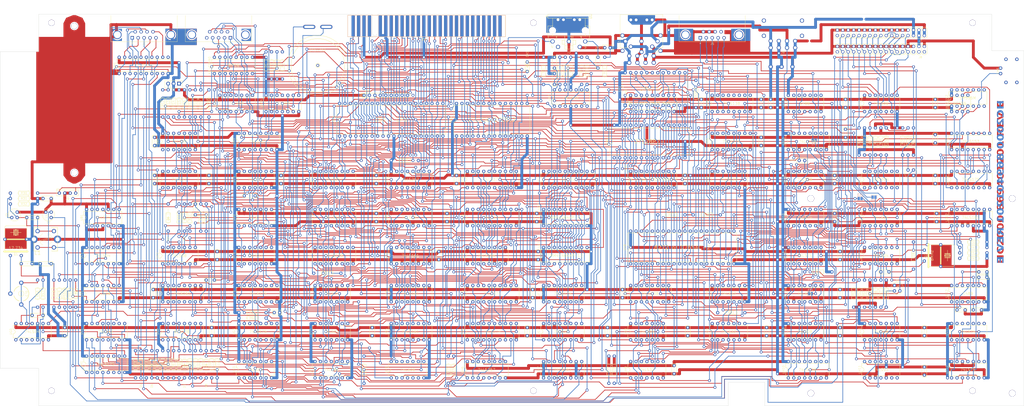
<source format=kicad_pcb>
(kicad_pcb (version 20221018) (generator pcbnew)
  (layers (0 "F.Cu" signal) (31 "B.Cu" signal) (34 "B.Paste" user) (35 "F.Paste" user) (36 "B.SilkS" user "B.Silkscreen") (37 "F.SilkS" user "F.Silkscreen") (38 "B.Mask" user) (39 "F.Mask" user) (44 "Edge.Cuts" user))
  (net 0 "")
  (net 1 "GND")
  (net 2 "EAR")
  (net 3 "Net-(UA11A-O)")
  (net 4 "VCC")
  (net 5 "X7")
  (net 6 "Net-(UE2B-I0)")
  (net 7 "Net-(T2-B)")
  (net 8 "Net-(UGX1A-O0)")
  (net 9 "Net-(UG0A-I)")
  (net 10 "Net-(T3-B)")
  (net 11 "Net-(UE11B-O)")
  (net 12 "Net-(UE11C-I)")
  (net 13 "Net-(UF4A-D)")
  (net 14 "Net-(C12-Pad1)")
  (net 15 "Net-(C13-Pad2)")
  (net 16 "Net-(UG0A-O)")
  (net 17 "Net-(UG0F-I)")
  (net 18 "RESETL")
  (net 19 "Net-(C16-Pad1)")
  (net 20 "Net-(C17-Pad2)")
  (net 21 "Net-(CT0-A)")
  (net 22 "Net-(UC11B-OUT)")
  (net 23 "A13M")
  (net 24 "ROMCSL")
  (net 25 "CPMPL")
  (net 26 "CPMP")
  (net 27 "BRIGHT")
  (net 28 "MBRIGHT")
  (net 29 "SHVL")
  (net 30 "VIDEO")
  (net 31 "TD2")
  (net 32 "TA12")
  (net 33 "TA11")
  (net 34 "TD0")
  (net 35 "TD1")
  (net 36 "TD3")
  (net 37 "TD4")
  (net 38 "MIC")
  (net 39 "NET")
  (net 40 "TXD")
  (net 41 "RXD")
  (net 42 "DTR")
  (net 43 "CTS")
  (net 45 "SIDE")
  (net 46 "RDDATA")
  (net 47 "PROT")
  (net 48 "TRACK0")
  (net 49 "WREN")
  (net 50 "WRDATA")
  (net 51 "STEP")
  (net 52 "DIR")
  (net 53 "DS0")
  (net 54 "DS1")
  (net 55 "INDEX")
  (net 56 "+5V")
  (net 57 "+12V")
  (net 59 "D1")
  (net 60 "Net-(UC10D-O)")
  (net 62 "/HC2000_2/TA14")
  (net 63 "/HC2000_2/TA10")
  (net 64 "/HC2000_2/TA15")
  (net 65 "/HC2000_2/TA8")
  (net 66 "/HC2000_2/TA9")
  (net 67 "/HC2000_2/TA13")
  (net 68 "Net-(T3-E)")
  (net 69 "Net-(UE11C-O)")
  (net 70 "Net-(UE11B-I)")
  (net 71 "Net-(T1-B)")
  (net 72 "/HC2000_2/BELL")
  (net 73 "BUSRQL")
  (net 74 "WAITL")
  (net 75 "INTL")
  (net 76 "Net-(UC11B-+IN)")
  (net 77 "Net-(T4-C)")
  (net 78 "NMIL")
  (net 79 "Net-(T2-E)")
  (net 80 "B25")
  (net 81 "CPM")
  (net 82 "RASL")
  (net 83 "IORQE")
  (net 84 "IORQL")
  (net 85 "Net-(UD10A-PRE)")
  (net 86 "A13")
  (net 87 "/HC2000_8/SEL1")
  (net 88 "Net-(UC9A-O)")
  (net 89 "Net-(T4-B)")
  (net 90 "CASL")
  (net 91 "Net-(UD10B-~{Q})")
  (net 92 "/HC2000_8/SEL6")
  (net 93 "R")
  (net 94 "G")
  (net 95 "BL")
  (net 96 "/HC2000_6/OSC2")
  (net 97 "/HC2000_6/OSC1")
  (net 98 "/HC2000_6/OSC0")
  (net 99 "/HC2000_7/MV7")
  (net 100 "/HC2000_7/BRIGHT1")
  (net 101 "/HC2000_7/G1")
  (net 102 "GRN")
  (net 103 "/HC2000_7/R1")
  (net 104 "RED")
  (net 105 "/HC2000_7/BL1")
  (net 106 "BLUE")
  (net 107 "AB0")
  (net 108 "Net-(UA9A-G1)")
  (net 109 "D7")
  (net 110 "D6")
  (net 111 "D5")
  (net 112 "D4")
  (net 113 "D3")
  (net 114 "D2")
  (net 115 "D0")
  (net 116 "Net-(SPEAKER0-2)")
  (net 117 "VSYNCL")
  (net 118 "HSYNC")
  (net 119 "A7")
  (net 120 "A8")
  (net 121 "A9")
  (net 122 "WRL")
  (net 123 "A2")
  (net 124 "A1")
  (net 125 "A0")
  (net 126 "A3")
  (net 127 "A4")
  (net 128 "A5")
  (net 129 "A6")
  (net 130 "M1L")
  (net 131 "A10")
  (net 138 "Net-(UD10A-~{Q})")
  (net 139 "Net-(UF9D-O)")
  (net 140 "-12V")
  (net 141 "Net-(UA11A-I)")
  (net 142 "Net-(UA11B-I)")
  (net 143 "Net-(UA11C-I)")
  (net 144 "Net-(UA11D-I)")
  (net 145 "Net-(UA11E-I)")
  (net 146 "Net-(UA11F-I)")
  (net 147 "Net-(UA12-OUT)")
  (net 150 "Net-(UA23A-I1)")
  (net 151 "A11")
  (net 152 "A12")
  (net 153 "A14")
  (net 154 "A15")
  (net 155 "X6")
  (net 156 "/HC2000_4/BLANKH")
  (net 157 "H{slash}2")
  (net 158 "X10")
  (net 159 "IG6")
  (net 160 "IG7")
  (net 161 "/HC2000_2/INFEL")
  (net 162 "B{slash}QL")
  (net 163 "MREQL")
  (net 164 "Net-(UB9A-Q2)")
  (net 165 "Net-(UB9A-Q3)")
  (net 166 "Net-(UB9A-CLK)")
  (net 167 "Net-(UB9A-Q5)")
  (net 170 "TC")
  (net 177 "/HC2000_11/PHANTOM")
  (net 178 "Net-(UB10A-Y0)")
  (net 179 "Net-(UB12A-B)")
  (net 180 "Net-(UB12A-1C2)")
  (net 181 "Net-(UB12A-1C1)")
  (net 182 "Net-(UB12A-1C0)")
  (net 183 "Net-(UB12A-1Y)")
  (net 184 "Net-(UB12A-2C0)")
  (net 185 "Net-(UB12A-A)")
  (net 186 "REFSHL")
  (net 187 "BUSAKL")
  (net 188 "RDL")
  (net 189 "HALTL")
  (net 190 "Net-(UC1B-I)")
  (net 191 "SELL8")
  (net 192 "/HC2000_8/SELL")
  (net 193 "/HC2000_8/MEMR")
  (net 194 "Net-(UC1D-O)")
  (net 195 "IG1")
  (net 196 "IG0")
  (net 197 "IG2")
  (net 198 "IG4")
  (net 199 "DOT")
  (net 200 "X3Y7")
  (net 201 "X8")
  (net 202 "/HC2000_4/HSYNCL")
  (net 203 "INHL")
  (net 204 "/HC2000_5/VMA7")
  (net 205 "/HC2000_5/VMA4")
  (net 206 "/HC2000_5/VMA5")
  (net 207 "/HC2000_5/VMA6")
  (net 208 "MUX")
  (net 209 "/HC2000_5/VMA2")
  (net 210 "/HC2000_5/VMA1")
  (net 211 "/HC2000_5/VMA3")
  (net 212 "/HC2000_5/VMA0")
  (net 213 "VD6")
  (net 214 "VD7")
  (net 215 "VD2")
  (net 216 "VD5")
  (net 217 "RDRAM")
  (net 218 "VD4")
  (net 219 "VD3")
  (net 220 "VD1")
  (net 221 "VD0")
  (net 222 "WRAML")
  (net 223 "INF7")
  (net 224 "Net-(UC9A-I)")
  (net 225 "INEF")
  (net 226 "Net-(UC9C-I)")
  (net 227 "Net-(UC9D-I)")
  (net 228 "RD8272")
  (net 229 "Net-(UC10C-I1)")
  (net 230 "CLK8272")
  (net 231 "BURST")
  (net 232 "BLANK")
  (net 233 "INH")
  (net 234 "/HC2000_8/CAS")
  (net 235 "C")
  (net 236 "A")
  (net 237 "D")
  (net 238 "B")
  (net 239 "/HC2000_5/CVS")
  (net 240 "X9")
  (net 241 "/HC2000_7/VP7")
  (net 242 "/HC2000_7/VP6")
  (net 243 "/HC2000_7/VP2")
  (net 244 "/HC2000_7/VP5")
  (net 245 "/HC2000_7/VP4")
  (net 246 "/HC2000_7/VP1")
  (net 247 "/HC2000_7/VP3")
  (net 248 "/HC2000_7/VP0")
  (net 249 "OUTEF")
  (net 252 "Net-(UD11E-O)")
  (net 253 "Net-(UD11F-O)")
  (net 254 "Net-(UD11C-O)")
  (net 255 "Net-(UD11B-O)")
  (net 256 "RES8272")
  (net 257 "Net-(UD12A-LD)")
  (net 261 "DWIN")
  (net 263 "VCO")
  (net 264 "Net-(UE2D-I0)")
  (net 265 "IG8")
  (net 266 "IG5")
  (net 267 "OUT7EL")
  (net 268 "/HC2000_2/OUTFEL")
  (net 269 "IG3")
  (net 270 "/HC2000_3/TC1")
  (net 271 "TC1L")
  (net 272 "Net-(UE6A-QH)")
  (net 273 "X1L")
  (net 274 "FRDATA")
  (net 275 "WRCLK")
  (net 276 "CS8272")
  (net 277 "WR8272")
  (net 278 "Net-(UE10B-~{Q})")
  (net 280 "OUTF7")
  (net 281 "Net-(UE11D-O)")
  (net 283 "X2")
  (net 285 "/HC2000_3/X4")
  (net 286 "3,5MHZ")
  (net 289 "17MHZ")
  (net 291 "ATRIB")
  (net 292 "Net-(UF4B-D)")
  (net 293 "BORD")
  (net 294 "X4L")
  (net 295 "/HC2000_3/TCUC")
  (net 296 "/HC2000_7/VATR0")
  (net 297 "/HC2000_7/VATR3")
  (net 298 "/HC2000_7/VATR7")
  (net 299 "/HC2000_7/VATR6")
  (net 300 "/HC2000_7/VATR5")
  (net 301 "/HC2000_7/VATR4")
  (net 302 "/HC2000_7/VATR1")
  (net 303 "/HC2000_7/VATR2")
  (net 304 "CPMT")
  (net 305 "Net-(UF12-Pad13)")
  (net 306 "Net-(UF12-Pad3)")
  (net 307 "/HC2000_8/VCPM")
  (net 308 "17MHZN")
  (net 309 "COSL")
  (net 310 "SIN")
  (net 311 "COS")
  (net 312 "Net-(UG4A-O)")
  (net 313 "/HC2000_7/MV1")
  (net 314 "/HC2000_7/MV4")
  (net 315 "/HC2000_7/MV5")
  (net 316 "/HC2000_7/MV6")
  (net 317 "/HC2000_7/MV3")
  (net 318 "/HC2000_7/MV2")
  (net 319 "/HC2000_7/MV0")
  (net 320 "X5")
  (net 321 "Net-(UG11A-I0)")
  (net 322 "Net-(UG11A-I1)")
  (net 323 "Net-(UG11A-O)")
  (net 324 "Net-(UG12A-D)")
  (net 326 "Net-(UH12A-D)")
  (net 362 "ROMFDD")
  (net 390 "Net-(UH4B-O)")
  (net 391 "Net-(UH3C-O)")
  (net 392 "Net-(UH3A-O)")
  (net 393 "Net-(UG9C-I1)")
  (net 394 "Net-(UG9A-I1)")
  (net 395 "Net-(UG4D-I)")
  (net 396 "Net-(UG4B-O)")
  (net 397 "Net-(UG3A-D2)")
  (net 398 "Net-(UG3A-D1)")
  (net 399 "Net-(UG11D-I1)")
  (net 400 "Net-(UG11D-I0)")
  (net 401 "Net-(UG10D-I1)")
  (net 402 "Net-(UG10D-I0)")
  (net 403 "Net-(UG10C-O)")
  (net 404 "Net-(UG10B-O)")
  (net 405 "Net-(UF8A-Y6)")
  (net 406 "Net-(UF7A-Q5)")
  (net 407 "Net-(UF2A-Q1)")
  (net 408 "Net-(UF10B-~{Q})")
  (net 409 "Net-(UF10B-PRE)")
  (net 410 "Net-(UF10A-PRE)")
  (net 411 "Net-(UF10A-CLK)")
  (net 412 "Net-(UE8-RDY)")
  (net 413 "Net-(UE8-NRW{slash}SEEK)")
  (net 414 "Net-(UE8-NDACK)")
  (net 415 "Net-(UE8-FR{slash}STP)")
  (net 416 "Net-(UE8-FLT{slash}TRK00)")
  (net 417 "Net-(UE5A-P2)")
  (net 418 "Net-(UE5A-LD)")
  (net 419 "Net-(UE5A-CO)")
  (net 420 "Net-(UE3B-O)")
  (net 421 "Net-(UE3B-I0)")
  (net 422 "Net-(UE2D-O)")
  (net 423 "Net-(UE2A-O)")
  (net 424 "Net-(UE10A-~{Q})")
  (net 425 "Net-(UE10A-Q)")
  (net 426 "Net-(UD3B-D)")
  (net 427 "Net-(UD3A-PRE)")
  (net 428 "Net-(UD1B-O)")
  (net 429 "Net-(UD1B-I1)")
  (net 430 "Net-(UD1B-I0)")
  (net 431 "Net-(UC6A-OC)")
  (net 432 "Net-(UC2B-I0)")
  (net 433 "Net-(UC12A-D4)")
  (net 434 "Net-(UC11B--IN)")
  (net 435 "Net-(UB3A-2A2)")
  (net 436 "Net-(UB2D-O)")
  (net 437 "Net-(UB2D-I0)")
  (net 438 "Net-(UB2C-O)")
  (net 439 "Net-(UB2B-O)")
  (net 440 "Net-(UB1B-D)")
  (net 441 "Net-(UB1A-D)")
  (net 442 "Net-(UB10A-A)")
  (net 443 "Net-(UA9A-Y7)")
  (net 444 "Net-(UA9A-Y0)")
  (net 445 "Net-(UA9A-G2B)")
  (net 446 "Net-(UA7D-OUT)")
  (net 447 "Net-(UA7D--IN)")
  (net 448 "Net-(UA7D-+IN)")
  (net 449 "Net-(UA7A-OUT)")
  (net 450 "Net-(UA7A--IN)")
  (net 451 "Net-(UA7A-+IN)")
  (net 452 "Net-(UA1B-Y4)")
  (net 453 "Net-(UA1B-Y3)")
  (net 454 "Net-(UA1B-Y2)")
  (net 455 "Net-(UA1A-Y4)")
  (net 456 "Net-(UA1A-Y3)")
  (net 457 "Net-(UA1A-Y2)")
  (net 458 "Net-(UA1A-Y1)")
  (net 459 "Net-(T5-B)")
  (net 460 "Net-(J3-Pad5)")
  (net 461 "Net-(D8-PadA)")
  (net 462 "Net-(C7-Pad1)")
  (net 474 "Net-(UG0E-I)")
  (net 475 "Net-(JX2-B)")
  (net 476 "Net-(JX3-A)")
  (net 477 "Net-(JX3-B)")
  (net 478 "Net-(JX1-A)")
  (net 479 "Net-(JX4-A)")
  (footprint "HC2000:0204_7" (layer "F.Cu") (at 523.9 159.46 -90)
    (fp_text reference "R27A0")
    (fp_text value "47" hide)
  )
  (footprint "HC2000:C025-024X044" (layer "F.Cu") (at 275.615 195.02 -90)
    (fp_text reference "CD17")
    (fp_text value "u1" hide)
  )
  (footprint "HC2000:0204_7" (layer "F.Cu") (at 506.12 230.58 90)
    (fp_text reference "R55")
    (fp_text value "1k" hide)
  )
  (footprint "HC2000:MAB5SH" (layer "F.Cu") (at 365.55 107.62 180)
    (fp_text reference "J3")
    (fp_text value ">VALUE" hide)
  )
  (footprint "HC2000:DIL20" (layer "F.Cu") (at 167.03 123.9)
    (fp_text reference "UA1")
    (fp_text value "74LS244")
  )
  (footprint "HC2000:HC-POWER" (layer "F.Cu") (at 399.44 117.055)
    (fp_text reference "J4")
    (fp_text value "." hide)
  )
  (footprint "HC2000:0204_7" (layer "F.Cu") (at 193.7 195.02 90)
    (fp_text reference "R35")
    (fp_text value "680" hide)
  )
  (footprint "HC2000:DIL16" (layer "F.Cu") (at 291.49 230.58)
    (fp_text reference "UF5")
    (fp_text value "74LS161")
  )
  (footprint "HC2000:HC_Bus_Edge_Connector" (layer "F.Cu") (at 297.84 105.485)
    (fp_text reference "Z1")
    (fp_text value "HCBUS" hide)
  )
  (footprint "HC2000:0204_7" (layer "F.Cu") (at 503.58 230.58 -90)
    (fp_text reference "R54")
    (fp_text value "3k9" hide)
  )
  (footprint "HC2000:0204_7" (layer "F.Cu") (at 197.51 141.68 -90)
    (fp_text reference "R19B0")
    (fp_text value "470" hide)
  )
  (footprint "HC2000:C025-024X044" (layer "F.Cu") (at 414.68 266.14 -90)
    (fp_text reference "CD39")
    (fp_text value "u1" hide)
  )
  (footprint "HC2000:C025-024X044" (layer "F.Cu") (at 231.165 177.24 -90)
    (fp_text reference "CD11")
    (fp_text value "u1" hide)
  )
  (footprint "HC2000:DIL14" (layer "F.Cu") (at 511.2 141.68)
    (fp_text reference "UA11")
    (fp_text value "74LS06")
  )
  (footprint "HC2000:DIL16" (layer "F.Cu") (at 441.35 159.46)
    (fp_text reference "UB9")
    (fp_text value "74LS174")
  )
  (footprint "HC2000:C025-024X044" (layer "F.Cu") (at 171.475 230.58 -90)
    (fp_text reference "CD26")
    (fp_text value "u1" hide)
  )
  (footprint "HC2000:DIL14" (layer "F.Cu") (at 114.96 248.36)
    (fp_text reference "UG0")
    (fp_text value "74LS04")
  )
  (footprint "HC2000:0204_7" (layer "F.Cu") (at 513.74 230.58 90)
    (fp_text reference "R58")
    (fp_text value "1k" hide)
  )
  (footprint "HC2000:0204_7" (layer "F.Cu") (at 231.8 123.9 -90)
    (fp_text reference "R4")
    (fp_text value "1k" hide)
  )
  (footprint "HC2000:DIL16" (layer "F.Cu") (at 255.93 177.24)
    (fp_text reference "UC4")
    (fp_text value "74LS257")
  )
  (footprint "HC2000:DIL14" (layer "F.Cu") (at 183.54 177.24)
    (fp_text reference "UC2")
    (fp_text value "74LS27")
  )
  (footprint "HC2000:0204_7" (layer "F.Cu") (at 175.92 263.6 90)
    (fp_text reference "R65")
    (fp_text value "510" hide)
  )
  (footprint "HC2000:DIL16" (layer "F.Cu") (at 220.37 230.58)
    (fp_text reference "UF3")
    (fp_text value "74LS175")
  )
  (footprint "HC2000:C025-024X044" (layer "F.Cu") (at 457.86 248.36 -90)
    (fp_text reference "CD36")
    (fp_text value "u1" hide)
  )
  (footprint "HC2000:DIL18" (layer "F.Cu") (at 404.52 177.24)
    (fp_text reference "UC8")
    (fp_text value "2k x 4bit CMOS RAM/-")
  )
  (footprint "HC2000:DIL14" (layer "F.Cu") (at 511.2 177.24)
    (fp_text reference "UC11")
    (fp_text value "LM339N")
  )
  (footprint "HC2000:0204_7" (layer "F.Cu") (at 193.7 141.68 90)
    (fp_text reference "R19")
    (fp_text value "470" hide)
  )
  (footprint "HC2000:C025-025X050" (layer "F.Cu") (at 556.285 238.2 180)
    (fp_text reference "C17")
    (fp_text value "4n7" hide)
  )
  (footprint "HC2000:0204_7" (layer "F.Cu") (at 201.32 263.6 -90)
    (fp_text reference "R73")
    (fp_text value "1k" hide)
  )
  (footprint "HC2000:DO35-10" (layer "F.Cu") (at 186.08 195.02 -90)
    (fp_text reference "D3")
    (fp_text value "1N4148" hide)
  )
  (footprint "HC2000:DO35-10" (layer "F.Cu") (at 135.28 230.58 90)
    (fp_text reference "D4")
    (fp_text value "1N4148" hide)
  )
  (footprint "HC2000:DIL16" (layer "F.Cu") (at 255.93 212.8)
    (fp_text reference "UE4")
    (fp_text value "74LS138")
  )
  (footprint "HC2000:DO35-10" (layer "F.Cu") (at 165.76 263.6 -90)
    (fp_text reference "D5")
    (fp_text value "1N4148" hide)
  )
  (footprint "HC2000:C025-024X044" (layer "F.Cu") (at 308.635 195.02 -90)
    (fp_text reference "CD18")
    (fp_text value "100u" hide)
  )
  (footprint "HC2000:0204_7" (layer "F.Cu") (at 168.3 263.6 90)
    (fp_text reference "R63")
    (fp_text value "1k" hide)
  )
  (footprint "HC2000:0204_7" (layer "F.Cu") (at 175.92 141.68 -90)
    (fp_text reference "R12")
    (fp_text value "2k" hide)
  )
  (footprint "HC2000:DIL40" (layer "F.Cu") (at 418.49 208.99)
    (fp_text reference "UE8")
    (fp_text value "8272 or D765AC-2")
  )
  (footprint "HC2000:C025-024X044" (layer "F.Cu") (at 455.32 141.68 -90)
    (fp_text reference "CD2")
    (fp_text value "-" hide)
  )
  (footprint "HC2000:TO18" (layer "F.Cu") (at 518.82 228.04 -90)
    (fp_text reference "T5")
    (fp_text value "BC177" hide)
  )
  (footprint "HC2000:0204_7" (layer "F.Cu") (at 554.38 214.07 180)
    (fp_text reference "R45")
    (fp_text value "330/-" hide)
  )
  (footprint "HC2000:DIL14" (layer "F.Cu") (at 231.8 141.68)
    (fp_text reference "UA34")
    (fp_text value "74LS09")
  )
  (footprint "HC2000:TO-126-3_Vertical" (layer "F.Cu") (at 183.54 132.415 180)
    (fp_text reference "T1")
    (fp_text value "BD139" hide)
  )
  (footprint "HC2000:0204_7" (layer "F.Cu") (at 120.04 230.58 -90)
    (fp_text reference "R47")
    (fp_text value "1k" hide)
  )
  (footprint "HC2000:DIL14" (layer "F.Cu") (at 366.42 139.14)
    (fp_text reference "UA7")
    (fp_text value "LM324N")
  )
  (footprint "HC2000:DIL16" (layer "F.Cu") (at 362.61 248.36)
    (fp_text reference "UG7")
    (fp_text value "74LS257")
  )
  (footprint "HC2000:DIL14" (layer "F.Cu") (at 254.66 248.36)
    (fp_text reference "UG4")
    (fp_text value "74LS04")
  )
  (footprint "HC2000:DIL16" (layer "F.Cu") (at 553.11 159.46)
    (fp_text reference "UB12")
    (fp_text value "74LS153")
  )
  (footprint "HC2000:DSUB-9_Male_Horizontal_P2.77x2.84mm_EdgePinOffset7.70mm_Housed_MountingHolesOffset9.12mm" (layer "F.Cu") (at 207.54 111 180)
    (fp_text reference "J2")
    (fp_text value "JOYSTICK" hide)
  )
  (footprint "HC2000:DIL14" (layer "F.Cu") (at 511.2 266.14)
    (fp_text reference "UH11")
    (fp_text value "74LS93")
  )
  (footprint "HC2000:DIL16" (layer "F.Cu") (at 291.49 195.02)
    (fp_text reference "UD5")
    (fp_text value "74LS257")
  )
  (footprint "HC2000:C025-024X044" (layer "F.Cu") (at 351.18 212.8 -90)
    (fp_text reference "CD24")
    (fp_text value "u1" hide)
  )
  (footprint "HC2000:DIL14" (layer "F.Cu") (at 147.98 230.58)
    (fp_text reference "UD1")
    (fp_text value "74LS08")
  )
  (footprint "HC2000:C025-025X050" (layer "F.Cu") (at 513.105 220.42)
    (fp_text reference "C10")
    (fp_text value "270p" hide)
  )
  (footprint "HC2000:DIL14" (layer "F.Cu") (at 183.54 159.46)
    (fp_text reference "UB2")
    (fp_text value "74LS00")
  )
  (footprint "HC2000:CTRIM808-BC" (layer "F.Cu") (at 109.88 230.58 90)
    (fp_text reference "CT0")
    (fp_text value "10-60pF" hide)
  )
  (footprint "HC2000:C025-024X044" (layer "F.Cu") (at 275.615 177.24 -90)
    (fp_text reference "CD12")
    (fp_text value "100u" hide)
  )
  (footprint "HC2000:0204_7" (layer "F.Cu") (at 554.38 211.53 180)
    (fp_text reference "R42")
    (fp_text value "330/-" hide)
  )
  (footprint "HC2000:C025-024X044" (layer "F.Cu") (at 427.38 141.68 -90)
    (fp_text reference "CD1")
    (fp_text value "u1" hide)
  )
  (footprint "HC2000:DIL14" (layer "F.Cu") (at 511.2 195.02)
    (fp_text reference "UD11")
    (fp_text value "74LS14")
  )
  (footprint "HC2000:DIL18" (layer "F.Cu") (at 363.88 195.02)
    (fp_text reference "UD7")
    (fp_text value "TMM41464AP-12")
  )
  (footprint "HC2000:0204_7" (layer "F.Cu") (at 186.08 141.68 90)
    (fp_text reference "R16")
    (fp_text value "10k" hide)
  )
  (footprint "HC2000:0204_7" (layer "F.Cu") (at 371.5 126.44 90)
    (fp_text reference "R9")
    (fp_text value "10k" hide)
  )
  (footprint "HC2000:0204_7" (layer "F.Cu") (at 111.15 186.13 180)
    (fp_text reference "R31")
    (fp_text value "240/270" hide)
  )
  (footprint "HC2000:0204_7" (layer "F.Cu") (at 554.38 206.45)
    (fp_text reference "R40")
    (fp_text value "220/1k" hide)
  )
  (footprint "HC2000:DIL14" (layer "F.Cu") (at 219.1 177.24)
    (fp_text reference "UC3")
    (fp_text value "74LS32")
  )
  (footprint "HC2000:DIL24" (layer "F.Cu") (at 405.79 134.94)
    (fp_text reference "UX1")
    (fp_text value "UM6116-3")
  )
  (footprint "HC2000:0204_7" (layer "F.Cu") (at 309.27 266.14 -90)
    (fp_text reference "R75")
    (fp_text value "1k" hide)
  )
  (footprint "HC2000:DIL20" (layer "F.Cu") (at 329.59 230.58)
    (fp_text reference "UF6")
    (fp_text value "74LS374")
  )
  (footprint "HC2000:SDS-60J-CUI_SDS-60J" (layer "F.Cu") (at 399.44 107.62 180)
    (fp_text reference "J10")
    (fp_text value "SDS-60J" hide)
  )
  (footprint "HC2000:2X17" (layer "F.Cu") (at 511.2 108.66 180)
    (fp_text reference "J7")
    (fp_text value "FDD-CON" hide)
  )
  (footprint "HC2000:DIL14" (layer "F.Cu") (at 147.98 212.8)
    (fp_text reference "UC1")
    (fp_text value "74LS04")
  )
  (footprint "HC2000:0204_7" (layer "F.Cu") (at 217.83 242.01 180)
    (fp_text reference "R60")
    (fp_text value "330/300" hide)
  )
  (footprint "HC2000:C025-030X050" (layer "F.Cu") (at 191.16 191.21 90)
    (fp_text reference "C6")
    (fp_text value "150p" hide)
  )
  (footprint "HC2000:DIL16" (layer "F.Cu") (at 149.25 248.36)
    (fp_text reference "UG1")
    (fp_text value "74LS42")
  )
  (footprint "HC2000:DIL16" (layer "F.Cu") (at 362.61 266.14)
    (fp_text reference "UH7")
    (fp_text value "74LS161")
  )
  (footprint "HC2000:0204_7" (layer "F.Cu") (at 311.81 266.14 90)
    (fp_text reference "R76")
    (fp_text value "1k" hide)
  )
  (footprint "HC2000:0204_7" (layer "F.Cu") (at 501.04 159.46 90)
    (fp_text reference "R21")
    (fp_text value "10k/470k" hide)
  )
  (footprint "HC2000:C025-030X050" (layer "F.Cu") (at 114.96 195.02 180)
    (fp_text reference "C7")
    (fp_text value "10p/15p" hide)
  )
  (footprint "HC2000:C025-030X050" (layer "F.Cu") (at 216.56 184.86 180)
    (fp_text reference "C5")
    (fp_text value "270p" hide)
  )
  (footprint "HC2000:0204_7" (layer "F.Cu") (at 181 263.6 -90)
    (fp_text reference "R67")
    (fp_text value "910" hide)
  )
  (footprint "HC2000:SolderJumper-2_P1.3mm_Open_Pad1.0x1.5mm" (layer "F.Cu") (at 480.085 158.825 180)
    (fp_text reference "JX1")
    (fp_text value "OPEN with 1 EPROM")
  )
  (footprint "HC2000:DIL14" (layer "F.Cu") (at 401.98 248.36)
    (fp_text reference "UG8")
    (fp_text value "74LS05")
  )
  (footprint "HC2000:0204_7" (layer "F.Cu") (at 196.24 195.02 90)
    (fp_text reference "R36")
    (fp_text value "100" hide)
  )
  (footprint "HC2000:0204_7" (layer "F.Cu") (at 503.58 159.46 90)
    (fp_text reference "R22")
    (fp_text value "8k2/6k" hide)
  )
  (footprint "HC2000:DIL14" (layer "F.Cu") (at 183.54 212.8)
    (fp_text reference "UE2")
    (fp_text value "74LS08")
  )
  (footprint "HC2000:DIL14" (layer "F.Cu") (at 475.64 195.02)
    (fp_text reference "UD10")
    (fp_text value "74LS74")
  )
  (footprint "HC2000:0204_7" (layer "F.Cu") (at 163.22 263.6 90)
    (fp_text reference "R62")
    (fp_text value "910" hide)
  )
  (footprint "HC2000:0204_7" (layer "F.Cu") (at 269.9 266.14 -90)
    (fp_text reference "R74")
    (fp_text value "1k" hide)
  )
  (footprint "HC2000:C025-025X050" (layer "F.Cu") (at 548.665 238.2)
    (fp_text reference "C16")
    (fp_text value "4n7" hide)
  )
  (footprint "HC2000:0204_7" (layer "F.Cu") (at 526.44 159.46 -90)
    (fp_text reference "R28")
    (fp_text value "220/1k" hide)
  )
  (footprint "HC2000:C025-024X044" (layer "F.Cu") (at 536.6 141.68 -90)
    (fp_text reference "CD5")
    (fp_text value "100u" hide)
  )
  (footprint "HC2000:C025-025X050" (layer "F.Cu") (at 198.145 224.23 180)
    (fp_text reference "C11")
    (fp_text value "270p" hide)
  )
  (footprint "HC2000:DIL16" (layer "F.Cu") (at 184.81 248.36)
    (fp_text reference "UG2")
    (fp_text value "82S128")
  )
  (footprint "HC2000:DIL28" (layer "F.Cu") (at 329.59 149.3)
    (fp_text reference "UB6")
    (fp_text value "27C256/27C512")
  )
  (footprint "HC2000:0204_7" (layer "F.Cu") (at 424.84 137.235 90)
    (fp_text reference "R20")
    (fp_text value "10k" hide)
  )
  (footprint "HC2000:DIL14" (layer "F.Cu") (at 475.64 248.36)
    (fp_text reference "UG10")
    (fp_text value "74LS08")
  )
  (footprint "HC2000:DIL16" (layer "F.Cu") (at 220.37 159.46)
    (fp_text reference "UB3")
    (fp_text value "74LS367")
  )
  (footprint "HC2000:0204_7" (layer "F.Cu") (at 125.12 230.58 -90)
    (fp_text reference "R48")
    (fp_text value "75/69" hide)
  )
  (footprint "HC2000:DO35-10" (layer "F.Cu") (at 506.12 159.46 -90)
    (fp_text reference "D1")
    (fp_text value "1N4148" hide)
  )
  (footprint "HC2000:C025-024X044" (layer "F.Cu") (at 348.64 230.58 -90)
    (fp_text reference "CD27")
    (fp_text value "u1" hide)
  )
  (footprint "HC2000:0204_7" (layer "F.Cu") (at 501.04 230.58 90)
    (fp_text reference "R53")
    (fp_text value "1k" hide)
  )
  (footprint "HC2000:0204_7" (layer "F.Cu") (at 554.38 208.99)
    (fp_text reference "R41")
    (fp_text value "220/1k" hide)
  )
  (footprint "HC2000:C025-024X044" (layer "F.Cu") (at 172.11 159.46 -90)
    (fp_text reference "CD6")
    (fp_text value "u1" hide)
  )
  (footprint "HC2000:DIL14" (layer "F.Cu") (at 219.1 266.14)
    (fp_text reference "UH3")
    (fp_text value "74LS00")
  )
  (footprint "HC2000:C025-024X044" (layer "F.Cu") (at 492.15 230.58 -90)
    (fp_text reference "CD29")
    (fp_text value "-" hide)
  )
  (footprint "HC2000:DO35-7" (layer "F.Cu") (at 346.1 124.535 90)
    (fp_text reference "DX1")
    (fp_text value "1N4148" hide)
  )
  (footprint "HC2000:HC18U-H" (layer "F.Cu") (at 535.33 212.8 -90)
    (fp_text reference "Q2")
    (fp_text value "8MHz")
  )
  (footprint "HC2000:0204_7" (layer "F.Cu") (at 382.295 126.44 90)
    (fp_text reference "R11")
    (fp_text value "10k" hide)
  )
  (footprint "HC2000:0204_7" (layer "F.Cu") (at 173.38 263.6 90)
    (fp_text reference "R64")
    (fp_text value "7k5" hide)
  )
  (footprint "HC2000:C025-030X050" (layer "F.Cu") (at 117.5 240.74 180)
    (fp_text reference "C14")
    (fp_text value "100p/180p" hide)
  )
  (footprint "HC2000:DIL14" (layer "F.Cu") (at 551.84 248.36)
    (fp_text reference "UG12")
    (fp_text value "74LS74")
  )
  (footprint "HC2000:0204_7" (layer "F.Cu") (at 288.95 168.35 180)
    (fp_text reference "R29")
    (fp_text value "10k" hide)
  )
  (footprint "HC2000:DIL20" (layer "F.Cu") (at 365.15 177.24)
    (fp_text reference "UC7")
    (fp_text value "74LS244")
  )
  (footprint "HC2000:0204_7" (layer "F.Cu") (at 181 141.68 90)
    (fp_text reference "R14")
    (fp_text value "1k" hide)
  )
  (footprint "HC2000:2X17" (layer "F.Cu") (at 511.2 116.28 180)
    (fp_text reference "J8")
    (fp_text value "FDD-CON" hide)
  )
  (footprint "HC2000:DIL14" (layer "F.Cu") (at 475.64 177.24)
    (fp_text reference "UC10")
    (fp_text value "74LS38")
  )
  (footprint "HC2000:C025-024X044" (layer "F.Cu") (at 492.15 248.36 -90)
    (fp_text reference "CD37")
    (fp_text value "u1" hide)
  )
  (footprint "HC2000:TO18" (layer "F.Cu") (at 122.58 193.75 90)
    (fp_text reference "T3")
    (fp_text value "2N2369/BC108A" hide)
  )
  (footprint "HC2000:DIL16" (layer "F.Cu") (at 149.25 263.6)
    (fp_text reference "UH1")
    (fp_text value "74LS175")
  )
  (footprint "HC2000:DIL16" (layer "F.Cu") (at 553.11 195.02)
    (fp_text reference "UD12")
    (fp_text value "74LS161")
  )
  (footprint "HC2000:0204_7" (layer "F.Cu") (at 498.5 230.58 -90)
    (fp_text reference "R52")
    (fp_text value "10k" hide)
  )
  (footprint "HC2000:0204_7" (layer "F.Cu") (at 374.04 126.44 -90)
    (fp_text reference "R10")
    (fp_text value "47k" hide)
  )
  (footprint "HC2000:0204_7" (layer "F.Cu") (at 366.42 126.44 90)
    (fp_text reference "R8")
    (fp_text value "10k" hide)
  )
  (footprint "HC2000:0204_7" (layer "F.Cu") (at 511.2 230.58 90)
    (fp_text reference "R57")
    (fp_text value "560" hide)
  )
  (footprint "HC2000:0204_7" (layer "F.Cu") (at 117.5 230.58 90)
    (fp_text reference "R46")
    (fp_text value "560" hide)
  )
  (footprint "HC2000:DIL16" (layer "F.Cu") (at 327.05 212.8)
    (fp_text reference "UE6")
    (fp_text value "74LS166")
  )
  (footprint "HC2000:RESET_SW" (layer "F.Cu") (at 570.89 126.44 -90)
    (fp_text reference "SW1")
    (fp_text value ">VALUE" hide)
  )
  (footprint "HC2000:0204_7" (layer "F.Cu") (at 198.78 263.6 -90)
    (fp_text reference "R72")
    (fp_text value "1k" hide)
  )
  (footprint "HC2000:DIL14" (layer "F.Cu") (at 219.1 212.8)
    (fp_text reference "UE3")
    (fp_text value "74LS32")
  )
  (footprint "HC2000:0204_7" (layer "F.Cu") (at 513.74 159.46 -90)
    (fp_text reference "R25A0")
    (fp_text value "10k" hide)
  )
  (footprint "HC2000:DIL40" (layer "F.Cu") (at 282.6 149.3)
    (fp_text reference "UB45")
    (fp_text value "Z80 - CPU")
  )
  (footprint "HC2000:DIL14" (layer "F.Cu") (at 475.64 212.8)
    (fp_text reference "UE10")
    (fp_text value "74LS74")
  )
  (footprint "HC2000:DIL20" (layer "F.Cu") (at 329.59 195.02)
    (fp_text reference "UD6")
    (fp_text value "74LS374")
  )
  (footprint "HC2000:DIL16" (layer "F.Cu") (at 255.93 195.02)
    (fp_text reference "UD4")
    (fp_text value "74LS157")
  )
  (footprint "HC2000:0204_7" (layer "F.Cu") (at 191.16 263.6 90)
    (fp_text reference "R70")
    (fp_text value "1k1" hide)
  )
  (footprint "HC2000:DIL18" (layer "F.Cu") (at 363.88 212.8)
    (fp_text reference "UE7")
    (fp_text value "TMM41464AP-12")
  )
  (footprint "HC2000:0204_7" (layer "F.Cu") (at 183.54 195.02 -90)
    (fp_text reference "R33")
    (fp_text value "470" hide)
  )
  (footprint "HC2000:JP1" (layer "F.Cu") (at 474.37 168.35 90)
    (fp_text reference "JP5")
    (fp_text value "-" hide)
  )
  (footprint "HC2000:AL11P" (layer "F.Cu") (at 248.31 123.9)
    (fp_text reference "SPEAKER0")
    (fp_text value "BEL" hide)
  )
  (footprint "HC2000:C025-024X044" (layer "F.Cu") (at 489.61 177.24 -90)
    (fp_text reference "CD15")
    (fp_text value "u1" hide)
  )
  (footprint "HC2000:C025-024X044" (layer "F.Cu") (at 197.51 177.24 -90)
    (fp_text reference "CD10")
    (fp_text value "-" hide)
  )
  (footprint "HC2000:0204_7" (layer "F.Cu") (at 526.44 212.8 90)
    (fp_text reference "R39")
    (fp_text value "560" hide)
  )
  (footprint "HC2000:0204_7" (layer "F.Cu") (at 193.7 263.6 90)
    (fp_text reference "R71")
    (fp_text value "510" hide)
  )
  (footprint "HC2000:DIL16" (layer "F.Cu") (at 291.49 177.24)
    (fp_text reference "UC5")
    (fp_text value "74LS257")
  )
  (footprint "HC2000:PIS2816" (layer "F.Cu") (at 121.31 205.18)
    (fp_text reference "L1")
    (fp_text value "100" hide)
  )
  (footprint "HC2000:C025-024X044" (layer "F.Cu") (at 304.825 212.8 -90)
    (fp_text reference "CD23")
    (fp_text value "100u" hide)
  )
  (footprint "HC2000:C025-024X044" (layer "F.Cu") (at 536.6 177.24 -90)
    (fp_text reference "CD16")
    (fp_text value "u1" hide)
  )
  (footprint "HC2000:C025-024X044" (layer "F.Cu") (at 492.15 212.8 -90)
    (fp_text reference "CD25")
    (fp_text value "u1" hide)
  )
  (footprint "HC2000:TO18" (layer "F.Cu") (at 525.17 174.065 90)
    (fp_text reference "T4")
    (fp_text value "BC177" hide)
  )
  (footprint "HC2000:DIL14" (layer "F.Cu") (at 551.84 139.14)
    (fp_text reference "UX2")
    (fp_text value "LM555M")
  )
  (footprint "HC2000:C025-024X044" (layer "F.Cu") (at 537.235 195.02 -90)
    (fp_text reference "CD21")
    (fp_text value "u1" hide)
  )
  (footprint "HC2000:C025-025X050" (layer "F.Cu") (at 558.825 220.42)
    (fp_text reference "C12")
    (fp_text value "4n7" hide)
  )
  (footprint "HC2000:C025-024X044" (layer "F.Cu") (at 494.69 155.65 90)
    (fp_text reference "C4")
    (fp_text value "3,3uF/4,7uF" hide)
  )
  (footprint "HC2000:C025-024X024" (layer "F.Cu") (at 229.26 239.44)
    (fp_text reference "C15")
    (fp_text value "10u" hide)
  )
  (footprint "HC2000:SolderJumper-2_P1.3mm_Open_Pad1.0x1.5mm" (layer "F.Cu") (at 478.292 230.58)
    (fp_text reference "JX4")
    (fp_text value "CLOSED with 1 EPROM")
  )
  (footprint "HC2000:0204_7" (layer "F.Cu") (at 413.41 193.75)
    (fp_text reference "R37")
    (fp_text value "1k" hide)
  )
  (footprint "HC2000:C025-024X044" (layer "F.Cu") (at 201.32 212.8 -90)
    (fp_text reference "CD22")
    (fp_text value "u1" hide)
  )
  (footprint "HC2000:0204_7" (layer "F.Cu") (at 130.2 230.58 90)
    (fp_text reference "R50A0")
    (fp_text value "470" hide)
  )
  (footprint "HC2000:DIL14" (layer "F.Cu") (at 219.1 195.02)
    (fp_text reference "UD3")
    (fp_text value "74LS74")
  )
  (footprint "HC2000:C025-024X044" (layer "F.Cu") (at 536.6 158.19 -90)
    (fp_text reference "CD8")
    (fp_text value "-" hide)
  )
  (footprint "HC2000:DIL14" (layer "F.Cu") (at 475.64 230.58)
    (fp_text reference "UF10")
    (fp_text value "74LS74")
  )
  (footprint "HC2000:C025-024X044" (layer "F.Cu") (at 489.61 195.02 -90)
    (fp_text reference "CD20")
    (fp_text value "u1" hide)
  )
  (footprint "HC2000:0204_7" (layer "F.Cu") (at 361.34 126.44 90)
    (fp_text reference "R6")
    (fp_text value "2M2/2M" hide)
  )
  (footprint "HC2000:DSUB-9_Female_Horizontal_P2.77x2.84mm_EdgePinOffset7.70mm_Housed_MountingHolesOffset9.12mm" (layer "F.Cu") (at 426.92 111 180)
    (fp_text reference "J5")
    (fp_text value "RS232 + RETEA" hide)
  )
  (footprint "HC2000:0204_7" (layer "F.Cu") (at 111.15 188.67 180)
    (fp_text reference "R32")
    (fp_text value "1k5" hide)
  )
  (footprint "HC2000:SIL9" (layer "F.Cu") (at 280.06 137.87)
    (fp_text reference "RP1")
    (fp_text value "10k" hide)
  )
  (footprint "HC2000:C025-024X044" (layer "F.Cu") (at 383.565 248.36 -90)
    (fp_text reference "CD34")
    (fp_text value "-" hide)
  )
  (footprint "HC2000:C025-024X044" (layer "F.Cu") (at 130.2 248.36 -90)
    (fp_text reference "CD30")
    (fp_text value "u1" hide)
  )
  (footprint "HC2000:DIL16" (layer "F.Cu") (at 553.11 177.24)
    (fp_text reference "UC12")
    (fp_text value "74LS175")
  )
  (footprint "HC2000:0204_7" (layer "F.Cu") (at 178.46 141.68 90)
    (fp_text reference "R13")
    (fp_text value "1k" hide)
  )
  (footprint "HC2000:DIL16" (layer "F.Cu") (at 291.49 248.36)
    (fp_text reference "UG5")
    (fp_text value "74LS161")
  )
  (footprint "HC2000:DO35-10" (layer "F.Cu") (at 170.84 263.6 -90)
    (fp_text reference "D6")
    (fp_text value "1N4148" hide)
  )
  (footprint "HC2000:0204_7" (layer "F.Cu") (at 183.54 263.6 -90)
    (fp_text reference "R68")
    (fp_text value "5k6/5k1" hide)
  )
  (footprint "HC2000:DIL28-6" (layer "F.Cu") (at 403.25 159.46)
    (fp_text reference "UE8A0")
    (fp_text value "27128P/-")
  )
  (footprint "HC2000:0204_7" (layer "F.Cu") (at 226.72 123.9 -90)
    (fp_text reference "R2")
    (fp_text value "1k" hide)
  )
  (footprint "HC2000:DO35-10" (layer "F.Cu") (at 196.24 263.6 -90)
    (fp_text reference "D8")
    (fp_text value "1N4148" hide)
  )
  (footprint "HC2000:DIL20" (layer "F.Cu") (at 329.59 177.24)
    (fp_text reference "UC6")
    (fp_text value "74LS373")
  )
  (footprint "HC2000:DIL14" (layer "F.Cu") (at 440.08 177.24)
    (fp_text reference "UC9")
    (fp_text value "74LS125")
  )
  (footprint "HC2000:DIL16" (layer "F.Cu") (at 403.25 230.58)
    (fp_text reference "UF8")
    (fp_text value "74LS138")
  )
  (footprint "HC2000:DIL14" (layer "F.Cu") (at 401.98 266.14)
    (fp_text reference "UH8")
    (fp_text value "74LS32")
  )
  (footprint "HC2000:C025-030X050" (layer "F.Cu") (at 358.8 122.63 90)
    (fp_text reference "C1")
    (fp_text value "100n" hide)
  )
  (footprint "HC2000:DIL14" (layer "F.Cu") (at 147.98 195.02)
    (fp_text reference "UB1")
    (fp_text value "74LS74")
  )
  (footprint "HC2000:SolderJumper-2_P1.3mm_Open_Pad1.0x1.5mm" (layer "F.Cu") (at 501.533 186.13)
    (fp_text reference "JX3")
    (fp_text value "CLOSED with 1 EPROM")
  )
  (footprint "HC2000:0204_7" (layer "F.Cu") (at 521.36 159.46 -90)
    (fp_text reference "R26")
    (fp_text value "330/-" hide)
  )
  (footprint "HC2000:0204_7" (layer "F.Cu") (at 353.72 126.44 -90)
    (fp_text reference "R5")
    (fp_text value "330/300" hide)
  )
  (footprint "HC2000:DIL16" (layer "F.Cu") (at 441.35 141.68)
    (fp_text reference "UA9")
    (fp_text value "74LS138")
  )
  (footprint "HC2000:DIL20" (layer "F.Cu") (at 329.59 248.36)
    (fp_text reference "UG6")
    (fp_text value "74LS374")
  )
  (footprint "HC2000:C025-024X044" (layer "F.Cu") (at 198.78 248.36 -90)
    (fp_text reference "CD31")
    (fp_text value "u1" hide)
  )
  (footprint "HC2000:C025-024X044" (layer "F.Cu") (at 121.945 186.13 180)
    (fp_text reference "CX0")
    (fp_text value "100u" hide)
  )
  (footprint "HC2000:10X04MTA" (layer "F.Cu") (at 131.47 183.59)
    (fp_text reference "J9")
    (fp_text value "." hide)
  )
  (footprint "HC2000:DIL14" (layer "F.Cu") (at 254.66 266.14)
    (fp_text reference "UH4")
    (fp_text value "74LS86")
  )
  (footprint "HC2000:DIL16" (layer "F.Cu") (at 208.94 123.9)
    (fp_text reference "KB-CONN0")
    (fp_text value "DIP16")
  )
  (footprint "HC2000:C025-024X044" (layer "F.Cu") (at 531.52 266.775 90)
    (fp_text reference "CD40")
    (fp_text value "u1" hide)
  )
  (footprint "HC2000:SolderJumper-2_P1.3mm_Open_Pad1.0x1.5mm" (layer "F.Cu") (at 508.01 185.495 180)
    (fp_text reference "JX2")
    (fp_text value "CLOSED with 1 EPROM")
  )
  (footprint "HC2000:DIL14" (layer "F.Cu") (at 290.22 266.14)
    (fp_text reference "UH5")
    (fp_text value "74LS08")
  )
  (footprint "HC2000:DIL14" (layer "F.Cu") (at 511.2 212.8)
    (fp_text reference "UE11")
    (fp_text value "74LS04")
  )
  (footprint "HC2000:DIL14" (layer "F.Cu") (at 440.08 248.36)
    (fp_text reference "UG9")
    (fp_text value "74LS32")
  )
  (footprint "HC2000:0204_7" (layer "F.Cu") (at 429.92 193.75 180)
    (fp_text reference "R38")
    (fp_text value "1k" hide)
  )
  (footprint "HC2000:C025-025X050" (layer "F.Cu") (at 558.825 222.96 180)
    (fp_text reference "C13")
    (fp_text value "4n7" hide)
  )
  (footprint "HC2000:C025-030X050" (layer "F.Cu") (at 358.8 130.25 90)
    (fp_text reference "C3")
    (fp_text value "100n" hide)
  )
  (footprint "HC2000:C025-030X050" (layer "F.Cu") (at 379.12 122.63 -90)
    (fp_text reference "C2")
    (fp_text value "4n7" hide)
  )
  (footprint "HC2000:0204_7" (layer "F.Cu") (at 132.74 230.58 -90)
    (fp_text reference "R51")
    (fp_text value "1k" hide)
  )
  (footprint "HC2000:0204_7" (layer "F.Cu") (at 386.74 266.14 90)
    (fp_text reference "R78")
    (fp_text value "1k" hide)
  )
  (footprint "HC2000:C025-024X044" (layer "F.Cu") (at 421.03 248.36 -90)
    (fp_text reference "CD35")
    (fp_text value "u1" hide)
  )
  (footprint "HC2000:C025-024X044" (layer "F.Cu") (at 455.32 159.46 -90)
    (fp_text reference "CD7")
    (fp_text value "-" hide)
  )
  (footprint "HC2000:C025-030X050" (layer "F.Cu") (at 112.42 216.61)
    (fp_text reference "C8")
    (fp_text value "220p/-" hide)
  )
  (footprint "HC2000:C025-024X044" (layer "F.Cu") (at 172.11 177.24 -90)
    (fp_text reference "CD9")
    (fp_text value "u1" hide)
  )
  (footprint "HC2000:0204_7" (layer "F.Cu") (at 191.16 141.68 -90)
    (fp_text reference "R18")
    (fp_text value "10k" hide)
  )
  (footprint "HC2000:0204_7" (layer "F.Cu") (at 511.2 159.46 90)
    (fp_text reference "R24")
    (fp_text value "430" hide)
  )
  (footprint "HC2000:0204_7" (layer "F.Cu") (at 127.66 230.58 -90)
    (fp_text reference "R49")
    (fp_text value "1k" hide)
  )
  (footprint "HC2000:C025-024X044" (layer "F.Cu") (at 273.71 248.36 -90)
    (fp_text reference "CD32")
    (fp_text value "u1" hide)
  )
  (footprint "HC2000:DIL14" (layer "F.Cu") (at 511.2 248.36)
    (fp_text reference "UG11")
    (fp_text value "74LS08")
  )
  (footprint "HC2000:DIL14" (layer "F.Cu") (at 551.84 266.14)
    (fp_text reference "UH12")
    (fp_text value "74LS74")
  )
  (footprint "HC2000:DIL16" (layer "F.Cu") (at 362.61 230.58)
    (fp_text reference "UF7")
    (fp_text value "74LS174")
  )
  (footprint "HC2000:C025-024X044" (layer "F.Cu") (at 346.1 248.36 -90)
    (fp_text reference "CD33")
    (fp_text value "u1" hide)
  )
  (footprint "HC2000:0204_7" (layer "F.Cu") (at 363.88 126.44 90)
    (fp_text reference "R7")
    (fp_text value "10k" hide)
  )
  (footprint "HC2000:DIL16" (layer "F.Cu") (at 327.05 266.14)
    (fp_text reference "UH6")
    (fp_text value "74LS257")
  )
  (footprint "HC2000:0204_7" (layer "F.Cu") (at 188.62 263.6 90)
    (fp_text reference "R69")
    (fp_text value "2k7" hide)
  )
  (footprint "HC2000:TO18" (layer "F.Cu") (at 106.705 193.75)
    (fp_text reference "T2")
    (fp_text value "2N2369/2N2368" hide)
  )
  (footprint "HC2000:0204_7" (layer "F.Cu") (at 111.15 183.59)
    (fp_text reference "R30")
    (fp_text value "75/69" hide)
  )
  (footprint "HC2000:0204_7" (layer "F.Cu") (at 441.35 239.47)
    (fp_text reference "R61")
    (fp_text value "3k9" hide)
  )
  (footprint "HC2000:DSUB-9_Female_Horizontal_P2.77x2.84mm_EdgePinOffset7.70mm_Housed_MountingHolesOffset9.12mm" (layer "F.Cu") (at 161.69 111 180)
    (fp_text reference "J1")
    (fp_text value "VIDEO" hide)
  )
  (footprint "HC2000:DIL-08" (layer "F.Cu") (at 548.03 141.68)
    (fp_text reference "UA12")
    (fp_text value "NE555")
  )
  (footprint "HC2000:0204_7" (layer "F.Cu") (at 188.62 141.68 -90)
    (fp_text reference "R17")
    (fp_text value "2k" hide)
  )
  (footprint "HC2000:C025-024X044" (layer "F.Cu") (at 494.69 141.68 -90)
    (fp_text reference "CD4")
    (fp_text value "-" hide)
  )
  (footprint "HC2000:DIL18" (layer "F.Cu") (at 404.52 141.68)
    (fp_text reference "UA8")
    (fp_text value "2k x 4bit CMOS RAM/-")
  )
  (footprint "HC2000:C025-030X050" (layer "F.Cu") (at 121.31 216.61 180)
    (fp_text reference "C9")
    (fp_text value "220p" hide)
  )
  (footprint "HC2000:0204_7" (layer "F.Cu") (at 217.83 239.47 180)
    (fp_text reference "R59")
    (fp_text value "27k" hide)
  )
  (footprint "HC2000:DO35-10" (layer "F.Cu") (at 186.08 263.6 -90)
    (fp_text reference "D7")
    (fp_text value "1N4148" hide)
  )
  (footprint "HC2000:0204_7" (layer "F.Cu") (at 229.26 123.9 -90)
    (fp_text reference "R3")
    (fp_text value "1k" hide)
  )
  (footprint "HC2000:0204_7" (layer "F.Cu") (at 508.66 230.58 90)
    (fp_text reference "R56")
    (fp_text value "220/1k" hide)
  )
  (footprint "HC2000:DIL16" (layer "F.Cu") (at 476.91 266.14)
    (fp_text reference "UH10")
    (fp_text value "74LS138")
  )
  (footprint "HC2000:0204_7" (layer "F.Cu") (at 481.99 220.42)
    (fp_text reference "R44")
    (fp_text value "1k" hide)
  )
  (footprint "HC2000:DIL14" (layer "F.Cu") (at 551.84 230.58)
    (fp_text reference "UF12")
    (fp_text value "1489")
  )
  (footprint "HC2000:HC-POWER" (layer "F.Cu") (at 465.48 110.07)
    (fp_text reference "J6")
    (fp_text value "." hide)
  )
  (footprint "HC2000:DIL14" (layer "F.Cu") (at 475.64 141.68)
    (fp_text reference "UA10")
    (fp_text value "1488")
  )
  (footprint "HC2000:DIL16" (layer "F.Cu") (at 291.49 212.8)
    (fp_text reference "UE5")
    (fp_text value "74LS161")
  )
  (footprint "HC2000:C025-024X044" (layer "F.Cu") (at 390.55 230.58 -90)
    (fp_text reference "CD28")
    (fp_text value "-" hide)
  )
  (footprint "HC2000:C025-024X044" (layer "F.Cu") (at 419.76 177.24 -90)
    (fp_text reference "CD14")
    (fp_text value "-" hide)
  )
  (footprint "HC2000:DIL16" (layer "F.Cu") (at 476.91 159.46)
    (fp_text reference "UB10")
    (fp_text value "74LS138")
  )
  (footprint "HC2000:HC18U-H" (layer "F.Cu") (at 107.34 208.99)
    (fp_text reference "Q1")
    (fp_text value "17,734")
  )
  (footprint "HC2000:C025-024X044" (layer "F.Cu") (at 459.765 141.68 -90)
    (fp_text reference "CD3")
    (fp_text value "100u" hide)
  )
  (footprint "HC2000:0204_7" (layer "F.Cu") (at 178.46 263.6 -90)
    (fp_text reference "R66")
    (fp_text value "1k8/1k6" hide)
  )
  (footprint "HC2000:C025-024X044" (layer "F.Cu") (at 350.545 195.02 -90)
    (fp_text reference "CD19")
    (fp_text value "u1" hide)
  )
  (footprint "HC2000:JP1" (layer "F.Cu") (at 383.565 115.645 90)
    (fp_text reference "JP2")
    (fp_text value "-" hide)
  )
  (footprint "HC2000:DIL14" (layer "F.Cu") (at 254.66 230.58)
    (fp_text reference "UF4")
    (fp_text value "74LS74")
  )
  (footprint "HC2000:DO35-10" (layer "F.Cu") (at 178.46 195.02 -90)
    (fp_text reference "D2")
    (fp_text value "1N4148" hide)
  )
  (footprint "HC2000:0204_7" (layer "F.Cu") (at 188.62 195.02 90)
    (fp_text reference "R34")
    (fp_text value "1k" hide)
  )
  (footprint "HC2000:DIL16" (layer "F.Cu") (at 184.81 230.58)
    (fp_text reference "UF2")
    (fp_text value "74LS161")
  )
  (footprint "HC2000:DIL16" (layer "F.Cu") (at 220.37 248.36)
    (fp_text reference "UG3")
    (fp_text value "74LS175")
  )
  (footprint "HC2000:C025-024X044" (layer "F.Cu") (at 313.08 177.24 -90)
    (fp_text reference "CD13")
    (fp_text value "u1" hide)
  )
  (footprint "HC2000:0204_7" (layer "F.Cu") (at 183.54 141.68 90)
    (fp_text reference "R15")
    (fp_text value "10k" hide)
  )
  (footprint "HC2000:DIL14" (layer "F.Cu") (at 440.08 230.58)
    (fp_text reference "UF9")
    (fp_text value "74LS32")
  )
  (footprint "HC2000:C025-024X044" (layer "F.Cu") (at 531.52 248.36 -90)
    (fp_text reference "CD38")
    (fp_text value "-" hide)
  )
  (footprint "HC2000:0204_7" (layer "F.Cu") (at 384.2 266.14 90)
    (fp_text reference "R77")
    (fp_text value "1k" hide)
  )
  (footprint "HC2000:0204_7" (layer "F.Cu") (at 252.755 221.055)
    (fp_text reference "R43")
    (fp_text value "470" hide)
  )
  (footprint "HC2000:0204_7" (layer "F.Cu") (at 508.66 159.46 -90)
    (fp_text reference "R23")
    (fp_text value "220" hide)
  )
  (footprint "HC2000:0204_7" (layer "F.Cu") (at 224.18 123.9 -90)
    (fp_text reference "R1")
    (fp_text value "1k" hide)
  )
  (footprint "HC2000:DIL14" (layer "F.Cu") (at 210.21 141.68)
    (fp_text reference "UA23")
    (fp_text value "74LS09")
  )
  (gr_line (start 440 272) (end 440 283) (stroke (width 0.1)) (layer "Edge.Cuts"))
  (gr_line (start 563 117) (end 563 100) (stroke (width 0.1)) (layer "Edge.Cuts"))
  (gr_line (start 457 283) (end 457 272) (stroke (width 0.1)) (layer "Edge.Cuts"))
  (gr_line (start 118 265.5) (end 100 265.5) (stroke (width 0.1)) (layer "Edge.Cuts"))
  (gr_line (start 118 283) (end 440 283) (stroke (width 0.1)) (layer "Edge.Cuts"))
  (gr_line (start 578 117) (end 578 283) (stroke (width 0.1)) (layer "Edge.Cuts"))
  (gr_line (start 118 117.5) (end 100 117.5) (stroke (width 0.1)) (layer "Edge.Cuts"))
  (gr_line (start 457 272) (end 440 272) (stroke (width 0.1)) (layer "Edge.Cuts"))
  (gr_line (start 100 117.5) (end 100 265.5) (stroke (width 0.1)) (layer "Edge.Cuts"))
  (gr_line (start 118 100) (end 118 117.5) (stroke (width 0.1)) (layer "Edge.Cuts"))
  (gr_line (start 273.71 100) (end 273.71 108.73) (stroke (width 0.1)) (layer "Edge.Cuts"))
  (gr_line (start 273.71 100) (end 118 100) (stroke (width 0.1)) (layer "Edge.Cuts"))
  (gr_line (start 276.25 100) (end 563 100) (stroke (width 0.1)) (layer "Edge.Cuts"))
  (gr_arc (start 276.25 108.73) (mid 274.98 110) (end 273.71 108.73) (stroke (width 0.1)) (layer "Edge.Cuts"))
  (gr_line (start 578 117) (end 563 117) (stroke (width 0.1)) (layer "Edge.Cuts"))
  (gr_line (start 276.25 108.73) (end 276.25 100) (stroke (width 0.1)) (layer "Edge.Cuts"))
  (gr_line (start 118 283) (end 118 265.5) (stroke (width 0.1)) (layer "Edge.Cuts"))
  (gr_line (start 578 283) (end 457 283) (stroke (width 0.1)) (layer "Edge.Cuts"))
  (gr_text "HC2000 869401201 REV E" (at 568.985 216.61 90) (layer "F.Cu") (effects (font (size 3 3.75) (thickness 0.375) bold) (justify left bottom)))
  (gr_text "HC2000 869401201 REV E" (at 568.985 216.61 90) (layer "B.Cu") (effects (font (size 3 3.75) (thickness 0.375) bold) (justify right bottom mirror)))
  (via (at 134.645 174.065) (size 2.9) (drill 2.8) (layers "F.Cu" "B.Cu") (net 0))
  (via (at 124 276) (size 2.9) (drill 2.8) (layers "F.Cu" "B.Cu") (net 0))
  (via (at 478.53 186.13) (size 3.1) (drill 3) (layers "F.Cu" "B.Cu") (net 0))
  (via (at 124 104) (size 2.9) (drill 2.8) (layers "F.Cu" "B.Cu") (net 0))
  (via (at 349 276) (size 2.9) (drill 2.8) (layers "F.Cu" "B.Cu") (net 0))
  (via (at 478.53 277.13) (size 3.1) (drill 3) (layers "F.Cu" "B.Cu") (net 0))
  (via (at 292.76 137.87) (size 1.3335) (drill 0.762) (layers "F.Cu" "B.Cu") (net 0))
  (via (at 572.53 277.13) (size 3.1) (drill 3) (layers "F.Cu" "B.Cu") (net 0))
  (via (at 134.645 105.485) (size 2.9) (drill 2.8) (layers "F.Cu" "B.Cu") (net 0))
  (via (at 554 104) (size 2.9) (drill 2.8) (layers "F.Cu" "B.Cu") (net 0))
  (via (at 572.53 186.13) (size 3.1) (drill 3) (layers "F.Cu" "B.Cu") (net 0))
  (via (at 248.31 123.9) (size 1.3335) (drill 0.762) (layers "F.Cu" "B.Cu") (net 0))
  (via (at 554 276) (size 2.9) (drill 2.8) (layers "F.Cu" "B.Cu") (net 0))
  (via (at 349 104) (size 2.9) (drill 2.8) (layers "F.Cu" "B.Cu") (net 0))
  (segment (start 358.8 120.09) (end 358.8 118.185) (width 1.3335) (layer "F.Cu") (net 1))
  (segment (start 521.36 153.11) (end 518.82 153.11) (width 1.3335) (layer "F.Cu") (net 1))
  (segment (start 463.575 112.47) (end 463.575 118.185) (width 1.3335) (layer "F.Cu") (net 1))
  (segment (start 544.22 142.95) (end 543.585 143.585) (width 1.3335) (layer "F.Cu") (net 1))
  (segment (start 181 244.55) (end 183.54 244.55) (width 0.3) (layer "F.Cu") (net 1))
  (segment (start 179.73 104.85) (end 179.73 109.58) (width 1.3335) (layer "F.Cu") (net 1))
  (segment (start 308.635 196.925) (end 300.38 196.925) (width 1.3335) (layer "F.Cu") (net 1))
  (segment (start 404.43872 102.62128) (end 410.35475 102.62128) (width 1.3335) (layer "F.Cu") (net 1))
  (segment (start 341.02 234.39) (end 341.02 232.485) (width 1.3335) (layer "F.Cu") (net 1))
  (segment (start 240.055 196.925) (end 250.85 196.925) (width 1.3335) (layer "F.Cu") (net 1))
  (segment (start 155.6 125.805) (end 178.46 125.805) (width 0.3) (layer "F.Cu") (net 1))
  (segment (start 447.7 234.39) (end 447.7 232.485) (width 1.3335) (layer "F.Cu") (net 1))
  (segment (start 424.84 143.585) (end 419.76 143.585) (width 1.3335) (layer "F.Cu") (net 1))
  (segment (start 318.16 196.925) (end 308.635 196.925) (width 1.3335) (layer "F.Cu") (net 1))
  (segment (start 368.96 118.185) (end 387.375 118.185) (width 1.3335) (layer "F.Cu") (net 1))
  (segment (start 365.55 112.7) (end 365.55 117.95) (width 1.3335) (layer "F.Cu") (net 1))
  (segment (start 492.15 214.705) (end 518.82 214.705) (width 1.3335) (layer "F.Cu") (net 1))
  (segment (start 220.37 147.395) (end 220.37 145.49) (width 1.3335) (layer "F.Cu") (net 1))
  (segment (start 193.7 252.17) (end 193.7 250.265) (width 1.3335) (layer "F.Cu") (net 1))
  (segment (start 335.94 214.705) (end 351.18 214.705) (width 1.3335) (layer "F.Cu") (net 1))
  (segment (start 518.82 250.265) (end 531.52 250.265) (width 1.3335) (layer "F.Cu") (net 1))
  (segment (start 419.76 179.145) (end 447.7 179.145) (width 1.3335) (layer "F.Cu") (net 1))
  (segment (start 523.9 115.01) (end 526.44 115.01) (width 1.3335) (layer "F.Cu") (net 1))
  (segment (start 193.7 250.265) (end 198.78 250.265) (width 1.3335) (layer "F.Cu") (net 1))
  (segment (start 523.9 112.47) (end 528.98 112.47) (width 1.3335) (layer "F.Cu") (net 1))
  (segment (start 198.78 257.25) (end 201.32 257.25) (width 0.3) (layer "F.Cu") (net 1))
  (segment (start 414.68 179.145) (end 414.68 181.05) (width 1.3335) (layer "F.Cu") (net 1))
  (segment (start 300.38 232.485) (end 318.16 232.485) (width 1.3335) (layer "F.Cu") (net 1))
  (segment (start 300.38 179.145) (end 300.38 181.05) (width 1.3335) (layer "F.Cu") (net 1))
  (segment (start 509.295 268.045) (end 509.295 264.87) (width 1.3335) (layer "F.Cu") (net 1))
  (segment (start 404.52 127.32) (end 401.98 127.32) (width 0.3) (layer "F.Cu") (net 1))
  (segment (start 429.285 161.365) (end 427.38 159.46) (width 1.3335) (layer "F.Cu") (net 1))
  (segment (start 387.375 118.185) (end 387.375 116.915) (width 1.3335) (layer "F.Cu") (net 1))
  (segment (start 273.71 250.265) (end 292.76 250.265) (width 1.3335) (layer "F.Cu") (net 1))
  (segment (start 341.02 196.925) (end 318.16 196.925) (width 1.3335) (layer "F.Cu") (net 1))
  (segment (start 238.15 198.83) (end 240.055 196.925) (width 1.3335) (layer "F.Cu") (net 1))
  (segment (start 483.26 250.265) (end 483.26 252.17) (width 1.3335) (layer "F.Cu") (net 1))
  (segment (start 455.32 143.585) (end 450.24 143.585) (width 1.3335) (layer "F.Cu") (net 1))
  (segment (start 559.46 234.39) (end 559.46 232.485) (width 1.3335) (layer "F.Cu") (net 1))
  (segment (start 160.68 115.01) (end 158.14 117.55) (width 0.3) (layer "F.Cu") (net 1))
  (segment (start 220.37 186.13) (end 227.99 186.13) (width 0.3) (layer "F.Cu") (net 1))
  (segment (start 351.18 269.95) (end 351.18 268.045) (width 1.3335) (layer "F.Cu") (net 1))
  (segment (start 219.1 184.86) (end 220.37 186.13) (width 0.3) (layer "F.Cu") (net 1))
  (segment (start 178.46 125.805) (end 178.46 127.71) (width 0.3) (layer "F.Cu") (net 1))
  (segment (start 562 179.145) (end 562 181.05) (width 1.3335) (layer "F.Cu") (net 1))
  (segment (start 457.86 250.265) (end 483.26 250.265) (width 1.3335) (layer "F.Cu") (net 1))
  (segment (start 264.82 196.925) (end 250.85 196.925) (width 1.3335) (layer "F.Cu") (net 1))
  (segment (start 536.6 179.145) (end 562 179.145) (width 1.3335) (layer "F.Cu") (net 1))
  (segment (start 428.305 108.16) (end 431.075 108.16) (width 1.3335) (layer "F.Cu") (net 1))
  (segment (start 330.86 214.705) (end 335.94 214.705) (width 1.3335) (layer "F.Cu") (net 1))
  (segment (start 292.76 250.265) (end 300.38 250.265) (width 1.3335) (layer "F.Cu") (net 1))
  (segment (start 376.58 179.145) (end 414.68 179.145) (width 1.3335) (layer "F.Cu") (net 1))
  (segment (start 483.26 234.39) (end 483.26 232.485) (width 1.3335) (layer "F.Cu") (net 1))
  (segment (start 318.16 250.265) (end 341.02 250.265) (width 1.3335) (layer "F.Cu") (net 1))
  (segment (start 275.615 179.145) (end 300.38 179.145) (width 1.3335) (layer "F.Cu") (net 1))
  (segment (start 300.38 252.17) (end 300.38 250.265) (width 1.3335) (layer "F.Cu") (net 1))
  (segment (start 396.94064 102.62128) (end 399.44 102.62128) (width 1.3335) (layer "F.Cu") (net 1))
  (segment (start 523.9 107.39) (end 488.34 107.39) (width 1.3335) (layer "F.Cu") (net 1))
  (segment (start 164.46 111) (end 164.46 114.405) (width 0.3) (layer "F.Cu") (net 1))
  (segment (start 172.11 179.145) (end 191.16 179.145) (width 1.3335) (layer "F.Cu") (net 1))
  (segment (start 353.72 198.83) (end 353.72 196.925) (width 1.3335) (layer "F.Cu") (net 1))
  (segment (start 447.7 232.485) (end 412.14 232.485) (width 1.3335) (layer "F.Cu") (net 1))
  (segment (start 543.585 143.585) (end 536.6 143.585) (width 1.3335) (layer "F.Cu") (net 1))
  (segment (start 183.54 248.36) (end 185.445 248.36) (width 0.3) (layer "F.Cu") (net 1))
  (segment (start 160.79825 268.16325) (end 220.25175 268.16325) (width 1.3335) (layer "F.Cu") (net 1))
  (segment (start 549.3 160.73) (end 544.22 160.73) (width 1.3335) (layer "F.Cu") (net 1))
  (segment (start 239.42 147.395) (end 239.42 145.49) (width 1.3335) (layer "F.Cu") (net 1))
  (segment (start 122.58 252.17) (end 122.58 250.265) (width 1.3335) (layer "F.Cu") (net 1))
  (segment (start 483.26 232.485) (end 470.56 232.485) (width 1.3335) (layer "F.Cu") (net 1))
  (segment (start 544.22 160.73) (end 485.8 160.73) (width 1.3335) (layer "F.Cu") (net 1))
  (segment (start 399.44 102.62128) (end 401.93936 102.62128) (width 1.3335) (layer "F.Cu") (net 1))
  (segment (start 229.26 252.17) (end 229.26 250.265) (width 1.3335) (layer "F.Cu") (net 1))
  (segment (start 483.26 143.585) (end 462.94 143.585) (width 1.3335) (layer "F.Cu") (net 1))
  (segment (start 506.12 269.95) (end 506.12 268.045) (width 1.3335) (layer "F.Cu") (net 1))
  (segment (start 447.7 181.05) (end 447.7 179.145) (width 1.3335) (layer "F.Cu") (net 1))
  (segment (start 262.28 234.39) (end 262.28 232.485) (width 1.3335) (layer "F.Cu") (net 1))
  (segment (start 508.66 269.95) (end 508.66 268.045) (width 1.3335) (layer "F.Cu") (net 1))
  (segment (start 488.34 107.39) (end 488.34 115.01) (width 1.3335) (layer "F.Cu") (net 1))
  (segment (start 191.16 161.365) (end 191.16 163.27) (width 1.3335) (layer "F.Cu") (net 1))
  (segment (start 399.44 112.61872) (end 399.44 117.61998) (width 1.3335) (layer "F.Cu") (net 1))
  (segment (start 558.19 240.105) (end 558.19 238.2) (width 1.3335) (layer "F.Cu") (net 1))
  (segment (start 383.565 250.265) (end 409.6 250.265) (width 1.3335) (layer "F.Cu") (net 1))
  (segment (start 523.9 115.01) (end 488.34 115.01) (width 1.3335) (layer "F.Cu") (net 1))
  (segment (start 536.6 179.145) (end 509.93 179.145) (width 1.3335) (layer "F.Cu") (net 1))
  (segment (start 151.79 104.85) (end 154.33 104.85) (width 1.3335) (layer "F.Cu") (net 1))
  (segment (start 227.99 186.13) (end 229.26 184.86) (width 0.3) (layer "F.Cu") (net 1))
  (segment (start 292.76 196.925) (end 275.615 196.925) (width 1.3335) (layer "F.Cu") (net 1))
  (segment (start 158.14 249.63) (end 158.14 252.17) (width 0.3) (layer "F.Cu") (net 1))
  (segment (start 353.72 214.705) (end 353.72 216.61) (width 1.3335) (layer "F.Cu") (net 1))
  (segment (start 559.46 269.95) (end 559.46 266.14) (width 1.3335) (layer "F.Cu") (net 1))
  (segment (start 371.5 234.39) (end 371.5 232.485) (width 1.3335) (layer "F.Cu") (net 1))
  (segment (start 559.46 266.14) (end 543.585 266.14) (width 1.3335) (layer "F.Cu") (net 1))
  (segment (start 150.52 249.63) (end 158.14 249.63) (width 0.3) (layer "F.Cu") (net 1))
  (segment (start 318.16 252.17) (end 318.16 250.265) (width 0.3) (layer "F.Cu") (net 1))
  (segment (start 417.22 266.14) (end 462.94 266.14) (width 1.3335) (layer "F.Cu") (net 1))
  (segment (start 419.76 145.49) (end 419.76 142.56) (width 1.3335) (layer "F.Cu") (net 1))
  (segment (start 112.42 205.18) (end 102.26 205.18) (width 1.3335) (layer "F.Cu") (net 1))
  (segment (start 544.22 160.73) (end 544.22 163.27) (width 1.3335) (layer "F.Cu") (net 1))
  (segment (start 518.82 143.585) (end 494.69 143.585) (width 1.3335) (layer "F.Cu") (net 1))
  (segment (start 410.35475 109.93) (end 410.35475 102.62128) (width 1.3335) (layer "F.Cu") (net 1))
  (segment (start 114.96 168.985) (end 151.79 168.985) (width 1.3335) (layer "F.Cu") (net 1))
  (segment (start 531.52 112.47) (end 531.52 115.01) (width 1.3335) (layer "F.Cu") (net 1))
  (segment (start 427.38 143.585) (end 424.84 143.585) (width 1.3335) (layer "F.Cu") (net 1))
  (segment (start 226.72 214.705) (end 264.82 214.705) (width 1.3335) (layer "F.Cu") (net 1))
  (segment (start 485.8 268.045) (end 506.12 268.045) (width 1.3335) (layer "F.Cu") (net 1))
  (segment (start 117.5 186.13) (end 120.04 186.13) (width 1.3335) (layer "F.Cu") (net 1))
  (segment (start 292.76 198.83) (end 292.76 196.925) (width 1.3335) (layer "F.Cu") (net 1))
  (segment (start 455.32 161.365) (end 450.24 161.365) (width 1.3335) (layer "F.Cu") (net 1))
  (segment (start 151.79 127.71) (end 155.6 127.71) (width 1.3335) (layer "F.Cu") (net 1))
  (segment (start 414.68 145.49) (end 419.76 145.49) (width 1.3335) (layer "F.Cu") (net 1))
  (segment (start 506.12 268.045) (end 508.66 268.045) (width 1.3335) (layer "F.Cu") (net 1))
  (segment (start 483.26 181.05) (end 483.26 179.145) (width 1.3335) (layer "F.Cu") (net 1))
  (segment (start 508.66 268.045) (end 509.295 268.045) (width 1.3335) (layer "F.Cu") (net 1))
  (segment (start 300.38 179.145) (end 313.08 179.145) (width 1.3335) (layer "F.Cu") (net 1))
  (segment (start 518.82 143.585) (end 518.82 145.49) (width 1.3335) (layer "F.Cu") (net 1))
  (segment (start 351.18 268.045) (end 366.42 268.045) (width 1.3335) (layer "F.Cu") (net 1))
  (segment (start 226.72 179.145) (end 226.72 181.05) (width 1.3335) (layer "F.Cu") (net 1))
  (segment (start 462.94 143.585) (end 459.765 143.585) (width 1.3335) (layer "F.Cu") (net 1))
  (segment (start 300.38 214.705) (end 304.825 214.705) (width 1.3335) (layer "F.Cu") (net 1))
  (segment (start 341.02 179.145) (end 376.58 179.145) (width 1.3335) (layer "F.Cu") (net 1))
  (segment (start 295.3 214.705) (end 300.38 214.705) (width 1.3335) (layer "F.Cu") (net 1))
  (segment (start 470.56 234.39) (end 470.56 232.485) (width 1.3335) (layer "F.Cu") (net 1))
  (segment (start 554.38 120.09) (end 559.46 125.17) (width 1.3335) (layer "F.Cu") (net 1))
  (segment (start 226.72 179.145) (end 231.165 179.145) (width 1.3335) (layer "F.Cu") (net 1))
  (segment (start 401.98 159.46) (end 419.76 159.46) (width 1.3335) (layer "F.Cu") (net 1))
  (segment (start 171.475 232.485) (end 193.7 232.485) (width 1.3335) (layer "F.Cu") (net 1))
  (segment (start 191.16 216.61) (end 191.16 214.705) (width 1.3335) (layer "F.Cu") (net 1))
  (segment (start 160.68 267.41) (end 160.68 268.045) (width 1.3335) (layer "F.Cu") (net 1))
  (segment (start 341.02 232.485) (end 348.64 232.485) (width 1.3335) (layer "F.Cu") (net 1))
  (segment (start 189.89 189.94) (end 191.16 188.67) (width 0.3) (layer "F.Cu") (net 1))
  (segment (start 226.72 198.83) (end 238.15 198.83) (width 1.3335) (layer "F.Cu") (net 1))
  (segment (start 483.26 216.61) (end 483.26 214.705) (width 1.3335) (layer "F.Cu") (net 1))
  (segment (start 462.94 161.365) (end 455.32 161.365) (width 1.3335) (layer "F.Cu") (net 1))
  (segment (start 201.32 214.705) (end 226.72 214.705) (width 1.3335) (layer "F.Cu") (net 1))
  (segment (start 485.8 160.73) (end 485.8 161.365) (width 1.3335) (layer "F.Cu") (net 1))
  (segment (start 151.79 110.565) (end 151.79 104.85) (width 1.3335) (layer "F.Cu") (net 1))
  (segment (start 154.33 109.18) (end 154.33 104.85) (width 1.3335) (layer "F.Cu") (net 1))
  (segment (start 183.54 188.67) (end 184.81 189.94) (width 0.3) (layer "F.Cu") (net 1))
  (segment (start 114.96 186.13) (end 114.96 168.985) (width 1.3335) (layer "F.Cu") (net 1))
  (segment (start 341.02 250.265) (end 346.1 250.265) (width 1.3335) (layer "F.Cu") (net 1))
  (segment (start 335.94 216.61) (end 335.94 214.705) (width 1.3335) (layer "F.Cu") (net 1))
  (segment (start 408.6475 117.055) (end 415.315 117.055) (width 1.3335) (layer "F.Cu") (net 1))
  (segment (start 531.52 112.47) (end 554.38 112.47) (width 1.3335) (layer "F.Cu") (net 1))
  (segment (start 264.82 214.705) (end 287.68 214.705) (width 1.3335) (layer "F.Cu") (net 1))
  (segment (start 528.98 212.8) (end 539.14 212.8) (width 1.3335) (layer "F.Cu") (net 1))
  (segment (start 164.46 114.405) (end 163.855 115.01) (width 0.3) (layer "F.Cu") (net 1))
  (segment (start 485.8 268.045) (end 485.8 269.95) (width 1.3335) (layer "F.Cu") (net 1))
  (segment (start 262.28 250.265) (end 229.26 250.265) (width 1.3335) (layer "F.Cu") (net 1))
  (segment (start 387.375 116.915) (end 387.375 109.93) (width 1.3335) (layer "F.Cu") (net 1))
  (segment (start 163.855 115.01) (end 160.68 115.01) (width 0.3) (layer "F.Cu") (net 1))
  (segment (start 262.28 232.485) (end 300.38 232.485) (width 1.3335) (layer "F.Cu") (net 1))
  (segment (start 414.68 268.045) (end 417.22 268.045) (width 1.3335) (layer "F.Cu") (net 1))
  (segment (start 287.68 216.61) (end 287.68 214.705) (width 1.3335) (layer "F.Cu") (net 1))
  (segment (start 151.79 126.44) (end 151.79 110.565) (width 1.3335) (layer "F.Cu") (net 1))
  (segment (start 397.535 119.455) (end 397.535 122.63) (width 1.3335) (layer "F.Cu") (net 1))
  (segment (start 387.375 117.055) (end 390.55 117.055) (width 1.3335) (layer "F.Cu") (net 1))
  (segment (start 442.62 216.61) (end 442.62 214.705) (width 1.3335) (layer "F.Cu") (net 1))
  (segment (start 184.81 189.94) (end 189.89 189.94) (width 0.3) (layer "F.Cu") (net 1))
  (segment (start 154.33 104.85) (end 179.73 104.85) (width 1.3335) (layer "F.Cu") (net 1))
  (segment (start 562 196.925) (end 551.84 196.925) (width 1.3335) (layer "F.Cu") (net 1))
  (segment (start 447.7 250.265) (end 457.86 250.265) (width 1.3335) (layer "F.Cu") (net 1))
  (segment (start 158.14 117.55) (end 158.14 120.09) (width 0.3) (layer "F.Cu") (net 1))
  (segment (start 151.79 110.565) (end 153.745 110.565) (width 1.3335) (layer "F.Cu") (net 1))
  (segment (start 264.82 179.145) (end 264.82 181.05) (width 1.3335) (layer "F.Cu") (net 1))
  (segment (start 523.9 115.01) (end 523.9 112.47) (width 1.3335) (layer "F.Cu") (net 1))
  (segment (start 155.6 234.39) (end 155.6 232.485) (width 1.3335) (layer "F.Cu") (net 1))
  (segment (start 172.11 161.365) (end 191.16 161.365) (width 1.3335) (layer "F.Cu") (net 1))
  (segment (start 287.68 214.705) (end 292.76 214.705) (width 1.3335) (layer "F.Cu") (net 1))
  (segment (start 220.25175 268.16325) (end 224.93325 268.16325) (width 0.3) (layer "F.Cu") (net 1))
  (segment (start 399.44 112.61872) (end 399.44 109.93) (width 1.3335) (layer "F.Cu") (net 1))
  (segment (start 559.46 125.17) (end 567.08 125.17) (width 1.3335) (layer "F.Cu") (net 1))
  (segment (start 447.7 252.17) (end 447.7 250.265) (width 1.3335) (layer "F.Cu") (net 1))
  (segment (start 483.26 196.925) (end 462.94 196.925) (width 1.3335) (layer "F.Cu") (net 1))
  (segment (start 155.6 126.44) (end 155.6 127.71) (width 1.3335) (layer "F.Cu") (net 1))
  (segment (start 160.68 268.045) (end 160.79825 268.16325) (width 1.3335) (layer "F.Cu") (net 1))
  (segment (start 399.44 117.61998) (end 399.37002 117.61998) (width 1.3335) (layer "F.Cu") (net 1))
  (segment (start 549.3 198.83) (end 549.3 196.925) (width 1.3335) (layer "F.Cu") (net 1))
  (segment (start 358.8 118.185) (end 365.785 118.185) (width 1.3335) (layer "F.Cu") (net 1))
  (segment (start 447.7 179.145) (end 462.94 179.145) (width 1.3335) (layer "F.Cu") (net 1))
  (segment (start 318.16 214.705) (end 330.86 214.705) (width 1.3335) (layer "F.Cu") (net 1))
  (segment (start 560.73 214.07) (end 560.73 217.88) (width 1.3335) (layer "F.Cu") (net 1))
  (segment (start 536.6 143.585) (end 518.82 143.585) (width 1.3335) (layer "F.Cu") (net 1))
  (segment (start 226.72 216.61) (end 226.72 214.705) (width 1.3335) (layer "F.Cu") (net 1))
  (segment (start 421.03 250.265) (end 447.7 250.265) (width 1.3335) (layer "F.Cu") (net 1))
  (segment (start 151.79 127.71) (end 151.79 126.44) (width 1.3335) (layer "F.Cu") (net 1))
  (segment (start 371.5 232.485) (end 348.64 232.485) (width 1.3335) (layer "F.Cu") (net 1))
  (segment (start 341.02 198.83) (end 341.02 196.925) (width 1.3335) (layer "F.Cu") (net 1))
  (segment (start 273.71 250.265) (end 262.28 250.265) (width 1.3335) (layer "F.Cu") (net 1))
  (segment (start 292.76 252.17) (end 292.76 250.265) (width 1.3335) (layer "F.Cu") (net 1))
  (segment (start 527.075 214.705) (end 528.98 212.8) (width 1.3335) (layer "F.Cu") (net 1))
  (segment (start 414.68 179.145) (end 419.76 179.145) (width 1.3335) (layer "F.Cu") (net 1))
  (segment (start 516.28 151.205) (end 508.66 151.205) (width 1.3335) (layer "F.Cu") (net 1))
  (segment (start 300.38 250.265) (end 318.16 250.265) (width 1.3335) (layer "F.Cu") (net 1))
  (segment (start 390.55 232.485) (end 371.5 232.485) (width 1.3335) (layer "F.Cu") (net 1))
  (segment (start 191.16 161.365) (end 229.26 161.365) (width 1.3335) (layer "F.Cu") (net 1))
  (segment (start 489.61 198.83) (end 489.61 196.925) (width 1.3335) (layer "F.Cu") (net 1))
  (segment (start 191.16 214.705) (end 201.32 214.705) (width 1.3335) (layer "F.Cu") (net 1))
  (segment (start 412.14 232.485) (end 412.14 234.39) (width 1.3335) (layer "F.Cu") (net 1))
  (segment (start 300.38 196.925) (end 300.38 198.83) (width 1.3335) (layer "F.Cu") (net 1))
  (segment (start 409.6 250.265) (end 421.03 250.265) (width 1.3335) (layer "F.Cu") (net 1))
  (segment (start 155.6 232.485) (end 171.475 232.485) (width 1.3335) (layer "F.Cu") (net 1))
  (segment (start 518.82 214.705) (end 527.075 214.705) (width 1.3335) (layer "F.Cu") (net 1))
  (segment (start 562 198.83) (end 562 196.925) (width 1.3335) (layer "F.Cu") (net 1))
  (segment (start 428.305 108.16) (end 422.935 108.16) (width 1.3335) (layer "F.Cu") (net 1))
  (segment (start 335.94 269.95) (end 351.18 269.95) (width 1.3335) (layer "F.Cu") (net 1))
  (segment (start 154.73 109.58) (end 154.33 109.18) (width 1.3335) (layer "F.Cu") (net 1))
  (segment (start 264.82 196.925) (end 264.82 198.83) (width 1.3335) (layer "F.Cu") (net 1))
  (segment (start 341.02 179.145) (end 341.02 181.05) (width 1.3335) (layer "F.Cu") (net 1))
  (segment (start 518.82 196.925) (end 501.04 196.925) (width 1.3335) (layer "F.Cu") (net 1))
  (segment (start 528.98 112.47) (end 528.98 115.01) (width 1.3335) (layer "F.Cu") (net 1))
  (segment (start 264.82 216.61) (end 264.82 214.705) (width 1.3335) (layer "F.Cu") (net 1))
  (segment (start 450.24 143.585) (end 427.38 143.585) (width 1.3335) (layer "F.Cu") (net 1))
  (segment (start 450.24 161.365) (end 429.285 161.365) (width 1.3335) (layer "F.Cu") (net 1))
  (segment (start 280.695 120.09) (end 286.41 120.09) (width 1.3335) (layer "F.Cu") (net 1))
  (segment (start 353.72 120.09) (end 297.84 120.09) (width 1.3335) (layer "F.Cu") (net 1))
  (segment (start 351.18 214.705) (end 353.72 214.705) (width 1.3335) (layer "F.Cu") (net 1))
  (segment (start 483.26 179.145) (end 489.61 179.145) (width 1.3335) (layer "F.Cu") (net 1))
  (segment (start 387.375 109.93) (end 390.55 109.93) (width 1.3335) (layer "F.Cu") (net 1))
  (segment (start 559.46 232.485) (end 492.15 232.485) (width 1.3335) (layer "F.Cu") (net 1))
  (segment (start 399.44 109.93) (end 399.44 102.62128) (width 1.3335) (layer "F.Cu") (net 1))
  (segment (start 415.315 118.185) (end 415.315 109.93) (width 1.3335) (layer "F.Cu") (net 1))
  (segment (start 376.58 179.145) (end 376.58 181.05) (width 1.3335) (layer "F.Cu") (net 1))
  (segment (start 562 160.73) (end 549.3 160.73) (width 1.3335) (layer "F.Cu") (net 1))
  (segment (start 229.26 161.365) (end 229.26 163.27) (width 1.3335) (layer "F.Cu") (net 1))
  (segment (start 330.86 216.61) (end 330.86 214.705) (width 1.3335) (layer "F.Cu") (net 1))
  (segment (start 531.52 250.265) (end 559.46 250.265) (width 1.3335) (layer "F.Cu") (net 1))
  (segment (start 518.82 252.17) (end 518.82 250.265) (width 1.3335) (layer "F.Cu") (net 1))
  (segment (start 488.34 115.01) (end 488.34 118.185) (width 1.3335) (layer "F.Cu") (net 1))
  (segment (start 473.1 161.365) (end 462.94 161.365) (width 1.3335) (layer "F.Cu") (net 1))
  (segment (start 473.1 163.27) (end 473.1 161.365) (width 1.3335) (layer "F.Cu") (net 1))
  (segment (start 562 163.27) (end 562 160.73) (width 1.3335) (layer "F.Cu") (net 1))
  (segment (start 191.16 179.145) (end 191.16 181.05) (width 1.3335) (layer "F.Cu") (net 1))
  (segment (start 300.38 234.39) (end 300.38 232.485) (width 1.3335) (layer "F.Cu") (net 1))
  (segment (start 539.14 212.8) (end 539.14 207.72) (width 1.3335) (layer "F.Cu") (net 1))
  (segment (start 450.24 163.27) (end 450.24 161.365) (width 1.3335) (layer "F.Cu") (net 1))
  (segment (start 401.98 151.84) (end 401.98 159.46) (width 1.3335) (layer "F.Cu") (net 1))
  (segment (start 483.26 214.705) (end 492.15 214.705) (width 1.3335) (layer "F.Cu") (net 1))
  (segment (start 264.82 179.145) (end 275.615 179.145) (width 1.3335) (layer "F.Cu") (net 1))
  (segment (start 229.26 232.485) (end 262.28 232.485) (width 1.3335) (layer "F.Cu") (net 1))
  (segment (start 371.5 252.17) (end 371.5 250.265) (width 1.3335) (layer "F.Cu") (net 1))
  (segment (start 383.565 250.265) (end 371.5 250.265) (width 1.3335) (layer "F.Cu") (net 1))
  (segment (start 551.84 196.925) (end 549.3 196.925) (width 1.3335) (layer "F.Cu") (net 1))
  (segment (start 462.94 268.045) (end 485.8 268.045) (width 1.3335) (layer "F.Cu") (net 1))
  (segment (start 151.79 168.985) (end 151.79 127.71) (width 1.3335) (layer "F.Cu") (net 1))
  (segment (start 549.3 196.925) (end 537.235 196.925) (width 1.3335) (layer "F.Cu") (net 1))
  (segment (start 390.55 109.93) (end 399.44 109.93) (width 1.3335) (layer "F.Cu") (net 1))
  (segment (start 197.51 179.145) (end 226.72 179.145) (width 1.3335) (layer "F.Cu") (net 1))
  (segment (start 153.745 110.565) (end 154.73 109.58) (width 1.3335) (layer "F.Cu") (net 1))
  (segment (start 353.72 120.09) (end 358.8 120.09) (width 1.3335) (layer "F.Cu") (net 1))
  (segment (start 542.315 264.87) (end 531.52 264.87) (width 1.3335) (layer "F.Cu") (net 1))
  (segment (start 262.28 252.17) (end 262.28 250.265) (width 1.3335) (layer "F.Cu") (net 1))
  (segment (start 543.585 266.14) (end 542.315 264.87) (width 1.3335) (layer "F.Cu") (net 1))
  (segment (start 554.38 112.47) (end 554.38 120.09) (width 1.3335) (layer "F.Cu") (net 1))
  (segment (start 485.8 161.365) (end 473.1 161.365) (width 1.3335) (layer "F.Cu") (net 1))
  (segment (start 518.82 153.11) (end 516.28 153.11) (width 1.3335) (layer "F.Cu") (net 1))
  (segment (start 508.66 151.205) (end 508.66 153.11) (width 1.3335) (layer "F.Cu") (net 1))
  (segment (start 365.55 117.95) (end 365.785 118.185) (width 1.3335) (layer "F.Cu") (net 1))
  (segment (start 560.73 217.88) (end 539.14 217.88) (width 1.3335) (layer "F.Cu") (net 1))
  (segment (start 470.56 232.485) (end 447.7 232.485) (width 1.3335) (layer "F.Cu") (net 1))
  (segment (start 549.3 163.27) (end 549.3 160.73) (width 1.3335) (layer "F.Cu") (net 1))
  (segment (start 224.93325 268.16325) (end 226.72 269.95) (width 0.3) (layer "F.Cu") (net 1))
  (segment (start 231.8 147.395) (end 239.42 147.395) (width 1.3335) (layer "F.Cu") (net 1))
  (segment (start 229.26 234.39) (end 229.26 232.485) (width 1.3335) (layer "F.Cu") (net 1))
  (segment (start 488.34 118.185) (end 463.575 118.185) (width 1.3335) (layer "F.Cu") (net 1))
  (segment (start 371.5 250.265) (end 346.1 250.265) (width 1.3335) (layer "F.Cu") (net 1))
  (segment (start 492.15 250.265) (end 518.82 250.265) (width 1.3335) (layer "F.Cu") (net 1))
  (segment (start 318.16 232.485) (end 341.02 232.485) (width 1.3335) (layer "F.Cu") (net 1))
  (segment (start 313.08 179.145) (end 341.02 179.145) (width 1.3335) (layer "F.Cu") (net 1))
  (segment (start 409.6 269.95) (end 409.6 268.045) (width 1.3335) (layer "F.Cu") (net 1))
  (segment (start 431.075 108.16) (end 433.845 108.16) (width 1.3335) (layer "F.Cu") (net 1))
  (segment (start 122.58 250.265) (end 130.2 250.265) (width 1.3335) (layer "F.Cu") (net 1))
  (segment (start 528.98 112.47) (end 531.52 112.47) (width 1.3335) (layer "F.Cu") (net 1))
  (segment (start 304.825 214.705) (end 318.16 214.705) (width 1.3335) (layer "F.Cu") (net 1))
  (segment (start 318.16 216.61) (end 318.16 214.705) (width 1.3335) (layer "F.Cu") (net 1))
  (segment (start 297.84 120.09) (end 286.41 120.09) (width 1.3335) (layer "F.Cu") (net 1))
  (segment (start 518.82 198.83) (end 518.82 196.925) (width 1.3335) (layer "F.Cu") (net 1))
  (segment (start 463.575 118.185) (end 415.315 118.185) (width 1.3335) (layer "F.Cu") (net 1))
  (segment (start 550.57 238.2) (end 550.57 240.105) (width 1.3335) (layer "F.Cu") (net 1))
  (segment (start 187.35 250.265) (end 193.7 250.265) (width 0.3) (layer "F.Cu") (net 1))
  (segment (start 483.26 250.265) (end 492.15 250.265) (width 1.3335) (layer "F.Cu") (net 1))
  (segment (start 231.165 179.145) (end 264.82 179.145) (width 1.3335) (layer "F.Cu") (net 1))
  (segment (start 231.8 147.395) (end 220.37 147.395) (width 1.3335) (layer "F.Cu") (net 1))
  (segment (start 366.42 269.95) (end 366.42 268.045) (width 1.3335) (layer "F.Cu") (net 1))
  (segment (start 551.84 198.83) (end 551.84 196.925) (width 1.3335) (layer "F.Cu") (net 1))
  (segment (start 422.935 108.16) (end 422.935 118.185) (width 1.3335) (layer "F.Cu") (net 1))
  (segment (start 151.79 126.44) (end 155.6 126.44) (width 1.3335) (layer "F.Cu") (net 1))
  (segment (start 501.04 198.83) (end 489.61 198.83) (width 1.3335) (layer "F.Cu") (net 1))
  (segment (start 462.94 179.145) (end 483.26 179.145) (width 1.3335) (layer "F.Cu") (net 1))
  (segment (start 371.5 268.045) (end 409.6 268.045) (width 1.3335) (layer "F.Cu") (net 1))
  (segment (start 353.72 196.925) (end 350.545 196.925) (width 1.3335) (layer "F.Cu") (net 1))
  (segment (start 516.28 153.11) (end 516.28 151.205) (width 1.3335) (layer "F.Cu") (net 1))
  (segment (start 155.6 127.71) (end 155.6 125.805) (width 0.3) (layer "F.Cu") (net 1))
  (segment (start 559.46 250.265) (end 559.46 252.17) (width 1.3335) (layer "F.Cu") (net 1))
  (segment (start 300.38 216.61) (end 300.38 214.705) (width 1.3335) (layer "F.Cu") (net 1))
  (segment (start 229.26 250.265) (end 198.78 250.265) (width 1.3335) (layer "F.Cu") (net 1))
  (segment (start 550.57 240.105) (end 558.19 240.105) (width 1.3335) (layer "F.Cu") (net 1))
  (segment (start 275.615 196.925) (end 264.82 196.925) (width 1.3335) (layer "F.Cu") (net 1))
  (segment (start 450.24 143.585) (end 450.24 145.49) (width 1.3335) (layer "F.Cu") (net 1))
  (segment (start 537.235 196.925) (end 518.82 196.925) (width 1.3335) (layer "F.Cu") (net 1))
  (segment (start 350.545 196.925) (end 341.02 196.925) (width 1.3335) (layer "F.Cu") (net 1))
  (segment (start 442.62 214.705) (end 483.26 214.705) (width 1.3335) (layer "F.Cu") (net 1))
  (segment (start 459.765 143.585) (end 455.32 143.585) (width 1.3335) (layer "F.Cu") (net 1))
  (segment (start 399.44 109.93) (end 408.33 109.93) (width 1.3335) (layer "F.Cu") (net 1))
  (segment (start 292.76 216.61) (end 292.76 214.705) (width 1.3335) (layer "F.Cu") (net 1))
  (segment (start 318.16 198.83) (end 318.16 196.925) (width 1.3335) (layer "F.Cu") (net 1))
  (segment (start 427.38 159.46) (end 419.76 159.46) (width 1.3335) (layer "F.Cu") (net 1))
  (segment (start 295.3 216.61) (end 295.3 214.705) (width 1.3335) (layer "F.Cu") (net 1))
  (segment (start 292.76 214.705) (end 295.3 214.705) (width 1.3335) (layer "F.Cu") (net 1))
  (segment (start 341.02 252.17) (end 341.02 250.265) (width 1.3335) (layer "F.Cu") (net 1))
  (segment (start 485.8 161.365) (end 485.8 163.27) (width 1.3335) (layer "F.Cu") (net 1))
  (segment (start 539.14 212.8) (end 539.14 217.88) (width 1.3335) (layer "F.Cu") (net 1))
  (segment (start 193.7 232.485) (end 193.7 234.39) (width 1.3335) (layer "F.Cu") (net 1))
  (segment (start 399.37002 117.61998) (end 397.535 119.455) (width 1.3335) (layer "F.Cu") (net 1))
  (segment (start 193.7 232.485) (end 229.26 232.485) (width 1.3335) (layer "F.Cu") (net 1))
  (segment (start 518.82 214.705) (end 518.82 216.61) (width 1.3335) (layer "F.Cu") (net 1))
  (segment (start 366.42 268.045) (end 371.5 268.045) (width 1.3335) (layer "F.Cu") (net 1))
  (segment (start 157.505 205.18) (end 115.81 205.18) (width 1.3335) (layer "F.Cu") (net 1))
  (segment (start 185.445 248.36) (end 187.35 250.265) (width 0.3) (layer "F.Cu") (net 1))
  (segment (start 415.315 109.93) (end 408.33 109.93) (width 1.3335) (layer "F.Cu") (net 1))
  (segment (start 483.26 198.83) (end 483.26 196.925) (width 1.3335) (layer "F.Cu") (net 1))
  (segment (start 494.69 143.585) (end 483.26 143.585) (width 1.3335) (layer "F.Cu") (net 1))
  (segment (start 300.38 196.925) (end 292.76 196.925) (width 1.3335) (layer "F.Cu") (net 1))
  (segment (start 489.61 179.145) (end 509.93 179.145) (width 1.3335) (layer "F.Cu") (net 1))
  (segment (start 220.37 145.49) (end 217.83 145.49) (width 1.3335) (layer "F.Cu") (net 1))
  (segment (start 318.16 234.39) (end 318.16 232.485) (width 1.3335) (layer "F.Cu") (net 1))
  (segment (start 462.94 266.14) (end 462.94 268.045) (width 1.3335) (layer "F.Cu") (net 1))
  (segment (start 417.22 268.045) (end 417.22 266.14) (width 1.3335) (layer "F.Cu") (net 1))
  (segment (start 509.295 264.87) (end 531.52 264.87) (width 1.3335) (layer "F.Cu") (net 1))
  (segment (start 409.6 250.265) (end 409.6 252.17) (width 1.3335) (layer "F.Cu") (net 1))
  (segment (start 365.785 118.185) (end 368.96 118.185) (width 1.3335) (layer "F.Cu") (net 1))
  (segment (start 483.26 143.585) (end 483.26 145.49) (width 1.3335) (layer "F.Cu") (net 1))
  (segment (start 191.16 179.145) (end 197.51 179.145) (width 1.3335) (layer "F.Cu") (net 1))
  (segment (start 117.5 186.13) (end 114.96 186.13) (width 1.3335) (layer "F.Cu") (net 1))
  (segment (start 412.14 232.485) (end 390.55 232.485) (width 1.3335) (layer "F.Cu") (net 1))
  (segment (start 371.5 269.95) (end 371.5 268.045) (width 1.3335) (layer "F.Cu") (net 1))
  (segment (start 501.04 196.925) (end 501.04 198.83) (width 1.3335) (layer "F.Cu") (net 1))
  (segment (start 409.6 268.045) (end 414.68 268.045) (width 1.3335) (layer "F.Cu") (net 1))
  (segment (start 489.61 196.925) (end 483.26 196.925) (width 1.3335) (layer "F.Cu") (net 1))
  (segment (start 492.15 232.485) (end 483.26 232.485) (width 1.3335) (layer "F.Cu") (net 1))
  (segment (start 158.14 267.41) (end 160.68 267.41) (width 1.3335) (layer "F.Cu") (net 1))
  (via (at 464.845 124.535) (size 2) (drill 1.1) (layers "F.Cu" "B.Cu") (net 1))
  (via (at 521.36 264.87) (size 1.3335) (drill 0.762) (layers "F.Cu" "B.Cu") (net 1))
  (via (at 462.94 179.145) (size 1.3335) (drill 0.762) (layers "F.Cu" "B.Cu") (net 1))
  (via (at 509.93 179.145) (size 1.3335) (drill 0.762) (layers "F.Cu" "B.Cu") (net 1))
  (via (at 518.82 153.11) (size 1.3335) (drill 0.762) (layers "F.Cu" "B.Cu") (net 1))
  (via (at 462.94 268.045) (size 1.3335) (drill 0.762) (layers "F.Cu" "B.Cu") (net 1))
  (via (at 462.94 250.265) (size 1.3335) (drill 0.762) (layers "F.Cu" "B.Cu") (net 1))
  (via (at 513.74 264.87) (size 1.3335) (drill 0.762) (layers "F.Cu" "B.Cu") (net 1))
  (via (at 297.84 120.09) (size 1.3335) (drill 0.762) (layers "F.Cu" "B.Cu") (net 1))
  (via (at 462.94 214.705) (size 1.3335) (drill 0.762) (layers "F.Cu" "B.Cu") (net 1))
  (via (at 368.96 118.185) (size 1.3335) (drill 0.762) (layers "F.Cu" "B.Cu") (net 1))
  (via (at 286.41 120.09) (size 1.3335) (drill 0.762) (layers "F.Cu" "B.Cu") (net 1))
  (via (at 419.76 159.46) (size 1.3335) (drill 0.762) (layers "F.Cu" "B.Cu") (net 1))
  (via (at 462.94 161.365) (size 1.3335) (drill 0.762) (layers "F.Cu" "B.Cu") (net 1))
  (via (at 250.85 196.925) (size 1.3335) (drill 0.762) (layers "F.Cu" "B.Cu") (net 1))
  (via (at 462.94 196.925) (size 1.3335) (drill 0.762) (layers "F.Cu" "B.Cu") (net 1))
  (via (at 463.575 118.185) (size 1.3335) (drill 0.762) (layers "F.Cu" "B.Cu") (net 1))
  (via (at 150.52 249.63) (size 1.3335) (drill 0.762) (layers "F.Cu" "B.Cu") (net 1))
  (via (at 229.26 184.86) (size 1.3335) (drill 0.762) (layers "F.Cu" "B.Cu") (net 1))
  (via (at 280.695 120.09) (size 1.3335) (drill 0.762) (layers "F.Cu" "B.Cu") (net 1))
  (via (at 157.505 205.18) (size 1.3335) (drill 0.762) (layers "F.Cu" "B.Cu") (net 1))
  (via (at 231.8 147.395) (size 1.3335) (drill 0.762) (layers "F.Cu" "B.Cu") (net 1))
  (via (at 183.54 248.36) (size 1.3335) (drill 0.762) (layers "F.Cu" "B.Cu") (net 1))
  (via (at 462.94 232.485) (size 1.3335) (drill 0.762) (layers "F.Cu" "B.Cu") (net 1))
  (via (at 462.94 143.585) (size 1.3335) (drill 0.762) (layers "F.Cu" "B.Cu") (net 1))
  (segment (start 343.56 167.715) (end 346.1 165.175) (width 1.3335) (layer "B.Cu") (net 1))
  (segment (start 401.98 127.32) (end 397.535 122.875) (width 0.3) (layer "B.Cu") (net 1))
  (segment (start 160.68 252.17) (end 158.14 252.17) (width 1.3335) (layer "B.Cu") (net 1))
  (segment (start 264.82 196.29) (end 262.28 193.75) (width 0.3) (layer "B.Cu") (net 1))
  (segment (start 561.365 269.95) (end 561.365 252.17) (width 1.3335) (layer "B.Cu") (net 1))
  (segment (start 127.025 250.265) (end 130.2 250.265) (width 1.3335) (layer "B.Cu") (net 1))
  (segment (start 229.26 198.83) (end 229.26 184.86) (width 1.3335) (layer "B.Cu") (net 1))
  (segment (start 150.52 249.63) (end 150.52 244.55) (width 0.3) (layer "B.Cu") (net 1))
  (segment (start 561.365 234.39) (end 561.365 223.595) (width 1.3335) (layer "B.Cu") (net 1))
  (segment (start 250.85 108.66) (end 250.85 106.755) (width 0.3) (layer "B.Cu") (net 1))
  (segment (start 346.1 165.175) (end 346.1 156.92) (width 1.3335) (layer "B.Cu") (net 1))
  (segment (start 297.84 105.485) (end 297.84 111.2) (width 1.3335) (layer "B.Cu") (net 1))
  (segment (start 226.72 181.05) (end 229.26 181.05) (width 1.3335) (layer "B.Cu") (net 1))
  (segment (start 463.575 120.09) (end 464.845 120.09) (width 1.3335) (layer "B.Cu") (net 1))
  (segment (start 449.605 234.39) (end 449.605 216.61) (width 1.3335) (layer "B.Cu") (net 1))
  (segment (start 360.47 102.54) (end 363.01 102.54) (width 1.3335) (layer "B.Cu") (net 1))
  (segment (start 447.7 216.61) (end 442.62 216.61) (width 1.3335) (layer "B.Cu") (net 1))
  (segment (start 172.11 161.365) (end 174.015 161.365) (width 1.3335) (layer "B.Cu") (net 1))
  (segment (start 297.585 111.2) (end 297.585 113.74) (width 0.8255) (layer "B.Cu") (net 1))
  (segment (start 366.42 130.25) (end 368.96 127.71) (width 1.3335) (layer "B.Cu") (net 1))
  (segment (start 561.365 223.595) (end 560.73 222.96) (width 1.3335) (layer "B.Cu") (net 1))
  (segment (start 561.365 252.17) (end 559.46 252.17) (width 1.3335) (layer "B.Cu") (net 1))
  (segment (start 158.14 267.41) (end 160.68 267.41) (width 1.3335) (layer "B.Cu") (net 1))
  (segment (start 229.26 181.05) (end 229.26 184.86) (width 1.3335) (layer "B.Cu") (net 1))
  (segment (start 544.22 160.73) (end 546.76 158.19) (width 0.3) (layer "B.Cu") (net 1))
  (segment (start 229.26 269.95) (end 229.26 252.17) (width 1.3335) (layer "B.Cu") (net 1))
  (segment (start 509.93 178.51) (end 509.93 179.145) (width 0.3) (layer "B.Cu") (net 1))
  (segment (start 508.66 177.24) (end 509.93 178.51) (width 0.3) (layer "B.Cu") (net 1))
  (segment (start 449.605 216.61) (end 447.7 216.61) (width 1.3335) (layer "B.Cu") (net 1))
  (segment (start 127.025 244.55) (end 127.025 250.265) (width 1.3335) (layer "B.Cu") (net 1))
  (segment (start 229.26 220.42) (end 231.165 222.325) (width 1.3335) (layer "B.Cu") (net 1))
  (segment (start 155.6 125.805) (end 158.14 123.265) (width 0.3) (layer "B.Cu") (net 1))
  (segment (start 231.165 241.375) (end 231.165 252.17) (width 1.3335) (layer "B.Cu") (net 1))
  (segment (start 155.6 127.71) (end 155.6 125.805) (width 0.3) (layer "B.Cu") (net 1))
  (segment (start 231.8 163.27) (end 231.8 147.395) (width 1.3335) (layer "B.Cu") (net 1))
  (segment (start 226.72 269.95) (end 229.26 269.95) (width 1.3335) (layer "B.Cu") (net 1))
  (segment (start 343.56 181.05) (end 343.56 167.715) (width 1.3335) (layer "B.Cu") (net 1))
  (segment (start 544.22 142.95) (end 544.22 145.49) (width 1.3335) (layer "B.Cu") (net 1))
  (segment (start 158.14 123.265) (end 158.14 120.09) (width 0.3) (layer "B.Cu") (net 1))
  (segment (start 297.84 120.09) (end 297.84 113.74) (width 1.3335) (layer "B.Cu") (net 1))
  (segment (start 189.89 160.73) (end 191.16 162) (width 0.3) (layer "B.Cu") (net 1))
  (segment (start 365.55 102.775) (end 365.785 102.54) (width 1.3335) (layer "B.Cu") (net 1))
  (segment (start 193.7 231.215) (end 193.7 234.39) (width 0.3) (layer "B.Cu") (net 1))
  (segment (start 368.09 102.54) (end 365.785 102.54) (width 1.3335) (layer "B.Cu") (net 1))
  (segment (start 172.11 133.425) (end 175.92 129.615) (width 1.3335) (layer "B.Cu") (net 1))
  (segment (start 112.42 205.18) (end 115.81 205.18) (width 1.3335) (layer "B.Cu") (net 1))
  (segment (start 214.02 125.17) (end 214.02 132.79) (width 0.3) (layer "B.Cu") (net 1))
  (segment (start 216.56 135.33) (end 216.56 141.68) (width 0.3) (layer "B.Cu") (net 1))
  (segment (start 160.68 267.41) (end 160.68 252.17) (width 1.3335) (layer "B.Cu") (net 1))
  (segment (start 155.6 198.83) (end 157.505 198.83) (width 1.3335) (layer "B.Cu") (net 1))
  (segment (start 447.7 181.05) (end 447.7 216.61) (width 1.3335) (layer "B.Cu") (net 1))
  (segment (start 544.22 163.27) (end 544.22 160.73) (width 0.3) (layer "B.Cu") (net 1))
  (segment (start 191.16 189.94) (end 193.7 192.48) (width 0.3) (layer "B.Cu") (net 1))
  (segment (start 122.58 240.105) (end 127.025 244.55) (width 1.3335) (layer "B.Cu") (net 1))
  (segment (start 214.02 132.79) (end 216.56 135.33) (width 0.3) (layer "B.Cu") (net 1))
  (segment (start 131.47 250.265) (end 130.2 250.265) (width 0.3) (layer "B.Cu") (net 1))
  (segment (start 189.89 151.84) (end 189.89 160.73) (width 0.3) (layer "B.Cu") (net 1))
  (segment (start 229.26 181.05) (end 229.26 163.27) (width 1.3335) (layer "B.Cu") (net 1))
  (segment (start 561.365 238.2) (end 561.365 234.39) (width 1.3335) (layer "B.Cu") (net 1))
  (segment (start 277.52 109.93) (end 280.06 109.93) (width 1.3335) (layer "B.Cu") (net 1))
  (segment (start 356.26 120.09) (end 358.8 120.09) (width 1.3335) (layer "B.Cu") (net 1))
  (segment (start 212.75 123.9) (end 214.02 125.17) (width 0.3) (layer "B.Cu") (net 1))
  (segment (start 226.72 198.83) (end 229.26 198.83) (width 1.3335) (layer "B.Cu") (net 1))
  (segment (start 178.46 127.71) (end 180.365 127.71) (width 1.3335) (layer "B.Cu") (net 1))
  (segment (start 518.82 145.49) (end 518.82 153.11) (width 1.3335) (layer "B.Cu") (net 1))
  (segment (start 397.535 122.875) (end 397.535 122.63) (width 0.3) (layer "B.Cu") (net 1))
  (segment (start 249.58 193.75) (end 249.58 191.21) (width 0.3) (layer "B.Cu") (net 1))
  (segment (start 191.16 162) (end 191.16 163.27) (width 0.3) (layer "B.Cu") (net 1))
  (segment (start 419.76 159.46) (end 419.76 167.08) (width 1.3335) (layer "B.Cu") (net 1))
  (segment (start 280.695 120.09) (end 280.695 111.835) (width 1.3335) (layer "B.Cu") (net 1))
  (segment (start 365.55 112.7) (end 365.55 102.775) (width 1.3335) (layer "B.Cu") (net 1))
  (segment (start 464.845 120.09) (end 464.845 124.535) (width 1.3335) (layer "B.Cu") (net 1))
  (segment (start 196.24 224.23) (end 196.24 228.675) (width 0.3) (layer "B.Cu") (net 1))
  (segment (start 155.6 216.61) (end 157.505 216.61) (width 1.3335) (layer "B.Cu") (net 1))
  (segment (start 183.54 248.36) (end 183.54 244.55) (width 0.3) (layer "B.Cu") (net 1))
  (segment (start 157.505 205.18) (end 157.505 216.61) (width 1.3335) (layer "B.Cu") (net 1))
  (segment (start 521.36 264.87) (end 521.36 252.17) (width 1.3335) (layer "B.Cu") (net 1))
  (segment (start 157.505 216.61) (end 157.505 234.39) (width 1.3335) (layer "B.Cu") (net 1))
  (segment (start 157.505 198.83) (end 157.505 205.18) (width 1.3335) (layer "B.Cu") (net 1))
  (segment (start 230.53 240.74) (end 231.165 241.375) (width 1.3335) (layer "B.Cu") (net 1))
  (segment (start 251.705 105.9) (end 252.31 105.9) (width 0.3) (layer "B.Cu") (net 1))
  (segment (start 122.58 221.69) (end 122.58 240.105) (width 1.3335) (layer "B.Cu") (net 1))
  (segment (start 264.185 269.95) (end 262.28 269.95) (width 1.3335) (layer "B.Cu") (net 1))
  (segment (start 264.185 252.17) (end 264.185 269.95) (width 1.3335) (layer "B.Cu") (net 1))
  (segment (start 513.74 264.87) (end 513.74 262.33) (width 1.3335) (layer "B.Cu") (net 1))
  (segment (start 558.19 238.2) (end 561.365 238.2) (width 1.3335) (layer "B.Cu") (net 1))
  (segment (start 179.73 110.565) (end 180.365 111.2) (width 1.3335) (layer "B.Cu") (net 1))
  (segment (start 366.42 135.33) (end 366.42 132.79) (width 1.3335) (layer "B.Cu") (net 1))
  (segment (start 239.42 145.49) (end 239.42 141.68) (width 0.3) (layer "B.Cu") (net 1))
  (segment (start 216.56 141.68) (end 217.83 142.95) (width 0.3) (layer "B.Cu") (net 1))
  (segment (start 368.09 102.54) (end 370.63 102.54) (width 1.3335) (layer "B.Cu") (net 1))
  (segment (start 231.165 252.17) (end 229.26 252.17) (width 1.3335) (layer "B.Cu") (net 1))
  (segment (start 175.92 129.615) (end 178.46 129.615) (width 1.3335) (layer "B.Cu") (net 1))
  (segment (start 191.16 188.67) (end 191.16 189.94) (width 0.3) (layer "B.Cu") (net 1))
  (segment (start 300.38 269.95) (end 297.84 269.95) (width 1.3335) (layer "B.Cu") (net 1))
  (segment (start 118.77 216.61) (end 118.77 221.69) (width 1.3335) (layer "B.Cu") (net 1))
  (segment (start 560.73 220.42) (end 560.73 222.96) (width 1.3335) (layer "B.Cu") (net 1))
  (segment (start 508.66 173.43) (end 508.66 177.24) (width 0.3) (layer "B.Cu") (net 1))
  (segment (start 250.85 196.925) (end 250.85 195.02) (width 0.3) (layer "B.Cu") (net 1))
  (segment (start 217.83 142.95) (end 217.83 145.49) (width 0.3) (layer "B.Cu") (net 1))
  (segment (start 188.62 150.57) (end 189.89 151.84) (width 0.3) (layer "B.Cu") (net 1))
  (segment (start 464.845 124.535) (end 462.94 124.535) (width 1.3335) (layer "B.Cu") (net 1))
  (segment (start 179.73 109.58) (end 179.73 110.565) (width 1.3335) (layer "B.Cu") (net 1))
  (segment (start 356.26 127.71) (end 356.26 120.09) (width 1.3335) (layer "B.Cu") (net 1))
  (segment (start 188.62 148.03) (end 188.62 150.57) (width 0.3) (layer "B.Cu") (net 1))
  (segment (start 264.82 198.83) (end 264.82 196.29) (width 0.3) (layer "B.Cu") (net 1))
  (segment (start 366.42 132.79) (end 366.42 130.25) (width 1.3335) (layer "B.Cu") (net 1))
  (segment (start 559.46 234.39) (end 561.365 234.39) (width 1.3335) (layer "B.Cu") (net 1))
  (segment (start 286.41 141.68) (end 286.41 120.09) (width 0.3) (layer "B.Cu") (net 1))
  (segment (start 130.2 238.2) (end 131.47 239.47) (width 0.3) (layer "B.Cu") (net 1))
  (segment (start 198.78 250.265) (end 198.78 257.25) (width 0.3) (layer "B.Cu") (net 1))
  (segment (start 118.77 221.69) (end 122.58 221.69) (width 1.3335) (layer "B.Cu") (net 1))
  (segment (start 560.73 211.53) (end 560.73 214.07) (width 1.3335) (layer "B.Cu") (net 1))
  (segment (start 528.98 107.39) (end 528.98 115.01) (width 1.3335) (layer "B.Cu") (net 1))
  (segment (start 241.325 139.775) (end 241.325 109.93) (width 0.3) (layer "B.Cu") (net 1))
  (segment (start 226.72 216.61) (end 229.26 216.61) (width 1.3335) (layer "B.Cu") (net 1))
  (segment (start 172.11 153.745) (end 172.11 133.425) (width 1.3335) (layer "B.Cu") (net 1))
  (segment (start 262.28 252.17) (end 264.185 252.17) (width 1.3335) (layer "B.Cu") (net 1))
  (segment (start 131.47 239.47) (end 131.47 250.265) (width 0.3) (layer "B.Cu") (net 1))
  (segment (start 180.365 127.71) (end 180.365 111.2) (width 1.3335) (layer "B.Cu") (net 1))
  (segment (start 229.26 163.27) (end 231.8 163.27) (width 1.3335) (layer "B.Cu") (net 1))
  (segment (start 249.58 109.93) (end 250.85 108.66) (width 0.3) (layer "B.Cu") (net 1))
  (segment (start 230.53 239.44) (end 230.53 240.74) (width 1.3335) (layer "B.Cu") (net 1))
  (segment (start 118.77 216.61) (end 114.96 216.61) (width 1.3335) (layer "B.Cu") (net 1))
  (segment (start 178.46 129.615) (end 178.46 127.71) (width 1.3335) (layer "B.Cu") (net 1))
  (segment (start 341.02 181.05) (end 343.56 181.05) (width 1.3335) (layer "B.Cu") (net 1))
  (segment (start 401.93936 102.62128) (end 404.43872 102.62128) (width 1.3335) (layer "B.Cu") (net 1))
  (segment (start 174.015 155.65) (end 172.11 153.745) (width 1.3335) (layer "B.Cu") (net 1))
  (segment (start 365.785 102.54) (end 363.01 102.54) (width 1.3335) (layer "B.Cu") (net 1))
  (segment (start 394.44128 102.62128) (end 396.94064 102.62128) (width 1.3335) (layer "B.Cu") (net 1))
  (segment (start 546.76 158.19) (end 546.76 155.65) (width 0.3) (layer "B.Cu") (net 1))
  (segment (start 463.575 112.47) (end 463.575 120.09) (width 1.3335) (layer "B.Cu") (net 1))
  (segment (start 212.75 123.9) (end 212.75 120.09) (width 0.3) (layer "B.Cu") (net 1))
  (segment (start 559.46 269.95) (end 561.365 269.95) (width 1.3335) (layer "B.Cu") (net 1))
  (segment (start 174.015 161.365) (end 174.015 155.65) (width 1.3335) (layer "B.Cu") (net 1))
  (segment (start 114.96 188.67) (end 114.96 205.18) (width 1.3335) (layer "B.Cu") (net 1))
  (segment (start 114.96 216.61) (end 114.96 205.18) (width 1.3335) (layer "B.Cu") (net 1))
  (segment (start 280.06 109.6125) (end 280.06 105.1675) (width 1.3335) (layer "B.Cu") (net 1))
  (segment (start 462.94 124.535) (end 462.94 268.045) (width 1.3335) (layer "B.Cu") (net 1))
  (segment (start 280.695 111.835) (end 280.06 111.2) (width 1.3335) (layer "B.Cu") (net 1))
  (segment (start 231.165 222.325) (end 231.165 234.39) (width 1.3335) (layer "B.Cu") (net 1))
  (segment (start 231.165 234.39) (end 230.53 234.39) (width 1.3335) (layer "B.Cu") (net 1))
  (segment (start 262.28 193.75) (end 262.28 191.21) (width 0.3) (layer "B.Cu") (net 1))
  (segment (start 521.36 252.17) (end 518.82 252.17) (width 1.3335) (layer "B.Cu") (net 1))
  (segment (start 155.6 234.39) (end 157.505 234.39) (width 1.3335) (layer "B.Cu") (net 1))
  (segment (start 117.5 188.67) (end 114.96 188.67) (width 1.3335) (layer "B.Cu") (net 1))
  (segment (start 193.7 192.48) (end 193.7 201.37) (width 0.3) (layer "B.Cu") (net 1))
  (segment (start 277.52 109.6125) (end 277.52 105.1675) (width 1.3335) (layer "B.Cu") (net 1))
  (segment (start 130.2 236.93) (end 130.2 238.2) (width 0.3) (layer "B.Cu") (net 1))
  (segment (start 239.42 141.68) (end 241.325 139.775) (width 0.3) (layer "B.Cu") (net 1))
  (segment (start 447.7 234.39) (end 449.605 234.39) (width 1.3335) (layer "B.Cu") (net 1))
  (segment (start 229.26 216.61) (end 229.26 198.83) (width 1.3335) (layer "B.Cu") (net 1))
  (segment (start 117.5 186.13) (end 117.5 188.67) (width 1.3335) (layer "B.Cu") (net 1))
  (segment (start 230.53 234.39) (end 229.26 234.39) (width 1.3335) (layer "B.Cu") (net 1))
  (segment (start 241.325 109.93) (end 249.58 109.93) (width 0.3) (layer "B.Cu") (net 1))
  (segment (start 250.85 106.755) (end 251.705 105.9) (width 0.3) (layer "B.Cu") (net 1))
  (segment (start 250.85 195.02) (end 249.58 193.75) (width 0.3) (layer "B.Cu") (net 1))
  (segment (start 368.96 127.71) (end 368.96 118.185) (width 1.3335) (layer "B.Cu") (net 1))
  (segment (start 196.24 228.675) (end 193.7 231.215) (width 0.3) (layer "B.Cu") (net 1))
  (segment (start 353.72 198.83) (end 353.72 191.21) (width 1.3335) (layer "B.Cu") (net 1))
  (segment (start 280.06 111.2) (end 280.06 105.485) (width 1.3335) (layer "B.Cu") (net 1))
  (segment (start 191.16 181.05) (end 191.16 188.67) (width 0.3) (layer "B.Cu") (net 1))
  (segment (start 229.26 216.61) (end 229.26 220.42) (width 1.3335) (layer "B.Cu") (net 1))
  (segment (start 230.53 239.44) (end 230.53 234.39) (width 1.3335) (layer "B.Cu") (net 1))
  (segment (start 358.8 127.71) (end 356.26 127.71) (width 1.3335) (layer "B.Cu") (net 1))
  (segment (start 300.38 252.17) (end 300.38 269.95) (width 1.3335) (layer "B.Cu") (net 1))
  (segment (start 353.72 208.99) (end 353.72 216.61) (width 1.3335) (layer "B.Cu") (net 1))
  (segment (start 379.12 120.09) (end 379.12 115.01) (width 0.3) (layer "B.Cu") (net 2))
  (segment (start 376.81 112.7) (end 373.17 112.7) (width 0.3) (layer "B.Cu") (net 2))
  (segment (start 379.12 115.01) (end 376.81 112.7) (width 0.3) (layer "B.Cu") (net 2))
  (segment (start 549.3 142.95) (end 548.03 141.68) (width 0.3) (layer "F.Cu") (net 3))
  (segment (start 548.03 141.68) (end 506.12 141.68) (width 0.3) (layer "F.Cu") (net 3))
  (segment (start 553.11 136.6) (end 554.38 135.33) (width 0.3) (layer "F.Cu") (net 3))
  (segment (start 549.3 137.87) (end 550.57 136.6) (width 0.3) (layer "F.Cu") (net 3))
  (segment (start 546.76 145.49) (end 549.3 142.95) (width 0.3) (layer "F.Cu") (net 3))
  (segment (start 500.405 153.745) (end 501.04 153.11) (width 0.3) (layer "F.Cu") (net 3))
  (segment (start 550.57 136.6) (end 553.11 136.6) (width 0.3) (layer "F.Cu") (net 3))
  (segment (start 494.69 153.745) (end 500.405 153.745) (width 0.3) (layer "F.Cu") (net 3))
  (via (at 506.12 141.68) (size 1.3335) (drill 0.762) (layers "F.Cu" "B.Cu") (net 3))
  (segment (start 501.04 153.06) (end 501.04 150.57) (width 0.3) (layer "B.Cu") (net 3))
  (segment (start 549.3 137.87) (end 549.3 142.95) (width 0.3) (layer "B.Cu") (net 3))
  (segment (start 506.12 141.68) (end 506.12 145.49) (width 0.3) (layer "B.Cu") (net 3))
  (segment (start 501.04 150.57) (end 506.12 145.49) (width 0.3) (layer "B.Cu") (net 3))
  (segment (start 308.8485 175.1215) (end 307.365 176.605) (width 1.3335) (layer "F.Cu") (net 4))
  (segment (start 186.08 135.33) (end 186.08 137.87) (width 1.3335) (layer "F.Cu") (net 4))
  (segment (start 231.8 130.25) (end 229.26 130.25) (width 1.3335) (layer "F.Cu") (net 4))
  (segment (start 282.6 226.77) (end 282.6 228.675) (width 1.3335) (layer "F.Cu") (net 4))
  (segment (start 244.5 137.87) (end 269.9 137.87) (width 1.3335) (layer "F.Cu") (net 4))
  (segment (start 140.36 191.21) (end 140.36 188.67) (width 1.3335) (layer "F.Cu") (net 4))
  (segment (start 242.3815 139.9885) (end 244.5 137.87) (width 1.3335) (layer "F.Cu") (net 4))
  (segment (start 247.04 175.335) (end 231.165 175.335) (width 1.3335) (layer "F.Cu") (net 4))
  (segment (start 513.74 226.77) (end 506.12 226.77) (width 1.3335) (layer "F.Cu") (net 4))
  (segment (start 394.36 262.33) (end 394.36 264.235) (width 1.3335) (layer "F.Cu") (net 4))
  (segment (start 503.58 208.99) (end 503.58 210.895) (width 1.3335) (layer "F.Cu") (net 4))
  (segment (start 508.66 235.025) (end 508.66 236.93) (width 1.3335) (layer "F.Cu") (net 4))
  (segment (start 287.68 175.335) (end 282.6 175.335) (width 1.3335) (layer "F.Cu") (net 4))
  (segment (start 300.38 228.675) (end 282.6 228.675) (width 1.3335) (layer "F.Cu") (net 4))
  (segment (start 318.16 226.77) (end 318.16 228.675) (width 1.3335) (layer "F.Cu") (net 4))
  (segment (start 335.94 210.895) (end 335.94 208.99) (width 1.3335) (layer "F.Cu") (net 4))
  (segment (start 282.6 244.55) (end 282.6 246.455) (width 1.3335) (layer "F.Cu") (net 4))
  (segment (start 506.12 226.77) (end 506.12 228.675) (width 1.3335) (layer "F.Cu") (net 4))
  (segment (start 414.68 262.33) (end 468.02 262.33) (width 1.3335) (layer "F.Cu") (net 4))
  (segment (start 503.58 139.775) (end 494.69 139.775) (width 1.3335) (layer "F.Cu") (net 4))
  (segment (start 193.7 228.675) (end 193.7 226.77) (width 1.3335) (layer "F.Cu") (net 4))
  (segment (start 348.64 228.675) (end 318.16 228.675) (width 1.3335) (layer "F.Cu") (net 4))
  (segment (start 554.38 264.235) (end 554.38 262.33) (width 1.3335) (layer "F.Cu") (net 4))
  (segment (start 175.92 210.895) (end 201.32 210.895) (width 1.3335) (layer "F.Cu") (net 4))
  (segment (start 318.16 244.55) (end 318.16 246.455) (width 1.3335) (layer "F.Cu") (net 4))
  (segment (start 282.6 210.895) (end 283.87 212.165) (width 1.3335) (layer "F.Cu") (net 4))
  (segment (start 421.03 246.455) (end 432.46 246.455) (width 1.3335) (layer "F.Cu") (net 4))
  (segment (start 501.04 235.025) (end 508.66 235.025) (width 1.3335) (layer "F.Cu") (net 4))
  (segment (start 428.015 209.625) (end 428.015 208.99) (width 1.3335) (layer "F.Cu") (net 4))
  (segment (start 432.46 175.335) (end 422.3 175.335) (width 1.3335) (layer "F.Cu") (net 4))
  (segment (start 503.58 139.775) (end 503.58 137.87) (width 1.3335) (layer "F.Cu") (net 4))
  (segment (start 208.305 155.65) (end 211.48 155.65) (width 1.3335) (layer "F.Cu") (net 4))
  (segment (start 282.6 246.455) (end 273.71 246.455) (width 1.3335) (layer "F.Cu") (net 4))
  (segment (start 140.36 198.83) (end 140.36 200.735) (width 1.3335) (layer "F.Cu") (net 4))
  (segment (start 432.46 246.455) (end 457.86 246.455) (width 1.3335) (layer "F.Cu") (net 4))
  (segment (start 175.92 155.65) (end 175.92 157.555) (width 1.3335) (layer "F.Cu") (net 4))
  (segment (start 526.44 163.27) (end 526.44 165.81) (width 1.3335) (layer "F.Cu") (net 4))
  (segment (start 353.72 173.43) (end 353.72 175.335) (width 1.3335) (layer "F.Cu") (net 4))
  (segment (start 202.59 137.87) (end 202.59 139.9885) (width 1.3335) (layer "F.Cu") (net 4))
  (segment (start 277.372143 120.09) (end 269.9 120.09) (width 1.3335) (layer "F.Cu") (net 4))
  (segment (start 419.76 175.335) (end 422.3 175.335) (width 1.3335) (layer "F.Cu") (net 4))
  (segment (start 511.2 153.11) (end 511.2 155.65) (width 1.3335) (layer "F.Cu") (net 4))
  (segment (start 353.72 226.77) (end 353.72 228.675) (width 1.3335) (layer "F.Cu") (net 4))
  (segment (start 544.22 173.43) (end 544.22 175.335) (width 1.3335) (layer "F.Cu") (net 4))
  (segment (start 549.3 264.235) (end 554.38 264.235) (width 1.3335) (layer "F.Cu") (net 4))
  (segment (start 513.74 226.77) (end 513.74 224.23) (width 1.3335) (layer "F.Cu") (net 4))
  (segment (start 318.16 262.33) (end 318.16 265.505) (width 1.3335) (layer "F.Cu") (net 4))
  (segment (start 427.38 139.775) (end 394.36 139.775) (width 1.3335) (layer "F.Cu") (net 4))
  (segment (start 428.015 208.99) (end 394.36 208.99) (width 1.3335) (layer "F.Cu") (net 4))
  (segment (start 517.55 226.77) (end 513.74 226.77) (width 1.3335) (layer "F.Cu") (net 4))
  (segment (start 318.16 193.115) (end 350.545 193.115) (width 1.3335) (layer "F.Cu") (net 4))
  (segment (start 211.48 246.455) (end 247.04 246.455) (width 1.3335) (layer "F.Cu") (net 4))
  (segment (start 465.48 175.335) (end 432.46 175.335) (width 1.3335) (layer "F.Cu") (net 4))
  (segment (start 503.58 191.21) (end 503.58 193.115) (width 1.3335) (layer "F.Cu") (net 4))
  (segment (start 494.69 139.775) (end 465.48 139.775) (width 1.3335) (layer "F.Cu") (net 4))
  (segment (start 394.36 264.235) (end 414.68 264.235) (width 1.3335) (layer "F.Cu") (net 4))
  (segment (start 313.08 175.335) (end 311.175 175.335) (width 1.3335) (layer "F.Cu") (net 4))
  (segment (start 191.16 228.675) (end 191.16 226.77) (width 1.3335) (layer "F.Cu") (net 4))
  (segment (start 375.945 193.115) (end 375.945 198.83) (width 1.3335) (layer "F.Cu") (net 4))
  (segment (start 155.6 120.09) (end 155.6 122.63) (width 1.3335) (layer "F.Cu") (net 4))
  (segment (start 266.725 247.725) (end 267.995 246.455) (width 1.3335) (layer "F.Cu") (net 4))
  (segment (start 531.52 268.68) (end 531.52 268.045) (width 1.3335) (layer "F.Cu") (net 4))
  (segment (start 542.315 268.045) (end 542.315 269.95) (width 1.3335) (layer "F.Cu") (net 4))
  (segment (start 394.36 228.675) (end 432.46 228.675) (width 1.3335) (layer "F.Cu") (net 4))
  (segment (start 188.1985 139.9885) (end 202.59 139.9885) (width 1.3335) (layer "F.Cu") (net 4))
  (segment (start 150.52 191.21) (end 150.52 188.67) (width 1.3335) (layer "F.Cu") (net 4))
  (segment (start 432.46 244.55) (end 432.46 246.455) (width 1.3335) (layer "F.Cu") (net 4))
  (segment (start 217.83 120.09) (end 224.18 120.09) (width 1.3335) (layer "F.Cu") (net 4))
  (segment (start 511.2 155.65) (end 544.22 155.65) (width 1.3335) (layer "F.Cu") (net 4))
  (segment (start 503.58 193.115) (end 537.235 193.115) (width 1.3335) (layer "F.Cu") (net 4))
  (segment (start 303.555 212.165) (end 304.825 210.895) (width 1.3335) (layer "F.Cu") (net 4))
  (segment (start 282.6 193.115) (end 308.635 193.115) (width 1.3335) (layer "F.Cu") (net 4))
  (segment (start 123.85 188.67) (end 123.85 186.13) (width 1.3335) (layer "F.Cu") (net 4))
  (segment (start 358.8 246.455) (end 353.72 246.455) (width 1.3335) (layer "F.Cu") (net 4))
  (segment (start 384.2 264.235) (end 386.74 264.235) (width 1.3335) (layer "F.Cu") (net 4))
  (segment (start 224.18 137.87) (end 224.18 139.9885) (width 1.3335) (layer "F.Cu") (net 4))
  (segment (start 394.36 175.335) (end 353.72 175.335) (width 1.3335) (layer "F.Cu") (net 4))
  (segment (start 249.58 228.675) (end 247.04 228.675) (width 1.3335) (layer "F.Cu") (net 4))
  (segment (start 247.04 228.675) (end 211.48 228.675) (width 1.3335) (layer "F.Cu") (net 4))
  (segment (start 544.22 191.21) (end 544.22 193.115) (width 1.3335) (layer "F.Cu") (net 4))
  (segment (start 211.48 175.335) (end 197.51 175.335) (width 1.3335) (layer "F.Cu") (net 4))
  (segment (start 318.16 265.505) (end 346.735 265.505) (width 1.3335) (layer "F.Cu") (net 4))
  (segment (start 282.6 175.335) (end 275.615 175.335) (width 1.3335) (layer "F.Cu") (net 4))
  (segment (start 394.36 228.675) (end 394.36 226.77) (width 1.3335) (layer "F.Cu") (net 4))
  (segment (start 247.04 191.21) (end 247.04 193.115) (width 1.3335) (layer "F.Cu") (net 4))
  (segment (start 155.6 122.63) (end 183.54 122.63) (width 1.3335) (layer "F.Cu") (net 4))
  (segment (start 229.26 130.25) (end 226.72 130.25) (width 1.3335) (layer "F.Cu") (net 4))
  (segment (start 468.02 157.555) (end 468.02 155.65) (width 1.3335) (layer "F.Cu") (net 4))
  (segment (start 465.48 208.99) (end 468.02 208.99) (width 1.3335) (layer "F.Cu") (net 4))
  (segment (start 501.04 165.81) (end 501.04 163.27) (width 1.3335) (layer "F.Cu") (net 4))
  (segment (start 282.6 210.895) (end 282.6 208.99) (width 1.3335) (layer "F.Cu") (net 4))
  (segment (start 390.55 228.675) (end 394.36 228.675) (width 1.3335) (layer "F.Cu") (net 4))
  (segment (start 531.52 246.455) (end 544.22 246.455) (width 1.3335) (layer "F.Cu") (net 4))
  (segment (start 267.995 246.455) (end 273.71 246.455) (width 1.3335) (layer "F.Cu") (net 4))
  (segment (start 513.74 268.045) (end 531.52 268.045) (width 1.3335) (layer "F.Cu") (net 4))
  (segment (start 211.48 244.55) (end 211.48 246.455) (width 1.3335) (layer "F.Cu") (net 4))
  (segment (start 432.46 173.43) (end 432.46 175.335) (width 1.3335) (layer "F.Cu") (net 4))
  (segment (start 544.22 137.87) (end 544.22 139.775) (width 1.3335) (layer "F.Cu") (net 4))
  (segment (start 221.64 193.115) (end 247.04 193.115) (width 1.3335) (layer "F.Cu") (net 4))
  (segment (start 492.15 210.895) (end 468.02 210.895) (width 1.3335) (layer "F.Cu") (net 4))
  (segment (start 221.64 191.21) (end 221.64 193.115) (width 1.3335) (layer "F.Cu") (net 4))
  (segment (start 197.51 175.335) (end 175.92 175.335) (width 1.3335) (layer "F.Cu") (net 4))
  (segment (start 172.11 157.555) (end 175.92 157.555) (width 1.3335) (layer "F.Cu") (net 4))
  (segment (start 353.72 264.235) (end 368.96 264.235) (width 1.3335) (layer "F.Cu") (net 4))
  (segment (start 257.2 228.675) (end 249.58 228.675) (width 1.3335) (layer "F.Cu") (net 4))
  (segment (start 279.277143 118.185) (end 277.372143 120.09) (width 1.3335) (layer "F.Cu") (net 4))
  (segment (start 353.72 118.185) (end 279.277143 118.185) (width 1.3335) (layer "F.Cu") (net 4))
  (segment (start 386.74 151.84) (end 366.42 151.84) (width 1.3335) (layer "F.Cu") (net 4))
  (segment (start 258.47 247.725) (end 266.725 247.725) (width 1.3335) (layer "F.Cu") (net 4))
  (segment (start 140.36 246.455) (end 140.36 244.55) (width 1.3335) (layer "F.Cu") (net 4))
  (segment (start 254.66 191.21) (end 254.66 193.115) (width 1.3335) (layer "F.Cu") (net 4))
  (segment (start 432.46 137.87) (end 432.46 139.775) (width 1.3335) (layer "F.Cu") (net 4))
  (segment (start 419.76 193.75) (end 423.57 193.75) (width 0.3) (layer "F.Cu") (net 4))
  (segment (start 468.02 246.455) (end 492.15 246.455) (width 1.3335) (layer "F.Cu") (net 4))
  (segment (start 247.04 228.675) (end 247.04 226.77) (width 1.3335) (layer "F.Cu") (net 4))
  (segment (start 459.765 139.775) (end 455.32 139.775) (width 1.3335) (layer "F.Cu") (net 4))
  (segment (start 394.36 246.455) (end 421.03 246.455) (width 1.3335) (layer "F.Cu") (net 4))
  (segment (start 384.835 110.565) (end 353.72 110.565) (width 1.3335) (layer "F.Cu") (net 4))
  (segment (start 121.31 191.21) (end 123.85 188.67) (width 1.3335) (layer "F.Cu") (net 4))
  (segment (start 468.02 210.895) (end 447.7 210.895) (width 1.3335) (layer "F.Cu") (net 4))
  (segment (start 386.74 264.235) (end 394.36 264.235) (width 1.3335) (layer "F.Cu") (net 4))
  (segment (start 282.6 228.675) (end 257.2 228.675) (width 1.3335) (layer "F.Cu") (net 4))
  (segment (start 432.46 228.675) (end 432.46 226.77) (width 1.3335) (layer "F.Cu") (net 4))
  (segment (start 468.02 173.43) (end 468.02 175.335) (width 1.3335) (layer "F.Cu") (net 4))
  (segment (start 394.36 139.775) (end 389.28 139.775) (width 1.3335) (layer "F.Cu") (net 4))
  (segment (start 275.615 193.115) (end 282.6 193.115) (width 1.3335) (layer "F.Cu") (net 4))
  (segment (start 211.48 191.21) (end 211.48 193.115) (width 1.3335) (layer "F.Cu") (net 4))
  (segment (start 503.58 210.895) (end 492.15 210.895) (width 1.3335) (layer "F.Cu") (net 4))
  (segment (start 455.32 157.555) (end 468.02 157.555) (width 1.3335) (layer "F.Cu") (net 4))
  (segment (start 283.87 212.165) (end 303.555 212.165) (width 1.3335) (layer "F.Cu") (net 4))
  (segment (start 107.34 244.55) (end 107.34 246.455) (width 1.3335) (layer "F.Cu") (net 4))
  (segment (start 206.4 157.555) (end 208.305 155.65) (width 1.3335) (layer "F.Cu") (net 4))
  (segment (start 254.66 193.115) (end 275.615 193.115) (width 1.3335) (layer "F.Cu") (net 4))
  (segment (start 175.92 228.675) (end 175.92 226.77) (width 1.3335) (layer "F.Cu") (net 4))
  (segment (start 383.565 246.455) (end 394.36 246.455) (width 1.3335) (layer "F.Cu") (net 4))
  (segment (start 257.2 246.455) (end 258.47 247.725) (width 1.3335) (layer "F.Cu") (net 4))
  (segment (start 489.61 175.335) (end 507.39 175.335) (width 1.3335) (layer "F.Cu") (net 4))
  (segment (start 414.68 264.235) (end 414.68 262.33) (width 1.3335) (layer "F.Cu") (net 4))
  (segment (start 503.58 155.65) (end 511.2 155.65) (width 1.3335) (layer "F.Cu") (net 4))
  (segment (start 249.58 228.675) (end 249.58 226.77) (width 1.3335) (layer "F.Cu") (net 4))
  (segment (start 318.16 228.675) (end 300.38 228.675) (width 1.3335) (layer "F.Cu") (net 4))
  (segment (start 346.735 264.235) (end 353.72 264.235) (width 1.3335) (layer "F.Cu") (net 4))
  (segment (start 544.22 193.115) (end 559.46 193.115) (width 1.3335) (layer "F.Cu") (net 4))
  (segment (start 447.7 210.895) (end 447.7 209.625) (width 1.3335) (layer "F.Cu") (net 4))
  (segment (start 318.16 210.895) (end 335.94 210.895) (width 1.3335) (layer "F.Cu") (net 4))
  (segment (start 536.6 139.775) (end 503.58 139.775) (width 1.3335) (layer "F.Cu") (net 4))
  (segment (start 335.94 210.895) (end 351.18 210.895) (width 1.3335) (layer "F.Cu") (net 4))
  (segment (start 536.6 175.335) (end 526.44 175.335) (width 1.3335) (layer "F.Cu") (net 4))
  (segment (start 559.46 193.115) (end 559.46 191.21) (width 1.3335) (layer "F.Cu") (net 4))
  (segment (start 247.04 210.895) (end 247.04 208.99) (width 1.3335) (layer "F.Cu") (net 4))
  (segment (start 282.6 191.21) (end 282.6 193.115) (width 1.3335) (layer "F.Cu") (net 4))
  (segment (start 224.18 139.9885) (end 242.3815 139.9885) (width 1.3335) (layer "F.Cu") (net 4))
  (segment (start 544.22 226.77) (end 517.55 226.77) (width 1.3335) (layer "F.Cu") (net 4))
  (segment (start 384.2 259.79) (end 384.2 264.235) (width 1.3335) (layer "F.Cu") (net 4))
  (segment (start 288.95 176.605) (end 287.68 175.335) (width 1.3335) (layer "F.Cu") (net 4))
  (segment (start 447.7 209.625) (end 428.015 209.625) (width 1.3335) (layer "F.Cu") (net 4))
  (segment (start 318.16 246.455) (end 282.6 246.455) (width 1.3335) (layer "F.Cu") (net 4))
  (segment (start 191.16 228.675) (end 175.92 228.675) (width 1.3335) (layer "F.Cu") (net 4))
  (segment (start 198.78 246.455) (end 211.48 246.455) (width 1.3335) (layer "F.Cu") (net 4))
  (segment (start 318.16 173.43) (end 318.16 175.335) (width 1.3335) (layer "F.Cu") (net 4))
  (segment (start 432.46 228.675) (end 468.02 228.675) (width 1.3335) (layer "F.Cu") (net 4))
  (segment (start 468.02 228.675) (end 468.02 226.77) (width 1.3335) (layer "F.Cu") (net 4))
  (segment (start 211.48 193.115) (end 214.02 193.115) (width 1.3335) (layer "F.Cu") (net 4))
  (segment (start 308.635 193.115) (end 318.16 193.115) (width 1.3335) (layer "F.Cu") (net 4))
  (segment (start 353.72 228.675) (end 390.55 228.675) (width 1.3335) (layer "F.Cu") (net 4))
  (segment (start 468.02 193.115) (end 489.61 193.115) (width 1.3335) (layer "F.Cu") (net 4))
  (segment (start 457.86 246.455) (end 468.02 246.455) (width 1.3335) (layer "F.Cu") (net 4))
  (segment (start 554.38 201.37) (end 559.46 201.37) (width 1.3335) (layer "F.Cu") (net 4))
  (segment (start 351.18 210.895) (end 375.945 210.895) (width 1.3335) (layer "F.Cu") (net 4))
  (segment (start 503.58 155.65) (end 503.58 153.11) (width 1.3335) (layer "F.Cu") (net 4))
  (segment (start 544.22 175.335) (end 536.6 175.335) (width 1.3335) (layer "F.Cu") (net 4))
  (segment (start 544.22 264.235) (end 549.3 264.235) (width 1.3335) (layer "F.Cu") (net 4))
  (segment (start 300.38 226.77) (end 300.38 228.675) (width 1.3335) (layer "F.Cu") (net 4))
  (segment (start 211.48 173.43) (end 211.48 175.335) (width 1.3335) (layer "F.Cu") (net 4))
  (segment (start 226.085 130.25) (end 224.18 130.25) (width 1.3335) (layer "F.Cu") (net 4))
  (segment (start 501.04 163.27) (end 526.44 163.27) (width 1.3335) (layer "F.Cu") (net 4))
  (segment (start 130.2 183.59) (end 130.2 188.67) (width 1.3335) (layer "F.Cu") (net 4))
  (segment (start 531.52 268.045) (end 542.315 268.045) (width 1.3335) (layer "F.Cu") (net 4))
  (segment (start 559.46 201.37) (end 559.46 198.83) (width 1.3335) (layer "F.Cu") (net 4))
  (segment (start 503.58 244.55) (end 503.58 246.455) (width 1.3335) (layer "F.Cu") (net 4))
  (segment (start 175.92 208.99) (end 175.92 210.895) (width 1.3335) (layer "F.Cu") (net 4))
  (segment (start 501.04 236.93) (end 501.04 235.025) (width 1.3335) (layer "F.Cu") (net 4))
  (segment (start 231.165 175.335) (end 211.48 175.335) (width 1.3335) (layer "F.Cu") (net 4))
  (segment (start 121.31 192.48) (end 107.975 192.48) (width 1.3335) (layer "F.Cu") (net 4))
  (segment (start 247.04 246.455) (end 257.2 246.455) (width 1.3335) (layer "F.Cu") (net 4))
  (segment (start 318.16 208.99) (end 318.16 210.895) (width 1.3335) (layer "F.Cu") (net 4))
  (segment (start 150.52 188.67) (end 130.2 188.67) (width 1.3335) (layer "F.Cu") (net 4))
  (segment (start 468.02 191.21) (end 468.02 193.115) (width 1.3335) (layer "F.Cu") (net 4))
  (segment (start 107.34 246.455) (end 130.2 246.455) (width 1.3335) (layer "F.Cu") (net 4))
  (segment (start 346.1 246.455) (end 318.16 246.455) (width 1.3335) (layer "F.Cu") (net 4))
  (segment (start 310.9615 175.1215) (end 308.8485 175.1215) (width 1.3335) (layer "F.Cu") (net 4))
  (segment (start 275.615 175.335) (end 247.04 175.335) (width 1.3335) (layer "F.Cu") (net 4))
  (segment (start 175.92 228.675) (end 171.475 228.675) (width 1.3335) (layer "F.Cu") (net 4))
  (segment (start 318.16 191.21) (end 318.16 193.115) (width 1.3335) (layer "F.Cu") (net 4))
  (segment (start 353.72 175.335) (end 318.16 175.335) (width 1.3335) (layer "F.Cu") (net 4))
  (segment (start 140.36 246.455) (end 175.92 246.455) (width 1.3335) (layer "F.Cu") (net 4))
  (segment (start 130.2 183.59) (end 132.74 183.59) (width 1.3335) (layer "F.Cu") (net 4))
  (segment (start 455.32 139.775) (end 432.46 139.775) (width 1.3335) (layer "F.Cu") (net 4))
  (segment (start 503.58 246.455) (end 531.52 246.455) (width 1.3335) (layer "F.Cu") (net 4))
  (segment (start 175.92 173.43) (end 175.92 175.335) (width 1.3335) (layer "F.Cu") (net 4))
  (segment (start 394.36 246.455) (end 394.36 244.55) (width 1.3335) (layer "F.Cu") (net 4))
  (segment (start 526.44 175.335) (end 507.39 175.335) (width 1.3335) (layer "F.Cu") (net 4))
  (segment (start 358.8 244.55) (end 358.8 246.455) (width 1.3335) (layer "F.Cu") (net 4))
  (segment (start 348.64 228.675) (end 353.72 228.675) (width 1.3335) (layer "F.Cu") (net 4))
  (segment (start 468.02 244.55) (end 468.02 246.455) (width 1.3335) (layer "F.Cu") (net 4))
  (segment (start 202.59 139.9885) (end 224.18 139.9885) (width 1.3335) (layer "F.Cu") (net 4))
  (segment (start 257.2 228.675) (end 257.2 226.77) (width 1.3335) (layer "F.Cu") (net 4))
  (segment (start 353.72 110.565) (end 353.72 118.185) (width 1.3335) (layer "F.Cu") (net 4))
  (segment (start 432.46 139.775) (end 427.38 139.775) (width 1.3335) (layer "F.Cu") (net 4))
  (segment (start 175.92 246.455) (end 175.92 244.55) (width 1.3335) (layer "F.Cu") (net 4))
  (segment (start 282.6 173.43) (end 282.6 175.335) (width 1.3335) (layer "F.Cu") (net 4))
  (segment (start 544.22 246.455) (end 544.22 244.55) (width 1.3335) (layer "F.Cu") (net 4))
  (segment (start 307.365 176.605) (end 288.95 176.605) (width 1.3335) (layer "F.Cu") (net 4))
  (segment (start 353.72 262.33) (end 353.72 264.235) (width 1.3335) (layer "F.Cu") (net 4))
  (segment (start 175.92 157.555) (end 206.4 157.555) (width 1.3335) (layer "F.Cu") (net 4))
  (segment (start 247.04 244.55) (end 247.04 246.455) (width 1.3335) (layer "F.Cu") (net 4))
  (segment (start 183.54 135.33) (end 186.08 135.33) (width 1.3335) (layer "F.Cu") (net 4))
  (segment (start 211.48 210.895) (end 247.04 210.895) (width 1.3335) (layer "F.Cu") (net 4))
  (segment (start 211.48 208.99) (end 211.48 210.895) (width 1.3335) (layer "F.Cu") (net 4))
  (segment (start 186.08 137.87) (end 188.1985 139.9885) (width 1.3335) (layer "F.Cu") (net 4))
  (segment (start 181 135.33) (end 183.54 135.33) (width 1.3335) (layer "F.Cu") (net 4))
  (segment (start 489.61 193.115) (end 503.58 193.115) (width 1.3335) (layer "F.Cu") (net 4))
  (segment (start 513.74 269.95) (end 513.74 268.045) (width 1.3335) (layer "F.Cu") (net 4))
  (segment (start 353.72 244.55) (end 353.72 246.455) (width 1.3335) (layer "F.Cu") (net 4))
  (segment (start 121.31 192.48) (end 121.31 191.21) (width 1.3335) (layer "F.Cu") (net 4))
  (segment (start 468.02 175.335) (end 489.61 175.335) (width 1.3335) (layer "F.Cu") (net 4))
  (segment (start 549.3 262.33) (end 549.3 264.235) (width 1.3335) (layer "F.Cu") (net 4))
  (segment (start 201.32 210.895) (end 211.48 210.895) (width 1.3335) (layer "F.Cu") (net 4))
  (segment (start 465.48 175.335) (end 468.02 175.335) (width 1.3335) (layer "F.Cu") (net 4))
  (segment (start 432.46 157.555) (end 455.32 157.555) (width 1.3335) (layer "F.Cu") (net 4))
  (segment (start 211.48 228.675) (end 211.48 226.77) (width 1.3335) (layer "F.Cu") (net 4))
  (segment (start 432.46 155.65) (end 432.46 157.555) (width 1.3335) (layer "F.Cu") (net 4))
  (segment (start 492.15 246.455) (end 503.58 246.455) (width 1.3335) (layer "F.Cu") (net 4))
  (segment (start 494.69 157.555) (end 503.58 157.555) (width 1.3335) (layer "F.Cu") (net 4))
  (segment (start 130.2 246.455) (end 140.36 246.455) (width 1.3335) (layer "F.Cu") (net 4))
  (segment (start 175.92 175.335) (end 172.11 175.335) (width 1.3335) (layer "F.Cu") (net 4))
  (segment (start 468.02 208.99) (end 468.02 210.895) (width 1.3335) (layer "F.Cu") (net 4))
  (segment (start 419.76 175.335) (end 394.36 175.335) (width 1.3335) (layer "F.Cu") (net 4))
  (segment (start 506.12 226.77) (end 506.12 224.23) (width 1.3335) (layer "F.Cu") (net 4))
  (segment (start 175.92 246.455) (end 198.78 246.455) (width 1.3335) (layer "F.Cu") (net 4))
  (segment (start 498.5 236.93) (end 501.04 236.93) (width 1.3335) (layer "F.Cu") (net 4))
  (segment (start 350.545 193.115) (end 375.945 193.115) (width 1.3335) (layer "F.Cu") (net 4))
  (segment (start 368.96 264.235) (end 368.96 262.33) (width 1.3335) (layer "F.Cu") (net 4))
  (segment (start 214.02 193.115) (end 221.64 193.115) (width 1.3335) (layer "F.Cu") (net 4))
  (segment (start 247.04 173.43) (end 247.04 175.335) (width 1.3335) (layer "F.Cu") (net 4))
  (segment (start 554.38 198.83) (end 554.38 201.37) (width 1.3335) (layer "F.Cu") (net 4))
  (segment (start 375.945 198.83) (end 374.04 198.83) (width 1.3335) (layer "F.Cu") (net 4))
  (segment (start 368.96 264.235) (end 384.2 264.235) (width 1.3335) (layer "F.Cu") (net 4))
  (segment (start 465.48 139.775) (end 459.765 139.775) (width 1.3335) (layer "F.Cu") (net 4))
  (segment (start 211.48 228.675) (end 193.7 228.675) (width 1.3335) (layer "F.Cu") (net 4))
  (segment (start 193.7 228.675) (end 191.16 228.675) (width 1.3335) (layer "F.Cu") (net 4))
  (segment (start 147.98 200.735) (end 147.98 198.83) (width 1.3335) (layer "F.Cu") (net 4))
  (segment (start 140.36 200.735) (end 147.98 200.735) (width 1.3335) (layer "F.Cu") (net 4))
  (segment (start 468.02 157.555) (end 494.69 157.555) (width 1.3335) (layer "F.Cu") (net 4))
  (segment (start 544.22 139.775) (end 536.6 139.775) (width 1.3335) (layer "F.Cu") (net 4))
  (segment (start 247.04 210.895) (end 282.6 210.895) (width 1.3335) (layer "F.Cu") (net 4))
  (segment (start 544.22 262.33) (end 544.22 264.235) (width 1.3335) (layer "F.Cu") (net 4))
  (segment (start 130.2 188.67) (end 123.85 188.67) (width 1.3335) (layer "F.Cu") (net 4))
  (segment (start 383.565 246.455) (end 358.8 246.455) (width 1.3335) (layer "F.Cu") (net 4))
  (segment (start 503.58 157.555) (end 503.58 155.65) (width 1.3335) (layer "F.Cu") (net 4))
  (segment (start 214.02 191.21) (end 214.02 193.115) (width 1.3335) (layer "F.Cu") (net 4))
  (segment (start 304.825 210.895) (end 318.16 210.895) (width 1.3335) (layer "F.Cu") (net 4))
  (segment (start 311.175 175.335) (end 310.9615 175.1215) (width 1.3335) (layer "F.Cu") (net 4))
  (segment (start 394.36 139.775) (end 394.36 137.87) (width 1.3335) (layer "F.Cu") (net 4))
  (segment (start 384.835 115.645) (end 384.835 110.565) (width 1.3335) (layer "F.Cu") (net 4))
  (segment (start 386.74 259.79) (end 386.74 264.235) (width 1.3335) (layer "F.Cu") (net 4))
  (segment (start 468.02 228.675) (end 492.15 228.675) (width 1.3335) (layer "F.Cu") (net 4))
  (segment (start 353.72 246.455) (end 346.1 246.455) (width 1.3335) (layer "F.Cu") (net 4))
  (segment (start 394.36 175.335) (end 394.36 173.43) (width 1.3335) (layer "F.Cu") (net 4))
  (segment (start 318.16 175.335) (end 313.08 175.335) (width 1.3335) (layer "F.Cu") (net 4))
  (segment (start 247.04 193.115) (end 254.66 193.115) (width 1.3335) (layer "F.Cu") (net 4))
  (segment (start 503.58 157.555) (end 503.58 153.11) (width 1.3335) (layer "F.Cu") (net 4))
  (segment (start 346.735 265.505) (end 346.735 264.235) (width 1.3335) (layer "F.Cu") (net 4))
  (segment (start 506.12 228.675) (end 492.15 228.675) (width 1.3335) (layer "F.Cu") (net 4))
  (segment (start 537.235 193.115) (end 544.22 193.115) (width 1.3335) (layer "F.Cu") (net 4))
  (via (at 465.48 139.775) (size 1.3335) (drill 0.762) (layers "F.Cu" "B.Cu") (net 4))
  (via (at 542.315 269.95) (size 1.3335) (drill 0.762) (layers "F.Cu" "B.Cu") (net 4))
  (via (at 422.3 175.335) (size 1.3335) (drill 0.762) (layers "F.Cu" "B.Cu") (net 4))
  (via (at 269.9 120.09) (size 1.3335) (drill 0.762) (layers "F.Cu" "B.Cu") (net 4))
  (via (at 465.48 175.335) (size 1.3335) (drill 0.762) (layers "F.Cu" "B.Cu") (net 4))
  (via (at 375.945 210.895) (size 1.3335) (drill 0.762) (layers "F.Cu" "B.Cu") (net 4))
  (via (at 507.39 175.335) (size 1.3335) (drill 0.762) (layers "F.Cu" "B.Cu") (net 4))
  (via (at 465.48 208.99) (size 1.3335) (drill 0.762) (layers "F.Cu" "B.Cu") (net 4))
  (via (at 485.8 210.895) (size 1.3335) (drill 0.762) (layers "F.Cu" "B.Cu") (net 4))
  (via (at 183.54 122.63) (size 1.3335) (drill 0.762) (layers "F.Cu" "B.Cu") (net 4))
  (via (at 366.42 151.84) (size 1.3335) (drill 0.762) (layers "F.Cu" "B.Cu") (net 4))
  (via (at 311.175 175.335) (size 1.3335) (drill 0.762) (layers "F.Cu" "B.Cu") (net 4))
  (via (at 224.18 120.09) (size 1.3335) (drill 0.762) (layers "F.Cu" "B.Cu") (net 4))
  (via (at 459.765 124.535) (size 2) (drill 1.1) (layers "F.Cu" "B.Cu") (net 4))
  (via (at 374.04 228.675) (size 1.3335) (drill 0.762) (layers "F.Cu" "B.Cu") (net 4))
  (via (at 389.28 139.775) (size 1.3335) (drill 0.762) (layers "F.Cu" "B.Cu") (net 4))
  (via (at 394.36 208.99) (size 1.3335) (drill 0.762) (layers "F.Cu" "B.Cu") (net 4))
  (segment (start 407.06 103.58) (end 404.24936 106.39064) (width 1.3335) (layer "B.Cu") (net 4))
  (segment (start 130.2 243.915) (end 130.2 246.455) (width 1.3335) (layer "B.Cu") (net 4))
  (segment (start 465.48 191.21) (end 468.02 191.21) (width 1.3335) (layer "B.Cu") (net 4))
  (segment (start 224.18 120.09) (end 224.18 130.31) (width 1.3335) (layer "B.Cu") (net 4))
  (segment (start 209.575 155.65) (end 209.575 173.43) (width 1.3335) (layer "B.Cu") (net 4))
  (segment (start 370.23 134.06) (end 370.23 136.6) (width 0.3) (layer "B.Cu") (net 4))
  (segment (start 501.04 165.81) (end 501.04 163.27) (width 1.3335) (layer "B.Cu") (net 4))
  (segment (start 211.48 239.47) (end 211.48 242.01) (width 1.3335) (layer "B.Cu") (net 4))
  (segment (start 560.73 201.37) (end 560.73 206.45) (width 1.3335) (layer "B.Cu") (net 4))
  (segment (start 257.2 229.31) (end 257.2 226.77) (width 0.3) (layer "B.Cu") (net 4))
  (segment (start 375.945 216.61) (end 374.04 216.61) (width 1.3335) (layer "B.Cu") (net 4))
  (segment (start 366.42 151.84) (end 366.42 153.11) (width 0.3) (layer "B.Cu") (net 4))
  (segment (start 551.84 252.17) (end 551.84 255.98) (width 0.3) (layer "B.Cu") (net 4))
  (segment (start 404.24936 109.93) (end 399.44 109.93) (width 1.3335) (layer "B.Cu") (net 4))
  (segment (start 375.945 210.895) (end 375.945 216.61) (width 1.3335) (layer "B.Cu") (net 4))
  (segment (start 503.58 163.27) (end 501.04 163.27) (width 1.3335) (layer "B.Cu") (net 4))
  (segment (start 179.73 139.14) (end 181 137.87) (width 1.3335) (layer "B.Cu") (net 4))
  (segment (start 366.42 140.41) (end 366.42 142.95) (width 0.3) (layer "B.Cu") (net 4))
  (segment (start 386.74 151.84) (end 389.28 151.84) (width 1.3335) (layer "B.Cu") (net 4))
  (segment (start 140.36 259.79) (end 138.455 259.79) (width 1.3335) (layer "B.Cu") (net 4))
  (segment (start 211.48 252.17) (end 211.48 244.55) (width 1.3335) (layer "B.Cu") (net 4))
  (segment (start 174.015 151.205) (end 174.015 141.045) (width 1.3335) (layer "B.Cu") (net 4))
  (segment (start 138.455 244.55) (end 138.455 226.77) (width 1.3335) (layer "B.Cu") (net 4))
  (segment (start 542.315 244.55) (end 542.315 262.33) (width 1.3335) (layer "B.Cu") (net 4))
  (segment (start 459.765 106.12) (end 480.72 106.12) (width 1.3335) (layer "B.Cu") (net 4))
  (segment (start 353.72 269.95) (end 353.72 262.33) (width 1.3335) (layer "B.Cu") (net 4))
  (segment (start 485.8 220.42) (end 485.8 210.895) (width 1.3335) (layer "B.Cu") (net 4))
  (segment (start 391.82 122.63) (end 391.82 127.32) (width 1.3335) (layer "B.Cu") (net 4))
  (segment (start 224.18 137.87) (end 224.18 130.31) (width 1.3335) (layer "B.Cu") (net 4))
  (segment (start 391.94192 112.61872) (end 391.94192 115.583491) (width 1.3335) (layer "B.Cu") (net 4))
  (segment (start 394.63064 109.93) (end 391.94192 112.61872) (width 1.3335) (layer "B.Cu") (net 4))
  (segment (start 254.66 234.39) (end 254.66 231.85) (width 0.3) (layer "B.Cu") (net 4))
  (segment (start 140.36 226.77) (end 138.455 226.77) (width 1.3335) (layer "B.Cu") (net 4))
  (segment (start 393.725 122.63) (end 391.82 122.63) (width 1.3335) (layer "B.Cu") (net 4))
  (segment (start 465.48 226.77) (end 468.02 226.77) (width 1.3335) (layer "B.Cu") (net 4))
  (segment (start 181 132.415) (end 181 135.33) (width 1.3335) (layer "B.Cu") (net 4))
  (segment (start 313.08 148.665) (end 313.08 141.68) (width 1.3335) (layer "B.Cu") (net 4))
  (segment (start 465.48 244.55) (end 468.02 244.55) (width 1.3335) (layer "B.Cu") (net 4))
  (segment (start 465.48 191.21) (end 465.48 226.77) (width 1.3335) (layer "B.Cu") (net 4))
  (segment (start 501.04 236.93) (end 501.04 244.55) (width 1.3335) (layer "B.Cu") (net 4))
  (segment (start 138.455 208.99) (end 140.36 208.99) (width 1.3335) (layer "B.Cu") (net 4))
  (segment (start 559.46 201.37) (end 560.73 201.37) (width 1.3335) (layer "B.Cu") (net 4))
  (segment (start 465.48 155.65) (end 468.02 155.65) (width 1.3335) (layer "B.Cu") (net 4))
  (segment (start 451.51 103.58) (end 407.06 103.58) (width 1.3335) (layer "B.Cu") (net 4))
  (segment (start 269.9 120.09) (end 269.9 105.485) (width 1.3335) (layer "B.Cu") (net 4))
  (segment (start 459.765 124.535) (end 459.765 139.775) (width 1.3335) (layer "B.Cu") (net 4))
  (segment (start 560.73 206.45) (end 560.73 208.99) (width 1.3335) (layer "B.Cu") (net 4))
  (segment (start 488.34 220.42) (end 485.8 220.42) (width 1.3335) (layer "B.Cu") (net 4))
  (segment (start 406.93808 112.61872) (end 404.24936 109.93) (width 1.3335) (layer "B.Cu") (net 4))
  (segment (start 384.835 120.09) (end 382.295 120.09) (width 0.3) (layer "B.Cu") (net 4))
  (segment (start 507.39 178.51) (end 508.66 179.78) (width 0.3) (layer "B.Cu") (net 4))
  (segment (start 399.44 109.93) (end 394.63064 109.93) (width 1.3335) (layer "B.Cu") (net 4))
  (segment (start 370.23 136.6) (end 366.42 140.41) (width 0.3) (layer "B.Cu") (net 4))
  (segment (start 542.315 262.33) (end 542.315 269.95) (width 1.3335) (layer "B.Cu") (net 4))
  (segment (start 371.5 132.79) (end 370.23 134.06) (width 0.3) (layer "B.Cu") (net 4))
  (segment (start 394.36 208.99) (end 394.36 201.37) (width 1.3335) (layer "B.Cu") (net 4))
  (segment (start 175.92 257.25) (end 175.92 255.98) (width 1.3335) (layer "B.Cu") (net 4))
  (segment (start 559.46 191.21) (end 559.46 198.83) (width 1.3335) (layer "B.Cu") (net 4))
  (segment (start 282.6 259.79) (end 282.6 262.33) (width 0.3) (layer "B.Cu") (net 4))
  (segment (start 366.42 153.11) (end 377.85 164.54) (width 0.3) (layer "B.Cu") (net 4))
  (segment (start 375.968 184.248) (end 375.968 198.83) (width 0.3) (layer "B.Cu") (net 4))
  (segment (start 282.6 168.35) (end 283.87 167.08) (width 1.3335) (layer "B.Cu") (net 4))
  (segment (start 503.58 163.27) (end 503.58 153.11) (width 1.3335) (layer "B.Cu") (net 4))
  (segment (start 465.48 139.775) (end 465.48 155.65) (width 1.3335) (layer "B.Cu") (net 4))
  (segment (start 384.835 115.645) (end 387.375 115.645) (width 1.3335) (layer "B.Cu") (net 4))
  (segment (start 554.38 262.33) (end 554.38 264.87) (width 0.3) (layer "B.Cu") (net 4))
  (segment (start 375.945 210.895) (end 375.945 198.83) (width 1.3335) (layer "B.Cu") (net 4))
  (segment (start 282.6 173.43) (end 282.6 168.35) (width 1.3335) (layer "B.Cu") (net 4))
  (segment (start 451.51 106.12) (end 451.51 103.58) (width 1.3335) (layer "B.Cu") (net 4))
  (segment (start 282.6 252.17) (end 282.6 259.79) (width 1.3335) (layer "B.Cu") (net 4))
  (segment (start 465.48 155.65) (end 465.48 191.21) (width 1.3335) (layer "B.Cu") (net 4))
  (segment (start 387.375 112.61872) (end 391.94192 112.61872) (width 1.3335) (layer "B.Cu") (net 4))
  (segment (start 384.835 115.24) (end 384.835 120.09) (width 0.3) (layer "B.Cu") (net 4))
  (segment (start 377.85 175.335) (end 375.31 177.875) (width 0.3) (layer "B.Cu") (net 4))
  (segment (start 393.725 117.366571) (end 393.725 119.455) (width 1.3335) (layer "B.Cu") (net 4))
  (segment (start 375.945 198.83) (end 374.04 198.83) (width 1.3335) (layer "B.Cu") (net 4))
  (segment (start 175.92 139.14) (end 179.73 139.14) (width 1.3335) (layer "B.Cu") (net 4))
  (segment (start 423.57 193.75) (end 422.3 192.48) (width 0.3) (layer "B.Cu") (net 4))
  (segment (start 247.04 244.55) (end 245.135 244.55) (width 1.3335) (layer "B.Cu") (net 4))
  (segment (start 211.48 191.21) (end 209.575 191.21) (width 1.3335) (layer "B.Cu") (net 4))
  (segment (start 544.22 244.55) (end 542.315 244.55) (width 1.3335) (layer "B.Cu") (net 4))
  (segment (start 247.04 234.39) (end 247.04 226.77) (width 1.3335) (layer "B.Cu") (net 4))
  (segment (start 391.82 127.32) (end 389.28 127.32) (width 1.3335) (layer "B.Cu") (net 4))
  (segment (start 387.375 115.645) (end 387.375 112.61872) (width 1.3335) (layer "B.Cu") (net 4))
  (segment (start 175.92 153.11) (end 174.015 151.205) (width 1.3335) (layer "B.Cu") (net 4))
  (segment (start 174.015 244.55) (end 175.92 244.55) (width 1.3335) (layer "B.Cu") (net 4))
  (segment (start 391.94192 115.583491) (end 393.725 117.366571) (width 1.3335) (layer "B.Cu") (net 4))
  (segment (start 311.175 150.57) (end 313.08 148.665) (width 1.3335) (layer "B.Cu") (net 4))
  (segment (start 140.36 191.21) (end 140.36 198.83) (width 1.3335) (layer "B.Cu") (net 4))
  (segment (start 501.04 244.55) (end 503.58 244.55) (width 1.3335) (layer "B.Cu") (net 4))
  (segment (start 465.48 262.33) (end 468.02 262.33) (width 1.3335) (layer "B.Cu") (net 4))
  (segment (start 551.84 255.98) (end 554.38 258.52) (width 0.3) (layer "B.Cu") (net 4))
  (segment (start 377.85 164.54) (end 377.85 175.335) (width 0.3) (layer "B.Cu") (net 4))
  (segment (start 389.28 151.84) (end 389.28 139.775) (width 1.3335) (layer "B.Cu") (net 4))
  (segment (start 480.72 102.31) (end 502.31 102.31) (width 1.3335) (layer "B.Cu") (net 4))
  (segment (start 465.48 244.55) (end 465.48 262.33) (width 1.3335) (layer "B.Cu") (net 4))
  (segment (start 282.6 244.55) (end 282.6 252.17) (width 1.3335) (layer "B.Cu") (net 4))
  (segment (start 211.48 226.77) (end 209.575 226.77) (width 1.3335) (layer "B.Cu") (net 4))
  (segment (start 282.6 216.61) (end 282.6 208.99) (width 1.3335) (layer "B.Cu") (net 4))
  (segment (start 140.36 208.99) (end 140.36 198.83) (width 1.3335) (layer "B.Cu") (net 4))
  (segment (start 183.54 122.63) (end 183.54 129.615) (width 1.3335) (layer "B.Cu") (net 4))
  (segment (start 368.96 269.95) (end 368.96 262.33) (width 1.3335) (layer "B.Cu") (net 4))
  (segment (start 375.31 183.59) (end 375.968 184.248) (width 0.3) (layer "B.Cu") (net 4))
  (segment (start 245.135 244.55) (end 245.135 262.33) (width 1.3335) (layer "B.Cu") (net 4))
  (segment (start 181 137.87) (end 181 135.33) (width 1.3335) (layer "B.Cu") (net 4))
  (segment (start 311.175 175.335) (end 311.175 150.57) (width 1.3335) (layer "B.Cu") (net 4))
  (segment (start 374.04 216.61) (end 374.04 228.675) (width 1.3335) (layer "B.Cu") (net 4))
  (segment (start 181 129.615) (end 181 132.415) (width 1.3335) (layer "B.Cu") (net 4))
  (segment (start 353.72 234.39) (end 353.72 226.77) (width 1.3335) (layer "B.Cu") (net 4))
  (segment (start 175.92 234.39) (end 175.92 226.77) (width 1.3335) (layer "B.Cu") (net 4))
  (segment (start 211.48 239.47) (end 209.575 239.47) (width 1.3335) (layer "B.Cu") (net 4))
  (segment (start 211.48 262.33) (end 211.48 252.17) (width 1.3335) (layer "B.Cu") (net 4))
  (segment (start 544.22 262.33) (end 542.315 262.33) (width 1.3335) (layer "B.Cu") (net 4))
  (segment (start 183.54 129.615) (end 181 129.615) (width 1.3335) (layer "B.Cu") (net 4))
  (segment (start 554.38 258.52) (end 554.38 262.33) (width 0.3) (layer "B.Cu") (net 4))
  (segment (start 465.48 226.77) (end 465.48 244.55) (width 1.3335) (layer "B.Cu") (net 4))
  (segment (start 140.36 244.55) (end 138.455 244.55) (width 1.3335) (layer "B.Cu") (net 4))
  (segment (start 209.575 208.99) (end 209.575 226.77) (width 1.3335) (layer "B.Cu") (net 4))
  (segment (start 211.48 242.01) (end 211.48 244.55) (width 1.3335) (layer "B.Cu") (net 4))
  (segment (start 254.66 231.85) (end 257.2 229.31) (width 0.3) (layer "B.Cu") (net 4))
  (segment (start 459.765 106.12) (end 451.51 106.12) (width 1.3335) (layer "B.Cu") (net 4))
  (segment (start 209.575 191.21) (end 209.575 208.99) (width 1.3335) (layer "B.Cu") (net 4))
  (segment (start 211.48 173.43) (end 209.575 173.43) (width 1.3335) (layer "B.Cu") (net 4))
  (segment (start 175.92 155.65) (end 175.92 153.11) (width 1.3335) (layer "B.Cu") (net 4))
  (segment (start 174.015 254.075) (end 174.015 244.55) (width 1.3335) (layer "B.Cu") (net 4))
  (segment (start 209.575 226.77) (end 209.575 239.47) (width 1.3335) (layer "B.Cu") (net 4))
  (segment (start 422.3 192.48) (end 422.3 175.335) (width 0.3) (layer "B.Cu") (net 4))
  (segment (start 554.38 264.87) (end 551.84 267.41) (width 0.3) (layer "B.Cu") (net 4))
  (segment (start 544.22 137.87) (end 544.22 135.33) (width 1.3335) (layer "B.Cu") (net 4))
  (segment (start 393.725 119.455) (end 393.725 122.63) (width 1.3335) (layer "B.Cu") (net 4))
  (segment (start 125.12 236.93) (end 125.12 238.835) (width 1.3335) (layer "B.Cu") (net 4))
  (segment (start 125.12 238.835) (end 130.2 243.915) (width 1.3335) (layer "B.Cu") (net 4))
  (segment (start 209.575 173.43) (end 209.575 191.21) (width 1.3335) (layer "B.Cu") (net 4))
  (segment (start 211.48 155.65) (end 209.575 155.65) (width 1.3335) (layer "B.Cu") (net 4))
  (segment (start 559.46 198.83) (end 559.46 201.37) (width 1.3335) (layer "B.Cu") (net 4))
  (segment (start 283.87 167.08) (end 283.87 156.92) (width 1.3335) (layer "B.Cu") (net 4))
  (segment (start 551.84 267.41) (end 551.84 269.95) (width 0.3) (layer "B.Cu") (net 4))
  (segment (start 375.31 177.875) (end 375.31 183.59) (width 0.3) (layer "B.Cu") (net 4))
  (segment (start 211.48 208.99) (end 209.575 208.99) (width 1.3335) (layer "B.Cu") (net 4))
  (segment (start 366.42 151.84) (end 366.42 142.95) (width 1.3335) (layer "B.Cu") (net 4))
  (segment (start 138.455 259.79) (end 138.455 244.55) (width 1.3335) (layer "B.Cu") (net 4))
  (segment (start 508.66 179.78) (end 508.66 181.05) (width 0.3) (layer "B.Cu") (net 4))
  (segment (start 174.015 141.045) (end 175.92 139.14) (width 1.3335) (layer "B.Cu") (net 4))
  (segment (start 138.455 226.77) (end 138.455 208.99) (width 1.3335) (layer "B.Cu") (net 4))
  (segment (start 459.765 106.12) (end 459.765 124.535) (width 1.3335) (layer "B.Cu") (net 4))
  (segment (start 389.28 139.775) (end 389.28 127.32) (width 1.3335) (layer "B.Cu") (net 4))
  (segment (start 245.135 262.33) (end 247.04 262.33) (width 1.3335) (layer "B.Cu") (net 4))
  (segment (start 480.72 106.12) (end 480.72 102.31) (width 1.3335) (layer "B.Cu") (net 4))
  (segment (start 175.92 255.98) (end 174.015 254.075) (width 1.3335) (layer "B.Cu") (net 4))
  (segment (start 282.6 234.39) (end 282.6 226.77) (width 1.3335) (layer "B.Cu") (net 4))
  (segment (start 404.24936 106.39064) (end 404.24936 109.93) (width 1.3335) (layer "B.Cu") (net 4))
  (segment (start 507.39 175.335) (end 507.39 178.51) (width 0.3) (layer "B.Cu") (net 4))
  (segment (start 362.61 273.05) (end 360.705 274.955) (width 0.3) (layer "F.Cu") (net 5))
  (segment (start 204.495 255.345) (end 215.29 255.345) (width 0.3) (layer "F.Cu") (net 5))
  (segment (start 239.42 254.71) (end 240.032 254.098) (width 0.3) (layer "F.Cu") (net 5))
  (segment (start 268.607 254.098) (end 268.63 254.075) (width 0.3) (layer "F.Cu") (net 5))
  (segment (start 216.56 254.075) (end 218.465 254.075) (width 0.3) (layer "F.Cu") (net 5))
  (segment (start 218.465 254.075) (end 219.1 254.71) (width 0.3) (layer "F.Cu") (net 5))
  (segment (start 360.705 274.955) (end 360.705 278.205) (width 0.3) (layer "F.Cu") (net 5))
  (segment (start 204.495 185.495) (end 213.385 185.495) (width 0.3) (layer "F.Cu") (net 5))
  (segment (start 360.162 278.748) (end 312.988 278.748) (width 0.3) (layer "F.Cu") (net 5))
  (segment (start 312.988 278.748) (end 309.27 275.03) (width 0.3) (layer "F.Cu") (net 5))
  (segment (start 360.705 278.205) (end 360.162 278.748) (width 0.3) (layer "F.Cu") (net 5))
  (segment (start 240.032 254.098) (end 268.607 254.098) (width 0.3) (layer "F.Cu") (net 5))
  (segment (start 215.29 255.345) (end 216.56 254.075) (width 0.3) (layer "F.Cu") (net 5))
  (segment (start 213.385 185.495) (end 214.02 184.86) (width 0.3) (layer "F.Cu") (net 5))
  (segment (start 309.27 275.03) (end 268.63 275.03) (width 0.3) (layer "F.Cu") (net 5))
  (segment (start 219.1 254.71) (end 239.42 254.71) (width 0.3) (layer "F.Cu") (net 5))
  (via (at 204.495 185.495) (size 1.3335) (drill 0.762) (layers "F.Cu" "B.Cu") (net 5))
  (via (at 268.63 275.03) (size 1.3335) (drill 0.762) (layers "F.Cu" "B.Cu") (net 5))
  (via (at 362.61 273.05) (size 1.3335) (drill 0.762) (layers "F.Cu" "B.Cu") (net 5))
  (via (at 268.63 254.075) (size 1.3335) (drill 0.762) (layers "F.Cu" "B.Cu") (net 5))
  (via (at 204.495 255.345) (size 1.3335) (drill 0.762) (layers "F.Cu" "B.Cu") (net 5))
  (segment (start 203.95525 236.81175) (end 203.95525 239.56525) (width 0.3) (layer "B.Cu") (net 5))
  (segment (start 203.95525 239.56525) (end 204.495 240.105) (width 0.3) (layer "B.Cu") (net 5))
  (segment (start 203.95525 188.57475) (end 203.95525 191.96325) (width 0.3) (layer "B.Cu") (net 5))
  (segment (start 268.63 275.03) (end 268.63 254.075) (width 0.3) (layer "B.Cu") (net 5))
  (segment (start 363.88 266.14) (end 362.61 267.41) (width 0.3) (layer "B.Cu") (net 5))
  (segment (start 363.88 262.33) (end 363.88 266.14) (width 0.3) (layer "B.Cu") (net 5))
  (segment (start 363.88 262.33) (end 363.88 258.52) (width 0.3) (layer "B.Cu") (net 5))
  (segment (start 363.88 258.52) (end 366.42 255.98) (width 0.3) (layer "B.Cu") (net 5))
  (segment (start 366.42 255.98) (end 366.42 252.17) (width 0.3) (layer "B.Cu") (net 5))
  (segment (start 204.495 240.105) (end 204.495 255.345) (width 0.3) (layer "B.Cu") (net 5))
  (segment (start 204.495 188.035) (end 203.95525 188.57475) (width 0.3) (layer "B.Cu") (net 5))
  (segment (start 362.61 267.41) (end 362.61 273.05) (width 0.3) (layer "B.Cu") (net 5))
  (segment (start 204.472 236.295) (end 203.95525 236.81175) (width 0.3) (layer "B.Cu") (net 5))
  (segment (start 214.02 184.86) (end 214.02 181.05) (width 0.3) (layer "B.Cu") (net 5))
  (segment (start 204.495 185.495) (end 204.495 188.035) (width 0.3) (layer "B.Cu") (net 5))
  (segment (start 203.95525 191.96325) (end 204.472 192.48) (width 0.3) (layer "B.Cu") (net 5))
  (segment (start 204.472 192.48) (end 204.472 236.295) (width 0.3) (layer "B.Cu") (net 5))
  (segment (start 189.89 212.8) (end 196.24 212.8) (width 0.3) (layer "F.Cu") (net 6))
  (segment (start 183.54 216.61) (end 186.08 216.61) (width 0.3) (layer "F.Cu") (net 6))
  (segment (start 186.08 216.61) (end 189.89 212.8) (width 0.3) (layer "F.Cu") (net 6))
  (segment (start 196.24 193.75) (end 191.16 193.75) (width 0.3) (layer "F.Cu") (net 6))
  (via (at 196.24 193.75) (size 1.3335) (drill 0.762) (layers "F.Cu" "B.Cu") (net 6))
  (via (at 196.24 212.8) (size 1.3335) (drill 0.762) (layers "F.Cu" "B.Cu") (net 6))
  (segment (start 196.24 193.75) (end 196.24 201.37) (width 0.3) (layer "B.Cu") (net 6))
  (segment (start 196.24 201.37) (end 196.24 212.8) (width 0.3) (layer "B.Cu") (net 6))
  (segment (start 112.42 195.02) (end 112.42 198.83) (width 0.3) (layer "F.Cu") (net 7))
  (segment (start 107.975 195.02) (end 112.42 195.02) (width 0.3) (layer "F.Cu") (net 7))
  (segment (start 112.42 198.83) (end 136.55 198.83) (width 0.3) (layer "F.Cu") (net 7))
  (segment (start 163.22 269.95) (end 135.28 269.95) (width 0.3) (layer "F.Cu") (net 7))
  (via (at 136.55 198.83) (size 1.3335) (drill 0.762) (layers "F.Cu" "B.Cu") (net 7))
  (via (at 135.28 269.95) (size 1.3335) (drill 0.762) (layers "F.Cu" "B.Cu") (net 7))
  (segment (start 104.8 191.845) (end 107.975 195.02) (width 0.3) (layer "B.Cu") (net 7))
  (segment (start 135.28 269.95) (end 135.28 238.835) (width 0.3) (layer "B.Cu") (net 7))
  (segment (start 136.55 238.835) (end 136.55 198.83) (width 0.3) (layer "B.Cu") (net 7))
  (segment (start 135.28 238.835) (end 136.55 238.835) (width 0.3) (layer "B.Cu") (net 7))
  (segment (start 104.8 188.67) (end 104.8 191.845) (width 0.3) (layer "B.Cu") (net 7))
  (segment (start 186.08 248.36) (end 184.81 249.63) (width 0.3) (layer "B.Cu") (net 8))
  (segment (start 184.81 249.63) (end 184.81 253.44) (width 0.3) (layer "B.Cu") (net 8))
  (segment (start 186.08 244.55) (end 186.08 248.36) (width 0.3) (layer "B.Cu") (net 8))
  (segment (start 184.81 253.44) (end 186.08 254.71) (width 0.3) (layer "B.Cu") (net 8))
  (segment (start 186.08 254.71) (end 186.08 257.25) (width 0.3) (layer "B.Cu") (net 8))
  (segment (start 109.88 216.61) (end 109.88 222.325) (width 0.3) (layer "F.Cu") (net 9))
  (segment (start 109.88 222.325) (end 120.04 222.325) (width 0.3) (layer "F.Cu") (net 9))
  (segment (start 120.04 222.325) (end 120.04 224.23) (width 0.3) (layer "F.Cu") (net 9))
  (segment (start 113.69 234.39) (end 120.04 228.04) (width 0.3) (layer "B.Cu") (net 9))
  (segment (start 120.04 228.04) (end 120.04 224.23) (width 0.3) (layer "B.Cu") (net 9))
  (segment (start 113.69 245.82) (end 113.69 234.39) (width 0.3) (layer "B.Cu") (net 9))
  (segment (start 109.88 212.75301) (end 109.88 216.61) (width 0.3) (layer "B.Cu") (net 9))
  (segment (start 107.34 252.17) (end 113.69 245.82) (width 0.3) (layer "B.Cu") (net 9))
  (segment (start 125.12 234.39) (end 134.01 234.39) (width 0.3) (layer "F.Cu") (net 10))
  (segment (start 125.12 224.23) (end 125.12 234.39) (width 0.3) (layer "F.Cu") (net 10))
  (segment (start 184.81 264.235) (end 184.81 264.824) (width 0.3) (layer "F.Cu") (net 10))
  (segment (start 148.026 264.824) (end 147.98 264.778) (width 0.3) (layer "F.Cu") (net 10))
  (segment (start 134.10525 264.33025) (end 134.01 264.235) (width 0.3) (layer "F.Cu") (net 10))
  (segment (start 188.62 269.95) (end 191.16 269.95) (width 0.3) (layer "F.Cu") (net 10))
  (segment (start 147.96025 264.33025) (end 134.10525 264.33025) (width 0.3) (layer "F.Cu") (net 10))
  (segment (start 147.98 264.778) (end 147.98 264.35) (width 0.3) (layer "F.Cu") (net 10))
  (segment (start 147.98 264.35) (end 147.96025 264.33025) (width 0.3) (layer "F.Cu") (net 10))
  (segment (start 184.81 264.824) (end 148.026 264.824) (width 0.3) (layer "F.Cu") (net 10))
  (segment (start 188.62 264.235) (end 184.81 264.235) (width 0.3) (layer "F.Cu") (net 10))
  (segment (start 191.16 269.95) (end 193.7 269.95) (width 0.3) (layer "F.Cu") (net 10))
  (via (at 134.01 234.39) (size 1.3335) (drill 0.762) (layers "F.Cu" "B.Cu") (net 10))
  (via (at 134.01 264.235) (size 1.3335) (drill 0.762) (layers "F.Cu" "B.Cu") (net 10))
  (via (at 188.62 264.235) (size 1.3335) (drill 0.762) (layers "F.Cu" "B.Cu") (net 10))
  (segment (start 123.85 216.61) (end 122.58 216.61) (width 0.3) (layer "B.Cu") (net 10))
  (segment (start 122.58 216.61) (end 122.58 192.48) (width 0.3) (layer "B.Cu") (net 10))
  (segment (start 122.58 192.48) (end 123.85 192.48) (width 0.3) (layer "B.Cu") (net 10))
  (segment (start 125.12 224.23) (end 125.12 216.61) (width 0.3) (layer "B.Cu") (net 10))
  (segment (start 134.01 234.39) (end 134.01 264.235) (width 0.3) (layer "B.Cu") (net 10))
  (segment (start 125.12 216.61) (end 123.85 216.61) (width 0.3) (layer "B.Cu") (net 10))
  (segment (start 188.62 264.235) (end 188.62 269.95) (width 0.3) (layer "B.Cu") (net 10))
  (segment (start 511.2 220.42) (end 511.2 224.23) (width 0.3) (layer "B.Cu") (net 11))
  (segment (start 511.2 216.61) (end 511.2 220.42) (width 0.3) (layer "B.Cu") (net 11))
  (segment (start 525.17 220.42) (end 526.44 219.15) (width 0.3) (layer "F.Cu") (net 12))
  (segment (start 515.01 220.42) (end 525.17 220.42) (width 0.3) (layer "F.Cu") (net 12))
  (segment (start 513.74 219.15) (end 515.01 220.42) (width 0.3) (layer "B.Cu") (net 12))
  (segment (start 513.74 216.61) (end 513.74 219.15) (width 0.3) (layer "B.Cu") (net 12))
  (segment (start 243.207 224.842) (end 243.865 225.5) (width 0.3) (layer "F.Cu") (net 13))
  (segment (start 248.31 235.66) (end 249.58 234.39) (width 0.3) (layer "F.Cu") (net 13))
  (segment (start 203.225 224.23) (end 203.86 223.595) (width 0.3) (layer "F.Cu") (net 13))
  (segment (start 200.05 224.23) (end 203.225 224.23) (width 0.3) (layer "F.Cu") (net 13))
  (segment (start 222.91 224.865) (end 222.933 224.842) (width 0.3) (layer "F.Cu") (net 13))
  (segment (start 222.933 224.842) (end 243.207 224.842) (width 0.3) (layer "F.Cu") (net 13))
  (segment (start 244.5 235.66) (end 248.31 235.66) (width 0.3) (layer "F.Cu") (net 13))
  (segment (start 203.86 223.595) (end 221.64 223.595) (width 0.3) (layer "F.Cu") (net 13))
  (segment (start 221.64 223.595) (end 222.91 224.865) (width 0.3) (layer "F.Cu") (net 13))
  (via (at 244.5 235.66) (size 1.3335) (drill 0.762) (layers "F.Cu" "B.Cu") (net 13))
  (via (at 243.865 225.5) (size 1.3335) (drill 0.762) (layers "F.Cu" "B.Cu") (net 13))
  (segment (start 244.5 226.135) (end 243.865 225.5) (width 0.3) (layer "B.Cu") (net 13))
  (segment (start 200.05 224.23) (end 200.05 188.67) (width 0.3) (layer "B.Cu") (net 13))
  (segment (start 244.5 235.66) (end 244.5 226.135) (width 0.3) (layer "B.Cu") (net 13))
  (segment (start 199.392 171.502) (end 197.51 169.62) (width 0.3) (layer "B.Cu") (net 13))
  (segment (start 197.51 169.62) (end 197.51 148.03) (width 0.3) (layer "B.Cu") (net 13))
  (segment (start 199.392 171.525) (end 199.392 171.502) (width 0.3) (layer "B.Cu") (net 13))
  (segment (start 200.05 188.67) (end 199.392 188.012) (width 0.3) (layer "B.Cu") (net 13))
  (segment (start 199.392 188.012) (end 199.392 171.525) (width 0.3) (layer "B.Cu") (net 13))
  (segment (start 549.3 220.42) (end 556.92 220.42) (width 0.3) (layer "F.Cu") (net 14))
  (via (at 549.3 220.42) (size 1.3335) (drill 0.762) (layers "F.Cu" "B.Cu") (net 14))
  (segment (start 549.3 220.42) (end 549.3 226.77) (width 0.3) (layer "B.Cu") (net 14))
  (segment (start 556.92 226.77) (end 556.92 222.96) (width 0.3) (layer "B.Cu") (net 15))
  (segment (start 120.04 236.93) (end 120.04 240.74) (width 0.3) (layer "B.Cu") (net 16))
  (segment (start 109.88 254.075) (end 118.77 254.075) (width 0.3) (layer "B.Cu") (net 16))
  (segment (start 118.77 254.075) (end 118.77 242.645) (width 0.3) (layer "B.Cu") (net 16))
  (segment (start 109.88 252.17) (end 109.88 254.075) (width 0.3) (layer "B.Cu") (net 16))
  (segment (start 118.77 242.645) (end 120.04 242.645) (width 0.3) (layer "B.Cu") (net 16))
  (segment (start 120.04 242.645) (end 120.04 240.62) (width 0.3) (layer "B.Cu") (net 16))
  (segment (start 109.88 240.74) (end 114.96 240.74) (width 0.3) (layer "F.Cu") (net 17))
  (segment (start 109.88 244.55) (end 109.88 240.74) (width 0.3) (layer "F.Cu") (net 17))
  (segment (start 114.96 236.93) (end 117.5 236.93) (width 0.3) (layer "B.Cu") (net 17))
  (segment (start 114.96 240.74) (end 114.96 236.93) (width 0.3) (layer "B.Cu") (net 17))
  (segment (start 443.89 169.62) (end 444.502 170.232) (width 0.3) (layer "F.Cu") (net 18))
  (segment (start 267.36 140.41) (end 292.76 140.41) (width 0.3) (layer "F.Cu") (net 18))
  (segment (start 472.488 171.502) (end 473.146 170.844) (width 0.3) (layer "F.Cu") (net 18))
  (segment (start 262.28 148.03) (end 267.36 142.95) (width 0.3) (layer "F.Cu") (net 18))
  (segment (start 428.015 123.9) (end 428.015 125.17) (width 0.3) (layer "F.Cu") (net 18))
  (segment (start 473.146 170.844) (end 507.344 170.844) (width 0.3) (layer "F.Cu") (net 18))
  (segment (start 267.36 142.95) (end 267.36 140.41) (width 0.3) (layer "F.Cu") (net 18))
  (segment (start 551.84 145.49) (end 554.38 145.49) (width 0.3) (layer "F.Cu") (net 18))
  (segment (start 238.15 149.3) (end 252.12 149.3) (width 0.3) (layer "F.Cu") (net 18))
  (segment (start 386.74 125.17) (end 386.763 125.147) (width 0.3) (layer "F.Cu") (net 18))
  (segment (start 431.19 169.62) (end 443.89 169.62) (width 0.3) (layer "F.Cu") (net 18))
  (segment (start 227.96 239.47) (end 227.99 239.44) (width 0.3) (layer "F.Cu") (net 18))
  (segment (start 470.537 171.502) (end 472.488 171.502) (width 0.3) (layer "F.Cu") (net 18))
  (segment (start 554.38 145.49) (end 556.92 142.95) (width 0.3) (layer "F.Cu") (net 18))
  (segment (start 428.015 125.17) (end 431.19 125.17) (width 0.3) (layer "F.Cu") (net 18))
  (segment (start 224.18 239.47) (end 227.96 239.47) (width 0.3) (layer "F.Cu") (net 18))
  (segment (start 444.502 170.232) (end 469.267 170.232) (width 0.3) (layer "F.Cu") (net 18))
  (segment (start 507.344 170.844) (end 507.39 170.89) (width 0.3) (layer "F.Cu") (net 18))
  (segment (start 253.39 148.03) (end 262.28 148.03) (width 0.3) (layer "F.Cu") (net 18))
  (segment (start 292.76 140.41) (end 294.03 141.68) (width 0.3) (layer "F.Cu") (net 18))
  (segment (start 214.02 239.47) (end 224.18 239.47) (width 0.3) (layer "F.Cu") (net 18))
  (segment (start 237.515 149.935) (end 238.15 149.3) (width 0.3) (layer "F.Cu") (net 18))
  (segment (start 310.54 144.22) (end 294.03 144.22) (width 0.3) (layer "F.Cu") (net 18))
  (segment (start 217.83 149.935) (end 237.515 149.935) (width 0.3) (layer "F.Cu") (net 18))
  (segment (start 385.47 123.9) (end 386.74 125.17) (width 0.3) (layer "F.Cu") (net 18))
  (segment (start 548.03 149.3) (end 551.84 145.49) (width 0.3) (layer "F.Cu") (net 18))
  (segment (start 252.12 149.3) (end 253.39 148.03) (width 0.3) (layer "F.Cu") (net 18))
  (segment (start 507.39 149.3) (end 548.03 149.3) (width 0.3) (layer "F.Cu") (net 18))
  (segment (start 406.402 125.147) (end 407.649 123.9) (width 0.3) (layer "F.Cu") (net 18))
  (segment (start 469.267 170.232) (end 469.29 170.255) (width 0.3) (layer "F.Cu") (net 18))
  (segment (start 469.29 170.255) (end 470.537 171.502) (width 0.3) (layer "F.Cu") (net 18))
  (segment (start 506.12 150.57) (end 507.39 149.3) (width 0.3) (layer "F.Cu") (net 18))
  (segment (start 311.81 123.9) (end 385.47 123.9) (width 0.3) (layer "F.Cu") (net 18))
  (segment (start 407.649 123.9) (end 428.015 123.9) (width 0.3) (layer "F.Cu") (net 18))
  (segment (start 506.12 153.11) (end 506.12 150.57) (width 0.3) (layer "F.Cu") (net 18))
  (segment (start 386.763 125.147) (end 406.402 125.147) (width 0.3) (layer "F.Cu") (net 18))
  (via (at 214.02 239.47) (size 1.3335) (drill 0.762) (layers "F.Cu" "B.Cu") (net 18))
  (via (at 294.03 144.22) (size 1.3335) (drill 0.762) (layers "F.Cu" "B.Cu") (net 18))
  (via (at 469.29 170.255) (size 1.3335) (drill 0.762) (layers "F.Cu" "B.Cu") (net 18))
  (via (at 311.81 123.9) (size 1.3335) (drill 0.762) (layers "F.Cu" "B.Cu") (net 18))
  (via (at 507.39 170.89) (size 1.3335) (drill 0.762) (layers "F.Cu" "B.Cu") (net 18))
  (via (at 310.54 144.22) (size 1.3335) (drill 0.762) (layers "F.Cu" "B.Cu") (net 18))
  (via (at 217.83 149.935) (size 1.3335) (drill 0.762) (layers "F.Cu" "B.Cu") (net 18))
  (via (at 431.19 169.62) (size 1.3335) (drill 0.762) (layers "F.Cu" "B.Cu") (net 18))
  (via (at 431.19 125.17) (size 1.3335) (drill 0.762) (layers "F.Cu" "B.Cu") (net 18))
  (segment (start 556.92 142.95) (end 556.92 140.41) (width 0.3) (layer "B.Cu") (net 18))
  (segment (start 469.29 218.515) (end 470.56 219.785) (width 0.3) (layer "B.Cu") (net 18))
  (segment (start 211.48 236.93) (end 214.02 239.47) (width 0.3) (layer "B.Cu") (net 18))
  (segment (start 311.81 123.9) (end 311.81 123.265) (width 0.3) (layer "B.Cu") (net 18))
  (segment (start 506.12 153.11) (end 506.12 156.285) (width 0.3) (layer "B.Cu") (net 18))
  (segment (start 472.465 214.705) (end 471.83 215.34) (width 0.3) (layer "B.Cu") (net 18))
  (segment (start 313.08 121.995) (end 313.08 105.485) (width 0.3) (layer "B.Cu") (net 18))
  (segment (start 468.02 198.83) (end 468.02 196.29) (width 0.3) (layer "B.Cu") (net 18))
  (segment (start 470.56 189.94) (end 469.29 188.67) (width 0.3) (layer "B.Cu") (net 18))
  (segment (start 468.02 203.91) (end 469.29 205.18) (width 0.3) (layer "B.Cu") (net 18))
  (segment (start 468.02 231.85) (end 470.56 229.31) (width 0.3) (layer "B.Cu") (net 18))
  (segment (start 469.29 205.18) (end 469.29 218.515) (width 0.3) (layer "B.Cu") (net 18))
  (segment (start 558.19 131.52) (end 562 127.71) (width 0.3) (layer "B.Cu") (net 18))
  (segment (start 432.46 159.46) (end 432.46 163.27) (width 0.3) (layer "B.Cu") (net 18))
  (segment (start 212.75 230.58) (end 212.75 225.5) (width 0.3) (layer "B.Cu") (net 18))
  (segment (start 216.56 188.035) (end 216.56 183.59) (width 0.3) (layer "B.Cu") (net 18))
  (segment (start 470.56 226.77) (end 470.56 219.785) (width 0.3) (layer "B.Cu") (net 18))
  (segment (start 471.83 218.515) (end 470.56 219.785) (width 0.3) (layer "B.Cu") (net 18))
  (segment (start 431.19 125.17) (end 431.19 158.19) (width 0.3) (layer "B.Cu") (net 18))
  (segment (start 468.02 234.39) (end 468.02 231.85) (width 0.3) (layer "B.Cu") (net 18))
  (segment (start 294.03 141.68) (end 294.03 144.22) (width 0.3) (layer "B.Cu") (net 18))
  (segment (start 311.81 123.265) (end 313.08 121.995) (width 0.3) (layer "B.Cu") (net 18))
  (segment (start 562 127.71) (end 567.08 127.71) (width 0.3) (layer "B.Cu") (net 18))
  (segment (start 431.19 169.62) (end 431.19 164.54) (width 0.3) (layer "B.Cu") (net 18))
  (segment (start 475.005 214.705) (end 472.465 214.705) (width 0.3) (layer "B.Cu") (net 18))
  (segment (start 211.48 234.39) (end 211.48 231.85) (width 0.3) (layer "B.Cu") (net 18))
  (segment (start 470.56 191.21) (end 470.56 189.94) (width 0.3) (layer "B.Cu") (net 18))
  (segment (start 211.48 234.39) (end 211.48 236.93) (width 0.3) (layer "B.Cu") (net 18))
  (segment (start 558.19 139.14) (end 558.19 131.52) (width 0.3) (layer "B.Cu") (net 18))
  (segment (start 475.64 215.34) (end 475.005 214.705) (width 0.3) (layer "B.Cu") (net 18))
  (segment (start 217.83 182.32) (end 217.83 149.935) (width 0.3) (layer "B.Cu") (net 18))
  (segment (start 468.02 196.29) (end 470.56 193.75) (width 0.3) (layer "B.Cu") (net 18))
  (segment (start 217.83 220.42) (end 217.83 189.305) (width 0.3) (layer "B.Cu") (net 18))
  (segment (start 468.02 198.83) (end 468.02 203.91) (width 0.3) (layer "B.Cu") (net 18))
  (segment (start 212.75 225.5) (end 217.83 220.42) (width 0.3) (layer "B.Cu") (net 18))
  (segment (start 470.56 193.75) (end 470.56 191.21) (width 0.3) (layer "B.Cu") (net 18))
  (segment (start 216.56 183.59) (end 217.83 182.32) (width 0.3) (layer "B.Cu") (net 18))
  (segment (start 507.39 157.555) (end 507.39 170.89) (width 0.3) (layer "B.Cu") (net 18))
  (segment (start 470.56 229.31) (end 470.56 226.77) (width 0.3) (layer "B.Cu") (net 18))
  (segment (start 471.83 215.34) (end 471.83 218.515) (width 0.3) (layer "B.Cu") (net 18))
  (segment (start 506.12 156.285) (end 507.39 157.555) (width 0.3) (layer "B.Cu") (net 18))
  (segment (start 475.64 216.61) (end 475.64 215.34) (width 0.3) (layer "B.Cu") (net 18))
  (segment (start 431.19 158.19) (end 432.46 159.46) (width 0.3) (layer "B.Cu") (net 18))
  (segment (start 469.29 188.67) (end 469.29 170.255) (width 0.3) (layer "B.Cu") (net 18))
  (segment (start 310.54 144.22) (end 311.81 142.95) (width 0.3) (layer "B.Cu") (net 18))
  (segment (start 217.83 189.305) (end 216.56 188.035) (width 0.3) (layer "B.Cu") (net 18))
  (segment (start 311.81 142.95) (end 311.81 123.9) (width 0.3) (layer "B.Cu") (net 18))
  (segment (start 431.19 164.54) (end 432.46 163.27) (width 0.3) (layer "B.Cu") (net 18))
  (segment (start 556.92 140.41) (end 558.19 139.14) (width 0.3) (layer "B.Cu") (net 18))
  (segment (start 211.48 231.85) (end 212.75 230.58) (width 0.3) (layer "B.Cu") (net 18))
  (segment (start 546.76 234.39) (end 546.76 238.2) (width 0.3) (layer "B.Cu") (net 19))
  (segment (start 554.38 234.39) (end 554.38 238.2) (width 0.3) (layer "B.Cu") (net 20))
  (segment (start 104.8 212.75301) (end 104.8 230.58) (width 0.3) (layer "B.Cu") (net 21))
  (segment (start 503.58 165.81) (end 506.12 165.81) (width 0.3) (layer "F.Cu") (net 22))
  (segment (start 478.18 208.99) (end 478.18 207.743) (width 0.3) (layer "F.Cu") (net 22))
  (segment (start 449.605 181.05) (end 448.335 182.32) (width 0.3) (layer "F.Cu") (net 22))
  (segment (start 491.515 182.32) (end 504.85 182.32) (width 0.3) (layer "F.Cu") (net 22))
  (segment (start 457.86 181.05) (end 449.605 181.05) (width 0.3) (layer "F.Cu") (net 22))
  (segment (start 448.335 182.32) (end 443.89 182.32) (width 0.3) (layer "F.Cu") (net 22))
  (segment (start 484.53 207.72) (end 485.8 208.99) (width 0.3) (layer "F.Cu") (net 22))
  (segment (start 490.245 183.59) (end 491.515 182.32) (width 0.3) (layer "F.Cu") (net 22))
  (segment (start 461.67 208.99) (end 462.94 207.72) (width 0.3) (layer "F.Cu") (net 22))
  (segment (start 462.94 207.72) (end 484.53 207.72) (width 0.3) (layer "F.Cu") (net 22))
  (segment (start 485.8 208.99) (end 489.61 208.99) (width 0.3) (layer "F.Cu") (net 22))
  (segment (start 504.85 182.32) (end 506.12 181.05) (width 0.3) (layer "F.Cu") (net 22))
  (segment (start 459.13 208.99) (end 461.67 208.99) (width 0.3) (layer "F.Cu") (net 22))
  (segment (start 443.89 182.32) (end 442.62 181.05) (width 0.3) (layer "F.Cu") (net 22))
  (via (at 457.86 181.05) (size 1.3335) (drill 0.762) (layers "F.Cu" "B.Cu") (net 22))
  (via (at 459.13 208.99) (size 1.3335) (drill 0.762) (layers "F.Cu" "B.Cu") (net 22))
  (via (at 489.61 208.99) (size 1.3335) (drill 0.762) (layers "F.Cu" "B.Cu") (net 22))
  (via (at 490.245 183.59) (size 1.3335) (drill 0.762) (layers "F.Cu" "B.Cu") (net 22))
  (segment (start 457.86 190.575) (end 457.86 181.05) (width 0.3) (layer "B.Cu") (net 22))
  (segment (start 459.13 190.575) (end 457.86 190.575) (width 0.3) (layer "B.Cu") (net 22))
  (segment (start 506.12 165.81) (end 506.12 169.62) (width 0.3) (layer "B.Cu") (net 22))
  (segment (start 490.88 190.575) (end 490.245 189.94) (width 0.3) (layer "B.Cu") (net 22))
  (segment (start 490.245 189.94) (end 490.245 183.59) (width 0.3) (layer "B.Cu") (net 22))
  (segment (start 459.13 208.99) (end 459.13 190.575) (width 0.3) (layer "B.Cu") (net 22))
  (segment (start 506.12 177.24) (end 506.12 181.05) (width 0.3) (layer "B.Cu") (net 22))
  (segment (start 490.88 190.575) (end 490.88 198.83) (width 0.3) (layer "B.Cu") (net 22))
  (segment (start 504.85 170.89) (end 504.85 175.97) (width 0.3) (layer "B.Cu") (net 22))
  (segment (start 489.61 200.1) (end 490.88 198.83) (width 0.3) (layer "B.Cu") (net 22))
  (segment (start 506.12 169.62) (end 504.85 170.89) (width 0.3) (layer "B.Cu") (net 22))
  (segment (start 489.61 208.99) (end 489.61 200.1) (width 0.3) (layer "B.Cu") (net 22))
  (segment (start 504.85 175.97) (end 506.12 177.24) (width 0.3) (layer "B.Cu") (net 22))
  (segment (start 245.77 182.32) (end 244.5 181.05) (width 0.3) (layer "F.Cu") (net 23))
  (segment (start 248.31 182.32) (end 245.77 182.32) (width 0.3) (layer "F.Cu") (net 23))
  (segment (start 233.705 186.765) (end 232.435 188.035) (width 0.3) (layer "F.Cu") (net 23))
  (segment (start 244.5 181.05) (end 233.705 181.05) (width 0.3) (layer "F.Cu") (net 23))
  (segment (start 178.46 188.67) (end 161.95 188.67) (width 0.3) (layer "F.Cu") (net 23))
  (segment (start 200.662 186.742) (end 180.388 186.742) (width 0.3) (layer "F.Cu") (net 23))
  (segment (start 249.58 181.05) (end 248.31 182.32) (width 0.3) (layer "F.Cu") (net 23))
  (segment (start 131.47 211.53) (end 162.585 211.53) (width 0.3) (layer "F.Cu") (net 23))
  (segment (start 180.388 186.742) (end 178.46 188.67) (width 0.3) (layer "F.Cu") (net 23))
  (segment (start 232.435 188.035) (end 201.955 188.035) (width 0.3) (layer "F.Cu") (net 23))
  (segment (start 201.955 188.035) (end 200.662 186.742) (width 0.3) (layer "F.Cu") (net 23))
  (via (at 161.95 188.67) (size 1.3335) (drill 0.762) (layers "F.Cu" "B.Cu") (net 23))
  (via (at 131.47 211.53) (size 1.3335) (drill 0.762) (layers "F.Cu" "B.Cu") (net 23))
  (via (at 233.705 186.765) (size 1.3335) (drill 0.762) (layers "F.Cu" "B.Cu") (net 23))
  (via (at 233.705 181.05) (size 1.3335) (drill 0.762) (layers "F.Cu" "B.Cu") (net 23))
  (via (at 162.585 211.53) (size 1.3335) (drill 0.762) (layers "F.Cu" "B.Cu") (net 23))
  (segment (start 233.705 186.765) (end 233.705 181.05) (width 0.3) (layer "B.Cu") (net 23))
  (segment (start 161.95 205.815) (end 162.585 206.45) (width 0.3) (layer "B.Cu") (net 23))
  (segment (start 131.47 227.405) (end 127.66 231.215) (width 0.3) (layer "B.Cu") (net 23))
  (segment (start 162.585 211.53) (end 162.585 206.45) (width 0.3) (layer "B.Cu") (net 23))
  (segment (start 127.66 231.215) (end 127.66 236.93) (width 0.3) (layer "B.Cu") (net 23))
  (segment (start 131.47 211.53) (end 131.47 227.405) (width 0.3) (layer "B.Cu") (net 23))
  (segment (start 161.95 188.67) (end 161.95 205.815) (width 0.3) (layer "B.Cu") (net 23))
  (segment (start 325.78 168.985) (end 326.415 169.62) (width 0.3) (layer "F.Cu") (net 24))
  (segment (start 189.89 187.4) (end 188.62 188.67) (width 0.3) (layer "F.Cu") (net 24))
  (segment (start 348.64 142.95) (end 333.4 142.95) (width 0.3) (layer "F.Cu") (net 24))
  (segment (start 233.07 189.917) (end 232.435 189.282) (width 0.3) (layer "F.Cu") (net 24))
  (segment (start 186.08 188.67) (end 188.62 188.67) (width 0.3) (layer "F.Cu") (net 24))
  (segment (start 232.435 189.282) (end 213.362 189.282) (width 0.3) (layer "F.Cu") (net 24))
  (segment (start 271.851 186.811) (end 269.219 186.811) (width 0.3) (layer "F.Cu") (net 24))
  (segment (start 313.08 168.985) (end 325.78 168.985) (width 0.3) (layer "F.Cu") (net 24))
  (segment (start 274.98 187.4) (end 272.44 187.4) (width 0.3) (layer "F.Cu") (net 24))
  (segment (start 268.676 187.354) (end 255.341 187.354) (width 0.3) (layer "F.Cu") (net 24))
  (segment (start 277.52 167.715) (end 279.425 167.715) (width 0.3) (layer "F.Cu") (net 24))
  (segment (start 213.362 189.282) (end 212.773 188.693) (width 0.3) (layer "F.Cu") (net 24))
  (segment (start 199.438 188.693) (end 198.145 187.4) (width 0.3) (layer "F.Cu") (net 24))
  (segment (start 312.445 169.62) (end 313.08 168.985) (width 0.3) (layer "F.Cu") (net 24))
  (segment (start 269.219 186.811) (end 268.676 187.354) (width 0.3) (layer "F.Cu") (net 24))
  (segment (start 198.145 187.4) (end 189.89 187.4) (width 0.3) (layer "F.Cu") (net 24))
  (segment (start 254.614 188.081) (end 245.181 188.081) (width 0.3) (layer "F.Cu") (net 24))
  (segment (start 333.4 142.95) (end 333.4 141.68) (width 0.3) (layer "F.Cu") (net 24))
  (segment (start 326.415 169.62) (end 348.64 169.62) (width 0.3) (layer "F.Cu") (net 24))
  (segment (start 279.425 167.715) (end 281.33 169.62) (width 0.3) (layer "F.Cu") (net 24))
  (segment (start 243.345 189.917) (end 233.07 189.917) (width 0.3) (layer "F.Cu") (net 24))
  (segment (start 255.341 187.354) (end 254.614 188.081) (width 0.3) (layer "F.Cu") (net 24))
  (segment (start 276.885 168.35) (end 277.52 167.715) (width 0.3) (layer "F.Cu") (net 24))
  (segment (start 245.181 188.081) (end 243.345 189.917) (width 0.3) (layer "F.Cu") (net 24))
  (segment (start 272.44 187.4) (end 271.851 186.811) (width 0.3) (layer "F.Cu") (net 24))
  (segment (start 274.98 168.35) (end 276.885 168.35) (width 0.3) (layer "F.Cu") (net 24))
  (segment (start 212.773 188.693) (end 199.438 188.693) (width 0.3) (layer "F.Cu") (net 24))
  (segment (start 281.33 169.62) (end 312.445 169.62) (width 0.3) (layer "F.Cu") (net 24))
  (via (at 348.64 169.62) (size 1.3335) (drill 0.762) (layers "F.Cu" "B.Cu") (net 24))
  (via (at 274.98 187.4) (size 1.3335) (drill 0.762) (layers "F.Cu" "B.Cu") (net 24))
  (via (at 274.98 168.35) (size 1.3335) (drill 0.762) (layers "F.Cu" "B.Cu") (net 24))
  (via (at 348.64 142.95) (size 1.3335) (drill 0.762) (layers "F.Cu" "B.Cu") (net 24))
  (segment (start 274.345 168.985) (end 274.98 168.35) (width 0.3) (layer "B.Cu") (net 24))
  (segment (start 273.71 181.05) (end 273.71 172.16) (width 0.3) (layer "B.Cu") (net 24))
  (segment (start 273.71 172.16) (end 274.345 171.525) (width 0.3) (layer "B.Cu") (net 24))
  (segment (start 274.98 187.4) (end 274.98 182.32) (width 0.3) (layer "B.Cu") (net 24))
  (segment (start 348.64 169.62) (end 348.64 142.95) (width 0.3) (layer "B.Cu") (net 24))
  (segment (start 274.98 182.32) (end 273.71 181.05) (width 0.3) (layer "B.Cu") (net 24))
  (segment (start 274.345 171.525) (end 274.345 168.985) (width 0.3) (layer "B.Cu") (net 24))
  (segment (start 135.28 229.31) (end 160.68 229.31) (width 0.3) (layer "F.Cu") (net 25))
  (segment (start 135.28 224.23) (end 135.28 229.31) (width 0.3) (layer "F.Cu") (net 25))
  (segment (start 160.68 236.93) (end 214.02 236.93) (width 0.3) (layer "F.Cu") (net 25))
  (via (at 160.68 229.31) (size 1.3335) (drill 0.762) (layers "F.Cu" "B.Cu") (net 25))
  (via (at 214.02 236.93) (size 1.3335) (drill 0.762) (layers "F.Cu" "B.Cu") (net 25))
  (via (at 160.68 236.93) (size 1.3335) (drill 0.762) (layers "F.Cu" "B.Cu") (net 25))
  (segment (start 214.02 236.93) (end 214.02 234.39) (width 0.3) (layer "B.Cu") (net 25))
  (segment (start 160.68 229.31) (end 160.68 236.93) (width 0.3) (layer "B.Cu") (net 25))
  (segment (start 175.92 216.61) (end 177.19 217.88) (width 0.3) (layer "F.Cu") (net 26))
  (segment (start 194.97 216.61) (end 197.51 216.61) (width 0.3) (layer "F.Cu") (net 26))
  (segment (start 177.19 217.88) (end 193.7 217.88) (width 0.3) (layer "F.Cu") (net 26))
  (segment (start 173.38 242.01) (end 172.11 243.28) (width 0.3) (layer "F.Cu") (net 26))
  (segment (start 208.94 234.39) (end 210.21 235.66) (width 0.3) (layer "F.Cu") (net 26))
  (segment (start 215.29 235.66) (end 216.56 234.39) (width 0.3) (layer "F.Cu") (net 26))
  (segment (start 172.11 243.28) (end 165.76 243.28) (width 0.3) (layer "F.Cu") (net 26))
  (segment (start 174.65 242.01) (end 173.38 242.01) (width 0.3) (layer "F.Cu") (net 26))
  (segment (start 197.51 234.39) (end 208.94 234.39) (width 0.3) (layer "F.Cu") (net 26))
  (segment (start 210.21 235.66) (end 215.29 235.66) (width 0.3) (layer "F.Cu") (net 26))
  (segment (start 193.7 217.88) (end 194.97 216.61) (width 0.3) (layer "F.Cu") (net 26))
  (via (at 165.76 243.28) (size 1.3335) (drill 0.762) (layers "F.Cu" "B.Cu") (net 26))
  (via (at 197.51 234.39) (size 1.3335) (drill 0.762) (layers "F.Cu" "B.Cu") (net 26))
  (via (at 197.51 216.61) (size 1.3335) (drill 0.762) (layers "F.Cu" "B.Cu") (net 26))
  (via (at 174.65 242.01) (size 1.3335) (drill 0.762) (layers "F.Cu" "B.Cu") (net 26))
  (segment (start 165.76 254.71) (end 165.76 243.28) (width 0.3) (layer "B.Cu") (net 26))
  (segment (start 164.49 262.33) (end 164.49 254.71) (width 0.3) (layer "B.Cu") (net 26))
  (segment (start 165.76 262.33) (end 164.49 262.33) (width 0.3) (layer "B.Cu") (net 26))
  (segment (start 165.76 269.95) (end 165.76 262.33) (width 0.3) (layer "B.Cu") (net 26))
  (segment (start 164.49 254.71) (end 165.76 254.71) (width 0.3) (layer "B.Cu") (net 26))
  (segment (start 174.65 226.135) (end 175.92 224.865) (width 0.3) (layer "B.Cu") (net 26))
  (segment (start 174.65 242.01) (end 174.65 226.135) (width 0.3) (layer "B.Cu") (net 26))
  (segment (start 197.51 216.61) (end 197.51 234.39) (width 0.3) (layer "B.Cu") (net 26))
  (segment (start 175.92 224.865) (end 175.92 216.61) (width 0.3) (layer "B.Cu") (net 26))
  (segment (start 170.84 254.71) (end 170.84 257.25) (width 0.3) (layer "F.Cu") (net 27))
  (segment (start 154.33 254.71) (end 170.84 254.71) (width 0.3) (layer "F.Cu") (net 27))
  (via (at 154.33 254.71) (size 1.3335) (drill 0.762) (layers "F.Cu" "B.Cu") (net 27))
  (segment (start 155.6 262.965) (end 155.6 267.41) (width 0.3) (layer "B.Cu") (net 27))
  (segment (start 154.33 254.71) (end 154.33 262.965) (width 0.3) (layer "B.Cu") (net 27))
  (segment (start 154.33 262.965) (end 155.6 262.965) (width 0.3) (layer "B.Cu") (net 27))
  (segment (start 164.49 172.795) (end 173.38 172.795) (width 0.3) (layer "F.Cu") (net 28))
  (segment (start 174.65 271.22) (end 173.38 269.95) (width 0.3) (layer "F.Cu") (net 28))
  (segment (start 173.38 269.95) (end 170.84 269.95) (width 0.3) (layer "F.Cu") (net 28))
  (segment (start 184.81 271.22) (end 174.65 271.22) (width 0.3) (layer "F.Cu") (net 28))
  (segment (start 186.08 269.95) (end 184.81 271.22) (width 0.3) (layer "F.Cu") (net 28))
  (via (at 173.38 172.795) (size 1.3335) (drill 0.762) (layers "F.Cu" "B.Cu") (net 28))
  (via (at 164.49 172.795) (size 1.3335) (drill 0.762) (layers "F.Cu" "B.Cu") (net 28))
  (segment (start 173.38 238.2) (end 172.11 239.47) (width 0.3) (layer "B.Cu") (net 28))
  (segment (start 170.84 261.695) (end 172.11 261.695) (width 0.3) (layer "B.Cu") (net 28))
  (segment (start 170.84 269.95) (end 170.84 261.695) (width 0.3) (layer "B.Cu") (net 28))
  (segment (start 172.11 261.695) (end 172.11 239.47) (width 0.3) (layer "B.Cu") (net 28))
  (segment (start 164.49 172.795) (end 164.49 124.535) (width 0.3) (layer "B.Cu") (net 28))
  (segment (start 173.38 172.795) (end 173.38 238.2) (width 0.3) (layer "B.Cu") (net 28))
  (segment (start 164.49 124.535) (end 163.22 124.535) (width 0.3) (layer "B.Cu") (net 28))
  (segment (start 163.22 124.535) (end 163.22 120.09) (width 0.3) (layer "B.Cu") (net 28))
  (segment (start 159.41 216.61) (end 167.03 216.61) (width 0.3) (layer "F.Cu") (net 29))
  (segment (start 196.24 259.79) (end 196.286 259.744) (width 0.3) (layer "F.Cu") (net 29))
  (segment (start 252.074 259.744) (end 254.66 262.33) (width 0.3) (layer "F.Cu") (net 29))
  (segment (start 196.286 259.744) (end 252.074 259.744) (width 0.3) (layer "F.Cu") (net 29))
  (segment (start 159.41 130.25) (end 167.03 130.25) (width 0.3) (layer "F.Cu") (net 29))
  (segment (start 180.365 238.2) (end 179.095 239.47) (width 0.3) (layer "F.Cu") (net 29))
  (segment (start 196.24 238.2) (end 180.365 238.2) (width 0.3) (layer "F.Cu") (net 29))
  (segment (start 179.095 239.47) (end 167.03 239.47) (width 0.3) (layer "F.Cu") (net 29))
  (via (at 159.41 216.61) (size 1.3335) (drill 0.762) (layers "F.Cu" "B.Cu") (net 29))
  (via (at 159.41 130.25) (size 1.3335) (drill 0.762) (layers "F.Cu" "B.Cu") (net 29))
  (via (at 167.03 239.47) (size 1.3335) (drill 0.762) (layers "F.Cu" "B.Cu") (net 29))
  (via (at 167.03 216.61) (size 1.3335) (drill 0.762) (layers "F.Cu" "B.Cu") (net 29))
  (via (at 196.24 259.79) (size 1.3335) (drill 0.762) (layers "F.Cu" "B.Cu") (net 29))
  (via (at 196.24 238.2) (size 1.3335) (drill 0.762) (layers "F.Cu" "B.Cu") (net 29))
  (via (at 167.03 130.25) (size 1.3335) (drill 0.762) (layers "F.Cu" "B.Cu") (net 29))
  (segment (start 168.3 123.9) (end 167.03 125.17) (width 0.3) (layer "B.Cu") (net 29))
  (segment (start 196.24 238.2) (end 196.24 257.25) (width 0.3) (layer "B.Cu") (net 29))
  (segment (start 196.24 259.79) (end 196.24 257.25) (width 0.3) (layer "B.Cu") (net 29))
  (segment (start 167.03 125.17) (end 167.03 130.25) (width 0.3) (layer "B.Cu") (net 29))
  (segment (start 159.41 130.25) (end 159.41 216.61) (width 0.3) (layer "B.Cu") (net 29))
  (segment (start 167.03 239.47) (end 167.03 216.61) (width 0.3) (layer "B.Cu") (net 29))
  (segment (start 168.3 120.09) (end 168.3 123.9) (width 0.3) (layer "B.Cu") (net 29))
  (segment (start 128.93 181.05) (end 127.66 182.32) (width 0.3) (layer "F.Cu") (net 30))
  (segment (start 151.79 181.05) (end 135.28 181.05) (width 0.3) (layer "F.Cu") (net 30))
  (segment (start 135.28 181.05) (end 128.93 181.05) (width 0.3) (layer "F.Cu") (net 30))
  (segment (start 135.28 183.59) (end 135.28 181.05) (width 0.3) (layer "F.Cu") (net 30))
  (segment (start 117.5 183.59) (end 127.66 183.59) (width 0.3) (layer "F.Cu") (net 30))
  (segment (start 127.66 182.32) (end 127.66 183.59) (width 0.3) (layer "F.Cu") (net 30))
  (via (at 151.79 181.05) (size 1.3335) (drill 0.762) (layers "F.Cu" "B.Cu") (net 30))
  (segment (start 165.845 108.16) (end 165.845 106.817) (width 0.3) (layer "B.Cu") (net 30))
  (segment (start 165.125 106.12) (end 151.79 106.12) (width 0.3) (layer "B.Cu") (net 30))
  (segment (start 151.79 106.12) (end 151.79 181.05) (width 0.3) (layer "B.Cu") (net 30))
  (segment (start 165.822 106.817) (end 165.125 106.12) (width 0.3) (layer "B.Cu") (net 30))
  (segment (start 165.845 106.817) (end 165.822 106.817) (width 0.3) (layer "B.Cu") (net 30))
  (segment (start 199.25 106.755) (end 208.94 106.755) (width 0.3) (layer "F.Cu") (net 31))
  (segment (start 222.275 116.28) (end 225.45 116.28) (width 0.3) (layer "F.Cu") (net 31))
  (segment (start 221.005 117.55) (end 222.275 116.28) (width 0.3) (layer "F.Cu") (net 31))
  (segment (start 225.45 116.28) (end 226.72 117.55) (width 0.3) (layer "F.Cu") (net 31))
  (segment (start 208.94 130.25) (end 220.37 130.25) (width 0.3) (layer "F.Cu") (net 31))
  (segment (start 197.845 108.16) (end 199.25 106.755) (width 0.3) (layer "F.Cu") (net 31))
  (segment (start 210.21 117.55) (end 211.48 117.55) (width 0.3) (layer "F.Cu") (net 31))
  (segment (start 211.48 117.55) (end 221.005 117.55) (width 0.3) (layer "F.Cu") (net 31))
  (segment (start 207.67 120.09) (end 210.21 117.55) (width 0.3) (layer "F.Cu") (net 31))
  (via (at 208.94 106.755) (size 1.3335) (drill 0.762) (layers "F.Cu" "B.Cu") (net 31))
  (via (at 220.37 130.25) (size 1.3335) (drill 0.762) (layers "F.Cu" "B.Cu") (net 31))
  (via (at 211.48 117.55) (size 1.3335) (drill 0.762) (layers "F.Cu" "B.Cu") (net 31))
  (via (at 208.94 130.25) (size 1.3335) (drill 0.762) (layers "F.Cu" "B.Cu") (net 31))
  (segment (start 208.94 106.755) (end 208.94 111.2) (width 0.3) (layer "B.Cu") (net 31))
  (segment (start 208.94 123.9) (end 207.67 122.63) (width 0.3) (layer "B.Cu") (net 31))
  (segment (start 211.48 113.74) (end 211.48 117.55) (width 0.3) (layer "B.Cu") (net 31))
  (segment (start 220.37 130.25) (end 220.37 158.19) (width 0.3) (layer "B.Cu") (net 31))
  (segment (start 208.94 130.25) (end 208.94 123.9) (width 0.3) (layer "B.Cu") (net 31))
  (segment (start 220.37 158.19) (end 219.1 159.46) (width 0.3) (layer "B.Cu") (net 31))
  (segment (start 208.94 111.2) (end 211.48 113.74) (width 0.3) (layer "B.Cu") (net 31))
  (segment (start 207.67 120.09) (end 207.67 122.63) (width 0.3) (layer "B.Cu") (net 31))
  (segment (start 219.1 159.46) (end 219.1 163.27) (width 0.3) (layer "B.Cu") (net 31))
  (segment (start 219.1 136.6) (end 230.53 136.6) (width 0.3) (layer "F.Cu") (net 32))
  (segment (start 230.53 136.6) (end 231.8 137.87) (width 0.3) (layer "F.Cu") (net 32))
  (segment (start 217.83 135.33) (end 219.1 136.6) (width 0.3) (layer "F.Cu") (net 32))
  (via (at 217.83 135.33) (size 1.3335) (drill 0.762) (layers "F.Cu" "B.Cu") (net 32))
  (segment (start 214.02 118.82) (end 214.02 122.63) (width 0.3) (layer "B.Cu") (net 32))
  (segment (start 200.615 106.825) (end 203.225 104.215) (width 0.3) (layer "B.Cu") (net 32))
  (segment (start 217.83 135.33) (end 215.29 132.79) (width 0.3) (layer "B.Cu") (net 32))
  (segment (start 215.29 123.9) (end 215.29 127.71) (width 0.3) (layer "B.Cu") (net 32))
  (segment (start 212.75 117.55) (end 214.02 118.82) (width 0.3) (layer "B.Cu") (net 32))
  (segment (start 212.75 113.74) (end 212.75 117.55) (width 0.3) (layer "B.Cu") (net 32))
  (segment (start 200.615 108.16) (end 200.615 106.825) (width 0.3) (layer "B.Cu") (net 32))
  (segment (start 210.21 106.12) (end 210.21 111.2) (width 0.3) (layer "B.Cu") (net 32))
  (segment (start 203.225 104.215) (end 208.305 104.215) (width 0.3) (layer "B.Cu") (net 32))
  (segment (start 208.305 104.215) (end 210.21 106.12) (width 0.3) (layer "B.Cu") (net 32))
  (segment (start 210.21 111.2) (end 212.75 113.74) (width 0.3) (layer "B.Cu") (net 32))
  (segment (start 214.02 122.63) (end 215.29 123.9) (width 0.3) (layer "B.Cu") (net 32))
  (segment (start 215.29 132.79) (end 215.29 127.71) (width 0.3) (layer "B.Cu") (net 32))
  (segment (start 207.67 135.33) (end 215.29 135.33) (width 0.3) (layer "F.Cu") (net 33))
  (segment (start 204.495 105.485) (end 219.1 105.485) (width 0.3) (layer "F.Cu") (net 33))
  (segment (start 215.29 135.33) (end 217.83 137.87) (width 0.3) (layer "F.Cu") (net 33))
  (via (at 219.1 105.485) (size 1.3335) (drill 0.762) (layers "F.Cu" "B.Cu") (net 33))
  (via (at 204.495 105.485) (size 1.3335) (drill 0.762) (layers "F.Cu" "B.Cu") (net 33))
  (via (at 207.67 135.33) (size 1.3335) (drill 0.762) (layers "F.Cu" "B.Cu") (net 33))
  (segment (start 203.385 108.16) (end 203.385 106.595) (width 0.3) (layer "B.Cu") (net 33))
  (segment (start 207.67 135.33) (end 207.67 127.71) (width 0.3) (layer "B.Cu") (net 33))
  (segment (start 219.1 136.6) (end 219.1 105.485) (width 0.3) (layer "B.Cu") (net 33))
  (segment (start 217.83 137.87) (end 219.1 136.6) (width 0.3) (layer "B.Cu") (net 33))
  (segment (start 203.385 106.595) (end 204.495 105.485) (width 0.3) (layer "B.Cu") (net 33))
  (segment (start 203.86 163.905) (end 208.94 163.905) (width 0.3) (layer "F.Cu") (net 34))
  (segment (start 181 148.03) (end 182.27 149.3) (width 0.3) (layer "F.Cu") (net 34))
  (segment (start 209.575 164.54) (end 212.75 164.54) (width 0.3) (layer "F.Cu") (net 34))
  (segment (start 182.27 149.3) (end 203.86 149.3) (width 0.3) (layer "F.Cu") (net 34))
  (segment (start 212.75 164.54) (end 214.02 163.27) (width 0.3) (layer "F.Cu") (net 34))
  (segment (start 208.94 163.905) (end 209.575 164.54) (width 0.3) (layer "F.Cu") (net 34))
  (via (at 203.86 163.905) (size 1.3335) (drill 0.762) (layers "F.Cu" "B.Cu") (net 34))
  (via (at 203.86 149.3) (size 1.3335) (drill 0.762) (layers "F.Cu" "B.Cu") (net 34))
  (segment (start 199.23 111) (end 199.23 112.92) (width 0.3) (layer "B.Cu") (net 34))
  (segment (start 205.13 123.9) (end 205.13 120.09) (width 0.3) (layer "B.Cu") (net 34))
  (segment (start 203.86 149.3) (end 203.86 125.17) (width 0.3) (layer "B.Cu") (net 34))
  (segment (start 203.225 113.74) (end 205.13 115.645) (width 0.3) (layer "B.Cu") (net 34))
  (segment (start 205.13 120.09) (end 205.13 115.645) (width 0.3) (layer "B.Cu") (net 34))
  (segment (start 203.86 163.905) (end 203.86 149.3) (width 0.3) (layer "B.Cu") (net 34))
  (segment (start 203.86 125.17) (end 205.13 123.9) (width 0.3) (layer "B.Cu") (net 34))
  (segment (start 199.23 112.92) (end 200.05 113.74) (width 0.3) (layer "B.Cu") (net 34))
  (segment (start 200.05 113.74) (end 203.225 113.74) (width 0.3) (layer "B.Cu") (net 34))
  (segment (start 200.05 120.09) (end 200.05 118.185) (width 0.3) (layer "F.Cu") (net 35))
  (segment (start 231.8 116.28) (end 231.8 117.55) (width 0.3) (layer "F.Cu") (net 35))
  (segment (start 200.05 118.185) (end 200.685 117.55) (width 0.3) (layer "F.Cu") (net 35))
  (segment (start 209.575 116.28) (end 214.655 116.28) (width 0.3) (layer "F.Cu") (net 35))
  (segment (start 202 114.965) (end 202 111) (width 0.3) (layer "F.Cu") (net 35))
  (segment (start 215.902 115.033) (end 225.427 115.033) (width 0.3) (layer "F.Cu") (net 35))
  (segment (start 225.45 115.01) (end 230.53 115.01) (width 0.3) (layer "F.Cu") (net 35))
  (segment (start 200.685 117.55) (end 201.955 117.55) (width 0.3) (layer "F.Cu") (net 35))
  (segment (start 230.53 115.01) (end 231.8 116.28) (width 0.3) (layer "F.Cu") (net 35))
  (segment (start 201.955 115.01) (end 202 114.965) (width 0.3) (layer "F.Cu") (net 35))
  (segment (start 208.305 117.55) (end 209.575 116.28) (width 0.3) (layer "F.Cu") (net 35))
  (segment (start 201.955 117.55) (end 208.305 117.55) (width 0.3) (layer "F.Cu") (net 35))
  (segment (start 225.427 115.033) (end 225.45 115.01) (width 0.3) (layer "F.Cu") (net 35))
  (segment (start 214.655 116.28) (end 215.902 115.033) (width 0.3) (layer "F.Cu") (net 35))
  (via (at 225.45 115.01) (size 1.3335) (drill 0.762) (layers "F.Cu" "B.Cu") (net 35))
  (via (at 201.955 117.55) (size 1.3335) (drill 0.762) (layers "F.Cu" "B.Cu") (net 35))
  (via (at 201.955 115.01) (size 1.3335) (drill 0.762) (layers "F.Cu" "B.Cu") (net 35))
  (segment (start 224.18 159.46) (end 225.45 158.19) (width 0.3) (layer "B.Cu") (net 35))
  (segment (start 224.18 163.27) (end 224.18 159.46) (width 0.3) (layer "B.Cu") (net 35))
  (segment (start 225.45 158.19) (end 225.45 115.01) (width 0.3) (layer "B.Cu") (net 35))
  (segment (start 201.955 117.55) (end 201.955 115.01) (width 0.3) (layer "B.Cu") (net 35))
  (segment (start 206.4 125.17) (end 207.012 124.558) (width 0.3) (layer "F.Cu") (net 36))
  (segment (start 218.488 124.558) (end 219.1 125.17) (width 0.3) (layer "F.Cu") (net 36))
  (segment (start 207.012 124.558) (end 218.488 124.558) (width 0.3) (layer "F.Cu") (net 36))
  (segment (start 202.59 125.17) (end 206.4 125.17) (width 0.3) (layer "F.Cu") (net 36))
  (segment (start 219.1 125.17) (end 229.26 125.17) (width 0.3) (layer "F.Cu") (net 36))
  (via (at 229.26 125.17) (size 1.3335) (drill 0.762) (layers "F.Cu" "B.Cu") (net 36))
  (via (at 206.4 125.17) (size 1.3335) (drill 0.762) (layers "F.Cu" "B.Cu") (net 36))
  (via (at 202.59 125.17) (size 1.3335) (drill 0.762) (layers "F.Cu" "B.Cu") (net 36))
  (segment (start 229.26 125.17) (end 229.26 117.55) (width 0.3) (layer "B.Cu") (net 36))
  (segment (start 226.72 155.65) (end 226.72 149.3) (width 0.3) (layer "B.Cu") (net 36))
  (segment (start 204.77 113.38) (end 206.4 115.01) (width 0.3) (layer "B.Cu") (net 36))
  (segment (start 227.99 148.03) (end 227.99 126.44) (width 0.3) (layer "B.Cu") (net 36))
  (segment (start 202.59 125.17) (end 202.59 120.09) (width 0.3) (layer "B.Cu") (net 36))
  (segment (start 226.72 149.3) (end 227.99 148.03) (width 0.3) (layer "B.Cu") (net 36))
  (segment (start 204.77 111) (end 204.77 113.38) (width 0.3) (layer "B.Cu") (net 36))
  (segment (start 206.4 125.17) (end 206.4 115.01) (width 0.3) (layer "B.Cu") (net 36))
  (segment (start 227.99 126.44) (end 229.26 125.17) (width 0.3) (layer "B.Cu") (net 36))
  (segment (start 222.91 118.82) (end 224.18 117.55) (width 0.3) (layer "F.Cu") (net 37))
  (segment (start 210.21 120.09) (end 211.48 118.82) (width 0.3) (layer "F.Cu") (net 37))
  (segment (start 211.48 118.82) (end 222.91 118.82) (width 0.3) (layer "F.Cu") (net 37))
  (segment (start 222.91 118.82) (end 224.18 117.55) (width 0.3) (layer "B.Cu") (net 37))
  (segment (start 210.21 120.15) (end 210.21 115.645) (width 0.3) (layer "B.Cu") (net 37))
  (segment (start 221.64 155.65) (end 221.64 148.665) (width 0.3) (layer "B.Cu") (net 37))
  (segment (start 222.91 147.395) (end 222.91 118.82) (width 0.3) (layer "B.Cu") (net 37))
  (segment (start 210.21 115.645) (end 207.54 112.975) (width 0.3) (layer "B.Cu") (net 37))
  (segment (start 221.64 148.665) (end 222.91 147.395) (width 0.3) (layer "B.Cu") (net 37))
  (segment (start 207.54 112.975) (end 207.54 111) (width 0.3) (layer "B.Cu") (net 37))
  (segment (start 261.668 118.208) (end 267.383 118.208) (width 0.3) (layer "F.Cu") (net 38))
  (segment (start 267.995 120.09) (end 269.265 121.36) (width 0.3) (layer "F.Cu") (net 38))
  (segment (start 335.94 121.36) (end 337.21 122.63) (width 0.3) (layer "F.Cu") (net 38))
  (segment (start 258.47 115.01) (end 261.668 118.208) (width 0.3) (layer "F.Cu") (net 38))
  (segment (start 234.975 115.01) (end 258.47 115.01) (width 0.3) (layer "F.Cu") (net 38))
  (segment (start 188.62 135.33) (end 191.16 135.33) (width 0.3) (layer "F.Cu") (net 38))
  (segment (start 269.265 121.36) (end 335.94 121.36) (width 0.3) (layer "F.Cu") (net 38))
  (segment (start 191.16 126.44) (end 234.975 126.44) (width 0.3) (layer "F.Cu") (net 38))
  (segment (start 267.995 118.82) (end 267.995 120.09) (width 0.3) (layer "F.Cu") (net 38))
  (segment (start 267.383 118.208) (end 267.995 118.82) (width 0.3) (layer "F.Cu") (net 38))
  (via (at 234.975 115.01) (size 1.3335) (drill 0.762) (layers "F.Cu" "B.Cu") (net 38))
  (via (at 234.975 126.44) (size 1.3335) (drill 0.762) (layers "F.Cu" "B.Cu") (net 38))
  (via (at 191.16 126.44) (size 1.3335) (drill 0.762) (layers "F.Cu" "B.Cu") (net 38))
  (via (at 337.21 122.63) (size 1.3335) (drill 0.762) (layers "F.Cu" "B.Cu") (net 38))
  (segment (start 191.16 126.44) (end 191.16 135.33) (width 0.3) (layer "B.Cu") (net 38))
  (segment (start 234.975 126.44) (end 234.975 115.01) (width 0.3) (layer "B.Cu") (net 38))
  (segment (start 337.21 122.63) (end 337.21 111.2) (width 0.3) (layer "B.Cu") (net 38))
  (segment (start 337.51975 110.89025) (end 337.21 111.2) (width 0.3) (layer "B.Cu") (net 38))
  (segment (start 352.77525 110.89025) (end 337.51975 110.89025) (width 0.3) (layer "B.Cu") (net 38))
  (segment (start 357.93 112.7) (end 354.585 112.7) (width 0.3) (layer "B.Cu") (net 38))
  (segment (start 354.585 112.7) (end 352.77525 110.89025) (width 0.3) (layer "B.Cu") (net 38))
  (segment (start 522.63 154.38) (end 523.9 153.11) (width 0.3) (layer "F.Cu") (net 39))
  (segment (start 437.54 130.25) (end 509.93 130.25) (width 0.3) (layer "F.Cu") (net 39))
  (segment (start 515.01 154.38) (end 522.63 154.38) (width 0.3) (layer "F.Cu") (net 39))
  (segment (start 513.74 153.11) (end 515.01 154.38) (width 0.3) (layer "F.Cu") (net 39))
  (via (at 509.93 130.25) (size 1.3335) (drill 0.762) (layers "F.Cu" "B.Cu") (net 39))
  (via (at 437.54 130.25) (size 1.3335) (drill 0.762) (layers "F.Cu" "B.Cu") (net 39))
  (segment (start 509.93 130.25) (end 509.93 146.76) (width 0.3) (layer "B.Cu") (net 39))
  (segment (start 437.54 130.25) (end 437.54 115.645) (width 0.3) (layer "B.Cu") (net 39))
  (segment (start 437.54 115.645) (end 438 115.185) (width 0.3) (layer "B.Cu") (net 39))
  (segment (start 509.93 146.76) (end 512.47 149.3) (width 0.3) (layer "B.Cu") (net 39))
  (segment (start 512.47 151.84) (end 513.74 153.11) (width 0.3) (layer "B.Cu") (net 39))
  (segment (start 438 115.185) (end 438 111) (width 0.3) (layer "B.Cu") (net 39))
  (segment (start 512.47 149.3) (end 512.47 151.84) (width 0.3) (layer "B.Cu") (net 39))
  (segment (start 435 131.52) (end 481.99 131.52) (width 0.3) (layer "F.Cu") (net 40))
  (segment (start 482.02 222.96) (end 481.99 222.99) (width 0.3) (layer "F.Cu") (net 40))
  (segment (start 554.38 222.96) (end 482.02 222.96) (width 0.3) (layer "F.Cu") (net 40))
  (via (at 481.99 131.52) (size 1.3335) (drill 0.762) (layers "F.Cu" "B.Cu") (net 40))
  (via (at 554.38 222.96) (size 1.3335) (drill 0.762) (layers "F.Cu" "B.Cu") (net 40))
  (via (at 481.99 222.99) (size 1.3335) (drill 0.762) (layers "F.Cu" "B.Cu") (net 40))
  (via (at 435 131.52) (size 1.3335) (drill 0.762) (layers "F.Cu" "B.Cu") (net 40))
  (segment (start 486.435 172.795) (end 483.26 169.62) (width 0.3) (layer "B.Cu") (net 40))
  (segment (start 485.165 195.655) (end 486.435 194.385) (width 0.3) (layer "B.Cu") (net 40))
  (segment (start 486.435 194.385) (end 486.435 172.795) (width 0.3) (layer "B.Cu") (net 40))
  (segment (start 435 131.52) (end 435 115.645) (width 0.3) (layer "B.Cu") (net 40))
  (segment (start 481.99 164.54) (end 481.99 131.52) (width 0.3) (layer "B.Cu") (net 40))
  (segment (start 483.26 169.62) (end 483.26 165.81) (width 0.3) (layer "B.Cu") (net 40))
  (segment (start 485.165 200.1) (end 485.165 195.655) (width 0.3) (layer "B.Cu") (net 40))
  (segment (start 481.99 222.99) (end 481.99 203.275) (width 0.3) (layer "B.Cu") (net 40))
  (segment (start 435 115.645) (end 435.23 115.415) (width 0.3) (layer "B.Cu") (net 40))
  (segment (start 554.38 222.96) (end 554.38 226.77) (width 0.3) (layer "B.Cu") (net 40))
  (segment (start 481.99 203.275) (end 485.165 200.1) (width 0.3) (layer "B.Cu") (net 40))
  (segment (start 483.26 165.81) (end 481.99 164.54) (width 0.3) (layer "B.Cu") (net 40))
  (segment (start 435.23 115.415) (end 435.23 111) (width 0.3) (layer "B.Cu") (net 40))
  (segment (start 432.46 126.44) (end 440.08 126.44) (width 0.3) (layer "F.Cu") (net 41))
  (segment (start 440.08 127.71) (end 479.45 127.71) (width 0.3) (layer "F.Cu") (net 41))
  (segment (start 440.08 126.44) (end 440.08 127.71) (width 0.3) (layer "F.Cu") (net 41))
  (via (at 479.45 127.71) (size 1.3335) (drill 0.762) (layers "F.Cu" "B.Cu") (net 41))
  (via (at 432.46 126.44) (size 1.3335) (drill 0.762) (layers "F.Cu" "B.Cu") (net 41))
  (segment (start 480.72 142.315) (end 479.45 141.045) (width 0.3) (layer "B.Cu") (net 41))
  (segment (start 432.46 126.44) (end 432.46 111) (width 0.3) (layer "B.Cu") (net 41))
  (segment (start 480.72 145.49) (end 480.72 142.315) (width 0.3) (layer "B.Cu") (net 41))
  (segment (start 479.45 127.71) (end 479.45 141.045) (width 0.3) (layer "B.Cu") (net 41))
  (segment (start 455.32 126.44) (end 527.71 126.44) (width 0.3) (layer "F.Cu") (net 42))
  (segment (start 455.32 121.995) (end 455.32 126.44) (width 0.3) (layer "F.Cu") (net 42))
  (segment (start 527.71 230.58) (end 544.22 230.58) (width 0.3) (layer "F.Cu") (net 42))
  (segment (start 429.92 121.995) (end 455.32 121.995) (width 0.3) (layer "F.Cu") (net 42))
  (via (at 544.22 230.58) (size 1.3335) (drill 0.762) (layers "F.Cu" "B.Cu") (net 42))
  (via (at 429.92 121.995) (size 1.3335) (drill 0.762) (layers "F.Cu" "B.Cu") (net 42))
  (via (at 527.71 126.44) (size 1.3335) (drill 0.762) (layers "F.Cu" "B.Cu") (net 42))
  (via (at 527.71 230.58) (size 1.3335) (drill 0.762) (layers "F.Cu" "B.Cu") (net 42))
  (segment (start 429.92 115.645) (end 429.69 115.415) (width 0.3) (layer "B.Cu") (net 42))
  (segment (start 544.22 230.58) (end 544.22 234.39) (width 0.3) (layer "B.Cu") (net 42))
  (segment (start 429.69 115.415) (end 429.69 111) (width 0.3) (layer "B.Cu") (net 42))
  (segment (start 527.71 230.58) (end 527.71 126.44) (width 0.3) (layer "B.Cu") (net 42))
  (segment (start 429.92 121.995) (end 429.92 115.645) (width 0.3) (layer "B.Cu") (net 42))
  (segment (start 474.37 134.695) (end 473.83025 135.23475) (width 0.3) (layer "F.Cu") (net 43))
  (segment (start 428.11025 135.23475) (end 428.015 135.33) (width 0.3) (layer "F.Cu") (net 43))
  (segment (start 473.83025 135.23475) (end 428.11025 135.23475) (width 0.3) (layer "F.Cu") (net 43))
  (via (at 428.015 135.33) (size 1.3335) (drill 0.762) (layers "F.Cu" "B.Cu") (net 43))
  (via (at 474.37 134.695) (size 1.3335) (drill 0.762) (layers "F.Cu" "B.Cu") (net 43))
  (segment (start 428.015 122.63) (end 427.38 122.63) (width 0.3) (layer "B.Cu") (net 43))
  (segment (start 473.1 145.49) (end 473.1 141.68) (width 0.3) (layer "B.Cu") (net 43))
  (segment (start 474.37 134.695) (end 474.37 140.41) (width 0.3) (layer "B.Cu") (net 43))
  (segment (start 428.015 135.33) (end 428.015 122.63) (width 0.3) (layer "B.Cu") (net 43))
  (segment (start 474.37 140.41) (end 473.1 141.68) (width 0.3) (layer "B.Cu") (net 43))
  (segment (start 427.38 122.63) (end 426.92 122.17) (width 0.3) (layer "B.Cu") (net 43))
  (segment (start 426.92 122.17) (end 426.92 111) (width 0.3) (layer "B.Cu") (net 43))
  (segment (start 493.42 134.06) (end 504.85 134.06) (width 0.3) (layer "F.Cu") (net 45))
  (segment (start 504.85 134.06) (end 508.66 137.87) (width 0.3) (layer "F.Cu") (net 45))
  (via (at 493.42 134.06) (size 1.3335) (drill 0.762) (layers "F.Cu" "B.Cu") (net 45))
  (segment (start 492.15 116.28) (end 493.42 117.55) (width 0.3) (layer "B.Cu") (net 45))
  (segment (start 492.15 111.2) (end 492.15 116.28) (width 0.3) (layer "B.Cu") (net 45))
  (segment (start 493.42 117.55) (end 493.42 134.06) (width 0.3) (layer "B.Cu") (net 45))
  (segment (start 493.42 109.93) (end 492.15 111.2) (width 0.3) (layer "B.Cu") (net 45))
  (segment (start 507.39 193.75) (end 507.39 189.305) (width 0.3) (layer "B.Cu") (net 46))
  (segment (start 498.5 180.415) (end 498.5 171.525) (width 0.3) (layer "B.Cu") (net 46))
  (segment (start 497.23 170.255) (end 497.23 130.25) (width 0.3) (layer "B.Cu") (net 46))
  (segment (start 508.66 203.91) (end 508.66 198.83) (width 0.3) (layer "B.Cu") (net 46))
  (segment (start 497.23 130.25) (end 495.96 128.98) (width 0.3) (layer "B.Cu") (net 46))
  (segment (start 495.96 128.98) (end 495.96 117.55) (width 0.3) (layer "B.Cu") (net 46))
  (segment (start 508.66 198.83) (end 508.66 195.02) (width 0.3) (layer "B.Cu") (net 46))
  (segment (start 509.93 219.15) (end 509.93 205.18) (width 0.3) (layer "B.Cu") (net 46))
  (segment (start 494.69 116.28) (end 495.96 117.55) (width 0.3) (layer "B.Cu") (net 46))
  (segment (start 508.66 224.23) (end 508.66 220.42) (width 0.3) (layer "B.Cu") (net 46))
  (segment (start 508.66 195.02) (end 507.39 193.75) (width 0.3) (layer "B.Cu") (net 46))
  (segment (start 494.69 111.2) (end 494.69 116.28) (width 0.3) (layer "B.Cu") (net 46))
  (segment (start 507.39 189.305) (end 498.5 180.415) (width 0.3) (layer "B.Cu") (net 46))
  (segment (start 495.96 109.93) (end 494.69 111.2) (width 0.3) (layer "B.Cu") (net 46))
  (segment (start 498.5 171.525) (end 497.23 170.255) (width 0.3) (layer "B.Cu") (net 46))
  (segment (start 508.66 220.42) (end 509.93 219.15) (width 0.3) (layer "B.Cu") (net 46))
  (segment (start 509.93 205.18) (end 508.66 203.91) (width 0.3) (layer "B.Cu") (net 46))
  (segment (start 498.5 124.535) (end 526.44 124.535) (width 0.3) (layer "F.Cu") (net 47))
  (via (at 526.44 124.535) (size 1.3335) (drill 0.762) (layers "F.Cu" "B.Cu") (net 47))
  (via (at 498.5 124.535) (size 1.3335) (drill 0.762) (layers "F.Cu" "B.Cu") (net 47))
  (segment (start 521.36 165.81) (end 521.36 186.13) (width 0.3) (layer "B.Cu") (net 47))
  (segment (start 526.44 158.19) (end 521.36 163.27) (width 0.3) (layer "B.Cu") (net 47))
  (segment (start 521.36 186.13) (end 516.28 191.21) (width 0.3) (layer "B.Cu") (net 47))
  (segment (start 497.23 116.28) (end 498.5 117.55) (width 0.3) (layer "B.Cu") (net 47))
  (segment (start 526.44 153.11) (end 526.44 158.19) (width 0.3) (layer "B.Cu") (net 47))
  (segment (start 497.23 111.2) (end 497.23 116.28) (width 0.3) (layer "B.Cu") (net 47))
  (segment (start 498.5 109.93) (end 497.23 111.2) (width 0.3) (layer "B.Cu") (net 47))
  (segment (start 521.36 163.27) (end 521.36 165.81) (width 0.3) (layer "B.Cu") (net 47))
  (segment (start 498.5 124.535) (end 498.5 117.55) (width 0.3) (layer "B.Cu") (net 47))
  (segment (start 526.44 124.535) (end 526.44 153.06) (width 0.3) (layer "B.Cu") (net 47))
  (segment (start 513.74 202.64) (end 548.03 202.64) (width 0.3) (layer "F.Cu") (net 48))
  (via (at 513.74 202.64) (size 1.3335) (drill 0.762) (layers "F.Cu" "B.Cu") (net 48))
  (via (at 548.03 202.64) (size 1.3335) (drill 0.762) (layers "F.Cu" "B.Cu") (net 48))
  (segment (start 501.04 117.55) (end 501.04 148.03) (width 0.3) (layer "B.Cu") (net 48))
  (segment (start 501.04 148.03) (end 499.77 149.3) (width 0.3) (layer "B.Cu") (net 48))
  (segment (start 499.77 149.3) (end 499.77 176.605) (width 0.3) (layer "B.Cu") (net 48))
  (segment (start 499.77 176.605) (end 501.04 177.875) (width 0.3) (layer "B.Cu") (net 48))
  (segment (start 512.47 193.75) (end 513.74 195.02) (width 0.3) (layer "B.Cu") (net 48))
  (segment (start 513.74 195.02) (end 513.74 198.83) (width 0.3) (layer "B.Cu") (net 48))
  (segment (start 501.04 177.875) (end 501.04 181.05) (width 0.3) (layer "B.Cu") (net 48))
  (segment (start 509.93 183.59) (end 512.47 186.13) (width 0.3) (layer "B.Cu") (net 48))
  (segment (start 501.04 181.05) (end 503.58 183.59) (width 0.3) (layer "B.Cu") (net 48))
  (segment (start 549.3 207.72) (end 549.3 212.8) (width 0.3) (layer "B.Cu") (net 48))
  (segment (start 512.47 186.13) (end 512.47 193.75) (width 0.3) (layer "B.Cu") (net 48))
  (segment (start 548.03 206.45) (end 549.3 207.72) (width 0.3) (layer "B.Cu") (net 48))
  (segment (start 548.03 202.64) (end 548.03 206.45) (width 0.3) (layer "B.Cu") (net 48))
  (segment (start 501.04 109.93) (end 499.77 111.2) (width 0.3) (layer "B.Cu") (net 48))
  (segment (start 503.58 183.59) (end 509.93 183.59) (width 0.3) (layer "B.Cu") (net 48))
  (segment (start 549.3 212.8) (end 548.03 214.07) (width 0.3) (layer "B.Cu") (net 48))
  (segment (start 513.74 198.83) (end 513.74 202.64) (width 0.3) (layer "B.Cu") (net 48))
  (segment (start 499.77 116.28) (end 501.04 117.55) (width 0.3) (layer "B.Cu") (net 48))
  (segment (start 499.77 111.2) (end 499.77 116.28) (width 0.3) (layer "B.Cu") (net 48))
  (segment (start 503.58 127.71) (end 515.01 127.71) (width 0.3) (layer "F.Cu") (net 49))
  (via (at 515.01 127.71) (size 1.3335) (drill 0.762) (layers "F.Cu" "B.Cu") (net 49))
  (via (at 503.58 127.71) (size 1.3335) (drill 0.762) (layers "F.Cu" "B.Cu") (net 49))
  (segment (start 516.28 141.68) (end 515.01 140.41) (width 0.3) (layer "B.Cu") (net 49))
  (segment (start 503.58 109.93) (end 502.31 111.2) (width 0.3) (layer "B.Cu") (net 49))
  (segment (start 502.31 111.2) (end 502.31 116.28) (width 0.3) (layer "B.Cu") (net 49))
  (segment (start 515.01 140.41) (end 515.01 127.71) (width 0.3) (layer "B.Cu") (net 49))
  (segment (start 502.31 116.28) (end 503.58 117.55) (width 0.3) (layer "B.Cu") (net 49))
  (segment (start 503.58 127.71) (end 503.58 117.55) (width 0.3) (layer "B.Cu") (net 49))
  (segment (start 516.28 145.49) (end 516.28 141.68) (width 0.3) (layer "B.Cu") (net 49))
  (segment (start 504.85 111.2) (end 504.85 116.28) (width 0.3) (layer "B.Cu") (net 50))
  (segment (start 506.12 109.93) (end 504.85 111.2) (width 0.3) (layer "B.Cu") (net 50))
  (segment (start 504.85 116.28) (end 506.12 117.55) (width 0.3) (layer "B.Cu") (net 50))
  (segment (start 511.2 145.49) (end 511.2 141.68) (width 0.3) (layer "B.Cu") (net 50))
  (segment (start 506.12 123.9) (end 506.12 117.55) (width 0.3) (layer "B.Cu") (net 50))
  (segment (start 512.47 140.41) (end 512.47 130.25) (width 0.3) (layer "B.Cu") (net 50))
  (segment (start 512.47 130.25) (end 506.12 123.9) (width 0.3) (layer "B.Cu") (net 50))
  (segment (start 511.2 141.68) (end 512.47 140.41) (width 0.3) (layer "B.Cu") (net 50))
  (segment (start 507.39 116.28) (end 508.66 117.55) (width 0.3) (layer "B.Cu") (net 51))
  (segment (start 508.66 124.535) (end 513.74 129.615) (width 0.3) (layer "B.Cu") (net 51))
  (segment (start 507.39 111.2) (end 507.39 116.28) (width 0.3) (layer "B.Cu") (net 51))
  (segment (start 508.66 117.55) (end 508.66 124.535) (width 0.3) (layer "B.Cu") (net 51))
  (segment (start 508.66 109.93) (end 507.39 111.2) (width 0.3) (layer "B.Cu") (net 51))
  (segment (start 513.74 129.615) (end 513.74 137.87) (width 0.3) (layer "B.Cu") (net 51))
  (segment (start 518.82 123.265) (end 511.2 123.265) (width 0.3) (layer "F.Cu") (net 52))
  (via (at 511.2 123.265) (size 1.3335) (drill 0.762) (layers "F.Cu" "B.Cu") (net 52))
  (via (at 518.82 123.265) (size 1.3335) (drill 0.762) (layers "F.Cu" "B.Cu") (net 52))
  (segment (start 509.93 116.28) (end 511.2 117.55) (width 0.3) (layer "B.Cu") (net 52))
  (segment (start 511.2 109.93) (end 509.93 111.2) (width 0.3) (layer "B.Cu") (net 52))
  (segment (start 509.93 111.2) (end 509.93 116.28) (width 0.3) (layer "B.Cu") (net 52))
  (segment (start 518.82 123.265) (end 518.82 137.87) (width 0.3) (layer "B.Cu") (net 52))
  (segment (start 511.2 123.265) (end 511.2 117.55) (width 0.3) (layer "B.Cu") (net 52))
  (segment (start 516.28 109.93) (end 517.55 111.2) (width 0.3) (layer "F.Cu") (net 53))
  (segment (start 488.0225 177.24) (end 491.1975 177.24) (width 0.3) (layer "F.Cu") (net 53))
  (segment (start 520.09 111.2) (end 521.36 109.93) (width 0.3) (layer "F.Cu") (net 53))
  (segment (start 513.74 118.185) (end 511.835 120.09) (width 0.3) (layer "F.Cu") (net 53))
  (segment (start 511.835 120.09) (end 489.61 120.09) (width 0.3) (layer "F.Cu") (net 53))
  (segment (start 476.91 177.24) (end 489.70525 177.24) (width 0.3) (layer "F.Cu") (net 53))
  (segment (start 517.55 111.2) (end 520.09 111.2) (width 0.3) (layer "F.Cu") (net 53))
  (segment (start 513.74 117.55) (end 513.74 118.185) (width 0.3) (layer "F.Cu") (net 53))
  (via (at 490.88 177.24) (size 1.3335) (drill 0.762) (layers "F.Cu" "B.Cu") (net 53))
  (via (at 489.61 120.09) (size 1.3335) (drill 0.762) (layers "F.Cu" "B.Cu") (net 53))
  (via (at 476.91 177.24) (size 1.3335) (drill 0.762) (layers "F.Cu" "B.Cu") (net 53))
  (segment (start 489.61 120.09) (end 489.61 163.27) (width 0.3) (layer "B.Cu") (net 53))
  (segment (start 512.47 113.74) (end 512.47 116.28) (width 0.3) (layer "B.Cu") (net 53))
  (segment (start 517.55 113.74) (end 517.55 116.28) (width 0.3) (layer "B.Cu") (net 53))
  (segment (start 521.36 109.93) (end 517.55 113.74) (width 0.3) (layer "B.Cu") (net 53))
  (segment (start 512.47 116.28) (end 513.74 117.55) (width 0.3) (layer "B.Cu") (net 53))
  (segment (start 516.28 109.93) (end 512.47 113.74) (width 0.3) (layer "B.Cu") (net 53))
  (segment (start 490.88 164.54) (end 490.88 177.24) (width 0.3) (layer "B.Cu") (net 53))
  (segment (start 517.55 116.28) (end 518.82 117.55) (width 0.3) (layer "B.Cu") (net 53))
  (segment (start 489.61 163.27) (end 490.88 164.54) (width 0.3) (layer "B.Cu") (net 53))
  (segment (start 476.91 177.24) (end 473.1 181.05) (width 0.3) (layer "B.Cu") (net 53))
  (segment (start 490.245 181.05) (end 493.42 181.05) (width 0.3) (layer "F.Cu") (net 54))
  (segment (start 492.15 121.36) (end 513.74 121.36) (width 0.3) (layer "F.Cu") (net 54))
  (segment (start 488.975 182.32) (end 490.245 181.05) (width 0.3) (layer "F.Cu") (net 54))
  (segment (start 480.72 181.05) (end 481.99 182.32) (width 0.3) (layer "F.Cu") (net 54))
  (segment (start 481.99 182.32) (end 488.975 182.32) (width 0.3) (layer "F.Cu") (net 54))
  (via (at 492.15 121.36) (size 1.3335) (drill 0.762) (layers "F.Cu" "B.Cu") (net 54))
  (via (at 493.42 181.05) (size 1.3335) (drill 0.762) (layers "F.Cu" "B.Cu") (net 54))
  (via (at 513.74 121.36) (size 1.3335) (drill 0.762) (layers "F.Cu" "B.Cu") (net 54))
  (segment (start 515.01 116.28) (end 516.28 117.55) (width 0.3) (layer "B.Cu") (net 54))
  (segment (start 517.55 118.82) (end 520.09 118.82) (width 0.3) (layer "B.Cu") (net 54))
  (segment (start 492.15 142.315) (end 492.785 142.95) (width 0.3) (layer "B.Cu") (net 54))
  (segment (start 515.01 113.74) (end 515.01 116.28) (width 0.3) (layer "B.Cu") (net 54))
  (segment (start 517.55 108.66) (end 518.82 109.93) (width 0.3) (layer "B.Cu") (net 54))
  (segment (start 492.15 121.36) (end 492.15 142.315) (width 0.3) (layer "B.Cu") (net 54))
  (segment (start 516.28 118.82) (end 513.74 121.36) (width 0.3) (layer "B.Cu") (net 54))
  (segment (start 518.82 109.93) (end 515.01 113.74) (width 0.3) (layer "B.Cu") (net 54))
  (segment (start 513.74 109.93) (end 515.01 108.66) (width 0.3) (layer "B.Cu") (net 54))
  (segment (start 520.09 118.82) (end 521.36 117.55) (width 0.3) (layer "B.Cu") (net 54))
  (segment (start 492.785 159.46) (end 493.42 160.095) (width 0.3) (layer "B.Cu") (net 54))
  (segment (start 493.42 160.095) (end 493.42 181.05) (width 0.3) (layer "B.Cu") (net 54))
  (segment (start 492.785 142.95) (end 492.785 159.46) (width 0.3) (layer "B.Cu") (net 54))
  (segment (start 515.01 108.66) (end 517.55 108.66) (width 0.3) (layer "B.Cu") (net 54))
  (segment (start 516.28 117.55) (end 516.28 118.82) (width 0.3) (layer "B.Cu") (net 54))
  (segment (start 516.28 117.55) (end 517.55 118.82) (width 0.3) (layer "B.Cu") (net 54))
  (segment (start 511.2 187.4) (end 517.55 187.4) (width 0.3) (layer "F.Cu") (net 55))
  (segment (start 517.55 187.4) (end 523.9 187.4) (width 0.3) (layer "F.Cu") (net 55))
  (segment (start 525.17 188.67) (end 545.49 188.67) (width 0.3) (layer "F.Cu") (net 55))
  (segment (start 523.9 187.4) (end 525.17 188.67) (width 0.3) (layer "F.Cu") (net 55))
  (via (at 511.2 187.4) (size 1.3335) (drill 0.762) (layers "F.Cu" "B.Cu") (net 55))
  (via (at 545.49 188.67) (size 1.3335) (drill 0.762) (layers "F.Cu" "B.Cu") (net 55))
  (via (at 517.55 187.4) (size 1.3335) (drill 0.762) (layers "F.Cu" "B.Cu") (net 55))
  (segment (start 545.49 188.67) (end 545.49 202.005) (width 0.3) (layer "B.Cu") (net 55))
  (segment (start 522.63 111.2) (end 522.63 116.28) (width 0.3) (layer "B.Cu") (net 55))
  (segment (start 511.2 187.4) (end 511.2 191.21) (width 0.3) (layer "B.Cu") (net 55))
  (segment (start 545.49 202.005) (end 546.76 203.275) (width 0.3) (layer "B.Cu") (net 55))
  (segment (start 518.82 121.36) (end 522.63 121.36) (width 0.3) (layer "B.Cu") (net 55))
  (segment (start 522.63 116.28) (end 523.9 117.55) (width 0.3) (layer "B.Cu") (net 55))
  (segment (start 517.55 122.63) (end 518.82 121.36) (width 0.3) (layer "B.Cu") (net 55))
  (segment (start 546.76 207.72) (end 548.03 208.99) (width 0.3) (layer "B.Cu") (net 55))
  (segment (start 546.76 203.275) (end 546.76 207.72) (width 0.3) (layer "B.Cu") (net 55))
  (segment (start 548.03 211.53) (end 548.03 208.99) (width 0.3) (layer "B.Cu") (net 55))
  (segment (start 522.63 121.36) (end 523.9 120.09) (width 0.3) (layer "B.Cu") (net 55))
  (segment (start 523.9 109.93) (end 522.63 111.2) (width 0.3) (layer "B.Cu") (net 55))
  (segment (start 523.9 120.09) (end 523.9 117.55) (width 0.3) (layer "B.Cu") (net 55))
  (segment (start 517.55 187.4) (end 517.55 122.63) (width 0.3) (layer "B.Cu") (net 55))
  (segment (start 526.44 109.93) (end 526.44 107.39) (width 1.3335) (layer "B.Cu") (net 56))
  (segment (start 504.215 102.31) (end 526.44 102.31) (width 1.3335) (layer "B.Cu") (net 56))
  (segment (start 526.44 102.332437) (end 526.44 107.367562) (width 1.3335) (layer "B.Cu") (net 56))
  (segment (start 405.155 115.83436) (end 404.43872 115.11808) (width 1.3335) (layer "F.Cu") (net 57))
  (segment (start 469.925 124.535) (end 469.925 120.09) (width 1.3335) (layer "F.Cu") (net 57))
  (segment (start 483.26 112.47) (end 478.815 112.47) (width 1.3335) (layer "F.Cu") (net 57))
  (segment (start 476.91 112.47) (end 471.195 112.47) (width 1.3335) (layer "F.Cu") (net 57))
  (segment (start 405.155 119.455) (end 405.155 115.83436) (width 1.3335) (layer "F.Cu") (net 57))
  (segment (start 483.26 104.85) (end 483.26 112.47) (width 1.3335) (layer "F.Cu") (net 57))
  (segment (start 405.155 119.455) (end 405.79 120.09) (width 1.3335) (layer "F.Cu") (net 57))
  (segment (start 469.925 120.09) (end 405.79 120.09) (width 1.3335) (layer "F.Cu") (net 57))
  (segment (start 531.52 107.39) (end 531.52 104.85) (width 1.3335) (layer "F.Cu") (net 57))
  (segment (start 405.155 122.63) (end 405.155 119.455) (width 1.3335) (layer "F.Cu") (net 57))
  (segment (start 531.52 104.85) (end 483.26 104.85) (width 1.3335) (layer "F.Cu") (net 57))
  (via (at 469.925 124.535) (size 2) (drill 1.1) (layers "F.Cu" "B.Cu") (net 57))
  (segment (start 468.02 137.87) (end 468.02 130.885) (width 1.3335) (layer "B.Cu") (net 57))
  (segment (start 469.925 120.09) (end 469.925 124.535) (width 1.3335) (layer "B.Cu") (net 57))
  (segment (start 471.195 112.47) (end 471.195 120.09) (width 1.3335) (layer "B.Cu") (net 57))
  (segment (start 469.925 128.98) (end 469.925 124.535) (width 1.3335) (layer "B.Cu") (net 57))
  (segment (start 531.52 107.39) (end 531.52 109.93) (width 1.3335) (layer "B.Cu") (net 57))
  (segment (start 471.195 120.09) (end 469.925 120.09) (width 1.3335) (layer "B.Cu") (net 57))
  (segment (start 468.02 130.885) (end 469.925 128.98) (width 1.3335) (layer "B.Cu") (net 57))
  (segment (start 361.317 168.962) (end 367.078 168.962) (width 0.3) (layer "F.Cu") (net 59))
  (segment (start 422.935 165.81) (end 433.095 165.81) (width 0.3) (layer "F.Cu") (net 59))
  (segment (start 408.307 186.107) (end 408.33 186.13) (width 0.3) (layer "F.Cu") (net 59))
  (segment (start 227.99 164.54) (end 233.07 164.54) (width 0.3) (layer "F.Cu") (net 59))
  (segment (start 375.31 184.86) (end 374.086 183.636) (width 0.3) (layer "F.Cu") (net 59))
  (segment (start 360.07 235.66) (end 382.93 235.66) (width 0.3) (layer "F.Cu") (net 59))
  (segment (start 328.932 158.848) (end 328.32 159.46) (width 0.3) (layer "F.Cu") (net 59))
  (segment (start 407.06 173.43) (end 411.505 168.985) (width 0.3) (layer "F.Cu") (net 59))
  (segment (start 325.122 159.437) (end 324.533 158.848) (width 0.3) (layer "F.Cu") (net 59))
  (segment (start 341.02 168.35) (end 360.705 168.35) (width 0.3) (layer "F.Cu") (net 59))
  (segment (start 367.078 168.962) (end 367.69 168.35) (width 0.3) (layer "F.Cu") (net 59))
  (segment (start 238.785 163.905) (end 239.443 164.563) (width 0.3) (layer "F.Cu") (net 59))
  (segment (start 329.59 168.35) (end 332.13 168.35) (width 0.3) (layer "F.Cu") (net 59))
  (segment (start 369.006 183.636) (end 366.42 181.05) (width 0.3) (layer "F.Cu") (net 59))
  (segment (start 236.88 163.905) (end 238.785 163.905) (width 0.3) (layer "F.Cu") (net 59))
  (segment (start 415.95 165.81) (end 422.935 165.81) (width 0.3) (layer "F.Cu") (net 59))
  (segment (start 438.152 165.198) (end 440.08 163.27) (width 0.3) (layer "F.Cu") (net 59))
  (segment (start 297.84 159.46) (end 294.03 159.46) (width 0.3) (layer "F.Cu") (net 59))
  (segment (start 386.082 186.107) (end 408.307 186.107) (width 0.3) (layer "F.Cu") (net 59))
  (segment (start 236.834 236.976) (end 221.686 236.976) (width 0.3) (layer "F.Cu") (net 59))
  (segment (start 278.155 112.47) (end 280.06 112.47) (width 0.3) (layer "F.Cu") (net 59))
  (segment (start 277.543 164.563) (end 278.063 165.083) (width 0.3) (layer "F.Cu") (net 59))
  (segment (start 332.742 168.962) (end 338.503 168.962) (width 0.3) (layer "F.Cu") (net 59))
  (segment (start 324.533 158.848) (end 298.452 158.848) (width 0.3) (layer "F.Cu") (net 59))
  (segment (start 382.93 184.86) (end 375.31 184.86) (width 0.3) (layer "F.Cu") (net 59))
  (segment (start 298.452 158.848) (end 297.84 159.46) (width 0.3) (layer "F.Cu") (net 59))
  (segment (start 433.095 165.81) (end 433.707 165.198) (width 0.3) (layer "F.Cu") (net 59))
  (segment (start 292.76 155.65) (end 294.03 156.92) (width 0.3) (layer "F.Cu") (net 59))
  (segment (start 413.41 143.83) (end 413.41 146.76) (width 0.3) (layer "F.Cu") (net 59))
  (segment (start 226.72 163.27) (end 227.99 164.54) (width 0.3) (layer "F.Cu") (net 59))
  (segment (start 339.115 168.35) (end 341.02 168.35) (width 0.3) (layer "F.Cu") (net 59))
  (segment (start 325.122 159.46) (end 325.122 159.437) (width 0.3) (layer "F.Cu") (net 59))
  (segment (start 233.07 164.54) (end 233.705 163.905) (width 0.3) (layer "F.Cu") (net 59))
  (segment (start 280.06 112.47) (end 280.06 105.485) (width 0.3) (layer "F.Cu") (net 59))
  (segment (start 412.775 168.985) (end 414.68 167.08) (width 0.3) (layer "F.Cu") (net 59))
  (segment (start 239.443 164.563) (end 277.543 164.563) (width 0.3) (layer "F.Cu") (net 59))
  (segment (start 282.6 155.65) (end 292.76 155.65) (width 0.3) (layer "F.Cu") (net 59))
  (segment (start 360.705 168.35) (end 361.317 168.962) (width 0.3) (layer "F.Cu") (net 59))
  (segment (start 292.898 164.678) (end 294.03 165.81) (width 0.3) (layer "F.Cu") (net 59))
  (segment (start 411.505 168.985) (end 412.775 168.985) (width 0.3) (layer "F.Cu") (net 59))
  (segment (start 332.13 168.35) (end 332.742 168.962) (width 0.3) (layer "F.Cu") (net 59))
  (segment (start 221.686 236.976) (end 219.1 234.39) (width 0.3) (layer "F.Cu") (net 59))
  (segment (start 358.8 234.39) (end 360.07 235.66) (width 0.3) (layer "F.Cu") (net 59))
  (segment (start 278.063 165.083) (end 289.042 165.083) (width 0.3) (layer "F.Cu") (net 59))
  (segment (start 414.68 167.08) (end 415.95 165.81) (width 0.3) (layer "F.Cu") (net 59))
  (segment (start 338.503 168.962) (end 339.115 168.35) (width 0.3) (layer "F.Cu") (net 59))
  (segment (start 341.02 157.555) (end 339.727 158.848) (width 0.3) (layer "F.Cu") (net 59))
  (segment (start 289.447 164.678) (end 292.898 164.678) (width 0.3) (layer "F.Cu") (net 59))
  (segment (start 414.68 142.56) (end 413.41 143.83) (width 0.3) (layer "F.Cu") (net 59))
  (segment (start 433.707 165.198) (end 438.152 165.198) (width 0.3) (layer "F.Cu") (net 59))
  (segment (start 341.02 156.92) (end 341.02 157.555) (width 0.3) (layer "F.Cu") (net 59))
  (segment (start 339.727 158.848) (end 328.932 158.848) (width 0.3) (layer "F.Cu") (net 59))
  (segment (start 328.32 159.46) (end 325.122 159.46) (width 0.3) (layer "F.Cu") (net 59))
  (segment (start 382.93 184.86) (end 384.835 184.86) (width 0.3) (layer "F.Cu") (net 59))
  (segment (start 236.88 236.93) (end 236.834 236.976) (width 0.3) (layer "F.Cu") (net 59))
  (segment (start 289.042 165.083) (end 289.447 164.678) (width 0.3) (layer "F.Cu") (net 59))
  (segment (start 413.41 146.76) (end 424.84 146.76) (width 0.3) (layer "F.Cu") (net 59))
  (segment (start 471.83 159.46) (end 440.08 159.46) (width 0.3) (layer "F.Cu") (net 59))
  (segment (start 233.705 163.905) (end 236.88 163.905) (width 0.3) (layer "F.Cu") (net 59))
  (segment (start 374.086 183.636) (end 369.006 183.636) (width 0.3) (layer "F.Cu") (net 59))
  (segment (start 384.835 184.86) (end 386.082 186.107) (width 0.3) (layer "F.Cu") (net 59))
  (via (at 367.69 168.35) (size 1.3335) (drill 0.762) (layers "F.Cu" "B.Cu") (net 59))
  (via (at 471.83 159.46) (size 1.3335) (drill 0.762) (layers "F.Cu" "B.Cu") (net 59))
  (via (at 329.59 168.35) (size 1.3335) (drill 0.762) (layers "F.Cu" "B.Cu") (net 59))
  (via (at 382.93 235.66) (size 1.3335) (drill 0.762) (layers "F.Cu" "B.Cu") (net 59))
  (via (at 408.33 186.13) (size 1.3335) (drill 0.762) (layers "F.Cu" "B.Cu") (net 59))
  (via (at 278.155 112.47) (size 1.3335) (drill 0.762) (layers "F.Cu" "B.Cu") (net 59))
  (via (at 440.08 159.46) (size 1.3335) (drill 0.762) (layers "F.Cu" "B.Cu") (net 59))
  (via (at 382.93 184.86) (size 1.3335) (drill 0.762) (layers "F.Cu" "B.Cu") (net 59))
  (via (at 236.88 236.93) (size 1.3335) (drill 0.762) (layers "F.Cu" "B.Cu") (net 59))
  (via (at 282.6 155.65) (size 1.3335) (drill 0.762) (layers "F.Cu" "B.Cu") (net 59))
  (via (at 236.88 163.905) (size 1.3335) (drill 0.762) (layers "F.Cu" "B.Cu") (net 59))
  (via (at 294.03 165.81) (size 1.3335) (drill 0.762) (layers "F.Cu" "B.Cu") (net 59))
  (via (at 424.84 146.76) (size 1.3335) (drill 0.762) (layers "F.Cu" "B.Cu") (net 59))
  (via (at 294.03 159.46) (size 1.3335) (drill 0.762) (layers "F.Cu" "B.Cu") (net 59))
  (via (at 341.02 168.35) (size 1.3335) (drill 0.762) (layers "F.Cu" "B.Cu") (net 59))
  (via (at 422.935 165.81) (size 1.3335) (drill 0.762) (layers "F.Cu" "B.Cu") (net 59))
  (segment (start 422.935 165.81) (end 422.935 159.46) (width 0.3) (layer "B.Cu") (net 59))
  (segment (start 329.59 177.24) (end 328.32 178.51) (width 0.3) (layer "B.Cu") (net 59))
  (segment (start 382.93 187.4) (end 382.295 188.035) (width 0.3) (layer "B.Cu") (net 59))
  (segment (start 473.1 165.81) (end 471.83 164.54) (width 0.3) (layer "B.Cu") (net 59))
  (segment (start 282.6 125.413652) (end 282.6 137.87) (width 0.3) (layer "B.Cu") (net 59))
  (segment (start 341.02 168.35) (end 341.02 156.92) (width 0.3) (layer "B.Cu") (net 59))
  (segment (start 408.33 186.13) (end 408.33 177.24) (width 0.3) (layer "B.Cu") (net 59))
  (segment (start 408.33 207.72) (end 408.33 186.13) (width 0.3) (layer "B.Cu") (net 59))
  (segment (start 367.69 168.35) (end 367.69 174.065) (width 0.3) (layer "B.Cu") (net 59))
  (segment (start 440.08 159.46) (end 440.08 163.27) (width 0.3) (layer "B.Cu") (net 59))
  (segment (start 278.155 112.47) (end 279.425 113.74) (width 0.3) (layer "B.Cu") (net 59))
  (segment (start 366.42 175.335) (end 366.42 181.05) (width 0.3) (layer "B.Cu") (net 59))
  (segment (start 282.6 155.65) (end 282.6 137.87) (width 0.3) (layer "B.Cu") (net 59))
  (segment (start 279.425 122.238652) (end 282.6 125.413652) (width 0.3) (layer "B.Cu") (net 59))
  (segment (start 408.33 177.24) (end 407.06 175.97) (width 0.3) (layer "B.Cu") (net 59))
  (segment (start 471.83 164.54) (end 471.83 159.46) (width 0.3) (layer "B.Cu") (net 59))
  (segment (start 294.03 165.81) (end 294.03 159.46) (width 0.3) (layer "B.Cu") (net 59))
  (segment (start 382.295 189.94) (end 382.907 190.552) (width 0.3) (layer "B.Cu") (net 59))
  (segment (start 422.935 159.46) (end 424.84 157.555) (width 0.3) (layer "B.Cu") (net 59))
  (segment (start 407.06 175.97) (end 407.06 173.43) (width 0.3) (layer "B.Cu") (net 59))
  (segment (start 382.907 235.637) (end 382.93 235.66) (width 0.3) (layer "B.Cu") (net 59))
  (segment (start 473.1 168.35) (end 473.1 165.81) (width 0.3) (layer "B.Cu") (net 59))
  (segment (start 409.6 216.61) (end 409.6 208.99) (width 0.3) (layer "B.Cu") (net 59))
  (segment (start 279.425 113.74) (end 279.425 122.238652) (width 0.3) (layer "B.Cu") (net 59))
  (segment (start 328.32 178.51) (end 328.32 181.05) (width 0.3) (layer "B.Cu") (net 59))
  (segment (start 424.84 157.555) (end 424.84 146.76) (width 0.3) (layer "B.Cu") (net 59))
  (segment (start 294.03 159.46) (end 294.03 156.92) (width 0.3) (layer "B.Cu") (net 59))
  (segment (start 367.69 174.065) (end 366.42 175.335) (width 0.3) (layer "B.Cu") (net 59))
  (segment (start 382.295 188.035) (end 382.295 189.94) (width 0.3) (layer "B.Cu") (net 59))
  (segment (start 329.59 168.35) (end 329.59 177.24) (width 0.3) (layer "B.Cu") (net 59))
  (segment (start 236.88 165.175) (end 236.88 163.905) (width 0.3) (layer "B.Cu") (net 59))
  (segment (start 236.88 236.93) (end 236.88 165.175) (width 0.3) (layer "B.Cu") (net 59))
  (segment (start 382.907 190.552) (end 382.907 235.637) (width 0.3) (layer "B.Cu") (net 59))
  (segment (start 409.6 208.99) (end 408.33 207.72) (width 0.3) (layer "B.Cu") (net 59))
  (segment (start 382.93 184.86) (end 382.93 187.4) (width 0.3) (layer "B.Cu") (net 59))
  (segment (start 475.64 168.35) (end 475.64 173.43) (width 0.3) (layer "B.Cu") (net 60))
  (segment (start 239.42 127.71) (end 217.83 127.71) (width 0.3) (layer "F.Cu") (net 62))
  (via (at 239.42 127.71) (size 1.3335) (drill 0.762) (layers "F.Cu" "B.Cu") (net 62))
  (segment (start 239.42 137.87) (end 239.42 127.71) (width 0.3) (layer "B.Cu") (net 62))
  (segment (start 212.138 143.562) (end 234.952 143.562) (width 0.3) (layer "F.Cu") (net 63))
  (segment (start 211.48 144.22) (end 212.138 143.562) (width 0.3) (layer "F.Cu") (net 63))
  (segment (start 234.952 143.562) (end 236.88 145.49) (width 0.3) (layer "F.Cu") (net 63))
  (via (at 211.48 144.22) (size 1.3335) (drill 0.762) (layers "F.Cu" "B.Cu") (net 63))
  (segment (start 211.48 144.22) (end 211.48 132.79) (width 0.3) (layer "B.Cu") (net 63))
  (segment (start 212.75 131.52) (end 212.75 127.71) (width 0.3) (layer "B.Cu") (net 63))
  (segment (start 211.48 132.79) (end 212.75 131.52) (width 0.3) (layer "B.Cu") (net 63))
  (segment (start 208.94 141.68) (end 229.26 141.68) (width 0.3) (layer "F.Cu") (net 64))
  (via (at 208.94 141.68) (size 1.3335) (drill 0.762) (layers "F.Cu" "B.Cu") (net 64))
  (via (at 229.26 141.68) (size 1.3335) (drill 0.762) (layers "F.Cu" "B.Cu") (net 64))
  (segment (start 208.94 132.79) (end 210.21 131.52) (width 0.3) (layer "B.Cu") (net 64))
  (segment (start 210.21 131.52) (end 210.21 127.71) (width 0.3) (layer "B.Cu") (net 64))
  (segment (start 208.94 141.68) (end 208.94 132.79) (width 0.3) (layer "B.Cu") (net 64))
  (segment (start 229.26 145.49) (end 229.26 141.68) (width 0.3) (layer "B.Cu") (net 64))
  (segment (start 206.4 148.03) (end 212.75 148.03) (width 0.3) (layer "F.Cu") (net 65))
  (segment (start 212.75 148.03) (end 215.29 145.49) (width 0.3) (layer "F.Cu") (net 65))
  (via (at 206.4 148.03) (size 1.3335) (drill 0.762) (layers "F.Cu" "B.Cu") (net 65))
  (segment (start 205.13 127.71) (end 205.13 135.965) (width 0.3) (layer "B.Cu") (net 65))
  (segment (start 206.4 137.235) (end 206.4 148.03) (width 0.3) (layer "B.Cu") (net 65))
  (segment (start 205.13 135.965) (end 206.4 137.235) (width 0.3) (layer "B.Cu") (net 65))
  (segment (start 208.94 136.6) (end 210.21 137.87) (width 0.3) (layer "F.Cu") (net 66))
  (segment (start 202.59 135.33) (end 203.86 136.6) (width 0.3) (layer "F.Cu") (net 66))
  (segment (start 203.86 136.6) (end 208.94 136.6) (width 0.3) (layer "F.Cu") (net 66))
  (via (at 202.59 135.33) (size 1.3335) (drill 0.762) (layers "F.Cu" "B.Cu") (net 66))
  (segment (start 202.59 135.33) (end 202.59 127.71) (width 0.3) (layer "B.Cu") (net 66))
  (segment (start 201.32 144.22) (end 206.4 144.22) (width 0.3) (layer "F.Cu") (net 67))
  (segment (start 206.4 144.22) (end 207.67 145.49) (width 0.3) (layer "F.Cu") (net 67))
  (via (at 201.32 144.22) (size 1.3335) (drill 0.762) (layers "F.Cu" "B.Cu") (net 67))
  (segment (start 200.05 130.25) (end 201.32 131.52) (width 0.3) (layer "B.Cu") (net 67))
  (segment (start 200.05 127.71) (end 200.05 130.25) (width 0.3) (layer "B.Cu") (net 67))
  (segment (start 201.32 144.22) (end 201.32 131.52) (width 0.3) (layer "B.Cu") (net 67))
  (segment (start 125.12 208.99) (end 117.5 208.99) (width 0.3) (layer "F.Cu") (net 68))
  (segment (start 125.12 208.99) (end 130.2 208.99) (width 0.3) (layer "B.Cu") (net 68))
  (segment (start 130.2 195.02) (end 130.2 224.23) (width 0.3) (layer "B.Cu") (net 68))
  (segment (start 123.85 195.02) (end 130.2 195.02) (width 0.3) (layer "B.Cu") (net 68))
  (segment (start 526.44 210.26) (end 531.52 210.26) (width 0.3) (layer "F.Cu") (net 69))
  (segment (start 523.9 262.33) (end 522.53475 263.69525) (width 0.3) (layer "F.Cu") (net 69))
  (segment (start 522.53475 263.69525) (end 504.94525 263.69525) (width 0.3) (layer "F.Cu") (net 69))
  (segment (start 523.9 210.26) (end 526.44 210.26) (width 0.3) (layer "F.Cu") (net 69))
  (segment (start 516.28 224.23) (end 523.9 224.23) (width 0.3) (layer "F.Cu") (net 69))
  (segment (start 504.94525 263.69525) (end 503.58 262.33) (width 0.3) (layer "F.Cu") (net 69))
  (segment (start 516.28 212.8) (end 521.36 212.8) (width 0.3) (layer "F.Cu") (net 69))
  (segment (start 521.36 212.8) (end 523.9 210.26) (width 0.3) (layer "F.Cu") (net 69))
  (via (at 526.44 210.26) (size 1.3335) (drill 0.762) (layers "F.Cu" "B.Cu") (net 69))
  (via (at 516.28 212.8) (size 1.3335) (drill 0.762) (layers "F.Cu" "B.Cu") (net 69))
  (via (at 516.28 224.23) (size 1.3335) (drill 0.762) (layers "F.Cu" "B.Cu") (net 69))
  (via (at 523.9 224.23) (size 1.3335) (drill 0.762) (layers "F.Cu" "B.Cu") (net 69))
  (via (at 523.9 262.33) (size 1.3335) (drill 0.762) (layers "F.Cu" "B.Cu") (net 69))
  (segment (start 523.9 262.33) (end 523.9 224.23) (width 0.3) (layer "B.Cu") (net 69))
  (segment (start 516.28 212.8) (end 516.28 216.61) (width 0.3) (layer "B.Cu") (net 69))
  (segment (start 526.44 206.45) (end 526.44 210.26) (width 0.3) (layer "B.Cu") (net 69))
  (segment (start 516.28 224.23) (end 516.28 216.61) (width 0.3) (layer "B.Cu") (net 69))
  (segment (start 528.98 217.88) (end 531.52 215.34) (width 0.3) (layer "F.Cu") (net 70))
  (segment (start 508.66 211.53) (end 512.47 211.53) (width 0.3) (layer "F.Cu") (net 70))
  (segment (start 509.93 217.88) (end 528.98 217.88) (width 0.3) (layer "F.Cu") (net 70))
  (segment (start 508.66 216.61) (end 509.93 217.88) (width 0.3) (layer "F.Cu") (net 70))
  (via (at 508.66 211.53) (size 1.3335) (drill 0.762) (layers "F.Cu" "B.Cu") (net 70))
  (via (at 512.47 211.53) (size 1.3335) (drill 0.762) (layers "F.Cu" "B.Cu") (net 70))
  (segment (start 512.47 211.53) (end 512.47 235.66) (width 0.3) (layer "B.Cu") (net 70))
  (segment (start 512.47 235.66) (end 511.2 236.93) (width 0.3) (layer "B.Cu") (net 70))
  (segment (start 508.66 211.53) (end 508.66 216.61) (width 0.3) (layer "B.Cu") (net 70))
  (segment (start 175.92 135.33) (end 178.46 135.33) (width 0.3) (layer "F.Cu") (net 71))
  (segment (start 178.46 135.33) (end 178.46 132.415) (width 0.3) (layer "B.Cu") (net 71))
  (segment (start 234.34 240.105) (end 240.147 240.105) (width 0.3) (layer "F.Cu") (net 72))
  (segment (start 261.102 238.292) (end 261.645 238.835) (width 0.3) (layer "F.Cu") (net 72))
  (segment (start 261.645 238.835) (end 271.17 238.835) (width 0.3) (layer "F.Cu") (net 72))
  (segment (start 295.254 224.184) (end 294.56975 223.49975) (width 0.3) (layer "F.Cu") (net 72))
  (segment (start 336.621 224.184) (end 295.254 224.184) (width 0.3) (layer "F.Cu") (net 72))
  (segment (start 271.805 223.595) (end 271.17 224.23) (width 0.3) (layer "F.Cu") (net 72))
  (segment (start 178.46 148.03) (end 181 150.57) (width 0.3) (layer "F.Cu") (net 72))
  (segment (start 351.18 225.5) (end 350.545 226.135) (width 0.3) (layer "F.Cu") (net 72))
  (segment (start 240.147 240.013) (end 241.868 238.292) (width 0.3) (layer "F.Cu") (net 72))
  (segment (start 356.26 226.77) (end 354.99 225.5) (width 0.3) (layer "F.Cu") (net 72))
  (segment (start 354.99 225.5) (end 351.18 225.5) (width 0.3) (layer "F.Cu") (net 72))
  (segment (start 229.26 196.29) (end 229.895 196.925) (width 0.3) (layer "F.Cu") (net 72))
  (segment (start 279.425 223.595) (end 279.471 223.549) (width 0.3) (layer "F.Cu") (net 72))
  (segment (start 240.147 240.105) (end 240.147 240.013) (width 0.3) (layer "F.Cu") (net 72))
  (segment (start 229.895 196.925) (end 232.435 196.925) (width 0.3) (layer "F.Cu") (net 72))
  (segment (start 295.254 224.184) (end 294.596 223.526) (width 0.3) (layer "F.Cu") (net 72))
  (segment (start 337.845 222.96) (end 336.621 224.184) (width 0.3) (layer "F.Cu") (net 72))
  (segment (start 343.56 222.96) (end 337.845 222.96) (width 0.3) (layer "F.Cu") (net 72))
  (segment (start 181 150.57) (end 200.05 150.57) (width 0.3) (layer "F.Cu") (net 72))
  (segment (start 201.955 197.56) (end 217.83 197.56) (width 0.3) (layer "F.Cu") (net 72))
  (segment (start 217.83 197.56) (end 219.1 196.29) (width 0.3) (layer "F.Cu") (net 72))
  (segment (start 219.1 196.29) (end 229.26 196.29) (width 0.3) (layer "F.Cu") (net 72))
  (segment (start 279.471 223.549) (end 280.083 223.549) (width 0.3) (layer "F.Cu") (net 72))
  (segment (start 233.07 238.835) (end 234.34 240.105) (width 0.3) (layer "F.Cu") (net 72))
  (segment (start 241.868 238.292) (end 261.102 238.292) (width 0.3) (layer "F.Cu") (net 72))
  (segment (start 350.545 226.135) (end 346.735 226.135) (width 0.3) (layer "F.Cu") (net 72))
  (segment (start 279.425 223.595) (end 271.805 223.595) (width 0.3) (layer "F.Cu") (net 72))
  (segment (start 294.596 223.526) (end 280.083 223.526) (width 0.3) (layer "F.Cu") (net 72))
  (segment (start 346.735 226.135) (end 343.56 222.96) (width 0.3) (layer "F.Cu") (net 72))
  (via (at 201.955 197.56) (size 1.3335) (drill 0.762) (layers "F.Cu" "B.Cu") (net 72))
  (via (at 271.17 224.23) (size 1.3335) (drill 0.762) (layers "F.Cu" "B.Cu") (net 72))
  (via (at 200.05 150.57) (size 1.3335) (drill 0.762) (layers "F.Cu" "B.Cu") (net 72))
  (via (at 233.07 238.835) (size 1.3335) (drill 0.762) (layers "F.Cu" "B.Cu") (net 72))
  (via (at 232.435 196.925) (size 1.3335) (drill 0.762) (layers "F.Cu" "B.Cu") (net 72))
  (via (at 271.17 238.835) (size 1.3335) (drill 0.762) (layers "F.Cu" "B.Cu") (net 72))
  (segment (start 271.17 238.835) (end 271.17 224.23) (width 0.3) (layer "B.Cu") (net 72))
  (segment (start 200.05 150.57) (end 200.05 186.765) (width 0.3) (layer "B.Cu") (net 72))
  (segment (start 232.412 196.948) (end 232.412 207.108) (width 0.3) (layer "B.Cu") (net 72))
  (segment (start 231.8 207.72) (end 231.8 211.53) (width 0.3) (layer "B.Cu") (net 72))
  (segment (start 232.412 207.108) (end 231.8 207.72) (width 0.3) (layer "B.Cu") (net 72))
  (segment (start 231.8 211.53) (end 233.07 212.8) (width 0.3) (layer "B.Cu") (net 72))
  (segment (start 201.955 188.67) (end 201.955 197.56) (width 0.3) (layer "B.Cu") (net 72))
  (segment (start 232.435 196.925) (end 232.412 196.948) (width 0.3) (layer "B.Cu") (net 72))
  (segment (start 200.05 186.765) (end 201.955 188.67) (width 0.3) (layer "B.Cu") (net 72))
  (segment (start 233.07 212.8) (end 233.07 238.835) (width 0.3) (layer "B.Cu") (net 72))
  (segment (start 269.923 126.417) (end 260.352 126.417) (width 0.3) (layer "F.Cu") (net 73))
  (segment (start 260.352 126.417) (end 251.485 117.55) (width 0.3) (layer "F.Cu") (net 73))
  (segment (start 243.23 117.55) (end 236.88 123.9) (width 0.3) (layer "F.Cu") (net 73))
  (segment (start 297.84 140.41) (end 309.27 140.41) (width 0.3) (layer "F.Cu") (net 73))
  (segment (start 296.57 141.68) (end 297.84 140.41) (width 0.3) (layer "F.Cu") (net 73))
  (segment (start 251.485 117.55) (end 243.23 117.55) (width 0.3) (layer "F.Cu") (net 73))
  (segment (start 271.805 124.535) (end 269.923 126.417) (width 0.3) (layer "F.Cu") (net 73))
  (segment (start 236.88 123.9) (end 199.415 123.9) (width 0.3) (layer "F.Cu") (net 73))
  (segment (start 183.54 145.49) (end 198.78 145.49) (width 0.3) (layer "F.Cu") (net 73))
  (segment (start 199.415 123.9) (end 198.78 124.535) (width 0.3) (layer "F.Cu") (net 73))
  (segment (start 309.27 140.41) (end 310.54 141.68) (width 0.3) (layer "F.Cu") (net 73))
  (segment (start 296.57 124.535) (end 271.805 124.535) (width 0.3) (layer "F.Cu") (net 73))
  (via (at 198.78 145.49) (size 1.3335) (drill 0.762) (layers "F.Cu" "B.Cu") (net 73))
  (via (at 310.54 141.68) (size 1.3335) (drill 0.762) (layers "F.Cu" "B.Cu") (net 73))
  (via (at 198.78 124.535) (size 1.3335) (drill 0.762) (layers "F.Cu" "B.Cu") (net 73))
  (via (at 183.54 145.49) (size 1.3335) (drill 0.762) (layers "F.Cu" "B.Cu") (net 73))
  (via (at 296.57 124.535) (size 1.3335) (drill 0.762) (layers "F.Cu" "B.Cu") (net 73))
  (segment (start 198.78 124.535) (end 198.78 145.49) (width 0.3) (layer "B.Cu") (net 73))
  (segment (start 310.54 141.68) (end 310.54 105.485) (width 0.3) (layer "B.Cu") (net 73))
  (segment (start 296.57 124.535) (end 296.57 141.68) (width 0.3) (layer "B.Cu") (net 73))
  (segment (start 183.54 145.49) (end 183.54 148.03) (width 0.3) (layer "B.Cu") (net 73))
  (segment (start 489.70525 132.79) (end 490.88 132.79) (width 0.3) (layer "F.Cu") (net 74))
  (segment (start 346.1 130.25) (end 349.91 126.44) (width 0.3) (layer "F.Cu") (net 74))
  (segment (start 349.91 126.44) (end 389.28 126.44) (width 0.3) (layer "F.Cu") (net 74))
  (segment (start 328.32 130.25) (end 346.1 130.25) (width 0.3) (layer "F.Cu") (net 74))
  (segment (start 247.675 132.79) (end 247.04 133.425) (width 0.3) (layer "F.Cu") (net 74))
  (segment (start 494.69 205.815) (end 495.279 206.404) (width 0.3) (layer "F.Cu") (net 74))
  (segment (start 407.695 125.147) (end 426.087 125.147) (width 0.3) (layer "F.Cu") (net 74))
  (segment (start 502.31 205.18) (end 513.74 205.18) (width 0.3) (layer "F.Cu") (net 74))
  (segment (start 299.11 131.52) (end 296.57 131.52) (width 0.3) (layer "F.Cu") (net 74))
  (segment (start 490.88 205.815) (end 494.69 205.815) (width 0.3) (layer "F.Cu") (net 74))
  (segment (start 426.11 132.79) (end 489.70525 132.79) (width 0.3) (layer "F.Cu") (net 74))
  (segment (start 296.57 131.52) (end 295.935 132.155) (width 0.3) (layer "F.Cu") (net 74))
  (segment (start 247.04 133.425) (end 187.35 133.425) (width 0.3) (layer "F.Cu") (net 74))
  (segment (start 407.037 125.805) (end 407.695 125.147) (width 0.3) (layer "F.Cu") (net 74))
  (segment (start 315.62 110.565) (end 315.62 105.485) (width 0.3) (layer "F.Cu") (net 74))
  (segment (start 314.35 131.52) (end 327.05 131.52) (width 0.3) (layer "F.Cu") (net 74))
  (segment (start 327.05 131.52) (end 328.32 130.25) (width 0.3) (layer "F.Cu") (net 74))
  (segment (start 263.55 132.155) (end 262.28 130.885) (width 0.3) (layer "F.Cu") (net 74))
  (segment (start 262.28 130.885) (end 256.565 130.885) (width 0.3) (layer "F.Cu") (net 74))
  (segment (start 314.35 111.835) (end 315.62 110.565) (width 0.3) (layer "F.Cu") (net 74))
  (segment (start 389.28 126.44) (end 389.915 125.805) (width 0.3) (layer "F.Cu") (net 74))
  (segment (start 256.565 130.885) (end 254.66 132.79) (width 0.3) (layer "F.Cu") (net 74))
  (segment (start 426.087 125.147) (end 426.11 125.17) (width 0.3) (layer "F.Cu") (net 74))
  (segment (start 295.935 132.155) (end 263.55 132.155) (width 0.3) (layer "F.Cu") (net 74))
  (segment (start 495.279 206.404) (end 501.086 206.404) (width 0.3) (layer "F.Cu") (net 74))
  (segment (start 254.66 132.79) (end 247.675 132.79) (width 0.3) (layer "F.Cu") (net 74))
  (segment (start 389.915 125.805) (end 407.037 125.805) (width 0.3) (layer "F.Cu") (net 74))
  (segment (start 314.35 131.52) (end 299.11 131.52) (width 0.3) (layer "F.Cu") (net 74))
  (segment (start 501.086 206.404) (end 502.31 205.18) (width 0.3) (layer "F.Cu") (net 74))
  (via (at 426.11 125.17) (size 1.3335) (drill 0.762) (layers "F.Cu" "B.Cu") (net 74))
  (via (at 299.11 131.52) (size 1.3335) (drill 0.762) (layers "F.Cu" "B.Cu") (net 74))
  (via (at 314.35 111.835) (size 1.3335) (drill 0.762) (layers "F.Cu" "B.Cu") (net 74))
  (via (at 426.11 132.79) (size 1.3335) (drill 0.762) (layers "F.Cu" "B.Cu") (net 74))
  (via (at 513.74 205.18) (size 1.3335) (drill 0.762) (layers "F.Cu" "B.Cu") (net 74))
  (via (at 187.35 133.425) (size 1.3335) (drill 0.762) (layers "F.Cu" "B.Cu") (net 74))
  (via (at 314.35 131.52) (size 1.3335) (drill 0.762) (layers "F.Cu" "B.Cu") (net 74))
  (via (at 490.88 132.79) (size 1.3335) (drill 0.762) (layers "F.Cu" "B.Cu") (net 74))
  (via (at 490.88 205.815) (size 1.3335) (drill 0.762) (layers "F.Cu" "B.Cu") (net 74))
  (segment (start 299.11 131.52) (end 299.11 141.68) (width 0.3) (layer "B.Cu") (net 74))
  (segment (start 490.88 205.815) (end 490.88 200.1) (width 0.3) (layer "B.Cu") (net 74))
  (segment (start 490.88 200.1) (end 491.538 199.442) (width 0.3) (layer "B.Cu") (net 74))
  (segment (start 492.127 180.415) (end 492.127 181.685) (width 0.3) (layer "B.Cu") (net 74))
  (segment (start 492.762 160.73) (end 492.127 160.095) (width 0.3) (layer "B.Cu") (net 74))
  (segment (start 491.538 190.552) (end 492.785 189.305) (width 0.3) (layer "B.Cu") (net 74))
  (segment (start 492.15 180.415) (end 492.762 179.803) (width 0.3) (layer "B.Cu") (net 74))
  (segment (start 490.88 132.79) (end 490.88 144.243) (width 0.3) (layer "B.Cu") (net 74))
  (segment (start 513.74 205.18) (end 513.74 208.99) (width 0.3) (layer "B.Cu") (net 74))
  (segment (start 490.903 144.243) (end 492.127 145.467) (width 0.3) (layer "B.Cu") (net 74))
  (segment (start 492.785 189.305) (end 492.785 182.343) (width 0.3) (layer "B.Cu") (net 74))
  (segment (start 492.127 180.415) (end 492.15 180.415) (width 0.3) (layer "B.Cu") (net 74))
  (segment (start 491.538 199.442) (end 491.538 190.552) (width 0.3) (layer "B.Cu") (net 74))
  (segment (start 314.35 131.52) (end 314.35 111.835) (width 0.3) (layer "B.Cu") (net 74))
  (segment (start 186.08 141.68) (end 187.35 140.41) (width 0.3) (layer "B.Cu") (net 74))
  (segment (start 492.785 182.343) (end 492.127 181.685) (width 0.3) (layer "B.Cu") (net 74))
  (segment (start 490.88 144.243) (end 490.903 144.243) (width 0.3) (layer "B.Cu") (net 74))
  (segment (start 187.35 140.41) (end 187.35 133.425) (width 0.3) (layer "B.Cu") (net 74))
  (segment (start 492.762 179.803) (end 492.762 160.73) (width 0.3) (layer "B.Cu") (net 74))
  (segment (start 492.127 145.467) (end 492.127 160.095) (width 0.3) (layer "B.Cu") (net 74))
  (segment (start 186.08 148.03) (end 186.08 141.68) (width 0.3) (layer "B.Cu") (net 74))
  (segment (start 426.11 132.79) (end 426.11 125.17) (width 0.3) (layer "B.Cu") (net 74))
  (segment (start 200.685 132.155) (end 193.7 132.155) (width 0.3) (layer "F.Cu") (net 75))
  (segment (start 243.842 132.767) (end 201.297 132.767) (width 0.3) (layer "F.Cu") (net 75))
  (segment (start 201.297 132.767) (end 200.685 132.155) (width 0.3) (layer "F.Cu") (net 75))
  (segment (start 263.55 154.38) (end 294.03 154.38) (width 0.3) (layer "F.Cu") (net 75))
  (segment (start 295.3 112.47) (end 295.3 105.485) (width 0.3) (layer "F.Cu") (net 75))
  (segment (start 262.28 153.11) (end 263.55 154.38) (width 0.3) (layer "F.Cu") (net 75))
  (segment (start 243.23 132.155) (end 243.842 132.767) (width 0.3) (layer "F.Cu") (net 75))
  (segment (start 294.03 154.38) (end 296.57 156.92) (width 0.3) (layer "F.Cu") (net 75))
  (segment (start 243.23 153.11) (end 262.28 153.11) (width 0.3) (layer "F.Cu") (net 75))
  (via (at 243.23 153.11) (size 1.3335) (drill 0.762) (layers "F.Cu" "B.Cu") (net 75))
  (via (at 193.7 132.155) (size 1.3335) (drill 0.762) (layers "F.Cu" "B.Cu") (net 75))
  (via (at 295.3 112.47) (size 1.3335) (drill 0.762) (layers "F.Cu" "B.Cu") (net 75))
  (via (at 243.23 132.155) (size 1.3335) (drill 0.762) (layers "F.Cu" "B.Cu") (net 75))
  (segment (start 296.57 144.22) (end 295.3 142.95) (width 0.3) (layer "B.Cu") (net 75))
  (segment (start 296.57 156.92) (end 296.57 144.22) (width 0.3) (layer "B.Cu") (net 75))
  (segment (start 295.3 142.95) (end 295.3 112.47) (width 0.3) (layer "B.Cu") (net 75))
  (segment (start 193.7 135.33) (end 193.7 132.155) (width 0.3) (layer "B.Cu") (net 75))
  (segment (start 243.23 132.155) (end 243.23 153.11) (width 0.3) (layer "B.Cu") (net 75))
  (segment (start 513.74 169.62) (end 513.74 165.81) (width 0.3) (layer "B.Cu") (net 76))
  (segment (start 512.47 175.97) (end 512.47 170.89) (width 0.3) (layer "B.Cu") (net 76))
  (segment (start 512.47 170.89) (end 513.74 169.62) (width 0.3) (layer "B.Cu") (net 76))
  (segment (start 513.74 177.24) (end 512.47 175.97) (width 0.3) (layer "B.Cu") (net 76))
  (segment (start 513.74 181.05) (end 513.74 177.24) (width 0.3) (layer "B.Cu") (net 76))
  (segment (start 523.9 165.81) (end 523.9 172.795) (width 0.3) (layer "B.Cu") (net 77))
  (segment (start 299.11 112.47) (end 297.84 111.2) (width 0.3) (layer "F.Cu") (net 78))
  (segment (start 299.11 168.35) (end 295.3 168.35) (width 0.3) (layer "F.Cu") (net 78))
  (segment (start 297.84 111.2) (end 297.84 105.485) (width 0.3) (layer "F.Cu") (net 78))
  (via (at 299.11 168.35) (size 1.3335) (drill 0.762) (layers "F.Cu" "B.Cu") (net 78))
  (via (at 299.11 112.47) (size 1.3335) (drill 0.762) (layers "F.Cu" "B.Cu") (net 78))
  (segment (start 299.11 145.49) (end 299.11 156.92) (width 0.3) (layer "B.Cu") (net 78))
  (segment (start 297.84 130.885) (end 297.84 144.22) (width 0.3) (layer "B.Cu") (net 78))
  (segment (start 299.11 168.35) (end 299.11 156.92) (width 0.3) (layer "B.Cu") (net 78))
  (segment (start 299.11 129.615) (end 297.84 130.885) (width 0.3) (layer "B.Cu") (net 78))
  (segment (start 297.84 144.22) (end 299.11 145.49) (width 0.3) (layer "B.Cu") (net 78))
  (segment (start 299.11 112.47) (end 299.11 129.615) (width 0.3) (layer "B.Cu") (net 78))
  (segment (start 103.53 195.02) (end 105.435 195.02) (width 0.3) (layer "B.Cu") (net 79))
  (segment (start 104.8 186.13) (end 103.53 186.13) (width 0.3) (layer "B.Cu") (net 79))
  (segment (start 104.8 183.59) (end 104.8 186.13) (width 0.3) (layer "B.Cu") (net 79))
  (segment (start 103.53 186.13) (end 103.53 195.02) (width 0.3) (layer "B.Cu") (net 79))
  (segment (start 345.7825 127.075) (end 346.1 126.7575) (width 0.3) (layer "F.Cu") (net 80))
  (segment (start 247.04 128.345) (end 250.85 128.345) (width 0.3) (layer "F.Cu") (net 80))
  (segment (start 295.3 127.71) (end 269.9 127.71) (width 0.3) (layer "F.Cu") (net 80))
  (segment (start 324.51 127.075) (end 295.935 127.075) (width 0.3) (layer "F.Cu") (net 80))
  (segment (start 269.9 127.71) (end 269.265 127.075) (width 0.3) (layer "F.Cu") (net 80))
  (segment (start 295.935 127.075) (end 295.3 127.71) (width 0.3) (layer "F.Cu") (net 80))
  (segment (start 324.51 127.075) (end 345.7825 127.075) (width 0.3) (layer "F.Cu") (net 80))
  (segment (start 269.265 127.075) (end 252.12 127.075) (width 0.3) (layer "F.Cu") (net 80))
  (segment (start 252.12 127.075) (end 250.85 128.345) (width 0.3) (layer "F.Cu") (net 80))
  (segment (start 207.67 192.48) (end 183.54 192.48) (width 0.3) (layer "F.Cu") (net 80))
  (segment (start 207.67 170.255) (end 247.04 170.255) (width 0.3) (layer "F.Cu") (net 80))
  (via (at 207.67 192.48) (size 1.3335) (drill 0.762) (layers "F.Cu" "B.Cu") (net 80))
  (via (at 207.67 170.255) (size 1.3335) (drill 0.762) (layers "F.Cu" "B.Cu") (net 80))
  (via (at 183.54 192.48) (size 1.3335) (drill 0.762) (layers "F.Cu" "B.Cu") (net 80))
  (via (at 247.04 170.255) (size 1.3335) (drill 0.762) (layers "F.Cu" "B.Cu") (net 80))
  (via (at 324.51 127.075) (size 1.3335) (drill 0.762) (layers "F.Cu" "B.Cu") (net 80))
  (via (at 247.04 128.345) (size 1.3335) (drill 0.762) (layers "F.Cu" "B.Cu") (net 80))
  (segment (start 179.73 211.53) (end 178.46 212.8) (width 0.3) (layer "B.Cu") (net 80))
  (segment (start 247.04 170.255) (end 247.04 128.345) (width 0.3) (layer "B.Cu") (net 80))
  (segment (start 183.54 201.37) (end 179.73 205.18) (width 0.3) (layer "B.Cu") (net 80))
  (segment (start 178.46 212.8) (end 178.46 216.61) (width 0.3) (layer "B.Cu") (net 80))
  (segment (start 324.51 111.2) (end 325.78 109.93) (width 0.3) (layer "B.Cu") (net 80))
  (segment (start 324.51 127.075) (end 324.51 111.2) (width 0.3) (layer "B.Cu") (net 80))
  (segment (start 179.73 205.18) (end 179.73 211.53) (width 0.3) (layer "B.Cu") (net 80))
  (segment (start 325.78 109.93) (end 325.78 105.485) (width 0.3) (layer "B.Cu") (net 80))
  (segment (start 207.67 170.255) (end 207.67 192.48) (width 0.3) (layer "B.Cu") (net 80))
  (segment (start 183.54 192.48) (end 183.54 201.37) (width 0.3) (layer "B.Cu") (net 80))
  (segment (start 194.97 116.28) (end 207.67 116.28) (width 0.3) (layer "F.Cu") (net 81))
  (segment (start 263.55 117.55) (end 272.44 117.55) (width 0.3) (layer "F.Cu") (net 81))
  (segment (start 209.575 114.375) (end 222.91 114.375) (width 0.3) (layer "F.Cu") (net 81))
  (segment (start 179.73 207.72) (end 198.78 207.72) (width 0.3) (layer "F.Cu") (net 81))
  (segment (start 178.46 208.99) (end 179.73 207.72) (width 0.3) (layer "F.Cu") (net 81))
  (segment (start 276.618348 116.303) (end 309.27 116.303) (width 0.3) (layer "F.Cu") (net 81))
  (segment (start 207.67 116.28) (end 209.575 114.375) (width 0.3) (layer "F.Cu") (net 81))
  (segment (start 386.74 187.4) (end 386.74 186.765) (width 0.3) (layer "F.Cu") (net 81))
  (segment (start 461.035 230.58) (end 480.72 230.58) (width 0.3) (layer "F.Cu") (net 81))
  (segment (start 311.175 114.398) (end 349.887 114.398) (width 0.3) (layer "F.Cu") (net 81))
  (segment (start 194.97 189.94) (end 198.78 189.94) (width 0.3) (layer "F.Cu") (net 81))
  (segment (start 372.135 127.71) (end 375.945 127.71) (width 0.3) (layer "F.Cu") (net 81))
  (segment (start 349.887 114.398) (end 349.91 114.375) (width 0.3) (layer "F.Cu") (net 81))
  (segment (start 272.44 117.55) (end 275.371348 117.55) (width 0.3) (layer "F.Cu") (net 81))
  (segment (start 412.14 186.765) (end 412.14 187.4) (width 0.3) (layer "F.Cu") (net 81))
  (segment (start 309.27 116.303) (end 311.175 114.398) (width 0.3) (layer "F.Cu") (net 81))
  (segment (start 349.91 128.98) (end 372.135 128.98) (width 0.3) (layer "F.Cu") (net 81))
  (segment (start 193.7 188.67) (end 194.97 189.94) (width 0.3) (layer "F.Cu") (net 81))
  (segment (start 372.135 128.98) (end 372.135 127.71) (width 0.3) (layer "F.Cu") (net 81))
  (segment (start 412.14 187.4) (end 386.74 187.4) (width 0.3) (layer "F.Cu") (net 81))
  (segment (start 459.77 186.765) (end 412.14 186.765) (width 0.3) (layer "F.Cu") (net 81))
  (segment (start 386.74 186.765) (end 381.66 186.765) (width 0.3) (layer "F.Cu") (net 81))
  (segment (start 259.74 113.74) (end 263.55 117.55) (width 0.3) (layer "F.Cu") (net 81))
  (segment (start 223.545 113.74) (end 259.74 113.74) (width 0.3) (layer "F.Cu") (net 81))
  (segment (start 222.91 114.375) (end 223.545 113.74) (width 0.3) (layer "F.Cu") (net 81))
  (segment (start 275.371348 117.55) (end 276.618348 116.303) (width 0.3) (layer "F.Cu") (net 81))
  (via (at 461.035 230.58) (size 1.3335) (drill 0.762) (layers "F.Cu" "B.Cu") (net 81))
  (via (at 272.44 117.55) (size 1.3335) (drill 0.762) (layers "F.Cu" "B.Cu") (net 81))
  (via (at 381.66 186.765) (size 1.3335) (drill 0.762) (layers "F.Cu" "B.Cu") (net 81))
  (via (at 375.945 127.71) (size 1.3335) (drill 0.762) (layers "F.Cu" "B.Cu") (net 81))
  (via (at 198.78 207.72) (size 1.3335) (drill 0.762) (layers "F.Cu" "B.Cu") (net 81))
  (via (at 349.91 114.375) (size 1.3335) (drill 0.762) (layers "F.Cu" "B.Cu") (net 81))
  (via (at 194.97 116.28) (size 1.3335) (drill 0.762) (layers "F.Cu" "B.Cu") (net 81))
  (via (at 198.78 189.94) (size 1.3335) (drill 0.762) (layers "F.Cu" "B.Cu") (net 81))
  (via (at 459.77 186.765) (size 1.3335) (drill 0.762) (layers "F.Cu" "B.Cu") (net 81))
  (via (at 349.91 128.98) (size 1.3335) (drill 0.762) (layers "F.Cu" "B.Cu") (net 81))
  (via (at 480.72 230.58) (size 1.3335) (drill 0.762) (layers "F.Cu" "B.Cu") (net 81))
  (segment (start 349.91 128.98) (end 349.91 114.375) (width 0.3) (layer "B.Cu") (net 81))
  (segment (start 381.025 181.05) (end 381.025 163.27) (width 0.3) (layer "B.Cu") (net 81))
  (segment (start 193.7 161.365) (end 194.97 160.095) (width 0.3) (layer "B.Cu") (net 81))
  (segment (start 459.765 186.77) (end 459.77 186.765) (width 0.3) (layer "B.Cu") (net 81))
  (segment (start 193.7 188.67) (end 193.7 161.365) (width 0.3) (layer "B.Cu") (net 81))
  (segment (start 194.97 160.095) (end 194.97 116.28) (width 0.3) (layer "B.Cu") (net 81))
  (segment (start 198.78 189.94) (end 198.78 207.72) (width 0.3) (layer "B.Cu") (net 81))
  (segment (start 461.035 203.91) (end 459.765 203.91) (width 0.3) (layer "B.Cu") (net 81))
  (segment (start 381.025 163.27) (end 375.945 158.19) (width 0.3) (layer "B.Cu") (net 81))
  (segment (start 272.44 117.55) (end 272.44 105.485) (width 0.3) (layer "B.Cu") (net 81))
  (segment (start 381.66 186.765) (end 381.66 181.685) (width 0.3) (layer "B.Cu") (net 81))
  (segment (start 459.765 203.91) (end 459.765 186.77) (width 0.3) (layer "B.Cu") (net 81))
  (segment (start 461.035 230.58) (end 461.035 203.91) (width 0.3) (layer "B.Cu") (net 81))
  (segment (start 375.945 158.19) (end 375.945 127.71) (width 0.3) (layer "B.Cu") (net 81))
  (segment (start 381.66 181.685) (end 381.025 181.05) (width 0.3) (layer "B.Cu") (net 81))
  (segment (start 480.72 230.58) (end 480.72 226.77) (width 0.3) (layer "B.Cu") (net 81))
  (segment (start 271.805 219.785) (end 271.147 220.443) (width 0.3) (layer "F.Cu") (net 82))
  (segment (start 363.88 216.61) (end 360.16525 220.32475) (width 0.3) (layer "F.Cu") (net 82))
  (segment (start 286.999 219.196) (end 286.387 219.808) (width 0.3) (layer "F.Cu") (net 82))
  (segment (start 218.465 220.42) (end 210.21 220.42) (width 0.3) (layer "F.Cu") (net 82))
  (segment (start 220.37 243.28) (end 221.64 244.55) (width 0.3) (layer "F.Cu") (net 82))
  (segment (start 302.4755 220.42) (end 299.745 220.42) (width 0.3) (layer "F.Cu") (net 82))
  (segment (start 298.521 219.196) (end 286.999 219.196) (width 0.3) (layer "F.Cu") (net 82))
  (segment (start 207.67 243.915) (end 208.305 243.28) (width 0.3) (layer "F.Cu") (net 82))
  (segment (start 334.647 219.173) (end 332.742 221.078) (width 0.3) (layer "F.Cu") (net 82))
  (segment (start 320.16025 219.24525) (end 303.65025 219.24525) (width 0.3) (layer "F.Cu") (net 82))
  (segment (start 208.305 243.28) (end 213.385 243.28) (width 0.3) (layer "F.Cu") (net 82))
  (segment (start 321.993 221.078) (end 320.16025 219.24525) (width 0.3) (layer "F.Cu") (net 82))
  (segment (start 199.415 243.915) (end 207.67 243.915) (width 0.3) (layer "F.Cu") (net 82))
  (segment (start 360.16525 220.32475) (end 346.00475 220.32475) (width 0.3) (layer "F.Cu") (net 82))
  (segment (start 299.745 220.42) (end 298.521 219.196) (width 0.3) (layer "F.Cu") (net 82))
  (segment (start 220.37 218.515) (end 218.465 220.42) (width 0.3) (layer "F.Cu") (net 82))
  (segment (start 246.405 218.515) (end 220.37 218.515) (width 0.3) (layer "F.Cu") (net 82))
  (segment (start 198.78 243.28) (end 199.415 243.915) (width 0.3) (layer "F.Cu") (net 82))
  (segment (start 271.147 220.443) (end 267.383 220.443) (width 0.3) (layer "F.Cu") (net 82))
  (segment (start 286.387 219.808) (end 271.828 219.808) (width 0.3) (layer "F.Cu") (net 82))
  (segment (start 267.383 220.443) (end 266.794 219.854) (width 0.3) (layer "F.Cu") (net 82))
  (segment (start 344.853 219.173) (end 334.647 219.173) (width 0.3) (layer "F.Cu") (net 82))
  (segment (start 214.02 244.55) (end 214.02 243.28) (width 0.3) (layer "F.Cu") (net 82))
  (segment (start 271.828 219.808) (end 271.805 219.785) (width 0.3) (layer "F.Cu") (net 82))
  (segment (start 346.00475 220.32475) (end 344.853 219.173) (width 0.3) (layer "F.Cu") (net 82))
  (segment (start 247.675 219.785) (end 259.444447 219.785) (width 0.3) (layer "F.Cu") (net 82))
  (segment (start 247.675 219.785) (end 246.405 218.515) (width 0.3) (layer "F.Cu") (net 82))
  (segment (start 266.794 219.854) (end 259.74 219.854) (width 0.3) (layer "F.Cu") (net 82))
  (segment (start 213.385 243.28) (end 220.37 243.28) (width 0.3) (layer "F.Cu") (net 82))
  (segment (start 210.21 220.42) (end 209.575 219.785) (width 0.3) (layer "F.Cu") (net 82))
  (segment (start 259.444447 219.785) (end 259.74 219.854) (width 0.3) (layer "F.Cu") (net 82))
  (segment (start 303.65025 219.24525) (end 302.4755 220.42) (width 0.3) (layer "F.Cu") (net 82))
  (segment (start 332.742 221.078) (end 321.993 221.078) (width 0.3) (layer "F.Cu") (net 82))
  (segment (start 209.575 219.785) (end 198.78 219.785) (width 0.3) (layer "F.Cu") (net 82))
  (via (at 198.78 243.28) (size 1.3335) (drill 0.762) (layers "F.Cu" "B.Cu") (net 82))
  (via (at 198.78 219.785) (size 1.3335) (drill 0.762) (layers "F.Cu" "B.Cu") (net 82))
  (segment (start 196.24 188.67) (end 196.24 189.94) (width 0.3) (layer "B.Cu") (net 82))
  (segment (start 214.02 248.36) (end 212.75 249.63) (width 0.3) (layer "B.Cu") (net 82))
  (segment (start 362.61 210.26) (end 363.88 211.53) (width 0.3) (layer "B.Cu") (net 82))
  (segment (start 212.75 255.98) (end 214.02 257.25) (width 0.3) (layer "B.Cu") (net 82))
  (segment (start 212.75 249.63) (end 212.75 255.98) (width 0.3) (layer "B.Cu") (net 82))
  (segment (start 198.78 243.28) (end 198.78 219.785) (width 0.3) (layer "B.Cu") (net 82))
  (segment (start 362.61 203.91) (end 362.61 210.26) (width 0.3) (layer "B.Cu") (net 82))
  (segment (start 197.48525 214.68025) (end 198.78 215.975) (width 0.3) (layer "B.Cu") (net 82))
  (segment (start 197.48525 207.003402) (end 197.48525 214.68025) (width 0.3) (layer "B.Cu") (net 82))
  (segment (start 196.24 189.94) (end 197.51 191.21) (width 0.3) (layer "B.Cu") (net 82))
  (segment (start 214.02 244.55) (end 214.02 248.36) (width 0.3) (layer "B.Cu") (net 82))
  (segment (start 197.51 191.21) (end 197.51 206.978652) (width 0.3) (layer "B.Cu") (net 82))
  (segment (start 363.88 211.53) (end 363.88 216.61) (width 0.3) (layer "B.Cu") (net 82))
  (segment (start 214.02 257.25) (end 214.02 262.33) (width 0.3) (layer "B.Cu") (net 82))
  (segment (start 197.51 206.978652) (end 197.48525 207.003402) (width 0.3) (layer "B.Cu") (net 82))
  (segment (start 198.78 215.975) (end 198.78 219.785) (width 0.3) (layer "B.Cu") (net 82))
  (segment (start 363.88 198.83) (end 363.88 202.64) (width 0.3) (layer "B.Cu") (net 82))
  (segment (start 363.88 202.64) (end 362.61 203.91) (width 0.3) (layer "B.Cu") (net 82))
  (segment (start 255.295 205.18) (end 248.31 205.18) (width 0.3) (layer "F.Cu") (net 83))
  (segment (start 248.31 205.18) (end 247.675 204.545) (width 0.3) (layer "F.Cu") (net 83))
  (segment (start 253.39 162) (end 235.61 162) (width 0.3) (layer "F.Cu") (net 83))
  (segment (start 255.93 204.545) (end 255.295 205.18) (width 0.3) (layer "F.Cu") (net 83))
  (segment (start 297.817 128.368) (end 253.413 128.368) (width 0.3) (layer "F.Cu") (net 83))
  (segment (start 247.675 204.545) (end 235.61 204.545) (width 0.3) (layer "F.Cu") (net 83))
  (segment (start 253.413 128.368) (end 253.39 128.345) (width 0.3) (layer "F.Cu") (net 83))
  (segment (start 297.84 128.345) (end 297.817 128.368) (width 0.3) (layer "F.Cu") (net 83))
  (via (at 253.39 162) (size 1.3335) (drill 0.762) (layers "F.Cu" "B.Cu") (net 83))
  (via (at 235.61 162) (size 1.3335) (drill 0.762) (layers "F.Cu" "B.Cu") (net 83))
  (via (at 297.84 128.345) (size 1.3335) (drill 0.762) (layers "F.Cu" "B.Cu") (net 83))
  (via (at 253.39 128.345) (size 1.3335) (drill 0.762) (layers "F.Cu" "B.Cu") (net 83))
  (via (at 235.61 204.545) (size 1.3335) (drill 0.762) (layers "F.Cu" "B.Cu") (net 83))
  (via (at 255.93 204.545) (size 1.3335) (drill 0.762) (layers "F.Cu" "B.Cu") (net 83))
  (segment (start 235.61 162) (end 235.633 162.023) (width 0.3) (layer "B.Cu") (net 83))
  (segment (start 235.61 204.545) (end 235.61 192.48) (width 0.3) (layer "B.Cu") (net 83))
  (segment (start 295.3 111.2) (end 296.57 111.2) (width 0.3) (layer "B.Cu") (net 83))
  (segment (start 255.93 212.8) (end 254.66 214.07) (width 0.3) (layer "B.Cu") (net 83))
  (segment (start 297.84 122.63) (end 297.84 128.345) (width 0.3) (layer "B.Cu") (net 83))
  (segment (start 236.14975 183.51775) (end 236.14975 191.94025) (width 0.3) (layer "B.Cu") (net 83))
  (segment (start 296.57 121.36) (end 297.84 122.63) (width 0.3) (layer "B.Cu") (net 83))
  (segment (start 255.93 204.545) (end 255.93 212.8) (width 0.3) (layer "B.Cu") (net 83))
  (segment (start 254.66 216.61) (end 254.66 221.055) (width 0.3) (layer "B.Cu") (net 83))
  (segment (start 253.39 128.345) (end 253.39 162) (width 0.3) (layer "B.Cu") (net 83))
  (segment (start 296.57 111.2) (end 296.57 121.36) (width 0.3) (layer "B.Cu") (net 83))
  (segment (start 236.14975 191.94025) (end 235.61 192.48) (width 0.3) (layer "B.Cu") (net 83))
  (segment (start 235.633 183.001) (end 236.14975 183.51775) (width 0.3) (layer "B.Cu") (net 83))
  (segment (start 295.3 105.485) (end 295.3 111.2) (width 0.3) (layer "B.Cu") (net 83))
  (segment (start 254.66 221.055) (end 259.105 221.055) (width 0.3) (layer "B.Cu") (net 83))
  (segment (start 254.66 214.07) (end 254.66 216.61) (width 0.3) (layer "B.Cu") (net 83))
  (segment (start 235.633 162.023) (end 235.633 183.001) (width 0.3) (layer "B.Cu") (net 83))
  (segment (start 401.98 269.95) (end 400.71 271.22) (width 0.3) (layer "F.Cu") (net 84))
  (segment (start 374.04 166.468) (end 360.728 166.468) (width 0.3) (layer "F.Cu") (net 84))
  (segment (start 335.305 165.81) (end 334.035 167.08) (width 0.3) (layer "F.Cu") (net 84))
  (segment (start 285.094 166.399) (end 285.775 167.08) (width 0.3) (layer "F.Cu") (net 84))
  (segment (start 379.755 167.08) (end 374.652 167.08) (width 0.3) (layer "F.Cu") (net 84))
  (segment (start 394.36 269.95) (end 375.945 269.95) (width 0.3) (layer "F.Cu") (net 84))
  (segment (start 245.77 166.445) (end 246.336 165.879) (width 0.3) (layer "F.Cu") (net 84))
  (segment (start 400.71 271.22) (end 395.63 271.22) (width 0.3) (layer "F.Cu") (net 84))
  (segment (start 275.569 166.399) (end 285.094 166.399) (width 0.3) (layer "F.Cu") (net 84))
  (segment (start 360.07 165.81) (end 335.305 165.81) (width 0.3) (layer "F.Cu") (net 84))
  (segment (start 395.63 271.22) (end 394.36 269.95) (width 0.3) (layer "F.Cu") (net 84))
  (segment (start 246.336 165.879) (end 275.049 165.879) (width 0.3) (layer "F.Cu") (net 84))
  (segment (start 275.049 165.879) (end 275.569 166.399) (width 0.3) (layer "F.Cu") (net 84))
  (segment (start 334.035 167.08) (end 306.73 167.08) (width 0.3) (layer "F.Cu") (net 84))
  (segment (start 305.46 113.74) (end 305.46 105.485) (width 0.3) (layer "F.Cu") (net 84))
  (segment (start 285.775 167.08) (end 306.73 167.08) (width 0.3) (layer "F.Cu") (net 84))
  (segment (start 360.728 166.468) (end 360.07 165.81) (width 0.3) (layer "F.Cu") (net 84))
  (segment (start 374.652 167.08) (end 374.04 166.468) (width 0.3) (layer "F.Cu") (net 84))
  (segment (start 308 113.74) (end 305.46 113.74) (width 0.3) (layer "F.Cu") (net 84))
  (via (at 245.77 166.445) (size 1.3335) (drill 0.762) (layers "F.Cu" "B.Cu") (net 84))
  (via (at 379.755 167.08) (size 1.3335) (drill 0.762) (layers "F.Cu" "B.Cu") (net 84))
  (via (at 306.73 167.08) (size 1.3335) (drill 0.762) (layers "F.Cu" "B.Cu") (net 84))
  (via (at 375.945 269.95) (size 1.3335) (drill 0.762) (layers "F.Cu" "B.Cu") (net 84))
  (via (at 308 113.74) (size 1.3335) (drill 0.762) (layers "F.Cu" "B.Cu") (net 84))
  (segment (start 379.732 201.393) (end 379.12 202.005) (width 0.3) (layer "B.Cu") (net 84))
  (segment (start 245.77 182.955) (end 245.112 183.613) (width 0.3) (layer "B.Cu") (net 84))
  (segment (start 245.77 220.42) (end 246.405 221.055) (width 0.3) (layer "B.Cu") (net 84))
  (segment (start 308 153.11) (end 306.73 153.11) (width 0.3) (layer "B.Cu") (net 84))
  (segment (start 306.73 153.11) (end 306.73 156.92) (width 0.3) (layer "B.Cu") (net 84))
  (segment (start 379.755 179.78) (end 379.143 180.392) (width 0.3) (layer "B.Cu") (net 84))
  (segment (start 379.732 198.172) (end 379.732 201.393) (width 0.3) (layer "B.Cu") (net 84))
  (segment (start 245.112 200.077) (end 245.77 200.735) (width 0.3) (layer "B.Cu") (net 84))
  (segment (start 377.85 219.15) (end 375.945 221.055) (width 0.3) (layer "B.Cu") (net 84))
  (segment (start 379.166 197.606) (end 379.732 198.172) (width 0.3) (layer "B.Cu") (net 84))
  (segment (start 245.77 166.445) (end 245.77 182.955) (width 0.3) (layer "B.Cu") (net 84))
  (segment (start 379.12 205.815) (end 377.85 207.085) (width 0.3) (layer "B.Cu") (net 84))
  (segment (start 375.945 221.055) (end 375.945 269.95) (width 0.3) (layer "B.Cu") (net 84))
  (segment (start 377.85 207.085) (end 377.85 219.15) (width 0.3) (layer "B.Cu") (net 84))
  (segment (start 245.77 200.735) (end 245.77 220.42) (width 0.3) (layer "B.Cu") (net 84))
  (segment (start 379.755 167.08) (end 379.755 179.78) (width 0.3) (layer "B.Cu") (net 84))
  (segment (start 379.12 202.005) (end 379.12 205.815) (width 0.3) (layer "B.Cu") (net 84))
  (segment (start 245.112 183.613) (end 245.112 200.077) (width 0.3) (layer "B.Cu") (net 84))
  (segment (start 306.73 167.08) (end 306.73 156.92) (width 0.3) (layer "B.Cu") (net 84))
  (segment (start 308 113.74) (end 308 153.11) (width 0.3) (layer "B.Cu") (net 84))
  (segment (start 379.143 180.392) (end 379.143 197.606) (width 0.3) (layer "B.Cu") (net 84))
  (segment (start 379.143 197.606) (end 379.166 197.606) (width 0.3) (layer "B.Cu") (net 84))
  (segment (start 476.91 219.15) (end 468.02 219.15) (width 0.3) (layer "F.Cu") (net 85))
  (segment (start 476.37025 205.71975) (end 471.09975 205.71975) (width 0.3) (layer "F.Cu") (net 85))
  (segment (start 471.09975 205.71975) (end 470.56 205.18) (width 0.3) (layer "F.Cu") (net 85))
  (segment (start 476.91 205.18) (end 476.37025 205.71975) (width 0.3) (layer "F.Cu") (net 85))
  (via (at 476.91 219.15) (size 1.3335) (drill 0.762) (layers "F.Cu" "B.Cu") (net 85))
  (via (at 476.91 205.18) (size 1.3335) (drill 0.762) (layers "F.Cu" "B.Cu") (net 85))
  (via (at 470.56 205.18) (size 1.3335) (drill 0.762) (layers "F.Cu" "B.Cu") (net 85))
  (via (at 468.02 219.15) (size 1.3335) (drill 0.762) (layers "F.Cu" "B.Cu") (net 85))
  (segment (start 476.91 205.18) (end 476.91 219.15) (width 0.3) (layer "B.Cu") (net 85))
  (segment (start 475.64 198.83) (end 475.64 195.655) (width 0.3) (layer "B.Cu") (net 85))
  (segment (start 478.18 193.115) (end 478.18 191.21) (width 0.3) (layer "B.Cu") (net 85))
  (segment (start 476.91 205.18) (end 476.91 200.1) (width 0.3) (layer "B.Cu") (net 85))
  (segment (start 475.64 195.655) (end 478.18 193.115) (width 0.3) (layer "B.Cu") (net 85))
  (segment (start 470.56 205.18) (end 470.56 208.99) (width 0.3) (layer "B.Cu") (net 85))
  (segment (start 476.91 200.1) (end 475.64 198.83) (width 0.3) (layer "B.Cu") (net 85))
  (segment (start 476.91 219.15) (end 475.64 220.42) (width 0.3) (layer "B.Cu") (net 85))
  (segment (start 468.02 216.61) (end 468.02 219.15) (width 0.3) (layer "B.Cu") (net 85))
  (segment (start 337.233 148.688) (end 358.142 148.688) (width 0.3) (layer "F.Cu") (net 86))
  (segment (start 194.97 170.255) (end 202.59 170.255) (width 0.3) (layer "F.Cu") (net 86))
  (segment (start 358.142 148.688) (end 358.165 148.665) (width 0.3) (layer "F.Cu") (net 86))
  (segment (start 144.17 221.69) (end 170.84 221.69) (width 0.3) (layer "F.Cu") (net 86))
  (segment (start 318.795 160.73) (end 318.229 160.164) (width 0.3) (layer "F.Cu") (net 86))
  (segment (start 337.21 148.665) (end 337.233 148.688) (width 0.3) (layer "F.Cu") (net 86))
  (segment (start 169.57 168.35) (end 193.065 168.35) (width 0.3) (layer "F.Cu") (net 86))
  (segment (start 267.995 160.73) (end 263.55 160.73) (width 0.3) (layer "F.Cu") (net 86))
  (segment (start 262.28 113.74) (end 267.36 113.74) (width 0.3) (layer "F.Cu") (net 86))
  (segment (start 193.065 168.35) (end 194.97 170.255) (width 0.3) (layer "F.Cu") (net 86))
  (segment (start 268.53475 161.26975) (end 267.995 160.73) (width 0.3) (layer "F.Cu") (net 86))
  (segment (start 391.82 188.67) (end 383.565 188.67) (width 0.3) (layer "F.Cu") (net 86))
  (segment (start 202.59 153.11) (end 221.64 153.11) (width 0.3) (layer "F.Cu") (net 86))
  (segment (start 300.992 161.388) (end 291.513 161.388) (width 0.3) (layer "F.Cu") (net 86))
  (segment (start 290.878 160.753) (end 276.862 160.753) (width 0.3) (layer "F.Cu") (net 86))
  (segment (start 395.63 253.44) (end 394.36 252.17) (width 0.3) (layer "F.Cu") (net 86))
  (segment (start 276.34525 161.26975) (end 268.53475 161.26975) (width 0.3) (layer "F.Cu") (net 86))
  (segment (start 221.64 153.11) (end 222.275 153.745) (width 0.3) (layer "F.Cu") (net 86))
  (segment (start 267.36 113.74) (end 267.36 105.485) (width 0.3) (layer "F.Cu") (net 86))
  (segment (start 237.63 153.699) (end 240.055 151.274) (width 0.3) (layer "F.Cu") (net 86))
  (segment (start 440.057 254.098) (end 440.715 253.44) (width 0.3) (layer "F.Cu") (net 86))
  (segment (start 431.213 254.098) (end 440.057 254.098) (width 0.3) (layer "F.Cu") (net 86))
  (segment (start 319.43 160.73) (end 318.795 160.73) (width 0.3) (layer "F.Cu") (net 86))
  (segment (start 358.165 147.395) (end 391.82 147.395) (width 0.3) (layer "F.Cu") (net 86))
  (segment (start 469.29 253.44) (end 440.715 253.44) (width 0.3) (layer "F.Cu") (net 86))
  (segment (start 222.275 153.745) (end 222.321 153.699) (width 0.3) (layer "F.Cu") (net 86))
  (segment (start 430.555 253.44) (end 431.213 254.098) (width 0.3) (layer "F.Cu") (net 86))
  (segment (start 379.755 252.17) (end 394.36 252.17) (width 0.3) (layer "F.Cu") (net 86))
  (segment (start 222.321 153.699) (end 237.63 153.699) (width 0.3) (layer "F.Cu") (net 86))
  (segment (start 358.165 148.665) (end 358.165 147.395) (width 0.3) (layer "F.Cu") (net 86))
  (segment (start 321.97 145.49) (end 318.16 141.68) (width 0.3) (layer "F.Cu") (net 86))
  (segment (start 291.513 161.388) (end 290.878 160.753) (width 0.3) (layer "F.Cu") (net 86))
  (segment (start 127.66 221.69) (end 144.17 221.69) (width 0.3) (layer "F.Cu") (net 86))
  (segment (start 262.846 151.274) (end 263.55 150.57) (width 0.3) (layer "F.Cu") (net 86))
  (segment (start 240.055 151.274) (end 262.846 151.274) (width 0.3) (layer "F.Cu") (net 86))
  (segment (start 302.216 160.164) (end 300.992 161.388) (width 0.3) (layer "F.Cu") (net 86))
  (segment (start 276.862 160.753) (end 276.34525 161.26975) (width 0.3) (layer "F.Cu") (net 86))
  (segment (start 470.56 252.17) (end 469.29 253.44) (width 0.3) (layer "F.Cu") (net 86))
  (segment (start 318.229 160.164) (end 302.216 160.164) (width 0.3) (layer "F.Cu") (net 86))
  (segment (start 337.21 145.49) (end 321.97 145.49) (width 0.3) (layer "F.Cu") (net 86))
  (segment (start 430.555 253.44) (end 395.63 253.44) (width 0.3) (layer "F.Cu") (net 86))
  (via (at 127.66 221.69) (size 1.3335) (drill 0.762) (layers "F.Cu" "B.Cu") (net 86))
  (via (at 383.565 188.67) (size 1.3335) (drill 0.762) (layers "F.Cu" "B.Cu") (net 86))
  (via (at 263.55 150.57) (size 1.3335) (drill 0.762) (layers "F.Cu" "B.Cu") (net 86))
  (via (at 202.59 170.255) (size 1.3335) (drill 0.762) (layers "F.Cu" "B.Cu") (net 86))
  (via (at 379.755 252.17) (size 1.3335) (drill 0.762) (layers "F.Cu" "B.Cu") (net 86))
  (via (at 337.21 145.49) (size 1.3335) (drill 0.762) (layers "F.Cu" "B.Cu") (net 86))
  (via (at 391.82 188.67) (size 1.3335) (drill 0.762) (layers "F.Cu" "B.Cu") (net 86))
  (via (at 319.43 160.73) (size 1.3335) (drill 0.762) (layers "F.Cu" "B.Cu") (net 86))
  (via (at 262.28 113.74) (size 1.3335) (drill 0.762) (layers "F.Cu" "B.Cu") (net 86))
  (via (at 170.84 221.69) (size 1.3335) (drill 0.762) (layers "F.Cu" "B.Cu") (net 86))
  (via (at 144.17 221.69) (size 1.3335) (drill 0.762) (layers "F.Cu" "B.Cu") (net 86))
  (via (at 169.57 168.35) (size 1.3335) (drill 0.762) (layers "F.Cu" "B.Cu") (net 86))
  (via (at 263.55 160.73) (size 1.3335) (drill 0.762) (layers "F.Cu" "B.Cu") (net 86))
  (via (at 391.82 147.395) (size 1.3335) (drill 0.762) (layers "F.Cu" "B.Cu") (net 86))
  (via (at 337.21 148.665) (size 1.3335) (drill 0.762) (layers "F.Cu" "B.Cu") (net 86))
  (via (at 202.59 153.11) (size 1.3335) (drill 0.762) (layers "F.Cu" "B.Cu") (net 86))
  (segment (start 318.16 141.68) (end 318.16 149.3) (width 0.3) (layer "B.Cu") (net 86))
  (segment (start 383.565 242.01) (end 383.565 238.2) (width 0.3) (layer "B.Cu") (net 86))
  (segment (start 263.55 150.57) (end 263.55 156.92) (width 0.3) (layer "B.Cu") (net 86))
  (segment (start 337.21 148.665) (end 337.21 145.49) (width 0.3) (layer "B.Cu") (net 86))
  (segment (start 170.84 188.67) (end 169.57 187.4) (width 0.3) (layer "B.Cu") (net 86))
  (segment (start 318.16 149.3) (end 319.43 150.57) (width 0.3) (layer "B.Cu") (net 86))
  (segment (start 391.82 147.395) (end 391.82 151.84) (width 0.3) (layer "B.Cu") (net 86))
  (segment (start 391.82 162) (end 393.09 163.27) (width 0.3) (layer "B.Cu") (net 86))
  (segment (start 263.55 160.73) (end 263.55 156.92) (width 0.3) (layer "B.Cu") (net 86))
  (segment (start 263.55 146.76) (end 262.28 145.49) (width 0.3) (layer "B.Cu") (net 86))
  (segment (start 391.82 151.84) (end 391.82 162) (width 0.3) (layer "B.Cu") (net 86))
  (segment (start 379.755 245.82) (end 383.565 242.01) (width 0.3) (layer "B.Cu") (net 86))
  (segment (start 379.755 252.17) (end 379.755 245.82) (width 0.3) (layer "B.Cu") (net 86))
  (segment (start 169.57 187.4) (end 169.57 168.35) (width 0.3) (layer "B.Cu") (net 86))
  (segment (start 263.55 150.57) (end 263.55 146.76) (width 0.3) (layer "B.Cu") (net 86))
  (segment (start 384.10475 237.66025) (end 383.565 238.2) (width 0.3) (layer "B.Cu") (net 86))
  (segment (start 127.66 224.23) (end 127.66 221.69) (width 0.3) (layer "B.Cu") (net 86))
  (segment (start 393.09 163.27) (end 393.09 168.35) (width 0.3) (layer "B.Cu") (net 86))
  (segment (start 170.84 221.69) (end 170.84 188.67) (width 0.3) (layer "B.Cu") (net 86))
  (segment (start 202.59 153.11) (end 202.59 145.49) (width 0.3) (layer "B.Cu") (net 86))
  (segment (start 142.9 244.55) (end 142.9 240.74) (width 0.3) (layer "B.Cu") (net 86))
  (segment (start 144.17 239.47) (end 144.17 221.69) (width 0.3) (layer "B.Cu") (net 86))
  (segment (start 391.82 169.62) (end 391.82 188.67) (width 0.3) (layer "B.Cu") (net 86))
  (segment (start 202.59 170.255) (end 202.59 153.11) (width 0.3) (layer "B.Cu") (net 86))
  (segment (start 383.565 232.485) (end 383.565 188.67) (width 0.3) (layer "B.Cu") (net 86))
  (segment (start 393.09 168.35) (end 391.82 169.62) (width 0.3) (layer "B.Cu") (net 86))
  (segment (start 142.9 240.74) (end 144.17 239.47) (width 0.3) (layer "B.Cu") (net 86))
  (segment (start 384.10475 233.02475) (end 384.10475 237.66025) (width 0.3) (layer "B.Cu") (net 86))
  (segment (start 383.565 232.485) (end 384.10475 233.02475) (width 0.3) (layer "B.Cu") (net 86))
  (segment (start 319.43 150.57) (end 319.43 160.73) (width 0.3) (layer "B.Cu") (net 86))
  (segment (start 262.28 145.49) (end 262.28 113.74) (width 0.3) (layer "B.Cu") (net 86))
  (segment (start 499.135 242.645) (end 499.158 242.622) (width 0.3) (layer "F.Cu") (net 87))
  (segment (start 499.158 242.622) (end 509.272 242.622) (width 0.3) (layer "F.Cu") (net 87))
  (segment (start 493.42 242.645) (end 499.135 242.645) (width 0.3) (layer "F.Cu") (net 87))
  (segment (start 509.272 242.622) (end 511.2 244.55) (width 0.3) (layer "F.Cu") (net 87))
  (via (at 493.42 242.645) (size 1.3335) (drill 0.762) (layers "F.Cu" "B.Cu") (net 87))
  (segment (start 458.495 281.38) (end 458.495 270.585) (width 0.3) (layer "B.Cu") (net 87))
  (segment (start 438.175 270.585) (end 438.175 279.475) (width 0.3) (layer "B.Cu") (net 87))
  (segment (start 493.42 242.645) (end 493.42 281.38) (width 0.3) (layer "B.Cu") (net 87))
  (segment (start 458.495 270.585) (end 438.175 270.585) (width 0.3) (layer "B.Cu") (net 87))
  (segment (start 438.152 279.498) (end 386.082 279.498) (width 0.3) (layer "B.Cu") (net 87))
  (segment (start 386.082 279.498) (end 384.154 281.426) (width 0.3) (layer "B.Cu") (net 87))
  (segment (start 132.74 239.47) (end 131.47 238.2) (width 0.3) (layer "B.Cu") (net 87))
  (segment (start 214.043 280.768) (end 140.383 280.768) (width 0.3) (layer "B.Cu") (net 87))
  (segment (start 132.74 229.31) (end 132.74 224.23) (width 0.3) (layer "B.Cu") (net 87))
  (segment (start 132.74 273.125) (end 132.74 239.47) (width 0.3) (layer "B.Cu") (net 87))
  (segment (start 493.42 281.38) (end 458.495 281.38) (width 0.3) (layer "B.Cu") (net 87))
  (segment (start 140.383 280.768) (end 132.74 273.125) (width 0.3) (layer "B.Cu") (net 87))
  (segment (start 384.154 281.426) (end 214.701 281.426) (width 0.3) (layer "B.Cu") (net 87))
  (segment (start 438.175 279.475) (end 438.152 279.498) (width 0.3) (layer "B.Cu") (net 87))
  (segment (start 131.47 229.31) (end 132.74 229.31) (width 0.3) (layer "B.Cu") (net 87))
  (segment (start 214.701 281.426) (end 214.043 280.768) (width 0.3) (layer "B.Cu") (net 87))
  (segment (start 131.47 238.2) (end 131.47 229.31) (width 0.3) (layer "B.Cu") (net 87))
  (segment (start 454.754 205.111) (end 466.184 205.111) (width 0.3) (layer "F.Cu") (net 88))
  (segment (start 481.355 204.545) (end 480.2 203.39) (width 0.3) (layer "F.Cu") (net 88))
  (segment (start 451.51 205.18) (end 454.685 205.18) (width 0.3) (layer "F.Cu") (net 88))
  (segment (start 480.2 203.39) (end 467.905 203.39) (width 0.3) (layer "F.Cu") (net 88))
  (segment (start 454.685 205.18) (end 454.754 205.111) (width 0.3) (layer "F.Cu") (net 88))
  (segment (start 495.325 204.545) (end 495.96 205.18) (width 0.3) (layer "F.Cu") (net 88))
  (segment (start 481.355 204.545) (end 495.325 204.545) (width 0.3) (layer "F.Cu") (net 88))
  (segment (start 495.96 205.18) (end 499.77 205.18) (width 0.3) (layer "F.Cu") (net 88))
  (segment (start 498.5 216.61) (end 503.58 216.61) (width 0.3) (layer "F.Cu") (net 88))
  (segment (start 466.184 205.111) (end 467.905 203.39) (width 0.3) (layer "F.Cu") (net 88))
  (segment (start 437.54 183.59) (end 451.51 183.59) (width 0.3) (layer "F.Cu") (net 88))
  (via (at 499.77 205.18) (size 1.3335) (drill 0.762) (layers "F.Cu" "B.Cu") (net 88))
  (via (at 451.51 205.18) (size 1.3335) (drill 0.762) (layers "F.Cu" "B.Cu") (net 88))
  (via (at 437.54 183.59) (size 1.3335) (drill 0.762) (layers "F.Cu" "B.Cu") (net 88))
  (via (at 451.51 183.59) (size 1.3335) (drill 0.762) (layers "F.Cu" "B.Cu") (net 88))
  (via (at 498.5 216.61) (size 1.3335) (drill 0.762) (layers "F.Cu" "B.Cu") (net 88))
  (segment (start 451.51 193.75) (end 452.145 194.385) (width 0.3) (layer "B.Cu") (net 88))
  (segment (start 451.51 204.545) (end 451.51 205.18) (width 0.3) (layer "B.Cu") (net 88))
  (segment (start 452.145 194.385) (end 452.145 203.91) (width 0.3) (layer "B.Cu") (net 88))
  (segment (start 498.523 208.967) (end 499.77 207.72) (width 0.3) (layer "B.Cu") (net 88))
  (segment (start 498.5 216.61) (end 498.523 216.587) (width 0.3) (layer "B.Cu") (net 88))
  (segment (start 437.54 181.05) (end 437.54 183.59) (width 0.3) (layer "B.Cu") (net 88))
  (segment (start 498.5 216.61) (end 498.5 224.23) (width 0.3) (layer "B.Cu") (net 88))
  (segment (start 499.77 207.72) (end 499.77 205.18) (width 0.3) (layer "B.Cu") (net 88))
  (segment (start 452.145 203.91) (end 451.51 204.545) (width 0.3) (layer "B.Cu") (net 88))
  (segment (start 498.523 216.587) (end 498.523 208.967) (width 0.3) (layer "B.Cu") (net 88))
  (segment (start 451.51 183.59) (end 451.51 193.75) (width 0.3) (layer "B.Cu") (net 88))
  (segment (start 518.82 230.58) (end 506.12 230.58) (width 0.3) (layer "F.Cu") (net 89))
  (segment (start 520.09 229.31) (end 518.82 230.58) (width 0.3) (layer "F.Cu") (net 89))
  (segment (start 503.58 236.93) (end 506.12 236.93) (width 0.3) (layer "F.Cu") (net 89))
  (via (at 506.12 230.58) (size 1.3335) (drill 0.762) (layers "F.Cu" "B.Cu") (net 89))
  (segment (start 506.12 230.58) (end 506.12 236.93) (width 0.3) (layer "B.Cu") (net 89))
  (segment (start 523.9 175.335) (end 526.44 172.795) (width 0.3) (layer "B.Cu") (net 89))
  (segment (start 521.36 221.69) (end 521.36 193.75) (width 0.3) (layer "B.Cu") (net 89))
  (segment (start 523.9 191.21) (end 523.9 175.335) (width 0.3) (layer "B.Cu") (net 89))
  (segment (start 520.09 229.31) (end 520.09 222.96) (width 0.3) (layer "B.Cu") (net 89))
  (segment (start 520.09 222.96) (end 521.36 221.69) (width 0.3) (layer "B.Cu") (net 89))
  (segment (start 521.36 193.75) (end 523.9 191.21) (width 0.3) (layer "B.Cu") (net 89))
  (segment (start 282.6 123.265) (end 271.17 123.265) (width 0.3) (layer "F.Cu") (net 90))
  (segment (start 230.53 189.94) (end 219.1 189.94) (width 0.3) (layer "F.Cu") (net 90))
  (segment (start 333.4 163.27) (end 332.13 164.54) (width 0.3) (layer "F.Cu") (net 90))
  (segment (start 245.701 188.739) (end 243.865 190.575) (width 0.3) (layer "F.Cu") (net 90))
  (segment (start 231.165 190.575) (end 230.53 189.94) (width 0.3) (layer "F.Cu") (net 90))
  (segment (start 271.17 188.035) (end 271.147 188.012) (width 0.3) (layer "F.Cu") (net 90))
  (segment (start 271.147 188.012) (end 255.953 188.012) (width 0.3) (layer "F.Cu") (net 90))
  (segment (start 360.07 163.27) (end 333.4 163.27) (width 0.3) (layer "F.Cu") (net 90))
  (segment (start 332.13 164.54) (end 315.62 164.54) (width 0.3) (layer "F.Cu") (net 90))
  (segment (start 205.13 238.2) (end 225.45 238.2) (width 0.3) (layer "F.Cu") (net 90))
  (segment (start 243.865 190.575) (end 231.165 190.575) (width 0.3) (layer "F.Cu") (net 90))
  (segment (start 219.1 191.21) (end 219.1 189.94) (width 0.3) (layer "F.Cu") (net 90))
  (segment (start 315.597 170.278) (end 315.62 170.255) (width 0.3) (layer "F.Cu") (net 90))
  (segment (start 271.193 170.278) (end 315.597 170.278) (width 0.3) (layer "F.Cu") (net 90))
  (segment (start 205.13 190.575) (end 205.765 189.94) (width 0.3) (layer "F.Cu") (net 90))
  (segment (start 255.953 188.012) (end 255.226 188.739) (width 0.3) (layer "F.Cu") (net 90))
  (segment (start 255.226 188.739) (end 245.701 188.739) (width 0.3) (layer "F.Cu") (net 90))
  (segment (start 271.17 170.255) (end 271.193 170.278) (width 0.3) (layer "F.Cu") (net 90))
  (segment (start 205.765 189.94) (end 219.1 189.94) (width 0.3) (layer "F.Cu") (net 90))
  (via (at 271.17 123.265) (size 1.3335) (drill 0.762) (layers "F.Cu" "B.Cu") (net 90))
  (via (at 205.13 238.2) (size 1.3335) (drill 0.762) (layers "F.Cu" "B.Cu") (net 90))
  (via (at 205.13 190.575) (size 1.3335) (drill 0.762) (layers "F.Cu" "B.Cu") (net 90))
  (via (at 282.6 123.265) (size 1.3335) (drill 0.762) (layers "F.Cu" "B.Cu") (net 90))
  (via (at 315.62 164.54) (size 1.3335) (drill 0.762) (layers "F.Cu" "B.Cu") (net 90))
  (via (at 271.17 188.035) (size 1.3335) (drill 0.762) (layers "F.Cu" "B.Cu") (net 90))
  (via (at 271.17 170.255) (size 1.3335) (drill 0.762) (layers "F.Cu" "B.Cu") (net 90))
  (via (at 315.62 170.255) (size 1.3335) (drill 0.762) (layers "F.Cu" "B.Cu") (net 90))
  (via (at 360.07 163.27) (size 1.3335) (drill 0.762) (layers "F.Cu" "B.Cu") (net 90))
  (via (at 225.45 238.2) (size 1.3335) (drill 0.762) (layers "F.Cu" "B.Cu") (net 90))
  (segment (start 358.8 208.99) (end 358.8 203.91) (width 0.3) (layer "B.Cu") (net 90))
  (segment (start 358.8 187.4) (end 360.07 186.13) (width 0.3) (layer "B.Cu") (net 90))
  (segment (start 205.13 190.575) (end 205.13 238.2) (width 0.3) (layer "B.Cu") (net 90))
  (segment (start 269.9 140.41) (end 271.17 139.14) (width 0.3) (layer "B.Cu") (net 90))
  (segment (start 360.07 198.195) (end 358.8 196.925) (width 0.3) (layer "B.Cu") (net 90))
  (segment (start 269.9 146.420552) (end 269.9 140.41) (width 0.3) (layer "B.Cu") (net 90))
  (segment (start 224.18 242.01) (end 226.72 244.55) (width 0.3) (layer "B.Cu") (net 90))
  (segment (start 271.17 156.92) (end 271.17 147.690552) (width 0.3) (layer "B.Cu") (net 90))
  (segment (start 271.17 188.035) (end 271.17 170.255) (width 0.3) (layer "B.Cu") (net 90))
  (segment (start 271.17 139.14) (end 271.17 123.265) (width 0.3) (layer "B.Cu") (net 90))
  (segment (start 358.8 191.21) (end 358.8 187.4) (width 0.3) (layer "B.Cu") (net 90))
  (segment (start 225.45 240.74) (end 224.18 242.01) (width 0.3) (layer "B.Cu") (net 90))
  (segment (start 358.8 203.91) (end 360.07 202.64) (width 0.3) (layer "B.Cu") (net 90))
  (segment (start 282.6 123.265) (end 282.6 105.485) (width 0.3) (layer "B.Cu") (net 90))
  (segment (start 360.07 186.13) (end 360.07 163.27) (width 0.3) (layer "B.Cu") (net 90))
  (segment (start 358.8 196.925) (end 358.8 191.21) (width 0.3) (layer "B.Cu") (net 90))
  (segment (start 315.62 170.255) (end 315.62 164.54) (width 0.3) (layer "B.Cu") (net 90))
  (segment (start 271.17 156.92) (end 271.17 170.255) (width 0.3) (layer "B.Cu") (net 90))
  (segment (start 225.45 238.2) (end 225.45 240.74) (width 0.3) (layer "B.Cu") (net 90))
  (segment (start 360.07 202.64) (end 360.07 198.195) (width 0.3) (layer "B.Cu") (net 90))
  (segment (start 271.17 147.690552) (end 269.9 146.420552) (width 0.3) (layer "B.Cu") (net 90))
  (segment (start 435 226.77) (end 436.27 225.5) (width 0.3) (layer "F.Cu") (net 91))
  (segment (start 437.54 225.5) (end 438.81 224.23) (width 0.3) (layer "F.Cu") (net 91))
  (segment (start 436.27 225.5) (end 437.54 225.5) (width 0.3) (layer "F.Cu") (net 91))
  (segment (start 438.81 224.23) (end 493.42 224.23) (width 0.3) (layer "F.Cu") (net 91))
  (segment (start 483.26 191.21) (end 492.785 191.21) (width 0.3) (layer "F.Cu") (net 91))
  (via (at 493.42 224.23) (size 1.3335) (drill 0.762) (layers "F.Cu" "B.Cu") (net 91))
  (via (at 492.785 191.21) (size 1.3335) (drill 0.762) (layers "F.Cu" "B.Cu") (net 91))
  (segment (start 492.785 207.72) (end 492.785 191.21) (width 0.3) (layer "B.Cu") (net 91))
  (segment (start 435 230.58) (end 435 226.77) (width 0.3) (layer "B.Cu") (net 91))
  (segment (start 435 236.93) (end 433.73 235.66) (width 0.3) (layer "B.Cu") (net 91))
  (segment (start 435 239.47) (end 435 236.93) (width 0.3) (layer "B.Cu") (net 91))
  (segment (start 493.42 224.23) (end 493.42 208.355) (width 0.3) (layer "B.Cu") (net 91))
  (segment (start 493.42 208.355) (end 492.785 207.72) (width 0.3) (layer "B.Cu") (net 91))
  (segment (start 433.73 235.66) (end 433.73 231.85) (width 0.3) (layer "B.Cu") (net 91))
  (segment (start 433.73 231.85) (end 435 230.58) (width 0.3) (layer "B.Cu") (net 91))
  (segment (start 168.3 269.95) (end 168.3 271.22) (width 0.3) (layer "F.Cu") (net 92))
  (segment (start 168.3 271.22) (end 156.87 271.22) (width 0.3) (layer "F.Cu") (net 92))
  (via (at 156.87 271.22) (size 1.3335) (drill 0.762) (layers "F.Cu" "B.Cu") (net 92))
  (segment (start 156.87 248.36) (end 158.14 248.36) (width 0.3) (layer "B.Cu") (net 92))
  (segment (start 158.14 248.36) (end 158.14 244.55) (width 0.3) (layer "B.Cu") (net 92))
  (segment (start 156.87 271.22) (end 156.87 248.36) (width 0.3) (layer "B.Cu") (net 92))
  (segment (start 145.44 262.965) (end 142.9 262.965) (width 0.3) (layer "F.Cu") (net 93))
  (segment (start 145.44 263.6) (end 145.463 263.623) (width 0.3) (layer "F.Cu") (net 93))
  (segment (start 145.463 263.623) (end 149.25 263.623) (width 0.3) (layer "F.Cu") (net 93))
  (segment (start 178.368 263.692) (end 178.46 263.6) (width 0.3) (layer "F.Cu") (net 93))
  (segment (start 145.44 263.6) (end 145.44 262.965) (width 0.3) (layer "F.Cu") (net 93))
  (segment (start 170.205 238.2) (end 177.19 238.2) (width 0.3) (layer "F.Cu") (net 93))
  (segment (start 149.319 263.692) (end 178.368 263.692) (width 0.3) (layer "F.Cu") (net 93))
  (segment (start 149.25 263.623) (end 149.319 263.692) (width 0.3) (layer "F.Cu") (net 93))
  (via (at 177.19 238.2) (size 1.3335) (drill 0.762) (layers "F.Cu" "B.Cu") (net 93))
  (via (at 170.205 238.2) (size 1.3335) (drill 0.762) (layers "F.Cu" "B.Cu") (net 93))
  (via (at 178.46 263.6) (size 1.3335) (drill 0.762) (layers "F.Cu" "B.Cu") (net 93))
  (via (at 142.9 262.965) (size 1.3335) (drill 0.762) (layers "F.Cu" "B.Cu") (net 93))
  (segment (start 172.11 128.98) (end 172.11 125.17) (width 0.3) (layer "B.Cu") (net 93))
  (segment (start 178.46 263.6) (end 178.46 257.25) (width 0.3) (layer "B.Cu") (net 93))
  (segment (start 178.46 250.9) (end 177.19 249.63) (width 0.3) (layer "B.Cu") (net 93))
  (segment (start 142.9 262.965) (end 142.9 267.41) (width 0.3) (layer "B.Cu") (net 93))
  (segment (start 170.84 186.13) (end 170.84 164.54) (width 0.3) (layer "B.Cu") (net 93))
  (segment (start 170.84 164.54) (end 169.57 163.27) (width 0.3) (layer "B.Cu") (net 93))
  (segment (start 169.57 163.27) (end 169.57 131.52) (width 0.3) (layer "B.Cu") (net 93))
  (segment (start 170.205 238.2) (end 170.205 226.135) (width 0.3) (layer "B.Cu") (net 93))
  (segment (start 173.38 120.09) (end 173.38 123.9) (width 0.3) (layer "B.Cu") (net 93))
  (segment (start 177.19 238.2) (end 177.19 249.63) (width 0.3) (layer "B.Cu") (net 93))
  (segment (start 178.46 252.17) (end 178.46 257.25) (width 0.3) (layer "B.Cu") (net 93))
  (segment (start 170.205 226.135) (end 172.11 224.23) (width 0.3) (layer "B.Cu") (net 93))
  (segment (start 172.11 187.4) (end 170.84 186.13) (width 0.3) (layer "B.Cu") (net 93))
  (segment (start 178.46 252.17) (end 178.46 250.9) (width 0.3) (layer "B.Cu") (net 93))
  (segment (start 172.11 224.23) (end 172.11 187.4) (width 0.3) (layer "B.Cu") (net 93))
  (segment (start 173.38 123.9) (end 172.11 125.17) (width 0.3) (layer "B.Cu") (net 93))
  (segment (start 169.57 131.52) (end 172.11 128.98) (width 0.3) (layer "B.Cu") (net 93))
  (segment (start 181 257.25) (end 181 261.06) (width 0.3) (layer "F.Cu") (net 94))
  (segment (start 169.57 261.695) (end 169.547 261.718) (width 0.3) (layer "F.Cu") (net 94))
  (segment (start 169.547 261.718) (end 154.353 261.718) (width 0.3) (layer "F.Cu") (net 94))
  (segment (start 154.33 261.695) (end 154.33 258.52) (width 0.3) (layer "F.Cu") (net 94))
  (segment (start 154.33 258.52) (end 142.9 258.52) (width 0.3) (layer "F.Cu") (net 94))
  (segment (start 154.353 261.718) (end 154.33 261.695) (width 0.3) (layer "F.Cu") (net 94))
  (segment (start 169.57 261.083) (end 169.57 261.695) (width 0.3) (layer "F.Cu") (net 94))
  (segment (start 181 261.06) (end 180.977 261.083) (width 0.3) (layer "F.Cu") (net 94))
  (segment (start 160.68 215.34) (end 182.27 215.34) (width 0.3) (layer "F.Cu") (net 94))
  (segment (start 180.977 261.083) (end 169.57 261.083) (width 0.3) (layer "F.Cu") (net 94))
  (segment (start 142.9 258.52) (end 142.9 259.79) (width 0.3) (layer "F.Cu") (net 94))
  (via (at 182.27 215.34) (size 1.3335) (drill 0.762) (layers "F.Cu" "B.Cu") (net 94))
  (via (at 160.68 215.34) (size 1.3335) (drill 0.762) (layers "F.Cu" "B.Cu") (net 94))
  (segment (start 181 252.17) (end 181 248.36) (width 0.3) (layer "B.Cu") (net 94))
  (segment (start 160.68 131.52) (end 163.22 128.98) (width 0.3) (layer "B.Cu") (net 94))
  (segment (start 160.68 215.34) (end 160.68 131.52) (width 0.3) (layer "B.Cu") (net 94))
  (segment (start 181 252.17) (end 181 257.25) (width 0.3) (layer "B.Cu") (net 94))
  (segment (start 163.22 128.98) (end 163.22 127.71) (width 0.3) (layer "B.Cu") (net 94))
  (segment (start 181 248.36) (end 182.27 248.36) (width 0.3) (layer "B.Cu") (net 94))
  (segment (start 182.27 248.36) (end 182.27 215.34) (width 0.3) (layer "B.Cu") (net 94))
  (segment (start 183.54 257.25) (end 183.54 255.345) (width 0.3) (layer "F.Cu") (net 95))
  (segment (start 183.54 255.345) (end 179.73 255.345) (width 0.3) (layer "F.Cu") (net 95))
  (segment (start 179.73 255.345) (end 179.73 260.425) (width 0.3) (layer "F.Cu") (net 95))
  (segment (start 155.6 261.06) (end 155.6 259.79) (width 0.3) (layer "F.Cu") (net 95))
  (segment (start 163.22 250.9) (end 182.27 250.9) (width 0.3) (layer "F.Cu") (net 95))
  (segment (start 182.27 250.9) (end 183.54 252.17) (width 0.3) (layer "F.Cu") (net 95))
  (segment (start 163.22 224.23) (end 168.3 224.23) (width 0.3) (layer "F.Cu") (net 95))
  (segment (start 160.68 260.425) (end 160.68 261.06) (width 0.3) (layer "F.Cu") (net 95))
  (segment (start 160.68 261.06) (end 155.6 261.06) (width 0.3) (layer "F.Cu") (net 95))
  (segment (start 179.73 260.425) (end 160.68 260.425) (width 0.3) (layer "F.Cu") (net 95))
  (via (at 163.22 250.9) (size 1.3335) (drill 0.762) (layers "F.Cu" "B.Cu") (net 95))
  (via (at 168.3 224.23) (size 1.3335) (drill 0.762) (layers "F.Cu" "B.Cu") (net 95))
  (via (at 163.22 224.23) (size 1.3335) (drill 0.762) (layers "F.Cu" "B.Cu") (net 95))
  (segment (start 168.3 224.23) (end 168.3 127.71) (width 0.3) (layer "B.Cu") (net 95))
  (segment (start 183.54 252.17) (end 183.54 257.25) (width 0.3) (layer "B.Cu") (net 95))
  (segment (start 163.22 250.9) (end 163.22 224.23) (width 0.3) (layer "B.Cu") (net 95))
  (segment (start 187.35 253.44) (end 187.35 250.9) (width 0.3) (layer "B.Cu") (net 96))
  (segment (start 188.62 254.71) (end 187.35 253.44) (width 0.3) (layer "B.Cu") (net 96))
  (segment (start 188.62 249.63) (end 188.62 244.55) (width 0.3) (layer "B.Cu") (net 96))
  (segment (start 188.62 257.25) (end 188.62 254.71) (width 0.3) (layer "B.Cu") (net 96))
  (segment (start 187.35 250.9) (end 188.62 249.63) (width 0.3) (layer "B.Cu") (net 96))
  (segment (start 189.89 249.63) (end 189.89 253.44) (width 0.3) (layer "B.Cu") (net 97))
  (segment (start 191.16 254.71) (end 191.16 257.25) (width 0.3) (layer "B.Cu") (net 97))
  (segment (start 189.89 253.44) (end 191.16 254.71) (width 0.3) (layer "B.Cu") (net 97))
  (segment (start 191.16 248.36) (end 189.89 249.63) (width 0.3) (layer "B.Cu") (net 97))
  (segment (start 191.16 244.55) (end 191.16 248.36) (width 0.3) (layer "B.Cu") (net 97))
  (segment (start 192.43 253.44) (end 192.43 249.63) (width 0.3) (layer "B.Cu") (net 98))
  (segment (start 193.7 254.71) (end 192.43 253.44) (width 0.3) (layer "B.Cu") (net 98))
  (segment (start 192.43 249.63) (end 193.7 248.36) (width 0.3) (layer "B.Cu") (net 98))
  (segment (start 193.7 257.25) (end 193.7 254.71) (width 0.3) (layer "B.Cu") (net 98))
  (segment (start 193.7 248.36) (end 193.7 244.55) (width 0.3) (layer "B.Cu") (net 98))
  (segment (start 238.15 271.855) (end 236.245 271.855) (width 0.3) (layer "F.Cu") (net 99))
  (segment (start 287.045 238.2) (end 289.585 235.66) (width 0.3) (layer "F.Cu") (net 99))
  (segment (start 274.322 237.588) (end 274.368 237.588) (width 0.3) (layer "F.Cu") (net 99))
  (segment (start 241.256 237.634) (end 274.299 237.634) (width 0.3) (layer "F.Cu") (net 99))
  (segment (start 274.299 237.634) (end 274.299 237.611) (width 0.3) (layer "F.Cu") (net 99))
  (segment (start 214.066 272.536) (end 211.48 269.95) (width 0.3) (layer "F.Cu") (net 99))
  (segment (start 198.78 269.95) (end 198.78 272.49) (width 0.3) (layer "F.Cu") (net 99))
  (segment (start 238.15 238.835) (end 240.055 238.835) (width 0.3) (layer "F.Cu") (net 99))
  (segment (start 236.245 271.855) (end 235.564 272.536) (width 0.3) (layer "F.Cu") (net 99))
  (segment (start 274.299 237.611) (end 274.322 237.588) (width 0.3) (layer "F.Cu") (net 99))
  (segment (start 198.78 272.49) (end 211.48 272.49) (width 0.3) (layer "F.Cu") (net 99))
  (segment (start 289.585 235.66) (end 297.205 235.66) (width 0.3) (layer "F.Cu") (net 99))
  (segment (start 316.255 236.93) (end 315.643 236.318) (width 0.3) (layer "F.Cu") (net 99))
  (segment (start 274.368 237.588) (end 274.98 238.2) (width 0.3) (layer "F.Cu") (net 99))
  (segment (start 297.863 236.318) (end 297.205 235.66) (width 0.3) (layer "F.Cu") (net 99))
  (segment (start 235.564 272.536) (end 214.066 272.536) (width 0.3) (layer "F.Cu") (net 99))
  (segment (start 211.48 272.49) (end 211.48 269.95) (width 0.3) (layer "F.Cu") (net 99))
  (segment (start 240.055 238.835) (end 241.256 237.634) (width 0.3) (layer "F.Cu") (net 99))
  (segment (start 320.7 236.93) (end 316.255 236.93) (width 0.3) (layer "F.Cu") (net 99))
  (segment (start 274.98 238.2) (end 287.045 238.2) (width 0.3) (layer "F.Cu") (net 99))
  (segment (start 315.643 236.318) (end 297.863 236.318) (width 0.3) (layer "F.Cu") (net 99))
  (via (at 320.7 236.93) (size 1.3335) (drill 0.762) (layers "F.Cu" "B.Cu") (net 99))
  (via (at 238.15 238.835) (size 1.3335) (drill 0.762) (layers "F.Cu" "B.Cu") (net 99))
  (via (at 238.15 271.855) (size 1.3335) (drill 0.762) (layers "F.Cu" "B.Cu") (net 99))
  (segment (start 320.7 236.93) (end 320.7 244.55) (width 0.3) (layer "B.Cu") (net 99))
  (segment (start 238.15 271.855) (end 238.15 238.835) (width 0.3) (layer "B.Cu") (net 99))
  (segment (start 267.36 269.315) (end 271.17 269.315) (width 0.3) (layer "F.Cu") (net 100))
  (segment (start 258.47 273.17) (end 252.165 273.17) (width 0.3) (layer "F.Cu") (net 100))
  (segment (start 250.986 274.349) (end 245.632 274.349) (width 0.3) (layer "F.Cu") (net 100))
  (segment (start 245.632 274.349) (end 245.135 273.852) (width 0.3) (layer "F.Cu") (net 100))
  (segment (start 306.072 268.068) (end 331.518 268.068) (width 0.3) (layer "F.Cu") (net 100))
  (segment (start 302.92 271.22) (end 306.072 268.068) (width 0.3) (layer "F.Cu") (net 100))
  (segment (start 150.52 267.41) (end 150.52 266.14) (width 0.3) (layer "F.Cu") (net 100))
  (segment (start 245.135 273.852) (end 225.358 273.852) (width 0.3) (layer "F.Cu") (net 100))
  (segment (start 273.075 271.22) (end 302.92 271.22) (width 0.3) (layer "F.Cu") (net 100))
  (segment (start 225.358 273.852) (end 224.18 275.03) (width 0.3) (layer "F.Cu") (net 100))
  (segment (start 331.518 268.068) (end 333.4 269.95) (width 0.3) (layer "F.Cu") (net 100))
  (segment (start 260.375 268.045) (end 260.398 268.022) (width 0.3) (layer "F.Cu") (net 100))
  (segment (start 271.17 269.315) (end 273.075 271.22) (width 0.3) (layer "F.Cu") (net 100))
  (segment (start 224.18 275.03) (end 201.32 275.03) (width 0.3) (layer "F.Cu") (net 100))
  (segment (start 150.52 266.14) (end 201.32 266.14) (width 0.3) (layer "F.Cu") (net 100))
  (segment (start 266.067 268.022) (end 267.36 269.315) (width 0.3) (layer "F.Cu") (net 100))
  (segment (start 260.398 268.022) (end 266.067 268.022) (width 0.3) (layer "F.Cu") (net 100))
  (segment (start 252.165 273.17) (end 250.986 274.349) (width 0.3) (layer "F.Cu") (net 100))
  (segment (start 258.47 268.045) (end 260.375 268.045) (width 0.3) (layer "F.Cu") (net 100))
  (via (at 258.47 268.045) (size 1.3335) (drill 0.762) (layers "F.Cu" "B.Cu") (net 100))
  (via (at 201.32 275.03) (size 1.3335) (drill 0.762) (layers "F.Cu" "B.Cu") (net 100))
  (via (at 258.47 273.17) (size 1.3335) (drill 0.762) (layers "F.Cu" "B.Cu") (net 100))
  (via (at 201.32 266.14) (size 1.3335) (drill 0.762) (layers "F.Cu" "B.Cu") (net 100))
  (segment (start 258.47 268.045) (end 258.47 273.17) (width 0.3) (layer "B.Cu") (net 100))
  (segment (start 201.32 266.14) (end 201.32 269.95) (width 0.3) (layer "B.Cu") (net 100))
  (segment (start 201.32 275.03) (end 201.32 269.95) (width 0.3) (layer "B.Cu") (net 100))
  (segment (start 296.57 266.14) (end 269.9 266.14) (width 0.3) (layer "F.Cu") (net 101))
  (segment (start 176.555 262.965) (end 176.486 263.034) (width 0.3) (layer "F.Cu") (net 101))
  (segment (start 147.98 262.965) (end 147.98 259.79) (width 0.3) (layer "F.Cu") (net 101))
  (segment (start 325.78 257.885) (end 325.78 258.52) (width 0.3) (layer "F.Cu") (net 101))
  (segment (start 204.992 263.6) (end 242.595 263.6) (width 0.3) (layer "F.Cu") (net 101))
  (segment (start 259.74 264.281) (end 259.74 264.87) (width 0.3) (layer "F.Cu") (net 101))
  (segment (start 176.486 263.034) (end 149.954 263.034) (width 0.3) (layer "F.Cu") (net 101))
  (segment (start 176.555 262.965) (end 176.555 262.399) (width 0.3) (layer "F.Cu") (net 101))
  (segment (start 314.985 258.52) (end 314.985 257.885) (width 0.3) (layer "F.Cu") (net 101))
  (segment (start 243.253 264.258) (end 259.717 264.258) (width 0.3) (layer "F.Cu") (net 101))
  (segment (start 242.595 263.6) (end 243.253 264.258) (width 0.3) (layer "F.Cu") (net 101))
  (segment (start 299.11 258.52) (end 314.985 258.52) (width 0.3) (layer "F.Cu") (net 101))
  (segment (start 314.985 257.885) (end 325.78 257.885) (width 0.3) (layer "F.Cu") (net 101))
  (segment (start 296.57 259.79) (end 297.84 259.79) (width 0.3) (layer "F.Cu") (net 101))
  (segment (start 259.74 264.87) (end 268.63 264.87) (width 0.3) (layer "F.Cu") (net 101))
  (segment (start 259.717 264.258) (end 259.74 264.281) (width 0.3) (layer "F.Cu") (net 101))
  (segment (start 149.885 262.965) (end 147.98 262.965) (width 0.3) (layer "F.Cu") (net 101))
  (segment (start 268.63 264.87) (end 269.9 266.14) (width 0.3) (layer "F.Cu") (net 101))
  (segment (start 149.954 263.034) (end 149.885 262.965) (width 0.3) (layer "F.Cu") (net 101))
  (segment (start 176.555 262.399) (end 203.791 262.399) (width 0.3) (layer "F.Cu") (net 101))
  (segment (start 325.78 258.52) (end 328.32 258.52) (width 0.3) (layer "F.Cu") (net 101))
  (segment (start 297.84 259.79) (end 299.11 258.52) (width 0.3) (layer "F.Cu") (net 101))
  (segment (start 203.791 262.399) (end 204.992 263.6) (width 0.3) (layer "F.Cu") (net 101))
  (via (at 296.57 266.14) (size 1.3335) (drill 0.762) (layers "F.Cu" "B.Cu") (net 101))
  (via (at 328.32 258.52) (size 1.3335) (drill 0.762) (layers "F.Cu" "B.Cu") (net 101))
  (via (at 269.9 266.14) (size 1.3335) (drill 0.762) (layers "F.Cu" "B.Cu") (net 101))
  (via (at 296.57 259.79) (size 1.3335) (drill 0.762) (layers "F.Cu" "B.Cu") (net 101))
  (segment (start 328.32 258.52) (end 328.32 262.33) (width 0.3) (layer "B.Cu") (net 101))
  (segment (start 296.57 259.79) (end 296.57 266.14) (width 0.3) (layer "B.Cu") (net 101))
  (segment (start 269.9 266.14) (end 269.9 272.49) (width 0.3) (layer "B.Cu") (net 101))
  (segment (start 344.761 221.713) (end 361.363 221.713) (width 0.3) (layer "F.Cu") (net 102))
  (segment (start 363.245 223.595) (end 368.96 223.595) (width 0.3) (layer "F.Cu") (net 102))
  (segment (start 291.49 260.425) (end 287.68 260.425) (width 0.3) (layer "F.Cu") (net 102))
  (segment (start 336.598 222.302) (end 344.172 222.302) (width 0.3) (layer "F.Cu") (net 102))
  (segment (start 295.866 223.526) (end 335.374 223.526) (width 0.3) (layer "F.Cu") (net 102))
  (segment (start 335.374 223.526) (end 336.598 222.302) (width 0.3) (layer "F.Cu") (net 102))
  (segment (start 344.172 222.302) (end 344.761 221.713) (width 0.3) (layer "F.Cu") (net 102))
  (segment (start 361.363 221.713) (end 363.245 223.595) (width 0.3) (layer "F.Cu") (net 102))
  (segment (start 294.665 222.325) (end 295.866 223.526) (width 0.3) (layer "F.Cu") (net 102))
  (segment (start 287.068 259.813) (end 269.923 259.813) (width 0.3) (layer "F.Cu") (net 102))
  (segment (start 287.68 260.425) (end 287.068 259.813) (width 0.3) (layer "F.Cu") (net 102))
  (segment (start 269.923 259.813) (end 269.9 259.79) (width 0.3) (layer "F.Cu") (net 102))
  (segment (start 291.49 222.325) (end 294.665 222.325) (width 0.3) (layer "F.Cu") (net 102))
  (via (at 291.49 222.325) (size 1.3335) (drill 0.762) (layers "F.Cu" "B.Cu") (net 102))
  (via (at 291.49 260.425) (size 1.3335) (drill 0.762) (layers "F.Cu" "B.Cu") (net 102))
  (via (at 368.96 223.595) (size 1.3335) (drill 0.762) (layers "F.Cu" "B.Cu") (net 102))
  (segment (start 291.49 222.325) (end 291.49 260.425) (width 0.3) (layer "B.Cu") (net 102))
  (segment (start 368.96 226.77) (end 368.96 223.595) (width 0.3) (layer "B.Cu") (net 102))
  (segment (start 265.455 277.57) (end 265.409 277.524) (width 0.3) (layer "F.Cu") (net 103))
  (segment (start 324.51 271.22) (end 325.78 269.95) (width 0.3) (layer "F.Cu") (net 103))
  (segment (start 309.27 272.49) (end 310.54 271.22) (width 0.3) (layer "F.Cu") (net 103))
  (segment (start 177.825 276.3) (end 174.015 272.49) (width 0.3) (layer "F.Cu") (net 103))
  (segment (start 174.015 272.49) (end 147.98 272.49) (width 0.3) (layer "F.Cu") (net 103))
  (segment (start 205.742 276.912) (end 205.13 276.3) (width 0.3) (layer "F.Cu") (net 103))
  (segment (start 253.39 277.524) (end 253.39 276.935) (width 0.3) (layer "F.Cu") (net 103))
  (segment (start 265.409 277.524) (end 253.39 277.524) (width 0.3) (layer "F.Cu") (net 103))
  (segment (start 310.54 271.22) (end 324.51 271.22) (width 0.3) (layer "F.Cu") (net 103))
  (segment (start 253.39 276.935) (end 253.367 276.912) (width 0.3) (layer "F.Cu") (net 103))
  (segment (start 253.367 276.912) (end 205.742 276.912) (width 0.3) (layer "F.Cu") (net 103))
  (segment (start 309.27 277.57) (end 265.455 277.57) (width 0.3) (layer "F.Cu") (net 103))
  (segment (start 205.13 276.3) (end 177.825 276.3) (width 0.3) (layer "F.Cu") (net 103))
  (via (at 309.27 277.57) (size 1.3335) (drill 0.762) (layers "F.Cu" "B.Cu") (net 103))
  (via (at 147.98 272.49) (size 1.3335) (drill 0.762) (layers "F.Cu" "B.Cu") (net 103))
  (segment (start 309.27 277.57) (end 309.27 272.49) (width 0.3) (layer "B.Cu") (net 103))
  (segment (start 147.98 272.49) (end 147.98 267.41) (width 0.3) (layer "B.Cu") (net 103))
  (segment (start 316.89 238.2) (end 311.175 238.2) (width 0.3) (layer "F.Cu") (net 104))
  (segment (start 317.47575 238.78575) (end 316.89 238.2) (width 0.3) (layer "F.Cu") (net 104))
  (segment (start 356.26 234.39) (end 351.86425 238.78575) (width 0.3) (layer "F.Cu") (net 104))
  (segment (start 351.86425 238.78575) (end 317.47575 238.78575) (width 0.3) (layer "F.Cu") (net 104))
  (via (at 311.175 238.2) (size 1.3335) (drill 0.762) (layers "F.Cu" "B.Cu") (net 104))
  (segment (start 310.54 245.185) (end 310.54 258.52) (width 0.3) (layer "B.Cu") (net 104))
  (segment (start 311.175 238.2) (end 311.175 244.55) (width 0.3) (layer "B.Cu") (net 104))
  (segment (start 309.27 259.79) (end 310.54 258.52) (width 0.3) (layer "B.Cu") (net 104))
  (segment (start 311.175 244.55) (end 310.54 245.185) (width 0.3) (layer "B.Cu") (net 104))
  (segment (start 320.065 259.79) (end 321.335 261.06) (width 0.3) (layer "F.Cu") (net 105))
  (segment (start 226.789 259.086) (end 205.13 259.086) (width 0.3) (layer "F.Cu") (net 105))
  (segment (start 194.97 258.52) (end 205.13 258.52) (width 0.3) (layer "F.Cu") (net 105))
  (segment (start 150.566 262.376) (end 173.969 262.376) (width 0.3) (layer "F.Cu") (net 105))
  (segment (start 311.81 261.06) (end 311.81 259.79) (width 0.3) (layer "F.Cu") (net 105))
  (segment (start 174.015 261.741) (end 183.494 261.741) (width 0.3) (layer "F.Cu") (net 105))
  (segment (start 174.015 262.33) (end 174.015 261.741) (width 0.3) (layer "F.Cu") (net 105))
  (segment (start 294.03 261.06) (end 311.81 261.06) (width 0.3) (layer "F.Cu") (net 105))
  (segment (start 275.615 258.52) (end 275.615 259.155) (width 0.3) (layer "F.Cu") (net 105))
  (segment (start 150.52 259.79) (end 150.52 262.33) (width 0.3) (layer "F.Cu") (net 105))
  (segment (start 150.52 262.33) (end 150.566 262.376) (width 0.3) (layer "F.Cu") (net 105))
  (segment (start 321.335 261.06) (end 334.67 261.06) (width 0.3) (layer "F.Cu") (net 105))
  (segment (start 183.54 259.155) (end 194.97 259.155) (width 0.3) (layer "F.Cu") (net 105))
  (segment (start 227.355 258.52) (end 226.789 259.086) (width 0.3) (layer "F.Cu") (net 105))
  (segment (start 205.13 259.086) (end 205.13 258.52) (width 0.3) (layer "F.Cu") (net 105))
  (segment (start 183.54 261.695) (end 183.54 259.155) (width 0.3) (layer "F.Cu") (net 105))
  (segment (start 311.81 259.79) (end 320.065 259.79) (width 0.3) (layer "F.Cu") (net 105))
  (segment (start 173.969 262.376) (end 174.015 262.33) (width 0.3) (layer "F.Cu") (net 105))
  (segment (start 183.494 261.741) (end 183.54 261.695) (width 0.3) (layer "F.Cu") (net 105))
  (segment (start 294.03 259.155) (end 294.03 261.06) (width 0.3) (layer "F.Cu") (net 105))
  (segment (start 334.67 261.06) (end 335.94 262.33) (width 0.3) (layer "F.Cu") (net 105))
  (segment (start 194.97 259.155) (end 194.97 258.52) (width 0.3) (layer "F.Cu") (net 105))
  (segment (start 227.355 258.52) (end 275.615 258.52) (width 0.3) (layer "F.Cu") (net 105))
  (segment (start 275.615 259.155) (end 294.03 259.155) (width 0.3) (layer "F.Cu") (net 105))
  (segment (start 357.53 236.93) (end 363.88 236.93) (width 0.3) (layer "F.Cu") (net 106))
  (via (at 357.53 236.93) (size 1.3335) (drill 0.762) (layers "F.Cu" "B.Cu") (net 106))
  (via (at 363.88 236.93) (size 1.3335) (drill 0.762) (layers "F.Cu" "B.Cu") (net 106))
  (segment (start 330.86 272.49) (end 311.81 272.49) (width 0.3) (layer "B.Cu") (net 106))
  (segment (start 330.86 272.49) (end 332.13 271.22) (width 0.3) (layer "B.Cu") (net 106))
  (segment (start 363.88 236.93) (end 363.88 234.39) (width 0.3) (layer "B.Cu") (net 106))
  (segment (start 357.53 236.93) (end 357.53 271.22) (width 0.3) (layer "B.Cu") (net 106))
  (segment (start 332.13 271.22) (end 357.53 271.22) (width 0.3) (layer "B.Cu") (net 106))
  (segment (start 400.71 243.28) (end 399.44 244.55) (width 0.3) (layer "F.Cu") (net 107))
  (segment (start 408.33 243.28) (end 409.6 244.55) (width 0.3) (layer "F.Cu") (net 107))
  (segment (start 404.52 243.28) (end 408.33 243.28) (width 0.3) (layer "F.Cu") (net 107))
  (segment (start 408.33 243.28) (end 400.71 243.28) (width 0.3) (layer "F.Cu") (net 107))
  (segment (start 382.93 257.25) (end 403.25 257.25) (width 0.3) (layer "F.Cu") (net 107))
  (segment (start 409.6 248.36) (end 475.64 248.36) (width 0.3) (layer "F.Cu") (net 107))
  (segment (start 404.52 244.55) (end 404.52 243.28) (width 0.3) (layer "F.Cu") (net 107))
  (segment (start 401.345 243.28) (end 404.52 243.28) (width 0.3) (layer "F.Cu") (net 107))
  (via (at 475.64 248.36) (size 1.3335) (drill 0.762) (layers "F.Cu" "B.Cu") (net 107))
  (via (at 409.6 248.36) (size 1.3335) (drill 0.762) (layers "F.Cu" "B.Cu") (net 107))
  (via (at 382.93 257.25) (size 1.3335) (drill 0.762) (layers "F.Cu" "B.Cu") (net 107))
  (via (at 403.25 257.25) (size 1.3335) (drill 0.762) (layers "F.Cu" "B.Cu") (net 107))
  (segment (start 400.71 261.06) (end 399.44 262.33) (width 0.3) (layer "B.Cu") (net 107))
  (segment (start 404.52 244.55) (end 404.52 245.82) (width 0.3) (layer "B.Cu") (net 107))
  (segment (start 384.2 272.49) (end 384.2 267.41) (width 0.3) (layer "B.Cu") (net 107))
  (segment (start 403.25 261.06) (end 403.25 257.25) (width 0.3) (layer "B.Cu") (net 107))
  (segment (start 384.2 267.41) (end 382.93 266.14) (width 0.3) (layer "B.Cu") (net 107))
  (segment (start 475.64 248.36) (end 475.64 252.17) (width 0.3) (layer "B.Cu") (net 107))
  (segment (start 409.6 248.36) (end 409.6 244.55) (width 0.3) (layer "B.Cu") (net 107))
  (segment (start 403.25 247.09) (end 403.25 257.25) (width 0.3) (layer "B.Cu") (net 107))
  (segment (start 403.25 261.06) (end 400.71 261.06) (width 0.3) (layer "B.Cu") (net 107))
  (segment (start 404.52 245.82) (end 403.25 247.09) (width 0.3) (layer "B.Cu") (net 107))
  (segment (start 382.93 266.14) (end 382.93 257.25) (width 0.3) (layer "B.Cu") (net 107))
  (segment (start 404.52 262.33) (end 403.25 261.06) (width 0.3) (layer "B.Cu") (net 107))
  (segment (start 396.9 248.36) (end 401.98 248.36) (width 0.3) (layer "F.Cu") (net 108))
  (segment (start 429.92 153.11) (end 430.555 152.475) (width 0.3) (layer "F.Cu") (net 108))
  (segment (start 408.33 242.01) (end 421.03 242.01) (width 0.3) (layer "F.Cu") (net 108))
  (segment (start 401.98 248.36) (end 407.06 248.36) (width 0.3) (layer "F.Cu") (net 108))
  (segment (start 430.555 152.475) (end 443.89 152.475) (width 0.3) (layer "F.Cu") (net 108))
  (segment (start 388.01 248.36) (end 396.9 248.36) (width 0.3) (layer "F.Cu") (net 108))
  (segment (start 426.11 153.11) (end 429.92 153.11) (width 0.3) (layer "F.Cu") (net 108))
  (via (at 426.11 153.11) (size 1.3335) (drill 0.762) (layers "F.Cu" "B.Cu") (net 108))
  (via (at 401.98 248.36) (size 1.3335) (drill 0.762) (layers "F.Cu" "B.Cu") (net 108))
  (via (at 407.06 248.36) (size 1.3335) (drill 0.762) (layers "F.Cu" "B.Cu") (net 108))
  (via (at 388.01 248.36) (size 1.3335) (drill 0.762) (layers "F.Cu" "B.Cu") (net 108))
  (via (at 396.9 248.36) (size 1.3335) (drill 0.762) (layers "F.Cu" "B.Cu") (net 108))
  (via (at 421.03 242.01) (size 1.3335) (drill 0.762) (layers "F.Cu" "B.Cu") (net 108))
  (via (at 408.33 242.01) (size 1.3335) (drill 0.762) (layers "F.Cu" "B.Cu") (net 108))
  (via (at 443.89 152.475) (size 1.3335) (drill 0.762) (layers "F.Cu" "B.Cu") (net 108))
  (segment (start 443.89 152.475) (end 443.89 149.3) (width 0.3) (layer "B.Cu") (net 108))
  (segment (start 421.03 242.01) (end 421.03 212.8) (width 0.3) (layer "B.Cu") (net 108))
  (segment (start 396.9 252.17) (end 396.9 248.36) (width 0.3) (layer "B.Cu") (net 108))
  (segment (start 408.33 245.82) (end 408.33 242.01) (width 0.3) (layer "B.Cu") (net 108))
  (segment (start 407.06 248.36) (end 407.06 252.17) (width 0.3) (layer "B.Cu") (net 108))
  (segment (start 423.57 202.64) (end 423.57 200.1) (width 0.3) (layer "B.Cu") (net 108))
  (segment (start 445.16 149.3) (end 445.16 145.49) (width 0.3) (layer "B.Cu") (net 108))
  (segment (start 424.84 171.525) (end 426.11 170.255) (width 0.3) (layer "B.Cu") (net 108))
  (segment (start 421.03 212.8) (end 422.3 211.53) (width 0.3) (layer "B.Cu") (net 108))
  (segment (start 422.3 211.53) (end 422.3 203.91) (width 0.3) (layer "B.Cu") (net 108))
  (segment (start 407.06 247.09) (end 408.33 245.82) (width 0.3) (layer "B.Cu") (net 108))
  (segment (start 424.84 198.83) (end 424.84 171.525) (width 0.3) (layer "B.Cu") (net 108))
  (segment (start 426.11 170.255) (end 426.11 153.11) (width 0.3) (layer "B.Cu") (net 108))
  (segment (start 422.3 203.91) (end 423.57 202.64) (width 0.3) (layer "B.Cu") (net 108))
  (segment (start 407.06 248.36) (end 407.06 247.09) (width 0.3) (layer "B.Cu") (net 108))
  (segment (start 401.98 252.17) (end 401.98 248.36) (width 0.3) (layer "B.Cu") (net 108))
  (segment (start 388.01 248.36) (end 388.01 272.49) (width 0.3) (layer "B.Cu") (net 108))
  (segment (start 388.01 272.49) (end 386.74 272.49) (width 0.3) (layer "B.Cu") (net 108))
  (segment (start 423.57 200.1) (end 424.84 198.83) (width 0.3) (layer "B.Cu") (net 108))
  (segment (start 443.89 149.3) (end 445.16 149.3) (width 0.3) (layer "B.Cu") (net 108))
  (segment (start 334.647 160.118) (end 334.67 160.095) (width 0.3) (layer "F.Cu") (net 109))
  (segment (start 321.993 160.118) (end 334.647 160.118) (width 0.3) (layer "F.Cu") (net 109))
  (segment (start 328.32 173.43) (end 330.225 171.525) (width 0.3) (layer "F.Cu") (net 109))
  (segment (start 321.381 159.506) (end 321.993 160.118) (width 0.3) (layer "F.Cu") (net 109))
  (segment (start 409.6 151.84) (end 410.87 150.57) (width 0.3) (layer "F.Cu") (net 109))
  (segment (start 375.31 168.35) (end 375.287 168.327) (width 0.3) (layer "F.Cu") (net 109))
  (segment (start 369.572 171.502) (end 334.693 171.502) (width 0.3) (layer "F.Cu") (net 109))
  (segment (start 405.79 162) (end 409.6 162) (width 0.3) (layer "F.Cu") (net 109))
  (segment (start 438.81 214.07) (end 424.84 214.07) (width 0.3) (layer "F.Cu") (net 109))
  (segment (start 330.225 171.525) (end 334.67 171.525) (width 0.3) (layer "F.Cu") (net 109))
  (segment (start 298.521 160.684) (end 299.699 159.506) (width 0.3) (layer "F.Cu") (net 109))
  (segment (start 375.287 168.327) (end 372.112 168.327) (width 0.3) (layer "F.Cu") (net 109))
  (segment (start 299.699 159.506) (end 321.381 159.506) (width 0.3) (layer "F.Cu") (net 109))
  (segment (start 424.84 214.07) (end 424.84 216.61) (width 0.3) (layer "F.Cu") (net 109))
  (segment (start 405.79 168.35) (end 375.31 168.35) (width 0.3) (layer "F.Cu") (net 109))
  (segment (start 273.098 134.672) (end 283.847 134.672) (width 0.3) (layer "F.Cu") (net 109))
  (segment (start 292.76 160.73) (end 298.521 160.73) (width 0.3) (layer "F.Cu") (net 109))
  (segment (start 267.995 115.645) (end 269.9 113.74) (width 0.3) (layer "F.Cu") (net 109))
  (segment (start 283.847 134.672) (end 283.87 134.695) (width 0.3) (layer "F.Cu") (net 109))
  (segment (start 334.693 171.502) (end 334.67 171.525) (width 0.3) (layer "F.Cu") (net 109))
  (segment (start 372.112 168.327) (end 371.5 167.715) (width 0.3) (layer "F.Cu") (net 109))
  (segment (start 283.87 134.695) (end 287.68 134.695) (width 0.3) (layer "F.Cu") (net 109))
  (segment (start 371.5 173.43) (end 369.572 171.502) (width 0.3) (layer "F.Cu") (net 109))
  (segment (start 273.075 134.695) (end 273.098 134.672) (width 0.3) (layer "F.Cu") (net 109))
  (segment (start 269.9 113.74) (end 269.9 105.485) (width 0.3) (layer "F.Cu") (net 109))
  (segment (start 410.87 150.57) (end 438.81 150.57) (width 0.3) (layer "F.Cu") (net 109))
  (segment (start 269.9 134.695) (end 273.075 134.695) (width 0.3) (layer "F.Cu") (net 109))
  (segment (start 298.521 160.73) (end 298.521 160.684) (width 0.3) (layer "F.Cu") (net 109))
  (segment (start 288.95 156.92) (end 292.76 160.73) (width 0.3) (layer "F.Cu") (net 109))
  (via (at 438.81 214.07) (size 1.3335) (drill 0.762) (layers "F.Cu" "B.Cu") (net 109))
  (via (at 334.67 160.095) (size 1.3335) (drill 0.762) (layers "F.Cu" "B.Cu") (net 109))
  (via (at 405.79 168.35) (size 1.3335) (drill 0.762) (layers "F.Cu" "B.Cu") (net 109))
  (via (at 287.68 134.695) (size 1.3335) (drill 0.762) (layers "F.Cu" "B.Cu") (net 109))
  (via (at 269.9 134.695) (size 1.3335) (drill 0.762) (layers "F.Cu" "B.Cu") (net 109))
  (via (at 267.995 115.645) (size 1.3335) (drill 0.762) (layers "F.Cu" "B.Cu") (net 109))
  (via (at 371.5 167.715) (size 1.3335) (drill 0.762) (layers "F.Cu" "B.Cu") (net 109))
  (via (at 405.79 162) (size 1.3335) (drill 0.762) (layers "F.Cu" "B.Cu") (net 109))
  (via (at 334.67 171.525) (size 1.3335) (drill 0.762) (layers "F.Cu" "B.Cu") (net 109))
  (via (at 438.81 150.57) (size 1.3335) (drill 0.762) (layers "F.Cu" "B.Cu") (net 109))
  (via (at 409.6 162) (size 1.3335) (drill 0.762) (layers "F.Cu" "B.Cu") (net 109))
  (segment (start 287.68 137.87) (end 287.68 148.03) (width 0.3) (layer "B.Cu") (net 109))
  (segment (start 287.68 134.695) (end 287.68 137.87) (width 0.3) (layer "B.Cu") (net 109))
  (segment (start 268.63 121.36) (end 269.9 122.63) (width 0.3) (layer "B.Cu") (net 109))
  (segment (start 438.81 150.57) (end 438.81 172.16) (width 0.3) (layer "B.Cu") (net 109))
  (segment (start 440.08 177.24) (end 440.08 173.43) (width 0.3) (layer "B.Cu") (net 109))
  (segment (start 409.6 149.3) (end 409.6 151.84) (width 0.3) (layer "B.Cu") (net 109))
  (segment (start 409.6 162) (end 409.6 151.84) (width 0.3) (layer "B.Cu") (net 109))
  (segment (start 412.14 137.87) (end 412.14 139.775) (width 0.3) (layer "B.Cu") (net 109))
  (segment (start 410.87 148.03) (end 409.6 149.3) (width 0.3) (layer "B.Cu") (net 109))
  (segment (start 334.67 142.95) (end 335.94 141.68) (width 0.3) (layer "B.Cu") (net 109))
  (segment (start 438.81 172.16) (end 440.08 173.43) (width 0.3) (layer "B.Cu") (net 109))
  (segment (start 409.6 127.32) (end 409.6 131.52) (width 0.3) (layer "B.Cu") (net 109))
  (segment (start 267.995 115.645) (end 268.63 116.28) (width 0.3) (layer "B.Cu") (net 109))
  (segment (start 410.87 141.045) (end 410.87 148.03) (width 0.3) (layer "B.Cu") (net 109))
  (segment (start 438.81 178.51) (end 440.08 177.24) (width 0.3) (layer "B.Cu") (net 109))
  (segment (start 409.6 131.52) (end 412.14 134.06) (width 0.3) (layer "B.Cu") (net 109))
  (segment (start 334.67 160.095) (end 334.67 142.95) (width 0.3) (layer "B.Cu") (net 109))
  (segment (start 412.14 134.06) (end 412.14 137.87) (width 0.3) (layer "B.Cu") (net 109))
  (segment (start 438.81 214.07) (end 438.81 178.51) (width 0.3) (layer "B.Cu") (net 109))
  (segment (start 269.9 122.63) (end 269.9 134.695) (width 0.3) (layer "B.Cu") (net 109))
  (segment (start 405.79 168.35) (end 405.79 162) (width 0.3) (layer "B.Cu") (net 109))
  (segment (start 268.63 116.28) (end 268.63 121.36) (width 0.3) (layer "B.Cu") (net 109))
  (segment (start 334.67 160.095) (end 334.67 171.525) (width 0.3) (layer "B.Cu") (net 109))
  (segment (start 288.95 149.3) (end 288.95 156.92) (width 0.3) (layer "B.Cu") (net 109))
  (segment (start 412.14 139.775) (end 410.87 141.045) (width 0.3) (layer "B.Cu") (net 109))
  (segment (start 371.5 167.715) (end 371.5 173.43) (width 0.3) (layer "B.Cu") (net 109))
  (segment (start 287.68 148.03) (end 288.95 149.3) (width 0.3) (layer "B.Cu") (net 109))
  (segment (start 417.855 137.87) (end 422.3 137.87) (width 0.3) (layer "F.Cu") (net 110))
  (segment (start 281.33 163.27) (end 281.284 163.316) (width 0.3) (layer "F.Cu") (net 110))
  (segment (start 300.288 165.718) (end 298.59 164.02) (width 0.3) (layer "F.Cu") (net 110))
  (segment (start 332.765 165.81) (end 334.035 164.54) (width 0.3) (layer "F.Cu") (net 110))
  (segment (start 300.288 165.833) (end 300.288 165.718) (width 0.3) (layer "F.Cu") (net 110))
  (segment (start 282.485 164.425) (end 288.545 164.425) (width 0.3) (layer "F.Cu") (net 110))
  (segment (start 286.41 111.835) (end 285.14 110.565) (width 0.3) (layer "F.Cu") (net 110))
  (segment (start 337.21 164.54) (end 360.07 164.54) (width 0.3) (layer "F.Cu") (net 110))
  (segment (start 410.87 136.6) (end 416.585 136.6) (width 0.3) (layer "F.Cu") (net 110))
  (segment (start 320.677 165.833) (end 300.288 165.833) (width 0.3) (layer "F.Cu") (net 110))
  (segment (start 219.1 155.65) (end 220.37 156.92) (width 0.3) (layer "F.Cu") (net 110))
  (segment (start 220.37 156.92) (end 245.77 156.92) (width 0.3) (layer "F.Cu") (net 110))
  (segment (start 276.885 113.74) (end 286.41 113.74) (width 0.3) (layer "F.Cu") (net 110))
  (segment (start 361.34 165.81) (end 376.58 165.81) (width 0.3) (layer "F.Cu") (net 110))
  (segment (start 285.14 110.565) (end 285.14 105.485) (width 0.3) (layer "F.Cu") (net 110))
  (segment (start 257.2 163.905) (end 250.85 163.905) (width 0.3) (layer "F.Cu") (net 110))
  (segment (start 388.01 214.07) (end 422.3 214.07) (width 0.3) (layer "F.Cu") (net 110))
  (segment (start 360.07 164.54) (end 361.34 165.81) (width 0.3) (layer "F.Cu") (net 110))
  (segment (start 376.58 173.43) (end 377.85 172.16) (width 0.3) (layer "F.Cu") (net 110))
  (segment (start 377.85 172.16) (end 388.01 172.16) (width 0.3) (layer "F.Cu") (net 110))
  (segment (start 408.33 165.81) (end 376.58 165.81) (width 0.3) (layer "F.Cu") (net 110))
  (segment (start 281.33 163.27) (end 282.485 164.425) (width 0.3) (layer "F.Cu") (net 110))
  (segment (start 416.585 136.6) (end 417.855 137.87) (width 0.3) (layer "F.Cu") (net 110))
  (segment (start 334.035 164.54) (end 337.21 164.54) (width 0.3) (layer "F.Cu") (net 110))
  (segment (start 286.41 113.74) (end 286.41 111.835) (width 0.3) (layer "F.Cu") (net 110))
  (segment (start 320.7 165.81) (end 320.677 165.833) (width 0.3) (layer "F.Cu") (net 110))
  (segment (start 409.6 137.87) (end 410.87 136.6) (width 0.3) (layer "F.Cu") (net 110))
  (segment (start 412.14 163.27) (end 410.87 163.27) (width 0.3) (layer "F.Cu") (net 110))
  (segment (start 412.14 151.84) (end 413.41 153.11) (width 0.3) (layer "F.Cu") (net 110))
  (segment (start 250.85 163.905) (end 250.215 163.27) (width 0.3) (layer "F.Cu") (net 110))
  (segment (start 422.3 214.07) (end 422.3 216.61) (width 0.3) (layer "F.Cu") (net 110))
  (segment (start 410.87 163.27) (end 408.33 165.81) (width 0.3) (layer "F.Cu") (net 110))
  (segment (start 413.41 153.11) (end 422.3 153.11) (width 0.3) (layer "F.Cu") (net 110))
  (segment (start 288.95 164.02) (end 288.545 164.425) (width 0.3) (layer "F.Cu") (net 110))
  (segment (start 320.7 165.81) (end 332.765 165.81) (width 0.3) (layer "F.Cu") (net 110))
  (segment (start 250.215 163.27) (end 245.77 163.27) (width 0.3) (layer "F.Cu") (net 110))
  (segment (start 298.59 164.02) (end 288.95 164.02) (width 0.3) (layer "F.Cu") (net 110))
  (segment (start 281.284 163.316) (end 257.789 163.316) (width 0.3) (layer "F.Cu") (net 110))
  (segment (start 257.789 163.316) (end 257.2 163.905) (width 0.3) (layer "F.Cu") (net 110))
  (via (at 281.33 163.27) (size 1.3335) (drill 0.762) (layers "F.Cu" "B.Cu") (net 110))
  (via (at 412.14 163.27) (size 1.3335) (drill 0.762) (layers "F.Cu" "B.Cu") (net 110))
  (via (at 276.885 113.74) (size 1.3335) (drill 0.762) (layers "F.Cu" "B.Cu") (net 110))
  (via (at 388.01 214.07) (size 1.3335) (drill 0.762) (layers "F.Cu" "B.Cu") (net 110))
  (via (at 422.3 137.87) (size 1.3335) (drill 0.762) (layers "F.Cu" "B.Cu") (net 110))
  (via (at 388.01 172.16) (size 1.3335) (drill 0.762) (layers "F.Cu" "B.Cu") (net 110))
  (via (at 245.77 156.92) (size 1.3335) (drill 0.762) (layers "F.Cu" "B.Cu") (net 110))
  (via (at 320.7 165.81) (size 1.3335) (drill 0.762) (layers "F.Cu" "B.Cu") (net 110))
  (via (at 422.3 153.11) (size 1.3335) (drill 0.762) (layers "F.Cu" "B.Cu") (net 110))
  (via (at 337.21 164.54) (size 1.3335) (drill 0.762) (layers "F.Cu" "B.Cu") (net 110))
  (via (at 245.77 163.27) (size 1.3335) (drill 0.762) (layers "F.Cu" "B.Cu") (net 110))
  (via (at 376.58 165.81) (size 1.3335) (drill 0.762) (layers "F.Cu" "B.Cu") (net 110))
  (segment (start 276.885 113.74) (end 278.178 115.033) (width 0.3) (layer "B.Cu") (net 110))
  (segment (start 376.58 165.81) (end 376.58 173.43) (width 0.3) (layer "B.Cu") (net 110))
  (segment (start 280.06 135.33) (end 280.06 137.87) (width 0.3) (layer "B.Cu") (net 110))
  (segment (start 409.6 137.87) (end 409.6 132.79) (width 0.3) (layer "B.Cu") (net 110))
  (segment (start 281.33 156.92) (end 281.33 149.3) (width 0.3) (layer "B.Cu") (net 110))
  (segment (start 278.178 133.448) (end 280.06 135.33) (width 0.3) (layer "B.Cu") (net 110))
  (segment (start 320.7 165.81) (end 320.7 173.43) (width 0.3) (layer "B.Cu") (net 110))
  (segment (start 280.06 148.03) (end 280.06 137.87) (width 0.3) (layer "B.Cu") (net 110))
  (segment (start 412.14 163.27) (end 412.14 151.84) (width 0.3) (layer "B.Cu") (net 110))
  (segment (start 412.14 127.32) (end 410.625 125.805) (width 0.3) (layer "B.Cu") (net 110))
  (segment (start 337.21 150.57) (end 337.21 164.54) (width 0.3) (layer "B.Cu") (net 110))
  (segment (start 281.33 156.92) (end 281.33 163.27) (width 0.3) (layer "B.Cu") (net 110))
  (segment (start 388.01 172.16) (end 388.01 214.07) (width 0.3) (layer "B.Cu") (net 110))
  (segment (start 245.77 163.27) (end 245.77 156.92) (width 0.3) (layer "B.Cu") (net 110))
  (segment (start 409.6 132.79) (end 408.33 131.52) (width 0.3) (layer "B.Cu") (net 110))
  (segment (start 410.625 125.805) (end 408.33 125.805) (width 0.3) (layer "B.Cu") (net 110))
  (segment (start 338.48 149.3) (end 337.21 150.57) (width 0.3) (layer "B.Cu") (net 110))
  (segment (start 422.3 137.87) (end 422.3 153.11) (width 0.3) (layer "B.Cu") (net 110))
  (segment (start 278.178 115.033) (end 278.178 133.448) (width 0.3) (layer "B.Cu") (net 110))
  (segment (start 408.33 131.52) (end 408.33 125.805) (width 0.3) (layer "B.Cu") (net 110))
  (segment (start 281.33 149.3) (end 280.06 148.03) (width 0.3) (layer "B.Cu") (net 110))
  (segment (start 338.48 141.68) (end 338.48 149.3) (width 0.3) (layer "B.Cu") (net 110))
  (segment (start 287.68 114.375) (end 287.68 105.485) (width 0.3) (layer "F.Cu") (net 111))
  (segment (start 414.68 162) (end 421.665 162) (width 0.3) (layer "F.Cu") (net 111))
  (segment (start 311.81 115.645) (end 310.494 116.961) (width 0.3) (layer "F.Cu") (net 111))
  (segment (start 419.76 212.8) (end 473.1 212.8) (width 0.3) (layer "F.Cu") (net 111))
  (segment (start 275.51975 114.91475) (end 287.14025 114.91475) (width 0.3) (layer "F.Cu") (net 111))
  (segment (start 409.6 135.33) (end 418.49 135.33) (width 0.3) (layer "F.Cu") (net 111))
  (segment (start 419.76 136.6) (end 421.03 136.6) (width 0.3) (layer "F.Cu") (net 111))
  (segment (start 418.49 135.33) (end 419.76 136.6) (width 0.3) (layer "F.Cu") (net 111))
  (segment (start 410.87 160.73) (end 410.87 162) (width 0.3) (layer "F.Cu") (net 111))
  (segment (start 310.494 116.961) (end 278.109 116.961) (width 0.3) (layer "F.Cu") (net 111))
  (segment (start 400.71 160.73) (end 410.87 160.73) (width 0.3) (layer "F.Cu") (net 111))
  (segment (start 278.109 116.961) (end 276.885 118.185) (width 0.3) (layer "F.Cu") (net 111))
  (segment (start 366.42 159.46) (end 400.71 159.46) (width 0.3) (layer "F.Cu") (net 111))
  (segment (start 400.71 159.46) (end 400.71 160.73) (width 0.3) (layer "F.Cu") (net 111))
  (segment (start 338.48 173.43) (end 339.75 172.16) (width 0.3) (layer "F.Cu") (net 111))
  (segment (start 365.15 172.16) (end 366.42 173.43) (width 0.3) (layer "F.Cu") (net 111))
  (segment (start 339.75 172.16) (end 365.15 172.16) (width 0.3) (layer "F.Cu") (net 111))
  (segment (start 341.02 115.645) (end 311.81 115.645) (width 0.3) (layer "F.Cu") (net 111))
  (segment (start 274.98 114.375) (end 275.51975 114.91475) (width 0.3) (layer "F.Cu") (net 111))
  (segment (start 410.87 162) (end 414.68 162) (width 0.3) (layer "F.Cu") (net 111))
  (segment (start 407.06 137.87) (end 409.6 135.33) (width 0.3) (layer "F.Cu") (net 111))
  (segment (start 287.14025 114.91475) (end 287.68 114.375) (width 0.3) (layer "F.Cu") (net 111))
  (via (at 414.68 162) (size 1.3335) (drill 0.762) (layers "F.Cu" "B.Cu") (net 111))
  (via (at 274.98 114.375) (size 1.3335) (drill 0.762) (layers "F.Cu" "B.Cu") (net 111))
  (via (at 473.1 212.8) (size 1.3335) (drill 0.762) (layers "F.Cu" "B.Cu") (net 111))
  (via (at 421.665 162) (size 1.3335) (drill 0.762) (layers "F.Cu" "B.Cu") (net 111))
  (via (at 276.885 118.185) (size 1.3335) (drill 0.762) (layers "F.Cu" "B.Cu") (net 111))
  (via (at 419.76 212.8) (size 1.3335) (drill 0.762) (layers "F.Cu" "B.Cu") (net 111))
  (via (at 421.03 136.6) (size 1.3335) (drill 0.762) (layers "F.Cu" "B.Cu") (net 111))
  (via (at 341.02 115.645) (size 1.3335) (drill 0.762) (layers "F.Cu" "B.Cu") (net 111))
  (via (at 366.42 159.46) (size 1.3335) (drill 0.762) (layers "F.Cu" "B.Cu") (net 111))
  (segment (start 274.98 114.375) (end 276.885 116.28) (width 0.3) (layer "B.Cu") (net 111))
  (segment (start 419.76 212.8) (end 419.76 216.61) (width 0.3) (layer "B.Cu") (net 111))
  (segment (start 339.75 150.57) (end 341.02 149.3) (width 0.3) (layer "B.Cu") (net 111))
  (segment (start 276.885 118.185) (end 276.885 121.36) (width 0.3) (layer "B.Cu") (net 111))
  (segment (start 277.52 144.22) (end 278.79 145.49) (width 0.3) (layer "B.Cu") (net 111))
  (segment (start 277.52 137.87) (end 277.52 144.22) (width 0.3) (layer "B.Cu") (net 111))
  (segment (start 276.885 121.36) (end 277.52 121.995) (width 0.3) (layer "B.Cu") (net 111))
  (segment (start 421.03 168.985) (end 421.03 210.26) (width 0.3) (layer "B.Cu") (net 111))
  (segment (start 338.48 173.43) (end 338.48 165.81) (width 0.3) (layer "B.Cu") (net 111))
  (segment (start 421.03 155.015) (end 421.03 136.6) (width 0.3) (layer "B.Cu") (net 111))
  (segment (start 421.665 155.65) (end 421.03 155.015) (width 0.3) (layer "B.Cu") (net 111))
  (segment (start 414.68 162) (end 414.68 151.84) (width 0.3) (layer "B.Cu") (net 111))
  (segment (start 421.03 210.26) (end 419.76 211.53) (width 0.3) (layer "B.Cu") (net 111))
  (segment (start 421.665 162) (end 421.665 155.65) (width 0.3) (layer "B.Cu") (net 111))
  (segment (start 341.02 115.645) (end 341.02 141.68) (width 0.3) (layer "B.Cu") (net 111))
  (segment (start 276.885 116.28) (end 276.885 118.185) (width 0.3) (layer "B.Cu") (net 111))
  (segment (start 416.83 125.17) (end 421.03 125.17) (width 0.3) (layer "B.Cu") (net 111))
  (segment (start 339.75 164.54) (end 339.75 150.57) (width 0.3) (layer "B.Cu") (net 111))
  (segment (start 421.665 162) (end 421.665 168.35) (width 0.3) (layer "B.Cu") (net 111))
  (segment (start 338.48 165.81) (end 339.75 164.54) (width 0.3) (layer "B.Cu") (net 111))
  (segment (start 421.665 168.35) (end 421.03 168.985) (width 0.3) (layer "B.Cu") (net 111))
  (segment (start 341.02 149.3) (end 341.02 141.68) (width 0.3) (layer "B.Cu") (net 111))
  (segment (start 419.76 211.53) (end 419.76 212.8) (width 0.3) (layer "B.Cu") (net 111))
  (segment (start 414.68 127.32) (end 416.83 125.17) (width 0.3) (layer "B.Cu") (net 111))
  (segment (start 421.03 136.6) (end 421.03 125.17) (width 0.3) (layer "B.Cu") (net 111))
  (segment (start 473.1 212.8) (end 473.1 208.99) (width 0.3) (layer "B.Cu") (net 111))
  (segment (start 366.42 159.46) (end 366.42 173.43) (width 0.3) (layer "B.Cu") (net 111))
  (segment (start 278.79 145.49) (end 278.79 156.92) (width 0.3) (layer "B.Cu") (net 111))
  (segment (start 277.52 121.995) (end 277.52 137.87) (width 0.3) (layer "B.Cu") (net 111))
  (segment (start 292.76 112.47) (end 292.76 105.485) (width 0.3) (layer "F.Cu") (net 112))
  (segment (start 291.49 125.805) (end 290.243 127.052) (width 0.3) (layer "F.Cu") (net 112))
  (segment (start 225.473 154.357) (end 238.173 154.357) (width 0.3) (layer "F.Cu") (net 112))
  (segment (start 423.57 135.33) (end 421.03 135.33) (width 0.3) (layer "F.Cu") (net 112))
  (segment (start 292.76 125.805) (end 291.49 125.805) (width 0.3) (layer "F.Cu") (net 112))
  (segment (start 461.913652 200.1) (end 460.643652 198.83) (width 0.3) (layer "F.Cu") (net 112))
  (segment (start 470.56 198.83) (end 469.29 200.1) (width 0.3) (layer "F.Cu") (net 112))
  (segment (start 224.18 155.65) (end 225.473 154.357) (width 0.3) (layer "F.Cu") (net 112))
  (segment (start 460.643652 198.83) (end 443.89 198.83) (width 0.3) (layer "F.Cu") (net 112))
  (segment (start 418.49 202.64) (end 417.22 203.91) (width 0.3) (layer "F.Cu") (net 112))
  (segment (start 405.155 135.33) (end 407.695 135.33) (width 0.3) (layer "F.Cu") (net 112))
  (segment (start 404.52 137.87) (end 404.52 135.33) (width 0.3) (layer "F.Cu") (net 112))
  (segment (start 407.695 135.33) (end 408.965 134.06) (width 0.3) (layer "F.Cu") (net 112))
  (segment (start 349.91 158.19) (end 354.99 158.19) (width 0.3) (layer "F.Cu") (net 112))
  (segment (start 348.663 224.842) (end 356.872 224.842) (width 0.3) (layer "F.Cu") (net 112))
  (segment (start 362.61 159.46) (end 363.88 160.73) (width 0.3) (layer "F.Cu") (net 112))
  (segment (start 273.61475 151.93525) (end 273.71 151.84) (width 0.3) (layer "F.Cu") (net 112))
  (segment (start 440.08 155.65) (end 438.81 154.38) (width 0.3) (layer "F.Cu") (net 112))
  (segment (start 348.64 224.865) (end 348.663 224.842) (width 0.3) (layer "F.Cu") (net 112))
  (segment (start 354.99 158.19) (end 356.26 159.46) (width 0.3) (layer "F.Cu") (net 112))
  (segment (start 418.49 200.1) (end 418.49 202.64) (width 0.3) (layer "F.Cu") (net 112))
  (segment (start 238.173 154.357) (end 240.59475 151.93525) (width 0.3) (layer "F.Cu") (net 112))
  (segment (start 431.19 154.38) (end 429.285 156.285) (width 0.3) (layer "F.Cu") (net 112))
  (segment (start 292.76 125.805) (end 343.56 125.805) (width 0.3) (layer "F.Cu") (net 112))
  (segment (start 342.29 158.19) (end 349.91 158.19) (width 0.3) (layer "F.Cu") (net 112))
  (segment (start 408.965 134.06) (end 417.22 134.06) (width 0.3) (layer "F.Cu") (net 112))
  (segment (start 469.29 200.1) (end 461.913652 200.1) (width 0.3) (layer "F.Cu") (net 112))
  (segment (start 363.88 160.73) (end 384.2 160.73) (width 0.3) (layer "F.Cu") (net 112))
  (segment (start 356.872 224.842) (end 358.8 226.77) (width 0.3) (layer "F.Cu") (net 112))
  (segment (start 290.243 127.052) (end 275.592 127.052) (width 0.3) (layer "F.Cu") (net 112))
  (segment (start 240.59475 151.93525) (end 273.61475 151.93525) (width 0.3) (layer "F.Cu") (net 112))
  (segment (start 443.89 198.83) (end 419.76 198.83) (width 0.3) (layer "F.Cu") (net 112))
  (segment (start 438.81 154.38) (end 431.19 154.38) (width 0.3) (layer "F.Cu") (net 112))
  (segment (start 356.26 159.46) (end 361.34 159.46) (width 0.3) (layer "F.Cu") (net 112))
  (segment (start 275.592 127.052) (end 274.98 126.44) (width 0.3) (layer "F.Cu") (net 112))
  (segment (start 419.76 134.06) (end 417.22 134.06) (width 0.3) (layer "F.Cu") (net 112))
  (segment (start 419.76 198.83) (end 418.49 200.1) (width 0.3) (layer "F.Cu") (net 112))
  (segment (start 384.2 135.33) (end 405.155 135.33) (width 0.3) (layer "F.Cu") (net 112))
  (segment (start 423.57 156.285) (end 417.22 156.285) (width 0.3) (layer "F.Cu") (net 112))
  (segment (start 274.98 126.44) (end 272.44 126.44) (width 0.3) (layer "F.Cu") (net 112))
  (segment (start 361.34 159.46) (end 362.61 159.46) (width 0.3) (layer "F.Cu") (net 112))
  (segment (start 429.285 156.285) (end 423.57 156.285) (width 0.3) (layer "F.Cu") (net 112))
  (segment (start 421.03 135.33) (end 419.76 134.06) (width 0.3) (layer "F.Cu") (net 112))
  (via (at 292.76 112.47) (size 1.3335) (drill 0.762) (layers "F.Cu" "B.Cu") (net 112))
  (via (at 361.34 159.46) (size 1.3335) (drill 0.762) (layers "F.Cu" "B.Cu") (net 112))
  (via (at 349.91 158.19) (size 1.3335) (drill 0.762) (layers "F.Cu" "B.Cu") (net 112))
  (via (at 273.71 151.84) (size 1.3335) (drill 0.762) (layers "F.Cu" "B.Cu") (net 112))
  (via (at 343.56 125.805) (size 1.3335) (drill 0.762) (layers "F.Cu" "B.Cu") (net 112))
  (via (at 443.89 198.83) (size 1.3335) (drill 0.762) (layers "F.Cu" "B.Cu") (net 112))
  (via (at 417.22 134.06) (size 1.3335) (drill 0.762) (layers "F.Cu" "B.Cu") (net 112))
  (via (at 348.64 224.865) (size 1.3335) (drill 0.762) (layers "F.Cu" "B.Cu") (net 112))
  (via (at 423.57 156.285) (size 1.3335) (drill 0.762) (layers "F.Cu" "B.Cu") (net 112))
  (via (at 423.57 135.33) (size 1.3335) (drill 0.762) (layers "F.Cu" "B.Cu") (net 112))
  (via (at 342.29 158.19) (size 1.3335) (drill 0.762) (layers "F.Cu" "B.Cu") (net 112))
  (via (at 292.76 125.805) (size 1.3335) (drill 0.762) (layers "F.Cu" "B.Cu") (net 112))
  (via (at 384.2 135.33) (size 1.3335) (drill 0.762) (layers "F.Cu" "B.Cu") (net 112))
  (via (at 384.2 160.73) (size 1.3335) (drill 0.762) (layers "F.Cu" "B.Cu") (net 112))
  (via (at 417.22 156.285) (size 1.3335) (drill 0.762) (layers "F.Cu" "B.Cu") (net 112))
  (via (at 272.44 126.44) (size 1.3335) (drill 0.762) (layers "F.Cu" "B.Cu") (net 112))
  (via (at 417.22 203.91) (size 1.3335) (drill 0.762) (layers "F.Cu" "B.Cu") (net 112))
  (segment (start 349.91 158.19) (end 349.91 177.24) (width 0.3) (layer "B.Cu") (net 112))
  (segment (start 272.44 126.44) (end 272.44 137.87) (width 0.3) (layer "B.Cu") (net 112))
  (segment (start 339.75 177.24) (end 339.75 170.89) (width 0.3) (layer "B.Cu") (net 112))
  (segment (start 423.57 156.285) (end 423.57 135.33) (width 0.3) (layer "B.Cu") (net 112))
  (segment (start 348.617 177.263) (end 348.617 224.842) (width 0.3) (layer "B.Cu") (net 112))
  (segment (start 440.08 154.38) (end 440.08 155.65) (width 0.3) (layer "B.Cu") (net 112))
  (segment (start 343.56 125.805) (end 343.56 141.68) (width 0.3) (layer "B.Cu") (net 112))
  (segment (start 338.48 181.05) (end 338.48 177.24) (width 0.3) (layer "B.Cu") (net 112))
  (segment (start 443.89 198.83) (end 443.89 154.38) (width 0.3) (layer "B.Cu") (net 112))
  (segment (start 273.71 151.84) (end 273.71 156.92) (width 0.3) (layer "B.Cu") (net 112))
  (segment (start 417.22 156.285) (end 417.22 151.84) (width 0.3) (layer "B.Cu") (net 112))
  (segment (start 417.22 203.91) (end 417.22 216.61) (width 0.3) (layer "B.Cu") (net 112))
  (segment (start 338.48 177.24) (end 339.75 177.24) (width 0.3) (layer "B.Cu") (net 112))
  (segment (start 273.71 151.84) (end 273.71 148.03) (width 0.3) (layer "B.Cu") (net 112))
  (segment (start 348.617 224.842) (end 348.64 224.865) (width 0.3) (layer "B.Cu") (net 112))
  (segment (start 417.22 134.06) (end 417.22 127.32) (width 0.3) (layer "B.Cu") (net 112))
  (segment (start 272.44 146.76) (end 272.44 137.87) (width 0.3) (layer "B.Cu") (net 112))
  (segment (start 361.34 159.46) (end 361.34 173.43) (width 0.3) (layer "B.Cu") (net 112))
  (segment (start 342.29 150.57) (end 342.29 158.19) (width 0.3) (layer "B.Cu") (net 112))
  (segment (start 273.71 148.03) (end 272.44 146.76) (width 0.3) (layer "B.Cu") (net 112))
  (segment (start 343.56 141.68) (end 343.56 150.57) (width 0.3) (layer "B.Cu") (net 112))
  (segment (start 339.75 170.89) (end 342.29 170.89) (width 0.3) (layer "B.Cu") (net 112))
  (segment (start 342.29 158.19) (end 342.29 170.89) (width 0.3) (layer "B.Cu") (net 112))
  (segment (start 443.89 154.38) (end 440.08 154.38) (width 0.3) (layer "B.Cu") (net 112))
  (segment (start 384.2 160.73) (end 384.2 135.33) (width 0.3) (layer "B.Cu") (net 112))
  (segment (start 343.56 150.57) (end 342.29 150.57) (width 0.3) (layer "B.Cu") (net 112))
  (segment (start 292.76 125.805) (end 292.76 112.47) (width 0.3) (layer "B.Cu") (net 112))
  (segment (start 349.91 177.24) (end 348.64 177.24) (width 0.3) (layer "B.Cu") (net 112))
  (segment (start 348.64 177.24) (end 348.617 177.263) (width 0.3) (layer "B.Cu") (net 112))
  (segment (start 261.01 154.38) (end 240.055 154.38) (width 0.3) (layer "F.Cu") (net 113))
  (segment (start 388.01 217.88) (end 393.09 217.88) (width 0.3) (layer "F.Cu") (net 113))
  (segment (start 418.49 177.24) (end 447.7 177.24) (width 0.3) (layer "F.Cu") (net 113))
  (segment (start 288.95 115.645) (end 290.22 114.375) (width 0.3) (layer "F.Cu") (net 113))
  (segment (start 321.335 137.87) (end 346.1 137.87) (width 0.3) (layer "F.Cu") (net 113))
  (segment (start 239.42 155.015) (end 229.895 155.015) (width 0.3) (layer "F.Cu") (net 113))
  (segment (start 354.99 182.32) (end 356.26 181.05) (width 0.3) (layer "F.Cu") (net 113))
  (segment (start 413.41 177.24) (end 418.49 177.24) (width 0.3) (layer "F.Cu") (net 113))
  (segment (start 393.09 217.88) (end 413.41 217.88) (width 0.3) (layer "F.Cu") (net 113))
  (segment (start 413.41 217.88) (end 414.68 216.61) (width 0.3) (layer "F.Cu") (net 113))
  (segment (start 221.64 234.39) (end 223.568 236.318) (width 0.3) (layer "F.Cu") (net 113))
  (segment (start 361.34 230.58) (end 388.01 230.58) (width 0.3) (layer "F.Cu") (net 113))
  (segment (start 262.28 155.65) (end 261.01 154.38) (width 0.3) (layer "F.Cu") (net 113))
  (segment (start 332.13 182.32) (end 354.99 182.32) (width 0.3) (layer "F.Cu") (net 113))
  (segment (start 290.22 114.375) (end 290.22 105.485) (width 0.3) (layer "F.Cu") (net 113))
  (segment (start 276.25 156.92) (end 274.98 155.65) (width 0.3) (layer "F.Cu") (net 113))
  (segment (start 229.895 155.015) (end 229.26 155.65) (width 0.3) (layer "F.Cu") (net 113))
  (segment (start 320.7 137.235) (end 321.335 137.87) (width 0.3) (layer "F.Cu") (net 113))
  (segment (start 299.11 139.14) (end 301.015 137.235) (width 0.3) (layer "F.Cu") (net 113))
  (segment (start 274.98 155.65) (end 262.28 155.65) (width 0.3) (layer "F.Cu") (net 113))
  (segment (start 393.09 191.21) (end 412.14 191.21) (width 0.3) (layer "F.Cu") (net 113))
  (segment (start 234.975 235.66) (end 238.15 235.66) (width 0.3) (layer "F.Cu") (net 113))
  (segment (start 330.86 181.05) (end 332.13 182.32) (width 0.3) (layer "F.Cu") (net 113))
  (segment (start 274.98 137.87) (end 276.25 139.14) (width 0.3) (layer "F.Cu") (net 113))
  (segment (start 240.055 154.38) (end 239.42 155.015) (width 0.3) (layer "F.Cu") (net 113))
  (segment (start 275.615 115.645) (end 288.95 115.645) (width 0.3) (layer "F.Cu") (net 113))
  (segment (start 223.568 236.318) (end 234.317 236.318) (width 0.3) (layer "F.Cu") (net 113))
  (segment (start 301.015 137.235) (end 320.7 137.235) (width 0.3) (layer "F.Cu") (net 113))
  (segment (start 355.625 141.68) (end 346.1 141.68) (width 0.3) (layer "F.Cu") (net 113))
  (segment (start 234.317 236.318) (end 234.975 235.66) (width 0.3) (layer "F.Cu") (net 113))
  (segment (start 276.25 139.14) (end 299.11 139.14) (width 0.3) (layer "F.Cu") (net 113))
  (segment (start 274.98 116.28) (end 275.615 115.645) (width 0.3) (layer "F.Cu") (net 113))
  (via (at 239.42 155.015) (size 1.3335) (drill 0.762) (layers "F.Cu" "B.Cu") (net 113))
  (via (at 355.625 141.68) (size 1.3335) (drill 0.762) (layers "F.Cu" "B.Cu") (net 113))
  (via (at 412.14 191.21) (size 1.3335) (drill 0.762) (layers "F.Cu" "B.Cu") (net 113))
  (via (at 393.09 217.88) (size 1.3335) (drill 0.762) (layers "F.Cu" "B.Cu") (net 113))
  (via (at 274.98 116.28) (size 1.3335) (drill 0.762) (layers "F.Cu" "B.Cu") (net 113))
  (via (at 361.34 230.58) (size 1.3335) (drill 0.762) (layers "F.Cu" "B.Cu") (net 113))
  (via (at 238.15 235.66) (size 1.3335) (drill 0.762) (layers "F.Cu" "B.Cu") (net 113))
  (via (at 447.7 177.24) (size 1.3335) (drill 0.762) (layers "F.Cu" "B.Cu") (net 113))
  (via (at 346.1 137.87) (size 1.3335) (drill 0.762) (layers "F.Cu" "B.Cu") (net 113))
  (via (at 393.09 191.21) (size 1.3335) (drill 0.762) (layers "F.Cu" "B.Cu") (net 113))
  (via (at 388.01 217.88) (size 1.3335) (drill 0.762) (layers "F.Cu" "B.Cu") (net 113))
  (via (at 388.01 230.58) (size 1.3335) (drill 0.762) (layers "F.Cu" "B.Cu") (net 113))
  (via (at 418.49 177.24) (size 1.3335) (drill 0.762) (layers "F.Cu" "B.Cu") (net 113))
  (via (at 413.41 177.24) (size 1.3335) (drill 0.762) (layers "F.Cu" "B.Cu") (net 113))
  (segment (start 238.785 166.445) (end 238.15 167.08) (width 0.3) (layer "B.Cu") (net 113))
  (segment (start 418.49 158.19) (end 419.76 156.92) (width 0.3) (layer "B.Cu") (net 113))
  (segment (start 361.34 226.77) (end 361.34 223.595) (width 0.3) (layer "B.Cu") (net 113))
  (segment (start 238.15 219.785) (end 239.42 218.515) (width 0.3) (layer "B.Cu") (net 113))
  (segment (start 445.16 159.46) (end 446.43 160.73) (width 0.3) (layer "B.Cu") (net 113))
  (segment (start 274.98 146.125) (end 274.98 137.87) (width 0.3) (layer "B.Cu") (net 113))
  (segment (start 446.43 160.73) (end 446.43 164.54) (width 0.3) (layer "B.Cu") (net 113))
  (segment (start 356.26 181.05) (end 356.26 177.24) (width 0.3) (layer "B.Cu") (net 113))
  (segment (start 388.01 230.58) (end 388.01 217.88) (width 0.3) (layer "B.Cu") (net 113))
  (segment (start 354.99 185.495) (end 356.26 185.495) (width 0.3) (layer "B.Cu") (net 113))
  (segment (start 361.34 223.595) (end 354.99 217.245) (width 0.3) (layer "B.Cu") (net 113))
  (segment (start 238.785 207.085) (end 238.785 192.48) (width 0.3) (layer "B.Cu") (net 113))
  (segment (start 239.42 156.92) (end 238.785 157.555) (width 0.3) (layer "B.Cu") (net 113))
  (segment (start 239.42 218.515) (end 239.42 207.72) (width 0.3) (layer "B.Cu") (net 113))
  (segment (start 418.49 133.425) (end 418.49 146.76) (width 0.3) (layer "B.Cu") (net 113))
  (segment (start 276.25 147.395) (end 274.98 146.125) (width 0.3) (layer "B.Cu") (net 113))
  (segment (start 419.76 127.32) (end 419.76 132.155) (width 0.3) (layer "B.Cu") (net 113))
  (segment (start 274.98 116.28) (end 274.98 137.87) (width 0.3) (layer "B.Cu") (net 113))
  (segment (start 412.14 182.32) (end 413.41 182.32) (width 0.3) (layer "B.Cu") (net 113))
  (segment (start 446.43 164.54) (end 447.7 165.81) (width 0.3) (layer "B.Cu") (net 113))
  (segment (start 418.49 146.76) (end 419.76 148.03) (width 0.3) (layer "B.Cu") (net 113))
  (segment (start 238.785 192.48) (end 238.15 191.845) (width 0.3) (layer "B.Cu") (net 113))
  (segment (start 238.15 235.66) (end 238.15 219.785) (width 0.3) (layer "B.Cu") (net 113))
  (segment (start 412.14 191.21) (end 412.14 182.32) (width 0.3) (layer "B.Cu") (net 113))
  (segment (start 445.16 155.65) (end 445.16 159.46) (width 0.3) (layer "B.Cu") (net 113))
  (segment (start 419.76 132.155) (end 418.49 133.425) (width 0.3) (layer "B.Cu") (net 113))
  (segment (start 413.41 177.24) (end 413.41 174.7) (width 0.3) (layer "B.Cu") (net 113))
  (segment (start 447.7 177.24) (end 447.7 173.43) (width 0.3) (layer "B.Cu") (net 113))
  (segment (start 361.34 230.58) (end 361.34 226.77) (width 0.3) (layer "B.Cu") (net 113))
  (segment (start 393.09 217.88) (end 393.09 191.21) (width 0.3) (layer "B.Cu") (net 113))
  (segment (start 418.49 177.24) (end 418.49 158.19) (width 0.3) (layer "B.Cu") (net 113))
  (segment (start 413.41 174.7) (end 412.14 173.43) (width 0.3) (layer "B.Cu") (net 113))
  (segment (start 413.41 182.32) (end 413.41 177.24) (width 0.3) (layer "B.Cu") (net 113))
  (segment (start 419.76 156.92) (end 419.76 151.84) (width 0.3) (layer "B.Cu") (net 113))
  (segment (start 357.53 175.97) (end 357.53 143.585) (width 0.3) (layer "B.Cu") (net 113))
  (segment (start 419.76 148.03) (end 419.76 151.84) (width 0.3) (layer "B.Cu") (net 113))
  (segment (start 356.26 177.24) (end 357.53 175.97) (width 0.3) (layer "B.Cu") (net 113))
  (segment (start 354.99 217.245) (end 354.99 185.495) (width 0.3) (layer "B.Cu") (net 113))
  (segment (start 356.26 185.495) (end 356.26 181.05) (width 0.3) (layer "B.Cu") (net 113))
  (segment (start 357.53 143.585) (end 355.625 141.68) (width 0.3) (layer "B.Cu") (net 113))
  (segment (start 238.15 167.08) (end 238.15 191.845) (width 0.3) (layer "B.Cu") (net 113))
  (segment (start 239.42 207.72) (end 238.785 207.085) (width 0.3) (layer "B.Cu") (net 113))
  (segment (start 346.1 141.68) (end 346.1 137.87) (width 0.3) (layer "B.Cu") (net 113))
  (segment (start 447.7 165.81) (end 447.7 173.43) (width 0.3) (layer "B.Cu") (net 113))
  (segment (start 238.785 157.555) (end 238.785 166.445) (width 0.3) (layer "B.Cu") (net 113))
  (segment (start 276.25 156.92) (end 276.25 147.395) (width 0.3) (layer "B.Cu") (net 113))
  (segment (start 239.42 155.015) (end 239.42 156.92) (width 0.3) (layer "B.Cu") (net 113))
  (segment (start 338.48 161.365) (end 343.56 161.365) (width 0.3) (layer "F.Cu") (net 114))
  (segment (start 285.14 112.47) (end 282.6 112.47) (width 0.3) (layer "F.Cu") (net 114))
  (segment (start 409.6 173.43) (end 410.87 172.16) (width 0.3) (layer "F.Cu") (net 114))
  (segment (start 382.93 183.59) (end 410.87 183.59) (width 0.3) (layer "F.Cu") (net 114))
  (segment (start 381.66 182.32) (end 382.93 183.59) (width 0.3) (layer "F.Cu") (net 114))
  (segment (start 244.5 160.095) (end 261.01 160.095) (width 0.3) (layer "F.Cu") (net 114))
  (segment (start 312.491 165.175) (end 314.35 163.316) (width 0.3) (layer "F.Cu") (net 114))
  (segment (start 371.5 181.05) (end 372.77 182.32) (width 0.3) (layer "F.Cu") (net 114))
  (segment (start 330.814 163.316) (end 330.86 163.27) (width 0.3) (layer "F.Cu") (net 114))
  (segment (start 262.28 158.825) (end 284.505 158.825) (width 0.3) (layer "F.Cu") (net 114))
  (segment (start 434.954 165.856) (end 442.574 165.856) (width 0.3) (layer "F.Cu") (net 114))
  (segment (start 243.23 158.825) (end 244.5 160.095) (width 0.3) (layer "F.Cu") (net 114))
  (segment (start 367.69 225.5) (end 366.42 226.77) (width 0.3) (layer "F.Cu") (net 114))
  (segment (start 362.61 162) (end 363.88 163.27) (width 0.3) (layer "F.Cu") (net 114))
  (segment (start 261.01 160.095) (end 262.28 158.825) (width 0.3) (layer "F.Cu") (net 114))
  (segment (start 442.574 165.856) (end 445.16 163.27) (width 0.3) (layer "F.Cu") (net 114))
  (segment (start 432.46 168.35) (end 434.954 165.856) (width 0.3) (layer "F.Cu") (net 114))
  (segment (start 363.88 163.27) (end 372.77 163.27) (width 0.3) (layer "F.Cu") (net 114))
  (segment (start 410.87 172.16) (end 417.22 172.16) (width 0.3) (layer "F.Cu") (net 114))
  (segment (start 354.99 161.365) (end 355.625 162) (width 0.3) (layer "F.Cu") (net 114))
  (segment (start 282.6 112.47) (end 282.6 105.485) (width 0.3) (layer "F.Cu") (net 114))
  (segment (start 332.107 162.023) (end 337.822 162.023) (width 0.3) (layer "F.Cu") (net 114))
  (segment (start 417.22 172.16) (end 417.22 167.08) (width 0.3) (layer "F.Cu") (net 114))
  (segment (start 378.485 225.5) (end 367.69 225.5) (width 0.3) (layer "F.Cu") (net 114))
  (segment (start 355.625 162) (end 362.61 162) (width 0.3) (layer "F.Cu") (net 114))
  (segment (start 418.49 168.35) (end 432.46 168.35) (width 0.3) (layer "F.Cu") (net 114))
  (segment (start 372.77 182.32) (end 380.39 182.32) (width 0.3) (layer "F.Cu") (net 114))
  (segment (start 286.502 163.362) (end 299.837 163.362) (width 0.3) (layer "F.Cu") (net 114))
  (segment (start 417.22 167.08) (end 418.49 168.35) (width 0.3) (layer "F.Cu") (net 114))
  (segment (start 330.86 163.27) (end 332.107 162.023) (width 0.3) (layer "F.Cu") (net 114))
  (segment (start 284.505 158.825) (end 286.41 156.92) (width 0.3) (layer "F.Cu") (net 114))
  (segment (start 299.837 163.362) (end 301.65 165.175) (width 0.3) (layer "F.Cu") (net 114))
  (segment (start 221.64 158.825) (end 243.23 158.825) (width 0.3) (layer "F.Cu") (net 114))
  (segment (start 343.56 161.365) (end 354.99 161.365) (width 0.3) (layer "F.Cu") (net 114))
  (segment (start 301.65 165.175) (end 312.491 165.175) (width 0.3) (layer "F.Cu") (net 114))
  (segment (start 337.822 162.023) (end 338.48 161.365) (width 0.3) (layer "F.Cu") (net 114))
  (segment (start 380.39 182.32) (end 381.66 182.32) (width 0.3) (layer "F.Cu") (net 114))
  (segment (start 286.41 163.27) (end 286.502 163.362) (width 0.3) (layer "F.Cu") (net 114))
  (segment (start 314.35 163.316) (end 330.814 163.316) (width 0.3) (layer "F.Cu") (net 114))
  (via (at 380.39 182.32) (size 1.3335) (drill 0.762) (layers "F.Cu" "B.Cu") (net 114))
  (via (at 343.56 161.365) (size 1.3335) (drill 0.762) (layers "F.Cu" "B.Cu") (net 114))
  (via (at 372.77 163.27) (size 1.3335) (drill 0.762) (layers "F.Cu" "B.Cu") (net 114))
  (via (at 285.14 112.47) (size 1.3335) (drill 0.762) (layers "F.Cu" "B.Cu") (net 114))
  (via (at 410.87 183.59) (size 1.3335) (drill 0.762) (layers "F.Cu" "B.Cu") (net 114))
  (via (at 286.41 163.27) (size 1.3335) (drill 0.762) (layers "F.Cu" "B.Cu") (net 114))
  (via (at 221.64 158.825) (size 1.3335) (drill 0.762) (layers "F.Cu" "B.Cu") (net 114))
  (via (at 330.86 163.27) (size 1.3335) (drill 0.762) (layers "F.Cu" "B.Cu") (net 114))
  (via (at 378.485 225.5) (size 1.3335) (drill 0.762) (layers "F.Cu" "B.Cu") (net 114))
  (segment (start 418.49 156.92) (end 417.22 158.19) (width 0.3) (layer "B.Cu") (net 114))
  (segment (start 343.56 161.365) (end 343.56 156.92) (width 0.3) (layer "B.Cu") (net 114))
  (segment (start 412.14 208.99) (end 412.14 216.61) (width 0.3) (layer "B.Cu") (net 114))
  (segment (start 372.77 174.7) (end 371.5 175.97) (width 0.3) (layer "B.Cu") (net 114))
  (segment (start 380.39 219.785) (end 380.39 182.32) (width 0.3) (layer "B.Cu") (net 114))
  (segment (start 285.14 144.855) (end 286.41 146.125) (width 0.3) (layer "B.Cu") (net 114))
  (segment (start 371.5 175.97) (end 371.5 181.05) (width 0.3) (layer "B.Cu") (net 114))
  (segment (start 285.14 137.87) (end 285.14 144.855) (width 0.3) (layer "B.Cu") (net 114))
  (segment (start 417.22 158.19) (end 417.22 167.08) (width 0.3) (layer "B.Cu") (net 114))
  (segment (start 410.87 183.59) (end 410.87 207.72) (width 0.3) (layer "B.Cu") (net 114))
  (segment (start 417.22 142.56) (end 417.22 146.76) (width 0.3) (layer "B.Cu") (net 114))
  (segment (start 221.64 165.81) (end 221.64 163.27) (width 0.3) (layer "B.Cu") (net 114))
  (segment (start 378.485 225.5) (end 378.485 221.69) (width 0.3) (layer "B.Cu") (net 114))
  (segment (start 221.64 163.27) (end 221.64 158.825) (width 0.3) (layer "B.Cu") (net 114))
  (segment (start 418.49 148.03) (end 418.49 156.92) (width 0.3) (layer "B.Cu") (net 114))
  (segment (start 378.485 221.69) (end 380.39 219.785) (width 0.3) (layer "B.Cu") (net 114))
  (segment (start 286.41 163.27) (end 286.41 156.92) (width 0.3) (layer "B.Cu") (net 114))
  (segment (start 417.22 146.76) (end 418.49 148.03) (width 0.3) (layer "B.Cu") (net 114))
  (segment (start 410.87 207.72) (end 412.14 208.99) (width 0.3) (layer "B.Cu") (net 114))
  (segment (start 220.37 167.08) (end 221.64 165.81) (width 0.3) (layer "B.Cu") (net 114))
  (segment (start 285.14 112.47) (end 285.14 137.87) (width 0.3) (layer "B.Cu") (net 114))
  (segment (start 410.87 177.24) (end 409.6 175.97) (width 0.3) (layer "B.Cu") (net 114))
  (segment (start 372.77 163.27) (end 372.77 174.7) (width 0.3) (layer "B.Cu") (net 114))
  (segment (start 409.6 175.97) (end 409.6 173.43) (width 0.3) (layer "B.Cu") (net 114))
  (segment (start 220.37 222.325) (end 220.37 167.08) (width 0.3) (layer "B.Cu") (net 114))
  (segment (start 330.86 163.27) (end 330.86 173.43) (width 0.3) (layer "B.Cu") (net 114))
  (segment (start 219.1 223.595) (end 220.37 222.325) (width 0.3) (layer "B.Cu") (net 114))
  (segment (start 286.41 146.125) (end 286.41 156.92) (width 0.3) (layer "B.Cu") (net 114))
  (segment (start 219.1 226.77) (end 219.1 223.595) (width 0.3) (layer "B.Cu") (net 114))
  (segment (start 410.87 183.59) (end 410.87 177.24) (width 0.3) (layer "B.Cu") (net 114))
  (segment (start 404.52 169.62) (end 375.31 169.62) (width 0.3) (layer "F.Cu") (net 115))
  (segment (start 219.123 224.253) (end 221.64 226.77) (width 0.3) (layer "F.Cu") (net 115))
  (segment (start 445.16 184.86) (end 470.56 184.86) (width 0.3) (layer "F.Cu") (net 115))
  (segment (start 327.05 158.19) (end 338.48 158.19) (width 0.3) (layer "F.Cu") (net 115))
  (segment (start 358.8 222.96) (end 351.18 222.96) (width 0.3) (layer "F.Cu") (net 115))
  (segment (start 277.52 109.93) (end 277.52 105.485) (width 0.3) (layer "F.Cu") (net 115))
  (segment (start 206.423 165.198) (end 215.902 165.198) (width 0.3) (layer "F.Cu") (net 115))
  (segment (start 360.07 224.23) (end 358.8 222.96) (width 0.3) (layer "F.Cu") (net 115))
  (segment (start 368.96 169.62) (end 351.815 169.62) (width 0.3) (layer "F.Cu") (net 115))
  (segment (start 436.27 164.54) (end 437.54 163.27) (width 0.3) (layer "F.Cu") (net 115))
  (segment (start 276.25 165.221) (end 276.77 165.741) (width 0.3) (layer "F.Cu") (net 115))
  (segment (start 274.98 112.47) (end 277.52 109.93) (width 0.3) (layer "F.Cu") (net 115))
  (segment (start 292.76 158.19) (end 327.05 158.19) (width 0.3) (layer "F.Cu") (net 115))
  (segment (start 405.79 215.34) (end 390.55 215.34) (width 0.3) (layer "F.Cu") (net 115))
  (segment (start 437.54 167.08) (end 446.43 167.08) (width 0.3) (layer "F.Cu") (net 115))
  (segment (start 291.421 165.741) (end 291.49 165.81) (width 0.3) (layer "F.Cu") (net 115))
  (segment (start 338.48 156.92) (end 338.48 155.65) (width 0.3) (layer "F.Cu") (net 115))
  (segment (start 206.4 224.865) (end 207.012 224.253) (width 0.3) (layer "F.Cu") (net 115))
  (segment (start 273.71 129.615) (end 290.22 129.615) (width 0.3) (layer "F.Cu") (net 115))
  (segment (start 356.26 183.59) (end 357.53 182.32) (width 0.3) (layer "F.Cu") (net 115))
  (segment (start 351.815 183.59) (end 356.26 183.59) (width 0.3) (layer "F.Cu") (net 115))
  (segment (start 215.902 165.198) (end 216.56 164.54) (width 0.3) (layer "F.Cu") (net 115))
  (segment (start 207.012 224.253) (end 219.123 224.253) (width 0.3) (layer "F.Cu") (net 115))
  (segment (start 404.52 169.62) (end 409.6 169.62) (width 0.3) (layer "F.Cu") (net 115))
  (segment (start 226.131 165.221) (end 225.45 164.54) (width 0.3) (layer "F.Cu") (net 115))
  (segment (start 338.48 158.19) (end 338.48 156.92) (width 0.3) (layer "F.Cu") (net 115))
  (segment (start 390.55 177.24) (end 404.52 177.24) (width 0.3) (layer "F.Cu") (net 115))
  (segment (start 225.45 164.54) (end 216.56 164.54) (width 0.3) (layer "F.Cu") (net 115))
  (segment (start 206.4 165.175) (end 206.423 165.198) (width 0.3) (layer "F.Cu") (net 115))
  (segment (start 360.07 182.32) (end 361.34 181.05) (width 0.3) (layer "F.Cu") (net 115))
  (segment (start 374.675 168.985) (end 369.595 168.985) (width 0.3) (layer "F.Cu") (net 115))
  (segment (start 412.14 167.08) (end 414.68 164.54) (width 0.3) (layer "F.Cu") (net 115))
  (segment (start 473.1 191.21) (end 474.37 189.94) (width 0.3) (layer "F.Cu") (net 115))
  (segment (start 404.52 173.43) (end 404.52 169.62) (width 0.3) (layer "F.Cu") (net 115))
  (segment (start 273.71 112.47) (end 274.98 112.47) (width 0.3) (layer "F.Cu") (net 115))
  (segment (start 276.25 165.221) (end 226.131 165.221) (width 0.3) (layer "F.Cu") (net 115))
  (segment (start 216.56 164.54) (end 216.56 163.27) (width 0.3) (layer "F.Cu") (net 115))
  (segment (start 409.6 169.62) (end 412.14 167.08) (width 0.3) (layer "F.Cu") (net 115))
  (segment (start 474.37 189.94) (end 485.165 189.94) (width 0.3) (layer "F.Cu") (net 115))
  (segment (start 407.06 216.61) (end 405.79 215.34) (width 0.3) (layer "F.Cu") (net 115))
  (segment (start 338.48 155.65) (end 351.815 155.65) (width 0.3) (layer "F.Cu") (net 115))
  (segment (start 375.31 169.62) (end 374.675 168.985) (width 0.3) (layer "F.Cu") (net 115))
  (segment (start 276.77 165.741) (end 291.421 165.741) (width 0.3) (layer "F.Cu") (net 115))
  (segment (start 291.49 156.92) (end 292.76 158.19) (width 0.3) (layer "F.Cu") (net 115))
  (segment (start 369.595 168.985) (end 368.96 169.62) (width 0.3) (layer "F.Cu") (net 115))
  (segment (start 357.53 182.32) (end 360.07 182.32) (width 0.3) (layer "F.Cu") (net 115))
  (segment (start 414.68 164.54) (end 436.27 164.54) (width 0.3) (layer "F.Cu") (net 115))
  (via (at 351.815 155.65) (size 1.3335) (drill 0.762) (layers "F.Cu" "B.Cu") (net 115))
  (via (at 404.52 177.24) (size 1.3335) (drill 0.762) (layers "F.Cu" "B.Cu") (net 115))
  (via (at 360.07 224.23) (size 1.3335) (drill 0.762) (layers "F.Cu" "B.Cu") (net 115))
  (via (at 470.56 184.86) (size 1.3335) (drill 0.762) (layers "F.Cu" "B.Cu") (net 115))
  (via (at 437.54 167.08) (size 1.3335) (drill 0.762) (layers "F.Cu" "B.Cu") (net 115))
  (via (at 351.18 222.96) (size 1.3335) (drill 0.762) (layers "F.Cu" "B.Cu") (net 115))
  (via (at 206.4 165.175) (size 1.3335) (drill 0.762) (layers "F.Cu" "B.Cu") (net 115))
  (via (at 351.815 169.62) (size 1.3335) (drill 0.762) (layers "F.Cu" "B.Cu") (net 115))
  (via (at 291.49 165.81) (size 1.3335) (drill 0.762) (layers "F.Cu" "B.Cu") (net 115))
  (via (at 273.71 129.615) (size 1.3335) (drill 0.762) (layers "F.Cu" "B.Cu") (net 115))
  (via (at 327.05 158.19) (size 1.3335) (drill 0.762) (layers "F.Cu" "B.Cu") (net 115))
  (via (at 485.17 189.94) (size 1.3335) (drill 0.762) (layers "F.Cu" "B.Cu") (net 115))
  (via (at 390.55 215.34) (size 1.3335) (drill 0.762) (layers "F.Cu" "B.Cu") (net 115))
  (via (at 290.22 129.615) (size 1.3335) (drill 0.762) (layers "F.Cu" "B.Cu") (net 115))
  (via (at 446.43 167.08) (size 1.3335) (drill 0.762) (layers "F.Cu" "B.Cu") (net 115))
  (via (at 351.815 183.59) (size 1.3335) (drill 0.762) (layers "F.Cu" "B.Cu") (net 115))
  (via (at 206.4 224.865) (size 1.3335) (drill 0.762) (layers "F.Cu" "B.Cu") (net 115))
  (via (at 390.55 177.24) (size 1.3335) (drill 0.762) (layers "F.Cu" "B.Cu") (net 115))
  (via (at 445.16 184.86) (size 1.3335) (drill 0.762) (layers "F.Cu" "B.Cu") (net 115))
  (via (at 273.71 112.47) (size 1.3335) (drill 0.762) (layers "F.Cu" "B.Cu") (net 115))
  (segment (start 291.49 165.81) (end 291.49 156.92) (width 0.3) (layer "B.Cu") (net 115))
  (segment (start 470.56 212.8) (end 471.83 211.53) (width 0.3) (layer "B.Cu") (net 115))
  (segment (start 412.14 165.81) (end 413.41 164.54) (width 0.3) (layer "B.Cu") (net 115))
  (segment (start 445.16 181.05) (end 445.16 178.51) (width 0.3) (layer "B.Cu") (net 115))
  (segment (start 437.54 167.08) (end 437.54 163.27) (width 0.3) (layer "B.Cu") (net 115))
  (segment (start 485.17 189.94) (end 485.17 188.04) (width 0.3) (layer "B.Cu") (net 115))
  (segment (start 360.07 224.23) (end 360.07 232.485) (width 0.3) (layer "B.Cu") (net 115))
  (segment (start 390.55 215.34) (end 390.55 177.24) (width 0.3) (layer "B.Cu") (net 115))
  (segment (start 321.97 159.46) (end 321.97 175.335) (width 0.3) (layer "B.Cu") (net 115))
  (segment (start 485.777 175.947) (end 483.26 173.43) (width 0.3) (layer "B.Cu") (net 115))
  (segment (start 291.49 149.3) (end 291.49 156.92) (width 0.3) (layer "B.Cu") (net 115))
  (segment (start 413.41 143.83) (end 412.14 142.56) (width 0.3) (layer "B.Cu") (net 115))
  (segment (start 290.22 129.615) (end 290.22 137.87) (width 0.3) (layer "B.Cu") (net 115))
  (segment (start 361.34 232.485) (end 361.34 234.39) (width 0.3) (layer "B.Cu") (net 115))
  (segment (start 206.4 224.865) (end 206.4 165.175) (width 0.3) (layer "B.Cu") (net 115))
  (segment (start 413.41 164.54) (end 413.41 143.83) (width 0.3) (layer "B.Cu") (net 115))
  (segment (start 273.71 112.47) (end 273.71 129.615) (width 0.3) (layer "B.Cu") (net 115))
  (segment (start 404.52 177.24) (end 404.52 173.43) (width 0.3) (layer "B.Cu") (net 115))
  (segment (start 352.45 189.305) (end 351.815 188.67) (width 0.3) (layer "B.Cu") (net 115))
  (segment (start 360.07 232.485) (end 361.34 232.485) (width 0.3) (layer "B.Cu") (net 115))
  (segment (start 446.43 177.24) (end 446.43 167.08) (width 0.3) (layer "B.Cu") (net 115))
  (segment (start 320.7 175.335) (end 320.7 181.05) (width 0.3) (layer "B.Cu") (net 115))
  (segment (start 470.56 184.86) (end 470.56 188.67) (width 0.3) (layer "B.Cu") (net 115))
  (segment (start 470.56 216.61) (end 470.56 212.8) (width 0.3) (layer "B.Cu") (net 115))
  (segment (start 470.56 188.67) (end 473.1 191.21) (width 0.3) (layer "B.Cu") (net 115))
  (segment (start 352.45 219.15) (end 352.45 189.305) (width 0.3) (layer "B.Cu") (net 115))
  (segment (start 321.97 175.335) (end 320.7 175.335) (width 0.3) (layer "B.Cu") (net 115))
  (segment (start 327.05 158.19) (end 327.05 159.46) (width 0.3) (layer "B.Cu") (net 115))
  (segment (start 412.14 167.08) (end 412.14 165.81) (width 0.3) (layer "B.Cu") (net 115))
  (segment (start 351.815 183.59) (end 351.815 169.62) (width 0.3) (layer "B.Cu") (net 115))
  (segment (start 351.815 188.67) (end 351.815 183.59) (width 0.3) (layer "B.Cu") (net 115))
  (segment (start 290.22 137.87) (end 290.22 148.03) (width 0.3) (layer "B.Cu") (net 115))
  (segment (start 471.83 211.53) (end 471.83 195.02) (width 0.3) (layer "B.Cu") (net 115))
  (segment (start 351.18 220.42) (end 352.45 219.15) (width 0.3) (layer "B.Cu") (net 115))
  (segment (start 445.16 184.86) (end 445.16 181.05) (width 0.3) (layer "B.Cu") (net 115))
  (segment (start 327.05 159.46) (end 321.97 159.46) (width 0.3) (layer "B.Cu") (net 115))
  (segment (start 445.16 178.51) (end 446.43 177.24) (width 0.3) (layer "B.Cu") (net 115))
  (segment (start 471.83 195.02) (end 473.1 193.75) (width 0.3) (layer "B.Cu") (net 115))
  (segment (start 290.22 148.03) (end 291.49 149.3) (width 0.3) (layer "B.Cu") (net 115))
  (segment (start 485.17 188.04) (end 485.777 187.433) (width 0.3) (layer "B.Cu") (net 115))
  (segment (start 485.777 187.433) (end 485.777 175.947) (width 0.3) (layer "B.Cu") (net 115))
  (segment (start 351.815 155.65) (end 351.815 169.62) (width 0.3) (layer "B.Cu") (net 115))
  (segment (start 473.1 193.75) (end 473.1 191.21) (width 0.3) (layer "B.Cu") (net 115))
  (segment (start 351.18 222.96) (end 351.18 220.42) (width 0.3) (layer "B.Cu") (net 115))
  (segment (start 187.35 122.63) (end 231.8 122.63) (width 0.3) (layer "F.Cu") (net 116))
  (segment (start 231.8 122.63) (end 234.34 120.09) (width 0.3) (layer "F.Cu") (net 116))
  (segment (start 234.34 120.09) (end 236.88 120.09) (width 0.3) (layer "F.Cu") (net 116))
  (via (at 187.35 122.63) (size 1.3335) (drill 0.762) (layers "F.Cu" "B.Cu") (net 116))
  (via (at 236.88 120.09) (size 1.3335) (drill 0.762) (layers "F.Cu" "B.Cu") (net 116))
  (segment (start 187.35 129.615) (end 187.35 122.63) (width 0.3) (layer "B.Cu") (net 116))
  (segment (start 183.54 132.415) (end 184.55 132.415) (width 0.3) (layer "B.Cu") (net 116))
  (segment (start 236.88 106.12) (end 237.1 105.9) (width 0.3) (layer "B.Cu") (net 116))
  (segment (start 184.55 132.415) (end 187.35 129.615) (width 0.3) (layer "B.Cu") (net 116))
  (segment (start 236.88 120.09) (end 236.88 106.12) (width 0.3) (layer "B.Cu") (net 116))
  (segment (start 237.1 105.9) (end 244.31 105.9) (width 0.3) (layer "B.Cu") (net 116))
  (segment (start 203.883 260.402) (end 203.225 261.06) (width 0.3) (layer "F.Cu") (net 117))
  (segment (start 247.652 260.402) (end 203.883 260.402) (width 0.3) (layer "F.Cu") (net 117))
  (segment (start 196.24 181.05) (end 203.225 181.05) (width 0.3) (layer "F.Cu") (net 117))
  (segment (start 249.58 262.33) (end 247.652 260.402) (width 0.3) (layer "F.Cu") (net 117))
  (segment (start 184.81 182.32) (end 194.97 182.32) (width 0.3) (layer "F.Cu") (net 117))
  (segment (start 161.95 132.79) (end 170.205 132.79) (width 0.3) (layer "F.Cu") (net 117))
  (segment (start 175.92 153.11) (end 178.46 155.65) (width 0.3) (layer "F.Cu") (net 117))
  (segment (start 161.95 153.11) (end 175.92 153.11) (width 0.3) (layer "F.Cu") (net 117))
  (segment (start 188.62 181.05) (end 188.62 182.32) (width 0.3) (layer "F.Cu") (net 117))
  (segment (start 178.46 159.46) (end 184.81 159.46) (width 0.3) (layer "F.Cu") (net 117))
  (segment (start 173.38 129.615) (end 173.38 127.71) (width 0.3) (layer "F.Cu") (net 117))
  (segment (start 194.97 182.32) (end 196.24 181.05) (width 0.3) (layer "F.Cu") (net 117))
  (segment (start 170.205 132.79) (end 173.38 129.615) (width 0.3) (layer "F.Cu") (net 117))
  (via (at 161.95 153.11) (size 1.3335) (drill 0.762) (layers "F.Cu" "B.Cu") (net 117))
  (via (at 178.46 159.46) (size 1.3335) (drill 0.762) (layers "F.Cu" "B.Cu") (net 117))
  (via (at 203.225 181.05) (size 1.3335) (drill 0.762) (layers "F.Cu" "B.Cu") (net 117))
  (via (at 161.95 132.79) (size 1.3335) (drill 0.762) (layers "F.Cu" "B.Cu") (net 117))
  (via (at 184.81 182.32) (size 1.3335) (drill 0.762) (layers "F.Cu" "B.Cu") (net 117))
  (via (at 184.81 159.46) (size 1.3335) (drill 0.762) (layers "F.Cu" "B.Cu") (net 117))
  (via (at 203.225 261.06) (size 1.3335) (drill 0.762) (layers "F.Cu" "B.Cu") (net 117))
  (segment (start 203.225 181.05) (end 203.225 261.06) (width 0.3) (layer "B.Cu") (net 117))
  (segment (start 178.46 159.46) (end 178.46 155.65) (width 0.3) (layer "B.Cu") (net 117))
  (segment (start 161.95 132.79) (end 161.95 153.11) (width 0.3) (layer "B.Cu") (net 117))
  (segment (start 184.81 182.32) (end 184.81 159.46) (width 0.3) (layer "B.Cu") (net 117))
  (segment (start 145.44 195.02) (end 155.6 195.02) (width 0.3) (layer "F.Cu") (net 118))
  (via (at 145.44 195.02) (size 1.3335) (drill 0.762) (layers "F.Cu" "B.Cu") (net 118))
  (via (at 155.6 195.02) (size 1.3335) (drill 0.762) (layers "F.Cu" "B.Cu") (net 118))
  (segment (start 155.6 188.67) (end 156.87 187.4) (width 0.3) (layer "B.Cu") (net 118))
  (segment (start 142.9 221.055) (end 146.71 217.245) (width 0.3) (layer "B.Cu") (net 118))
  (segment (start 145.44 195.02) (end 145.44 198.83) (width 0.3) (layer "B.Cu") (net 118))
  (segment (start 145.44 203.91) (end 145.44 198.83) (width 0.3) (layer "B.Cu") (net 118))
  (segment (start 156.87 187.4) (end 156.87 148.665) (width 0.3) (layer "B.Cu") (net 118))
  (segment (start 155.6 195.02) (end 155.6 191.21) (width 0.3) (layer "B.Cu") (net 118))
  (segment (start 156.87 148.665) (end 158.14 148.665) (width 0.3) (layer "B.Cu") (net 118))
  (segment (start 146.71 205.18) (end 145.44 203.91) (width 0.3) (layer "B.Cu") (net 118))
  (segment (start 142.9 226.77) (end 142.9 221.055) (width 0.3) (layer "B.Cu") (net 118))
  (segment (start 146.71 217.245) (end 146.71 205.18) (width 0.3) (layer "B.Cu") (net 118))
  (segment (start 155.6 191.21) (end 155.6 188.67) (width 0.3) (layer "B.Cu") (net 118))
  (segment (start 158.14 148.665) (end 158.14 127.71) (width 0.3) (layer "B.Cu") (net 118))
  (segment (start 356.895 158.19) (end 390.55 158.19) (width 0.3) (layer "F.Cu") (net 119))
  (segment (start 390.55 172.16) (end 395.63 172.16) (width 0.3) (layer "F.Cu") (net 119))
  (segment (start 267.36 153.11) (end 287.68 153.11) (width 0.3) (layer "F.Cu") (net 119))
  (segment (start 266.702 218.538) (end 260.444 218.538) (width 0.3) (layer "F.Cu") (net 119))
  (segment (start 326.415 155.015) (end 327.05 154.38) (width 0.3) (layer "F.Cu") (net 119))
  (segment (start 285.14 181.05) (end 283.87 182.32) (width 0.3) (layer "F.Cu") (net 119))
  (segment (start 327.05 154.38) (end 353.085 154.38) (width 0.3) (layer "F.Cu") (net 119))
  (segment (start 269.9 218.515) (end 266.725 218.515) (width 0.3) (layer "F.Cu") (net 119))
  (segment (start 281.33 182.32) (end 280.06 181.05) (width 0.3) (layer "F.Cu") (net 119))
  (segment (start 294.03 153.11) (end 295.935 155.015) (width 0.3) (layer "F.Cu") (net 119))
  (segment (start 295.935 155.015) (end 318.16 155.015) (width 0.3) (layer "F.Cu") (net 119))
  (segment (start 395.63 136.6) (end 396.9 137.87) (width 0.3) (layer "F.Cu") (net 119))
  (segment (start 260.375 218.469) (end 251.439 218.469) (width 0.3) (layer "F.Cu") (net 119))
  (segment (start 318.16 156.92) (end 318.16 155.015) (width 0.3) (layer "F.Cu") (net 119))
  (segment (start 287.68 153.11) (end 294.03 153.11) (width 0.3) (layer "F.Cu") (net 119))
  (segment (start 283.87 182.32) (end 281.33 182.32) (width 0.3) (layer "F.Cu") (net 119))
  (segment (start 353.085 154.38) (end 356.895 158.19) (width 0.3) (layer "F.Cu") (net 119))
  (segment (start 260.444 218.538) (end 260.375 218.469) (width 0.3) (layer "F.Cu") (net 119))
  (segment (start 251.439 218.469) (end 249.58 216.61) (width 0.3) (layer "F.Cu") (net 119))
  (segment (start 266.725 218.515) (end 266.702 218.538) (width 0.3) (layer "F.Cu") (net 119))
  (segment (start 391.82 137.87) (end 393.09 136.6) (width 0.3) (layer "F.Cu") (net 119))
  (segment (start 393.09 136.6) (end 395.63 136.6) (width 0.3) (layer "F.Cu") (net 119))
  (segment (start 318.16 155.015) (end 326.415 155.015) (width 0.3) (layer "F.Cu") (net 119))
  (segment (start 395.63 172.16) (end 396.9 173.43) (width 0.3) (layer "F.Cu") (net 119))
  (segment (start 280.06 181.05) (end 268.63 181.05) (width 0.3) (layer "F.Cu") (net 119))
  (via (at 390.55 158.19) (size 1.3335) (drill 0.762) (layers "F.Cu" "B.Cu") (net 119))
  (via (at 267.36 153.11) (size 1.3335) (drill 0.762) (layers "F.Cu" "B.Cu") (net 119))
  (via (at 287.68 153.11) (size 1.3335) (drill 0.762) (layers "F.Cu" "B.Cu") (net 119))
  (via (at 269.9 218.515) (size 1.3335) (drill 0.762) (layers "F.Cu" "B.Cu") (net 119))
  (via (at 268.63 181.05) (size 1.3335) (drill 0.762) (layers "F.Cu" "B.Cu") (net 119))
  (via (at 391.82 137.87) (size 1.3335) (drill 0.762) (layers "F.Cu" "B.Cu") (net 119))
  (via (at 390.55 172.16) (size 1.3335) (drill 0.762) (layers "F.Cu" "B.Cu") (net 119))
  (segment (start 390.55 144.855) (end 390.55 158.19) (width 0.3) (layer "B.Cu") (net 119))
  (segment (start 390.55 169.62) (end 391.82 168.35) (width 0.3) (layer "B.Cu") (net 119))
  (segment (start 285.14 177.875) (end 285.14 181.05) (width 0.3) (layer "B.Cu") (net 119))
  (segment (start 268.63 181.05) (end 268.63 188.67) (width 0.3) (layer "B.Cu") (net 119))
  (segment (start 287.68 153.11) (end 287.68 165.175) (width 0.3) (layer "B.Cu") (net 119))
  (segment (start 404.52 247.09) (end 404.52 252.17) (width 0.3) (layer "B.Cu") (net 119))
  (segment (start 391.82 163.905) (end 391.82 167.08) (width 0.3) (layer "B.Cu") (net 119))
  (segment (start 398.17 177.24) (end 398.17 229.31) (width 0.3) (layer "B.Cu") (net 119))
  (segment (start 390.55 158.19) (end 390.55 162.635) (width 0.3) (layer "B.Cu") (net 119))
  (segment (start 267.36 148.03) (end 266.09 146.76) (width 0.3) (layer "B.Cu") (net 119))
  (segment (start 316.89 149.3) (end 316.89 131.52) (width 0.3) (layer "B.Cu") (net 119))
  (segment (start 390.55 172.16) (end 390.55 169.62) (width 0.3) (layer "B.Cu") (net 119))
  (segment (start 287.68 165.175) (end 286.41 166.445) (width 0.3) (layer "B.Cu") (net 119))
  (segment (start 391.82 142.56) (end 391.82 143.585) (width 0.3) (layer "B.Cu") (net 119))
  (segment (start 267.36 153.11) (end 267.36 148.03) (width 0.3) (layer "B.Cu") (net 119))
  (segment (start 405.79 240.74) (end 405.79 245.82) (width 0.3) (layer "B.Cu") (net 119))
  (segment (start 390.55 162.635) (end 391.82 163.905) (width 0.3) (layer "B.Cu") (net 119))
  (segment (start 396.9 175.97) (end 398.17 177.24) (width 0.3) (layer "B.Cu") (net 119))
  (segment (start 399.44 230.58) (end 399.44 234.39) (width 0.3) (layer "B.Cu") (net 119))
  (segment (start 268.63 188.67) (end 269.9 189.94) (width 0.3) (layer "B.Cu") (net 119))
  (segment (start 398.17 229.31) (end 399.44 230.58) (width 0.3) (layer "B.Cu") (net 119))
  (segment (start 315.62 130.25) (end 315.62 105.485) (width 0.3) (layer "B.Cu") (net 119))
  (segment (start 318.16 150.57) (end 316.89 149.3) (width 0.3) (layer "B.Cu") (net 119))
  (segment (start 269.9 218.515) (end 269.9 189.94) (width 0.3) (layer "B.Cu") (net 119))
  (segment (start 286.41 176.605) (end 285.14 177.875) (width 0.3) (layer "B.Cu") (net 119))
  (segment (start 405.79 245.82) (end 404.52 247.09) (width 0.3) (layer "B.Cu") (net 119))
  (segment (start 399.44 234.39) (end 405.79 240.74) (width 0.3) (layer "B.Cu") (net 119))
  (segment (start 391.82 137.87) (end 391.82 142.56) (width 0.3) (layer "B.Cu") (net 119))
  (segment (start 286.41 166.445) (end 286.41 176.605) (width 0.3) (layer "B.Cu") (net 119))
  (segment (start 316.89 131.52) (end 315.62 130.25) (width 0.3) (layer "B.Cu") (net 119))
  (segment (start 266.09 146.76) (end 266.09 141.68) (width 0.3) (layer "B.Cu") (net 119))
  (segment (start 396.9 173.43) (end 396.9 175.97) (width 0.3) (layer "B.Cu") (net 119))
  (segment (start 391.82 143.585) (end 390.55 144.855) (width 0.3) (layer "B.Cu") (net 119))
  (segment (start 318.16 156.92) (end 318.16 150.57) (width 0.3) (layer "B.Cu") (net 119))
  (segment (start 391.82 168.35) (end 391.82 167.08) (width 0.3) (layer "B.Cu") (net 119))
  (segment (start 421.03 127.71) (end 436.27 127.71) (width 0.3) (layer "F.Cu") (net 120))
  (segment (start 395.63 128.59) (end 394.36 127.32) (width 0.3) (layer "F.Cu") (net 120))
  (segment (start 330.86 144.22) (end 339.75 144.22) (width 0.3) (layer "F.Cu") (net 120))
  (segment (start 396.9 170.89) (end 399.44 173.43) (width 0.3) (layer "F.Cu") (net 120))
  (segment (start 249.58 158.19) (end 255.295 158.19) (width 0.3) (layer "F.Cu") (net 120))
  (segment (start 339.75 144.22) (end 342.29 146.76) (width 0.3) (layer "F.Cu") (net 120))
  (segment (start 392.455 144.22) (end 395.63 144.22) (width 0.3) (layer "F.Cu") (net 120))
  (segment (start 391.797 144.878) (end 392.455 144.22) (width 0.3) (layer "F.Cu") (net 120))
  (segment (start 320.7 141.68) (end 321.97 142.95) (width 0.3) (layer "F.Cu") (net 120))
  (segment (start 249.58 142.95) (end 255.93 142.95) (width 0.3) (layer "F.Cu") (net 120))
  (segment (start 318.772 139.752) (end 320.7 141.68) (width 0.3) (layer "F.Cu") (net 120))
  (segment (start 342.29 146.76) (end 354.99 146.76) (width 0.3) (layer "F.Cu") (net 120))
  (segment (start 262.28 142.95) (end 263.55 141.68) (width 0.3) (layer "F.Cu") (net 120))
  (segment (start 328.32 112.47) (end 328.32 105.485) (width 0.3) (layer "F.Cu") (net 120))
  (segment (start 394.36 170.89) (end 396.9 170.89) (width 0.3) (layer "F.Cu") (net 120))
  (segment (start 329.59 142.95) (end 330.86 144.22) (width 0.3) (layer "F.Cu") (net 120))
  (segment (start 420.785 128.59) (end 421.03 128.345) (width 0.3) (layer "F.Cu") (net 120))
  (segment (start 245.135 158.19) (end 249.58 158.19) (width 0.3) (layer "F.Cu") (net 120))
  (segment (start 255.93 142.95) (end 262.28 142.95) (width 0.3) (layer "F.Cu") (net 120))
  (segment (start 255.295 158.19) (end 255.93 158.825) (width 0.3) (layer "F.Cu") (net 120))
  (segment (start 354.99 146.76) (end 354.99 144.878) (width 0.3) (layer "F.Cu") (net 120))
  (segment (start 354.99 144.878) (end 391.797 144.878) (width 0.3) (layer "F.Cu") (net 120))
  (segment (start 244.523 157.578) (end 245.135 158.19) (width 0.3) (layer "F.Cu") (net 120))
  (segment (start 265.455 139.752) (end 318.772 139.752) (width 0.3) (layer "F.Cu") (net 120))
  (segment (start 421.03 128.345) (end 421.03 127.71) (width 0.3) (layer "F.Cu") (net 120))
  (segment (start 255.93 158.825) (end 259.74 158.825) (width 0.3) (layer "F.Cu") (net 120))
  (segment (start 263.55 141.68) (end 265.455 139.752) (width 0.3) (layer "F.Cu") (net 120))
  (segment (start 321.97 142.95) (end 329.59 142.95) (width 0.3) (layer "F.Cu") (net 120))
  (segment (start 212.773 157.578) (end 244.523 157.578) (width 0.3) (layer "F.Cu") (net 120))
  (segment (start 395.63 128.59) (end 420.785 128.59) (width 0.3) (layer "F.Cu") (net 120))
  (segment (start 212.75 157.555) (end 212.773 157.578) (width 0.3) (layer "F.Cu") (net 120))
  (via (at 436.27 127.71) (size 1.3335) (drill 0.762) (layers "F.Cu" "B.Cu") (net 120))
  (via (at 255.295 158.19) (size 1.3335) (drill 0.762) (layers "F.Cu" "B.Cu") (net 120))
  (via (at 395.63 144.22) (size 1.3335) (drill 0.762) (layers "F.Cu" "B.Cu") (net 120))
  (via (at 394.36 170.89) (size 1.3335) (drill 0.762) (layers "F.Cu" "B.Cu") (net 120))
  (via (at 212.75 157.555) (size 1.3335) (drill 0.762) (layers "F.Cu" "B.Cu") (net 120))
  (via (at 255.93 142.95) (size 1.3335) (drill 0.762) (layers "F.Cu" "B.Cu") (net 120))
  (via (at 249.58 142.95) (size 1.3335) (drill 0.762) (layers "F.Cu" "B.Cu") (net 120))
  (via (at 329.59 142.95) (size 1.3335) (drill 0.762) (layers "F.Cu" "B.Cu") (net 120))
  (via (at 328.32 112.47) (size 1.3335) (drill 0.762) (layers "F.Cu" "B.Cu") (net 120))
  (via (at 249.58 158.19) (size 1.3335) (drill 0.762) (layers "F.Cu" "B.Cu") (net 120))
  (via (at 259.74 158.825) (size 1.3335) (drill 0.762) (layers "F.Cu" "B.Cu") (net 120))
  (segment (start 436.27 140.41) (end 436.27 127.71) (width 0.3) (layer "B.Cu") (net 120))
  (segment (start 255.93 148.03) (end 255.295 148.665) (width 0.3) (layer "B.Cu") (net 120))
  (segment (start 437.54 145.49) (end 437.54 141.68) (width 0.3) (layer "B.Cu") (net 120))
  (segment (start 328.32 138.505) (end 328.32 112.47) (width 0.3) (layer "B.Cu") (net 120))
  (segment (start 261.01 170.255) (end 261.01 176.605) (width 0.3) (layer "B.Cu") (net 120))
  (segment (start 437.54 141.68) (end 436.27 140.41) (width 0.3) (layer "B.Cu") (net 120))
  (segment (start 395.63 139.775) (end 399.44 139.775) (width 0.3) (layer "B.Cu") (net 120))
  (segment (start 249.58 142.95) (end 249.58 158.19) (width 0.3) (layer "B.Cu") (net 120))
  (segment (start 394.36 158.19) (end 395.63 159.46) (width 0.3) (layer "B.Cu") (net 120))
  (segment (start 394.36 132.79) (end 394.36 127.32) (width 0.3) (layer "B.Cu") (net 120))
  (segment (start 395.63 148.03) (end 394.36 149.3) (width 0.3) (layer "B.Cu") (net 120))
  (segment (start 261.01 176.605) (end 259.74 177.875) (width 0.3) (layer "B.Cu") (net 120))
  (segment (start 399.44 137.87) (end 394.36 132.79) (width 0.3) (layer "B.Cu") (net 120))
  (segment (start 395.63 169.62) (end 394.36 170.89) (width 0.3) (layer "B.Cu") (net 120))
  (segment (start 394.36 151.84) (end 394.36 158.19) (width 0.3) (layer "B.Cu") (net 120))
  (segment (start 399.44 139.775) (end 399.44 137.87) (width 0.3) (layer "B.Cu") (net 120))
  (segment (start 329.59 139.775) (end 328.32 138.505) (width 0.3) (layer "B.Cu") (net 120))
  (segment (start 329.59 142.95) (end 329.59 139.775) (width 0.3) (layer "B.Cu") (net 120))
  (segment (start 395.63 144.22) (end 395.63 139.775) (width 0.3) (layer "B.Cu") (net 120))
  (segment (start 394.36 149.3) (end 394.36 151.84) (width 0.3) (layer "B.Cu") (net 120))
  (segment (start 212.75 157.555) (end 212.75 153.11) (width 0.3) (layer "B.Cu") (net 120))
  (segment (start 395.63 159.46) (end 395.63 169.62) (width 0.3) (layer "B.Cu") (net 120))
  (segment (start 259.74 177.875) (end 259.74 181.05) (width 0.3) (layer "B.Cu") (net 120))
  (segment (start 210.21 150.57) (end 210.21 145.49) (width 0.3) (layer "B.Cu") (net 120))
  (segment (start 259.74 168.985) (end 261.01 170.255) (width 0.3) (layer "B.Cu") (net 120))
  (segment (start 212.75 153.11) (end 210.21 150.57) (width 0.3) (layer "B.Cu") (net 120))
  (segment (start 259.74 158.825) (end 259.74 168.985) (width 0.3) (layer "B.Cu") (net 120))
  (segment (start 395.63 144.22) (end 395.63 148.03) (width 0.3) (layer "B.Cu") (net 120))
  (segment (start 255.295 148.665) (end 255.295 158.19) (width 0.3) (layer "B.Cu") (net 120))
  (segment (start 255.93 142.95) (end 255.93 148.03) (width 0.3) (layer "B.Cu") (net 120))
  (segment (start 322.605 135.965) (end 323.24 136.6) (width 0.3) (layer "F.Cu") (net 121))
  (segment (start 429.897 129.638) (end 429.92 129.661) (width 0.3) (layer "F.Cu") (net 121))
  (segment (start 329.59 136.6) (end 386.74 136.6) (width 0.3) (layer "F.Cu") (net 121))
  (segment (start 266.09 134.695) (end 267.36 135.965) (width 0.3) (layer "F.Cu") (net 121))
  (segment (start 427.107447 129.638) (end 429.897 129.638) (width 0.3) (layer "F.Cu") (net 121))
  (segment (start 283.847 135.942) (end 290.243 135.942) (width 0.3) (layer "F.Cu") (net 121))
  (segment (start 422.3 130.227) (end 422.3 129.638) (width 0.3) (layer "F.Cu") (net 121))
  (segment (start 261.01 135.33) (end 261.645 134.695) (width 0.3) (layer "F.Cu") (net 121))
  (segment (start 290.243 135.942) (end 290.855 135.33) (width 0.3) (layer "F.Cu") (net 121))
  (segment (start 294.03 135.33) (end 294.665 135.965) (width 0.3) (layer "F.Cu") (net 121))
  (segment (start 241.325 130.885) (end 250.85 130.885) (width 0.3) (layer "F.Cu") (net 121))
  (segment (start 429.92 130.25) (end 433.73 130.25) (width 0.3) (layer "F.Cu") (net 121))
  (segment (start 294.665 135.965) (end 322.605 135.965) (width 0.3) (layer "F.Cu") (net 121))
  (segment (start 261.645 134.695) (end 266.09 134.695) (width 0.3) (layer "F.Cu") (net 121))
  (segment (start 386.74 130.25) (end 396.74125 130.25) (width 0.3) (layer "F.Cu") (net 121))
  (segment (start 397.08175 130.227) (end 396.9 130.40875) (width 0.3) (layer "F.Cu") (net 121))
  (segment (start 283.235 135.33) (end 283.847 135.942) (width 0.3) (layer "F.Cu") (net 121))
  (segment (start 429.92 129.661) (end 429.92 130.25) (width 0.3) (layer "F.Cu") (net 121))
  (segment (start 290.855 135.33) (end 294.03 135.33) (width 0.3) (layer "F.Cu") (net 121))
  (segment (start 427.084447 129.615) (end 427.107447 129.638) (width 0.3) (layer "F.Cu") (net 121))
  (segment (start 323.24 136.6) (end 329.59 136.6) (width 0.3) (layer "F.Cu") (net 121))
  (segment (start 422.323 129.615) (end 427.084447 129.615) (width 0.3) (layer "F.Cu") (net 121))
  (segment (start 422.3 130.227) (end 397.08175 130.227) (width 0.3) (layer "F.Cu") (net 121))
  (segment (start 240.69 131.52) (end 241.325 130.885) (width 0.3) (layer "F.Cu") (net 121))
  (segment (start 273.075 135.965) (end 273.71 135.33) (width 0.3) (layer "F.Cu") (net 121))
  (segment (start 206.4 131.52) (end 240.69 131.52) (width 0.3) (layer "F.Cu") (net 121))
  (segment (start 267.36 135.965) (end 273.075 135.965) (width 0.3) (layer "F.Cu") (net 121))
  (segment (start 396.74125 130.25) (end 396.9 130.40875) (width 0.3) (layer "F.Cu") (net 121))
  (segment (start 273.71 135.33) (end 283.235 135.33) (width 0.3) (layer "F.Cu") (net 121))
  (segment (start 396.9 130.25) (end 396.923 130.227) (width 0.3) (layer "F.Cu") (net 121))
  (segment (start 422.3 129.638) (end 422.323 129.615) (width 0.3) (layer "F.Cu") (net 121))
  (segment (start 250.85 135.33) (end 261.01 135.33) (width 0.3) (layer "F.Cu") (net 121))
  (via (at 386.74 130.25) (size 1.3335) (drill 0.762) (layers "F.Cu" "B.Cu") (net 121))
  (via (at 329.59 136.6) (size 1.3335) (drill 0.762) (layers "F.Cu" "B.Cu") (net 121))
  (via (at 250.85 135.33) (size 1.3335) (drill 0.762) (layers "F.Cu" "B.Cu") (net 121))
  (via (at 386.74 136.6) (size 1.3335) (drill 0.762) (layers "F.Cu" "B.Cu") (net 121))
  (via (at 433.73 130.25) (size 1.3335) (drill 0.762) (layers "F.Cu" "B.Cu") (net 121))
  (via (at 396.9 130.40875) (size 1.3335) (drill 0.762) (layers "F.Cu" "B.Cu") (net 121))
  (via (at 206.4 131.52) (size 1.3335) (drill 0.762) (layers "F.Cu" "B.Cu") (net 121))
  (via (at 323.24 136.6) (size 1.3335) (drill 0.762) (layers "F.Cu" "B.Cu") (net 121))
  (via (at 261.01 135.33) (size 1.3335) (drill 0.762) (layers "F.Cu" "B.Cu") (net 121))
  (via (at 250.85 130.885) (size 1.3335) (drill 0.762) (layers "F.Cu" "B.Cu") (net 121))
  (segment (start 386.74 136.6) (end 386.74 130.25) (width 0.3) (layer "B.Cu") (net 121))
  (segment (start 250.85 130.885) (end 250.85 135.33) (width 0.3) (layer "B.Cu") (net 121))
  (segment (start 398.17 140.433) (end 401.957 140.433) (width 0.3) (layer "B.Cu") (net 121))
  (segment (start 401.98 170.89) (end 401.98 173.43) (width 0.3) (layer "B.Cu") (net 121))
  (segment (start 401.957 140.433) (end 401.98 140.41) (width 0.3) (layer "B.Cu") (net 121))
  (segment (start 252.12 177.875) (end 252.12 181.05) (width 0.3) (layer "B.Cu") (net 121))
  (segment (start 401.98 137.87) (end 401.98 140.41) (width 0.3) (layer "B.Cu") (net 121))
  (segment (start 403.25 169.62) (end 401.98 170.89) (width 0.3) (layer "B.Cu") (net 121))
  (segment (start 401.98 135.33) (end 397.05875 130.40875) (width 0.3) (layer "B.Cu") (net 121))
  (segment (start 206.4 131.52) (end 206.4 135.965) (width 0.3) (layer "B.Cu") (net 121))
  (segment (start 401.98 135.33) (end 401.98 137.87) (width 0.3) (layer "B.Cu") (net 121))
  (segment (start 250.85 176.605) (end 252.12 177.875) (width 0.3) (layer "B.Cu") (net 121))
  (segment (start 261.01 135.33) (end 261.01 141.68) (width 0.3) (layer "B.Cu") (net 121))
  (segment (start 206.4 135.965) (end 207.67 137.235) (width 0.3) (layer "B.Cu") (net 121))
  (segment (start 207.67 137.235) (end 207.67 137.87) (width 0.3) (layer "B.Cu") (net 121))
  (segment (start 329.59 111.2) (end 330.86 109.93) (width 0.3) (layer "B.Cu") (net 121))
  (segment (start 433.73 140.41) (end 433.73 130.25) (width 0.3) (layer "B.Cu") (net 121))
  (segment (start 396.9 151.84) (end 396.9 149.3) (width 0.3) (layer "B.Cu") (net 121))
  (segment (start 329.59 136.6) (end 329.59 111.2) (width 0.3) (layer "B.Cu") (net 121))
  (segment (start 323.24 136.6) (end 323.24 141.68) (width 0.3) (layer "B.Cu") (net 121))
  (segment (start 398.17 148.03) (end 398.17 140.433) (width 0.3) (layer "B.Cu") (net 121))
  (segment (start 330.86 109.93) (end 330.86 105.485) (width 0.3) (layer "B.Cu") (net 121))
  (segment (start 435 145.49) (end 435 141.68) (width 0.3) (layer "B.Cu") (net 121))
  (segment (start 397.05875 130.40875) (end 396.9 130.40875) (width 0.3) (layer "B.Cu") (net 121))
  (segment (start 396.9 127.32) (end 396.9 130.40875) (width 0.3) (layer "B.Cu") (net 121))
  (segment (start 401.98 140.41) (end 403.25 141.68) (width 0.3) (layer "B.Cu") (net 121))
  (segment (start 435 141.68) (end 433.73 140.41) (width 0.3) (layer "B.Cu") (net 121))
  (segment (start 250.85 135.33) (end 250.85 176.605) (width 0.3) (layer "B.Cu") (net 121))
  (segment (start 396.9 149.3) (end 398.17 148.03) (width 0.3) (layer "B.Cu") (net 121))
  (segment (start 403.25 141.68) (end 403.25 169.62) (width 0.3) (layer "B.Cu") (net 121))
  (segment (start 379.12 134.06) (end 403.25 134.06) (width 0.3) (layer "F.Cu") (net 122))
  (segment (start 354.355 144.22) (end 353.085 142.95) (width 0.3) (layer "F.Cu") (net 122))
  (segment (start 286.387 218.538) (end 301.627 218.538) (width 0.3) (layer "F.Cu") (net 122))
  (segment (start 309.27 115.01) (end 310.54 113.74) (width 0.3) (layer "F.Cu") (net 122))
  (segment (start 259.786 219.196) (end 259.717 219.127) (width 0.3) (layer "F.Cu") (net 122))
  (segment (start 335.305 112.47) (end 351.18 112.47) (width 0.3) (layer "F.Cu") (net 122))
  (segment (start 353.085 142.95) (end 351.18 142.95) (width 0.3) (layer "F.Cu") (net 122))
  (segment (start 378.485 144.22) (end 354.355 144.22) (width 0.3) (layer "F.Cu") (net 122))
  (segment (start 267.406 219.196) (end 259.786 219.196) (width 0.3) (layer "F.Cu") (net 122))
  (segment (start 304.19 115.01) (end 309.27 115.01) (width 0.3) (layer "F.Cu") (net 122))
  (segment (start 310.54 113.74) (end 310.54 105.485) (width 0.3) (layer "F.Cu") (net 122))
  (segment (start 310.54 113.74) (end 334.035 113.74) (width 0.3) (layer "F.Cu") (net 122))
  (segment (start 281.965 218.515) (end 282.6 219.15) (width 0.3) (layer "F.Cu") (net 122))
  (segment (start 285.775 219.15) (end 286.387 218.538) (width 0.3) (layer "F.Cu") (net 122))
  (segment (start 267.406 219.196) (end 267.995 219.785) (width 0.3) (layer "F.Cu") (net 122))
  (segment (start 407.06 134.06) (end 408.33 132.79) (width 0.3) (layer "F.Cu") (net 122))
  (segment (start 247.04 216.61) (end 249.557 219.127) (width 0.3) (layer "F.Cu") (net 122))
  (segment (start 403.25 134.06) (end 407.06 134.06) (width 0.3) (layer "F.Cu") (net 122))
  (segment (start 334.035 113.74) (end 335.305 112.47) (width 0.3) (layer "F.Cu") (net 122))
  (segment (start 282.6 219.15) (end 285.775 219.15) (width 0.3) (layer "F.Cu") (net 122))
  (segment (start 405.79 255.345) (end 415.95 255.345) (width 0.3) (layer "F.Cu") (net 122))
  (segment (start 271.805 218.515) (end 281.965 218.515) (width 0.3) (layer "F.Cu") (net 122))
  (segment (start 408.33 132.79) (end 414.68 132.79) (width 0.3) (layer "F.Cu") (net 122))
  (segment (start 270.535 219.785) (end 271.805 218.515) (width 0.3) (layer "F.Cu") (net 122))
  (segment (start 249.557 219.127) (end 259.717 219.127) (width 0.3) (layer "F.Cu") (net 122))
  (segment (start 379.12 143.585) (end 378.485 144.22) (width 0.3) (layer "F.Cu") (net 122))
  (segment (start 301.627 218.538) (end 301.65 218.515) (width 0.3) (layer "F.Cu") (net 122))
  (segment (start 267.995 219.785) (end 270.535 219.785) (width 0.3) (layer "F.Cu") (net 122))
  (via (at 405.79 255.345) (size 1.3335) (drill 0.762) (layers "F.Cu" "B.Cu") (net 122))
  (via (at 379.12 134.06) (size 1.3335) (drill 0.762) (layers "F.Cu" "B.Cu") (net 122))
  (via (at 351.18 142.95) (size 1.3335) (drill 0.762) (layers "F.Cu" "B.Cu") (net 122))
  (via (at 351.18 112.47) (size 1.3335) (drill 0.762) (layers "F.Cu" "B.Cu") (net 122))
  (via (at 403.25 134.06) (size 1.3335) (drill 0.762) (layers "F.Cu" "B.Cu") (net 122))
  (via (at 415.95 255.345) (size 1.3335) (drill 0.762) (layers "F.Cu" "B.Cu") (net 122))
  (via (at 301.65 218.515) (size 1.3335) (drill 0.762) (layers "F.Cu" "B.Cu") (net 122))
  (via (at 414.68 132.79) (size 1.3335) (drill 0.762) (layers "F.Cu" "B.Cu") (net 122))
  (via (at 304.19 115.01) (size 1.3335) (drill 0.762) (layers "F.Cu" "B.Cu") (net 122))
  (via (at 379.12 143.585) (size 1.3335) (drill 0.762) (layers "F.Cu" "B.Cu") (net 122))
  (segment (start 351.18 142.95) (end 351.18 112.47) (width 0.3) (layer "B.Cu") (net 122))
  (segment (start 415.95 170.89) (end 415.95 141.045) (width 0.3) (layer "B.Cu") (net 122))
  (segment (start 379.12 143.585) (end 379.12 134.06) (width 0.3) (layer "B.Cu") (net 122))
  (segment (start 415.95 141.045) (end 414.68 139.775) (width 0.3) (layer "B.Cu") (net 122))
  (segment (start 399.44 128.98) (end 399.44 127.32) (width 0.3) (layer "B.Cu") (net 122))
  (segment (start 304.19 148.03) (end 304.19 141.68) (width 0.3) (layer "B.Cu") (net 122))
  (segment (start 415.95 178.51) (end 414.68 177.24) (width 0.3) (layer "B.Cu") (net 122))
  (segment (start 304.19 115.01) (end 304.19 141.68) (width 0.3) (layer "B.Cu") (net 122))
  (segment (start 404.52 266.775) (end 404.52 269.95) (width 0.3) (layer "B.Cu") (net 122))
  (segment (start 405.79 255.345) (end 405.79 265.505) (width 0.3) (layer "B.Cu") (net 122))
  (segment (start 302.92 186.13) (end 302.92 149.3) (width 0.3) (layer "B.Cu") (net 122))
  (segment (start 414.68 177.24) (end 414.68 173.43) (width 0.3) (layer "B.Cu") (net 122))
  (segment (start 301.65 218.515) (end 301.65 187.4) (width 0.3) (layer "B.Cu") (net 122))
  (segment (start 301.65 187.4) (end 302.92 186.13) (width 0.3) (layer "B.Cu") (net 122))
  (segment (start 415.95 255.345) (end 415.95 178.51) (width 0.3) (layer "B.Cu") (net 122))
  (segment (start 403.25 134.06) (end 403.25 132.79) (width 0.3) (layer "B.Cu") (net 122))
  (segment (start 403.25 132.79) (end 399.44 128.98) (width 0.3) (layer "B.Cu") (net 122))
  (segment (start 302.92 149.3) (end 304.19 148.03) (width 0.3) (layer "B.Cu") (net 122))
  (segment (start 414.68 139.775) (end 414.68 137.87) (width 0.3) (layer "B.Cu") (net 122))
  (segment (start 414.68 173.43) (end 414.68 172.16) (width 0.3) (layer "B.Cu") (net 122))
  (segment (start 414.68 172.16) (end 415.95 170.89) (width 0.3) (layer "B.Cu") (net 122))
  (segment (start 414.68 132.79) (end 414.68 137.87) (width 0.3) (layer "B.Cu") (net 122))
  (segment (start 405.79 265.505) (end 404.52 266.775) (width 0.3) (layer "B.Cu") (net 122))
  (segment (start 403.25 184.86) (end 409.6 184.86) (width 0.3) (layer "F.Cu") (net 123))
  (segment (start 330.86 149.3) (end 332.153 150.593) (width 0.3) (layer "F.Cu") (net 123))
  (segment (start 404.52 164.54) (end 362.61 164.54) (width 0.3) (layer "F.Cu") (net 123))
  (segment (start 407.94 143.83) (end 409.6 145.49) (width 0.3) (layer "F.Cu") (net 123))
  (segment (start 309.27 148.03) (end 309.293 148.053) (width 0.3) (layer "F.Cu") (net 123))
  (segment (start 404.52 142.56) (end 405.79 143.83) (width 0.3) (layer "F.Cu") (net 123))
  (segment (start 409.6 184.86) (end 418.49 184.86) (width 0.3) (layer "F.Cu") (net 123))
  (segment (start 292.148 175.358) (end 290.22 173.43) (width 0.3) (layer "F.Cu") (net 123))
  (segment (start 278.79 136.6) (end 291.49 136.6) (width 0.3) (layer "F.Cu") (net 123))
  (segment (start 408.33 235.66) (end 418.49 235.66) (width 0.3) (layer "F.Cu") (net 123))
  (segment (start 302.897 175.358) (end 292.148 175.358) (width 0.3) (layer "F.Cu") (net 123))
  (segment (start 285.14 148.03) (end 309.27 148.03) (width 0.3) (layer "F.Cu") (net 123))
  (segment (start 407.06 234.39) (end 408.33 235.66) (width 0.3) (layer "F.Cu") (net 123))
  (segment (start 332.153 150.593) (end 361.975 150.593) (width 0.3) (layer "F.Cu") (net 123))
  (segment (start 405.79 143.83) (end 407.94 143.83) (width 0.3) (layer "F.Cu") (net 123))
  (segment (start 304.825 173.43) (end 302.897 175.358) (width 0.3) (layer "F.Cu") (net 123))
  (segment (start 361.975 150.57) (end 362.61 149.935) (width 0.3) (layer "F.Cu") (net 123))
  (segment (start 309.293 148.053) (end 329.613 148.053) (width 0.3) (layer "F.Cu") (net 123))
  (segment (start 361.975 150.593) (end 361.975 150.57) (width 0.3) (layer "F.Cu") (net 123))
  (segment (start 309.27 173.43) (end 304.825 173.43) (width 0.3) (layer "F.Cu") (net 123))
  (segment (start 278.79 141.68) (end 285.14 148.03) (width 0.3) (layer "F.Cu") (net 123))
  (segment (start 329.613 148.053) (end 330.86 149.3) (width 0.3) (layer "F.Cu") (net 123))
  (via (at 291.49 136.6) (size 1.3335) (drill 0.762) (layers "F.Cu" "B.Cu") (net 123))
  (via (at 309.27 148.03) (size 1.3335) (drill 0.762) (layers "F.Cu" "B.Cu") (net 123))
  (via (at 309.27 173.43) (size 1.3335) (drill 0.762) (layers "F.Cu" "B.Cu") (net 123))
  (via (at 330.86 149.3) (size 1.3335) (drill 0.762) (layers "F.Cu" "B.Cu") (net 123))
  (via (at 362.61 164.54) (size 1.3335) (drill 0.762) (layers "F.Cu" "B.Cu") (net 123))
  (via (at 404.52 164.54) (size 1.3335) (drill 0.762) (layers "F.Cu" "B.Cu") (net 123))
  (via (at 362.61 149.935) (size 1.3335) (drill 0.762) (layers "F.Cu" "B.Cu") (net 123))
  (via (at 403.25 184.86) (size 1.3335) (drill 0.762) (layers "F.Cu" "B.Cu") (net 123))
  (via (at 278.79 136.6) (size 1.3335) (drill 0.762) (layers "F.Cu" "B.Cu") (net 123))
  (via (at 418.49 235.66) (size 1.3335) (drill 0.762) (layers "F.Cu" "B.Cu") (net 123))
  (via (at 409.6 184.86) (size 1.3335) (drill 0.762) (layers "F.Cu" "B.Cu") (net 123))
  (via (at 418.49 184.86) (size 1.3335) (drill 0.762) (layers "F.Cu" "B.Cu") (net 123))
  (segment (start 291.49 136.6) (end 291.49 111.2) (width 0.3) (layer "B.Cu") (net 123))
  (segment (start 309.27 173.43) (end 309.27 148.03) (width 0.3) (layer "B.Cu") (net 123))
  (segment (start 404.52 167.08) (end 404.52 169.62) (width 0.3) (layer "B.Cu") (net 123))
  (segment (start 409.6 177.24) (end 408.33 175.97) (width 0.3) (layer "B.Cu") (net 123))
  (segment (start 418.49 186.13) (end 418.49 184.86) (width 0.3) (layer "B.Cu") (net 123))
  (segment (start 404.52 169.62) (end 403.25 170.89) (width 0.3) (layer "B.Cu") (net 123))
  (segment (start 362.61 149.935) (end 362.61 164.54) (width 0.3) (layer "B.Cu") (net 123))
  (segment (start 409.6 184.86) (end 409.6 181.05) (width 0.3) (layer "B.Cu") (net 123))
  (segment (start 404.52 164.54) (end 404.52 167.08) (width 0.3) (layer "B.Cu") (net 123))
  (segment (start 291.49 111.2) (end 290.22 111.2) (width 0.3) (layer "B.Cu") (net 123))
  (segment (start 403.25 170.89) (end 403.25 184.86) (width 0.3) (layer "B.Cu") (net 123))
  (segment (start 278.79 136.6) (end 278.79 141.68) (width 0.3) (layer "B.Cu") (net 123))
  (segment (start 330.86 149.3) (end 330.86 156.92) (width 0.3) (layer "B.Cu") (net 123))
  (segment (start 409.6 148.03) (end 409.6 145.49) (width 0.3) (layer "B.Cu") (net 123))
  (segment (start 290.22 111.2) (end 290.22 105.485) (width 0.3) (layer "B.Cu") (net 123))
  (segment (start 418.49 235.66) (end 418.49 186.13) (width 0.3) (layer "B.Cu") (net 123))
  (segment (start 408.33 175.97) (end 408.33 149.3) (width 0.3) (layer "B.Cu") (net 123))
  (segment (start 408.33 149.3) (end 409.6 148.03) (width 0.3) (layer "B.Cu") (net 123))
  (segment (start 409.6 181.05) (end 409.6 177.24) (width 0.3) (layer "B.Cu") (net 123))
  (segment (start 331.495 147.395) (end 314.35 147.395) (width 0.3) (layer "F.Cu") (net 124))
  (segment (start 404.52 220.42) (end 467.385 220.42) (width 0.3) (layer "F.Cu") (net 124))
  (segment (start 359.435 149.935) (end 335.305 149.935) (width 0.3) (layer "F.Cu") (net 124))
  (segment (start 314.35 146.76) (end 297.84 146.76) (width 0.3) (layer "F.Cu") (net 124))
  (segment (start 468.655 221.69) (end 473.1 221.69) (width 0.3) (layer "F.Cu") (net 124))
  (segment (start 288.95 125.805) (end 281.33 125.805) (width 0.3) (layer "F.Cu") (net 124))
  (segment (start 286.41 146.76) (end 281.33 141.68) (width 0.3) (layer "F.Cu") (net 124))
  (segment (start 314.35 147.395) (end 314.35 146.76) (width 0.3) (layer "F.Cu") (net 124))
  (segment (start 405.79 148.665) (end 359.435 148.665) (width 0.3) (layer "F.Cu") (net 124))
  (segment (start 467.385 220.42) (end 468.655 221.69) (width 0.3) (layer "F.Cu") (net 124))
  (segment (start 297.84 146.76) (end 286.41 146.76) (width 0.3) (layer "F.Cu") (net 124))
  (segment (start 359.435 148.665) (end 359.435 149.935) (width 0.3) (layer "F.Cu") (net 124))
  (segment (start 334.67 149.3) (end 333.4 149.3) (width 0.3) (layer "F.Cu") (net 124))
  (segment (start 333.4 149.3) (end 331.495 147.395) (width 0.3) (layer "F.Cu") (net 124))
  (segment (start 335.305 149.935) (end 334.67 149.3) (width 0.3) (layer "F.Cu") (net 124))
  (via (at 404.52 220.42) (size 1.3335) (drill 0.762) (layers "F.Cu" "B.Cu") (net 124))
  (via (at 473.1 221.69) (size 1.3335) (drill 0.762) (layers "F.Cu" "B.Cu") (net 124))
  (via (at 297.84 146.76) (size 1.3335) (drill 0.762) (layers "F.Cu" "B.Cu") (net 124))
  (via (at 405.79 148.665) (size 1.3335) (drill 0.762) (layers "F.Cu" "B.Cu") (net 124))
  (via (at 281.33 125.805) (size 1.3335) (drill 0.762) (layers "F.Cu" "B.Cu") (net 124))
  (via (at 288.95 125.805) (size 1.3335) (drill 0.762) (layers "F.Cu" "B.Cu") (net 124))
  (via (at 333.4 149.3) (size 1.3335) (drill 0.762) (layers "F.Cu" "B.Cu") (net 124))
  (segment (start 407.06 142.56) (end 407.06 145.49) (width 0.3) (layer "B.Cu") (net 124))
  (segment (start 404.52 208.99) (end 404.52 216.61) (width 0.3) (layer "B.Cu") (net 124))
  (segment (start 288.95 125.805) (end 288.95 111.2) (width 0.3) (layer "B.Cu") (net 124))
  (segment (start 473.1 221.69) (end 473.1 226.77) (width 0.3) (layer "B.Cu") (net 124))
  (segment (start 407.06 181.05) (end 407.06 187.4) (width 0.3) (layer "B.Cu") (net 124))
  (segment (start 288.95 111.2) (end 287.68 111.2) (width 0.3) (layer "B.Cu") (net 124))
  (segment (start 407.06 169.62) (end 407.06 167.08) (width 0.3) (layer "B.Cu") (net 124))
  (segment (start 407.06 159.46) (end 407.06 167.08) (width 0.3) (layer "B.Cu") (net 124))
  (segment (start 297.84 173.43) (end 297.84 146.76) (width 0.3) (layer "B.Cu") (net 124))
  (segment (start 404.52 216.61) (end 404.52 220.42) (width 0.3) (layer "B.Cu") (net 124))
  (segment (start 407.06 181.05) (end 407.06 177.24) (width 0.3) (layer "B.Cu") (net 124))
  (segment (start 405.79 188.67) (end 405.79 207.72) (width 0.3) (layer "B.Cu") (net 124))
  (segment (start 407.06 145.49) (end 407.06 147.395) (width 0.3) (layer "B.Cu") (net 124))
  (segment (start 405.79 170.89) (end 407.06 169.62) (width 0.3) (layer "B.Cu") (net 124))
  (segment (start 405.79 148.665) (end 405.79 158.19) (width 0.3) (layer "B.Cu") (net 124))
  (segment (start 333.4 149.3) (end 333.4 156.92) (width 0.3) (layer "B.Cu") (net 124))
  (segment (start 407.06 187.4) (end 405.79 188.67) (width 0.3) (layer "B.Cu") (net 124))
  (segment (start 405.79 158.19) (end 407.06 159.46) (width 0.3) (layer "B.Cu") (net 124))
  (segment (start 287.68 111.2) (end 287.68 105.485) (width 0.3) (layer "B.Cu") (net 124))
  (segment (start 405.79 175.97) (end 405.79 170.89) (width 0.3) (layer "B.Cu") (net 124))
  (segment (start 405.79 207.72) (end 404.52 208.99) (width 0.3) (layer "B.Cu") (net 124))
  (segment (start 281.33 125.805) (end 281.33 141.68) (width 0.3) (layer "B.Cu") (net 124))
  (segment (start 407.06 177.24) (end 405.79 175.97) (width 0.3) (layer "B.Cu") (net 124))
  (segment (start 407.06 147.395) (end 405.79 148.665) (width 0.3) (layer "B.Cu") (net 124))
  (segment (start 287.68 145.49) (end 288.95 145.49) (width 0.3) (layer "F.Cu") (net 125))
  (segment (start 283.87 141.68) (end 287.68 145.49) (width 0.3) (layer "F.Cu") (net 125))
  (segment (start 411.505 165.175) (end 412.14 165.175) (width 0.3) (layer "F.Cu") (net 125))
  (segment (start 287.68 185.495) (end 287.137 184.952) (width 0.3) (layer "F.Cu") (net 125))
  (segment (start 404.52 181.05) (end 404.52 182.32) (width 0.3) (layer "F.Cu") (net 125))
  (segment (start 317.525 146.125) (end 317.548 146.148) (width 0.3) (layer "F.Cu") (net 125))
  (segment (start 356.895 148.03) (end 356.895 146.125) (width 0.3) (layer "F.Cu") (net 125))
  (segment (start 287.137 184.952) (end 276.793 184.952) (width 0.3) (layer "F.Cu") (net 125))
  (segment (start 317.548 146.148) (end 334.693 146.148) (width 0.3) (layer "F.Cu") (net 125))
  (segment (start 340.385 147.395) (end 341.02 148.03) (width 0.3) (layer "F.Cu") (net 125))
  (segment (start 386.74 146.125) (end 392.455 146.125) (width 0.3) (layer "F.Cu") (net 125))
  (segment (start 423.57 182.32) (end 403.885 182.32) (width 0.3) (layer "F.Cu") (net 125))
  (segment (start 404.52 145.49) (end 404.52 146.76) (width 0.3) (layer "F.Cu") (net 125))
  (segment (start 276.25 185.495) (end 259.74 185.495) (width 0.3) (layer "F.Cu") (net 125))
  (segment (start 334.693 146.148) (end 335.94 147.395) (width 0.3) (layer "F.Cu") (net 125))
  (segment (start 335.94 147.395) (end 340.385 147.395) (width 0.3) (layer "F.Cu") (net 125))
  (segment (start 409.6 167.08) (end 411.505 165.175) (width 0.3) (layer "F.Cu") (net 125))
  (segment (start 392.455 146.125) (end 393.09 146.76) (width 0.3) (layer "F.Cu") (net 125))
  (segment (start 412.14 165.175) (end 414.045 163.27) (width 0.3) (layer "F.Cu") (net 125))
  (segment (start 317.525 145.49) (end 317.525 146.125) (width 0.3) (layer "F.Cu") (net 125))
  (segment (start 341.02 148.03) (end 356.895 148.03) (width 0.3) (layer "F.Cu") (net 125))
  (segment (start 356.895 146.125) (end 386.74 146.125) (width 0.3) (layer "F.Cu") (net 125))
  (segment (start 404.52 146.76) (end 408.33 146.76) (width 0.3) (layer "F.Cu") (net 125))
  (segment (start 393.09 146.76) (end 404.52 146.76) (width 0.3) (layer "F.Cu") (net 125))
  (segment (start 403.885 182.32) (end 385.47 182.32) (width 0.3) (layer "F.Cu") (net 125))
  (segment (start 414.045 163.27) (end 424.205 163.27) (width 0.3) (layer "F.Cu") (net 125))
  (segment (start 288.95 145.49) (end 317.525 145.49) (width 0.3) (layer "F.Cu") (net 125))
  (segment (start 276.793 184.952) (end 276.25 185.495) (width 0.3) (layer "F.Cu") (net 125))
  (via (at 423.57 182.32) (size 1.3335) (drill 0.762) (layers "F.Cu" "B.Cu") (net 125))
  (via (at 335.94 147.395) (size 1.3335) (drill 0.762) (layers "F.Cu" "B.Cu") (net 125))
  (via (at 385.47 182.32) (size 1.3335) (drill 0.762) (layers "F.Cu" "B.Cu") (net 125))
  (via (at 424.205 163.27) (size 1.3335) (drill 0.762) (layers "F.Cu" "B.Cu") (net 125))
  (via (at 259.74 185.495) (size 1.3335) (drill 0.762) (layers "F.Cu" "B.Cu") (net 125))
  (via (at 386.74 146.125) (size 1.3335) (drill 0.762) (layers "F.Cu" "B.Cu") (net 125))
  (via (at 408.33 146.76) (size 1.3335) (drill 0.762) (layers "F.Cu" "B.Cu") (net 125))
  (via (at 288.95 145.49) (size 1.3335) (drill 0.762) (layers "F.Cu" "B.Cu") (net 125))
  (via (at 287.68 185.495) (size 1.3335) (drill 0.762) (layers "F.Cu" "B.Cu") (net 125))
  (segment (start 258.47 212.8) (end 258.47 186.765) (width 0.3) (layer "B.Cu") (net 125))
  (segment (start 423.57 171.525) (end 424.205 170.89) (width 0.3) (layer "B.Cu") (net 125))
  (segment (start 283.87 111.2) (end 285.14 111.2) (width 0.3) (layer "B.Cu") (net 125))
  (segment (start 409.6 142.56) (end 408.33 143.83) (width 0.3) (layer "B.Cu") (net 125))
  (segment (start 257.2 214.07) (end 258.47 212.8) (width 0.3) (layer "B.Cu") (net 125))
  (segment (start 408.33 143.83) (end 408.33 146.76) (width 0.3) (layer "B.Cu") (net 125))
  (segment (start 258.47 186.765) (end 259.74 185.495) (width 0.3) (layer "B.Cu") (net 125))
  (segment (start 288.95 145.49) (end 288.95 148.03) (width 0.3) (layer "B.Cu") (net 125))
  (segment (start 287.68 181.05) (end 287.68 177.875) (width 0.3) (layer "B.Cu") (net 125))
  (segment (start 335.94 147.395) (end 335.94 156.92) (width 0.3) (layer "B.Cu") (net 125))
  (segment (start 424.205 170.89) (end 424.205 163.27) (width 0.3) (layer "B.Cu") (net 125))
  (segment (start 386.74 146.125) (end 386.74 148.03) (width 0.3) (layer "B.Cu") (net 125))
  (segment (start 287.68 177.875) (end 288.95 176.605) (width 0.3) (layer "B.Cu") (net 125))
  (segment (start 386.74 148.03) (end 385.47 149.3) (width 0.3) (layer "B.Cu") (net 125))
  (segment (start 290.22 165.175) (end 290.22 149.3) (width 0.3) (layer "B.Cu") (net 125))
  (segment (start 385.47 149.3) (end 385.47 182.32) (width 0.3) (layer "B.Cu") (net 125))
  (segment (start 288.95 176.605) (end 288.95 166.445) (width 0.3) (layer "B.Cu") (net 125))
  (segment (start 288.95 166.445) (end 290.22 165.175) (width 0.3) (layer "B.Cu") (net 125))
  (segment (start 288.95 148.03) (end 290.22 149.3) (width 0.3) (layer "B.Cu") (net 125))
  (segment (start 287.68 185.495) (end 287.68 181.05) (width 0.3) (layer "B.Cu") (net 125))
  (segment (start 285.14 111.2) (end 285.14 105.485) (width 0.3) (layer "B.Cu") (net 125))
  (segment (start 423.57 182.32) (end 423.57 171.525) (width 0.3) (layer "B.Cu") (net 125))
  (segment (start 283.87 141.68) (end 283.87 111.2) (width 0.3) (layer "B.Cu") (net 125))
  (segment (start 257.2 216.61) (end 257.2 214.07) (width 0.3) (layer "B.Cu") (net 125))
  (segment (start 363.88 151.84) (end 360.07 151.84) (width 0.3) (layer "F.Cu") (net 126))
  (segment (start 328.32 149.3) (end 294.03 149.3) (width 0.3) (layer "F.Cu") (net 126))
  (segment (start 330.271 151.251) (end 328.32 149.3) (width 0.3) (layer "F.Cu") (net 126))
  (segment (start 429.897 256.003) (end 436.928 256.003) (width 0.3) (layer "F.Cu") (net 126))
  (segment (start 429.308 256.615) (end 429.308 256.592) (width 0.3) (layer "F.Cu") (net 126))
  (segment (start 281.33 146.76) (end 277.52 146.76) (width 0.3) (layer "F.Cu") (net 126))
  (segment (start 437.563 256.638) (end 468.648 256.638) (width 0.3) (layer "F.Cu") (net 126))
  (segment (start 429.308 256.592) (end 429.897 256.003) (width 0.3) (layer "F.Cu") (net 126))
  (segment (start 407.06 256.615) (end 429.308 256.615) (width 0.3) (layer "F.Cu") (net 126))
  (segment (start 294.03 149.3) (end 283.87 149.3) (width 0.3) (layer "F.Cu") (net 126))
  (segment (start 401.98 234.39) (end 404.52 236.93) (width 0.3) (layer "F.Cu") (net 126))
  (segment (start 436.928 256.003) (end 437.563 256.638) (width 0.3) (layer "F.Cu") (net 126))
  (segment (start 404.52 236.93) (end 414.68 236.93) (width 0.3) (layer "F.Cu") (net 126))
  (segment (start 400.71 149.935) (end 365.785 149.935) (width 0.3) (layer "F.Cu") (net 126))
  (segment (start 365.785 149.935) (end 363.88 151.84) (width 0.3) (layer "F.Cu") (net 126))
  (segment (start 359.481 151.251) (end 330.271 151.251) (width 0.3) (layer "F.Cu") (net 126))
  (segment (start 283.87 149.3) (end 281.33 146.76) (width 0.3) (layer "F.Cu") (net 126))
  (segment (start 360.07 151.84) (end 359.481 151.251) (width 0.3) (layer "F.Cu") (net 126))
  (segment (start 468.648 256.638) (end 469.29 257.28) (width 0.3) (layer "F.Cu") (net 126))
  (via (at 414.68 236.93) (size 1.3335) (drill 0.762) (layers "F.Cu" "B.Cu") (net 126))
  (via (at 407.06 256.615) (size 1.3335) (drill 0.762) (layers "F.Cu" "B.Cu") (net 126))
  (via (at 294.03 149.3) (size 1.3335) (drill 0.762) (layers "F.Cu" "B.Cu") (net 126))
  (via (at 328.32 149.3) (size 1.3335) (drill 0.762) (layers "F.Cu" "B.Cu") (net 126))
  (via (at 277.52 146.76) (size 1.3335) (drill 0.762) (layers "F.Cu" "B.Cu") (net 126))
  (via (at 400.71 149.935) (size 1.3335) (drill 0.762) (layers "F.Cu" "B.Cu") (net 126))
  (via (at 469.29 257.28) (size 1.3335) (drill 0.762) (layers "F.Cu" "B.Cu") (net 126))
  (segment (start 414.68 256.615) (end 414.68 236.93) (width 0.3) (layer "B.Cu") (net 126))
  (segment (start 294.03 111.2) (end 292.76 111.2) (width 0.3) (layer "B.Cu") (net 126))
  (segment (start 401.98 191.21) (end 401.98 181.05) (width 0.3) (layer "B.Cu") (net 126))
  (segment (start 292.76 148.03) (end 292.76 140.41) (width 0.3) (layer "B.Cu") (net 126))
  (segment (start 294.03 149.3) (end 292.76 148.03) (width 0.3) (layer "B.Cu") (net 126))
  (segment (start 407.06 262.33) (end 407.06 256.615) (width 0.3) (layer "B.Cu") (net 126))
  (segment (start 277.52 146.76) (end 276.25 145.49) (width 0.3) (layer "B.Cu") (net 126))
  (segment (start 296.57 165.175) (end 296.57 176.605) (width 0.3) (layer "B.Cu") (net 126))
  (segment (start 295.3 177.875) (end 295.3 181.05) (width 0.3) (layer "B.Cu") (net 126))
  (segment (start 400.71 175.97) (end 401.98 177.24) (width 0.3) (layer "B.Cu") (net 126))
  (segment (start 403.25 229.31) (end 403.25 192.48) (width 0.3) (layer "B.Cu") (net 126))
  (segment (start 403.25 192.48) (end 401.98 191.21) (width 0.3) (layer "B.Cu") (net 126))
  (segment (start 400.71 158.19) (end 401.98 159.46) (width 0.3) (layer "B.Cu") (net 126))
  (segment (start 400.71 149.3) (end 401.98 148.03) (width 0.3) (layer "B.Cu") (net 126))
  (segment (start 292.76 111.2) (end 292.76 105.485) (width 0.3) (layer "B.Cu") (net 126))
  (segment (start 292.76 140.41) (end 294.03 139.14) (width 0.3) (layer "B.Cu") (net 126))
  (segment (start 401.98 234.39) (end 401.98 230.58) (width 0.3) (layer "B.Cu") (net 126))
  (segment (start 295.3 163.905) (end 296.57 165.175) (width 0.3) (layer "B.Cu") (net 126))
  (segment (start 400.71 149.935) (end 400.71 158.19) (width 0.3) (layer "B.Cu") (net 126))
  (segment (start 400.71 149.935) (end 400.71 149.3) (width 0.3) (layer "B.Cu") (net 126))
  (segment (start 469.29 264.87) (end 468.02 266.14) (width 0.3) (layer "B.Cu") (net 126))
  (segment (start 401.98 169.62) (end 400.71 170.89) (width 0.3) (layer "B.Cu") (net 126))
  (segment (start 401.98 230.58) (end 403.25 229.31) (width 0.3) (layer "B.Cu") (net 126))
  (segment (start 401.98 177.24) (end 401.98 181.05) (width 0.3) (layer "B.Cu") (net 126))
  (segment (start 401.98 148.03) (end 401.98 145.49) (width 0.3) (layer "B.Cu") (net 126))
  (segment (start 407.06 256.615) (end 414.68 256.615) (width 0.3) (layer "B.Cu") (net 126))
  (segment (start 401.98 159.46) (end 401.98 167.08) (width 0.3) (layer "B.Cu") (net 126))
  (segment (start 296.57 176.605) (end 295.3 177.875) (width 0.3) (layer "B.Cu") (net 126))
  (segment (start 294.03 139.14) (end 294.03 111.2) (width 0.3) (layer "B.Cu") (net 126))
  (segment (start 400.71 170.89) (end 400.71 175.97) (width 0.3) (layer "B.Cu") (net 126))
  (segment (start 294.03 149.3) (end 295.3 150.57) (width 0.3) (layer "B.Cu") (net 126))
  (segment (start 401.98 145.49) (end 401.98 142.56) (width 0.3) (layer "B.Cu") (net 126))
  (segment (start 295.3 150.57) (end 295.3 163.905) (width 0.3) (layer "B.Cu") (net 126))
  (segment (start 401.98 167.08) (end 401.98 169.62) (width 0.3) (layer "B.Cu") (net 126))
  (segment (start 328.32 149.3) (end 328.32 156.92) (width 0.3) (layer "B.Cu") (net 126))
  (segment (start 469.29 257.28) (end 469.29 264.87) (width 0.3) (layer "B.Cu") (net 126))
  (segment (start 468.02 266.14) (end 468.02 269.95) (width 0.3) (layer "B.Cu") (net 126))
  (segment (start 276.25 145.49) (end 276.25 141.68) (width 0.3) (layer "B.Cu") (net 126))
  (segment (start 282.6 150.57) (end 325.78 150.57) (width 0.3) (layer "F.Cu") (net 127))
  (segment (start 360.07 154.38) (end 379.12 154.38) (width 0.3) (layer "F.Cu") (net 127))
  (segment (start 263.55 172.16) (end 266.113 172.16) (width 0.3) (layer "F.Cu") (net 127))
  (segment (start 379.12 154.38) (end 379.12 155.015) (width 0.3) (layer "F.Cu") (net 127))
  (segment (start 357.599 151.909) (end 360.07 154.38) (width 0.3) (layer "F.Cu") (net 127))
  (segment (start 386.74 155.015) (end 386.74 154.403) (width 0.3) (layer "F.Cu") (net 127))
  (segment (start 280.06 148.03) (end 282.6 150.57) (width 0.3) (layer "F.Cu") (net 127))
  (segment (start 325.78 150.57) (end 325.78 151.205) (width 0.3) (layer "F.Cu") (net 127))
  (segment (start 399.44 259.79) (end 404.52 259.79) (width 0.3) (layer "F.Cu") (net 127))
  (segment (start 274.98 148.03) (end 280.06 148.03) (width 0.3) (layer "F.Cu") (net 127))
  (segment (start 276.862 172.772) (end 276.885 172.795) (width 0.3) (layer "F.Cu") (net 127))
  (segment (start 391.82 192.48) (end 399.44 192.48) (width 0.3) (layer "F.Cu") (net 127))
  (segment (start 398.147 154.403) (end 398.17 154.38) (width 0.3) (layer "F.Cu") (net 127))
  (segment (start 325.78 151.205) (end 326.484 151.909) (width 0.3) (layer "F.Cu") (net 127))
  (segment (start 379.12 155.015) (end 386.74 155.015) (width 0.3) (layer "F.Cu") (net 127))
  (segment (start 326.484 151.909) (end 357.599 151.909) (width 0.3) (layer "F.Cu") (net 127))
  (segment (start 266.725 172.772) (end 276.862 172.772) (width 0.3) (layer "F.Cu") (net 127))
  (segment (start 262.28 173.43) (end 263.55 172.16) (width 0.3) (layer "F.Cu") (net 127))
  (segment (start 396.9 262.33) (end 399.44 259.79) (width 0.3) (layer "F.Cu") (net 127))
  (segment (start 266.113 172.16) (end 266.725 172.772) (width 0.3) (layer "F.Cu") (net 127))
  (segment (start 391.82 230.58) (end 404.52 230.58) (width 0.3) (layer "F.Cu") (net 127))
  (segment (start 386.74 154.403) (end 398.147 154.403) (width 0.3) (layer "F.Cu") (net 127))
  (via (at 399.44 192.48) (size 1.3335) (drill 0.762) (layers "F.Cu" "B.Cu") (net 127))
  (via (at 325.78 150.57) (size 1.3335) (drill 0.762) (layers "F.Cu" "B.Cu") (net 127))
  (via (at 391.82 230.58) (size 1.3335) (drill 0.762) (layers "F.Cu" "B.Cu") (net 127))
  (via (at 404.52 230.58) (size 1.3335) (drill 0.762) (layers "F.Cu" "B.Cu") (net 127))
  (via (at 398.17 154.38) (size 1.3335) (drill 0.762) (layers "F.Cu" "B.Cu") (net 127))
  (via (at 274.98 148.03) (size 1.3335) (drill 0.762) (layers "F.Cu" "B.Cu") (net 127))
  (via (at 276.885 172.795) (size 1.3335) (drill 0.762) (layers "F.Cu" "B.Cu") (net 127))
  (via (at 391.82 192.48) (size 1.3335) (drill 0.762) (layers "F.Cu" "B.Cu") (net 127))
  (via (at 404.52 259.79) (size 1.3335) (drill 0.762) (layers "F.Cu" "B.Cu") (net 127))
  (segment (start 404.52 238.2) (end 404.52 234.39) (width 0.3) (layer "B.Cu") (net 127))
  (segment (start 399.44 167.08) (end 399.44 169.62) (width 0.3) (layer "B.Cu") (net 127))
  (segment (start 407.06 240.74) (end 404.52 238.2) (width 0.3) (layer "B.Cu") (net 127))
  (segment (start 274.98 165.81) (end 274.98 148.03) (width 0.3) (layer "B.Cu") (net 127))
  (segment (start 399.44 192.48) (end 399.44 181.05) (width 0.3) (layer "B.Cu") (net 127))
  (segment (start 404.52 234.39) (end 404.52 230.58) (width 0.3) (layer "B.Cu") (net 127))
  (segment (start 405.79 253.44) (end 405.79 247.09) (width 0.3) (layer "B.Cu") (net 127))
  (segment (start 325.78 150.57) (end 325.78 156.92) (width 0.3) (layer "B.Cu") (net 127))
  (segment (start 404.52 259.79) (end 404.52 254.71) (width 0.3) (layer "B.Cu") (net 127))
  (segment (start 324.51 149.3) (end 324.51 131.52) (width 0.3) (layer "B.Cu") (net 127))
  (segment (start 407.06 244.55) (end 407.06 240.74) (width 0.3) (layer "B.Cu") (net 127))
  (segment (start 324.51 131.52) (end 323.24 130.25) (width 0.3) (layer "B.Cu") (net 127))
  (segment (start 404.52 254.71) (end 405.79 253.44) (width 0.3) (layer "B.Cu") (net 127))
  (segment (start 398.17 158.19) (end 399.44 159.46) (width 0.3) (layer "B.Cu") (net 127))
  (segment (start 273.71 146.76) (end 274.98 148.03) (width 0.3) (layer "B.Cu") (net 127))
  (segment (start 399.44 177.24) (end 399.44 181.05) (width 0.3) (layer "B.Cu") (net 127))
  (segment (start 325.78 150.57) (end 324.51 149.3) (width 0.3) (layer "B.Cu") (net 127))
  (segment (start 391.82 192.48) (end 391.82 230.58) (width 0.3) (layer "B.Cu") (net 127))
  (segment (start 398.17 154.38) (end 398.17 158.19) (width 0.3) (layer "B.Cu") (net 127))
  (segment (start 407.06 245.82) (end 407.06 244.55) (width 0.3) (layer "B.Cu") (net 127))
  (segment (start 398.17 149.3) (end 398.17 154.38) (width 0.3) (layer "B.Cu") (net 127))
  (segment (start 323.24 130.25) (end 323.24 105.485) (width 0.3) (layer "B.Cu") (net 127))
  (segment (start 399.44 169.62) (end 398.17 170.89) (width 0.3) (layer "B.Cu") (net 127))
  (segment (start 398.17 175.97) (end 399.44 177.24) (width 0.3) (layer "B.Cu") (net 127))
  (segment (start 399.44 148.03) (end 398.17 149.3) (width 0.3) (layer "B.Cu") (net 127))
  (segment (start 405.79 247.09) (end 407.06 245.82) (width 0.3) (layer "B.Cu") (net 127))
  (segment (start 276.885 172.795) (end 276.885 167.715) (width 0.3) (layer "B.Cu") (net 127))
  (segment (start 276.885 167.715) (end 274.98 165.81) (width 0.3) (layer "B.Cu") (net 127))
  (segment (start 399.44 159.46) (end 399.44 167.08) (width 0.3) (layer "B.Cu") (net 127))
  (segment (start 273.71 141.68) (end 273.71 146.76) (width 0.3) (layer "B.Cu") (net 127))
  (segment (start 398.17 170.89) (end 398.17 175.97) (width 0.3) (layer "B.Cu") (net 127))
  (segment (start 399.44 142.56) (end 399.44 145.49) (width 0.3) (layer "B.Cu") (net 127))
  (segment (start 399.44 145.49) (end 399.44 148.03) (width 0.3) (layer "B.Cu") (net 127))
  (segment (start 295.935 152.475) (end 294.688 151.228) (width 0.3) (layer "F.Cu") (net 128))
  (segment (start 356.26 152.567) (end 323.332 152.567) (width 0.3) (layer "F.Cu") (net 128))
  (segment (start 278.79 149.3) (end 272.44 149.3) (width 0.3) (layer "F.Cu") (net 128))
  (segment (start 294.688 151.228) (end 280.718 151.228) (width 0.3) (layer "F.Cu") (net 128))
  (segment (start 395.63 155.65) (end 395.607 155.673) (width 0.3) (layer "F.Cu") (net 128))
  (segment (start 359.366 155.673) (end 356.26 152.567) (width 0.3) (layer "F.Cu") (net 128))
  (segment (start 323.24 152.475) (end 300.38 152.475) (width 0.3) (layer "F.Cu") (net 128))
  (segment (start 300.38 152.475) (end 295.935 152.475) (width 0.3) (layer "F.Cu") (net 128))
  (segment (start 323.332 152.567) (end 323.24 152.475) (width 0.3) (layer "F.Cu") (net 128))
  (segment (start 295.3 173.43) (end 297.205 171.525) (width 0.3) (layer "F.Cu") (net 128))
  (segment (start 297.205 171.525) (end 299.11 171.525) (width 0.3) (layer "F.Cu") (net 128))
  (segment (start 394.36 242.01) (end 401.98 242.01) (width 0.3) (layer "F.Cu") (net 128))
  (segment (start 395.607 155.673) (end 359.366 155.673) (width 0.3) (layer "F.Cu") (net 128))
  (segment (start 280.718 151.228) (end 278.79 149.3) (width 0.3) (layer "F.Cu") (net 128))
  (via (at 323.24 152.475) (size 1.3335) (drill 0.762) (layers "F.Cu" "B.Cu") (net 128))
  (via (at 299.11 171.525) (size 1.3335) (drill 0.762) (layers "F.Cu" "B.Cu") (net 128))
  (via (at 401.98 242.01) (size 1.3335) (drill 0.762) (layers "F.Cu" "B.Cu") (net 128))
  (via (at 394.36 242.01) (size 1.3335) (drill 0.762) (layers "F.Cu" "B.Cu") (net 128))
  (via (at 300.38 152.475) (size 1.3335) (drill 0.762) (layers "F.Cu" "B.Cu") (net 128))
  (via (at 395.63 155.65) (size 1.3335) (drill 0.762) (layers "F.Cu" "B.Cu") (net 128))
  (via (at 272.44 149.3) (size 1.3335) (drill 0.762) (layers "F.Cu" "B.Cu") (net 128))
  (segment (start 323.24 152.475) (end 323.24 150.57) (width 0.3) (layer "B.Cu") (net 128))
  (segment (start 395.63 158.19) (end 395.63 155.65) (width 0.3) (layer "B.Cu") (net 128))
  (segment (start 401.98 244.55) (end 401.98 242.01) (width 0.3) (layer "B.Cu") (net 128))
  (segment (start 321.97 131.52) (end 320.7 130.25) (width 0.3) (layer "B.Cu") (net 128))
  (segment (start 271.17 146.76) (end 271.17 141.68) (width 0.3) (layer "B.Cu") (net 128))
  (segment (start 320.7 130.25) (end 320.7 105.485) (width 0.3) (layer "B.Cu") (net 128))
  (segment (start 395.63 170.89) (end 395.63 175.97) (width 0.3) (layer "B.Cu") (net 128))
  (segment (start 323.24 150.57) (end 321.97 149.3) (width 0.3) (layer "B.Cu") (net 128))
  (segment (start 396.9 167.08) (end 396.9 159.46) (width 0.3) (layer "B.Cu") (net 128))
  (segment (start 394.36 230.58) (end 395.63 229.31) (width 0.3) (layer "B.Cu") (net 128))
  (segment (start 396.9 169.62) (end 395.63 170.89) (width 0.3) (layer "B.Cu") (net 128))
  (segment (start 395.63 192.48) (end 396.9 191.21) (width 0.3) (layer "B.Cu") (net 128))
  (segment (start 396.9 142.56) (end 396.9 145.49) (width 0.3) (layer "B.Cu") (net 128))
  (segment (start 396.9 167.08) (end 396.9 169.62) (width 0.3) (layer "B.Cu") (net 128))
  (segment (start 396.9 145.49) (end 396.9 148.03) (width 0.3) (layer "B.Cu") (net 128))
  (segment (start 396.9 159.46) (end 395.63 158.19) (width 0.3) (layer "B.Cu") (net 128))
  (segment (start 272.44 148.03) (end 271.17 146.76) (width 0.3) (layer "B.Cu") (net 128))
  (segment (start 395.63 175.97) (end 396.9 177.24) (width 0.3) (layer "B.Cu") (net 128))
  (segment (start 394.36 242.01) (end 394.36 234.39) (width 0.3) (layer "B.Cu") (net 128))
  (segment (start 395.63 229.31) (end 395.63 192.48) (width 0.3) (layer "B.Cu") (net 128))
  (segment (start 394.36 234.39) (end 394.36 230.58) (width 0.3) (layer "B.Cu") (net 128))
  (segment (start 321.97 149.3) (end 321.97 131.52) (width 0.3) (layer "B.Cu") (net 128))
  (segment (start 323.24 152.475) (end 323.24 156.92) (width 0.3) (layer "B.Cu") (net 128))
  (segment (start 395.63 149.3) (end 395.63 155.65) (width 0.3) (layer "B.Cu") (net 128))
  (segment (start 299.11 171.525) (end 300.38 170.255) (width 0.3) (layer "B.Cu") (net 128))
  (segment (start 396.9 177.24) (end 396.9 181.05) (width 0.3) (layer "B.Cu") (net 128))
  (segment (start 300.38 152.475) (end 300.38 170.255) (width 0.3) (layer "B.Cu") (net 128))
  (segment (start 396.9 148.03) (end 395.63 149.3) (width 0.3) (layer "B.Cu") (net 128))
  (segment (start 396.9 191.21) (end 396.9 181.05) (width 0.3) (layer "B.Cu") (net 128))
  (segment (start 272.44 149.3) (end 272.44 148.03) (width 0.3) (layer "B.Cu") (net 128))
  (segment (start 386.74 235.66) (end 395.63 235.66) (width 0.3) (layer "F.Cu") (net 129))
  (segment (start 354.967 153.722) (end 358.165 156.92) (width 0.3) (layer "F.Cu") (net 129))
  (segment (start 278.836 151.886) (end 294.076 151.886) (width 0.3) (layer "F.Cu") (net 129))
  (segment (start 277.52 150.57) (end 278.836 151.886) (width 0.3) (layer "F.Cu") (net 129))
  (segment (start 295.935 153.745) (end 320.7 153.745) (width 0.3) (layer "F.Cu") (net 129))
  (segment (start 320.7 153.745) (end 320.723 153.722) (width 0.3) (layer "F.Cu") (net 129))
  (segment (start 285.775 160.095) (end 286.41 159.46) (width 0.3) (layer "F.Cu") (net 129))
  (segment (start 269.9 150.57) (end 277.52 150.57) (width 0.3) (layer "F.Cu") (net 129))
  (segment (start 286.41 159.46) (end 288.95 159.46) (width 0.3) (layer "F.Cu") (net 129))
  (segment (start 386.74 189.94) (end 394.36 189.94) (width 0.3) (layer "F.Cu") (net 129))
  (segment (start 294.076 151.886) (end 295.935 153.745) (width 0.3) (layer "F.Cu") (net 129))
  (segment (start 320.723 153.722) (end 354.967 153.722) (width 0.3) (layer "F.Cu") (net 129))
  (segment (start 395.63 235.66) (end 396.9 234.39) (width 0.3) (layer "F.Cu") (net 129))
  (segment (start 358.165 156.92) (end 393.09 156.92) (width 0.3) (layer "F.Cu") (net 129))
  (segment (start 269.9 160.095) (end 285.775 160.095) (width 0.3) (layer "F.Cu") (net 129))
  (via (at 386.74 235.66) (size 1.3335) (drill 0.762) (layers "F.Cu" "B.Cu") (net 129))
  (via (at 269.9 160.095) (size 1.3335) (drill 0.762) (layers "F.Cu" "B.Cu") (net 129))
  (via (at 393.09 156.92) (size 1.3335) (drill 0.762) (layers "F.Cu" "B.Cu") (net 129))
  (via (at 288.95 159.46) (size 1.3335) (drill 0.762) (layers "F.Cu" "B.Cu") (net 129))
  (via (at 386.74 189.94) (size 1.3335) (drill 0.762) (layers "F.Cu" "B.Cu") (net 129))
  (via (at 269.9 150.57) (size 1.3335) (drill 0.762) (layers "F.Cu" "B.Cu") (net 129))
  (via (at 320.7 153.745) (size 1.3335) (drill 0.762) (layers "F.Cu" "B.Cu") (net 129))
  (via (at 394.36 189.94) (size 1.3335) (drill 0.762) (layers "F.Cu" "B.Cu") (net 129))
  (segment (start 393.09 175.97) (end 393.09 170.255) (width 0.3) (layer "B.Cu") (net 129))
  (segment (start 394.36 177.24) (end 393.09 175.97) (width 0.3) (layer "B.Cu") (net 129))
  (segment (start 394.36 168.985) (end 394.36 167.08) (width 0.3) (layer "B.Cu") (net 129))
  (segment (start 320.7 153.745) (end 320.7 156.92) (width 0.3) (layer "B.Cu") (net 129))
  (segment (start 319.43 149.3) (end 319.43 131.52) (width 0.3) (layer "B.Cu") (net 129))
  (segment (start 394.36 181.05) (end 394.36 177.24) (width 0.3) (layer "B.Cu") (net 129))
  (segment (start 320.7 153.745) (end 320.7 150.57) (width 0.3) (layer "B.Cu") (net 129))
  (segment (start 394.36 148.03) (end 393.09 149.3) (width 0.3) (layer "B.Cu") (net 129))
  (segment (start 318.16 130.25) (end 318.16 105.485) (width 0.3) (layer "B.Cu") (net 129))
  (segment (start 320.7 150.57) (end 319.43 149.3) (width 0.3) (layer "B.Cu") (net 129))
  (segment (start 287.68 166.445) (end 287.68 173.43) (width 0.3) (layer "B.Cu") (net 129))
  (segment (start 394.36 145.49) (end 394.36 148.03) (width 0.3) (layer "B.Cu") (net 129))
  (segment (start 394.36 167.08) (end 394.36 159.46) (width 0.3) (layer "B.Cu") (net 129))
  (segment (start 394.36 159.46) (end 393.09 158.19) (width 0.3) (layer "B.Cu") (net 129))
  (segment (start 319.43 131.52) (end 318.16 130.25) (width 0.3) (layer "B.Cu") (net 129))
  (segment (start 269.9 148.03) (end 268.63 146.76) (width 0.3) (layer "B.Cu") (net 129))
  (segment (start 269.9 150.57) (end 269.9 148.03) (width 0.3) (layer "B.Cu") (net 129))
  (segment (start 288.95 159.46) (end 288.95 165.175) (width 0.3) (layer "B.Cu") (net 129))
  (segment (start 394.36 189.94) (end 394.36 181.05) (width 0.3) (layer "B.Cu") (net 129))
  (segment (start 393.09 149.3) (end 393.09 156.92) (width 0.3) (layer "B.Cu") (net 129))
  (segment (start 288.95 165.175) (end 287.68 166.445) (width 0.3) (layer "B.Cu") (net 129))
  (segment (start 396.9 244.55) (end 396.9 234.39) (width 0.3) (layer "B.Cu") (net 129))
  (segment (start 393.09 170.255) (end 394.36 168.985) (width 0.3) (layer "B.Cu") (net 129))
  (segment (start 269.9 160.095) (end 269.9 150.57) (width 0.3) (layer "B.Cu") (net 129))
  (segment (start 268.63 146.76) (end 268.63 141.68) (width 0.3) (layer "B.Cu") (net 129))
  (segment (start 394.36 142.56) (end 394.36 145.49) (width 0.3) (layer "B.Cu") (net 129))
  (segment (start 393.09 158.19) (end 393.09 156.92) (width 0.3) (layer "B.Cu") (net 129))
  (segment (start 386.74 189.94) (end 386.74 235.66) (width 0.3) (layer "B.Cu") (net 129))
  (segment (start 259.74 216.61) (end 261.01 217.88) (width 0.3) (layer "F.Cu") (net 130))
  (segment (start 383.565 137.87) (end 348.64 137.87) (width 0.3) (layer "F.Cu") (net 130))
  (segment (start 309.27 142.95) (end 292.76 142.95) (width 0.3) (layer "F.Cu") (net 130))
  (segment (start 283.847 167.057) (end 285.14 168.35) (width 0.3) (layer "F.Cu") (net 130))
  (segment (start 323.24 111.2) (end 323.24 105.485) (width 0.3) (layer "F.Cu") (net 130))
  (segment (start 422.3 141.68) (end 421.665 141.045) (width 0.3) (layer "F.Cu") (net 130))
  (segment (start 266.09 217.88) (end 267.36 216.61) (width 0.3) (layer "F.Cu") (net 130))
  (segment (start 267.36 216.61) (end 272.44 216.61) (width 0.3) (layer "F.Cu") (net 130))
  (segment (start 292.76 142.95) (end 291.49 141.68) (width 0.3) (layer "F.Cu") (net 130))
  (segment (start 386.74 141.045) (end 383.565 137.87) (width 0.3) (layer "F.Cu") (net 130))
  (segment (start 421.665 141.045) (end 386.74 141.045) (width 0.3) (layer "F.Cu") (net 130))
  (segment (start 285.14 168.35) (end 292.76 168.35) (width 0.3) (layer "F.Cu") (net 130))
  (segment (start 273.075 167.08) (end 273.098 167.057) (width 0.3) (layer "F.Cu") (net 130))
  (segment (start 321.97 128.98) (end 344.83 128.98) (width 0.3) (layer "F.Cu") (net 130))
  (segment (start 440.08 141.68) (end 422.3 141.68) (width 0.3) (layer "F.Cu") (net 130))
  (segment (start 273.098 167.057) (end 283.847 167.057) (width 0.3) (layer "F.Cu") (net 130))
  (segment (start 321.97 112.47) (end 323.24 111.2) (width 0.3) (layer "F.Cu") (net 130))
  (segment (start 309.27 128.98) (end 321.97 128.98) (width 0.3) (layer "F.Cu") (net 130))
  (segment (start 261.01 217.88) (end 266.09 217.88) (width 0.3) (layer "F.Cu") (net 130))
  (via (at 272.44 216.61) (size 1.3335) (drill 0.762) (layers "F.Cu" "B.Cu") (net 130))
  (via (at 344.83 128.98) (size 1.3335) (drill 0.762) (layers "F.Cu" "B.Cu") (net 130))
  (via (at 440.08 141.68) (size 1.3335) (drill 0.762) (layers "F.Cu" "B.Cu") (net 130))
  (via (at 321.97 128.98) (size 1.3335) (drill 0.762) (layers "F.Cu" "B.Cu") (net 130))
  (via (at 321.97 112.47) (size 1.3335) (drill 0.762) (layers "F.Cu" "B.Cu") (net 130))
  (via (at 292.76 168.35) (size 1.3335) (drill 0.762) (layers "F.Cu" "B.Cu") (net 130))
  (via (at 309.27 128.98) (size 1.3335) (drill 0.762) (layers "F.Cu" "B.Cu") (net 130))
  (via (at 309.27 142.95) (size 1.3335) (drill 0.762) (layers "F.Cu" "B.Cu") (net 130))
  (via (at 273.075 167.08) (size 1.3335) (drill 0.762) (layers "F.Cu" "B.Cu") (net 130))
  (via (at 348.64 137.87) (size 1.3335) (drill 0.762) (layers "F.Cu" "B.Cu") (net 130))
  (segment (start 271.805 207.085) (end 271.805 191.845) (width 0.3) (layer "B.Cu") (net 130))
  (segment (start 348.64 132.79) (end 344.83 128.98) (width 0.3) (layer "B.Cu") (net 130))
  (segment (start 321.97 128.98) (end 321.97 112.47) (width 0.3) (layer "B.Cu") (net 130))
  (segment (start 292.76 149.3) (end 291.49 148.03) (width 0.3) (layer "B.Cu") (net 130))
  (segment (start 440.08 141.68) (end 440.08 145.49) (width 0.3) (layer "B.Cu") (net 130))
  (segment (start 272.44 171.525) (end 272.44 191.21) (width 0.3) (layer "B.Cu") (net 130))
  (segment (start 272.44 216.61) (end 272.44 207.72) (width 0.3) (layer "B.Cu") (net 130))
  (segment (start 273.075 167.08) (end 273.075 170.89) (width 0.3) (layer "B.Cu") (net 130))
  (segment (start 273.075 170.89) (end 272.44 171.525) (width 0.3) (layer "B.Cu") (net 130))
  (segment (start 291.49 148.03) (end 291.49 141.68) (width 0.3) (layer "B.Cu") (net 130))
  (segment (start 272.44 207.72) (end 271.805 207.085) (width 0.3) (layer "B.Cu") (net 130))
  (segment (start 348.64 137.87) (end 348.64 132.79) (width 0.3) (layer "B.Cu") (net 130))
  (segment (start 292.76 168.35) (end 292.76 149.3) (width 0.3) (layer "B.Cu") (net 130))
  (segment (start 309.27 142.95) (end 309.27 128.98) (width 0.3) (layer "B.Cu") (net 130))
  (segment (start 271.805 191.845) (end 272.44 191.21) (width 0.3) (layer "B.Cu") (net 130))
  (segment (start 261.668 132.813) (end 261.01 132.155) (width 0.3) (layer "F.Cu") (net 131))
  (segment (start 432.46 149.3) (end 424.84 149.3) (width 0.3) (layer "F.Cu") (net 131))
  (segment (start 330.86 112.47) (end 330.86 105.485) (width 0.3) (layer "F.Cu") (net 131))
  (segment (start 424.84 149.3) (end 424.228 149.912) (width 0.3) (layer "F.Cu") (net 131))
  (segment (start 405.79 131.52) (end 330.86 131.52) (width 0.3) (layer "F.Cu") (net 131))
  (segment (start 406.448 149.912) (end 404.52 151.84) (width 0.3) (layer "F.Cu") (net 131))
  (segment (start 231.8 141.68) (end 258.47 141.68) (width 0.3) (layer "F.Cu") (net 131))
  (segment (start 320.677 132.178) (end 320.042 132.813) (width 0.3) (layer "F.Cu") (net 131))
  (segment (start 329.59 131.52) (end 328.932 132.178) (width 0.3) (layer "F.Cu") (net 131))
  (segment (start 328.932 132.178) (end 320.677 132.178) (width 0.3) (layer "F.Cu") (net 131))
  (segment (start 330.86 131.52) (end 329.59 131.52) (width 0.3) (layer "F.Cu") (net 131))
  (segment (start 320.042 132.813) (end 261.668 132.813) (width 0.3) (layer "F.Cu") (net 131))
  (segment (start 424.228 149.912) (end 406.448 149.912) (width 0.3) (layer "F.Cu") (net 131))
  (segment (start 261.01 132.155) (end 258.47 132.155) (width 0.3) (layer "F.Cu") (net 131))
  (via (at 330.86 131.52) (size 1.3335) (drill 0.762) (layers "F.Cu" "B.Cu") (net 131))
  (via (at 330.86 112.47) (size 1.3335) (drill 0.762) (layers "F.Cu" "B.Cu") (net 131))
  (via (at 231.8 141.68) (size 1.3335) (drill 0.762) (layers "F.Cu" "B.Cu") (net 131))
  (via (at 258.47 132.155) (size 1.3335) (drill 0.762) (layers "F.Cu" "B.Cu") (net 131))
  (via (at 432.46 149.3) (size 1.3335) (drill 0.762) (layers "F.Cu" "B.Cu") (net 131))
  (via (at 405.79 131.52) (size 1.3335) (drill 0.762) (layers "F.Cu" "B.Cu") (net 131))
  (segment (start 231.8 145.49) (end 231.8 141.68) (width 0.3) (layer "B.Cu") (net 131))
  (segment (start 405.79 131.52) (end 405.79 146.76) (width 0.3) (layer "B.Cu") (net 131))
  (segment (start 330.86 131.52) (end 330.86 141.68) (width 0.3) (layer "B.Cu") (net 131))
  (segment (start 432.46 149.3) (end 432.46 145.49) (width 0.3) (layer "B.Cu") (net 131))
  (segment (start 254.66 173.43) (end 254.66 162.635) (width 0.3) (layer "B.Cu") (net 131))
  (segment (start 330.86 131.52) (end 330.86 112.47) (width 0.3) (layer "B.Cu") (net 131))
  (segment (start 405.79 146.76) (end 404.52 148.03) (width 0.3) (layer "B.Cu") (net 131))
  (segment (start 254.66 162.635) (end 257.2 160.095) (width 0.3) (layer "B.Cu") (net 131))
  (segment (start 258.47 132.155) (end 258.47 141.68) (width 0.3) (layer "B.Cu") (net 131))
  (segment (start 404.52 148.03) (end 404.52 151.84) (width 0.3) (layer "B.Cu") (net 131))
  (segment (start 257.2 147.395) (end 258.47 146.125) (width 0.3) (layer "B.Cu") (net 131))
  (segment (start 258.47 146.125) (end 258.47 141.68) (width 0.3) (layer "B.Cu") (net 131))
  (segment (start 257.2 160.095) (end 257.2 147.395) (width 0.3) (layer "B.Cu") (net 131))
  (segment (start 481.99 200.1) (end 480.72 198.83) (width 0.3) (layer "F.Cu") (net 138))
  (segment (start 470.56 148.09) (end 484.53 148.09) (width 0.3) (layer "F.Cu") (net 138))
  (segment (start 486.435 200.1) (end 481.99 200.1) (width 0.3) (layer "F.Cu") (net 138))
  (via (at 486.435 200.1) (size 1.3335) (drill 0.762) (layers "F.Cu" "B.Cu") (net 138))
  (via (at 470.56 148.09) (size 1.3335) (drill 0.762) (layers "F.Cu" "B.Cu") (net 138))
  (via (at 484.53 148.03) (size 1.3335) (drill 0.762) (layers "F.Cu" "B.Cu") (net 138))
  (segment (start 487.093 172.183) (end 484.53 169.62) (width 0.3) (layer "B.Cu") (net 138))
  (segment (start 486.435 200.1) (end 486.435 197.56) (width 0.3) (layer "B.Cu") (net 138))
  (segment (start 487.093 196.902) (end 487.093 172.183) (width 0.3) (layer "B.Cu") (net 138))
  (segment (start 470.56 148.09) (end 470.56 145.49) (width 0.3) (layer "B.Cu") (net 138))
  (segment (start 486.435 197.56) (end 487.093 196.902) (width 0.3) (layer "B.Cu") (net 138))
  (segment (start 484.53 169.62) (end 484.53 148.03) (width 0.3) (layer "B.Cu") (net 138))
  (segment (start 435 219.15) (end 440.08 219.15) (width 0.3) (layer "F.Cu") (net 139))
  (segment (start 475.64 145.49) (end 478.18 145.49) (width 0.3) (layer "F.Cu") (net 139))
  (segment (start 474.37 146.76) (end 475.64 145.49) (width 0.3) (layer "F.Cu") (net 139))
  (segment (start 428.65 217.88) (end 433.73 217.88) (width 0.3) (layer "F.Cu") (net 139))
  (segment (start 429.92 146.76) (end 474.37 146.76) (width 0.3) (layer "F.Cu") (net 139))
  (segment (start 433.73 217.88) (end 435 219.15) (width 0.3) (layer "F.Cu") (net 139))
  (via (at 429.92 146.76) (size 1.3335) (drill 0.762) (layers "F.Cu" "B.Cu") (net 139))
  (via (at 428.65 217.88) (size 1.3335) (drill 0.762) (layers "F.Cu" "B.Cu") (net 139))
  (via (at 440.08 219.15) (size 1.3335) (drill 0.762) (layers "F.Cu" "B.Cu") (net 139))
  (segment (start 429.92 146.76) (end 429.92 167.715) (width 0.3) (layer "B.Cu") (net 139))
  (segment (start 428.65 168.985) (end 428.65 217.88) (width 0.3) (layer "B.Cu") (net 139))
  (segment (start 429.92 167.715) (end 428.65 168.985) (width 0.3) (layer "B.Cu") (net 139))
  (segment (start 440.08 219.15) (end 440.08 226.77) (width 0.3) (layer "B.Cu") (net 139))
  (segment (start 401.345 122.63) (end 401.345 119.455) (width 1.3335) (layer "F.Cu") (net 140))
  (segment (start 454.685 105.485) (end 454.685 107.39) (width 1.3335) (layer "F.Cu") (net 140))
  (segment (start 454.685 107.39) (end 467.385 107.39) (width 1.3335) (layer "F.Cu") (net 140))
  (segment (start 412.14 107.39) (end 412.14 105.485) (width 1.3335) (layer "F.Cu") (net 140))
  (segment (start 467.385 107.39) (end 467.385 112.47) (width 1.3335) (layer "F.Cu") (net 140))
  (segment (start 412.14 105.485) (end 454.685 105.485) (width 1.3335) (layer "F.Cu") (net 140))
  (via (at 412.14 107.39) (size 1.3335) (drill 0.762) (layers "F.Cu" "B.Cu") (net 140))
  (segment (start 468.02 140.41) (end 466.115 138.505) (width 0.3) (layer "B.Cu") (net 140))
  (segment (start 401.98 117.55) (end 402.09975 117.43025) (width 1.3335) (layer "B.Cu") (net 140))
  (segment (start 467.385 112.47) (end 467.385 115.645) (width 1.3335) (layer "B.Cu") (net 140))
  (segment (start 412.14 113.74) (end 412.14 107.39) (width 1.3335) (layer "B.Cu") (net 140))
  (segment (start 468.02 145.49) (end 468.02 140.41) (width 0.3) (layer "B.Cu") (net 140))
  (segment (start 467.385 127.075) (end 467.385 115.245) (width 0.3) (layer "B.Cu") (net 140))
  (segment (start 394.44128 115.11808) (end 401.45308 115.11808) (width 1.3335) (layer "B.Cu") (net 140))
  (segment (start 466.115 128.345) (end 467.385 127.075) (width 0.3) (layer "B.Cu") (net 140))
  (segment (start 408.781571 113.74) (end 412.14 113.74) (width 1.3335) (layer "B.Cu") (net 140))
  (segment (start 466.115 138.505) (end 466.115 128.345) (width 0.3) (layer "B.Cu") (net 140))
  (segment (start 401.98 115.645) (end 401.98 117.55) (width 1.3335) (layer "B.Cu") (net 140))
  (segment (start 401.98 118.82) (end 401.345 119.455) (width 1.3335) (layer "B.Cu") (net 140))
  (segment (start 405.091321 117.43025) (end 408.781571 113.74) (width 1.3335) (layer "B.Cu") (net 140))
  (segment (start 401.45308 115.11808) (end 401.98 115.645) (width 1.3335) (layer "B.Cu") (net 140))
  (segment (start 401.98 117.55) (end 401.98 118.82) (width 1.3335) (layer "B.Cu") (net 140))
  (segment (start 402.09975 117.43025) (end 405.091321 117.43025) (width 1.3335) (layer "B.Cu") (net 140))
  (segment (start 498.5 145.49) (end 503.58 145.49) (width 0.3) (layer "F.Cu") (net 141))
  (segment (start 447.7 151.84) (end 498.5 151.84) (width 0.3) (layer "F.Cu") (net 141))
  (via (at 498.5 145.49) (size 1.3335) (drill 0.762) (layers "F.Cu" "B.Cu") (net 141))
  (via (at 498.5 151.84) (size 1.3335) (drill 0.762) (layers "F.Cu" "B.Cu") (net 141))
  (via (at 447.7 151.84) (size 1.3335) (drill 0.762) (layers "F.Cu" "B.Cu") (net 141))
  (segment (start 498.5 145.49) (end 498.5 151.84) (width 0.3) (layer "B.Cu") (net 141))
  (segment (start 447.7 151.84) (end 447.7 155.65) (width 0.3) (layer "B.Cu") (net 141))
  (segment (start 545.49 148.03) (end 508.66 148.03) (width 0.3) (layer "F.Cu") (net 142))
  (via (at 545.49 148.03) (size 1.3335) (drill 0.762) (layers "F.Cu" "B.Cu") (net 142))
  (via (at 508.66 148.03) (size 1.3335) (drill 0.762) (layers "F.Cu" "B.Cu") (net 142))
  (segment (start 542.95 165.175) (end 545.49 167.715) (width 0.3) (layer "B.Cu") (net 142))
  (segment (start 545.49 175.97) (end 546.76 177.24) (width 0.3) (layer "B.Cu") (net 142))
  (segment (start 545.49 148.03) (end 545.49 158.19) (width 0.3) (layer "B.Cu") (net 142))
  (segment (start 545.49 167.715) (end 545.49 175.97) (width 0.3) (layer "B.Cu") (net 142))
  (segment (start 542.95 160.73) (end 542.95 165.175) (width 0.3) (layer "B.Cu") (net 142))
  (segment (start 546.76 177.24) (end 546.76 181.05) (width 0.3) (layer "B.Cu") (net 142))
  (segment (start 508.66 145.49) (end 508.66 148.03) (width 0.3) (layer "B.Cu") (net 142))
  (segment (start 545.49 158.19) (end 542.95 160.73) (width 0.3) (layer "B.Cu") (net 142))
  (segment (start 505.485 148.03) (end 495.96 148.03) (width 0.3) (layer "F.Cu") (net 143))
  (segment (start 494.69 149.3) (end 435 149.3) (width 0.3) (layer "F.Cu") (net 143))
  (segment (start 541.68 146.76) (end 513.74 146.76) (width 0.3) (layer "F.Cu") (net 143))
  (segment (start 513.74 145.49) (end 513.74 146.76) (width 0.3) (layer "F.Cu") (net 143))
  (segment (start 506.755 146.76) (end 505.485 148.03) (width 0.3) (layer "F.Cu") (net 143))
  (segment (start 513.74 146.76) (end 506.755 146.76) (width 0.3) (layer "F.Cu") (net 143))
  (segment (start 495.96 148.03) (end 494.69 149.3) (width 0.3) (layer "F.Cu") (net 143))
  (via (at 541.68 146.76) (size 1.3335) (drill 0.762) (layers "F.Cu" "B.Cu") (net 143))
  (via (at 435 149.3) (size 1.3335) (drill 0.762) (layers "F.Cu" "B.Cu") (net 143))
  (segment (start 431.19 184.86) (end 432.46 186.13) (width 0.3) (layer "B.Cu") (net 143))
  (segment (start 431.19 172.16) (end 431.19 184.86) (width 0.3) (layer "B.Cu") (net 143))
  (segment (start 541.68 146.76) (end 541.68 181.05) (width 0.3) (layer "B.Cu") (net 143))
  (segment (start 435 151.205) (end 433.73 152.475) (width 0.3) (layer "B.Cu") (net 143))
  (segment (start 541.68 181.05) (end 544.22 181.05) (width 0.3) (layer "B.Cu") (net 143))
  (segment (start 432.46 186.13) (end 432.46 201.37) (width 0.3) (layer "B.Cu") (net 143))
  (segment (start 433.73 152.475) (end 433.73 169.62) (width 0.3) (layer "B.Cu") (net 143))
  (segment (start 433.73 169.62) (end 431.19 172.16) (width 0.3) (layer "B.Cu") (net 143))
  (segment (start 435 149.3) (end 435 151.205) (width 0.3) (layer "B.Cu") (net 143))
  (segment (start 520.09 134.06) (end 560.73 134.06) (width 0.3) (layer "F.Cu") (net 144))
  (segment (start 560.73 134.06) (end 562 135.33) (width 0.3) (layer "F.Cu") (net 144))
  (segment (start 562 135.33) (end 562 155.65) (width 0.3) (layer "F.Cu") (net 144))
  (segment (start 516.28 137.87) (end 520.09 134.06) (width 0.3) (layer "F.Cu") (net 144))
  (segment (start 495.96 132.79) (end 506.12 132.79) (width 0.3) (layer "F.Cu") (net 145))
  (segment (start 495.96 241.375) (end 518.82 241.375) (width 0.3) (layer "F.Cu") (net 145))
  (segment (start 518.82 241.375) (end 518.82 244.55) (width 0.3) (layer "F.Cu") (net 145))
  (segment (start 506.12 132.79) (end 511.2 137.87) (width 0.3) (layer "F.Cu") (net 145))
  (via (at 495.96 132.79) (size 1.3335) (drill 0.762) (layers "F.Cu" "B.Cu") (net 145))
  (via (at 495.96 241.375) (size 1.3335) (drill 0.762) (layers "F.Cu" "B.Cu") (net 145))
  (segment (start 497.16475 183.52475) (end 497.16475 210.96025) (width 0.3) (layer "B.Cu") (net 145))
  (segment (start 495.96 182.32) (end 495.96 132.79) (width 0.3) (layer "B.Cu") (net 145))
  (segment (start 495.96 182.32) (end 497.16475 183.52475) (width 0.3) (layer "B.Cu") (net 145))
  (segment (start 495.96 241.375) (end 495.96 212.165) (width 0.3) (layer "B.Cu") (net 145))
  (segment (start 497.16475 210.96025) (end 495.96 212.165) (width 0.3) (layer "B.Cu") (net 145))
  (segment (start 430.578 135.942) (end 504.192 135.942) (width 0.3) (layer "F.Cu") (net 146))
  (segment (start 429.92 136.6) (end 430.578 135.942) (width 0.3) (layer "F.Cu") (net 146))
  (segment (start 504.192 135.942) (end 506.12 137.87) (width 0.3) (layer "F.Cu") (net 146))
  (via (at 429.92 136.6) (size 1.3335) (drill 0.762) (layers "F.Cu" "B.Cu") (net 146))
  (segment (start 427.38 167.715) (end 427.38 201.37) (width 0.3) (layer "B.Cu") (net 146))
  (segment (start 429.92 145.49) (end 428.65 145.49) (width 0.3) (layer "B.Cu") (net 146))
  (segment (start 428.65 145.49) (end 428.65 166.445) (width 0.3) (layer "B.Cu") (net 146))
  (segment (start 428.65 166.445) (end 427.38 167.715) (width 0.3) (layer "B.Cu") (net 146))
  (segment (start 429.92 136.6) (end 429.92 145.49) (width 0.3) (layer "B.Cu") (net 146))
  (segment (start 471.83 182.32) (end 474.37 182.32) (width 0.3) (layer "F.Cu") (net 147))
  (segment (start 549.3 145.49) (end 551.84 142.95) (width 0.3) (layer "F.Cu") (net 147))
  (segment (start 474.37 182.32) (end 475.64 181.05) (width 0.3) (layer "F.Cu") (net 147))
  (segment (start 478.18 169.62) (end 480.72 169.62) (width 0.3) (layer "F.Cu") (net 147))
  (segment (start 470.56 181.05) (end 471.83 182.32) (width 0.3) (layer "F.Cu") (net 147))
  (segment (start 471.83 170.255) (end 471.899 170.186) (width 0.3) (layer "F.Cu") (net 147))
  (segment (start 480.72 169.62) (end 548.03 169.62) (width 0.3) (layer "F.Cu") (net 147))
  (segment (start 471.899 170.186) (end 477.614 170.186) (width 0.3) (layer "F.Cu") (net 147))
  (segment (start 477.614 170.186) (end 478.18 169.62) (width 0.3) (layer "F.Cu") (net 147))
  (via (at 480.72 169.62) (size 1.3335) (drill 0.762) (layers "F.Cu" "B.Cu") (net 147))
  (via (at 548.03 169.62) (size 1.3335) (drill 0.762) (layers "F.Cu" "B.Cu") (net 147))
  (via (at 471.83 170.255) (size 1.3335) (drill 0.762) (layers "F.Cu" "B.Cu") (net 147))
  (segment (start 471.83 170.255) (end 471.83 175.97) (width 0.3) (layer "B.Cu") (net 147))
  (segment (start 549.3 148.03) (end 548.03 149.3) (width 0.3) (layer "B.Cu") (net 147))
  (segment (start 480.72 169.62) (end 480.72 173.43) (width 0.3) (layer "B.Cu") (net 147))
  (segment (start 549.3 145.49) (end 549.3 148.03) (width 0.3) (layer "B.Cu") (net 147))
  (segment (start 471.83 175.97) (end 470.56 177.24) (width 0.3) (layer "B.Cu") (net 147))
  (segment (start 548.03 169.62) (end 548.03 149.3) (width 0.3) (layer "B.Cu") (net 147))
  (segment (start 470.56 177.24) (end 470.56 181.05) (width 0.3) (layer "B.Cu") (net 147))
  (segment (start 227.99 144.22) (end 226.72 145.49) (width 0.3) (layer "F.Cu") (net 150))
  (segment (start 214.02 144.22) (end 212.75 145.49) (width 0.3) (layer "F.Cu") (net 150))
  (segment (start 226.72 145.49) (end 225.45 144.22) (width 0.3) (layer "F.Cu") (net 150))
  (segment (start 205.13 146.76) (end 205.13 145.49) (width 0.3) (layer "F.Cu") (net 150))
  (segment (start 145.44 214.07) (end 142.9 216.61) (width 0.3) (layer "F.Cu") (net 150))
  (segment (start 225.45 144.22) (end 214.02 144.22) (width 0.3) (layer "F.Cu") (net 150))
  (segment (start 233.07 144.22) (end 227.99 144.22) (width 0.3) (layer "F.Cu") (net 150))
  (segment (start 149.25 214.07) (end 145.44 214.07) (width 0.3) (layer "F.Cu") (net 150))
  (segment (start 205.13 146.76) (end 155.6 146.76) (width 0.3) (layer "F.Cu") (net 150))
  (segment (start 149.25 182.32) (end 155.6 182.32) (width 0.3) (layer "F.Cu") (net 150))
  (segment (start 212.75 145.49) (end 211.48 146.76) (width 0.3) (layer "F.Cu") (net 150))
  (segment (start 211.48 146.76) (end 205.13 146.76) (width 0.3) (layer "F.Cu") (net 150))
  (segment (start 234.34 145.49) (end 233.07 144.22) (width 0.3) (layer "F.Cu") (net 150))
  (via (at 149.25 182.32) (size 1.3335) (drill 0.762) (layers "F.Cu" "B.Cu") (net 150))
  (via (at 149.25 214.07) (size 1.3335) (drill 0.762) (layers "F.Cu" "B.Cu") (net 150))
  (via (at 155.6 182.32) (size 1.3335) (drill 0.762) (layers "F.Cu" "B.Cu") (net 150))
  (via (at 155.6 146.76) (size 1.3335) (drill 0.762) (layers "F.Cu" "B.Cu") (net 150))
  (segment (start 205.13 137.87) (end 205.13 145.49) (width 0.3) (layer "B.Cu") (net 150))
  (segment (start 155.6 182.32) (end 155.6 146.76) (width 0.3) (layer "B.Cu") (net 150))
  (segment (start 226.72 145.49) (end 226.72 137.87) (width 0.3) (layer "B.Cu") (net 150))
  (segment (start 234.34 137.87) (end 234.34 145.49) (width 0.3) (layer "B.Cu") (net 150))
  (segment (start 149.25 214.07) (end 149.25 182.32) (width 0.3) (layer "B.Cu") (net 150))
  (segment (start 212.75 137.87) (end 212.75 145.49) (width 0.3) (layer "B.Cu") (net 150))
  (segment (start 325.78 133.425) (end 320.7 133.425) (width 0.3) (layer "F.Cu") (net 151))
  (segment (start 237.175552 151.205) (end 238.422552 149.958) (width 0.3) (layer "F.Cu") (net 151))
  (segment (start 394.995 153.745) (end 382.93 153.745) (width 0.3) (layer "F.Cu") (net 151))
  (segment (start 325.78 139.14) (end 382.93 139.14) (width 0.3) (layer "F.Cu") (net 151))
  (segment (start 261.01 133.425) (end 259.74 133.425) (width 0.3) (layer "F.Cu") (net 151))
  (segment (start 403.227 254.098) (end 429.92 254.098) (width 0.3) (layer "F.Cu") (net 151))
  (segment (start 325.78 133.425) (end 332.13 133.425) (width 0.3) (layer "F.Cu") (net 151))
  (segment (start 320.654 133.471) (end 261.056 133.471) (width 0.3) (layer "F.Cu") (net 151))
  (segment (start 238.422552 149.958) (end 254.002 149.958) (width 0.3) (layer "F.Cu") (net 151))
  (segment (start 398.17 153.11) (end 395.63 153.11) (width 0.3) (layer "F.Cu") (net 151))
  (segment (start 429.943 254.098) (end 429.92 254.098) (width 0.3) (layer "F.Cu") (net 151))
  (segment (start 402.615 254.71) (end 403.227 254.098) (width 0.3) (layer "F.Cu") (net 151))
  (segment (start 216.56 151.205) (end 237.175552 151.205) (width 0.3) (layer "F.Cu") (net 151))
  (segment (start 399.44 254.71) (end 402.615 254.71) (width 0.3) (layer "F.Cu") (net 151))
  (segment (start 261.056 133.471) (end 261.01 133.425) (width 0.3) (layer "F.Cu") (net 151))
  (segment (start 399.44 151.84) (end 398.17 153.11) (width 0.3) (layer "F.Cu") (net 151))
  (segment (start 254.66 149.3) (end 258.47 149.3) (width 0.3) (layer "F.Cu") (net 151))
  (segment (start 395.63 153.11) (end 394.995 153.745) (width 0.3) (layer "F.Cu") (net 151))
  (segment (start 468.02 254.71) (end 430.555 254.71) (width 0.3) (layer "F.Cu") (net 151))
  (segment (start 320.7 133.425) (end 320.654 133.471) (width 0.3) (layer "F.Cu") (net 151))
  (segment (start 254.002 149.958) (end 254.66 149.3) (width 0.3) (layer "F.Cu") (net 151))
  (segment (start 388.01 163.27) (end 400.71 163.27) (width 0.3) (layer "F.Cu") (net 151))
  (segment (start 430.555 254.71) (end 429.943 254.098) (width 0.3) (layer "F.Cu") (net 151))
  (segment (start 385.47 254.71) (end 399.44 254.71) (width 0.3) (layer "F.Cu") (net 151))
  (via (at 325.78 139.14) (size 1.3335) (drill 0.762) (layers "F.Cu" "B.Cu") (net 151))
  (via (at 325.78 133.425) (size 1.3335) (drill 0.762) (layers "F.Cu" "B.Cu") (net 151))
  (via (at 468.02 254.71) (size 1.3335) (drill 0.762) (layers "F.Cu" "B.Cu") (net 151))
  (via (at 259.74 133.425) (size 1.3335) (drill 0.762) (layers "F.Cu" "B.Cu") (net 151))
  (via (at 400.71 163.27) (size 1.3335) (drill 0.762) (layers "F.Cu" "B.Cu") (net 151))
  (via (at 332.13 133.425) (size 1.3335) (drill 0.762) (layers "F.Cu" "B.Cu") (net 151))
  (via (at 385.47 254.71) (size 1.3335) (drill 0.762) (layers "F.Cu" "B.Cu") (net 151))
  (via (at 382.93 153.745) (size 1.3335) (drill 0.762) (layers "F.Cu" "B.Cu") (net 151))
  (via (at 388.01 163.27) (size 1.3335) (drill 0.762) (layers "F.Cu" "B.Cu") (net 151))
  (via (at 216.56 151.205) (size 1.3335) (drill 0.762) (layers "F.Cu" "B.Cu") (net 151))
  (via (at 258.47 149.3) (size 1.3335) (drill 0.762) (layers "F.Cu" "B.Cu") (net 151))
  (via (at 399.44 254.71) (size 1.3335) (drill 0.762) (layers "F.Cu" "B.Cu") (net 151))
  (via (at 382.93 139.14) (size 1.3335) (drill 0.762) (layers "F.Cu" "B.Cu") (net 151))
  (segment (start 333.4 113.74) (end 333.4 105.485) (width 0.3) (layer "B.Cu") (net 151))
  (segment (start 332.13 133.425) (end 332.13 115.01) (width 0.3) (layer "B.Cu") (net 151))
  (segment (start 332.13 115.01) (end 333.4 113.74) (width 0.3) (layer "B.Cu") (net 151))
  (segment (start 399.44 252.17) (end 399.44 254.71) (width 0.3) (layer "B.Cu") (net 151))
  (segment (start 215.29 141.68) (end 216.56 142.95) (width 0.3) (layer "B.Cu") (net 151))
  (segment (start 258.47 149.3) (end 258.47 156.92) (width 0.3) (layer "B.Cu") (net 151))
  (segment (start 382.93 139.14) (end 382.93 153.745) (width 0.3) (layer "B.Cu") (net 151))
  (segment (start 215.29 137.87) (end 215.29 141.68) (width 0.3) (layer "B.Cu") (net 151))
  (segment (start 325.78 139.14) (end 325.78 141.68) (width 0.3) (layer "B.Cu") (net 151))
  (segment (start 385.47 254.71) (end 385.47 189.305) (width 0.3) (layer "B.Cu") (net 151))
  (segment (start 259.74 148.03) (end 258.47 149.3) (width 0.3) (layer "B.Cu") (net 151))
  (segment (start 258.47 169.62) (end 258.47 156.92) (width 0.3) (layer "B.Cu") (net 151))
  (segment (start 400.71 159.46) (end 399.44 158.19) (width 0.3) (layer "B.Cu") (net 151))
  (segment (start 468.02 254.71) (end 468.02 252.17) (width 0.3) (layer "B.Cu") (net 151))
  (segment (start 399.44 158.19) (end 399.44 151.84) (width 0.3) (layer "B.Cu") (net 151))
  (segment (start 400.71 163.27) (end 400.71 159.46) (width 0.3) (layer "B.Cu") (net 151))
  (segment (start 386.74 170.89) (end 388.01 169.62) (width 0.3) (layer "B.Cu") (net 151))
  (segment (start 259.74 170.89) (end 258.47 169.62) (width 0.3) (layer "B.Cu") (net 151))
  (segment (start 386.74 188.035) (end 386.74 170.89) (width 0.3) (layer "B.Cu") (net 151))
  (segment (start 259.74 173.43) (end 259.74 170.89) (width 0.3) (layer "B.Cu") (net 151))
  (segment (start 259.74 133.425) (end 259.74 148.03) (width 0.3) (layer "B.Cu") (net 151))
  (segment (start 216.56 142.95) (end 216.56 151.205) (width 0.3) (layer "B.Cu") (net 151))
  (segment (start 385.47 189.305) (end 386.74 188.035) (width 0.3) (layer "B.Cu") (net 151))
  (segment (start 388.01 169.62) (end 388.01 163.27) (width 0.3) (layer "B.Cu") (net 151))
  (segment (start 325.78 133.425) (end 325.78 139.14) (width 0.3) (layer "B.Cu") (net 151))
  (segment (start 436.905 269.315) (end 436.905 272.49) (width 0.3) (layer "F.Cu") (net 152))
  (segment (start 355.625 160.73) (end 354.99 160.095) (width 0.3) (layer "F.Cu") (net 152))
  (segment (start 288.996 161.411) (end 289.631 162.046) (width 0.3) (layer "F.Cu") (net 152))
  (segment (start 254.66 185.495) (end 253.39 186.765) (width 0.3) (layer "F.Cu") (net 152))
  (segment (start 261.01 119.455) (end 257.835 116.28) (width 0.3) (layer "F.Cu") (net 152))
  (segment (start 332.084 161.319) (end 331.541 160.776) (width 0.3) (layer "F.Cu") (net 152))
  (segment (start 331.541 160.776) (end 322.559 160.776) (width 0.3) (layer "F.Cu") (net 152))
  (segment (start 277.52 162) (end 278.109 161.411) (width 0.3) (layer "F.Cu") (net 152))
  (segment (start 257.835 116.28) (end 243.23 116.28) (width 0.3) (layer "F.Cu") (net 152))
  (segment (start 253.39 186.765) (end 241.96 186.765) (width 0.3) (layer "F.Cu") (net 152))
  (segment (start 471.83 271.22) (end 460.4 271.22) (width 0.3) (layer "F.Cu") (net 152))
  (segment (start 244.5 155.65) (end 259.74 155.65) (width 0.3) (layer "F.Cu") (net 152))
  (segment (start 336.575 161.365) (end 332.084 161.365) (width 0.3) (layer "F.Cu") (net 152))
  (segment (start 460.4 269.315) (end 436.905 269.315) (width 0.3) (layer "F.Cu") (net 152))
  (segment (start 321.335 162) (end 316.255 162) (width 0.3) (layer "F.Cu") (net 152))
  (segment (start 332.084 161.365) (end 332.084 161.319) (width 0.3) (layer "F.Cu") (net 152))
  (segment (start 473.1 269.95) (end 471.83 271.22) (width 0.3) (layer "F.Cu") (net 152))
  (segment (start 266.09 119.455) (end 261.01 119.455) (width 0.3) (layer "F.Cu") (net 152))
  (segment (start 229.26 135.33) (end 244.5 135.33) (width 0.3) (layer "F.Cu") (net 152))
  (segment (start 316.255 162) (end 315.62 161.365) (width 0.3) (layer "F.Cu") (net 152))
  (segment (start 389.28 162) (end 363.88 162) (width 0.3) (layer "F.Cu") (net 152))
  (segment (start 301.604 162.046) (end 302.285 161.365) (width 0.3) (layer "F.Cu") (net 152))
  (segment (start 257.2 185.495) (end 254.66 185.495) (width 0.3) (layer "F.Cu") (net 152))
  (segment (start 436.905 272.49) (end 389.28 272.49) (width 0.3) (layer "F.Cu") (net 152))
  (segment (start 354.99 160.095) (end 337.845 160.095) (width 0.3) (layer "F.Cu") (net 152))
  (segment (start 337.845 160.095) (end 336.575 161.365) (width 0.3) (layer "F.Cu") (net 152))
  (segment (start 363.88 162) (end 362.61 160.73) (width 0.3) (layer "F.Cu") (net 152))
  (segment (start 261.01 161.365) (end 261.645 162) (width 0.3) (layer "F.Cu") (net 152))
  (segment (start 259.74 155.65) (end 261.01 156.92) (width 0.3) (layer "F.Cu") (net 152))
  (segment (start 278.109 161.411) (end 288.996 161.411) (width 0.3) (layer "F.Cu") (net 152))
  (segment (start 322.559 160.776) (end 321.335 162) (width 0.3) (layer "F.Cu") (net 152))
  (segment (start 302.285 161.365) (end 315.62 161.365) (width 0.3) (layer "F.Cu") (net 152))
  (segment (start 460.4 271.22) (end 460.4 269.315) (width 0.3) (layer "F.Cu") (net 152))
  (segment (start 362.61 160.73) (end 355.625 160.73) (width 0.3) (layer "F.Cu") (net 152))
  (segment (start 261.645 162) (end 277.52 162) (width 0.3) (layer "F.Cu") (net 152))
  (segment (start 289.631 162.046) (end 301.604 162.046) (width 0.3) (layer "F.Cu") (net 152))
  (via (at 266.09 119.455) (size 1.3335) (drill 0.762) (layers "F.Cu" "B.Cu") (net 152))
  (via (at 229.26 135.33) (size 1.3335) (drill 0.762) (layers "F.Cu" "B.Cu") (net 152))
  (via (at 243.23 116.28) (size 1.3335) (drill 0.762) (layers "F.Cu" "B.Cu") (net 152))
  (via (at 244.5 155.65) (size 1.3335) (drill 0.762) (layers "F.Cu" "B.Cu") (net 152))
  (via (at 315.62 161.365) (size 1.3335) (drill 0.762) (layers "F.Cu" "B.Cu") (net 152))
  (via (at 241.96 186.765) (size 1.3335) (drill 0.762) (layers "F.Cu" "B.Cu") (net 152))
  (via (at 261.01 161.365) (size 1.3335) (drill 0.762) (layers "F.Cu" "B.Cu") (net 152))
  (via (at 244.5 135.33) (size 1.3335) (drill 0.762) (layers "F.Cu" "B.Cu") (net 152))
  (via (at 257.2 185.495) (size 1.3335) (drill 0.762) (layers "F.Cu" "B.Cu") (net 152))
  (via (at 389.28 272.49) (size 1.3335) (drill 0.762) (layers "F.Cu" "B.Cu") (net 152))
  (via (at 389.28 162) (size 1.3335) (drill 0.762) (layers "F.Cu" "B.Cu") (net 152))
  (segment (start 266.09 119.455) (end 266.09 113.74) (width 0.3) (layer "B.Cu") (net 152))
  (segment (start 389.28 272.49) (end 389.28 167.08) (width 0.3) (layer "B.Cu") (net 152))
  (segment (start 229.26 137.87) (end 229.26 135.33) (width 0.3) (layer "B.Cu") (net 152))
  (segment (start 243.23 128.98) (end 244.5 130.25) (width 0.3) (layer "B.Cu") (net 152))
  (segment (start 243.23 116.28) (end 243.23 128.98) (width 0.3) (layer "B.Cu") (net 152))
  (segment (start 257.2 181.05) (end 257.2 185.495) (width 0.3) (layer "B.Cu") (net 152))
  (segment (start 261.01 161.365) (end 261.01 156.92) (width 0.3) (layer "B.Cu") (net 152))
  (segment (start 389.28 167.08) (end 389.28 162) (width 0.3) (layer "B.Cu") (net 152))
  (segment (start 267.36 113.74) (end 267.36 105.485) (width 0.3) (layer "B.Cu") (net 152))
  (segment (start 266.09 113.74) (end 267.36 113.74) (width 0.3) (layer "B.Cu") (net 152))
  (segment (start 241.96 186.765) (end 241.325 186.13) (width 0.3) (layer "B.Cu") (net 152))
  (segment (start 244.5 155.65) (end 244.5 135.33) (width 0.3) (layer "B.Cu") (net 152))
  (segment (start 241.325 186.13) (end 241.325 158.825) (width 0.3) (layer "B.Cu") (net 152))
  (segment (start 315.62 161.365) (end 315.62 156.92) (width 0.3) (layer "B.Cu") (net 152))
  (segment (start 244.5 130.25) (end 244.5 135.33) (width 0.3) (layer "B.Cu") (net 152))
  (segment (start 241.325 158.825) (end 244.5 155.65) (width 0.3) (layer "B.Cu") (net 152))
  (segment (start 431.19 238.2) (end 385.47 238.2) (width 0.3) (layer "F.Cu") (net 153))
  (segment (start 446.43 240.74) (end 433.73 240.74) (width 0.3) (layer "F.Cu") (net 153))
  (segment (start 236.88 137.87) (end 238.15 136.6) (width 0.3) (layer "F.Cu") (net 153))
  (segment (start 310.54 181.05) (end 304.19 181.05) (width 0.3) (layer "F.Cu") (net 153))
  (segment (start 280.06 182.32) (end 271.805 182.32) (width 0.3) (layer "F.Cu") (net 153))
  (segment (start 238.15 136.6) (end 264.185 136.6) (width 0.3) (layer "F.Cu") (net 153))
  (segment (start 147.345 242.645) (end 154.33 242.645) (width 0.3) (layer "F.Cu") (net 153))
  (segment (start 271.805 182.32) (end 271.17 182.955) (width 0.3) (layer "F.Cu") (net 153))
  (segment (start 196.24 144.22) (end 163.22 144.22) (width 0.3) (layer "F.Cu") (net 153))
  (segment (start 385.47 238.2) (end 381.66 242.01) (width 0.3) (layer "F.Cu") (net 153))
  (segment (start 302.92 198.83) (end 311.81 198.83) (width 0.3) (layer "F.Cu") (net 153))
  (segment (start 236.834 142.904) (end 197.556 142.904) (width 0.3) (layer "F.Cu") (net 153))
  (segment (start 304.19 181.05) (end 302.92 182.32) (width 0.3) (layer "F.Cu") (net 153))
  (segment (start 310.54 243.28) (end 302.92 243.28) (width 0.3) (layer "F.Cu") (net 153))
  (segment (start 271.17 182.955) (end 269.9 182.955) (width 0.3) (layer "F.Cu") (net 153))
  (segment (start 474.37 164.54) (end 475.64 163.27) (width 0.3) (layer "F.Cu") (net 153))
  (segment (start 264.185 136.6) (end 264.82 135.965) (width 0.3) (layer "F.Cu") (net 153))
  (segment (start 445.16 226.77) (end 446.43 225.5) (width 0.3) (layer "F.Cu") (net 153))
  (segment (start 284.482 182.978) (end 280.718 182.978) (width 0.3) (layer "F.Cu") (net 153))
  (segment (start 285.14 182.32) (end 284.482 182.978) (width 0.3) (layer "F.Cu") (net 153))
  (segment (start 280.718 182.978) (end 280.06 182.32) (width 0.3) (layer "F.Cu") (net 153))
  (segment (start 302.92 182.32) (end 292.76 182.32) (width 0.3) (layer "F.Cu") (net 153))
  (segment (start 332.765 242.01) (end 332.13 241.375) (width 0.3) (layer "F.Cu") (net 153))
  (segment (start 163.22 202.64) (end 154.33 202.64) (width 0.3) (layer "F.Cu") (net 153))
  (segment (start 197.556 142.904) (end 196.24 144.22) (width 0.3) (layer "F.Cu") (net 153))
  (segment (start 381.66 242.01) (end 332.765 242.01) (width 0.3) (layer "F.Cu") (net 153))
  (segment (start 145.44 244.55) (end 147.345 242.645) (width 0.3) (layer "F.Cu") (net 153))
  (segment (start 236.88 142.95) (end 236.834 142.904) (width 0.3) (layer "F.Cu") (net 153))
  (segment (start 332.13 241.375) (end 312.445 241.375) (width 0.3) (layer "F.Cu") (net 153))
  (segment (start 312.445 241.375) (end 310.54 243.28) (width 0.3) (layer "F.Cu") (net 153))
  (segment (start 446.43 225.5) (end 455.32 225.5) (width 0.3) (layer "F.Cu") (net 153))
  (segment (start 292.76 181.05) (end 292.76 182.32) (width 0.3) (layer "F.Cu") (net 153))
  (segment (start 455.32 164.54) (end 474.37 164.54) (width 0.3) (layer "F.Cu") (net 153))
  (segment (start 292.76 182.32) (end 285.14 182.32) (width 0.3) (layer "F.Cu") (net 153))
  (segment (start 433.73 240.74) (end 431.19 238.2) (width 0.3) (layer "F.Cu") (net 153))
  (via (at 163.22 202.64) (size 1.3335) (drill 0.762) (layers "F.Cu" "B.Cu") (net 153))
  (via (at 455.32 225.5) (size 1.3335) (drill 0.762) (layers "F.Cu" "B.Cu") (net 153))
  (via (at 264.82 135.965) (size 1.3335) (drill 0.762) (layers "F.Cu" "B.Cu") (net 153))
  (via (at 163.22 144.22) (size 1.3335) (drill 0.762) (layers "F.Cu" "B.Cu") (net 153))
  (via (at 311.81 198.83) (size 1.3335) (drill 0.762) (layers "F.Cu" "B.Cu") (net 153))
  (via (at 302.92 198.83) (size 1.3335) (drill 0.762) (layers "F.Cu" "B.Cu") (net 153))
  (via (at 154.33 242.645) (size 1.3335) (drill 0.762) (layers "F.Cu" "B.Cu") (net 153))
  (via (at 302.92 243.28) (size 1.3335) (drill 0.762) (layers "F.Cu" "B.Cu") (net 153))
  (via (at 310.54 181.05) (size 1.3335) (drill 0.762) (layers "F.Cu" "B.Cu") (net 153))
  (via (at 154.33 202.64) (size 1.3335) (drill 0.762) (layers "F.Cu" "B.Cu") (net 153))
  (via (at 455.32 164.54) (size 1.3335) (drill 0.762) (layers "F.Cu" "B.Cu") (net 153))
  (via (at 236.88 142.95) (size 1.3335) (drill 0.762) (layers "F.Cu" "B.Cu") (net 153))
  (via (at 269.9 182.955) (size 1.3335) (drill 0.762) (layers "F.Cu" "B.Cu") (net 153))
  (via (at 446.43 240.74) (size 1.3335) (drill 0.762) (layers "F.Cu" "B.Cu") (net 153))
  (segment (start 163.22 144.22) (end 163.22 156.285) (width 0.3) (layer "B.Cu") (net 153))
  (segment (start 455.297 195.632) (end 455.297 190.598) (width 0.3) (layer "B.Cu") (net 153))
  (segment (start 264.82 148.03) (end 266.09 149.3) (width 0.3) (layer "B.Cu") (net 153))
  (segment (start 163.22 186.13) (end 163.22 202.64) (width 0.3) (layer "B.Cu") (net 153))
  (segment (start 163.22 156.285) (end 161.95 156.285) (width 0.3) (layer "B.Cu") (net 153))
  (segment (start 161.95 186.13) (end 163.22 186.13) (width 0.3) (layer "B.Cu") (net 153))
  (segment (start 446.43 240.74) (end 446.43 231.215) (width 0.3) (layer "B.Cu") (net 153))
  (segment (start 266.09 149.3) (end 266.09 156.92) (width 0.3) (layer "B.Cu") (net 153))
  (segment (start 446.43 231.215) (end 445.16 229.945) (width 0.3) (layer "B.Cu") (net 153))
  (segment (start 455.32 225.5) (end 455.32 195.655) (width 0.3) (layer "B.Cu") (net 153))
  (segment (start 455.32 195.655) (end 455.297 195.632) (width 0.3) (layer "B.Cu") (net 153))
  (segment (start 161.95 156.285) (end 161.95 186.13) (width 0.3) (layer "B.Cu") (net 153))
  (segment (start 445.16 229.945) (end 445.16 226.77) (width 0.3) (layer "B.Cu") (net 153))
  (segment (start 263.55 125.17) (end 264.82 125.17) (width 0.3) (layer "B.Cu") (net 153))
  (segment (start 302.92 243.28) (end 302.92 198.83) (width 0.3) (layer "B.Cu") (net 153))
  (segment (start 266.09 168.35) (end 269.9 172.16) (width 0.3) (layer "B.Cu") (net 153))
  (segment (start 264.82 135.965) (end 264.82 148.03) (width 0.3) (layer "B.Cu") (net 153))
  (segment (start 264.82 111.2) (end 264.82 105.485) (width 0.3) (layer "B.Cu") (net 153))
  (segment (start 264.82 125.17) (end 264.82 135.965) (width 0.3) (layer "B.Cu") (net 153))
  (segment (start 455.32 190.575) (end 455.32 164.54) (width 0.3) (layer "B.Cu") (net 153))
  (segment (start 269.9 172.16) (end 269.9 182.955) (width 0.3) (layer "B.Cu") (net 153))
  (segment (start 311.81 198.83) (end 311.81 182.32) (width 0.3) (layer "B.Cu") (net 153))
  (segment (start 311.81 182.32) (end 310.54 181.05) (width 0.3) (layer "B.Cu") (net 153))
  (segment (start 236.88 142.95) (end 236.88 137.87) (width 0.3) (layer "B.Cu") (net 153))
  (segment (start 266.09 156.92) (end 266.09 168.35) (width 0.3) (layer "B.Cu") (net 153))
  (segment (start 455.297 190.598) (end 455.32 190.575) (width 0.3) (layer "B.Cu") (net 153))
  (segment (start 263.55 111.2) (end 263.55 125.17) (width 0.3) (layer "B.Cu") (net 153))
  (segment (start 154.33 202.64) (end 154.33 242.645) (width 0.3) (layer "B.Cu") (net 153))
  (segment (start 263.55 111.2) (end 264.82 111.2) (width 0.3) (layer "B.Cu") (net 153))
  (segment (start 224.18 152.475) (end 236.926 152.475) (width 0.3) (layer "F.Cu") (net 154))
  (segment (start 206.4 266.14) (end 216.56 266.14) (width 0.3) (layer "F.Cu") (net 154))
  (segment (start 223.637 205.088) (end 223.094 204.545) (width 0.3) (layer "F.Cu") (net 154))
  (segment (start 194.312 265.482) (end 194.335 265.459) (width 0.3) (layer "F.Cu") (net 154))
  (segment (start 146.71 265.505) (end 146.733 265.482) (width 0.3) (layer "F.Cu") (net 154))
  (segment (start 442.62 222.96) (end 466.115 222.96) (width 0.3) (layer "F.Cu") (net 154))
  (segment (start 205.13 264.87) (end 206.4 266.14) (width 0.3) (layer "F.Cu") (net 154))
  (segment (start 146.733 265.482) (end 194.312 265.482) (width 0.3) (layer "F.Cu") (net 154))
  (segment (start 424.84 222.96) (end 442.62 222.96) (width 0.3) (layer "F.Cu") (net 154))
  (segment (start 194.335 264.87) (end 205.13 264.87) (width 0.3) (layer "F.Cu") (net 154))
  (segment (start 385.47 276.935) (end 381.683 280.722) (width 0.3) (layer "F.Cu") (net 154))
  (segment (start 223.094 204.545) (end 222.91 204.545) (width 0.3) (layer "F.Cu") (net 154))
  (segment (start 475.663 223.572) (end 476.275 222.96) (width 0.3) (layer "F.Cu") (net 154))
  (segment (start 194.335 265.459) (end 194.335 264.87) (width 0.3) (layer "F.Cu") (net 154))
  (segment (start 239.42 167.715) (end 241.325 167.715) (width 0.3) (layer "F.Cu") (net 154))
  (segment (start 381.683 280.722) (end 228.602 280.722) (width 0.3) (layer "F.Cu") (net 154))
  (segment (start 236.926 152.475) (end 238.785 150.616) (width 0.3) (layer "F.Cu") (net 154))
  (segment (start 476.275 222.96) (end 479.45 222.96) (width 0.3) (layer "F.Cu") (net 154))
  (segment (start 466.727 223.572) (end 475.663 223.572) (width 0.3) (layer "F.Cu") (net 154))
  (segment (start 240.032 203.298) (end 229.872 203.298) (width 0.3) (layer "F.Cu") (net 154))
  (segment (start 240.055 203.275) (end 240.032 203.298) (width 0.3) (layer "F.Cu") (net 154))
  (segment (start 241.325 167.715) (end 241.96 168.35) (width 0.3) (layer "F.Cu") (net 154))
  (segment (start 241.96 168.35) (end 252.12 168.35) (width 0.3) (layer "F.Cu") (net 154))
  (segment (start 228.082 205.088) (end 223.637 205.088) (width 0.3) (layer "F.Cu") (net 154))
  (segment (start 229.872 203.298) (end 228.082 205.088) (width 0.3) (layer "F.Cu") (net 154))
  (segment (start 252.12 168.985) (end 252.12 168.35) (width 0.3) (layer "F.Cu") (net 154))
  (segment (start 228.602 280.722) (end 226.72 278.84) (width 0.3) (layer "F.Cu") (net 154))
  (segment (start 259.694 150.616) (end 261.01 149.3) (width 0.3) (layer "F.Cu") (net 154))
  (segment (start 398.17 276.935) (end 385.47 276.935) (width 0.3) (layer "F.Cu") (net 154))
  (segment (start 226.72 278.84) (end 217.83 278.84) (width 0.3) (layer "F.Cu") (net 154))
  (segment (start 252.12 168.35) (end 268.63 168.35) (width 0.3) (layer "F.Cu") (net 154))
  (segment (start 264.82 112.47) (end 264.82 105.485) (width 0.3) (layer "F.Cu") (net 154))
  (segment (start 261.01 149.3) (end 268.63 149.3) (width 0.3) (layer "F.Cu") (net 154))
  (segment (start 466.115 222.96) (end 466.727 223.572) (width 0.3) (layer "F.Cu") (net 154))
  (segment (start 398.17 239.47) (end 424.84 239.47) (width 0.3) (layer "F.Cu") (net 154))
  (segment (start 238.785 150.616) (end 259.694 150.616) (width 0.3) (layer "F.Cu") (net 154))
  (via (at 240.055 203.275) (size 1.3335) (drill 0.762) (layers "F.Cu" "B.Cu") (net 154))
  (via (at 479.45 222.96) (size 1.3335) (drill 0.762) (layers "F.Cu" "B.Cu") (net 154))
  (via (at 442.62 222.96) (size 1.3335) (drill 0.762) (layers "F.Cu" "B.Cu") (net 154))
  (via (at 252.12 168.985) (size 1.3335) (drill 0.762) (layers "F.Cu" "B.Cu") (net 154))
  (via (at 264.82 112.47) (size 1.3335) (drill 0.762) (layers "F.Cu" "B.Cu") (net 154))
  (via (at 239.42 167.715) (size 1.3335) (drill 0.762) (layers "F.Cu" "B.Cu") (net 154))
  (via (at 217.83 278.84) (size 1.3335) (drill 0.762) (layers "F.Cu" "B.Cu") (net 154))
  (via (at 424.84 239.47) (size 1.3335) (drill 0.762) (layers "F.Cu" "B.Cu") (net 154))
  (via (at 398.17 276.935) (size 1.3335) (drill 0.762) (layers "F.Cu" "B.Cu") (net 154))
  (via (at 424.84 222.96) (size 1.3335) (drill 0.762) (layers "F.Cu" "B.Cu") (net 154))
  (via (at 222.91 204.545) (size 1.3335) (drill 0.762) (layers "F.Cu" "B.Cu") (net 154))
  (via (at 398.17 239.47) (size 1.3335) (drill 0.762) (layers "F.Cu" "B.Cu") (net 154))
  (via (at 268.63 168.35) (size 1.3335) (drill 0.762) (layers "F.Cu" "B.Cu") (net 154))
  (via (at 216.56 266.14) (size 1.3335) (drill 0.762) (layers "F.Cu" "B.Cu") (net 154))
  (via (at 224.18 152.475) (size 1.3335) (drill 0.762) (layers "F.Cu" "B.Cu") (net 154))
  (via (at 268.63 149.3) (size 1.3335) (drill 0.762) (layers "F.Cu" "B.Cu") (net 154))
  (via (at 146.71 265.505) (size 1.3335) (drill 0.762) (layers "F.Cu" "B.Cu") (net 154))
  (segment (start 238.808 189.963) (end 240.055 191.21) (width 0.3) (layer "B.Cu") (net 154))
  (segment (start 216.56 266.14) (end 216.56 264.87) (width 0.3) (layer "B.Cu") (net 154))
  (segment (start 238.808 170.867) (end 238.808 189.963) (width 0.3) (layer "B.Cu") (net 154))
  (segment (start 481.99 168.35) (end 478.18 164.54) (width 0.3) (layer "B.Cu") (net 154))
  (segment (start 267.36 146.76) (end 268.63 148.03) (width 0.3) (layer "B.Cu") (net 154))
  (segment (start 264.82 112.47) (end 264.82 122.63) (width 0.3) (layer "B.Cu") (net 154))
  (segment (start 398.17 268.045) (end 395.63 265.505) (width 0.3) (layer "B.Cu") (net 154))
  (segment (start 224.18 152.475) (end 224.18 145.49) (width 0.3) (layer "B.Cu") (net 154))
  (segment (start 482.036 189.894) (end 485.119 186.811) (width 0.3) (layer "B.Cu") (net 154))
  (segment (start 395.63 256.615) (end 398.17 254.075) (width 0.3) (layer "B.Cu") (net 154))
  (segment (start 268.63 149.3) (end 268.63 156.92) (width 0.3) (layer "B.Cu") (net 154))
  (segment (start 424.84 239.47) (end 424.84 222.96) (width 0.3) (layer "B.Cu") (net 154))
  (segment (start 239.42 167.715) (end 239.42 170.255) (width 0.3) (layer "B.Cu") (net 154))
  (segment (start 240.055 191.21) (end 240.055 203.275) (width 0.3) (layer "B.Cu") (net 154))
  (segment (start 222.91 232.485) (end 222.91 204.545) (width 0.3) (layer "B.Cu") (net 154))
  (segment (start 398.17 254.075) (end 398.17 239.47) (width 0.3) (layer "B.Cu") (net 154))
  (segment (start 481.99 175.335) (end 481.99 168.35) (width 0.3) (layer "B.Cu") (net 154))
  (segment (start 398.17 276.935) (end 398.17 268.045) (width 0.3) (layer "B.Cu") (net 154))
  (segment (start 264.82 122.63) (end 267.36 125.17) (width 0.3) (layer "B.Cu") (net 154))
  (segment (start 267.36 125.17) (end 267.36 146.76) (width 0.3) (layer "B.Cu") (net 154))
  (segment (start 395.63 265.505) (end 395.63 256.615) (width 0.3) (layer "B.Cu") (net 154))
  (segment (start 268.63 168.35) (end 268.63 156.92) (width 0.3) (layer "B.Cu") (net 154))
  (segment (start 216.56 264.87) (end 217.83 263.6) (width 0.3) (layer "B.Cu") (net 154))
  (segment (start 239.42 170.255) (end 238.808 170.867) (width 0.3) (layer "B.Cu") (net 154))
  (segment (start 217.83 260.425) (end 220.37 260.425) (width 0.3) (layer "B.Cu") (net 154))
  (segment (start 485.119 186.811) (end 485.119 178.464) (width 0.3) (layer "B.Cu") (net 154))
  (segment (start 217.83 263.6) (end 217.83 260.425) (width 0.3) (layer "B.Cu") (net 154))
  (segment (start 147.98 248.995) (end 147.98 244.55) (width 0.3) (layer "B.Cu") (net 154))
  (segment (start 479.45 202.64) (end 481.99 200.1) (width 0.3) (layer "B.Cu") (net 154))
  (segment (start 146.71 265.505) (end 146.71 248.995) (width 0.3) (layer "B.Cu") (net 154))
  (segment (start 481.99 189.894) (end 482.036 189.894) (width 0.3) (layer "B.Cu") (net 154))
  (segment (start 216.56 266.14) (end 217.83 267.41) (width 0.3) (layer "B.Cu") (net 154))
  (segment (start 220.37 232.485) (end 222.91 232.485) (width 0.3) (layer "B.Cu") (net 154))
  (segment (start 252.12 168.985) (end 252.12 173.43) (width 0.3) (layer "B.Cu") (net 154))
  (segment (start 217.83 278.84) (end 217.83 267.41) (width 0.3) (layer "B.Cu") (net 154))
  (segment (start 481.99 200.1) (end 481.99 189.894) (width 0.3) (layer "B.Cu") (net 154))
  (segment (start 479.45 222.96) (end 479.45 202.64) (width 0.3) (layer "B.Cu") (net 154))
  (segment (start 485.119 178.464) (end 481.99 175.335) (width 0.3) (layer "B.Cu") (net 154))
  (segment (start 220.37 260.425) (end 220.37 232.485) (width 0.3) (layer "B.Cu") (net 154))
  (segment (start 478.18 164.54) (end 478.18 163.27) (width 0.3) (layer "B.Cu") (net 154))
  (segment (start 442.62 222.96) (end 442.62 226.77) (width 0.3) (layer "B.Cu") (net 154))
  (segment (start 146.71 248.995) (end 147.98 248.995) (width 0.3) (layer "B.Cu") (net 154))
  (segment (start 268.63 148.03) (end 268.63 149.3) (width 0.3) (layer "B.Cu") (net 154))
  (segment (start 168.3 275.03) (end 167.03 275.03) (width 0.3) (layer "F.Cu") (net 155))
  (segment (start 374.04 275.665) (end 370.299 279.406) (width 0.3) (layer "F.Cu") (net 155))
  (segment (start 264.797 278.182) (end 252.12 278.182) (width 0.3) (layer "F.Cu") (net 155))
  (segment (start 252.12 278.182) (end 252.12 277.57) (width 0.3) (layer "F.Cu") (net 155))
  (segment (start 252.12 277.57) (end 170.84 277.57) (width 0.3) (layer "F.Cu") (net 155))
  (segment (start 147.98 191.21) (end 149.885 193.115) (width 0.3) (layer "F.Cu") (net 155))
  (segment (start 370.299 279.406) (end 266.021 279.406) (width 0.3) (layer "F.Cu") (net 155))
  (segment (start 170.84 277.57) (end 168.3 275.03) (width 0.3) (layer "F.Cu") (net 155))
  (segment (start 360.07 255.98) (end 374.04 255.98) (width 0.3) (layer "F.Cu") (net 155))
  (segment (start 266.021 279.406) (end 264.797 278.182) (width 0.3) (layer "F.Cu") (net 155))
  (segment (start 149.885 193.115) (end 169.57 193.115) (width 0.3) (layer "F.Cu") (net 155))
  (via (at 167.03 275.03) (size 1.3335) (drill 0.762) (layers "F.Cu" "B.Cu") (net 155))
  (via (at 169.57 193.115) (size 1.3335) (drill 0.762) (layers "F.Cu" "B.Cu") (net 155))
  (via (at 374.04 275.665) (size 1.3335) (drill 0.762) (layers "F.Cu" "B.Cu") (net 155))
  (via (at 374.04 255.98) (size 1.3335) (drill 0.762) (layers "F.Cu" "B.Cu") (net 155))
  (via (at 360.07 255.98) (size 1.3335) (drill 0.762) (layers "F.Cu" "B.Cu") (net 155))
  (segment (start 167.03 275.03) (end 167.03 256.723948) (width 0.3) (layer "B.Cu") (net 155))
  (segment (start 168.3 226.135) (end 169.57 224.865) (width 0.3) (layer "B.Cu") (net 155))
  (segment (start 169.57 224.865) (end 169.57 193.115) (width 0.3) (layer "B.Cu") (net 155))
  (segment (start 361.34 262.33) (end 360.07 261.06) (width 0.3) (layer "B.Cu") (net 155))
  (segment (start 358.8 254.71) (end 360.07 255.98) (width 0.3) (layer "B.Cu") (net 155))
  (segment (start 168.3 255.453948) (end 168.3 226.135) (width 0.3) (layer "B.Cu") (net 155))
  (segment (start 358.8 252.17) (end 358.8 254.71) (width 0.3) (layer "B.Cu") (net 155))
  (segment (start 360.07 261.06) (end 360.07 255.98) (width 0.3) (layer "B.Cu") (net 155))
  (segment (start 374.04 275.665) (end 374.04 255.98) (width 0.3) (layer "B.Cu") (net 155))
  (segment (start 167.03 256.723948) (end 168.3 255.453948) (width 0.3) (layer "B.Cu") (net 155))
  (segment (start 134.01 231.85) (end 140.36 231.85) (width 0.3) (layer "F.Cu") (net 156))
  (segment (start 154.33 188.67) (end 154.33 189.94) (width 0.3) (layer "F.Cu") (net 156))
  (segment (start 140.36 231.85) (end 140.36 234.39) (width 0.3) (layer "F.Cu") (net 156))
  (segment (start 134.01 186.13) (end 151.79 186.13) (width 0.3) (layer "F.Cu") (net 156))
  (segment (start 151.79 186.13) (end 154.33 188.67) (width 0.3) (layer "F.Cu") (net 156))
  (segment (start 154.33 189.94) (end 153.06 191.21) (width 0.3) (layer "F.Cu") (net 156))
  (segment (start 154.33 189.94) (end 182.27 189.94) (width 0.3) (layer "F.Cu") (net 156))
  (via (at 134.01 186.13) (size 1.3335) (drill 0.762) (layers "F.Cu" "B.Cu") (net 156))
  (via (at 134.01 231.85) (size 1.3335) (drill 0.762) (layers "F.Cu" "B.Cu") (net 156))
  (via (at 182.27 189.94) (size 1.3335) (drill 0.762) (layers "F.Cu" "B.Cu") (net 156))
  (segment (start 182.27 189.94) (end 182.27 177.24) (width 0.3) (layer "B.Cu") (net 156))
  (segment (start 183.54 177.24) (end 183.54 173.43) (width 0.3) (layer "B.Cu") (net 156))
  (segment (start 182.27 177.24) (end 183.54 177.24) (width 0.3) (layer "B.Cu") (net 156))
  (segment (start 134.01 186.13) (end 134.01 231.85) (width 0.3) (layer "B.Cu") (net 156))
  (segment (start 150.52 198.83) (end 151.79 200.1) (width 0.3) (layer "F.Cu") (net 157))
  (segment (start 164.49 252.17) (end 175.92 252.17) (width 0.3) (layer "F.Cu") (net 157))
  (segment (start 151.79 200.1) (end 164.49 200.1) (width 0.3) (layer "F.Cu") (net 157))
  (via (at 164.49 200.1) (size 1.3335) (drill 0.762) (layers "F.Cu" "B.Cu") (net 157))
  (via (at 164.49 252.17) (size 1.3335) (drill 0.762) (layers "F.Cu" "B.Cu") (net 157))
  (segment (start 164.49 252.17) (end 164.49 200.1) (width 0.3) (layer "B.Cu") (net 157))
  (segment (start 268.63 230.58) (end 290.22 230.58) (width 0.3) (layer "F.Cu") (net 158))
  (segment (start 360.07 271.855) (end 361.975 269.95) (width 0.3) (layer "F.Cu") (net 158))
  (segment (start 229.237 186.788) (end 217.853 186.788) (width 0.3) (layer "F.Cu") (net 158))
  (segment (start 202.59 186.765) (end 201.32 185.495) (width 0.3) (layer "F.Cu") (net 158))
  (segment (start 361.975 269.95) (end 358.8 269.95) (width 0.3) (layer "F.Cu") (net 158))
  (segment (start 254.025 183.59) (end 252.755 184.86) (width 0.3) (layer "F.Cu") (net 158))
  (segment (start 217.83 186.765) (end 202.59 186.765) (width 0.3) (layer "F.Cu") (net 158))
  (segment (start 330.86 272.49) (end 331.495 271.855) (width 0.3) (layer "F.Cu") (net 158))
  (segment (start 267.36 182.955) (end 265.455 182.955) (width 0.3) (layer "F.Cu") (net 158))
  (segment (start 264.82 183.59) (end 254.025 183.59) (width 0.3) (layer "F.Cu") (net 158))
  (segment (start 361.975 269.95) (end 364.515 269.95) (width 0.3) (layer "F.Cu") (net 158))
  (segment (start 316.89 273.76) (end 318.16 272.49) (width 0.3) (layer "F.Cu") (net 158))
  (segment (start 252.755 184.86) (end 231.165 184.86) (width 0.3) (layer "F.Cu") (net 158))
  (segment (start 310.54 230.58) (end 290.22 230.58) (width 0.3) (layer "F.Cu") (net 158))
  (segment (start 308 273.76) (end 316.89 273.76) (width 0.3) (layer "F.Cu") (net 158))
  (segment (start 188.62 165.81) (end 201.32 165.81) (width 0.3) (layer "F.Cu") (net 158))
  (segment (start 217.853 186.788) (end 217.83 186.765) (width 0.3) (layer "F.Cu") (net 158))
  (segment (start 318.16 272.49) (end 330.86 272.49) (width 0.3) (layer "F.Cu") (net 158))
  (segment (start 331.495 271.855) (end 360.07 271.855) (width 0.3) (layer "F.Cu") (net 158))
  (segment (start 265.455 182.955) (end 264.82 183.59) (width 0.3) (layer "F.Cu") (net 158))
  (segment (start 231.165 184.86) (end 229.237 186.788) (width 0.3) (layer "F.Cu") (net 158))
  (via (at 308 273.76) (size 1.3335) (drill 0.762) (layers "F.Cu" "B.Cu") (net 158))
  (via (at 217.83 186.765) (size 1.3335) (drill 0.762) (layers "F.Cu" "B.Cu") (net 158))
  (via (at 201.32 165.81) (size 1.3335) (drill 0.762) (layers "F.Cu" "B.Cu") (net 158))
  (via (at 290.22 230.58) (size 1.3335) (drill 0.762) (layers "F.Cu" "B.Cu") (net 158))
  (via (at 267.36 182.955) (size 1.3335) (drill 0.762) (layers "F.Cu" "B.Cu") (net 158))
  (via (at 201.32 185.495) (size 1.3335) (drill 0.762) (layers "F.Cu" "B.Cu") (net 158))
  (via (at 268.63 230.58) (size 1.3335) (drill 0.762) (layers "F.Cu" "B.Cu") (net 158))
  (via (at 310.54 230.58) (size 1.3335) (drill 0.762) (layers "F.Cu" "B.Cu") (net 158))
  (via (at 188.62 165.81) (size 1.3335) (drill 0.762) (layers "F.Cu" "B.Cu") (net 158))
  (segment (start 267.36 182.955) (end 267.36 188.67) (width 0.3) (layer "B.Cu") (net 158))
  (segment (start 188.62 165.81) (end 187.35 164.54) (width 0.3) (layer "B.Cu") (net 158))
  (segment (start 267.36 188.67) (end 268.63 189.94) (width 0.3) (layer "B.Cu") (net 158))
  (segment (start 217.83 183.59) (end 219.1 182.32) (width 0.3) (layer "B.Cu") (net 158))
  (segment (start 201.32 165.81) (end 201.32 185.495) (width 0.3) (layer "B.Cu") (net 158))
  (segment (start 268.63 230.58) (end 268.63 189.94) (width 0.3) (layer "B.Cu") (net 158))
  (segment (start 308 273.76) (end 308 245.185) (width 0.3) (layer "B.Cu") (net 158))
  (segment (start 290.22 230.58) (end 290.22 226.77) (width 0.3) (layer "B.Cu") (net 158))
  (segment (start 308 245.185) (end 309.905 243.28) (width 0.3) (layer "B.Cu") (net 158))
  (segment (start 186.08 158.825) (end 186.08 155.65) (width 0.3) (layer "B.Cu") (net 158))
  (segment (start 187.35 164.54) (end 187.35 160.095) (width 0.3) (layer "B.Cu") (net 158))
  (segment (start 309.905 243.28) (end 309.905 236.295) (width 0.3) (layer "B.Cu") (net 158))
  (segment (start 309.905 236.295) (end 310.54 235.66) (width 0.3) (layer "B.Cu") (net 158))
  (segment (start 310.54 235.66) (end 310.54 230.58) (width 0.3) (layer "B.Cu") (net 158))
  (segment (start 187.35 160.095) (end 186.08 158.825) (width 0.3) (layer "B.Cu") (net 158))
  (segment (start 217.83 186.765) (end 217.83 183.59) (width 0.3) (layer "B.Cu") (net 158))
  (segment (start 219.1 182.32) (end 219.1 181.05) (width 0.3) (layer "B.Cu") (net 158))
  (segment (start 289.585 195.02) (end 259.74 195.02) (width 0.3) (layer "F.Cu") (net 159))
  (segment (start 252.12 195.02) (end 186.11 195.02) (width 0.3) (layer "F.Cu") (net 159))
  (segment (start 252.12 195.02) (end 259.74 195.02) (width 0.3) (layer "F.Cu") (net 159))
  (segment (start 186.11 195.02) (end 186.08 195.05) (width 0.3) (layer "F.Cu") (net 159))
  (via (at 259.74 195.02) (size 1.3335) (drill 0.762) (layers "F.Cu" "B.Cu") (net 159))
  (via (at 186.08 195.05) (size 1.3335) (drill 0.762) (layers "F.Cu" "B.Cu") (net 159))
  (via (at 289.585 195.02) (size 1.3335) (drill 0.762) (layers "F.Cu" "B.Cu") (net 159))
  (via (at 252.12 195.02) (size 1.3335) (drill 0.762) (layers "F.Cu" "B.Cu") (net 159))
  (segment (start 187.35 189.305) (end 186.08 190.575) (width 0.3) (layer "B.Cu") (net 159))
  (segment (start 289.585 195.02) (end 291.49 196.925) (width 0.3) (layer "B.Cu") (net 159))
  (segment (start 186.08 190.575) (end 186.08 195.05) (width 0.3) (layer "B.Cu") (net 159))
  (segment (start 186.08 164.54) (end 187.35 165.81) (width 0.3) (layer "B.Cu") (net 159))
  (segment (start 186.08 163.27) (end 186.08 164.54) (width 0.3) (layer "B.Cu") (net 159))
  (segment (start 252.12 195.02) (end 252.12 191.21) (width 0.3) (layer "B.Cu") (net 159))
  (segment (start 187.35 165.81) (end 187.35 189.305) (width 0.3) (layer "B.Cu") (net 159))
  (segment (start 287.68 244.55) (end 287.68 238.2) (width 0.3) (layer "B.Cu") (net 159))
  (segment (start 291.49 219.785) (end 291.49 196.925) (width 0.3) (layer "B.Cu") (net 159))
  (segment (start 287.68 238.2) (end 288.95 236.93) (width 0.3) (layer "B.Cu") (net 159))
  (segment (start 288.95 236.93) (end 288.95 222.325) (width 0.3) (layer "B.Cu") (net 159))
  (segment (start 259.74 195.02) (end 259.74 198.83) (width 0.3) (layer "B.Cu") (net 159))
  (segment (start 288.95 222.325) (end 291.49 219.785) (width 0.3) (layer "B.Cu") (net 159))
  (segment (start 250.85 200.1) (end 252.12 198.83) (width 0.3) (layer "F.Cu") (net 160))
  (segment (start 244.5 222.325) (end 249.58 222.325) (width 0.3) (layer "F.Cu") (net 160))
  (segment (start 253.979 257.204) (end 288.904 257.204) (width 0.3) (layer "F.Cu") (net 160))
  (segment (start 241.96 200.1) (end 250.85 200.1) (width 0.3) (layer "F.Cu") (net 160))
  (segment (start 240.69 256.615) (end 253.39 256.615) (width 0.3) (layer "F.Cu") (net 160))
  (segment (start 183.54 166.445) (end 184.787 167.692) (width 0.3) (layer "F.Cu") (net 160))
  (segment (start 243.23 221.055) (end 244.5 222.325) (width 0.3) (layer "F.Cu") (net 160))
  (segment (start 239.42 221.055) (end 243.23 221.055) (width 0.3) (layer "F.Cu") (net 160))
  (segment (start 253.39 256.615) (end 253.979 257.204) (width 0.3) (layer "F.Cu") (net 160))
  (segment (start 184.787 167.692) (end 193.677 167.692) (width 0.3) (layer "F.Cu") (net 160))
  (segment (start 249.58 222.325) (end 250.85 221.055) (width 0.3) (layer "F.Cu") (net 160))
  (segment (start 194.97 168.985) (end 221.64 168.985) (width 0.3) (layer "F.Cu") (net 160))
  (segment (start 288.904 257.204) (end 288.95 257.25) (width 0.3) (layer "F.Cu") (net 160))
  (segment (start 193.677 167.692) (end 194.97 168.985) (width 0.3) (layer "F.Cu") (net 160))
  (segment (start 243.23 177.24) (end 221.64 177.24) (width 0.3) (layer "F.Cu") (net 160))
  (via (at 241.96 200.1) (size 1.3335) (drill 0.762) (layers "F.Cu" "B.Cu") (net 160))
  (via (at 288.95 257.25) (size 1.3335) (drill 0.762) (layers "F.Cu" "B.Cu") (net 160))
  (via (at 183.54 166.445) (size 1.3335) (drill 0.762) (layers "F.Cu" "B.Cu") (net 160))
  (via (at 240.69 256.615) (size 1.3335) (drill 0.762) (layers "F.Cu" "B.Cu") (net 160))
  (via (at 239.42 221.055) (size 1.3335) (drill 0.762) (layers "F.Cu" "B.Cu") (net 160))
  (via (at 221.64 177.24) (size 1.3335) (drill 0.762) (layers "F.Cu" "B.Cu") (net 160))
  (via (at 221.64 168.985) (size 1.3335) (drill 0.762) (layers "F.Cu" "B.Cu") (net 160))
  (via (at 243.23 177.24) (size 1.3335) (drill 0.762) (layers "F.Cu" "B.Cu") (net 160))
  (via (at 250.85 221.055) (size 1.3335) (drill 0.762) (layers "F.Cu" "B.Cu") (net 160))
  (segment (start 290.22 247.09) (end 290.22 244.55) (width 0.3) (layer "B.Cu") (net 160))
  (segment (start 239.42 231.85) (end 239.42 221.055) (width 0.3) (layer "B.Cu") (net 160))
  (segment (start 240.69 233.12) (end 239.42 231.85) (width 0.3) (layer "B.Cu") (net 160))
  (segment (start 241.983 178.487) (end 241.983 184.225) (width 0.3) (layer "B.Cu") (net 160))
  (segment (start 243.23 177.24) (end 241.983 178.487) (width 0.3) (layer "B.Cu") (net 160))
  (segment (start 252.12 205.18) (end 252.12 198.83) (width 0.3) (layer "B.Cu") (net 160))
  (segment (start 241.983 184.225) (end 243.138 185.38) (width 0.3) (layer "B.Cu") (net 160))
  (segment (start 241.96 198.83) (end 241.96 200.1) (width 0.3) (layer "B.Cu") (net 160))
  (segment (start 288.95 248.36) (end 290.22 247.09) (width 0.3) (layer "B.Cu") (net 160))
  (segment (start 221.64 177.24) (end 221.64 173.43) (width 0.3) (layer "B.Cu") (net 160))
  (segment (start 221.64 173.43) (end 221.64 168.985) (width 0.3) (layer "B.Cu") (net 160))
  (segment (start 250.85 221.055) (end 250.85 206.45) (width 0.3) (layer "B.Cu") (net 160))
  (segment (start 243.138 185.38) (end 243.138 197.652) (width 0.3) (layer "B.Cu") (net 160))
  (segment (start 240.69 256.615) (end 240.69 233.12) (width 0.3) (layer "B.Cu") (net 160))
  (segment (start 243.138 197.652) (end 241.96 198.83) (width 0.3) (layer "B.Cu") (net 160))
  (segment (start 183.54 166.445) (end 183.54 163.27) (width 0.3) (layer "B.Cu") (net 160))
  (segment (start 250.85 206.45) (end 252.12 205.18) (width 0.3) (layer "B.Cu") (net 160))
  (segment (start 288.95 257.25) (end 288.95 248.36) (width 0.3) (layer "B.Cu") (net 160))
  (segment (start 233.07 208.99) (end 244.5 208.99) (width 0.3) (layer "F.Cu") (net 161))
  (segment (start 179.73 167.08) (end 182.27 164.54) (width 0.3) (layer "F.Cu") (net 161))
  (segment (start 255.93 207.72) (end 257.2 208.99) (width 0.3) (layer "F.Cu") (net 161))
  (segment (start 222.91 167.715) (end 224.18 168.985) (width 0.3) (layer "F.Cu") (net 161))
  (segment (start 182.27 164.54) (end 198.78 164.54) (width 0.3) (layer "F.Cu") (net 161))
  (segment (start 224.18 168.985) (end 233.07 168.985) (width 0.3) (layer "F.Cu") (net 161))
  (segment (start 140.36 216.61) (end 135.28 216.61) (width 0.3) (layer "F.Cu") (net 161))
  (segment (start 245.77 207.72) (end 255.93 207.72) (width 0.3) (layer "F.Cu") (net 161))
  (segment (start 211.48 167.715) (end 222.91 167.715) (width 0.3) (layer "F.Cu") (net 161))
  (segment (start 209.575 162.635) (end 210.21 163.27) (width 0.3) (layer "F.Cu") (net 161))
  (segment (start 244.5 208.99) (end 245.77 207.72) (width 0.3) (layer "F.Cu") (net 161))
  (segment (start 210.21 163.27) (end 211.48 163.27) (width 0.3) (layer "F.Cu") (net 161))
  (segment (start 198.78 164.54) (end 200.685 162.635) (width 0.3) (layer "F.Cu") (net 161))
  (segment (start 200.685 162.635) (end 209.575 162.635) (width 0.3) (layer "F.Cu") (net 161))
  (segment (start 165.76 167.08) (end 179.73 167.08) (width 0.3) (layer "F.Cu") (net 161))
  (segment (start 137.82 179.78) (end 165.76 179.78) (width 0.3) (layer "F.Cu") (net 161))
  (via (at 165.76 179.78) (size 1.3335) (drill 0.762) (layers "F.Cu" "B.Cu") (net 161))
  (via (at 137.82 179.78) (size 1.3335) (drill 0.762) (layers "F.Cu" "B.Cu") (net 161))
  (via (at 211.48 167.715) (size 1.3335) (drill 0.762) (layers "F.Cu" "B.Cu") (net 161))
  (via (at 135.28 216.61) (size 1.3335) (drill 0.762) (layers "F.Cu" "B.Cu") (net 161))
  (via (at 233.07 168.985) (size 1.3335) (drill 0.762) (layers "F.Cu" "B.Cu") (net 161))
  (via (at 233.07 208.99) (size 1.3335) (drill 0.762) (layers "F.Cu" "B.Cu") (net 161))
  (via (at 165.76 167.08) (size 1.3335) (drill 0.762) (layers "F.Cu" "B.Cu") (net 161))
  (segment (start 137.82 179.78) (end 137.82 188.67) (width 0.3) (layer "B.Cu") (net 161))
  (segment (start 165.76 179.78) (end 165.76 167.08) (width 0.3) (layer "B.Cu") (net 161))
  (segment (start 233.705 196.29) (end 232.435 195.02) (width 0.3) (layer "B.Cu") (net 161))
  (segment (start 137.82 188.67) (end 135.28 191.21) (width 0.3) (layer "B.Cu") (net 161))
  (segment (start 214.02 155.65) (end 214.02 158.19) (width 0.3) (layer "B.Cu") (net 161))
  (segment (start 233.07 200.1) (end 233.705 199.465) (width 0.3) (layer "B.Cu") (net 161))
  (segment (start 135.28 191.21) (end 135.28 216.61) (width 0.3) (layer "B.Cu") (net 161))
  (segment (start 211.48 160.73) (end 211.48 163.27) (width 0.3) (layer "B.Cu") (net 161))
  (segment (start 214.02 158.19) (end 211.48 160.73) (width 0.3) (layer "B.Cu") (net 161))
  (segment (start 233.07 173.43) (end 233.07 168.985) (width 0.3) (layer "B.Cu") (net 161))
  (segment (start 233.705 199.465) (end 233.705 196.29) (width 0.3) (layer "B.Cu") (net 161))
  (segment (start 232.435 195.02) (end 232.435 174.065) (width 0.3) (layer "B.Cu") (net 161))
  (segment (start 233.07 208.99) (end 233.07 200.1) (width 0.3) (layer "B.Cu") (net 161))
  (segment (start 232.435 174.065) (end 233.07 173.43) (width 0.3) (layer "B.Cu") (net 161))
  (segment (start 211.48 167.715) (end 211.48 163.27) (width 0.3) (layer "B.Cu") (net 161))
  (segment (start 231.8 225.5) (end 227.99 225.5) (width 0.3) (layer "F.Cu") (net 162))
  (segment (start 282.554 220.466) (end 280.79025 222.22975) (width 0.3) (layer "F.Cu") (net 162))
  (segment (start 286.999 220.466) (end 282.554 220.466) (width 0.3) (layer "F.Cu") (net 162))
  (segment (start 269.36025 222.22975) (end 267.337 224.253) (width 0.3) (layer "F.Cu") (net 162))
  (segment (start 287.068 220.397) (end 286.999 220.466) (width 0.3) (layer "F.Cu") (net 162))
  (segment (start 267.337 224.253) (end 259.74 224.253) (width 0.3) (layer "F.Cu") (net 162))
  (segment (start 297.08675 222.20675) (end 295.277 220.397) (width 0.3) (layer "F.Cu") (net 162))
  (segment (start 233.07 226.77) (end 231.8 225.5) (width 0.3) (layer "F.Cu") (net 162))
  (segment (start 244.5 226.77) (end 233.07 226.77) (width 0.3) (layer "F.Cu") (net 162))
  (segment (start 316.89 221.69) (end 316.37325 222.20675) (width 0.3) (layer "F.Cu") (net 162))
  (segment (start 250.919 224.299) (end 246.971 224.299) (width 0.3) (layer "F.Cu") (net 162))
  (segment (start 251.393 224.842) (end 251.393 224.773) (width 0.3) (layer "F.Cu") (net 162))
  (segment (start 280.79025 222.22975) (end 269.36025 222.22975) (width 0.3) (layer "F.Cu") (net 162))
  (segment (start 295.277 220.397) (end 287.068 220.397) (width 0.3) (layer "F.Cu") (net 162))
  (segment (start 251.393 224.773) (end 250.919 224.299) (width 0.3) (layer "F.Cu") (net 162))
  (segment (start 316.37325 222.20675) (end 297.08675 222.20675) (width 0.3) (layer "F.Cu") (net 162))
  (segment (start 259.74 224.253) (end 259.151 224.842) (width 0.3) (layer "F.Cu") (net 162))
  (segment (start 246.971 224.299) (end 244.5 226.77) (width 0.3) (layer "F.Cu") (net 162))
  (segment (start 259.151 224.842) (end 251.393 224.842) (width 0.3) (layer "F.Cu") (net 162))
  (segment (start 227.99 225.5) (end 226.72 226.77) (width 0.3) (layer "F.Cu") (net 162))
  (via (at 316.89 221.69) (size 1.3335) (drill 0.762) (layers "F.Cu" "B.Cu") (net 162))
  (segment (start 315.62 141.68) (end 315.62 149.3) (width 0.3) (layer "B.Cu") (net 162))
  (segment (start 315.62 149.3) (end 316.89 150.57) (width 0.3) (layer "B.Cu") (net 162))
  (segment (start 316.89 150.57) (end 316.89 221.69) (width 0.3) (layer "B.Cu") (net 162))
  (segment (start 470.56 167.08) (end 471.218 166.422) (width 0.3) (layer "F.Cu") (net 163))
  (segment (start 304.213 162.658) (end 304.19 162.635) (width 0.3) (layer "F.Cu") (net 163))
  (segment (start 484.507 166.422) (end 485.165 167.08) (width 0.3) (layer "F.Cu") (net 163))
  (segment (start 323.217 162.658) (end 304.213 162.658) (width 0.3) (layer "F.Cu") (net 163))
  (segment (start 395.089447 128.98) (end 395.357447 129.248) (width 0.3) (layer "F.Cu") (net 163))
  (segment (start 279.402 162.658) (end 259.105 162.658) (width 0.3) (layer "F.Cu") (net 163))
  (segment (start 287.749 162.069) (end 279.991 162.069) (width 0.3) (layer "F.Cu") (net 163))
  (segment (start 471.218 166.422) (end 484.507 166.422) (width 0.3) (layer "F.Cu") (net 163))
  (segment (start 259.105 162.658) (end 259.105 162.635) (width 0.3) (layer "F.Cu") (net 163))
  (segment (start 487.07 266.14) (end 478.18 266.14) (width 0.3) (layer "F.Cu") (net 163))
  (segment (start 329.59 162) (end 323.875 162) (width 0.3) (layer "F.Cu") (net 163))
  (segment (start 352.45 140.41) (end 328.32 140.41) (width 0.3) (layer "F.Cu") (net 163))
  (segment (start 302.92 138.505) (end 320.065 138.505) (width 0.3) (layer "F.Cu") (net 163))
  (segment (start 321.97 140.41) (end 320.065 138.505) (width 0.3) (layer "F.Cu") (net 163))
  (segment (start 257.223 160.753) (end 243.253 160.753) (width 0.3) (layer "F.Cu") (net 163))
  (segment (start 217.83 172.16) (end 243.23 172.16) (width 0.3) (layer "F.Cu") (net 163))
  (segment (start 328.32 140.41) (end 321.97 140.41) (width 0.3) (layer "F.Cu") (net 163))
  (segment (start 421.397 129.248) (end 421.688 128.957) (width 0.3) (layer "F.Cu") (net 163))
  (segment (start 427.38 128.98) (end 448.97 128.98) (width 0.3) (layer "F.Cu") (net 163))
  (segment (start 421.688 128.957) (end 427.357 128.957) (width 0.3) (layer "F.Cu") (net 163))
  (segment (start 288.315 162.635) (end 287.749 162.069) (width 0.3) (layer "F.Cu") (net 163))
  (segment (start 304.121 162.704) (end 288.315 162.704) (width 0.3) (layer "F.Cu") (net 163))
  (segment (start 216.56 173.43) (end 217.83 172.16) (width 0.3) (layer "F.Cu") (net 163))
  (segment (start 328.32 141.68) (end 328.32 140.41) (width 0.3) (layer "F.Cu") (net 163))
  (segment (start 374.04 128.98) (end 395.089447 128.98) (width 0.3) (layer "F.Cu") (net 163))
  (segment (start 427.357 128.957) (end 427.38 128.98) (width 0.3) (layer "F.Cu") (net 163))
  (segment (start 485.165 167.08) (end 487.07 167.08) (width 0.3) (layer "F.Cu") (net 163))
  (segment (start 374.04 130.25) (end 374.04 128.98) (width 0.3) (layer "F.Cu") (net 163))
  (segment (start 323.875 162) (end 323.217 162.658) (width 0.3) (layer "F.Cu") (net 163))
  (segment (start 243.253 160.753) (end 243.23 160.73) (width 0.3) (layer "F.Cu") (net 163))
  (segment (start 288.315 162.704) (end 288.315 162.635) (width 0.3) (layer "F.Cu") (net 163))
  (segment (start 395.357447 129.248) (end 421.397 129.248) (width 0.3) (layer "F.Cu") (net 163))
  (segment (start 304.19 162.635) (end 304.121 162.704) (width 0.3) (layer "F.Cu") (net 163))
  (segment (start 259.105 162.635) (end 257.223 160.753) (width 0.3) (layer "F.Cu") (net 163))
  (segment (start 352.45 130.25) (end 374.04 130.25) (width 0.3) (layer "F.Cu") (net 163))
  (segment (start 302.92 112.47) (end 302.92 105.485) (width 0.3) (layer "F.Cu") (net 163))
  (segment (start 279.991 162.069) (end 279.402 162.658) (width 0.3) (layer "F.Cu") (net 163))
  (segment (start 448.97 150.57) (end 469.29 150.57) (width 0.3) (layer "F.Cu") (net 163))
  (via (at 352.45 130.25) (size 1.3335) (drill 0.762) (layers "F.Cu" "B.Cu") (net 163))
  (via (at 302.92 112.47) (size 1.3335) (drill 0.762) (layers "F.Cu" "B.Cu") (net 163))
  (via (at 470.56 167.08) (size 1.3335) (drill 0.762) (layers "F.Cu" "B.Cu") (net 163))
  (via (at 243.23 160.73) (size 1.3335) (drill 0.762) (layers "F.Cu" "B.Cu") (net 163))
  (via (at 243.23 172.16) (size 1.3335) (drill 0.762) (layers "F.Cu" "B.Cu") (net 163))
  (via (at 469.29 150.57) (size 1.3335) (drill 0.762) (layers "F.Cu" "B.Cu") (net 163))
  (via (at 329.59 162) (size 1.3335) (drill 0.762) (layers "F.Cu" "B.Cu") (net 163))
  (via (at 302.92 138.505) (size 1.3335) (drill 0.762) (layers "F.Cu" "B.Cu") (net 163))
  (via (at 304.19 162.635) (size 1.3335) (drill 0.762) (layers "F.Cu" "B.Cu") (net 163))
  (via (at 487.07 167.08) (size 1.3335) (drill 0.762) (layers "F.Cu" "B.Cu") (net 163))
  (via (at 448.97 150.57) (size 1.3335) (drill 0.762) (layers "F.Cu" "B.Cu") (net 163))
  (via (at 478.18 266.14) (size 1.3335) (drill 0.762) (layers "F.Cu" "B.Cu") (net 163))
  (via (at 352.45 140.41) (size 1.3335) (drill 0.762) (layers "F.Cu" "B.Cu") (net 163))
  (via (at 448.97 128.98) (size 1.3335) (drill 0.762) (layers "F.Cu" "B.Cu") (net 163))
  (via (at 487.07 266.14) (size 1.3335) (drill 0.762) (layers "F.Cu" "B.Cu") (net 163))
  (segment (start 487.07 167.08) (end 487.07 170.255) (width 0.3) (layer "B.Cu") (net 163))
  (segment (start 352.45 130.25) (end 352.45 140.41) (width 0.3) (layer "B.Cu") (net 163))
  (segment (start 487.705 201.37) (end 487.07 202.005) (width 0.3) (layer "B.Cu") (net 163))
  (segment (start 469.29 150.57) (end 469.29 162) (width 0.3) (layer "B.Cu") (net 163))
  (segment (start 329.59 145.49) (end 328.32 144.22) (width 0.3) (layer "B.Cu") (net 163))
  (segment (start 478.18 266.14) (end 478.18 269.95) (width 0.3) (layer "B.Cu") (net 163))
  (segment (start 489.61 224.865) (end 487.07 227.405) (width 0.3) (layer "B.Cu") (net 163))
  (segment (start 302.92 138.505) (end 302.92 112.47) (width 0.3) (layer "B.Cu") (net 163))
  (segment (start 243.23 172.16) (end 243.23 160.73) (width 0.3) (layer "B.Cu") (net 163))
  (segment (start 470.56 163.27) (end 470.56 167.08) (width 0.3) (layer "B.Cu") (net 163))
  (segment (start 304.19 162.635) (end 304.19 156.92) (width 0.3) (layer "B.Cu") (net 163))
  (segment (start 489.61 219.15) (end 489.61 224.865) (width 0.3) (layer "B.Cu") (net 163))
  (segment (start 487.07 216.61) (end 489.61 219.15) (width 0.3) (layer "B.Cu") (net 163))
  (segment (start 329.59 162) (end 329.59 145.49) (width 0.3) (layer "B.Cu") (net 163))
  (segment (start 487.705 170.89) (end 487.705 201.37) (width 0.3) (layer "B.Cu") (net 163))
  (segment (start 487.07 170.255) (end 487.705 170.89) (width 0.3) (layer "B.Cu") (net 163))
  (segment (start 487.07 202.005) (end 487.07 216.61) (width 0.3) (layer "B.Cu") (net 163))
  (segment (start 469.29 162) (end 470.56 163.27) (width 0.3) (layer "B.Cu") (net 163))
  (segment (start 328.32 144.22) (end 328.32 141.68) (width 0.3) (layer "B.Cu") (net 163))
  (segment (start 448.97 128.98) (end 448.97 150.57) (width 0.3) (layer "B.Cu") (net 163))
  (segment (start 487.07 227.405) (end 487.07 266.14) (width 0.3) (layer "B.Cu") (net 163))
  (segment (start 455.955 171.525) (end 459.13 171.525) (width 0.3) (layer "F.Cu") (net 164))
  (segment (start 459.13 177.24) (end 468.02 177.24) (width 0.3) (layer "F.Cu") (net 164))
  (segment (start 455.32 170.89) (end 455.955 171.525) (width 0.3) (layer "F.Cu") (net 164))
  (segment (start 442.62 170.89) (end 455.32 170.89) (width 0.3) (layer "F.Cu") (net 164))
  (via (at 442.62 170.89) (size 1.3335) (drill 0.762) (layers "F.Cu" "B.Cu") (net 164))
  (via (at 459.13 177.24) (size 1.3335) (drill 0.762) (layers "F.Cu" "B.Cu") (net 164))
  (via (at 468.02 177.24) (size 1.3335) (drill 0.762) (layers "F.Cu" "B.Cu") (net 164))
  (via (at 459.13 171.525) (size 1.3335) (drill 0.762) (layers "F.Cu" "B.Cu") (net 164))
  (segment (start 459.13 177.24) (end 459.13 171.525) (width 0.3) (layer "B.Cu") (net 164))
  (segment (start 468.02 177.24) (end 468.02 181.05) (width 0.3) (layer "B.Cu") (net 164))
  (segment (start 442.62 170.89) (end 442.62 163.27) (width 0.3) (layer "B.Cu") (net 164))
  (segment (start 469.29 182.32) (end 450.24 182.32) (width 0.3) (layer "F.Cu") (net 165))
  (segment (start 469.948 182.978) (end 469.29 182.32) (width 0.3) (layer "F.Cu") (net 165))
  (segment (start 476.252 182.978) (end 469.948 182.978) (width 0.3) (layer "F.Cu") (net 165))
  (segment (start 478.18 181.05) (end 476.252 182.978) (width 0.3) (layer "F.Cu") (net 165))
  (via (at 450.24 182.32) (size 1.3335) (drill 0.762) (layers "F.Cu" "B.Cu") (net 165))
  (segment (start 448.97 168.35) (end 448.97 164.54) (width 0.3) (layer "B.Cu") (net 165))
  (segment (start 450.24 182.32) (end 450.24 169.62) (width 0.3) (layer "B.Cu") (net 165))
  (segment (start 450.24 169.62) (end 448.97 168.35) (width 0.3) (layer "B.Cu") (net 165))
  (segment (start 448.97 164.54) (end 447.7 163.27) (width 0.3) (layer "B.Cu") (net 165))
  (segment (start 437.54 238.2) (end 452.78 238.2) (width 0.3) (layer "F.Cu") (net 166))
  (segment (start 452.78 155.65) (end 450.24 155.65) (width 0.3) (layer "F.Cu") (net 166))
  (via (at 437.54 238.2) (size 1.3335) (drill 0.762) (layers "F.Cu" "B.Cu") (net 166))
  (via (at 452.78 238.2) (size 1.3335) (drill 0.762) (layers "F.Cu" "B.Cu") (net 166))
  (via (at 452.78 155.65) (size 1.3335) (drill 0.762) (layers "F.Cu" "B.Cu") (net 166))
  (segment (start 437.54 238.2) (end 437.54 234.39) (width 0.3) (layer "B.Cu") (net 166))
  (segment (start 453.392 181.662) (end 452.78 181.05) (width 0.3) (layer "B.Cu") (net 166))
  (segment (start 452.78 238.2) (end 452.78 212.165) (width 0.3) (layer "B.Cu") (net 166))
  (segment (start 452.78 181.05) (end 452.78 155.65) (width 0.3) (layer "B.Cu") (net 166))
  (segment (start 452.78 212.165) (end 453.392 211.553) (width 0.3) (layer "B.Cu") (net 166))
  (segment (start 453.392 211.553) (end 453.392 181.662) (width 0.3) (layer "B.Cu") (net 166))
  (segment (start 487.682 207.062) (end 487.047 206.427) (width 0.3) (layer "F.Cu") (net 167))
  (segment (start 502.945 207.085) (end 502.922 207.062) (width 0.3) (layer "F.Cu") (net 167))
  (segment (start 455.978 206.427) (end 455.297 207.108) (width 0.3) (layer "F.Cu") (net 167))
  (segment (start 455.297 207.108) (end 446.453 207.108) (width 0.3) (layer "F.Cu") (net 167))
  (segment (start 429.92 170.89) (end 440.08 170.89) (width 0.3) (layer "F.Cu") (net 167))
  (segment (start 468.02 206.427) (end 455.978 206.427) (width 0.3) (layer "F.Cu") (net 167))
  (segment (start 502.922 207.062) (end 487.682 207.062) (width 0.3) (layer "F.Cu") (net 167))
  (segment (start 446.453 207.108) (end 445.795 206.45) (width 0.3) (layer "F.Cu") (net 167))
  (segment (start 503.58 206.45) (end 502.945 207.085) (width 0.3) (layer "F.Cu") (net 167))
  (segment (start 487.047 206.427) (end 468.02 206.427) (width 0.3) (layer "F.Cu") (net 167))
  (segment (start 445.795 206.45) (end 431.19 206.45) (width 0.3) (layer "F.Cu") (net 167))
  (via (at 431.19 206.45) (size 1.3335) (drill 0.762) (layers "F.Cu" "B.Cu") (net 167))
  (via (at 503.58 206.45) (size 1.3335) (drill 0.762) (layers "F.Cu" "B.Cu") (net 167))
  (via (at 429.92 170.89) (size 1.3335) (drill 0.762) (layers "F.Cu" "B.Cu") (net 167))
  (via (at 440.08 170.89) (size 1.3335) (drill 0.762) (layers "F.Cu" "B.Cu") (net 167))
  (segment (start 442.62 155.65) (end 442.62 159.46) (width 0.3) (layer "B.Cu") (net 167))
  (segment (start 503.58 206.45) (end 503.58 198.83) (width 0.3) (layer "B.Cu") (net 167))
  (segment (start 442.62 159.46) (end 441.35 160.73) (width 0.3) (layer "B.Cu") (net 167))
  (segment (start 431.19 186.13) (end 429.92 184.86) (width 0.3) (layer "B.Cu") (net 167))
  (segment (start 431.19 206.45) (end 431.19 186.13) (width 0.3) (layer "B.Cu") (net 167))
  (segment (start 441.35 167.08) (end 440.08 167.08) (width 0.3) (layer "B.Cu") (net 167))
  (segment (start 429.92 184.86) (end 429.92 170.89) (width 0.3) (layer "B.Cu") (net 167))
  (segment (start 440.08 167.08) (end 440.08 170.89) (width 0.3) (layer "B.Cu") (net 167))
  (segment (start 441.35 160.73) (end 441.35 167.08) (width 0.3) (layer "B.Cu") (net 167))
  (segment (start 435 170.89) (end 433.73 172.16) (width 0.3) (layer "B.Cu") (net 170))
  (segment (start 433.73 172.16) (end 433.73 207.72) (width 0.3) (layer "B.Cu") (net 170))
  (segment (start 432.46 208.99) (end 432.46 216.61) (width 0.3) (layer "B.Cu") (net 170))
  (segment (start 435 163.27) (end 435 170.89) (width 0.3) (layer "B.Cu") (net 170))
  (segment (start 433.73 207.72) (end 432.46 208.99) (width 0.3) (layer "B.Cu") (net 170))
  (segment (start 480.72 163.27) (end 481.99 164.54) (width 0.3) (layer "F.Cu") (net 177))
  (segment (start 479.45 235.66) (end 494.69 235.66) (width 0.3) (layer "F.Cu") (net 177))
  (segment (start 478.18 234.39) (end 479.45 235.66) (width 0.3) (layer "F.Cu") (net 177))
  (segment (start 494.6 164.54) (end 494.69 164.45) (width 0.3) (layer "F.Cu") (net 177))
  (segment (start 481.99 164.54) (end 494.6 164.54) (width 0.3) (layer "F.Cu") (net 177))
  (via (at 494.69 164.45) (size 1.3335) (drill 0.762) (layers "F.Cu" "B.Cu") (net 177))
  (via (at 494.69 235.66) (size 1.3335) (drill 0.762) (layers "F.Cu" "B.Cu") (net 177))
  (segment (start 495.325 188.67) (end 495.325 184.86) (width 0.3) (layer "B.Cu") (net 177))
  (segment (start 495.325 202.005) (end 495.325 193.75) (width 0.3) (layer "B.Cu") (net 177))
  (segment (start 480.72 159.46) (end 480.72 163.27) (width 0.3) (layer "B.Cu") (net 177))
  (segment (start 495.325 184.86) (end 494.69 184.225) (width 0.3) (layer "B.Cu") (net 177))
  (segment (start 495.325 193.75) (end 494.69 193.115) (width 0.3) (layer "B.Cu") (net 177))
  (segment (start 494.69 202.64) (end 495.325 202.005) (width 0.3) (layer "B.Cu") (net 177))
  (segment (start 494.69 193.115) (end 494.69 189.305) (width 0.3) (layer "B.Cu") (net 177))
  (segment (start 494.69 184.225) (end 494.69 164.45) (width 0.3) (layer "B.Cu") (net 177))
  (segment (start 494.69 189.305) (end 495.325 188.67) (width 0.3) (layer "B.Cu") (net 177))
  (segment (start 494.69 235.66) (end 494.69 202.64) (width 0.3) (layer "B.Cu") (net 177))
  (segment (start 429.943 154.357) (end 431.167 153.133) (width 0.3) (layer "F.Cu") (net 178))
  (segment (start 431.167 153.133) (end 439.468 153.133) (width 0.3) (layer "F.Cu") (net 178))
  (segment (start 407.06 151.84) (end 409.6 154.38) (width 0.3) (layer "F.Cu") (net 178))
  (segment (start 440.715 154.38) (end 469.29 154.38) (width 0.3) (layer "F.Cu") (net 178))
  (segment (start 439.468 153.133) (end 440.715 154.38) (width 0.3) (layer "F.Cu") (net 178))
  (segment (start 429.943 154.38) (end 429.943 154.357) (width 0.3) (layer "F.Cu") (net 178))
  (segment (start 409.6 154.38) (end 429.943 154.38) (width 0.3) (layer "F.Cu") (net 178))
  (segment (start 469.29 154.38) (end 470.56 155.65) (width 0.3) (layer "F.Cu") (net 178))
  (segment (start 495.371 203.229) (end 485.119 203.229) (width 0.3) (layer "F.Cu") (net 179))
  (segment (start 485.119 203.229) (end 483.964 202.074) (width 0.3) (layer "F.Cu") (net 179))
  (segment (start 495.96 202.64) (end 495.371 203.229) (width 0.3) (layer "F.Cu") (net 179))
  (segment (start 453.484 201.936) (end 452.78 202.64) (width 0.3) (layer "F.Cu") (net 179))
  (segment (start 499.135 202.64) (end 495.96 202.64) (width 0.3) (layer "F.Cu") (net 179))
  (segment (start 460.469 202.074) (end 460.331 201.936) (width 0.3) (layer "F.Cu") (net 179))
  (segment (start 522.584 188.624) (end 523.9 189.94) (width 0.3) (layer "F.Cu") (net 179))
  (segment (start 540.41 167.08) (end 546.76 167.08) (width 0.3) (layer "F.Cu") (net 179))
  (segment (start 523.9 189.94) (end 540.41 189.94) (width 0.3) (layer "F.Cu") (net 179))
  (segment (start 499.181 188.624) (end 522.584 188.624) (width 0.3) (layer "F.Cu") (net 179))
  (segment (start 460.331 201.936) (end 453.484 201.936) (width 0.3) (layer "F.Cu") (net 179))
  (segment (start 499.135 188.67) (end 499.181 188.624) (width 0.3) (layer "F.Cu") (net 179))
  (segment (start 417.22 189.94) (end 449.605 189.94) (width 0.3) (layer "F.Cu") (net 179))
  (segment (start 452.78 202.64) (end 449.605 202.64) (width 0.3) (layer "F.Cu") (net 179))
  (segment (start 483.964 202.074) (end 460.469 202.074) (width 0.3) (layer "F.Cu") (net 179))
  (via (at 499.135 202.64) (size 1.3335) (drill 0.762) (layers "F.Cu" "B.Cu") (net 179))
  (via (at 417.22 189.94) (size 1.3335) (drill 0.762) (layers "F.Cu" "B.Cu") (net 179))
  (via (at 449.605 189.94) (size 1.3335) (drill 0.762) (layers "F.Cu" "B.Cu") (net 179))
  (via (at 449.605 202.64) (size 1.3335) (drill 0.762) (layers "F.Cu" "B.Cu") (net 179))
  (via (at 540.41 189.94) (size 1.3335) (drill 0.762) (layers "F.Cu" "B.Cu") (net 179))
  (via (at 546.76 167.08) (size 1.3335) (drill 0.762) (layers "F.Cu" "B.Cu") (net 179))
  (via (at 540.41 167.08) (size 1.3335) (drill 0.762) (layers "F.Cu" "B.Cu") (net 179))
  (via (at 499.135 188.67) (size 1.3335) (drill 0.762) (layers "F.Cu" "B.Cu") (net 179))
  (segment (start 417.22 189.94) (end 417.22 201.37) (width 0.3) (layer "B.Cu") (net 179))
  (segment (start 499.135 188.67) (end 499.135 202.64) (width 0.3) (layer "B.Cu") (net 179))
  (segment (start 449.605 202.64) (end 449.605 189.94) (width 0.3) (layer "B.Cu") (net 179))
  (segment (start 546.76 163.27) (end 546.76 167.08) (width 0.3) (layer "B.Cu") (net 179))
  (segment (start 540.41 167.08) (end 540.41 189.94) (width 0.3) (layer "B.Cu") (net 179))
  (segment (start 560.71 170.91) (end 560.73 170.89) (width 0.3) (layer "F.Cu") (net 180))
  (segment (start 551.84 170.91) (end 560.71 170.91) (width 0.3) (layer "F.Cu") (net 180))
  (via (at 560.73 170.89) (size 1.3335) (drill 0.762) (layers "F.Cu" "B.Cu") (net 180))
  (via (at 551.84 170.91) (size 1.3335) (drill 0.762) (layers "F.Cu" "B.Cu") (net 180))
  (segment (start 560.73 177.24) (end 559.46 178.51) (width 0.3) (layer "B.Cu") (net 180))
  (segment (start 551.84 163.27) (end 551.84 170.91) (width 0.3) (layer "B.Cu") (net 180))
  (segment (start 560.73 170.89) (end 560.73 177.24) (width 0.3) (layer "B.Cu") (net 180))
  (segment (start 559.46 178.51) (end 559.46 181.05) (width 0.3) (layer "B.Cu") (net 180))
  (segment (start 548.03 174.7) (end 553.11 174.7) (width 0.3) (layer "F.Cu") (net 181))
  (segment (start 553.11 174.7) (end 554.38 173.43) (width 0.3) (layer "F.Cu") (net 181))
  (segment (start 546.76 173.43) (end 548.03 174.7) (width 0.3) (layer "F.Cu") (net 181))
  (segment (start 554.38 163.27) (end 554.38 173.43) (width 0.3) (layer "B.Cu") (net 181))
  (segment (start 559.46 173.43) (end 559.46 174.7) (width 0.3) (layer "B.Cu") (net 182))
  (segment (start 556.92 167.08) (end 559.46 169.62) (width 0.3) (layer "B.Cu") (net 182))
  (segment (start 556.92 163.27) (end 556.92 167.08) (width 0.3) (layer "B.Cu") (net 182))
  (segment (start 559.46 174.7) (end 554.38 179.78) (width 0.3) (layer "B.Cu") (net 182))
  (segment (start 559.46 169.62) (end 559.46 173.43) (width 0.3) (layer "B.Cu") (net 182))
  (segment (start 554.38 179.78) (end 554.38 181.05) (width 0.3) (layer "B.Cu") (net 182))
  (segment (start 553.11 167.08) (end 559.46 167.08) (width 0.3) (layer "F.Cu") (net 183))
  (via (at 553.11 167.08) (size 1.3335) (drill 0.762) (layers "F.Cu" "B.Cu") (net 183))
  (via (at 559.46 167.08) (size 1.3335) (drill 0.762) (layers "F.Cu" "B.Cu") (net 183))
  (segment (start 553.11 167.08) (end 553.11 175.97) (width 0.3) (layer "B.Cu") (net 183))
  (segment (start 551.84 177.24) (end 551.84 181.05) (width 0.3) (layer "B.Cu") (net 183))
  (segment (start 559.46 163.27) (end 559.46 167.08) (width 0.3) (layer "B.Cu") (net 183))
  (segment (start 553.11 175.97) (end 551.84 177.24) (width 0.3) (layer "B.Cu") (net 183))
  (segment (start 521.337 189.282) (end 523.265 191.21) (width 0.3) (layer "F.Cu") (net 184))
  (segment (start 501.063 189.282) (end 521.337 189.282) (width 0.3) (layer "F.Cu") (net 184))
  (segment (start 542.95 189.94) (end 550.57 189.94) (width 0.3) (layer "F.Cu") (net 184))
  (segment (start 485.165 207.085) (end 456.59 207.085) (width 0.3) (layer "F.Cu") (net 184))
  (segment (start 541.68 191.21) (end 542.95 189.94) (width 0.3) (layer "F.Cu") (net 184))
  (segment (start 399.44 201.37) (end 404.52 196.29) (width 0.3) (layer "F.Cu") (net 184))
  (segment (start 495.96 208.355) (end 493.42 208.355) (width 0.3) (layer "F.Cu") (net 184))
  (segment (start 495.96 190.575) (end 499.77 190.575) (width 0.3) (layer "F.Cu") (net 184))
  (segment (start 404.52 196.29) (end 450.875 196.29) (width 0.3) (layer "F.Cu") (net 184))
  (segment (start 456.59 207.085) (end 454.685 208.99) (width 0.3) (layer "F.Cu") (net 184))
  (segment (start 523.265 191.21) (end 541.68 191.21) (width 0.3) (layer "F.Cu") (net 184))
  (segment (start 554.38 155.65) (end 551.84 155.65) (width 0.3) (layer "F.Cu") (net 184))
  (segment (start 493.42 208.355) (end 492.785 207.72) (width 0.3) (layer "F.Cu") (net 184))
  (segment (start 485.8 207.72) (end 485.165 207.085) (width 0.3) (layer "F.Cu") (net 184))
  (segment (start 454.685 208.99) (end 450.875 208.99) (width 0.3) (layer "F.Cu") (net 184))
  (segment (start 556.92 155.65) (end 554.38 155.65) (width 0.3) (layer "F.Cu") (net 184))
  (segment (start 499.77 190.575) (end 501.063 189.282) (width 0.3) (layer "F.Cu") (net 184))
  (segment (start 559.46 155.65) (end 556.92 155.65) (width 0.3) (layer "F.Cu") (net 184))
  (segment (start 492.785 207.72) (end 485.8 207.72) (width 0.3) (layer "F.Cu") (net 184))
  (via (at 495.96 208.355) (size 1.3335) (drill 0.762) (layers "F.Cu" "B.Cu") (net 184))
  (via (at 495.96 190.575) (size 1.3335) (drill 0.762) (layers "F.Cu" "B.Cu") (net 184))
  (via (at 450.875 208.99) (size 1.3335) (drill 0.762) (layers "F.Cu" "B.Cu") (net 184))
  (via (at 550.57 189.94) (size 1.3335) (drill 0.762) (layers "F.Cu" "B.Cu") (net 184))
  (via (at 450.875 196.29) (size 1.3335) (drill 0.762) (layers "F.Cu" "B.Cu") (net 184))
  (segment (start 550.57 160.73) (end 550.57 189.94) (width 0.3) (layer "B.Cu") (net 184))
  (segment (start 450.875 207.72) (end 450.875 208.99) (width 0.3) (layer "B.Cu") (net 184))
  (segment (start 450.24 203.91) (end 450.24 207.085) (width 0.3) (layer "B.Cu") (net 184))
  (segment (start 551.84 155.65) (end 551.84 159.46) (width 0.3) (layer "B.Cu") (net 184))
  (segment (start 495.96 208.355) (end 495.96 190.575) (width 0.3) (layer "B.Cu") (net 184))
  (segment (start 450.875 196.29) (end 450.875 203.275) (width 0.3) (layer "B.Cu") (net 184))
  (segment (start 450.24 207.085) (end 450.875 207.72) (width 0.3) (layer "B.Cu") (net 184))
  (segment (start 551.84 159.46) (end 550.57 160.73) (width 0.3) (layer "B.Cu") (net 184))
  (segment (start 450.875 203.275) (end 450.24 203.91) (width 0.3) (layer "B.Cu") (net 184))
  (segment (start 414.68 188.67) (end 452.78 188.67) (width 0.3) (layer "F.Cu") (net 185))
  (segment (start 549.3 155.65) (end 549.3 158.19) (width 0.3) (layer "F.Cu") (net 185))
  (segment (start 453.415 188.035) (end 471.83 188.035) (width 0.3) (layer "F.Cu") (net 185))
  (segment (start 452.78 188.67) (end 453.415 188.035) (width 0.3) (layer "F.Cu") (net 185))
  (segment (start 513.105 158.19) (end 511.835 159.46) (width 0.3) (layer "F.Cu") (net 185))
  (segment (start 549.3 158.19) (end 513.105 158.19) (width 0.3) (layer "F.Cu") (net 185))
  (segment (start 511.835 159.46) (end 476.91 159.46) (width 0.3) (layer "F.Cu") (net 185))
  (via (at 471.83 188.035) (size 1.3335) (drill 0.762) (layers "F.Cu" "B.Cu") (net 185))
  (via (at 414.68 188.67) (size 1.3335) (drill 0.762) (layers "F.Cu" "B.Cu") (net 185))
  (via (at 476.91 159.46) (size 1.3335) (drill 0.762) (layers "F.Cu" "B.Cu") (net 185))
  (segment (start 471.83 179.78) (end 476.91 174.7) (width 0.3) (layer "B.Cu") (net 185))
  (segment (start 476.91 159.46) (end 476.91 174.7) (width 0.3) (layer "B.Cu") (net 185))
  (segment (start 414.68 188.67) (end 414.68 201.37) (width 0.3) (layer "B.Cu") (net 185))
  (segment (start 471.83 188.035) (end 471.83 179.78) (width 0.3) (layer "B.Cu") (net 185))
  (segment (start 295.3 130.885) (end 295.935 130.25) (width 0.3) (layer "F.Cu") (net 186))
  (segment (start 154.33 124.535) (end 182.27 124.535) (width 0.3) (layer "F.Cu") (net 186))
  (segment (start 325.78 112.47) (end 325.78 105.485) (width 0.3) (layer "F.Cu") (net 186))
  (segment (start 263.55 129.615) (end 264.82 130.885) (width 0.3) (layer "F.Cu") (net 186))
  (segment (start 186.715 128.98) (end 238.785 128.98) (width 0.3) (layer "F.Cu") (net 186))
  (segment (start 182.27 124.535) (end 186.715 128.98) (width 0.3) (layer "F.Cu") (net 186))
  (segment (start 239.42 129.615) (end 263.55 129.615) (width 0.3) (layer "F.Cu") (net 186))
  (segment (start 288.95 130.885) (end 295.3 130.885) (width 0.3) (layer "F.Cu") (net 186))
  (segment (start 295.935 130.25) (end 325.78 130.25) (width 0.3) (layer "F.Cu") (net 186))
  (segment (start 238.785 128.98) (end 239.42 129.615) (width 0.3) (layer "F.Cu") (net 186))
  (segment (start 264.82 130.885) (end 288.95 130.885) (width 0.3) (layer "F.Cu") (net 186))
  (via (at 325.78 130.25) (size 1.3335) (drill 0.762) (layers "F.Cu" "B.Cu") (net 186))
  (via (at 154.33 124.535) (size 1.3335) (drill 0.762) (layers "F.Cu" "B.Cu") (net 186))
  (via (at 288.95 130.885) (size 1.3335) (drill 0.762) (layers "F.Cu" "B.Cu") (net 186))
  (via (at 325.78 112.47) (size 1.3335) (drill 0.762) (layers "F.Cu" "B.Cu") (net 186))
  (segment (start 153.06 208.99) (end 153.06 203.275) (width 0.3) (layer "B.Cu") (net 186))
  (segment (start 153.06 125.805) (end 154.33 124.535) (width 0.3) (layer "B.Cu") (net 186))
  (segment (start 288.95 130.885) (end 288.95 141.68) (width 0.3) (layer "B.Cu") (net 186))
  (segment (start 325.78 130.25) (end 325.78 112.47) (width 0.3) (layer "B.Cu") (net 186))
  (segment (start 151.79 203.275) (end 151.79 188.035) (width 0.3) (layer "B.Cu") (net 186))
  (segment (start 153.06 188.035) (end 153.06 125.805) (width 0.3) (layer "B.Cu") (net 186))
  (segment (start 151.79 188.035) (end 153.06 188.035) (width 0.3) (layer "B.Cu") (net 186))
  (segment (start 153.06 203.275) (end 151.79 203.275) (width 0.3) (layer "B.Cu") (net 186))
  (segment (start 301.65 134.695) (end 327.05 134.695) (width 0.3) (layer "F.Cu") (net 187))
  (via (at 301.65 134.695) (size 1.3335) (drill 0.762) (layers "F.Cu" "B.Cu") (net 187))
  (via (at 327.05 134.695) (size 1.3335) (drill 0.762) (layers "F.Cu" "B.Cu") (net 187))
  (segment (start 327.05 134.695) (end 327.05 111.2) (width 0.3) (layer "B.Cu") (net 187))
  (segment (start 327.05 111.2) (end 328.32 109.93) (width 0.3) (layer "B.Cu") (net 187))
  (segment (start 328.32 109.93) (end 328.32 105.485) (width 0.3) (layer "B.Cu") (net 187))
  (segment (start 301.65 134.695) (end 301.65 141.68) (width 0.3) (layer "B.Cu") (net 187))
  (segment (start 396.9 275.665) (end 382.295 275.665) (width 0.3) (layer "F.Cu") (net 188))
  (segment (start 257.835 278.84) (end 250.85 278.84) (width 0.3) (layer "F.Cu") (net 188))
  (segment (start 292.599 185.334) (end 298.609553 185.334) (width 0.3) (layer "F.Cu") (net 188))
  (segment (start 259.059 280.064) (end 257.835 278.84) (width 0.3) (layer "F.Cu") (net 188))
  (segment (start 248.968 268.022) (end 231.188 268.022) (width 0.3) (layer "F.Cu") (net 188))
  (segment (start 250.85 267.41) (end 249.58 267.41) (width 0.3) (layer "F.Cu") (net 188))
  (segment (start 224.815 266.14) (end 221.64 266.14) (width 0.3) (layer "F.Cu") (net 188))
  (segment (start 230.576 267.41) (end 226.085 267.41) (width 0.3) (layer "F.Cu") (net 188))
  (segment (start 377.896 280.064) (end 259.059 280.064) (width 0.3) (layer "F.Cu") (net 188))
  (segment (start 216.56 212.8) (end 252.11 212.8) (width 0.3) (layer "F.Cu") (net 188))
  (segment (start 308 111.835) (end 308 105.485) (width 0.3) (layer "F.Cu") (net 188))
  (segment (start 291.559 184.294) (end 292.599 185.334) (width 0.3) (layer "F.Cu") (net 188))
  (segment (start 273.71 184.225) (end 273.779 184.294) (width 0.3) (layer "F.Cu") (net 188))
  (segment (start 298.609553 185.334) (end 298.770553 185.495) (width 0.3) (layer "F.Cu") (net 188))
  (segment (start 382.295 275.665) (end 377.896 280.064) (width 0.3) (layer "F.Cu") (net 188))
  (segment (start 226.085 267.41) (end 224.815 266.14) (width 0.3) (layer "F.Cu") (net 188))
  (segment (start 298.770553 185.495) (end 305.46 185.495) (width 0.3) (layer "F.Cu") (net 188))
  (segment (start 252.11 212.8) (end 273.71 212.8) (width 0.3) (layer "F.Cu") (net 188))
  (segment (start 249.58 267.41) (end 248.968 268.022) (width 0.3) (layer "F.Cu") (net 188))
  (segment (start 231.188 268.022) (end 230.576 267.41) (width 0.3) (layer "F.Cu") (net 188))
  (segment (start 273.779 184.294) (end 291.559 184.294) (width 0.3) (layer "F.Cu") (net 188))
  (via (at 250.85 278.84) (size 1.3335) (drill 0.762) (layers "F.Cu" "B.Cu") (net 188))
  (via (at 216.56 212.8) (size 1.3335) (drill 0.762) (layers "F.Cu" "B.Cu") (net 188))
  (via (at 273.71 184.225) (size 1.3335) (drill 0.762) (layers "F.Cu" "B.Cu") (net 188))
  (via (at 273.71 212.8) (size 1.3335) (drill 0.762) (layers "F.Cu" "B.Cu") (net 188))
  (via (at 252.11 212.8) (size 1.3335) (drill 0.762) (layers "F.Cu" "B.Cu") (net 188))
  (via (at 305.46 185.495) (size 1.3335) (drill 0.762) (layers "F.Cu" "B.Cu") (net 188))
  (via (at 396.9 275.665) (size 1.3335) (drill 0.762) (layers "F.Cu" "B.Cu") (net 188))
  (via (at 308 111.835) (size 1.3335) (drill 0.762) (layers "F.Cu" "B.Cu") (net 188))
  (via (at 250.85 267.41) (size 1.3335) (drill 0.762) (layers "F.Cu" "B.Cu") (net 188))
  (via (at 221.64 266.14) (size 1.3335) (drill 0.762) (layers "F.Cu" "B.Cu") (net 188))
  (segment (start 305.46 185.495) (end 305.46 149.3) (width 0.3) (layer "B.Cu") (net 188))
  (segment (start 252.12 254.71) (end 252.12 252.17) (width 0.3) (layer "B.Cu") (net 188))
  (segment (start 250.85 267.41) (end 250.85 278.84) (width 0.3) (layer "B.Cu") (net 188))
  (segment (start 273.71 212.8) (end 273.71 207.085) (width 0.3) (layer "B.Cu") (net 188))
  (segment (start 273.71 196.29) (end 273.075 196.925) (width 0.3) (layer "B.Cu") (net 188))
  (segment (start 252.12 250.9) (end 252.12 252.17) (width 0.3) (layer "B.Cu") (net 188))
  (segment (start 216.56 212.8) (end 216.56 208.99) (width 0.3) (layer "B.Cu") (net 188))
  (segment (start 273.075 196.925) (end 273.075 206.45) (width 0.3) (layer "B.Cu") (net 188))
  (segment (start 396.9 275.665) (end 396.9 269.95) (width 0.3) (layer "B.Cu") (net 188))
  (segment (start 305.46 149.3) (end 306.73 148.03) (width 0.3) (layer "B.Cu") (net 188))
  (segment (start 250.85 267.41) (end 250.85 255.98) (width 0.3) (layer "B.Cu") (net 188))
  (segment (start 306.73 148.03) (end 306.73 141.68) (width 0.3) (layer "B.Cu") (net 188))
  (segment (start 252.11 212.8) (end 252.11 216.61) (width 0.3) (layer "B.Cu") (net 188))
  (segment (start 252.12 221.69) (end 250.85 222.96) (width 0.3) (layer "B.Cu") (net 188))
  (segment (start 250.85 249.63) (end 252.12 250.9) (width 0.3) (layer "B.Cu") (net 188))
  (segment (start 221.64 266.14) (end 221.64 269.95) (width 0.3) (layer "B.Cu") (net 188))
  (segment (start 250.85 255.98) (end 252.12 254.71) (width 0.3) (layer "B.Cu") (net 188))
  (segment (start 306.73 141.68) (end 306.73 111.835) (width 0.3) (layer "B.Cu") (net 188))
  (segment (start 306.73 111.835) (end 308 111.835) (width 0.3) (layer "B.Cu") (net 188))
  (segment (start 273.075 206.45) (end 273.71 207.085) (width 0.3) (layer "B.Cu") (net 188))
  (segment (start 273.71 184.225) (end 273.71 191.21) (width 0.3) (layer "B.Cu") (net 188))
  (segment (start 273.71 191.21) (end 273.71 196.29) (width 0.3) (layer "B.Cu") (net 188))
  (segment (start 252.12 216.61) (end 252.12 221.69) (width 0.3) (layer "B.Cu") (net 188))
  (segment (start 250.85 222.96) (end 250.85 249.63) (width 0.3) (layer "B.Cu") (net 188))
  (segment (start 300.38 113.74) (end 300.38 105.485) (width 0.3) (layer "F.Cu") (net 189))
  (via (at 300.38 113.74) (size 1.3335) (drill 0.762) (layers "F.Cu" "B.Cu") (net 189))
  (segment (start 301.65 146.76) (end 300.38 145.49) (width 0.3) (layer "B.Cu") (net 189))
  (segment (start 301.65 156.92) (end 301.65 146.76) (width 0.3) (layer "B.Cu") (net 189))
  (segment (start 300.38 145.49) (end 300.38 113.74) (width 0.3) (layer "B.Cu") (net 189))
  (segment (start 219.1 177.24) (end 144.17 177.24) (width 0.3) (layer "F.Cu") (net 190))
  (via (at 144.17 177.24) (size 1.3335) (drill 0.762) (layers "F.Cu" "B.Cu") (net 190))
  (via (at 219.1 177.24) (size 1.3335) (drill 0.762) (layers "F.Cu" "B.Cu") (net 190))
  (segment (start 144.17 212.165) (end 145.44 212.165) (width 0.3) (layer "B.Cu") (net 190))
  (segment (start 145.44 212.165) (end 145.44 216.61) (width 0.3) (layer "B.Cu") (net 190))
  (segment (start 219.1 177.24) (end 219.1 173.43) (width 0.3) (layer "B.Cu") (net 190))
  (segment (start 144.17 177.24) (end 144.17 212.165) (width 0.3) (layer "B.Cu") (net 190))
  (segment (start 181.73025 220.51525) (end 182.27 221.055) (width 0.3) (layer "F.Cu") (net 191))
  (segment (start 182.27 221.055) (end 207.67 221.055) (width 0.3) (layer "F.Cu") (net 191))
  (segment (start 153.06 220.42) (end 153.15525 220.51525) (width 0.3) (layer "F.Cu") (net 191))
  (segment (start 207.67 212.8) (end 214.04 212.8) (width 0.3) (layer "F.Cu") (net 191))
  (segment (start 153.15525 220.51525) (end 181.73025 220.51525) (width 0.3) (layer "F.Cu") (net 191))
  (via (at 207.67 221.055) (size 1.3335) (drill 0.762) (layers "F.Cu" "B.Cu") (net 191))
  (via (at 207.67 212.8) (size 1.3335) (drill 0.762) (layers "F.Cu" "B.Cu") (net 191))
  (via (at 153.06 220.42) (size 1.3335) (drill 0.762) (layers "F.Cu" "B.Cu") (net 191))
  (via (at 214.04 212.8) (size 1.3335) (drill 0.762) (layers "F.Cu" "B.Cu") (net 191))
  (segment (start 153.06 216.61) (end 153.06 220.42) (width 0.3) (layer "B.Cu") (net 191))
  (segment (start 207.67 221.055) (end 207.67 212.8) (width 0.3) (layer "B.Cu") (net 191))
  (segment (start 214.02 212.78) (end 214.02 208.99) (width 0.3) (layer "B.Cu") (net 191))
  (segment (start 214.04 212.8) (end 214.02 212.78) (width 0.3) (layer "B.Cu") (net 191))
  (segment (start 155.6 222.96) (end 150.52 222.96) (width 0.3) (layer "F.Cu") (net 192))
  (segment (start 155.6 222.96) (end 184.81 222.96) (width 0.3) (layer "F.Cu") (net 192))
  (segment (start 187.35 200.1) (end 212.75 200.1) (width 0.3) (layer "F.Cu") (net 192))
  (segment (start 155.6 226.77) (end 155.6 222.96) (width 0.3) (layer "F.Cu") (net 192))
  (segment (start 212.75 200.1) (end 214.02 198.83) (width 0.3) (layer "F.Cu") (net 192))
  (via (at 184.81 222.96) (size 1.3335) (drill 0.762) (layers "F.Cu" "B.Cu") (net 192))
  (via (at 187.35 200.1) (size 1.3335) (drill 0.762) (layers "F.Cu" "B.Cu") (net 192))
  (via (at 150.52 222.96) (size 1.3335) (drill 0.762) (layers "F.Cu" "B.Cu") (net 192))
  (segment (start 186.08 204.545) (end 187.35 203.275) (width 0.3) (layer "B.Cu") (net 192))
  (segment (start 186.08 211.53) (end 186.08 208.99) (width 0.3) (layer "B.Cu") (net 192))
  (segment (start 186.08 208.99) (end 186.08 204.545) (width 0.3) (layer "B.Cu") (net 192))
  (segment (start 184.81 212.8) (end 186.08 211.53) (width 0.3) (layer "B.Cu") (net 192))
  (segment (start 184.81 222.96) (end 184.81 212.8) (width 0.3) (layer "B.Cu") (net 192))
  (segment (start 187.35 203.275) (end 187.35 200.1) (width 0.3) (layer "B.Cu") (net 192))
  (segment (start 150.52 222.96) (end 150.52 216.61) (width 0.3) (layer "B.Cu") (net 192))
  (segment (start 149.908 218.538) (end 147.98 216.61) (width 0.3) (layer "F.Cu") (net 193))
  (segment (start 153.06 226.77) (end 150.52 224.23) (width 0.3) (layer "F.Cu") (net 193))
  (segment (start 150.52 224.23) (end 147.98 224.23) (width 0.3) (layer "F.Cu") (net 193))
  (segment (start 212.75 217.88) (end 195.605 217.88) (width 0.3) (layer "F.Cu") (net 193))
  (segment (start 195.605 217.88) (end 194.947 218.538) (width 0.3) (layer "F.Cu") (net 193))
  (segment (start 194.947 218.538) (end 149.908 218.538) (width 0.3) (layer "F.Cu") (net 193))
  (via (at 147.98 224.23) (size 1.3335) (drill 0.762) (layers "F.Cu" "B.Cu") (net 193))
  (via (at 212.75 217.88) (size 1.3335) (drill 0.762) (layers "F.Cu" "B.Cu") (net 193))
  (segment (start 212.75 205.18) (end 211.48 203.91) (width 0.3) (layer "B.Cu") (net 193))
  (segment (start 211.48 203.91) (end 211.48 198.83) (width 0.3) (layer "B.Cu") (net 193))
  (segment (start 147.98 224.23) (end 147.98 216.61) (width 0.3) (layer "B.Cu") (net 193))
  (segment (start 212.75 217.88) (end 212.75 205.18) (width 0.3) (layer "B.Cu") (net 193))
  (segment (start 212.75 172.16) (end 214.02 173.43) (width 0.3) (layer "F.Cu") (net 194))
  (segment (start 192.43 172.16) (end 212.75 172.16) (width 0.3) (layer "F.Cu") (net 194))
  (segment (start 191.16 170.89) (end 192.43 172.16) (width 0.3) (layer "F.Cu") (net 194))
  (segment (start 154.33 170.89) (end 191.16 170.89) (width 0.3) (layer "F.Cu") (net 194))
  (via (at 154.33 170.89) (size 1.3335) (drill 0.762) (layers "F.Cu" "B.Cu") (net 194))
  (segment (start 154.33 201.37) (end 155.6 201.37) (width 0.3) (layer "B.Cu") (net 194))
  (segment (start 154.33 170.89) (end 154.33 201.37) (width 0.3) (layer "B.Cu") (net 194))
  (segment (start 155.6 201.37) (end 155.6 208.99) (width 0.3) (layer "B.Cu") (net 194))
  (segment (start 264.82 226.77) (end 272.44 226.77) (width 0.3) (layer "F.Cu") (net 195))
  (segment (start 263.55 203.91) (end 258.47 203.91) (width 0.3) (layer "F.Cu") (net 195))
  (segment (start 281.284 224.911) (end 281.353 224.842) (width 0.3) (layer "F.Cu") (net 195))
  (segment (start 195.559 167.034) (end 186.669 167.034) (width 0.3) (layer "F.Cu") (net 195))
  (segment (start 213.477 166.514) (end 208.871 166.514) (width 0.3) (layer "F.Cu") (net 195))
  (segment (start 208.871 166.514) (end 207.739 167.646) (width 0.3) (layer "F.Cu") (net 195))
  (segment (start 258.47 203.91) (end 257.95 203.39) (width 0.3) (layer "F.Cu") (net 195))
  (segment (start 186.669 167.034) (end 186.08 166.445) (width 0.3) (layer "F.Cu") (net 195))
  (segment (start 249.58 170.255) (end 248.333 169.008) (width 0.3) (layer "F.Cu") (net 195))
  (segment (start 293.372 224.842) (end 295.3 226.77) (width 0.3) (layer "F.Cu") (net 195))
  (segment (start 207.739 167.715) (end 196.24 167.715) (width 0.3) (layer "F.Cu") (net 195))
  (segment (start 272.44 226.77) (end 274.299 224.911) (width 0.3) (layer "F.Cu") (net 195))
  (segment (start 207.739 167.646) (end 207.739 167.715) (width 0.3) (layer "F.Cu") (net 195))
  (segment (start 248.333 169.008) (end 236.268 169.008) (width 0.3) (layer "F.Cu") (net 195))
  (segment (start 253.91 203.39) (end 257.95 203.39) (width 0.3) (layer "F.Cu") (net 195))
  (segment (start 281.353 224.842) (end 293.372 224.842) (width 0.3) (layer "F.Cu") (net 195))
  (segment (start 249.58 203.91) (end 253.39 203.91) (width 0.3) (layer "F.Cu") (net 195))
  (segment (start 236.268 169.008) (end 234.975 167.715) (width 0.3) (layer "F.Cu") (net 195))
  (segment (start 234.975 167.715) (end 224.815 167.715) (width 0.3) (layer "F.Cu") (net 195))
  (segment (start 253.39 203.91) (end 253.91 203.39) (width 0.3) (layer "F.Cu") (net 195))
  (segment (start 214.02 167.057) (end 213.477 166.514) (width 0.3) (layer "F.Cu") (net 195))
  (segment (start 196.24 167.715) (end 195.559 167.034) (width 0.3) (layer "F.Cu") (net 195))
  (segment (start 224.157 167.057) (end 214.02 167.057) (width 0.3) (layer "F.Cu") (net 195))
  (segment (start 274.299 224.911) (end 281.284 224.911) (width 0.3) (layer "F.Cu") (net 195))
  (segment (start 224.815 167.715) (end 224.157 167.057) (width 0.3) (layer "F.Cu") (net 195))
  (via (at 249.58 203.91) (size 1.3335) (drill 0.762) (layers "F.Cu" "B.Cu") (net 195))
  (via (at 264.82 226.77) (size 1.3335) (drill 0.762) (layers "F.Cu" "B.Cu") (net 195))
  (via (at 186.08 166.445) (size 1.3335) (drill 0.762) (layers "F.Cu" "B.Cu") (net 195))
  (via (at 249.58 170.255) (size 1.3335) (drill 0.762) (layers "F.Cu" "B.Cu") (net 195))
  (via (at 263.55 203.91) (size 1.3335) (drill 0.762) (layers "F.Cu" "B.Cu") (net 195))
  (segment (start 248.31 171.525) (end 248.31 182.32) (width 0.3) (layer "B.Cu") (net 195))
  (segment (start 249.58 196.29) (end 249.58 198.83) (width 0.3) (layer "B.Cu") (net 195))
  (segment (start 186.08 166.445) (end 186.08 173.43) (width 0.3) (layer "B.Cu") (net 195))
  (segment (start 264.82 222.96) (end 264.82 226.77) (width 0.3) (layer "B.Cu") (net 195))
  (segment (start 263.55 221.69) (end 264.82 222.96) (width 0.3) (layer "B.Cu") (net 195))
  (segment (start 245.77 184.86) (end 245.77 192.48) (width 0.3) (layer "B.Cu") (net 195))
  (segment (start 263.55 203.91) (end 263.55 221.69) (width 0.3) (layer "B.Cu") (net 195))
  (segment (start 248.31 182.32) (end 245.77 184.86) (width 0.3) (layer "B.Cu") (net 195))
  (segment (start 249.58 170.255) (end 248.31 171.525) (width 0.3) (layer "B.Cu") (net 195))
  (segment (start 249.58 203.91) (end 249.58 198.83) (width 0.3) (layer "B.Cu") (net 195))
  (segment (start 245.77 192.48) (end 249.58 196.29) (width 0.3) (layer "B.Cu") (net 195))
  (segment (start 194.335 171.502) (end 238.785 171.502) (width 0.3) (layer "F.Cu") (net 196))
  (segment (start 281.896 225.569) (end 281.965 225.5) (width 0.3) (layer "F.Cu") (net 196))
  (segment (start 188.62 169.62) (end 192.453 169.62) (width 0.3) (layer "F.Cu") (net 196))
  (segment (start 291.49 225.5) (end 292.76 226.77) (width 0.3) (layer "F.Cu") (net 196))
  (segment (start 274.98 226.77) (end 276.181 225.569) (width 0.3) (layer "F.Cu") (net 196))
  (segment (start 276.181 225.569) (end 281.896 225.569) (width 0.3) (layer "F.Cu") (net 196))
  (segment (start 239.374 170.913) (end 245.793 170.913) (width 0.3) (layer "F.Cu") (net 196))
  (segment (start 255.295 170.89) (end 255.93 170.89) (width 0.3) (layer "F.Cu") (net 196))
  (segment (start 192.453 169.62) (end 194.335 171.502) (width 0.3) (layer "F.Cu") (net 196))
  (segment (start 259.128 200.758) (end 273.687 200.758) (width 0.3) (layer "F.Cu") (net 196))
  (segment (start 246.382 171.502) (end 254.683 171.502) (width 0.3) (layer "F.Cu") (net 196))
  (segment (start 281.965 225.5) (end 291.49 225.5) (width 0.3) (layer "F.Cu") (net 196))
  (segment (start 254.683 171.502) (end 255.295 170.89) (width 0.3) (layer "F.Cu") (net 196))
  (segment (start 238.785 171.502) (end 239.374 170.913) (width 0.3) (layer "F.Cu") (net 196))
  (segment (start 273.687 200.758) (end 274.345 200.1) (width 0.3) (layer "F.Cu") (net 196))
  (segment (start 257.2 198.83) (end 259.128 200.758) (width 0.3) (layer "F.Cu") (net 196))
  (segment (start 245.793 170.913) (end 246.382 171.502) (width 0.3) (layer "F.Cu") (net 196))
  (via (at 274.98 226.77) (size 1.3335) (drill 0.762) (layers "F.Cu" "B.Cu") (net 196))
  (via (at 255.93 170.89) (size 1.3335) (drill 0.762) (layers "F.Cu" "B.Cu") (net 196))
  (via (at 188.62 169.62) (size 1.3335) (drill 0.762) (layers "F.Cu" "B.Cu") (net 196))
  (via (at 274.345 200.1) (size 1.3335) (drill 0.762) (layers "F.Cu" "B.Cu") (net 196))
  (segment (start 274.345 200.1) (end 274.345 205.815) (width 0.3) (layer "B.Cu") (net 196))
  (segment (start 188.62 169.62) (end 188.62 173.43) (width 0.3) (layer "B.Cu") (net 196))
  (segment (start 257.2 195.655) (end 257.2 198.83) (width 0.3) (layer "B.Cu") (net 196))
  (segment (start 274.98 226.77) (end 274.98 206.45) (width 0.3) (layer "B.Cu") (net 196))
  (segment (start 255.93 194.385) (end 257.2 195.655) (width 0.3) (layer "B.Cu") (net 196))
  (segment (start 274.345 205.815) (end 274.98 206.45) (width 0.3) (layer "B.Cu") (net 196))
  (segment (start 255.93 170.89) (end 255.93 194.385) (width 0.3) (layer "B.Cu") (net 196))
  (segment (start 286.41 205.815) (end 283.87 205.815) (width 0.3) (layer "F.Cu") (net 197))
  (segment (start 234.363 205.838) (end 233.07 204.545) (width 0.3) (layer "F.Cu") (net 197))
  (segment (start 283.87 205.815) (end 283.281 206.404) (width 0.3) (layer "F.Cu") (net 197))
  (segment (start 229.895 204.545) (end 228.694 205.746) (width 0.3) (layer "F.Cu") (net 197))
  (segment (start 261.01 205.815) (end 260.987 205.838) (width 0.3) (layer "F.Cu") (net 197))
  (segment (start 261.599 206.404) (end 261.01 205.815) (width 0.3) (layer "F.Cu") (net 197))
  (segment (start 233.07 204.545) (end 229.895 204.545) (width 0.3) (layer "F.Cu") (net 197))
  (segment (start 186.646 205.746) (end 184.81 203.91) (width 0.3) (layer "F.Cu") (net 197))
  (segment (start 228.694 205.746) (end 186.646 205.746) (width 0.3) (layer "F.Cu") (net 197))
  (segment (start 184.81 203.91) (end 183.54 203.91) (width 0.3) (layer "F.Cu") (net 197))
  (segment (start 260.987 205.838) (end 234.363 205.838) (width 0.3) (layer "F.Cu") (net 197))
  (segment (start 283.281 206.404) (end 261.599 206.404) (width 0.3) (layer "F.Cu") (net 197))
  (via (at 183.54 203.91) (size 1.3335) (drill 0.762) (layers "F.Cu" "B.Cu") (net 197))
  (via (at 261.01 205.815) (size 1.3335) (drill 0.762) (layers "F.Cu" "B.Cu") (net 197))
  (via (at 286.41 205.815) (size 1.3335) (drill 0.762) (layers "F.Cu" "B.Cu") (net 197))
  (segment (start 259.74 191.21) (end 259.74 193.115) (width 0.3) (layer "B.Cu") (net 197))
  (segment (start 287.68 208.355) (end 287.68 208.99) (width 0.3) (layer "B.Cu") (net 197))
  (segment (start 286.41 207.085) (end 287.68 208.355) (width 0.3) (layer "B.Cu") (net 197))
  (segment (start 261.01 203.275) (end 261.01 194.385) (width 0.3) (layer "B.Cu") (net 197))
  (segment (start 186.08 184.225) (end 186.08 181.05) (width 0.3) (layer "B.Cu") (net 197))
  (segment (start 286.41 205.815) (end 286.41 207.085) (width 0.3) (layer "B.Cu") (net 197))
  (segment (start 259.74 193.115) (end 261.01 194.385) (width 0.3) (layer "B.Cu") (net 197))
  (segment (start 261.01 205.815) (end 261.01 203.275) (width 0.3) (layer "B.Cu") (net 197))
  (segment (start 184.81 202.64) (end 184.81 185.495) (width 0.3) (layer "B.Cu") (net 197))
  (segment (start 183.54 203.91) (end 184.81 202.64) (width 0.3) (layer "B.Cu") (net 197))
  (segment (start 184.81 185.495) (end 186.08 184.225) (width 0.3) (layer "B.Cu") (net 197))
  (segment (start 188.62 183.59) (end 189.232 182.978) (width 0.3) (layer "F.Cu") (net 198))
  (segment (start 292.76 203.275) (end 309.27 203.275) (width 0.3) (layer "F.Cu") (net 198))
  (segment (start 243.23 167.715) (end 247.04 167.715) (width 0.3) (layer "F.Cu") (net 198))
  (segment (start 183.54 181.05) (end 183.54 183.59) (width 0.3) (layer "F.Cu") (net 198))
  (segment (start 276.954 169.551) (end 277.52 168.985) (width 0.3) (layer "F.Cu") (net 198))
  (segment (start 280.718 203.933) (end 292.102 203.933) (width 0.3) (layer "F.Cu") (net 198))
  (segment (start 205.13 166.445) (end 207.716 166.445) (width 0.3) (layer "F.Cu") (net 198))
  (segment (start 353.085 255.98) (end 306.73 255.98) (width 0.3) (layer "F.Cu") (net 198))
  (segment (start 363.88 252.17) (end 361.34 254.71) (width 0.3) (layer "F.Cu") (net 198))
  (segment (start 183.54 183.59) (end 188.62 183.59) (width 0.3) (layer "F.Cu") (net 198))
  (segment (start 277.52 168.985) (end 278.79 168.985) (width 0.3) (layer "F.Cu") (net 198))
  (segment (start 198.78 182.32) (end 205.13 182.32) (width 0.3) (layer "F.Cu") (net 198))
  (segment (start 241.96 166.445) (end 243.23 167.715) (width 0.3) (layer "F.Cu") (net 198))
  (segment (start 361.34 254.71) (end 354.355 254.71) (width 0.3) (layer "F.Cu") (net 198))
  (segment (start 292.102 203.933) (end 292.76 203.275) (width 0.3) (layer "F.Cu") (net 198))
  (segment (start 247.04 167.715) (end 247.675 167.08) (width 0.3) (layer "F.Cu") (net 198))
  (segment (start 354.355 254.71) (end 353.085 255.98) (width 0.3) (layer "F.Cu") (net 198))
  (segment (start 189.232 182.978) (end 198.122 182.978) (width 0.3) (layer "F.Cu") (net 198))
  (segment (start 280.695 203.91) (end 280.718 203.933) (width 0.3) (layer "F.Cu") (net 198))
  (segment (start 225.358 166.445) (end 241.96 166.445) (width 0.3) (layer "F.Cu") (net 198))
  (segment (start 270.535 167.08) (end 273.006 169.551) (width 0.3) (layer "F.Cu") (net 198))
  (segment (start 273.006 169.551) (end 276.954 169.551) (width 0.3) (layer "F.Cu") (net 198))
  (segment (start 198.122 182.978) (end 198.78 182.32) (width 0.3) (layer "F.Cu") (net 198))
  (segment (start 224.769 165.856) (end 225.358 166.445) (width 0.3) (layer "F.Cu") (net 198))
  (segment (start 207.716 166.445) (end 208.305 165.856) (width 0.3) (layer "F.Cu") (net 198))
  (segment (start 208.305 165.856) (end 224.769 165.856) (width 0.3) (layer "F.Cu") (net 198))
  (segment (start 247.675 167.08) (end 270.535 167.08) (width 0.3) (layer "F.Cu") (net 198))
  (via (at 292.76 203.275) (size 1.3335) (drill 0.762) (layers "F.Cu" "B.Cu") (net 198))
  (via (at 205.13 182.32) (size 1.3335) (drill 0.762) (layers "F.Cu" "B.Cu") (net 198))
  (via (at 205.13 166.445) (size 1.3335) (drill 0.762) (layers "F.Cu" "B.Cu") (net 198))
  (via (at 306.73 255.98) (size 1.3335) (drill 0.762) (layers "F.Cu" "B.Cu") (net 198))
  (via (at 278.79 168.985) (size 1.3335) (drill 0.762) (layers "F.Cu" "B.Cu") (net 198))
  (via (at 280.695 203.91) (size 1.3335) (drill 0.762) (layers "F.Cu" "B.Cu") (net 198))
  (via (at 309.27 203.275) (size 1.3335) (drill 0.762) (layers "F.Cu" "B.Cu") (net 198))
  (segment (start 278.79 168.985) (end 278.79 188.035) (width 0.3) (layer "B.Cu") (net 198))
  (segment (start 280.06 197.56) (end 280.695 198.195) (width 0.3) (layer "B.Cu") (net 198))
  (segment (start 292.76 203.275) (end 292.76 208.99) (width 0.3) (layer "B.Cu") (net 198))
  (segment (start 306.73 236.93) (end 306.73 255.98) (width 0.3) (layer "B.Cu") (net 198))
  (segment (start 308 220.42) (end 308 235.66) (width 0.3) (layer "B.Cu") (net 198))
  (segment (start 309.27 203.275) (end 309.27 219.15) (width 0.3) (layer "B.Cu") (net 198))
  (segment (start 205.13 182.32) (end 205.13 166.445) (width 0.3) (layer "B.Cu") (net 198))
  (segment (start 308 235.66) (end 306.73 236.93) (width 0.3) (layer "B.Cu") (net 198))
  (segment (start 309.27 219.15) (end 308 220.42) (width 0.3) (layer "B.Cu") (net 198))
  (segment (start 278.79 188.035) (end 280.06 189.305) (width 0.3) (layer "B.Cu") (net 198))
  (segment (start 280.695 198.195) (end 280.695 203.91) (width 0.3) (layer "B.Cu") (net 198))
  (segment (start 280.06 189.305) (end 280.06 197.56) (width 0.3) (layer "B.Cu") (net 198))
  (segment (start 294.665 221.055) (end 296.47475 222.86475) (width 0.3) (layer "F.Cu") (net 199))
  (segment (start 259.74 226.77) (end 259.74 225.5) (width 0.3) (layer "F.Cu") (net 199))
  (segment (start 248.31 225.5) (end 259.74 225.5) (width 0.3) (layer "F.Cu") (net 199))
  (segment (start 283.074 221.124) (end 281.33 222.891) (width 0.3) (layer "F.Cu") (net 199))
  (segment (start 336.575 221.055) (end 342.925 221.055) (width 0.3) (layer "F.Cu") (net 199))
  (segment (start 240.055 200.1) (end 241.325 198.83) (width 0.3) (layer "F.Cu") (net 199))
  (segment (start 287.611 221.124) (end 287.68 221.055) (width 0.3) (layer "F.Cu") (net 199))
  (segment (start 269.9 222.983) (end 269.992 222.891) (width 0.3) (layer "F.Cu") (net 199))
  (segment (start 259.74 225.5) (end 260.329 224.911) (width 0.3) (layer "F.Cu") (net 199))
  (segment (start 260.329 224.911) (end 267.972 224.911) (width 0.3) (layer "F.Cu") (net 199))
  (segment (start 269.992 222.891) (end 281.33 222.891) (width 0.3) (layer "F.Cu") (net 199))
  (segment (start 334.76525 222.86475) (end 336.575 221.055) (width 0.3) (layer "F.Cu") (net 199))
  (segment (start 241.325 198.83) (end 247.04 198.83) (width 0.3) (layer "F.Cu") (net 199))
  (segment (start 283.074 221.124) (end 287.611 221.124) (width 0.3) (layer "F.Cu") (net 199))
  (segment (start 296.47475 222.86475) (end 334.76525 222.86475) (width 0.3) (layer "F.Cu") (net 199))
  (segment (start 222.91 200.1) (end 240.055 200.1) (width 0.3) (layer "F.Cu") (net 199))
  (segment (start 267.972 224.911) (end 269.9 222.983) (width 0.3) (layer "F.Cu") (net 199))
  (segment (start 341.02 191.21) (end 343.56 191.21) (width 0.3) (layer "F.Cu") (net 199))
  (segment (start 287.68 221.055) (end 294.665 221.055) (width 0.3) (layer "F.Cu") (net 199))
  (via (at 222.91 200.1) (size 1.3335) (drill 0.762) (layers "F.Cu" "B.Cu") (net 199))
  (via (at 342.925 221.055) (size 1.3335) (drill 0.762) (layers "F.Cu" "B.Cu") (net 199))
  (via (at 343.56 191.21) (size 1.3335) (drill 0.762) (layers "F.Cu" "B.Cu") (net 199))
  (via (at 248.31 225.5) (size 1.3335) (drill 0.762) (layers "F.Cu" "B.Cu") (net 199))
  (segment (start 342.925 197.56) (end 343.56 196.925) (width 0.3) (layer "B.Cu") (net 199))
  (segment (start 224.18 175.97) (end 224.18 173.43) (width 0.3) (layer "B.Cu") (net 199))
  (segment (start 248.31 225.5) (end 248.31 203.275) (width 0.3) (layer "B.Cu") (net 199))
  (segment (start 247.04 202.005) (end 247.04 198.83) (width 0.3) (layer "B.Cu") (net 199))
  (segment (start 222.91 200.1) (end 222.91 177.24) (width 0.3) (layer "B.Cu") (net 199))
  (segment (start 222.91 177.24) (end 224.18 175.97) (width 0.3) (layer "B.Cu") (net 199))
  (segment (start 343.56 196.925) (end 343.56 191.21) (width 0.3) (layer "B.Cu") (net 199))
  (segment (start 248.31 203.275) (end 247.04 202.005) (width 0.3) (layer "B.Cu") (net 199))
  (segment (start 342.925 221.055) (end 342.925 197.56) (width 0.3) (layer "B.Cu") (net 199))
  (segment (start 276.885 203.91) (end 278.79 202.005) (width 0.3) (layer "F.Cu") (net 200))
  (segment (start 267.452 202.732) (end 268.63 203.91) (width 0.3) (layer "F.Cu") (net 200))
  (segment (start 278.79 202.005) (end 285.14 202.005) (width 0.3) (layer "F.Cu") (net 200))
  (segment (start 244.5 202.64) (end 244.592 202.732) (width 0.3) (layer "F.Cu") (net 200))
  (segment (start 268.63 203.91) (end 276.885 203.91) (width 0.3) (layer "F.Cu") (net 200))
  (segment (start 226.72 173.43) (end 244.5 173.43) (width 0.3) (layer "F.Cu") (net 200))
  (segment (start 244.592 202.732) (end 267.452 202.732) (width 0.3) (layer "F.Cu") (net 200))
  (via (at 244.5 202.64) (size 1.3335) (drill 0.762) (layers "F.Cu" "B.Cu") (net 200))
  (via (at 244.5 173.43) (size 1.3335) (drill 0.762) (layers "F.Cu" "B.Cu") (net 200))
  (via (at 285.14 202.005) (size 1.3335) (drill 0.762) (layers "F.Cu" "B.Cu") (net 200))
  (segment (start 244.454 173.476) (end 244.454 202.594) (width 0.3) (layer "B.Cu") (net 200))
  (segment (start 285.14 202.005) (end 285.14 198.83) (width 0.3) (layer "B.Cu") (net 200))
  (segment (start 244.5 173.43) (end 244.454 173.476) (width 0.3) (layer "B.Cu") (net 200))
  (segment (start 244.454 202.594) (end 244.5 202.64) (width 0.3) (layer "B.Cu") (net 200))
  (segment (start 274.345 239.47) (end 280.06 239.47) (width 0.3) (layer "F.Cu") (net 201))
  (segment (start 362.61 259.79) (end 365.15 259.79) (width 0.3) (layer "F.Cu") (net 201))
  (segment (start 224.815 182.32) (end 223.57625 183.55875) (width 0.3) (layer "F.Cu") (net 201))
  (segment (start 252.12 183.59) (end 245.77 183.59) (width 0.3) (layer "F.Cu") (net 201))
  (segment (start 280.06 239.47) (end 280.672 238.858) (width 0.3) (layer "F.Cu") (net 201))
  (segment (start 245.77 183.59) (end 244.5 182.32) (width 0.3) (layer "F.Cu") (net 201))
  (segment (start 366.42 261.06) (end 366.42 262.33) (width 0.3) (layer "F.Cu") (net 201))
  (segment (start 297.794 239.47) (end 361.34 239.47) (width 0.3) (layer "F.Cu") (net 201))
  (segment (start 280.672 238.858) (end 297.182 238.858) (width 0.3) (layer "F.Cu") (net 201))
  (segment (start 258.47 239.47) (end 259.74 240.74) (width 0.3) (layer "F.Cu") (net 201))
  (segment (start 365.15 259.79) (end 366.42 261.06) (width 0.3) (layer "F.Cu") (net 201))
  (segment (start 254.66 239.47) (end 258.47 239.47) (width 0.3) (layer "F.Cu") (net 201))
  (segment (start 297.182 238.858) (end 297.794 239.47) (width 0.3) (layer "F.Cu") (net 201))
  (segment (start 244.5 182.32) (end 224.815 182.32) (width 0.3) (layer "F.Cu") (net 201))
  (segment (start 273.075 240.74) (end 274.345 239.47) (width 0.3) (layer "F.Cu") (net 201))
  (segment (start 259.74 240.74) (end 273.075 240.74) (width 0.3) (layer "F.Cu") (net 201))
  (segment (start 223.57625 183.55875) (end 221.64 183.55875) (width 0.3) (layer "F.Cu") (net 201))
  (via (at 221.64 183.55875) (size 1.3335) (drill 0.762) (layers "F.Cu" "B.Cu") (net 201))
  (via (at 252.12 183.59) (size 1.3335) (drill 0.762) (layers "F.Cu" "B.Cu") (net 201))
  (via (at 254.66 239.47) (size 1.3335) (drill 0.762) (layers "F.Cu" "B.Cu") (net 201))
  (via (at 361.34 239.47) (size 1.3335) (drill 0.762) (layers "F.Cu" "B.Cu") (net 201))
  (via (at 362.61 259.79) (size 1.3335) (drill 0.762) (layers "F.Cu" "B.Cu") (net 201))
  (segment (start 362.61 247.09) (end 361.34 245.82) (width 0.3) (layer "B.Cu") (net 201))
  (segment (start 253.39 235.66) (end 254.66 236.93) (width 0.3) (layer "B.Cu") (net 201))
  (segment (start 253.39 186.765) (end 253.39 235.66) (width 0.3) (layer "B.Cu") (net 201))
  (segment (start 252.12 185.495) (end 253.39 186.765) (width 0.3) (layer "B.Cu") (net 201))
  (segment (start 361.34 239.47) (end 361.34 244.55) (width 0.3) (layer "B.Cu") (net 201))
  (segment (start 254.66 236.93) (end 254.66 239.47) (width 0.3) (layer "B.Cu") (net 201))
  (segment (start 252.12 183.59) (end 252.12 185.495) (width 0.3) (layer "B.Cu") (net 201))
  (segment (start 361.34 245.82) (end 361.34 244.55) (width 0.3) (layer "B.Cu") (net 201))
  (segment (start 221.64 181.05) (end 221.64 183.55875) (width 0.3) (layer "B.Cu") (net 201))
  (segment (start 362.61 259.79) (end 362.61 247.09) (width 0.3) (layer "B.Cu") (net 201))
  (segment (start 248.31 242.01) (end 243.23 242.01) (width 0.3) (layer "F.Cu") (net 202))
  (segment (start 253.39 243.28) (end 249.58 243.28) (width 0.3) (layer "F.Cu") (net 202))
  (segment (start 207.647 184.248) (end 200.027 184.248) (width 0.3) (layer "F.Cu") (net 202))
  (segment (start 219.735 183.59) (end 221.005 184.86) (width 0.3) (layer "F.Cu") (net 202))
  (segment (start 221.005 184.86) (end 224.815 184.86) (width 0.3) (layer "F.Cu") (net 202))
  (segment (start 249.58 243.28) (end 248.31 242.01) (width 0.3) (layer "F.Cu") (net 202))
  (segment (start 215.29 183.59) (end 219.735 183.59) (width 0.3) (layer "F.Cu") (net 202))
  (segment (start 145.44 226.77) (end 145.44 224.865) (width 0.3) (layer "F.Cu") (net 202))
  (segment (start 226.085 183.59) (end 243.23 183.59) (width 0.3) (layer "F.Cu") (net 202))
  (segment (start 224.815 184.86) (end 226.085 183.59) (width 0.3) (layer "F.Cu") (net 202))
  (segment (start 200.027 184.248) (end 199.369 184.906) (width 0.3) (layer "F.Cu") (net 202))
  (segment (start 207.67 184.225) (end 207.647 184.248) (width 0.3) (layer "F.Cu") (net 202))
  (segment (start 174.696 184.906) (end 174.65 184.86) (width 0.3) (layer "F.Cu") (net 202))
  (segment (start 141.63 224.865) (end 145.44 224.865) (width 0.3) (layer "F.Cu") (net 202))
  (segment (start 199.369 184.906) (end 174.696 184.906) (width 0.3) (layer "F.Cu") (net 202))
  (segment (start 208.305 183.59) (end 207.67 184.225) (width 0.3) (layer "F.Cu") (net 202))
  (segment (start 142.9 184.86) (end 174.65 184.86) (width 0.3) (layer "F.Cu") (net 202))
  (segment (start 215.29 183.59) (end 208.305 183.59) (width 0.3) (layer "F.Cu") (net 202))
  (via (at 215.29 183.59) (size 1.3335) (drill 0.762) (layers "F.Cu" "B.Cu") (net 202))
  (via (at 142.9 184.86) (size 1.3335) (drill 0.762) (layers "F.Cu" "B.Cu") (net 202))
  (via (at 141.63 224.865) (size 1.3335) (drill 0.762) (layers "F.Cu" "B.Cu") (net 202))
  (via (at 243.23 242.01) (size 1.3335) (drill 0.762) (layers "F.Cu" "B.Cu") (net 202))
  (via (at 243.23 183.59) (size 1.3335) (drill 0.762) (layers "F.Cu" "B.Cu") (net 202))
  (via (at 253.39 243.28) (size 1.3335) (drill 0.762) (layers "F.Cu" "B.Cu") (net 202))
  (segment (start 253.39 243.28) (end 253.39 257.25) (width 0.3) (layer "B.Cu") (net 202))
  (segment (start 243.23 227.405) (end 243.23 242.01) (width 0.3) (layer "B.Cu") (net 202))
  (segment (start 243.23 183.59) (end 243.796 184.156) (width 0.3) (layer "B.Cu") (net 202))
  (segment (start 142.9 195.02) (end 142.9 191.21) (width 0.3) (layer "B.Cu") (net 202))
  (segment (start 216.56 182.32) (end 216.56 181.05) (width 0.3) (layer "B.Cu") (net 202))
  (segment (start 253.39 257.25) (end 252.12 258.52) (width 0.3) (layer "B.Cu") (net 202))
  (segment (start 243.796 200.804) (end 243.23 201.37) (width 0.3) (layer "B.Cu") (net 202))
  (segment (start 141.63 196.29) (end 142.9 195.02) (width 0.3) (layer "B.Cu") (net 202))
  (segment (start 142.9 191.21) (end 142.9 184.86) (width 0.3) (layer "B.Cu") (net 202))
  (segment (start 242.595 226.77) (end 243.23 227.405) (width 0.3) (layer "B.Cu") (net 202))
  (segment (start 215.29 183.59) (end 216.56 182.32) (width 0.3) (layer "B.Cu") (net 202))
  (segment (start 243.23 201.37) (end 243.23 222.96) (width 0.3) (layer "B.Cu") (net 202))
  (segment (start 242.595 223.595) (end 242.595 226.77) (width 0.3) (layer "B.Cu") (net 202))
  (segment (start 252.12 258.52) (end 252.12 262.33) (width 0.3) (layer "B.Cu") (net 202))
  (segment (start 243.23 222.96) (end 242.595 223.595) (width 0.3) (layer "B.Cu") (net 202))
  (segment (start 243.796 184.156) (end 243.796 200.804) (width 0.3) (layer "B.Cu") (net 202))
  (segment (start 141.63 224.865) (end 141.63 196.29) (width 0.3) (layer "B.Cu") (net 202))
  (segment (start 274.911 171.594) (end 283.304 171.594) (width 0.3) (layer "F.Cu") (net 203))
  (segment (start 226.743 191.233) (end 244.477 191.233) (width 0.3) (layer "F.Cu") (net 203))
  (segment (start 258.47 170.89) (end 266.725 170.89) (width 0.3) (layer "F.Cu") (net 203))
  (segment (start 267.949 172.114) (end 274.391 172.114) (width 0.3) (layer "F.Cu") (net 203))
  (segment (start 250.85 172.16) (end 257.2 172.16) (width 0.3) (layer "F.Cu") (net 203))
  (segment (start 266.725 170.89) (end 267.949 172.114) (width 0.3) (layer "F.Cu") (net 203))
  (segment (start 245.77 189.94) (end 248.31 189.94) (width 0.3) (layer "F.Cu") (net 203))
  (segment (start 283.304 171.594) (end 285.14 173.43) (width 0.3) (layer "F.Cu") (net 203))
  (segment (start 257.2 172.16) (end 258.47 170.89) (width 0.3) (layer "F.Cu") (net 203))
  (segment (start 249.58 173.43) (end 250.85 172.16) (width 0.3) (layer "F.Cu") (net 203))
  (segment (start 226.72 191.21) (end 226.743 191.233) (width 0.3) (layer "F.Cu") (net 203))
  (segment (start 274.391 172.114) (end 274.911 171.594) (width 0.3) (layer "F.Cu") (net 203))
  (segment (start 244.477 191.233) (end 245.77 189.94) (width 0.3) (layer "F.Cu") (net 203))
  (via (at 248.31 189.94) (size 1.3335) (drill 0.762) (layers "F.Cu" "B.Cu") (net 203))
  (segment (start 250.85 177.875) (end 249.58 176.605) (width 0.3) (layer "B.Cu") (net 203))
  (segment (start 248.31 189.94) (end 250.85 187.4) (width 0.3) (layer "B.Cu") (net 203))
  (segment (start 249.58 176.605) (end 249.58 173.43) (width 0.3) (layer "B.Cu") (net 203))
  (segment (start 250.85 187.4) (end 250.85 177.875) (width 0.3) (layer "B.Cu") (net 203))
  (segment (start 290.174 188.624) (end 292.76 191.21) (width 0.3) (layer "F.Cu") (net 204))
  (segment (start 292.76 195.02) (end 313.08 195.02) (width 0.3) (layer "F.Cu") (net 204))
  (segment (start 374.04 191.21) (end 381.66 191.21) (width 0.3) (layer "F.Cu") (net 204))
  (segment (start 367.055 185.495) (end 374.04 185.495) (width 0.3) (layer "F.Cu") (net 204))
  (segment (start 366.42 184.86) (end 367.055 185.495) (width 0.3) (layer "F.Cu") (net 204))
  (segment (start 358.142 185.518) (end 358.8 184.86) (width 0.3) (layer "F.Cu") (net 204))
  (segment (start 277.566 188.624) (end 290.174 188.624) (width 0.3) (layer "F.Cu") (net 204))
  (segment (start 381.66 191.21) (end 381.66 208.99) (width 0.3) (layer "F.Cu") (net 204))
  (segment (start 358.8 184.86) (end 366.42 184.86) (width 0.3) (layer "F.Cu") (net 204))
  (segment (start 313.08 185.495) (end 313.103 185.518) (width 0.3) (layer "F.Cu") (net 204))
  (segment (start 374.04 185.495) (end 374.04 191.21) (width 0.3) (layer "F.Cu") (net 204))
  (segment (start 261.01 189.94) (end 276.25 189.94) (width 0.3) (layer "F.Cu") (net 204))
  (segment (start 313.103 185.518) (end 358.142 185.518) (width 0.3) (layer "F.Cu") (net 204))
  (segment (start 276.25 189.94) (end 277.566 188.624) (width 0.3) (layer "F.Cu") (net 204))
  (segment (start 381.66 208.99) (end 374.04 208.99) (width 0.3) (layer "F.Cu") (net 204))
  (via (at 313.08 185.495) (size 1.3335) (drill 0.762) (layers "F.Cu" "B.Cu") (net 204))
  (via (at 292.76 195.02) (size 1.3335) (drill 0.762) (layers "F.Cu" "B.Cu") (net 204))
  (via (at 261.01 189.94) (size 1.3335) (drill 0.762) (layers "F.Cu" "B.Cu") (net 204))
  (via (at 313.08 195.02) (size 1.3335) (drill 0.762) (layers "F.Cu" "B.Cu") (net 204))
  (segment (start 260.375 182.955) (end 259.105 182.955) (width 0.3) (layer "B.Cu") (net 204))
  (segment (start 313.08 195.02) (end 313.08 185.495) (width 0.3) (layer "B.Cu") (net 204))
  (segment (start 292.76 195.02) (end 292.76 191.21) (width 0.3) (layer "B.Cu") (net 204))
  (segment (start 258.47 177.875) (end 257.2 176.605) (width 0.3) (layer "B.Cu") (net 204))
  (segment (start 259.105 182.955) (end 258.47 182.32) (width 0.3) (layer "B.Cu") (net 204))
  (segment (start 261.01 189.94) (end 261.01 183.59) (width 0.3) (layer "B.Cu") (net 204))
  (segment (start 258.47 182.32) (end 258.47 177.875) (width 0.3) (layer "B.Cu") (net 204))
  (segment (start 257.2 176.605) (end 257.2 173.43) (width 0.3) (layer "B.Cu") (net 204))
  (segment (start 261.01 183.59) (end 260.375 182.955) (width 0.3) (layer "B.Cu") (net 204))
  (segment (start 332.742 188.058) (end 317.502 188.058) (width 0.3) (layer "F.Cu") (net 205))
  (segment (start 275.615 174.065) (end 278.155 174.065) (width 0.3) (layer "F.Cu") (net 205))
  (segment (start 333.308 187.492) (end 332.742 188.058) (width 0.3) (layer "F.Cu") (net 205))
  (segment (start 293.303 187.308) (end 295.935 189.94) (width 0.3) (layer "F.Cu") (net 205))
  (segment (start 344.738 188.67) (end 344.738 188.578) (width 0.3) (layer "F.Cu") (net 205))
  (segment (start 317.502 188.058) (end 314.35 191.21) (width 0.3) (layer "F.Cu") (net 205))
  (segment (start 343.652 187.492) (end 333.308 187.492) (width 0.3) (layer "F.Cu") (net 205))
  (segment (start 314.35 191.21) (end 300.38 191.21) (width 0.3) (layer "F.Cu") (net 205))
  (segment (start 295.935 189.94) (end 299.11 189.94) (width 0.3) (layer "F.Cu") (net 205))
  (segment (start 370.23 188.67) (end 344.738 188.67) (width 0.3) (layer "F.Cu") (net 205))
  (segment (start 282.508 187.308) (end 293.303 187.308) (width 0.3) (layer "F.Cu") (net 205))
  (segment (start 280.06 186.765) (end 281.965 186.765) (width 0.3) (layer "F.Cu") (net 205))
  (segment (start 278.79 173.43) (end 280.06 173.43) (width 0.3) (layer "F.Cu") (net 205))
  (segment (start 299.11 189.94) (end 300.38 191.21) (width 0.3) (layer "F.Cu") (net 205))
  (segment (start 281.965 186.765) (end 282.508 187.308) (width 0.3) (layer "F.Cu") (net 205))
  (segment (start 278.155 174.065) (end 278.79 173.43) (width 0.3) (layer "F.Cu") (net 205))
  (segment (start 274.98 173.43) (end 275.615 174.065) (width 0.3) (layer "F.Cu") (net 205))
  (segment (start 264.82 173.43) (end 274.98 173.43) (width 0.3) (layer "F.Cu") (net 205))
  (segment (start 344.738 188.578) (end 343.652 187.492) (width 0.3) (layer "F.Cu") (net 205))
  (via (at 370.23 188.67) (size 1.3335) (drill 0.762) (layers "F.Cu" "B.Cu") (net 205))
  (via (at 280.06 173.43) (size 1.3335) (drill 0.762) (layers "F.Cu" "B.Cu") (net 205))
  (via (at 280.06 186.765) (size 1.3335) (drill 0.762) (layers "F.Cu" "B.Cu") (net 205))
  (segment (start 370.23 203.91) (end 371.5 202.64) (width 0.3) (layer "B.Cu") (net 205))
  (segment (start 280.06 173.43) (end 280.06 186.765) (width 0.3) (layer "B.Cu") (net 205))
  (segment (start 371.5 196.29) (end 371.5 198.83) (width 0.3) (layer "B.Cu") (net 205))
  (segment (start 371.5 202.64) (end 371.5 198.83) (width 0.3) (layer "B.Cu") (net 205))
  (segment (start 370.23 209.920552) (end 370.23 203.91) (width 0.3) (layer "B.Cu") (net 205))
  (segment (start 370.23 195.02) (end 371.5 196.29) (width 0.3) (layer "B.Cu") (net 205))
  (segment (start 371.5 211.190552) (end 370.23 209.920552) (width 0.3) (layer "B.Cu") (net 205))
  (segment (start 370.23 188.67) (end 370.23 195.02) (width 0.3) (layer "B.Cu") (net 205))
  (segment (start 371.5 216.61) (end 371.5 211.190552) (width 0.3) (layer "B.Cu") (net 205))
  (segment (start 290.855 202.005) (end 311.175 202.005) (width 0.3) (layer "F.Cu") (net 206))
  (segment (start 353.651 203.298) (end 361.952 203.298) (width 0.3) (layer "F.Cu") (net 206))
  (segment (start 311.175 202.005) (end 311.856 202.686) (width 0.3) (layer "F.Cu") (net 206))
  (segment (start 290.22 202.64) (end 290.855 202.005) (width 0.3) (layer "F.Cu") (net 206))
  (segment (start 279.402 202.663) (end 282.623 202.663) (width 0.3) (layer "F.Cu") (net 206))
  (segment (start 283.235 203.275) (end 289.585 203.275) (width 0.3) (layer "F.Cu") (net 206))
  (segment (start 277.52 204.568) (end 277.52 204.545) (width 0.3) (layer "F.Cu") (net 206))
  (segment (start 266.748 204.568) (end 277.52 204.568) (width 0.3) (layer "F.Cu") (net 206))
  (segment (start 363.199 204.545) (end 367.69 204.545) (width 0.3) (layer "F.Cu") (net 206))
  (segment (start 277.52 204.545) (end 279.402 202.663) (width 0.3) (layer "F.Cu") (net 206))
  (segment (start 311.856 202.686) (end 353.039 202.686) (width 0.3) (layer "F.Cu") (net 206))
  (segment (start 289.585 203.275) (end 290.22 202.64) (width 0.3) (layer "F.Cu") (net 206))
  (segment (start 353.039 202.686) (end 353.651 203.298) (width 0.3) (layer "F.Cu") (net 206))
  (segment (start 282.623 202.663) (end 283.235 203.275) (width 0.3) (layer "F.Cu") (net 206))
  (segment (start 266.09 203.91) (end 266.748 204.568) (width 0.3) (layer "F.Cu") (net 206))
  (segment (start 361.952 203.298) (end 363.199 204.545) (width 0.3) (layer "F.Cu") (net 206))
  (via (at 290.22 202.64) (size 1.3335) (drill 0.762) (layers "F.Cu" "B.Cu") (net 206))
  (via (at 367.69 204.545) (size 1.3335) (drill 0.762) (layers "F.Cu" "B.Cu") (net 206))
  (via (at 266.09 203.91) (size 1.3335) (drill 0.762) (layers "F.Cu" "B.Cu") (net 206))
  (segment (start 367.69 204.545) (end 367.69 203.91) (width 0.3) (layer "B.Cu") (net 206))
  (segment (start 263.55 192.48) (end 263.55 187.4) (width 0.3) (layer "B.Cu") (net 206))
  (segment (start 263.55 187.4) (end 262.28 186.13) (width 0.3) (layer "B.Cu") (net 206))
  (segment (start 290.22 202.64) (end 290.22 198.83) (width 0.3) (layer "B.Cu") (net 206))
  (segment (start 368.96 211.53) (end 368.96 216.61) (width 0.3) (layer "B.Cu") (net 206))
  (segment (start 266.09 203.91) (end 266.09 195.02) (width 0.3) (layer "B.Cu") (net 206))
  (segment (start 367.69 204.545) (end 367.69 210.26) (width 0.3) (layer "B.Cu") (net 206))
  (segment (start 368.96 202.64) (end 368.96 198.83) (width 0.3) (layer "B.Cu") (net 206))
  (segment (start 367.69 203.91) (end 368.96 202.64) (width 0.3) (layer "B.Cu") (net 206))
  (segment (start 266.09 195.02) (end 263.55 192.48) (width 0.3) (layer "B.Cu") (net 206))
  (segment (start 367.69 210.26) (end 368.96 211.53) (width 0.3) (layer "B.Cu") (net 206))
  (segment (start 262.28 186.13) (end 262.28 181.05) (width 0.3) (layer "B.Cu") (net 206))
  (segment (start 266.725 168.985) (end 269.196 171.456) (width 0.3) (layer "F.Cu") (net 207))
  (segment (start 366.42 202.005) (end 358.8 202.005) (width 0.3) (layer "F.Cu") (net 207))
  (segment (start 254.66 168.985) (end 266.725 168.985) (width 0.3) (layer "F.Cu") (net 207))
  (segment (start 274.23 170.936) (end 288.361 170.936) (width 0.3) (layer "F.Cu") (net 207))
  (segment (start 288.95 171.525) (end 294.03 171.525) (width 0.3) (layer "F.Cu") (net 207))
  (segment (start 253.39 170.255) (end 254.66 168.985) (width 0.3) (layer "F.Cu") (net 207))
  (segment (start 358.8 202.005) (end 358.165 202.64) (width 0.3) (layer "F.Cu") (net 207))
  (segment (start 269.196 171.456) (end 273.71 171.456) (width 0.3) (layer "F.Cu") (net 207))
  (segment (start 273.71 171.456) (end 274.23 170.936) (width 0.3) (layer "F.Cu") (net 207))
  (segment (start 353.743 202.028) (end 313.103 202.028) (width 0.3) (layer "F.Cu") (net 207))
  (segment (start 311.175 200.1) (end 299.11 200.1) (width 0.3) (layer "F.Cu") (net 207))
  (segment (start 354.355 202.64) (end 353.743 202.028) (width 0.3) (layer "F.Cu") (net 207))
  (segment (start 358.165 202.64) (end 354.355 202.64) (width 0.3) (layer "F.Cu") (net 207))
  (segment (start 299.11 200.1) (end 297.84 198.83) (width 0.3) (layer "F.Cu") (net 207))
  (segment (start 313.103 202.028) (end 311.175 200.1) (width 0.3) (layer "F.Cu") (net 207))
  (segment (start 288.361 170.936) (end 288.95 171.525) (width 0.3) (layer "F.Cu") (net 207))
  (via (at 294.03 171.525) (size 1.3335) (drill 0.762) (layers "F.Cu" "B.Cu") (net 207))
  (via (at 253.39 170.255) (size 1.3335) (drill 0.762) (layers "F.Cu" "B.Cu") (net 207))
  (via (at 366.42 202.005) (size 1.3335) (drill 0.762) (layers "F.Cu" "B.Cu") (net 207))
  (segment (start 297.84 196.925) (end 297.84 198.83) (width 0.3) (layer "B.Cu") (net 207))
  (segment (start 253.39 170.255) (end 253.39 176.605) (width 0.3) (layer "B.Cu") (net 207))
  (segment (start 366.42 202.64) (end 365.15 203.91) (width 0.3) (layer "B.Cu") (net 207))
  (segment (start 365.15 203.91) (end 365.15 210.26) (width 0.3) (layer "B.Cu") (net 207))
  (segment (start 253.39 176.605) (end 254.66 177.875) (width 0.3) (layer "B.Cu") (net 207))
  (segment (start 366.42 202.005) (end 366.42 198.83) (width 0.3) (layer "B.Cu") (net 207))
  (segment (start 365.15 210.26) (end 366.42 211.53) (width 0.3) (layer "B.Cu") (net 207))
  (segment (start 366.42 211.53) (end 366.42 216.61) (width 0.3) (layer "B.Cu") (net 207))
  (segment (start 366.42 202.005) (end 366.42 202.64) (width 0.3) (layer "B.Cu") (net 207))
  (segment (start 294.03 171.525) (end 294.03 193.115) (width 0.3) (layer "B.Cu") (net 207))
  (segment (start 254.66 177.875) (end 254.66 181.05) (width 0.3) (layer "B.Cu") (net 207))
  (segment (start 294.03 193.115) (end 297.84 196.925) (width 0.3) (layer "B.Cu") (net 207))
  (segment (start 224.226 223.641) (end 254.614 223.641) (width 0.3) (layer "F.Cu") (net 208))
  (segment (start 264.866 221.101) (end 262.372 223.595) (width 0.3) (layer "F.Cu") (net 208))
  (segment (start 279.379 221.101) (end 264.866 221.101) (width 0.3) (layer "F.Cu") (net 208))
  (segment (start 223.522 222.937) (end 224.226 223.641) (width 0.3) (layer "F.Cu") (net 208))
  (segment (start 312.301 203.344) (end 349.344 203.344) (width 0.3) (layer "F.Cu") (net 208))
  (segment (start 311.00475 204.64025) (end 312.301 203.344) (width 0.3) (layer "F.Cu") (net 208))
  (segment (start 279.425 221.055) (end 279.379 221.101) (width 0.3) (layer "F.Cu") (net 208))
  (segment (start 262.372 223.595) (end 254.66 223.595) (width 0.3) (layer "F.Cu") (net 208))
  (segment (start 282.6 205.18) (end 283.13975 204.64025) (width 0.3) (layer "F.Cu") (net 208))
  (segment (start 254.614 223.641) (end 254.66 223.595) (width 0.3) (layer "F.Cu") (net 208))
  (segment (start 188.643 222.937) (end 223.522 222.937) (width 0.3) (layer "F.Cu") (net 208))
  (segment (start 188.62 222.96) (end 188.643 222.937) (width 0.3) (layer "F.Cu") (net 208))
  (segment (start 283.13975 204.64025) (end 311.00475 204.64025) (width 0.3) (layer "F.Cu") (net 208))
  (segment (start 282.6 177.24) (end 247.04 177.24) (width 0.3) (layer "F.Cu") (net 208))
  (segment (start 349.344 203.344) (end 349.91 203.91) (width 0.3) (layer "F.Cu") (net 208))
  (via (at 247.04 177.24) (size 1.3335) (drill 0.762) (layers "F.Cu" "B.Cu") (net 208))
  (via (at 279.425 221.055) (size 1.3335) (drill 0.762) (layers "F.Cu" "B.Cu") (net 208))
  (via (at 188.62 222.96) (size 1.3335) (drill 0.762) (layers "F.Cu" "B.Cu") (net 208))
  (via (at 282.6 205.18) (size 1.3335) (drill 0.762) (layers "F.Cu" "B.Cu") (net 208))
  (via (at 254.66 223.595) (size 1.3335) (drill 0.762) (layers "F.Cu" "B.Cu") (net 208))
  (via (at 349.91 203.91) (size 1.3335) (drill 0.762) (layers "F.Cu" "B.Cu") (net 208))
  (via (at 282.6 177.24) (size 1.3335) (drill 0.762) (layers "F.Cu" "B.Cu") (net 208))
  (segment (start 188.62 222.96) (end 188.62 216.61) (width 0.3) (layer "B.Cu") (net 208))
  (segment (start 282.6 186.13) (end 282.6 181.05) (width 0.3) (layer "B.Cu") (net 208))
  (segment (start 349.275 204.545) (end 349.91 203.91) (width 0.3) (layer "B.Cu") (net 208))
  (segment (start 282.6 205.18) (end 282.6 198.83) (width 0.3) (layer "B.Cu") (net 208))
  (segment (start 349.91 252.17) (end 349.91 224.23) (width 0.3) (layer "B.Cu") (net 208))
  (segment (start 281.33 193.75) (end 281.33 187.4) (width 0.3) (layer "B.Cu") (net 208))
  (segment (start 279.425 208.355) (end 282.6 205.18) (width 0.3) (layer "B.Cu") (net 208))
  (segment (start 282.6 195.02) (end 281.33 193.75) (width 0.3) (layer "B.Cu") (net 208))
  (segment (start 353.72 252.17) (end 349.91 252.17) (width 0.3) (layer "B.Cu") (net 208))
  (segment (start 279.425 221.055) (end 279.425 208.355) (width 0.3) (layer "B.Cu") (net 208))
  (segment (start 349.91 224.23) (end 349.275 223.595) (width 0.3) (layer "B.Cu") (net 208))
  (segment (start 281.33 187.4) (end 282.6 186.13) (width 0.3) (layer "B.Cu") (net 208))
  (segment (start 349.275 223.595) (end 349.275 204.545) (width 0.3) (layer "B.Cu") (net 208))
  (segment (start 282.6 177.24) (end 282.6 181.05) (width 0.3) (layer "B.Cu") (net 208))
  (segment (start 282.6 198.83) (end 282.6 195.02) (width 0.3) (layer "B.Cu") (net 208))
  (segment (start 247.04 177.24) (end 247.04 181.05) (width 0.3) (layer "B.Cu") (net 208))
  (segment (start 254.66 223.595) (end 254.66 226.77) (width 0.3) (layer "B.Cu") (net 208))
  (segment (start 368.96 252.17) (end 370.23 253.44) (width 0.3) (layer "F.Cu") (net 209))
  (segment (start 332.153 170.867) (end 332.66975 170.35025) (width 0.3) (layer "F.Cu") (net 209))
  (segment (start 342.43125 170.35025) (end 342.43125 170.39625) (width 0.3) (layer "F.Cu") (net 209))
  (segment (start 294.03 174.7) (end 301.65 174.7) (width 0.3) (layer "F.Cu") (net 209))
  (segment (start 369.641 170.844) (end 370.23 170.255) (width 0.3) (layer "F.Cu") (net 209))
  (segment (start 342.879 170.844) (end 369.641 170.844) (width 0.3) (layer "F.Cu") (net 209))
  (segment (start 304.19 172.16) (end 323.24 172.16) (width 0.3) (layer "F.Cu") (net 209))
  (segment (start 370.23 207.72) (end 379.12 207.72) (width 0.3) (layer "F.Cu") (net 209))
  (segment (start 301.65 174.7) (end 304.19 172.16) (width 0.3) (layer "F.Cu") (net 209))
  (segment (start 323.24 172.16) (end 324.533 170.867) (width 0.3) (layer "F.Cu") (net 209))
  (segment (start 370.23 253.44) (end 377.215 253.44) (width 0.3) (layer "F.Cu") (net 209))
  (segment (start 342.43125 170.39625) (end 342.879 170.844) (width 0.3) (layer "F.Cu") (net 209))
  (segment (start 292.76 173.43) (end 294.03 174.7) (width 0.3) (layer "F.Cu") (net 209))
  (segment (start 324.533 170.867) (end 332.153 170.867) (width 0.3) (layer "F.Cu") (net 209))
  (segment (start 332.66975 170.35025) (end 342.43125 170.35025) (width 0.3) (layer "F.Cu") (net 209))
  (segment (start 368.96 208.99) (end 370.23 207.72) (width 0.3) (layer "F.Cu") (net 209))
  (via (at 377.215 253.44) (size 1.3335) (drill 0.762) (layers "F.Cu" "B.Cu") (net 209))
  (via (at 379.12 207.72) (size 1.3335) (drill 0.762) (layers "F.Cu" "B.Cu") (net 209))
  (via (at 370.23 170.255) (size 1.3335) (drill 0.762) (layers "F.Cu" "B.Cu") (net 209))
  (segment (start 379.12 219.15) (end 379.12 207.72) (width 0.3) (layer "B.Cu") (net 209))
  (segment (start 370.23 197.56) (end 370.23 202.64) (width 0.3) (layer "B.Cu") (net 209))
  (segment (start 368.96 196.29) (end 370.23 197.56) (width 0.3) (layer "B.Cu") (net 209))
  (segment (start 368.96 203.91) (end 368.96 208.99) (width 0.3) (layer "B.Cu") (net 209))
  (segment (start 368.96 191.21) (end 368.96 196.29) (width 0.3) (layer "B.Cu") (net 209))
  (segment (start 370.23 186.13) (end 368.96 187.4) (width 0.3) (layer "B.Cu") (net 209))
  (segment (start 368.96 187.4) (end 368.96 191.21) (width 0.3) (layer "B.Cu") (net 209))
  (segment (start 370.23 170.255) (end 370.23 186.13) (width 0.3) (layer "B.Cu") (net 209))
  (segment (start 370.23 202.64) (end 368.96 203.91) (width 0.3) (layer "B.Cu") (net 209))
  (segment (start 377.215 221.055) (end 379.12 219.15) (width 0.3) (layer "B.Cu") (net 209))
  (segment (start 377.215 253.44) (end 377.215 221.055) (width 0.3) (layer "B.Cu") (net 209))
  (segment (start 299.20525 184.12975) (end 299.11 184.225) (width 0.3) (layer "F.Cu") (net 210))
  (segment (start 361.34 248.36) (end 365.15 248.36) (width 0.3) (layer "F.Cu") (net 210))
  (segment (start 356.895 184.86) (end 337.845 184.86) (width 0.3) (layer "F.Cu") (net 210))
  (segment (start 366.42 183.59) (end 358.165 183.59) (width 0.3) (layer "F.Cu") (net 210))
  (segment (start 358.165 183.59) (end 356.895 184.86) (width 0.3) (layer "F.Cu") (net 210))
  (segment (start 337.845 184.86) (end 337.11475 184.12975) (width 0.3) (layer "F.Cu") (net 210))
  (segment (start 337.11475 184.12975) (end 299.20525 184.12975) (width 0.3) (layer "F.Cu") (net 210))
  (via (at 299.11 184.225) (size 1.3335) (drill 0.762) (layers "F.Cu" "B.Cu") (net 210))
  (via (at 365.15 248.36) (size 1.3335) (drill 0.762) (layers "F.Cu" "B.Cu") (net 210))
  (via (at 361.34 248.36) (size 1.3335) (drill 0.762) (layers "F.Cu" "B.Cu") (net 210))
  (via (at 366.42 183.59) (size 1.3335) (drill 0.762) (layers "F.Cu" "B.Cu") (net 210))
  (segment (start 366.42 183.59) (end 366.42 191.21) (width 0.3) (layer "B.Cu") (net 210))
  (segment (start 367.69 211.53) (end 367.69 240.74) (width 0.3) (layer "B.Cu") (net 210))
  (segment (start 366.42 203.91) (end 367.69 202.64) (width 0.3) (layer "B.Cu") (net 210))
  (segment (start 367.69 197.56) (end 366.42 196.29) (width 0.3) (layer "B.Cu") (net 210))
  (segment (start 366.42 210.26) (end 367.69 211.53) (width 0.3) (layer "B.Cu") (net 210))
  (segment (start 361.34 248.36) (end 361.34 252.17) (width 0.3) (layer "B.Cu") (net 210))
  (segment (start 366.42 208.99) (end 366.42 210.26) (width 0.3) (layer "B.Cu") (net 210))
  (segment (start 299.11 184.225) (end 299.11 178.51) (width 0.3) (layer "B.Cu") (net 210))
  (segment (start 300.38 177.24) (end 300.38 173.43) (width 0.3) (layer "B.Cu") (net 210))
  (segment (start 367.69 202.64) (end 367.69 197.56) (width 0.3) (layer "B.Cu") (net 210))
  (segment (start 366.42 208.99) (end 366.42 203.91) (width 0.3) (layer "B.Cu") (net 210))
  (segment (start 367.69 240.74) (end 365.15 243.28) (width 0.3) (layer "B.Cu") (net 210))
  (segment (start 299.11 178.51) (end 300.38 177.24) (width 0.3) (layer "B.Cu") (net 210))
  (segment (start 365.15 243.28) (end 365.15 248.36) (width 0.3) (layer "B.Cu") (net 210))
  (segment (start 366.42 196.29) (end 366.42 191.21) (width 0.3) (layer "B.Cu") (net 210))
  (segment (start 344.83 187.4) (end 371.5 187.4) (width 0.3) (layer "F.Cu") (net 211))
  (segment (start 332.061 186.834) (end 344.264 186.834) (width 0.3) (layer "F.Cu") (net 211))
  (segment (start 331.564 187.4) (end 331.564 187.331) (width 0.3) (layer "F.Cu") (net 211))
  (segment (start 331.564 187.331) (end 332.061 186.834) (width 0.3) (layer "F.Cu") (net 211))
  (segment (start 297.205 187.4) (end 331.564 187.4) (width 0.3) (layer "F.Cu") (net 211))
  (segment (start 363.88 239.47) (end 370.23 239.47) (width 0.3) (layer "F.Cu") (net 211))
  (segment (start 344.264 186.834) (end 344.83 187.4) (width 0.3) (layer "F.Cu") (net 211))
  (via (at 370.23 239.47) (size 1.3335) (drill 0.762) (layers "F.Cu" "B.Cu") (net 211))
  (via (at 363.88 239.47) (size 1.3335) (drill 0.762) (layers "F.Cu" "B.Cu") (net 211))
  (via (at 371.5 187.4) (size 1.3335) (drill 0.762) (layers "F.Cu" "B.Cu") (net 211))
  (via (at 297.205 187.4) (size 1.3335) (drill 0.762) (layers "F.Cu" "B.Cu") (net 211))
  (segment (start 372.77 202.64) (end 371.5 203.91) (width 0.3) (layer "B.Cu") (net 211))
  (segment (start 370.23 231.85) (end 372.77 229.31) (width 0.3) (layer "B.Cu") (net 211))
  (segment (start 371.5 203.91) (end 371.5 208.99) (width 0.3) (layer "B.Cu") (net 211))
  (segment (start 363.88 239.47) (end 363.88 244.55) (width 0.3) (layer "B.Cu") (net 211))
  (segment (start 372.77 229.31) (end 372.77 211.53) (width 0.3) (layer "B.Cu") (net 211))
  (segment (start 371.5 210.26) (end 371.5 208.99) (width 0.3) (layer "B.Cu") (net 211))
  (segment (start 372.77 211.53) (end 371.5 210.26) (width 0.3) (layer "B.Cu") (net 211))
  (segment (start 370.23 239.47) (end 370.23 231.85) (width 0.3) (layer "B.Cu") (net 211))
  (segment (start 372.77 193.75) (end 372.77 202.64) (width 0.3) (layer "B.Cu") (net 211))
  (segment (start 371.5 192.48) (end 372.77 193.75) (width 0.3) (layer "B.Cu") (net 211))
  (segment (start 297.205 187.4) (end 297.205 183.59) (width 0.3) (layer "B.Cu") (net 211))
  (segment (start 297.84 182.955) (end 297.84 181.05) (width 0.3) (layer "B.Cu") (net 211))
  (segment (start 297.205 183.59) (end 297.84 182.955) (width 0.3) (layer "B.Cu") (net 211))
  (segment (start 371.5 191.21) (end 371.5 192.48) (width 0.3) (layer "B.Cu") (net 211))
  (segment (start 371.5 187.4) (end 371.5 191.21) (width 0.3) (layer "B.Cu") (net 211))
  (segment (start 314.939 186.176) (end 363.834 186.176) (width 0.3) (layer "F.Cu") (net 212))
  (segment (start 299.087 186.742) (end 314.373 186.742) (width 0.3) (layer "F.Cu") (net 212))
  (segment (start 290.22 185.495) (end 290.717 185.992) (width 0.3) (layer "F.Cu") (net 212))
  (segment (start 298.337 185.992) (end 299.087 186.742) (width 0.3) (layer "F.Cu") (net 212))
  (segment (start 363.834 186.176) (end 363.88 186.13) (width 0.3) (layer "F.Cu") (net 212))
  (segment (start 290.717 185.992) (end 298.337 185.992) (width 0.3) (layer "F.Cu") (net 212))
  (segment (start 314.373 186.742) (end 314.939 186.176) (width 0.3) (layer "F.Cu") (net 212))
  (segment (start 365.15 238.2) (end 371.5 238.2) (width 0.3) (layer "F.Cu") (net 212))
  (via (at 363.88 186.13) (size 1.3335) (drill 0.762) (layers "F.Cu" "B.Cu") (net 212))
  (via (at 290.22 185.495) (size 1.3335) (drill 0.762) (layers "F.Cu" "B.Cu") (net 212))
  (via (at 371.5 238.2) (size 1.3335) (drill 0.762) (layers "F.Cu" "B.Cu") (net 212))
  (via (at 365.15 238.2) (size 1.3335) (drill 0.762) (layers "F.Cu" "B.Cu") (net 212))
  (segment (start 363.88 210.26) (end 363.88 208.99) (width 0.3) (layer "B.Cu") (net 212))
  (segment (start 365.15 211.53) (end 363.88 210.26) (width 0.3) (layer "B.Cu") (net 212))
  (segment (start 363.88 196.29) (end 365.15 197.56) (width 0.3) (layer "B.Cu") (net 212))
  (segment (start 365.15 202.64) (end 363.88 203.91) (width 0.3) (layer "B.Cu") (net 212))
  (segment (start 365.15 238.2) (end 365.15 211.53) (width 0.3) (layer "B.Cu") (net 212))
  (segment (start 363.88 203.91) (end 363.88 208.99) (width 0.3) (layer "B.Cu") (net 212))
  (segment (start 363.88 186.13) (end 363.88 191.21) (width 0.3) (layer "B.Cu") (net 212))
  (segment (start 365.15 197.56) (end 365.15 202.64) (width 0.3) (layer "B.Cu") (net 212))
  (segment (start 290.22 185.495) (end 290.22 181.05) (width 0.3) (layer "B.Cu") (net 212))
  (segment (start 371.5 238.2) (end 371.5 244.55) (width 0.3) (layer "B.Cu") (net 212))
  (segment (start 363.88 191.21) (end 363.88 196.29) (width 0.3) (layer "B.Cu") (net 212))
  (segment (start 335.305 205.815) (end 335.917 205.203) (width 0.3) (layer "F.Cu") (net 213))
  (segment (start 335.917 205.203) (end 339.138 205.203) (width 0.3) (layer "F.Cu") (net 213))
  (segment (start 358.8 205.18) (end 361.34 205.18) (width 0.3) (layer "F.Cu") (net 213))
  (segment (start 362.61 196.29) (end 374.04 196.29) (width 0.3) (layer "F.Cu") (net 213))
  (segment (start 339.138 205.203) (end 339.75 205.815) (width 0.3) (layer "F.Cu") (net 213))
  (segment (start 339.75 205.815) (end 339.773 205.838) (width 0.3) (layer "F.Cu") (net 213))
  (segment (start 339.773 205.838) (end 358.142 205.838) (width 0.3) (layer "F.Cu") (net 213))
  (segment (start 358.142 205.838) (end 358.8 205.18) (width 0.3) (layer "F.Cu") (net 213))
  (segment (start 325.78 205.815) (end 335.305 205.815) (width 0.3) (layer "F.Cu") (net 213))
  (via (at 361.34 205.18) (size 1.3335) (drill 0.762) (layers "F.Cu" "B.Cu") (net 213))
  (via (at 362.61 196.29) (size 1.3335) (drill 0.762) (layers "F.Cu" "B.Cu") (net 213))
  (via (at 339.75 205.815) (size 1.3335) (drill 0.762) (layers "F.Cu" "B.Cu") (net 213))
  (via (at 325.78 205.815) (size 1.3335) (drill 0.762) (layers "F.Cu" "B.Cu") (net 213))
  (via (at 374.04 196.29) (size 1.3335) (drill 0.762) (layers "F.Cu" "B.Cu") (net 213))
  (segment (start 338.48 217.245) (end 338.48 221.69) (width 0.3) (layer "B.Cu") (net 213))
  (segment (start 362.61 196.29) (end 362.61 202.64) (width 0.3) (layer "B.Cu") (net 213))
  (segment (start 325.78 205.815) (end 325.78 202.64) (width 0.3) (layer "B.Cu") (net 213))
  (segment (start 374.04 183.59) (end 374.04 181.05) (width 0.3) (layer "B.Cu") (net 213))
  (segment (start 361.34 203.91) (end 361.34 205.18) (width 0.3) (layer "B.Cu") (net 213))
  (segment (start 324.51 177.24) (end 324.51 184.86) (width 0.3) (layer "B.Cu") (net 213))
  (segment (start 338.48 221.69) (end 335.94 224.23) (width 0.3) (layer "B.Cu") (net 213))
  (segment (start 361.34 205.18) (end 361.34 208.99) (width 0.3) (layer "B.Cu") (net 213))
  (segment (start 325.78 186.13) (end 325.78 191.21) (width 0.3) (layer "B.Cu") (net 213))
  (segment (start 323.24 175.97) (end 324.51 177.24) (width 0.3) (layer "B.Cu") (net 213))
  (segment (start 335.94 224.23) (end 335.94 226.77) (width 0.3) (layer "B.Cu") (net 213))
  (segment (start 375.31 195.02) (end 375.31 184.86) (width 0.3) (layer "B.Cu") (net 213))
  (segment (start 325.78 191.21) (end 325.78 192.48) (width 0.3) (layer "B.Cu") (net 213))
  (segment (start 324.51 184.86) (end 325.78 186.13) (width 0.3) (layer "B.Cu") (net 213))
  (segment (start 325.78 202.64) (end 324.51 201.37) (width 0.3) (layer "B.Cu") (net 213))
  (segment (start 375.31 184.86) (end 374.04 183.59) (width 0.3) (layer "B.Cu") (net 213))
  (segment (start 338.48 217.245) (end 339.75 215.975) (width 0.3) (layer "B.Cu") (net 213))
  (segment (start 374.04 196.29) (end 375.31 195.02) (width 0.3) (layer "B.Cu") (net 213))
  (segment (start 324.51 193.75) (end 325.78 192.48) (width 0.3) (layer "B.Cu") (net 213))
  (segment (start 323.24 173.43) (end 323.24 175.97) (width 0.3) (layer "B.Cu") (net 213))
  (segment (start 324.51 201.37) (end 324.51 193.75) (width 0.3) (layer "B.Cu") (net 213))
  (segment (start 339.75 205.815) (end 339.75 215.975) (width 0.3) (layer "B.Cu") (net 213))
  (segment (start 362.61 202.64) (end 361.34 203.91) (width 0.3) (layer "B.Cu") (net 213))
  (segment (start 339.75 225.5) (end 334.67 225.5) (width 0.3) (layer "F.Cu") (net 214))
  (segment (start 356.26 208.99) (end 356.26 207.72) (width 0.3) (layer "F.Cu") (net 214))
  (segment (start 356.26 207.72) (end 357.484 206.496) (width 0.3) (layer "F.Cu") (net 214))
  (segment (start 370.888 182.978) (end 368.96 181.05) (width 0.3) (layer "F.Cu") (net 214))
  (segment (start 377.215 183.59) (end 376.603 182.978) (width 0.3) (layer "F.Cu") (net 214))
  (segment (start 341.655 189.305) (end 342.29 188.67) (width 0.3) (layer "F.Cu") (net 214))
  (segment (start 328.32 189.305) (end 341.655 189.305) (width 0.3) (layer "F.Cu") (net 214))
  (segment (start 357.484 206.496) (end 367.644 206.496) (width 0.3) (layer "F.Cu") (net 214))
  (segment (start 356.26 207.72) (end 341.02 207.72) (width 0.3) (layer "F.Cu") (net 214))
  (segment (start 325.145 189.305) (end 328.32 189.305) (width 0.3) (layer "F.Cu") (net 214))
  (segment (start 323.24 191.21) (end 325.145 189.305) (width 0.3) (layer "F.Cu") (net 214))
  (segment (start 367.644 206.496) (end 368.96 205.18) (width 0.3) (layer "F.Cu") (net 214))
  (segment (start 376.603 182.978) (end 370.888 182.978) (width 0.3) (layer "F.Cu") (net 214))
  (segment (start 368.96 205.18) (end 377.85 205.18) (width 0.3) (layer "F.Cu") (net 214))
  (segment (start 334.67 225.5) (end 333.4 226.77) (width 0.3) (layer "F.Cu") (net 214))
  (via (at 377.85 205.18) (size 1.3335) (drill 0.762) (layers "F.Cu" "B.Cu") (net 214))
  (via (at 339.75 225.5) (size 1.3335) (drill 0.762) (layers "F.Cu" "B.Cu") (net 214))
  (via (at 342.29 188.67) (size 1.3335) (drill 0.762) (layers "F.Cu" "B.Cu") (net 214))
  (via (at 328.32 189.305) (size 1.3335) (drill 0.762) (layers "F.Cu" "B.Cu") (net 214))
  (via (at 341.02 207.72) (size 1.3335) (drill 0.762) (layers "F.Cu" "B.Cu") (net 214))
  (via (at 377.215 183.59) (size 1.3335) (drill 0.762) (layers "F.Cu" "B.Cu") (net 214))
  (segment (start 339.75 225.5) (end 339.75 217.88) (width 0.3) (layer "B.Cu") (net 214))
  (segment (start 327.05 178.51) (end 325.78 177.24) (width 0.3) (layer "B.Cu") (net 214))
  (segment (start 328.32 189.305) (end 328.32 184.86) (width 0.3) (layer "B.Cu") (net 214))
  (segment (start 328.32 184.86) (end 327.05 183.59) (width 0.3) (layer "B.Cu") (net 214))
  (segment (start 377.215 202.64) (end 377.215 183.59) (width 0.3) (layer "B.Cu") (net 214))
  (segment (start 339.75 217.88) (end 341.02 216.61) (width 0.3) (layer "B.Cu") (net 214))
  (segment (start 342.29 200.735) (end 342.29 188.67) (width 0.3) (layer "B.Cu") (net 214))
  (segment (start 327.05 183.59) (end 327.05 178.51) (width 0.3) (layer "B.Cu") (net 214))
  (segment (start 341.02 216.61) (end 341.02 207.72) (width 0.3) (layer "B.Cu") (net 214))
  (segment (start 377.85 203.275) (end 377.215 202.64) (width 0.3) (layer "B.Cu") (net 214))
  (segment (start 325.78 177.24) (end 325.78 173.43) (width 0.3) (layer "B.Cu") (net 214))
  (segment (start 341.02 202.005) (end 342.29 200.735) (width 0.3) (layer "B.Cu") (net 214))
  (segment (start 377.85 205.18) (end 377.85 203.275) (width 0.3) (layer "B.Cu") (net 214))
  (segment (start 341.02 207.72) (end 341.02 202.005) (width 0.3) (layer "B.Cu") (net 214))
  (segment (start 346.1 177.24) (end 333.4 177.24) (width 0.3) (layer "F.Cu") (net 215))
  (segment (start 361.34 191.21) (end 361.34 189.94) (width 0.3) (layer "F.Cu") (net 215))
  (segment (start 346.1 189.94) (end 361.34 189.94) (width 0.3) (layer "F.Cu") (net 215))
  (segment (start 361.34 189.94) (end 372.77 189.94) (width 0.3) (layer "F.Cu") (net 215))
  (segment (start 326.31975 237.46975) (end 323.24 234.39) (width 0.3) (layer "F.Cu") (net 215))
  (segment (start 346.1 236.93) (end 345.56025 237.46975) (width 0.3) (layer "F.Cu") (net 215))
  (segment (start 345.56025 237.46975) (end 326.31975 237.46975) (width 0.3) (layer "F.Cu") (net 215))
  (via (at 346.1 177.24) (size 1.3335) (drill 0.762) (layers "F.Cu" "B.Cu") (net 215))
  (via (at 372.77 189.94) (size 1.3335) (drill 0.762) (layers "F.Cu" "B.Cu") (net 215))
  (via (at 346.1 236.93) (size 1.3335) (drill 0.762) (layers "F.Cu" "B.Cu") (net 215))
  (via (at 333.4 177.24) (size 1.3335) (drill 0.762) (layers "F.Cu" "B.Cu") (net 215))
  (via (at 346.1 189.94) (size 1.3335) (drill 0.762) (layers "F.Cu" "B.Cu") (net 215))
  (segment (start 333.4 177.24) (end 334.67 178.51) (width 0.3) (layer "B.Cu") (net 215))
  (segment (start 372.77 177.875) (end 374.04 176.605) (width 0.3) (layer "B.Cu") (net 215))
  (segment (start 372.77 189.94) (end 372.77 177.875) (width 0.3) (layer "B.Cu") (net 215))
  (segment (start 374.04 176.605) (end 374.04 173.43) (width 0.3) (layer "B.Cu") (net 215))
  (segment (start 334.67 184.86) (end 333.4 186.13) (width 0.3) (layer "B.Cu") (net 215))
  (segment (start 334.67 178.51) (end 334.67 184.86) (width 0.3) (layer "B.Cu") (net 215))
  (segment (start 333.4 177.24) (end 333.4 173.43) (width 0.3) (layer "B.Cu") (net 215))
  (segment (start 346.1 236.93) (end 346.1 189.94) (width 0.3) (layer "B.Cu") (net 215))
  (segment (start 346.1 189.94) (end 346.1 177.24) (width 0.3) (layer "B.Cu") (net 215))
  (segment (start 333.4 186.13) (end 333.4 191.21) (width 0.3) (layer "B.Cu") (net 215))
  (segment (start 342.925 234.39) (end 347.37 234.39) (width 0.3) (layer "F.Cu") (net 216))
  (segment (start 364.561 167.126) (end 347.416 167.126) (width 0.3) (layer "F.Cu") (net 216))
  (segment (start 365.15 167.715) (end 364.561 167.126) (width 0.3) (layer "F.Cu") (net 216))
  (segment (start 347.416 167.126) (end 347.37 167.08) (width 0.3) (layer "F.Cu") (net 216))
  (segment (start 337.21 235.66) (end 341.655 235.66) (width 0.3) (layer "F.Cu") (net 216))
  (segment (start 341.655 235.66) (end 342.925 234.39) (width 0.3) (layer "F.Cu") (net 216))
  (segment (start 347.37 217.88) (end 357.53 217.88) (width 0.3) (layer "F.Cu") (net 216))
  (segment (start 357.53 217.88) (end 358.8 216.61) (width 0.3) (layer "F.Cu") (net 216))
  (segment (start 335.94 167.08) (end 347.37 167.08) (width 0.3) (layer "F.Cu") (net 216))
  (segment (start 335.94 234.39) (end 337.21 235.66) (width 0.3) (layer "F.Cu") (net 216))
  (via (at 365.15 167.715) (size 1.3335) (drill 0.762) (layers "F.Cu" "B.Cu") (net 216))
  (via (at 347.37 234.39) (size 1.3335) (drill 0.762) (layers "F.Cu" "B.Cu") (net 216))
  (via (at 335.94 167.08) (size 1.3335) (drill 0.762) (layers "F.Cu" "B.Cu") (net 216))
  (via (at 347.37 167.08) (size 1.3335) (drill 0.762) (layers "F.Cu" "B.Cu") (net 216))
  (via (at 347.37 217.88) (size 1.3335) (drill 0.762) (layers "F.Cu" "B.Cu") (net 216))
  (segment (start 365.15 174.7) (end 363.88 175.97) (width 0.3) (layer "B.Cu") (net 216))
  (segment (start 337.21 178.51) (end 335.94 177.24) (width 0.3) (layer "B.Cu") (net 216))
  (segment (start 365.15 167.715) (end 365.15 174.7) (width 0.3) (layer "B.Cu") (net 216))
  (segment (start 335.94 191.21) (end 335.94 187.4) (width 0.3) (layer "B.Cu") (net 216))
  (segment (start 335.94 167.08) (end 335.94 173.43) (width 0.3) (layer "B.Cu") (net 216))
  (segment (start 347.37 217.88) (end 347.37 167.08) (width 0.3) (layer "B.Cu") (net 216))
  (segment (start 363.88 175.97) (end 363.88 181.05) (width 0.3) (layer "B.Cu") (net 216))
  (segment (start 347.37 234.39) (end 347.37 217.88) (width 0.3) (layer "B.Cu") (net 216))
  (segment (start 335.94 177.24) (end 335.94 173.43) (width 0.3) (layer "B.Cu") (net 216))
  (segment (start 335.94 187.4) (end 337.21 186.13) (width 0.3) (layer "B.Cu") (net 216))
  (segment (start 337.21 186.13) (end 337.21 178.51) (width 0.3) (layer "B.Cu") (net 216))
  (segment (start 306.753 182.978) (end 339.138 182.978) (width 0.3) (layer "F.Cu") (net 217))
  (segment (start 287.68 269.95) (end 288.95 268.68) (width 0.3) (layer "F.Cu") (net 217))
  (segment (start 288.95 268.68) (end 303.555 268.68) (width 0.3) (layer "F.Cu") (net 217))
  (segment (start 306.73 182.955) (end 306.753 182.978) (width 0.3) (layer "F.Cu") (net 217))
  (segment (start 339.138 182.978) (end 339.75 183.59) (width 0.3) (layer "F.Cu") (net 217))
  (via (at 339.75 183.59) (size 1.3335) (drill 0.762) (layers "F.Cu" "B.Cu") (net 217))
  (via (at 306.73 182.955) (size 1.3335) (drill 0.762) (layers "F.Cu" "B.Cu") (net 217))
  (via (at 303.555 268.68) (size 1.3335) (drill 0.762) (layers "F.Cu" "B.Cu") (net 217))
  (segment (start 305.46 246.455) (end 305.46 235.66) (width 0.3) (layer "B.Cu") (net 217))
  (segment (start 341.02 177.24) (end 341.02 173.43) (width 0.3) (layer "B.Cu") (net 217))
  (segment (start 305.46 263.6) (end 305.46 246.455) (width 0.3) (layer "B.Cu") (net 217))
  (segment (start 303.555 268.68) (end 303.555 265.505) (width 0.3) (layer "B.Cu") (net 217))
  (segment (start 303.555 265.505) (end 305.46 263.6) (width 0.3) (layer "B.Cu") (net 217))
  (segment (start 339.75 178.51) (end 341.02 177.24) (width 0.3) (layer "B.Cu") (net 217))
  (segment (start 339.75 183.59) (end 339.75 178.51) (width 0.3) (layer "B.Cu") (net 217))
  (segment (start 306.73 234.39) (end 306.73 182.955) (width 0.3) (layer "B.Cu") (net 217))
  (segment (start 305.46 235.66) (end 306.73 234.39) (width 0.3) (layer "B.Cu") (net 217))
  (segment (start 348.005 205.18) (end 350.545 205.18) (width 0.3) (layer "F.Cu") (net 218))
  (segment (start 347.37 204.545) (end 348.005 205.18) (width 0.3) (layer "F.Cu") (net 218))
  (segment (start 350.545 205.18) (end 351.18 204.545) (width 0.3) (layer "F.Cu") (net 218))
  (segment (start 334.67 204.545) (end 347.37 204.545) (width 0.3) (layer "F.Cu") (net 218))
  (segment (start 351.18 204.545) (end 357.53 204.545) (width 0.3) (layer "F.Cu") (net 218))
  (via (at 357.53 204.545) (size 1.3335) (drill 0.762) (layers "F.Cu" "B.Cu") (net 218))
  (via (at 334.67 204.545) (size 1.3335) (drill 0.762) (layers "F.Cu" "B.Cu") (net 218))
  (segment (start 333.4 234.39) (end 333.4 229.31) (width 0.3) (layer "B.Cu") (net 218))
  (segment (start 334.67 228.04) (end 334.67 204.545) (width 0.3) (layer "B.Cu") (net 218))
  (segment (start 334.67 193.75) (end 335.94 195.02) (width 0.3) (layer "B.Cu") (net 218))
  (segment (start 356.26 214.07) (end 357.53 212.8) (width 0.3) (layer "B.Cu") (net 218))
  (segment (start 357.53 187.4) (end 357.53 204.545) (width 0.3) (layer "B.Cu") (net 218))
  (segment (start 334.67 187.4) (end 334.67 193.75) (width 0.3) (layer "B.Cu") (net 218))
  (segment (start 335.94 181.05) (end 335.94 186.13) (width 0.3) (layer "B.Cu") (net 218))
  (segment (start 335.94 203.275) (end 335.94 198.83) (width 0.3) (layer "B.Cu") (net 218))
  (segment (start 358.8 181.05) (end 358.8 186.13) (width 0.3) (layer "B.Cu") (net 218))
  (segment (start 335.94 186.13) (end 334.67 187.4) (width 0.3) (layer "B.Cu") (net 218))
  (segment (start 335.94 195.02) (end 335.94 198.83) (width 0.3) (layer "B.Cu") (net 218))
  (segment (start 334.67 204.545) (end 335.94 203.275) (width 0.3) (layer "B.Cu") (net 218))
  (segment (start 333.4 229.31) (end 334.67 228.04) (width 0.3) (layer "B.Cu") (net 218))
  (segment (start 358.8 186.13) (end 357.53 187.4) (width 0.3) (layer "B.Cu") (net 218))
  (segment (start 356.26 216.61) (end 356.26 214.07) (width 0.3) (layer "B.Cu") (net 218))
  (segment (start 357.53 212.8) (end 357.53 204.545) (width 0.3) (layer "B.Cu") (net 218))
  (segment (start 324.51 225.5) (end 316.89 225.5) (width 0.3) (layer "F.Cu") (net 219))
  (segment (start 316.89 225.5) (end 315.62 226.77) (width 0.3) (layer "F.Cu") (net 219))
  (segment (start 315.62 195.02) (end 325.78 195.02) (width 0.3) (layer "F.Cu") (net 219))
  (segment (start 325.78 226.77) (end 324.51 225.5) (width 0.3) (layer "F.Cu") (net 219))
  (segment (start 356.26 195.02) (end 329.59 195.02) (width 0.3) (layer "F.Cu") (net 219))
  (segment (start 329.59 195.02) (end 325.78 195.02) (width 0.3) (layer "F.Cu") (net 219))
  (via (at 329.59 195.02) (size 1.3335) (drill 0.762) (layers "F.Cu" "B.Cu") (net 219))
  (via (at 325.78 195.02) (size 1.3335) (drill 0.762) (layers "F.Cu" "B.Cu") (net 219))
  (via (at 315.62 195.02) (size 1.3335) (drill 0.762) (layers "F.Cu" "B.Cu") (net 219))
  (via (at 356.26 195.02) (size 1.3335) (drill 0.762) (layers "F.Cu" "B.Cu") (net 219))
  (via (at 315.62 226.77) (size 1.3335) (drill 0.762) (layers "F.Cu" "B.Cu") (net 219))
  (segment (start 356.26 191.21) (end 356.26 187.4) (width 0.3) (layer "B.Cu") (net 219))
  (segment (start 356.26 195.02) (end 356.26 191.21) (width 0.3) (layer "B.Cu") (net 219))
  (segment (start 357.53 186.13) (end 357.53 179.78) (width 0.3) (layer "B.Cu") (net 219))
  (segment (start 356.26 187.4) (end 357.53 186.13) (width 0.3) (layer "B.Cu") (net 219))
  (segment (start 357.53 179.78) (end 358.8 178.51) (width 0.3) (layer "B.Cu") (net 219))
  (segment (start 333.4 184.86) (end 333.4 181.05) (width 0.3) (layer "B.Cu") (net 219))
  (segment (start 329.59 188.67) (end 333.4 184.86) (width 0.3) (layer "B.Cu") (net 219))
  (segment (start 325.78 198.83) (end 325.78 195.02) (width 0.3) (layer "B.Cu") (net 219))
  (segment (start 329.59 195.02) (end 329.59 188.67) (width 0.3) (layer "B.Cu") (net 219))
  (segment (start 315.62 195.02) (end 315.62 226.77) (width 0.3) (layer "B.Cu") (net 219))
  (segment (start 358.8 178.51) (end 358.8 173.43) (width 0.3) (layer "B.Cu") (net 219))
  (segment (start 378.485 200.1) (end 358.8 200.1) (width 0.3) (layer "F.Cu") (net 220))
  (segment (start 344.195 200.1) (end 358.8 200.1) (width 0.3) (layer "F.Cu") (net 220))
  (segment (start 344.195 236.295) (end 344.172 236.318) (width 0.3) (layer "F.Cu") (net 220))
  (segment (start 333.4 200.1) (end 333.4 198.83) (width 0.3) (layer "F.Cu") (net 220))
  (segment (start 333.4 200.1) (end 344.195 200.1) (width 0.3) (layer "F.Cu") (net 220))
  (segment (start 344.172 236.318) (end 327.708 236.318) (width 0.3) (layer "F.Cu") (net 220))
  (segment (start 327.05 200.1) (end 333.4 200.1) (width 0.3) (layer "F.Cu") (net 220))
  (segment (start 368.96 177.24) (end 378.485 177.24) (width 0.3) (layer "F.Cu") (net 220))
  (segment (start 327.708 236.318) (end 325.78 234.39) (width 0.3) (layer "F.Cu") (net 220))
  (segment (start 358.8 200.1) (end 358.8 198.83) (width 0.3) (layer "F.Cu") (net 220))
  (via (at 378.485 200.1) (size 1.3335) (drill 0.762) (layers "F.Cu" "B.Cu") (net 220))
  (via (at 344.195 200.1) (size 1.3335) (drill 0.762) (layers "F.Cu" "B.Cu") (net 220))
  (via (at 368.96 177.24) (size 1.3335) (drill 0.762) (layers "F.Cu" "B.Cu") (net 220))
  (via (at 327.05 200.1) (size 1.3335) (drill 0.762) (layers "F.Cu" "B.Cu") (net 220))
  (via (at 344.195 236.295) (size 1.3335) (drill 0.762) (layers "F.Cu" "B.Cu") (net 220))
  (via (at 378.485 177.24) (size 1.3335) (drill 0.762) (layers "F.Cu" "B.Cu") (net 220))
  (segment (start 344.195 200.1) (end 344.195 236.295) (width 0.3) (layer "B.Cu") (net 220))
  (segment (start 325.78 183.59) (end 327.05 184.86) (width 0.3) (layer "B.Cu") (net 220))
  (segment (start 368.96 177.24) (end 368.96 173.43) (width 0.3) (layer "B.Cu") (net 220))
  (segment (start 327.05 184.86) (end 327.05 200.1) (width 0.3) (layer "B.Cu") (net 220))
  (segment (start 325.78 181.05) (end 325.78 183.59) (width 0.3) (layer "B.Cu") (net 220))
  (segment (start 378.485 200.1) (end 378.485 177.24) (width 0.3) (layer "B.Cu") (net 220))
  (segment (start 323.24 200.1) (end 324.51 201.37) (width 0.3) (layer "F.Cu") (net 221))
  (segment (start 358.8 196.29) (end 360.07 196.29) (width 0.3) (layer "F.Cu") (net 221))
  (segment (start 323.24 198.83) (end 323.24 200.1) (width 0.3) (layer "F.Cu") (net 221))
  (segment (start 356.26 198.83) (end 358.8 196.29) (width 0.3) (layer "F.Cu") (net 221))
  (segment (start 324.51 201.37) (end 356.26 201.37) (width 0.3) (layer "F.Cu") (net 221))
  (via (at 360.07 196.29) (size 1.3335) (drill 0.762) (layers "F.Cu" "B.Cu") (net 221))
  (via (at 356.26 201.37) (size 1.3335) (drill 0.762) (layers "F.Cu" "B.Cu") (net 221))
  (segment (start 356.26 198.83) (end 356.26 201.37) (width 0.3) (layer "B.Cu") (net 221))
  (segment (start 323.24 184.86) (end 323.24 181.05) (width 0.3) (layer "B.Cu") (net 221))
  (segment (start 363.88 174.7) (end 363.88 173.43) (width 0.3) (layer "B.Cu") (net 221))
  (segment (start 361.34 186.13) (end 361.34 183.59) (width 0.3) (layer "B.Cu") (net 221))
  (segment (start 323.24 226.77) (end 323.24 221.69) (width 0.3) (layer "B.Cu") (net 221))
  (segment (start 324.51 220.42) (end 324.51 203.91) (width 0.3) (layer "B.Cu") (net 221))
  (segment (start 323.24 221.69) (end 324.51 220.42) (width 0.3) (layer "B.Cu") (net 221))
  (segment (start 324.51 191.845) (end 324.51 186.13) (width 0.3) (layer "B.Cu") (net 221))
  (segment (start 323.24 198.83) (end 323.24 193.115) (width 0.3) (layer "B.Cu") (net 221))
  (segment (start 360.07 196.29) (end 360.07 187.4) (width 0.3) (layer "B.Cu") (net 221))
  (segment (start 324.51 186.13) (end 323.24 184.86) (width 0.3) (layer "B.Cu") (net 221))
  (segment (start 323.24 202.64) (end 323.24 198.83) (width 0.3) (layer "B.Cu") (net 221))
  (segment (start 362.61 182.32) (end 362.61 175.97) (width 0.3) (layer "B.Cu") (net 221))
  (segment (start 361.34 183.59) (end 362.61 182.32) (width 0.3) (layer "B.Cu") (net 221))
  (segment (start 362.61 175.97) (end 363.88 174.7) (width 0.3) (layer "B.Cu") (net 221))
  (segment (start 323.24 193.115) (end 324.51 191.845) (width 0.3) (layer "B.Cu") (net 221))
  (segment (start 324.51 203.91) (end 323.24 202.64) (width 0.3) (layer "B.Cu") (net 221))
  (segment (start 360.07 187.4) (end 361.34 186.13) (width 0.3) (layer "B.Cu") (net 221))
  (segment (start 353.72 177.24) (end 365.15 177.24) (width 0.3) (layer "F.Cu") (net 222))
  (segment (start 242.733 274.51) (end 229.145 274.51) (width 0.3) (layer "F.Cu") (net 222))
  (segment (start 228.625 275.03) (end 229.145 274.51) (width 0.3) (layer "F.Cu") (net 222))
  (segment (start 226.72 275.03) (end 228.625 275.03) (width 0.3) (layer "F.Cu") (net 222))
  (segment (start 243.23 275.007) (end 242.733 274.51) (width 0.3) (layer "F.Cu") (net 222))
  (segment (start 252.732 275.007) (end 252.755 275.03) (width 0.3) (layer "F.Cu") (net 222))
  (segment (start 243.23 275.007) (end 252.732 275.007) (width 0.3) (layer "F.Cu") (net 222))
  (via (at 365.15 177.24) (size 1.3335) (drill 0.762) (layers "F.Cu" "B.Cu") (net 222))
  (via (at 252.755 275.03) (size 1.3335) (drill 0.762) (layers "F.Cu" "B.Cu") (net 222))
  (via (at 226.72 275.03) (size 1.3335) (drill 0.762) (layers "F.Cu" "B.Cu") (net 222))
  (via (at 353.72 177.24) (size 1.3335) (drill 0.762) (layers "F.Cu" "B.Cu") (net 222))
  (segment (start 362.61 193.75) (end 361.34 195.02) (width 0.3) (layer "B.Cu") (net 222))
  (segment (start 360.07 268.045) (end 362.61 265.505) (width 0.3) (layer "B.Cu") (net 222))
  (segment (start 361.34 195.02) (end 361.34 198.83) (width 0.3) (layer "B.Cu") (net 222))
  (segment (start 360.07 203.91) (end 361.34 202.64) (width 0.3) (layer "B.Cu") (net 222))
  (segment (start 360.07 252.805) (end 360.07 238.2) (width 0.3) (layer "B.Cu") (net 222))
  (segment (start 362.61 261.06) (end 361.34 261.06) (width 0.3) (layer "B.Cu") (net 222))
  (segment (start 360.07 238.2) (end 362.61 235.66) (width 0.3) (layer "B.Cu") (net 222))
  (segment (start 356.26 174.065) (end 353.72 176.605) (width 0.3) (layer "B.Cu") (net 222))
  (segment (start 360.07 277.57) (end 360.07 268.045) (width 0.3) (layer "B.Cu") (net 222))
  (segment (start 361.34 218.515) (end 361.34 216.61) (width 0.3) (layer "B.Cu") (net 222))
  (segment (start 361.34 202.64) (end 361.34 198.83) (width 0.3) (layer "B.Cu") (net 222))
  (segment (start 365.15 182.32) (end 362.61 184.86) (width 0.3) (layer "B.Cu") (net 222))
  (segment (start 252.755 275.03) (end 256.565 275.03) (width 0.3) (layer "B.Cu") (net 222))
  (segment (start 362.61 265.505) (end 362.61 261.06) (width 0.3) (layer "B.Cu") (net 222))
  (segment (start 361.34 261.06) (end 361.34 254.075) (width 0.3) (layer "B.Cu") (net 222))
  (segment (start 361.34 216.61) (end 361.34 211.53) (width 0.3) (layer "B.Cu") (net 222))
  (segment (start 362.61 219.785) (end 361.34 218.515) (width 0.3) (layer "B.Cu") (net 222))
  (segment (start 365.15 177.24) (end 365.15 182.32) (width 0.3) (layer "B.Cu") (net 222))
  (segment (start 361.34 254.075) (end 360.07 252.805) (width 0.3) (layer "B.Cu") (net 222))
  (segment (start 356.26 173.43) (end 356.26 174.065) (width 0.3) (layer "B.Cu") (net 222))
  (segment (start 353.72 181.05) (end 353.72 177.24) (width 0.3) (layer "B.Cu") (net 222))
  (segment (start 360.07 210.26) (end 360.07 203.91) (width 0.3) (layer "B.Cu") (net 222))
  (segment (start 260.987 279.452) (end 358.188 279.452) (width 0.3) (layer "B.Cu") (net 222))
  (segment (start 362.61 235.66) (end 362.61 219.785) (width 0.3) (layer "B.Cu") (net 222))
  (segment (start 361.34 211.53) (end 360.07 210.26) (width 0.3) (layer "B.Cu") (net 222))
  (segment (start 256.565 275.03) (end 260.987 279.452) (width 0.3) (layer "B.Cu") (net 222))
  (segment (start 358.188 279.452) (end 360.07 277.57) (width 0.3) (layer "B.Cu") (net 222))
  (segment (start 224.18 269.95) (end 224.18 275.03) (width 0.3) (layer "B.Cu") (net 222))
  (segment (start 362.61 184.86) (end 362.61 193.75) (width 0.3) (layer "B.Cu") (net 222))
  (segment (start 224.18 275.03) (end 226.72 275.03) (width 0.3) (layer "B.Cu") (net 222))
  (segment (start 353.72 176.605) (end 353.72 177.24) (width 0.3) (layer "B.Cu") (net 222))
  (segment (start 433.73 172.16) (end 435 173.43) (width 0.3) (layer "F.Cu") (net 223))
  (segment (start 430.663948 252.17) (end 431.933948 253.44) (width 0.3) (layer "F.Cu") (net 223))
  (segment (start 438.81 182.32) (end 440.08 181.05) (width 0.3) (layer "F.Cu") (net 223))
  (segment (start 436.27 253.44) (end 437.54 252.17) (width 0.3) (layer "F.Cu") (net 223))
  (segment (start 431.933948 253.44) (end 436.27 253.44) (width 0.3) (layer "F.Cu") (net 223))
  (segment (start 426.11 172.16) (end 433.73 172.16) (width 0.3) (layer "F.Cu") (net 223))
  (segment (start 426.11 182.32) (end 438.81 182.32) (width 0.3) (layer "F.Cu") (net 223))
  (segment (start 426.11 252.17) (end 430.663948 252.17) (width 0.3) (layer "F.Cu") (net 223))
  (via (at 426.11 252.17) (size 1.3335) (drill 0.762) (layers "F.Cu" "B.Cu") (net 223))
  (via (at 426.11 172.16) (size 1.3335) (drill 0.762) (layers "F.Cu" "B.Cu") (net 223))
  (via (at 426.11 182.32) (size 1.3335) (drill 0.762) (layers "F.Cu" "B.Cu") (net 223))
  (segment (start 426.11 184.225) (end 426.11 182.32) (width 0.3) (layer "B.Cu") (net 223))
  (segment (start 426.11 252.17) (end 426.11 184.225) (width 0.3) (layer "B.Cu") (net 223))
  (segment (start 426.11 172.16) (end 426.11 182.32) (width 0.3) (layer "B.Cu") (net 223))
  (segment (start 399.44 224.23) (end 396.9 226.77) (width 0.3) (layer "F.Cu") (net 224))
  (segment (start 436.27 224.23) (end 399.44 224.23) (width 0.3) (layer "F.Cu") (net 224))
  (via (at 436.27 224.23) (size 1.3335) (drill 0.762) (layers "F.Cu" "B.Cu") (net 224))
  (segment (start 436.27 200.1) (end 436.27 224.23) (width 0.3) (layer "B.Cu") (net 224))
  (segment (start 435 181.05) (end 435 198.83) (width 0.3) (layer "B.Cu") (net 224))
  (segment (start 435 232.485) (end 435 234.39) (width 0.3) (layer "B.Cu") (net 224))
  (segment (start 435 198.83) (end 436.27 200.1) (width 0.3) (layer "B.Cu") (net 224))
  (segment (start 436.27 231.215) (end 435 232.485) (width 0.3) (layer "B.Cu") (net 224))
  (segment (start 436.27 224.23) (end 436.27 231.215) (width 0.3) (layer "B.Cu") (net 224))
  (segment (start 443.89 172.16) (end 454.05 172.16) (width 0.3) (layer "F.Cu") (net 225))
  (segment (start 442.62 173.43) (end 443.89 172.16) (width 0.3) (layer "F.Cu") (net 225))
  (via (at 454.05 172.16) (size 1.3335) (drill 0.762) (layers "F.Cu" "B.Cu") (net 225))
  (segment (start 454.05 244.55) (end 447.7 244.55) (width 0.3) (layer "B.Cu") (net 225))
  (segment (start 454.05 172.16) (end 454.05 244.55) (width 0.3) (layer "B.Cu") (net 225))
  (segment (start 496.549 165.764) (end 469.336 165.764) (width 0.3) (layer "F.Cu") (net 226))
  (segment (start 530.25 167.08) (end 497.865 167.08) (width 0.3) (layer "F.Cu") (net 226))
  (segment (start 445.16 165.81) (end 450.24 165.81) (width 0.3) (layer "F.Cu") (net 226))
  (segment (start 497.865 167.08) (end 496.549 165.764) (width 0.3) (layer "F.Cu") (net 226))
  (segment (start 450.24 165.81) (end 451.51 167.08) (width 0.3) (layer "F.Cu") (net 226))
  (segment (start 555.65 235.66) (end 556.92 234.39) (width 0.3) (layer "F.Cu") (net 226))
  (segment (start 530.25 235.66) (end 555.65 235.66) (width 0.3) (layer "F.Cu") (net 226))
  (segment (start 451.51 167.08) (end 468.02 167.08) (width 0.3) (layer "F.Cu") (net 226))
  (segment (start 469.336 165.764) (end 468.02 167.08) (width 0.3) (layer "F.Cu") (net 226))
  (via (at 530.25 235.66) (size 1.3335) (drill 0.762) (layers "F.Cu" "B.Cu") (net 226))
  (via (at 530.25 167.08) (size 1.3335) (drill 0.762) (layers "F.Cu" "B.Cu") (net 226))
  (via (at 445.16 165.81) (size 1.3335) (drill 0.762) (layers "F.Cu" "B.Cu") (net 226))
  (segment (start 445.16 165.81) (end 445.16 173.43) (width 0.3) (layer "B.Cu") (net 226))
  (segment (start 530.25 167.08) (end 530.25 235.66) (width 0.3) (layer "B.Cu") (net 226))
  (segment (start 478.18 240.105) (end 466.115 240.105) (width 0.3) (layer "F.Cu") (net 227))
  (segment (start 437.54 192.48) (end 457.86 192.48) (width 0.3) (layer "F.Cu") (net 227))
  (segment (start 479.427 238.858) (end 478.18 240.105) (width 0.3) (layer "F.Cu") (net 227))
  (segment (start 465.48 239.47) (end 460.4 239.47) (width 0.3) (layer "F.Cu") (net 227))
  (segment (start 466.115 240.105) (end 465.48 239.47) (width 0.3) (layer "F.Cu") (net 227))
  (segment (start 516.892 238.858) (end 479.427 238.858) (width 0.3) (layer "F.Cu") (net 227))
  (segment (start 518.82 236.93) (end 516.892 238.858) (width 0.3) (layer "F.Cu") (net 227))
  (segment (start 548.03 236.93) (end 518.82 236.93) (width 0.3) (layer "F.Cu") (net 227))
  (via (at 460.4 239.47) (size 1.3335) (drill 0.762) (layers "F.Cu" "B.Cu") (net 227))
  (via (at 437.54 192.48) (size 1.3335) (drill 0.762) (layers "F.Cu" "B.Cu") (net 227))
  (via (at 457.86 192.48) (size 1.3335) (drill 0.762) (layers "F.Cu" "B.Cu") (net 227))
  (via (at 548.03 236.93) (size 1.3335) (drill 0.762) (layers "F.Cu" "B.Cu") (net 227))
  (segment (start 437.54 188.67) (end 437.54 192.48) (width 0.3) (layer "B.Cu") (net 227))
  (segment (start 436.27 187.4) (end 437.54 188.67) (width 0.3) (layer "B.Cu") (net 227))
  (segment (start 437.54 173.43) (end 437.54 175.97) (width 0.3) (layer "B.Cu") (net 227))
  (segment (start 459.13 212.165) (end 459.13 232.485) (width 0.3) (layer "B.Cu") (net 227))
  (segment (start 460.4 233.755) (end 459.13 232.485) (width 0.3) (layer "B.Cu") (net 227))
  (segment (start 436.27 177.24) (end 436.27 187.4) (width 0.3) (layer "B.Cu") (net 227))
  (segment (start 548.03 231.85) (end 548.03 236.93) (width 0.3) (layer "B.Cu") (net 227))
  (segment (start 551.84 226.77) (end 551.84 228.04) (width 0.3) (layer "B.Cu") (net 227))
  (segment (start 457.86 210.895) (end 459.13 212.165) (width 0.3) (layer "B.Cu") (net 227))
  (segment (start 460.4 239.47) (end 460.4 233.755) (width 0.3) (layer "B.Cu") (net 227))
  (segment (start 457.86 192.48) (end 457.86 210.895) (width 0.3) (layer "B.Cu") (net 227))
  (segment (start 551.84 228.04) (end 548.03 231.85) (width 0.3) (layer "B.Cu") (net 227))
  (segment (start 437.54 175.97) (end 436.27 177.24) (width 0.3) (layer "B.Cu") (net 227))
  (segment (start 431.236 257.839) (end 412.706 257.839) (width 0.3) (layer "F.Cu") (net 228))
  (segment (start 431.213 242.622) (end 443.232 242.622) (width 0.3) (layer "F.Cu") (net 228))
  (segment (start 431.19 219.15) (end 396.9 219.15) (width 0.3) (layer "F.Cu") (net 228))
  (segment (start 407.695 258.52) (end 398.17 258.52) (width 0.3) (layer "F.Cu") (net 228))
  (segment (start 413.41 183.59) (end 432.46 183.59) (width 0.3) (layer "F.Cu") (net 228))
  (segment (start 443.232 242.622) (end 445.16 244.55) (width 0.3) (layer "F.Cu") (net 228))
  (segment (start 412.706 257.839) (end 412.14 257.273) (width 0.3) (layer "F.Cu") (net 228))
  (segment (start 431.19 242.645) (end 431.213 242.622) (width 0.3) (layer "F.Cu") (net 228))
  (segment (start 408.942 257.273) (end 407.695 258.52) (width 0.3) (layer "F.Cu") (net 228))
  (segment (start 412.14 257.273) (end 408.942 257.273) (width 0.3) (layer "F.Cu") (net 228))
  (segment (start 431.825 257.25) (end 431.236 257.839) (width 0.3) (layer "F.Cu") (net 228))
  (via (at 431.825 257.25) (size 1.3335) (drill 0.762) (layers "F.Cu" "B.Cu") (net 228))
  (via (at 413.41 219.15) (size 1.3335) (drill 0.762) (layers "F.Cu" "B.Cu") (net 228))
  (via (at 432.46 183.59) (size 1.3335) (drill 0.762) (layers "F.Cu" "B.Cu") (net 228))
  (via (at 398.17 258.52) (size 1.3335) (drill 0.762) (layers "F.Cu" "B.Cu") (net 228))
  (via (at 431.19 219.15) (size 1.3335) (drill 0.762) (layers "F.Cu" "B.Cu") (net 228))
  (via (at 413.41 183.59) (size 1.3335) (drill 0.762) (layers "F.Cu" "B.Cu") (net 228))
  (via (at 431.19 242.645) (size 1.3335) (drill 0.762) (layers "F.Cu" "B.Cu") (net 228))
  (via (at 396.9 219.15) (size 1.3335) (drill 0.762) (layers "F.Cu" "B.Cu") (net 228))
  (segment (start 431.19 247.09) (end 432.46 248.36) (width 0.3) (layer "B.Cu") (net 228))
  (segment (start 431.19 219.15) (end 431.19 242.645) (width 0.3) (layer "B.Cu") (net 228))
  (segment (start 432.46 256.615) (end 432.46 252.17) (width 0.3) (layer "B.Cu") (net 228))
  (segment (start 432.46 248.36) (end 432.46 252.17) (width 0.3) (layer "B.Cu") (net 228))
  (segment (start 413.41 219.15) (end 413.41 183.59) (width 0.3) (layer "B.Cu") (net 228))
  (segment (start 432.46 183.59) (end 432.46 181.05) (width 0.3) (layer "B.Cu") (net 228))
  (segment (start 396.9 219.15) (end 396.9 216.61) (width 0.3) (layer "B.Cu") (net 228))
  (segment (start 431.19 242.645) (end 431.19 247.09) (width 0.3) (layer "B.Cu") (net 228))
  (segment (start 431.825 257.25) (end 432.46 256.615) (width 0.3) (layer "B.Cu") (net 228))
  (segment (start 398.17 265.505) (end 398.17 258.52) (width 0.3) (layer "B.Cu") (net 228))
  (segment (start 399.44 269.95) (end 399.44 266.775) (width 0.3) (layer "B.Cu") (net 228))
  (segment (start 399.44 266.775) (end 398.17 265.505) (width 0.3) (layer "B.Cu") (net 228))
  (segment (start 479.45 172.16) (end 485.8 172.16) (width 0.3) (layer "F.Cu") (net 229))
  (segment (start 470.56 173.43) (end 473.1 173.43) (width 0.3) (layer "F.Cu") (net 229))
  (segment (start 485.8 172.16) (end 487.07 173.43) (width 0.3) (layer "F.Cu") (net 229))
  (segment (start 476.91 172.16) (end 478.18 173.43) (width 0.3) (layer "F.Cu") (net 229))
  (segment (start 497.23 219.15) (end 506.12 219.15) (width 0.3) (layer "F.Cu") (net 229))
  (segment (start 487.07 173.43) (end 497.23 173.43) (width 0.3) (layer "F.Cu") (net 229))
  (segment (start 474.37 172.16) (end 476.91 172.16) (width 0.3) (layer "F.Cu") (net 229))
  (segment (start 473.1 173.43) (end 474.37 172.16) (width 0.3) (layer "F.Cu") (net 229))
  (segment (start 506.12 219.15) (end 506.12 216.61) (width 0.3) (layer "F.Cu") (net 229))
  (segment (start 478.18 173.43) (end 479.45 172.16) (width 0.3) (layer "F.Cu") (net 229))
  (via (at 497.23 173.43) (size 1.3335) (drill 0.762) (layers "F.Cu" "B.Cu") (net 229))
  (via (at 497.23 219.15) (size 1.3335) (drill 0.762) (layers "F.Cu" "B.Cu") (net 229))
  (segment (start 497.23 219.15) (end 497.23 212.8) (width 0.3) (layer "B.Cu") (net 229))
  (segment (start 497.865 212.8) (end 497.23 212.8) (width 0.3) (layer "B.Cu") (net 229))
  (segment (start 497.23 173.43) (end 497.23 181.685) (width 0.3) (layer "B.Cu") (net 229))
  (segment (start 497.23 181.685) (end 497.865 181.685) (width 0.3) (layer "B.Cu") (net 229))
  (segment (start 497.865 181.685) (end 497.865 212.8) (width 0.3) (layer "B.Cu") (net 229))
  (segment (start 539.14 165.81) (end 562 165.81) (width 0.3) (layer "F.Cu") (net 230))
  (segment (start 539.14 201.37) (end 546.76 201.37) (width 0.3) (layer "F.Cu") (net 230))
  (segment (start 546.76 201.37) (end 546.76 198.83) (width 0.3) (layer "F.Cu") (net 230))
  (segment (start 532.79 195.02) (end 546.76 195.02) (width 0.3) (layer "F.Cu") (net 230))
  (segment (start 549.3 272.49) (end 549.3 269.95) (width 0.3) (layer "F.Cu") (net 230))
  (segment (start 507.39 207.72) (end 516.28 207.72) (width 0.3) (layer "F.Cu") (net 230))
  (segment (start 441.44525 168.25475) (end 441.35 168.35) (width 0.3) (layer "F.Cu") (net 230))
  (segment (start 472.465 167.08) (end 471.29025 168.25475) (width 0.3) (layer "F.Cu") (net 230))
  (segment (start 506.12 272.49) (end 549.3 272.49) (width 0.3) (layer "F.Cu") (net 230))
  (segment (start 503.58 269.95) (end 506.12 272.49) (width 0.3) (layer "F.Cu") (net 230))
  (segment (start 471.29025 168.25475) (end 441.44525 168.25475) (width 0.3) (layer "F.Cu") (net 230))
  (segment (start 483.26 167.08) (end 472.465 167.08) (width 0.3) (layer "F.Cu") (net 230))
  (segment (start 516.28 208.99) (end 516.28 207.72) (width 0.3) (layer "F.Cu") (net 230))
  (segment (start 562 173.43) (end 562 168.35) (width 0.3) (layer "F.Cu") (net 230))
  (segment (start 562 168.35) (end 484.53 168.35) (width 0.3) (layer "F.Cu") (net 230))
  (segment (start 484.53 168.35) (end 483.26 167.08) (width 0.3) (layer "F.Cu") (net 230))
  (segment (start 516.28 207.72) (end 532.79 207.72) (width 0.3) (layer "F.Cu") (net 230))
  (via (at 507.39 207.72) (size 1.3335) (drill 0.762) (layers "F.Cu" "B.Cu") (net 230))
  (via (at 539.14 201.37) (size 1.3335) (drill 0.762) (layers "F.Cu" "B.Cu") (net 230))
  (via (at 532.79 195.02) (size 1.3335) (drill 0.762) (layers "F.Cu" "B.Cu") (net 230))
  (via (at 532.79 207.72) (size 1.3335) (drill 0.762) (layers "F.Cu" "B.Cu") (net 230))
  (via (at 539.14 165.81) (size 1.3335) (drill 0.762) (layers "F.Cu" "B.Cu") (net 230))
  (via (at 562 165.81) (size 1.3335) (drill 0.762) (layers "F.Cu" "B.Cu") (net 230))
  (via (at 546.76 195.02) (size 1.3335) (drill 0.762) (layers "F.Cu" "B.Cu") (net 230))
  (via (at 441.35 168.35) (size 1.3335) (drill 0.762) (layers "F.Cu" "B.Cu") (net 230))
  (segment (start 508.66 264.235) (end 508.66 262.33) (width 0.3) (layer "B.Cu") (net 230))
  (segment (start 508.66 258.52) (end 507.39 257.25) (width 0.3) (layer "B.Cu") (net 230))
  (segment (start 503.58 269.95) (end 503.58 269.315) (width 0.3) (layer "B.Cu") (net 230))
  (segment (start 440.08 212.165) (end 440.08 216.61) (width 0.3) (layer "B.Cu") (net 230))
  (segment (start 441.35 168.35) (end 441.35 210.895) (width 0.3) (layer "B.Cu") (net 230))
  (segment (start 562 165.81) (end 562 173.43) (width 0.3) (layer "B.Cu") (net 230))
  (segment (start 546.76 195.02) (end 546.76 198.83) (width 0.3) (layer "B.Cu") (net 230))
  (segment (start 503.58 269.315) (end 508.66 264.235) (width 0.3) (layer "B.Cu") (net 230))
  (segment (start 532.79 195.02) (end 532.79 207.72) (width 0.3) (layer "B.Cu") (net 230))
  (segment (start 508.66 262.33) (end 508.66 258.52) (width 0.3) (layer "B.Cu") (net 230))
  (segment (start 507.39 257.25) (end 507.39 207.72) (width 0.3) (layer "B.Cu") (net 230))
  (segment (start 539.14 201.37) (end 539.14 165.81) (width 0.3) (layer "B.Cu") (net 230))
  (segment (start 441.35 210.895) (end 440.08 212.165) (width 0.3) (layer "B.Cu") (net 230))
  (segment (start 149.25 248.36) (end 178.46 248.36) (width 0.3) (layer "F.Cu") (net 231))
  (via (at 178.46 248.36) (size 1.3335) (drill 0.762) (layers "F.Cu" "B.Cu") (net 231))
  (via (at 149.25 248.36) (size 1.3335) (drill 0.762) (layers "F.Cu" "B.Cu") (net 231))
  (segment (start 178.46 244.55) (end 178.46 248.36) (width 0.3) (layer "B.Cu") (net 231))
  (segment (start 149.25 230.58) (end 147.98 230.58) (width 0.3) (layer "B.Cu") (net 231))
  (segment (start 147.98 230.58) (end 147.98 226.77) (width 0.3) (layer "B.Cu") (net 231))
  (segment (start 149.25 248.36) (end 149.25 230.58) (width 0.3) (layer "B.Cu") (net 231))
  (segment (start 136.55 240.74) (end 145.44 240.74) (width 0.3) (layer "F.Cu") (net 232))
  (via (at 145.44 240.74) (size 1.3335) (drill 0.762) (layers "F.Cu" "B.Cu") (net 232))
  (via (at 136.55 240.74) (size 1.3335) (drill 0.762) (layers "F.Cu" "B.Cu") (net 232))
  (segment (start 136.55 263.6) (end 140.36 267.41) (width 0.3) (layer "B.Cu") (net 232))
  (segment (start 136.55 240.74) (end 136.55 263.6) (width 0.3) (layer "B.Cu") (net 232))
  (segment (start 145.44 240.74) (end 145.44 234.39) (width 0.3) (layer "B.Cu") (net 232))
  (segment (start 302.92 263.6) (end 304.19 262.33) (width 0.3) (layer "F.Cu") (net 233))
  (segment (start 265.455 262.33) (end 264.185 261.06) (width 0.3) (layer "F.Cu") (net 233))
  (segment (start 309.905 242.01) (end 304.19 242.01) (width 0.3) (layer "F.Cu") (net 233))
  (segment (start 248.945 265.505) (end 254.66 265.505) (width 0.3) (layer "F.Cu") (net 233))
  (segment (start 278.155 263.6) (end 302.92 263.6) (width 0.3) (layer "F.Cu") (net 233))
  (segment (start 267.972 268.657) (end 283.847 268.657) (width 0.3) (layer "F.Cu") (net 233))
  (segment (start 277.52 262.965) (end 278.155 263.6) (width 0.3) (layer "F.Cu") (net 233))
  (segment (start 238.15 201.37) (end 251.485 201.37) (width 0.3) (layer "F.Cu") (net 233))
  (segment (start 225.45 202.64) (end 236.88 202.64) (width 0.3) (layer "F.Cu") (net 233))
  (segment (start 219.689 264.916) (end 240.101 264.916) (width 0.3) (layer "F.Cu") (net 233))
  (segment (start 219.1 265.505) (end 219.689 264.916) (width 0.3) (layer "F.Cu") (net 233))
  (segment (start 252.189 202.074) (end 276.816 202.074) (width 0.3) (layer "F.Cu") (net 233))
  (segment (start 283.847 268.657) (end 285.14 269.95) (width 0.3) (layer "F.Cu") (net 233))
  (segment (start 277.52 262.965) (end 276.885 262.33) (width 0.3) (layer "F.Cu") (net 233))
  (segment (start 278.79 191.21) (end 280.06 189.94) (width 0.3) (layer "F.Cu") (net 233))
  (segment (start 276.816 202.074) (end 277.52 201.37) (width 0.3) (layer "F.Cu") (net 233))
  (segment (start 255.295 266.14) (end 255.93 266.775) (width 0.3) (layer "F.Cu") (net 233))
  (segment (start 236.88 202.64) (end 238.15 201.37) (width 0.3) (layer "F.Cu") (net 233))
  (segment (start 258.47 261.06) (end 257.2 262.33) (width 0.3) (layer "F.Cu") (net 233))
  (segment (start 241.96 266.775) (end 247.675 266.775) (width 0.3) (layer "F.Cu") (net 233))
  (segment (start 254.66 265.505) (end 255.295 266.14) (width 0.3) (layer "F.Cu") (net 233))
  (segment (start 247.675 266.775) (end 248.945 265.505) (width 0.3) (layer "F.Cu") (net 233))
  (segment (start 283.87 189.94) (end 285.14 191.21) (width 0.3) (layer "F.Cu") (net 233))
  (segment (start 356.237 240.717) (end 311.198 240.717) (width 0.3) (layer "F.Cu") (net 233))
  (segment (start 266.09 266.775) (end 267.972 268.657) (width 0.3) (layer "F.Cu") (net 233))
  (segment (start 280.06 189.94) (end 283.87 189.94) (width 0.3) (layer "F.Cu") (net 233))
  (segment (start 255.93 266.775) (end 266.09 266.775) (width 0.3) (layer "F.Cu") (net 233))
  (segment (start 264.185 261.06) (end 258.47 261.06) (width 0.3) (layer "F.Cu") (net 233))
  (segment (start 276.885 262.33) (end 265.455 262.33) (width 0.3) (layer "F.Cu") (net 233))
  (segment (start 311.198 240.717) (end 309.905 242.01) (width 0.3) (layer "F.Cu") (net 233))
  (segment (start 240.101 264.916) (end 241.96 266.775) (width 0.3) (layer "F.Cu") (net 233))
  (segment (start 356.26 240.74) (end 356.237 240.717) (width 0.3) (layer "F.Cu") (net 233))
  (segment (start 251.485 201.37) (end 252.189 202.074) (width 0.3) (layer "F.Cu") (net 233))
  (via (at 356.26 240.74) (size 1.3335) (drill 0.762) (layers "F.Cu" "B.Cu") (net 233))
  (via (at 304.19 242.01) (size 1.3335) (drill 0.762) (layers "F.Cu" "B.Cu") (net 233))
  (via (at 219.1 265.505) (size 1.3335) (drill 0.762) (layers "F.Cu" "B.Cu") (net 233))
  (via (at 278.79 191.21) (size 1.3335) (drill 0.762) (layers "F.Cu" "B.Cu") (net 233))
  (via (at 225.45 202.64) (size 1.3335) (drill 0.762) (layers "F.Cu" "B.Cu") (net 233))
  (via (at 304.19 262.33) (size 1.3335) (drill 0.762) (layers "F.Cu" "B.Cu") (net 233))
  (via (at 255.295 266.14) (size 1.3335) (drill 0.762) (layers "F.Cu" "B.Cu") (net 233))
  (via (at 277.52 201.37) (size 1.3335) (drill 0.762) (layers "F.Cu" "B.Cu") (net 233))
  (via (at 277.52 262.965) (size 1.3335) (drill 0.762) (layers "F.Cu" "B.Cu") (net 233))
  (segment (start 219.1 265.505) (end 219.1 269.95) (width 0.3) (layer "B.Cu") (net 233))
  (segment (start 225.45 202.64) (end 225.45 196.925) (width 0.3) (layer "B.Cu") (net 233))
  (segment (start 277.52 201.37) (end 278.79 200.1) (width 0.3) (layer "B.Cu") (net 233))
  (segment (start 224.18 195.655) (end 224.18 191.21) (width 0.3) (layer "B.Cu") (net 233))
  (segment (start 278.79 200.1) (end 278.79 191.21) (width 0.3) (layer "B.Cu") (net 233))
  (segment (start 255.295 264.235) (end 257.2 262.33) (width 0.3) (layer "B.Cu") (net 233))
  (segment (start 225.45 196.925) (end 224.18 195.655) (width 0.3) (layer "B.Cu") (net 233))
  (segment (start 304.19 262.33) (end 304.19 242.01) (width 0.3) (layer "B.Cu") (net 233))
  (segment (start 356.26 240.74) (end 356.26 244.55) (width 0.3) (layer "B.Cu") (net 233))
  (segment (start 277.52 262.965) (end 277.52 201.37) (width 0.3) (layer "B.Cu") (net 233))
  (segment (start 255.295 266.14) (end 255.295 264.235) (width 0.3) (layer "B.Cu") (net 233))
  (segment (start 234.24475 201.46525) (end 234.34 201.37) (width 0.3) (layer "F.Cu") (net 234))
  (segment (start 224.18 244.55) (end 225.45 243.28) (width 0.3) (layer "F.Cu") (net 234))
  (segment (start 225.45 243.28) (end 234.34 243.28) (width 0.3) (layer "F.Cu") (net 234))
  (segment (start 216.56 198.83) (end 219.19525 201.46525) (width 0.3) (layer "F.Cu") (net 234))
  (segment (start 219.19525 201.46525) (end 234.24475 201.46525) (width 0.3) (layer "F.Cu") (net 234))
  (via (at 234.34 243.28) (size 1.3335) (drill 0.762) (layers "F.Cu" "B.Cu") (net 234))
  (via (at 234.34 201.37) (size 1.3335) (drill 0.762) (layers "F.Cu" "B.Cu") (net 234))
  (segment (start 234.34 243.28) (end 234.34 201.37) (width 0.3) (layer "B.Cu") (net 234))
  (segment (start 257.2 188.67) (end 266.09 188.67) (width 0.3) (layer "F.Cu") (net 235))
  (segment (start 266.702 189.282) (end 275.638 189.282) (width 0.3) (layer "F.Cu") (net 235))
  (segment (start 292.056 187.966) (end 295.3 191.21) (width 0.3) (layer "F.Cu") (net 235))
  (segment (start 276.954 187.966) (end 292.056 187.966) (width 0.3) (layer "F.Cu") (net 235))
  (segment (start 275.638 189.282) (end 276.954 187.966) (width 0.3) (layer "F.Cu") (net 235))
  (segment (start 266.09 188.67) (end 266.702 189.282) (width 0.3) (layer "F.Cu") (net 235))
  (segment (start 257.2 191.21) (end 257.2 188.67) (width 0.3) (layer "F.Cu") (net 235))
  (segment (start 288.292 189.282) (end 290.22 191.21) (width 0.3) (layer "F.Cu") (net 236))
  (segment (start 276.25 191.21) (end 278.178 189.282) (width 0.3) (layer "F.Cu") (net 236))
  (segment (start 278.178 189.282) (end 288.292 189.282) (width 0.3) (layer "F.Cu") (net 236))
  (segment (start 264.82 191.21) (end 276.25 191.21) (width 0.3) (layer "F.Cu") (net 236))
  (segment (start 286.41 200.1) (end 281.33 200.1) (width 0.3) (layer "F.Cu") (net 237))
  (segment (start 270.535 198.83) (end 269.265 200.1) (width 0.3) (layer "F.Cu") (net 237))
  (segment (start 269.265 200.1) (end 263.55 200.1) (width 0.3) (layer "F.Cu") (net 237))
  (segment (start 281.33 200.1) (end 280.06 198.83) (width 0.3) (layer "F.Cu") (net 237))
  (segment (start 263.55 200.1) (end 262.28 198.83) (width 0.3) (layer "F.Cu") (net 237))
  (segment (start 287.68 198.83) (end 286.41 200.1) (width 0.3) (layer "F.Cu") (net 237))
  (segment (start 280.06 198.83) (end 270.535 198.83) (width 0.3) (layer "F.Cu") (net 237))
  (segment (start 279.448 200.758) (end 293.372 200.758) (width 0.3) (layer "F.Cu") (net 238))
  (segment (start 276.25 200.1) (end 278.79 200.1) (width 0.3) (layer "F.Cu") (net 238))
  (segment (start 278.79 200.1) (end 279.448 200.758) (width 0.3) (layer "F.Cu") (net 238))
  (segment (start 293.372 200.758) (end 295.3 198.83) (width 0.3) (layer "F.Cu") (net 238))
  (segment (start 254.66 198.83) (end 257.246 201.416) (width 0.3) (layer "F.Cu") (net 238))
  (segment (start 257.246 201.416) (end 274.934 201.416) (width 0.3) (layer "F.Cu") (net 238))
  (segment (start 274.934 201.416) (end 276.25 200.1) (width 0.3) (layer "F.Cu") (net 238))
  (segment (start 231.8 235.66) (end 233.07 234.39) (width 0.3) (layer "F.Cu") (net 239))
  (segment (start 267.949 236.976) (end 267.995 236.93) (width 0.3) (layer "F.Cu") (net 239))
  (segment (start 227.99 235.66) (end 231.8 235.66) (width 0.3) (layer "F.Cu") (net 239))
  (segment (start 267.995 236.93) (end 281.33 236.93) (width 0.3) (layer "F.Cu") (net 239))
  (segment (start 255.93 236.93) (end 255.976 236.976) (width 0.3) (layer "F.Cu") (net 239))
  (segment (start 233.07 234.39) (end 238.785 234.39) (width 0.3) (layer "F.Cu") (net 239))
  (segment (start 238.785 234.39) (end 241.325 236.93) (width 0.3) (layer "F.Cu") (net 239))
  (segment (start 241.325 236.93) (end 255.93 236.93) (width 0.3) (layer "F.Cu") (net 239))
  (segment (start 255.976 236.976) (end 267.949 236.976) (width 0.3) (layer "F.Cu") (net 239))
  (segment (start 226.72 234.39) (end 227.99 235.66) (width 0.3) (layer "F.Cu") (net 239))
  (via (at 281.33 236.93) (size 1.3335) (drill 0.762) (layers "F.Cu" "B.Cu") (net 239))
  (segment (start 287.68 192.48) (end 287.68 191.21) (width 0.3) (layer "B.Cu") (net 239))
  (segment (start 281.33 236.93) (end 281.33 236.295) (width 0.3) (layer "B.Cu") (net 239))
  (segment (start 283.87 205.923948) (end 283.87 196.29) (width 0.3) (layer "B.Cu") (net 239))
  (segment (start 283.87 196.29) (end 287.68 192.48) (width 0.3) (layer "B.Cu") (net 239))
  (segment (start 281.33 236.295) (end 280.695 235.66) (width 0.3) (layer "B.Cu") (net 239))
  (segment (start 280.695 235.66) (end 280.695 209.098948) (width 0.3) (layer "B.Cu") (net 239))
  (segment (start 280.695 209.098948) (end 283.87 205.923948) (width 0.3) (layer "B.Cu") (net 239))
  (segment (start 288.95 205.815) (end 299.11 205.815) (width 0.3) (layer "F.Cu") (net 240))
  (segment (start 241.325 261.06) (end 225.45 261.06) (width 0.3) (layer "F.Cu") (net 240))
  (segment (start 255.93 263.6) (end 243.865 263.6) (width 0.3) (layer "F.Cu") (net 240))
  (segment (start 283.87 261.06) (end 265.455 261.06) (width 0.3) (layer "F.Cu") (net 240))
  (segment (start 255.953 260.402) (end 255.93 260.425) (width 0.3) (layer "F.Cu") (net 240))
  (segment (start 264.797 260.402) (end 255.953 260.402) (width 0.3) (layer "F.Cu") (net 240))
  (segment (start 283.87 236.93) (end 286.41 236.93) (width 0.3) (layer "F.Cu") (net 240))
  (segment (start 265.455 261.06) (end 264.797 260.402) (width 0.3) (layer "F.Cu") (net 240))
  (segment (start 225.45 261.06) (end 224.18 262.33) (width 0.3) (layer "F.Cu") (net 240))
  (segment (start 255.93 260.425) (end 255.93 263.6) (width 0.3) (layer "F.Cu") (net 240))
  (segment (start 243.865 263.6) (end 241.325 261.06) (width 0.3) (layer "F.Cu") (net 240))
  (via (at 288.95 205.815) (size 1.3335) (drill 0.762) (layers "F.Cu" "B.Cu") (net 240))
  (via (at 283.87 236.93) (size 1.3335) (drill 0.762) (layers "F.Cu" "B.Cu") (net 240))
  (via (at 283.87 261.06) (size 1.3335) (drill 0.762) (layers "F.Cu" "B.Cu") (net 240))
  (via (at 286.41 236.93) (size 1.3335) (drill 0.762) (layers "F.Cu" "B.Cu") (net 240))
  (via (at 299.11 205.815) (size 1.3335) (drill 0.762) (layers "F.Cu" "B.Cu") (net 240))
  (segment (start 297.84 191.21) (end 297.84 194.385) (width 0.3) (layer "B.Cu") (net 240))
  (segment (start 299.11 195.655) (end 299.11 205.815) (width 0.3) (layer "B.Cu") (net 240))
  (segment (start 286.41 236.93) (end 286.41 230.58) (width 0.3) (layer "B.Cu") (net 240))
  (segment (start 288.95 219.785) (end 287.68 221.055) (width 0.3) (layer "B.Cu") (net 240))
  (segment (start 283.87 236.93) (end 283.87 261.06) (width 0.3) (layer "B.Cu") (net 240))
  (segment (start 287.68 221.055) (end 287.68 226.77) (width 0.3) (layer "B.Cu") (net 240))
  (segment (start 297.84 194.385) (end 299.11 195.655) (width 0.3) (layer "B.Cu") (net 240))
  (segment (start 287.68 229.31) (end 287.68 226.77) (width 0.3) (layer "B.Cu") (net 240))
  (segment (start 288.95 205.815) (end 288.95 219.785) (width 0.3) (layer "B.Cu") (net 240))
  (segment (start 286.41 230.58) (end 287.68 229.31) (width 0.3) (layer "B.Cu") (net 240))
  (segment (start 320.7 196.29) (end 320.7 191.21) (width 0.3) (layer "B.Cu") (net 241))
  (segment (start 321.97 197.56) (end 320.7 196.29) (width 0.3) (layer "B.Cu") (net 241))
  (segment (start 323.24 208.99) (end 323.24 205.18) (width 0.3) (layer "B.Cu") (net 241))
  (segment (start 323.24 205.18) (end 321.97 203.91) (width 0.3) (layer "B.Cu") (net 241))
  (segment (start 321.97 203.91) (end 321.97 197.56) (width 0.3) (layer "B.Cu") (net 241))
  (segment (start 328.32 205.18) (end 329.59 203.91) (width 0.3) (layer "B.Cu") (net 242))
  (segment (start 328.32 195.655) (end 328.32 191.21) (width 0.3) (layer "B.Cu") (net 242))
  (segment (start 329.59 196.925) (end 328.32 195.655) (width 0.3) (layer "B.Cu") (net 242))
  (segment (start 329.59 203.91) (end 329.59 196.925) (width 0.3) (layer "B.Cu") (net 242))
  (segment (start 328.32 208.99) (end 328.32 205.18) (width 0.3) (layer "B.Cu") (net 242))
  (segment (start 327.05 217.88) (end 332.13 217.88) (width 0.3) (layer "F.Cu") (net 243))
  (segment (start 325.78 216.61) (end 327.05 217.88) (width 0.3) (layer "F.Cu") (net 243))
  (via (at 332.13 217.88) (size 1.3335) (drill 0.762) (layers "F.Cu" "B.Cu") (net 243))
  (segment (start 330.86 193.115) (end 330.86 191.21) (width 0.3) (layer "B.Cu") (net 243))
  (segment (start 332.13 194.385) (end 330.86 193.115) (width 0.3) (layer "B.Cu") (net 243))
  (segment (start 332.13 217.88) (end 332.13 194.385) (width 0.3) (layer "B.Cu") (net 243))
  (segment (start 337.21 206.45) (end 337.187 206.473) (width 0.3) (layer "F.Cu") (net 244))
  (segment (start 337.187 206.473) (end 333.377 206.473) (width 0.3) (layer "F.Cu") (net 244))
  (segment (start 333.377 206.473) (end 330.86 208.99) (width 0.3) (layer "F.Cu") (net 244))
  (via (at 337.21 206.45) (size 1.3335) (drill 0.762) (layers "F.Cu" "B.Cu") (net 244))
  (segment (start 337.21 195.655) (end 338.48 194.385) (width 0.3) (layer "B.Cu") (net 244))
  (segment (start 337.21 206.45) (end 337.21 195.655) (width 0.3) (layer "B.Cu") (net 244))
  (segment (start 338.48 194.385) (end 338.48 191.21) (width 0.3) (layer "B.Cu") (net 244))
  (segment (start 338.48 207.72) (end 334.67 207.72) (width 0.3) (layer "F.Cu") (net 245))
  (segment (start 334.67 207.72) (end 333.4 208.99) (width 0.3) (layer "F.Cu") (net 245))
  (via (at 338.48 207.72) (size 1.3335) (drill 0.762) (layers "F.Cu" "B.Cu") (net 245))
  (segment (start 338.48 207.72) (end 338.48 198.83) (width 0.3) (layer "B.Cu") (net 245))
  (segment (start 323.24 216.61) (end 325.78 219.15) (width 0.3) (layer "F.Cu") (net 246))
  (segment (start 325.78 219.15) (end 329.59 219.15) (width 0.3) (layer "F.Cu") (net 246))
  (via (at 329.59 219.15) (size 1.3335) (drill 0.762) (layers "F.Cu" "B.Cu") (net 246))
  (segment (start 329.59 205.18) (end 330.86 203.91) (width 0.3) (layer "B.Cu") (net 246))
  (segment (start 329.59 219.15) (end 329.59 205.18) (width 0.3) (layer "B.Cu") (net 246))
  (segment (start 330.86 203.91) (end 330.86 198.83) (width 0.3) (layer "B.Cu") (net 246))
  (segment (start 327.05 205.18) (end 328.32 203.91) (width 0.3) (layer "B.Cu") (net 247))
  (segment (start 327.05 211.53) (end 327.05 205.18) (width 0.3) (layer "B.Cu") (net 247))
  (segment (start 328.32 212.8) (end 327.05 211.53) (width 0.3) (layer "B.Cu") (net 247))
  (segment (start 328.32 216.61) (end 328.32 212.8) (width 0.3) (layer "B.Cu") (net 247))
  (segment (start 328.32 203.91) (end 328.32 198.83) (width 0.3) (layer "B.Cu") (net 247))
  (segment (start 320.7 216.61) (end 320.7 212.8) (width 0.3) (layer "B.Cu") (net 248))
  (segment (start 319.43 207.085) (end 320.7 205.815) (width 0.3) (layer "B.Cu") (net 248))
  (segment (start 320.7 212.8) (end 319.43 211.53) (width 0.3) (layer "B.Cu") (net 248))
  (segment (start 320.7 205.815) (end 320.7 198.83) (width 0.3) (layer "B.Cu") (net 248))
  (segment (start 319.43 211.53) (end 319.43 207.085) (width 0.3) (layer "B.Cu") (net 248))
  (segment (start 455.366 205.769) (end 454.685 206.45) (width 0.3) (layer "F.Cu") (net 249))
  (segment (start 469.152 204.048) (end 472.603 204.048) (width 0.3) (layer "F.Cu") (net 249))
  (segment (start 467.431 205.769) (end 455.366 205.769) (width 0.3) (layer "F.Cu") (net 249))
  (segment (start 467.431 205.769) (end 469.152 204.048) (width 0.3) (layer "F.Cu") (net 249))
  (segment (start 473.1 204.545) (end 472.603 204.048) (width 0.3) (layer "F.Cu") (net 249))
  (segment (start 448.97 205.18) (end 444.525 205.18) (width 0.3) (layer "F.Cu") (net 249))
  (segment (start 450.24 206.45) (end 448.97 205.18) (width 0.3) (layer "F.Cu") (net 249))
  (segment (start 454.685 206.45) (end 450.24 206.45) (width 0.3) (layer "F.Cu") (net 249))
  (via (at 473.1 204.545) (size 1.3335) (drill 0.762) (layers "F.Cu" "B.Cu") (net 249))
  (via (at 444.525 205.18) (size 1.3335) (drill 0.762) (layers "F.Cu" "B.Cu") (net 249))
  (segment (start 473.1 195.655) (end 475.64 193.115) (width 0.3) (layer "B.Cu") (net 249))
  (segment (start 473.1 204.545) (end 473.1 198.83) (width 0.3) (layer "B.Cu") (net 249))
  (segment (start 473.1 204.545) (end 475.64 207.085) (width 0.3) (layer "B.Cu") (net 249))
  (segment (start 441.35 214.07) (end 444.525 210.895) (width 0.3) (layer "B.Cu") (net 249))
  (segment (start 444.525 210.895) (end 444.525 205.18) (width 0.3) (layer "B.Cu") (net 249))
  (segment (start 441.35 239.47) (end 441.35 214.07) (width 0.3) (layer "B.Cu") (net 249))
  (segment (start 475.64 193.115) (end 475.64 191.21) (width 0.3) (layer "B.Cu") (net 249))
  (segment (start 473.1 198.83) (end 473.1 195.655) (width 0.3) (layer "B.Cu") (net 249))
  (segment (start 440.08 240.74) (end 441.35 239.47) (width 0.3) (layer "B.Cu") (net 249))
  (segment (start 440.08 244.55) (end 440.08 240.74) (width 0.3) (layer "B.Cu") (net 249))
  (segment (start 475.64 207.085) (end 475.64 208.99) (width 0.3) (layer "B.Cu") (net 249))
  (segment (start 501.04 202.64) (end 511.2 202.64) (width 0.3) (layer "F.Cu") (net 252))
  (segment (start 551.84 262.33) (end 550.57 261.06) (width 0.3) (layer "F.Cu") (net 252))
  (segment (start 550.57 261.06) (end 499.77 261.06) (width 0.3) (layer "F.Cu") (net 252))
  (via (at 511.2 202.64) (size 1.3335) (drill 0.762) (layers "F.Cu" "B.Cu") (net 252))
  (via (at 501.04 202.64) (size 1.3335) (drill 0.762) (layers "F.Cu" "B.Cu") (net 252))
  (via (at 499.77 261.06) (size 1.3335) (drill 0.762) (layers "F.Cu" "B.Cu") (net 252))
  (segment (start 499.77 208.99) (end 501.04 207.72) (width 0.3) (layer "B.Cu") (net 252))
  (segment (start 511.2 202.64) (end 511.2 198.83) (width 0.3) (layer "B.Cu") (net 252))
  (segment (start 499.77 261.06) (end 499.77 208.99) (width 0.3) (layer "B.Cu") (net 252))
  (segment (start 501.04 207.72) (end 501.04 202.64) (width 0.3) (layer "B.Cu") (net 252))
  (segment (start 516.28 201.37) (end 522.63 201.37) (width 0.3) (layer "F.Cu") (net 253))
  (segment (start 522.63 248.36) (end 511.2 248.36) (width 0.3) (layer "F.Cu") (net 253))
  (via (at 511.2 248.36) (size 1.3335) (drill 0.762) (layers "F.Cu" "B.Cu") (net 253))
  (via (at 522.63 201.37) (size 1.3335) (drill 0.762) (layers "F.Cu" "B.Cu") (net 253))
  (via (at 516.28 201.37) (size 1.3335) (drill 0.762) (layers "F.Cu" "B.Cu") (net 253))
  (via (at 522.63 248.36) (size 1.3335) (drill 0.762) (layers "F.Cu" "B.Cu") (net 253))
  (segment (start 516.28 201.37) (end 516.28 198.83) (width 0.3) (layer "B.Cu") (net 253))
  (segment (start 522.63 201.37) (end 522.63 248.36) (width 0.3) (layer "B.Cu") (net 253))
  (segment (start 511.2 248.36) (end 511.2 252.17) (width 0.3) (layer "B.Cu") (net 253))
  (segment (start 492.15 196.925) (end 490.268 195.043) (width 0.3) (layer "F.Cu") (net 254))
  (segment (start 499.77 195.02) (end 497.865 196.925) (width 0.3) (layer "F.Cu") (net 254))
  (segment (start 409.623 195.043) (end 409.6 195.02) (width 0.3) (layer "F.Cu") (net 254))
  (segment (start 497.865 196.925) (end 492.15 196.925) (width 0.3) (layer "F.Cu") (net 254))
  (segment (start 518.82 195.02) (end 499.77 195.02) (width 0.3) (layer "F.Cu") (net 254))
  (segment (start 490.268 195.043) (end 409.623 195.043) (width 0.3) (layer "F.Cu") (net 254))
  (via (at 518.82 195.02) (size 1.3335) (drill 0.762) (layers "F.Cu" "B.Cu") (net 254))
  (via (at 409.6 195.02) (size 1.3335) (drill 0.762) (layers "F.Cu" "B.Cu") (net 254))
  (segment (start 409.6 195.02) (end 409.6 201.37) (width 0.3) (layer "B.Cu") (net 254))
  (segment (start 518.82 191.21) (end 518.82 195.02) (width 0.3) (layer "B.Cu") (net 254))
  (segment (start 502.31 189.94) (end 512.47 189.94) (width 0.3) (layer "F.Cu") (net 255))
  (segment (start 436.27 217.88) (end 435 216.61) (width 0.3) (layer "F.Cu") (net 255))
  (segment (start 512.47 189.94) (end 513.74 191.21) (width 0.3) (layer "F.Cu") (net 255))
  (segment (start 501.04 217.88) (end 436.27 217.88) (width 0.3) (layer "F.Cu") (net 255))
  (segment (start 501.04 191.21) (end 502.31 189.94) (width 0.3) (layer "F.Cu") (net 255))
  (via (at 501.04 217.88) (size 1.3335) (drill 0.762) (layers "F.Cu" "B.Cu") (net 255))
  (via (at 501.04 191.21) (size 1.3335) (drill 0.762) (layers "F.Cu" "B.Cu") (net 255))
  (segment (start 502.31 207.72) (end 501.04 208.99) (width 0.3) (layer "B.Cu") (net 255))
  (segment (start 502.31 195.655) (end 502.31 207.72) (width 0.3) (layer "B.Cu") (net 255))
  (segment (start 501.04 194.385) (end 502.31 195.655) (width 0.3) (layer "B.Cu") (net 255))
  (segment (start 501.04 208.99) (end 501.04 217.88) (width 0.3) (layer "B.Cu") (net 255))
  (segment (start 501.04 191.21) (end 501.04 194.385) (width 0.3) (layer "B.Cu") (net 255))
  (segment (start 433.753 211.53) (end 433.753 211.553) (width 0.3) (layer "F.Cu") (net 256))
  (segment (start 445.887 201.278) (end 460.647448 201.278) (width 0.3) (layer "F.Cu") (net 256))
  (segment (start 460.647448 201.278) (end 460.785448 201.416) (width 0.3) (layer "F.Cu") (net 256))
  (segment (start 445.795 201.37) (end 445.887 201.278) (width 0.3) (layer "F.Cu") (net 256))
  (segment (start 460.785448 201.416) (end 484.576 201.416) (width 0.3) (layer "F.Cu") (net 256))
  (segment (start 442.643 212.142) (end 443.255 211.53) (width 0.3) (layer "F.Cu") (net 256))
  (segment (start 484.576 201.416) (end 485.731 202.571) (width 0.3) (layer "F.Cu") (net 256))
  (segment (start 485.731 202.571) (end 494.759 202.571) (width 0.3) (layer "F.Cu") (net 256))
  (segment (start 495.96 201.37) (end 506.12 201.37) (width 0.3) (layer "F.Cu") (net 256))
  (segment (start 443.255 211.53) (end 445.795 211.53) (width 0.3) (layer "F.Cu") (net 256))
  (segment (start 394.36 211.53) (end 433.753 211.53) (width 0.3) (layer "F.Cu") (net 256))
  (segment (start 433.753 211.553) (end 434.342 212.142) (width 0.3) (layer "F.Cu") (net 256))
  (segment (start 434.342 212.142) (end 442.643 212.142) (width 0.3) (layer "F.Cu") (net 256))
  (segment (start 494.759 202.571) (end 495.96 201.37) (width 0.3) (layer "F.Cu") (net 256))
  (via (at 445.795 201.37) (size 1.3335) (drill 0.762) (layers "F.Cu" "B.Cu") (net 256))
  (via (at 506.12 201.37) (size 1.3335) (drill 0.762) (layers "F.Cu" "B.Cu") (net 256))
  (via (at 394.36 211.53) (size 1.3335) (drill 0.762) (layers "F.Cu" "B.Cu") (net 256))
  (via (at 445.795 211.53) (size 1.3335) (drill 0.762) (layers "F.Cu" "B.Cu") (net 256))
  (segment (start 506.12 201.37) (end 506.12 198.83) (width 0.3) (layer "B.Cu") (net 256))
  (segment (start 394.36 216.61) (end 394.36 211.53) (width 0.3) (layer "B.Cu") (net 256))
  (segment (start 445.795 211.53) (end 445.795 201.37) (width 0.3) (layer "B.Cu") (net 256))
  (segment (start 548.03 248.36) (end 556.92 248.36) (width 0.3) (layer "F.Cu") (net 257))
  (via (at 548.03 248.36) (size 1.3335) (drill 0.762) (layers "F.Cu" "B.Cu") (net 257))
  (via (at 556.92 248.36) (size 1.3335) (drill 0.762) (layers "F.Cu" "B.Cu") (net 257))
  (segment (start 556.92 248.36) (end 556.92 252.17) (width 0.3) (layer "B.Cu") (net 257))
  (segment (start 562 195.02) (end 563.27 196.29) (width 0.3) (layer "B.Cu") (net 257))
  (segment (start 546.76 259.79) (end 546.76 262.33) (width 0.3) (layer "B.Cu") (net 257))
  (segment (start 563.27 248.36) (end 556.92 248.36) (width 0.3) (layer "B.Cu") (net 257))
  (segment (start 548.03 248.36) (end 548.03 259.79) (width 0.3) (layer "B.Cu") (net 257))
  (segment (start 548.03 259.79) (end 546.76 259.79) (width 0.3) (layer "B.Cu") (net 257))
  (segment (start 562 191.21) (end 562 195.02) (width 0.3) (layer "B.Cu") (net 257))
  (segment (start 563.27 196.29) (end 563.27 248.36) (width 0.3) (layer "B.Cu") (net 257))
  (segment (start 483.352 202.732) (end 459.857 202.732) (width 0.3) (layer "F.Cu") (net 261))
  (segment (start 459.857 202.732) (end 459.765 202.64) (width 0.3) (layer "F.Cu") (net 261))
  (segment (start 484.507 203.887) (end 483.352 202.732) (width 0.3) (layer "F.Cu") (net 261))
  (segment (start 459.765 202.64) (end 454.05 202.64) (width 0.3) (layer "F.Cu") (net 261))
  (segment (start 556.92 203.91) (end 556.897 203.887) (width 0.3) (layer "F.Cu") (net 261))
  (segment (start 454.05 202.64) (end 452.78 203.91) (width 0.3) (layer "F.Cu") (net 261))
  (segment (start 448.335 203.91) (end 447.7 203.275) (width 0.3) (layer "F.Cu") (net 261))
  (segment (start 452.78 203.91) (end 448.335 203.91) (width 0.3) (layer "F.Cu") (net 261))
  (segment (start 556.897 203.887) (end 484.507 203.887) (width 0.3) (layer "F.Cu") (net 261))
  (segment (start 447.7 203.275) (end 441.985 203.275) (width 0.3) (layer "F.Cu") (net 261))
  (segment (start 441.985 203.275) (end 440.08 201.37) (width 0.3) (layer "F.Cu") (net 261))
  (via (at 556.92 203.91) (size 1.3335) (drill 0.762) (layers "F.Cu" "B.Cu") (net 261))
  (segment (start 556.92 191.21) (end 556.92 198.83) (width 0.3) (layer "B.Cu") (net 261))
  (segment (start 556.92 198.83) (end 556.92 203.91) (width 0.3) (layer "B.Cu") (net 261))
  (segment (start 485.777 201.347) (end 485.188 200.758) (width 0.3) (layer "F.Cu") (net 263))
  (segment (start 461.058 200.758) (end 460.30475 200.00475) (width 0.3) (layer "F.Cu") (net 263))
  (segment (start 436.36525 200.00475) (end 435 201.37) (width 0.3) (layer "F.Cu") (net 263))
  (segment (start 494.59475 200.19525) (end 493.42 201.37) (width 0.3) (layer "F.Cu") (net 263))
  (segment (start 460.30475 200.00475) (end 436.36525 200.00475) (width 0.3) (layer "F.Cu") (net 263))
  (segment (start 544.22 198.83) (end 542.85475 200.19525) (width 0.3) (layer "F.Cu") (net 263))
  (segment (start 542.85475 200.19525) (end 494.59475 200.19525) (width 0.3) (layer "F.Cu") (net 263))
  (segment (start 485.777 201.37) (end 485.777 201.347) (width 0.3) (layer "F.Cu") (net 263))
  (segment (start 485.188 200.758) (end 461.058 200.758) (width 0.3) (layer "F.Cu") (net 263))
  (segment (start 493.42 201.37) (end 485.777 201.37) (width 0.3) (layer "F.Cu") (net 263))
  (segment (start 545.49 247.09) (end 545.49 203.91) (width 0.3) (layer "B.Cu") (net 263))
  (segment (start 544.22 202.64) (end 544.22 198.83) (width 0.3) (layer "B.Cu") (net 263))
  (segment (start 544.22 248.36) (end 545.49 247.09) (width 0.3) (layer "B.Cu") (net 263))
  (segment (start 544.22 252.17) (end 544.22 248.36) (width 0.3) (layer "B.Cu") (net 263))
  (segment (start 545.49 203.91) (end 544.22 202.64) (width 0.3) (layer "B.Cu") (net 263))
  (segment (start 122.58 244.55) (end 128.295 238.835) (width 0.3) (layer "F.Cu") (net 264))
  (segment (start 157.505 238.835) (end 159.41 240.74) (width 0.3) (layer "F.Cu") (net 264))
  (segment (start 128.295 238.835) (end 157.505 238.835) (width 0.3) (layer "F.Cu") (net 264))
  (segment (start 159.41 240.74) (end 179.73 240.74) (width 0.3) (layer "F.Cu") (net 264))
  (via (at 179.73 240.74) (size 1.3335) (drill 0.762) (layers "F.Cu" "B.Cu") (net 264))
  (segment (start 179.73 240.74) (end 179.73 212.8) (width 0.3) (layer "B.Cu") (net 264))
  (segment (start 181 211.53) (end 181 208.99) (width 0.3) (layer "B.Cu") (net 264))
  (segment (start 179.73 212.8) (end 181 211.53) (width 0.3) (layer "B.Cu") (net 264))
  (segment (start 290.266 239.516) (end 282.554 239.516) (width 0.3) (layer "F.Cu") (net 265))
  (segment (start 282.554 239.516) (end 281.942 240.128) (width 0.3) (layer "F.Cu") (net 265))
  (segment (start 290.855 240.105) (end 290.266 239.516) (width 0.3) (layer "F.Cu") (net 265))
  (segment (start 243.115 238.95) (end 241.96 240.105) (width 0.3) (layer "F.Cu") (net 265))
  (segment (start 274.345 241.398) (end 257.858 241.398) (width 0.3) (layer "F.Cu") (net 265))
  (segment (start 257.858 241.398) (end 257.2 240.74) (width 0.3) (layer "F.Cu") (net 265))
  (segment (start 223.568 207.062) (end 221.64 208.99) (width 0.3) (layer "F.Cu") (net 265))
  (segment (start 292.76 240.105) (end 290.855 240.105) (width 0.3) (layer "F.Cu") (net 265))
  (segment (start 241.937 207.062) (end 223.568 207.062) (width 0.3) (layer "F.Cu") (net 265))
  (segment (start 253.39 240.74) (end 253.39 238.95) (width 0.3) (layer "F.Cu") (net 265))
  (segment (start 253.39 238.95) (end 243.115 238.95) (width 0.3) (layer "F.Cu") (net 265))
  (segment (start 281.942 240.128) (end 275.615 240.128) (width 0.3) (layer "F.Cu") (net 265))
  (segment (start 275.615 240.128) (end 274.345 241.398) (width 0.3) (layer "F.Cu") (net 265))
  (segment (start 257.2 240.74) (end 253.39 240.74) (width 0.3) (layer "F.Cu") (net 265))
  (segment (start 241.96 207.085) (end 241.937 207.062) (width 0.3) (layer "F.Cu") (net 265))
  (via (at 241.96 207.085) (size 1.3335) (drill 0.762) (layers "F.Cu" "B.Cu") (net 265))
  (via (at 292.76 240.105) (size 1.3335) (drill 0.762) (layers "F.Cu" "B.Cu") (net 265))
  (via (at 241.96 240.105) (size 1.3335) (drill 0.762) (layers "F.Cu" "B.Cu") (net 265))
  (segment (start 292.76 240.105) (end 292.76 244.55) (width 0.3) (layer "B.Cu") (net 265))
  (segment (start 241.96 240.105) (end 241.96 207.085) (width 0.3) (layer "B.Cu") (net 265))
  (segment (start 313.08 243.28) (end 314.327 242.033) (width 0.3) (layer "F.Cu") (net 266))
  (segment (start 295.3 207.72) (end 295.3 208.99) (width 0.3) (layer "F.Cu") (net 266))
  (segment (start 224.18 208.99) (end 225.45 207.72) (width 0.3) (layer "F.Cu") (net 266))
  (segment (start 292.171 207.062) (end 292.171 207.039) (width 0.3) (layer "F.Cu") (net 266))
  (segment (start 225.45 207.72) (end 234.363 207.72) (width 0.3) (layer "F.Cu") (net 266))
  (segment (start 243.253 208.332) (end 244.5 207.085) (width 0.3) (layer "F.Cu") (net 266))
  (segment (start 234.363 207.72) (end 234.363 207.743) (width 0.3) (layer "F.Cu") (net 266))
  (segment (start 295.3 206.473) (end 295.3 207.72) (width 0.3) (layer "F.Cu") (net 266))
  (segment (start 234.363 207.743) (end 234.952 208.332) (width 0.3) (layer "F.Cu") (net 266))
  (segment (start 314.327 242.033) (end 330.883 242.033) (width 0.3) (layer "F.Cu") (net 266))
  (segment (start 234.952 208.332) (end 243.253 208.332) (width 0.3) (layer "F.Cu") (net 266))
  (segment (start 244.523 207.062) (end 292.171 207.062) (width 0.3) (layer "F.Cu") (net 266))
  (segment (start 292.737 206.473) (end 295.3 206.473) (width 0.3) (layer "F.Cu") (net 266))
  (segment (start 365.15 243.28) (end 366.42 244.55) (width 0.3) (layer "F.Cu") (net 266))
  (segment (start 244.5 207.085) (end 244.523 207.062) (width 0.3) (layer "F.Cu") (net 266))
  (segment (start 295.3 207.72) (end 313.08 207.72) (width 0.3) (layer "F.Cu") (net 266))
  (segment (start 292.171 207.039) (end 292.737 206.473) (width 0.3) (layer "F.Cu") (net 266))
  (segment (start 330.883 242.033) (end 332.13 243.28) (width 0.3) (layer "F.Cu") (net 266))
  (segment (start 332.13 243.28) (end 365.15 243.28) (width 0.3) (layer "F.Cu") (net 266))
  (via (at 313.08 243.28) (size 1.3335) (drill 0.762) (layers "F.Cu" "B.Cu") (net 266))
  (via (at 313.08 207.72) (size 1.3335) (drill 0.762) (layers "F.Cu" "B.Cu") (net 266))
  (segment (start 313.08 243.28) (end 313.08 207.72) (width 0.3) (layer "B.Cu") (net 266))
  (segment (start 239.443 222.983) (end 252.097 222.983) (width 0.3) (layer "F.Cu") (net 267))
  (segment (start 252.097 222.983) (end 252.755 222.325) (width 0.3) (layer "F.Cu") (net 267))
  (segment (start 252.755 222.325) (end 261.01 222.325) (width 0.3) (layer "F.Cu") (net 267))
  (segment (start 221.64 219.785) (end 236.245 219.785) (width 0.3) (layer "F.Cu") (net 267))
  (segment (start 236.245 219.785) (end 239.443 222.983) (width 0.3) (layer "F.Cu") (net 267))
  (via (at 221.64 219.785) (size 1.3335) (drill 0.762) (layers "F.Cu" "B.Cu") (net 267))
  (via (at 261.01 222.325) (size 1.3335) (drill 0.762) (layers "F.Cu" "B.Cu") (net 267))
  (segment (start 259.74 211.53) (end 259.74 208.99) (width 0.3) (layer "B.Cu") (net 267))
  (segment (start 261.01 222.325) (end 261.01 212.8) (width 0.3) (layer "B.Cu") (net 267))
  (segment (start 221.64 216.61) (end 221.64 219.785) (width 0.3) (layer "B.Cu") (net 267))
  (segment (start 261.01 212.8) (end 259.74 211.53) (width 0.3) (layer "B.Cu") (net 267))
  (segment (start 307.365 212.8) (end 354.355 212.8) (width 0.3) (layer "F.Cu") (net 268))
  (segment (start 356.26 214.705) (end 370.23 214.705) (width 0.3) (layer "F.Cu") (net 268))
  (segment (start 354.355 212.8) (end 356.26 214.705) (width 0.3) (layer "F.Cu") (net 268))
  (segment (start 276.25 212.8) (end 280.695 212.8) (width 0.3) (layer "F.Cu") (net 268))
  (segment (start 276.25 208.99) (end 264.82 208.99) (width 0.3) (layer "F.Cu") (net 268))
  (segment (start 306.73 213.435) (end 307.365 212.8) (width 0.3) (layer "F.Cu") (net 268))
  (segment (start 280.695 212.8) (end 281.33 213.435) (width 0.3) (layer "F.Cu") (net 268))
  (segment (start 281.33 213.435) (end 306.73 213.435) (width 0.3) (layer "F.Cu") (net 268))
  (via (at 370.23 214.705) (size 1.3335) (drill 0.762) (layers "F.Cu" "B.Cu") (net 268))
  (via (at 276.25 212.8) (size 1.3335) (drill 0.762) (layers "F.Cu" "B.Cu") (net 268))
  (via (at 276.25 208.99) (size 1.3335) (drill 0.762) (layers "F.Cu" "B.Cu") (net 268))
  (segment (start 370.23 221.69) (end 371.5 222.96) (width 0.3) (layer "B.Cu") (net 268))
  (segment (start 276.25 212.8) (end 276.25 208.99) (width 0.3) (layer "B.Cu") (net 268))
  (segment (start 371.5 222.96) (end 371.5 226.77) (width 0.3) (layer "B.Cu") (net 268))
  (segment (start 370.23 214.705) (end 370.23 221.69) (width 0.3) (layer "B.Cu") (net 268))
  (segment (start 291.49 210.26) (end 301.65 210.26) (width 0.3) (layer "F.Cu") (net 269))
  (segment (start 302.92 208.99) (end 308 208.99) (width 0.3) (layer "F.Cu") (net 269))
  (segment (start 334.035 218.515) (end 332.13 220.42) (width 0.3) (layer "F.Cu") (net 269))
  (segment (start 301.65 210.26) (end 302.92 208.99) (width 0.3) (layer "F.Cu") (net 269))
  (segment (start 308.635 218.515) (end 308 217.88) (width 0.3) (layer "F.Cu") (net 269))
  (segment (start 346.1 218.515) (end 334.035 218.515) (width 0.3) (layer "F.Cu") (net 269))
  (segment (start 332.13 220.42) (end 323.875 220.42) (width 0.3) (layer "F.Cu") (net 269))
  (segment (start 323.875 220.42) (end 321.97 218.515) (width 0.3) (layer "F.Cu") (net 269))
  (segment (start 346.735 219.15) (end 346.1 218.515) (width 0.3) (layer "F.Cu") (net 269))
  (segment (start 321.97 218.515) (end 308.635 218.515) (width 0.3) (layer "F.Cu") (net 269))
  (segment (start 290.22 208.99) (end 291.49 210.26) (width 0.3) (layer "F.Cu") (net 269))
  (segment (start 354.99 219.15) (end 346.735 219.15) (width 0.3) (layer "F.Cu") (net 269))
  (via (at 308 208.99) (size 1.3335) (drill 0.762) (layers "F.Cu" "B.Cu") (net 269))
  (via (at 354.99 219.15) (size 1.3335) (drill 0.762) (layers "F.Cu" "B.Cu") (net 269))
  (via (at 308 217.88) (size 1.3335) (drill 0.762) (layers "F.Cu" "B.Cu") (net 269))
  (segment (start 308 217.88) (end 308 208.99) (width 0.3) (layer "B.Cu") (net 269))
  (segment (start 354.99 219.15) (end 354.99 247.09) (width 0.3) (layer "B.Cu") (net 269))
  (segment (start 356.26 248.36) (end 356.26 252.17) (width 0.3) (layer "B.Cu") (net 269))
  (segment (start 354.99 247.09) (end 356.26 248.36) (width 0.3) (layer "B.Cu") (net 269))
  (segment (start 256.588 236.318) (end 267.337 236.318) (width 0.3) (layer "F.Cu") (net 270))
  (segment (start 354.967 257.227) (end 354.99 257.25) (width 0.3) (layer "F.Cu") (net 270))
  (segment (start 249.58 242.01) (end 254.66 242.01) (width 0.3) (layer "F.Cu") (net 270))
  (segment (start 285.14 255.98) (end 298.475 255.98) (width 0.3) (layer "F.Cu") (net 270))
  (segment (start 283.87 235.66) (end 285.14 234.39) (width 0.3) (layer "F.Cu") (net 270))
  (segment (start 255.93 235.66) (end 256.588 236.318) (width 0.3) (layer "F.Cu") (net 270))
  (segment (start 254.66 242.01) (end 254.66 244.55) (width 0.3) (layer "F.Cu") (net 270))
  (segment (start 248.31 240.74) (end 249.58 242.01) (width 0.3) (layer "F.Cu") (net 270))
  (segment (start 299.722 257.227) (end 354.967 257.227) (width 0.3) (layer "F.Cu") (net 270))
  (segment (start 298.475 255.98) (end 299.722 257.227) (width 0.3) (layer "F.Cu") (net 270))
  (segment (start 178.46 230.58) (end 249.58 230.58) (width 0.3) (layer "F.Cu") (net 270))
  (segment (start 267.337 236.318) (end 267.995 235.66) (width 0.3) (layer "F.Cu") (net 270))
  (segment (start 267.995 235.66) (end 283.87 235.66) (width 0.3) (layer "F.Cu") (net 270))
  (via (at 354.99 257.25) (size 1.3335) (drill 0.762) (layers "F.Cu" "B.Cu") (net 270))
  (via (at 285.14 255.98) (size 1.3335) (drill 0.762) (layers "F.Cu" "B.Cu") (net 270))
  (via (at 255.93 235.66) (size 1.3335) (drill 0.762) (layers "F.Cu" "B.Cu") (net 270))
  (via (at 248.31 240.74) (size 1.3335) (drill 0.762) (layers "F.Cu" "B.Cu") (net 270))
  (via (at 178.46 230.58) (size 1.3335) (drill 0.762) (layers "F.Cu" "B.Cu") (net 270))
  (via (at 249.58 230.58) (size 1.3335) (drill 0.762) (layers "F.Cu" "B.Cu") (net 270))
  (segment (start 285.14 239.47) (end 285.14 234.39) (width 0.3) (layer "B.Cu") (net 270))
  (segment (start 255.93 243.28) (end 254.66 244.55) (width 0.3) (layer "B.Cu") (net 270))
  (segment (start 286.41 222.96) (end 285.14 221.69) (width 0.3) (layer "B.Cu") (net 270))
  (segment (start 354.99 266.14) (end 354.99 257.25) (width 0.3) (layer "B.Cu") (net 270))
  (segment (start 286.41 247.09) (end 286.41 240.74) (width 0.3) (layer "B.Cu") (net 270))
  (segment (start 248.31 233.12) (end 248.31 240.74) (width 0.3) (layer "B.Cu") (net 270))
  (segment (start 285.14 234.39) (end 285.14 230.58) (width 0.3) (layer "B.Cu") (net 270))
  (segment (start 356.26 269.95) (end 356.26 266.14) (width 0.3) (layer "B.Cu") (net 270))
  (segment (start 285.14 230.58) (end 286.41 229.31) (width 0.3) (layer "B.Cu") (net 270))
  (segment (start 285.14 255.98) (end 285.14 252.17) (width 0.3) (layer "B.Cu") (net 270))
  (segment (start 286.41 229.31) (end 286.41 222.96) (width 0.3) (layer "B.Cu") (net 270))
  (segment (start 286.41 240.74) (end 285.14 239.47) (width 0.3) (layer "B.Cu") (net 270))
  (segment (start 285.14 248.36) (end 286.41 247.09) (width 0.3) (layer "B.Cu") (net 270))
  (segment (start 285.14 221.69) (end 285.14 216.61) (width 0.3) (layer "B.Cu") (net 270))
  (segment (start 178.46 230.58) (end 178.46 226.77) (width 0.3) (layer "B.Cu") (net 270))
  (segment (start 285.14 252.17) (end 285.14 248.36) (width 0.3) (layer "B.Cu") (net 270))
  (segment (start 356.26 266.14) (end 354.99 266.14) (width 0.3) (layer "B.Cu") (net 270))
  (segment (start 249.58 231.85) (end 248.31 233.12) (width 0.3) (layer "B.Cu") (net 270))
  (segment (start 255.93 235.66) (end 255.93 243.28) (width 0.3) (layer "B.Cu") (net 270))
  (segment (start 249.58 230.58) (end 249.58 231.85) (width 0.3) (layer "B.Cu") (net 270))
  (segment (start 319.43 207.72) (end 320.7 208.99) (width 0.3) (layer "F.Cu") (net 271))
  (segment (start 293.349 241.964) (end 277.566 241.964) (width 0.3) (layer "F.Cu") (net 271))
  (segment (start 316.89 207.72) (end 319.43 207.72) (width 0.3) (layer "F.Cu") (net 271))
  (segment (start 294.665 240.74) (end 293.395 242.01) (width 0.3) (layer "F.Cu") (net 271))
  (segment (start 277.566 241.964) (end 276.296 243.234) (width 0.3) (layer "F.Cu") (net 271))
  (segment (start 293.395 242.01) (end 293.349 241.964) (width 0.3) (layer "F.Cu") (net 271))
  (segment (start 276.296 243.234) (end 258.516 243.234) (width 0.3) (layer "F.Cu") (net 271))
  (segment (start 315.62 208.99) (end 316.89 207.72) (width 0.3) (layer "F.Cu") (net 271))
  (segment (start 308.635 240.74) (end 294.665 240.74) (width 0.3) (layer "F.Cu") (net 271))
  (segment (start 258.516 243.234) (end 257.2 244.55) (width 0.3) (layer "F.Cu") (net 271))
  (segment (start 310.54 208.99) (end 315.62 208.99) (width 0.3) (layer "F.Cu") (net 271))
  (via (at 310.54 208.99) (size 1.3335) (drill 0.762) (layers "F.Cu" "B.Cu") (net 271))
  (via (at 308.635 240.74) (size 1.3335) (drill 0.762) (layers "F.Cu" "B.Cu") (net 271))
  (segment (start 308.635 240.74) (end 308.635 221.055) (width 0.3) (layer "B.Cu") (net 271))
  (segment (start 308.635 221.055) (end 310.54 219.15) (width 0.3) (layer "B.Cu") (net 271))
  (segment (start 310.54 219.15) (end 310.54 208.99) (width 0.3) (layer "B.Cu") (net 271))
  (segment (start 258.47 271.22) (end 257.2 269.95) (width 0.3) (layer "F.Cu") (net 272))
  (segment (start 312.468 270.562) (end 308.023 270.562) (width 0.3) (layer "F.Cu") (net 272))
  (segment (start 313.08 269.95) (end 312.468 270.562) (width 0.3) (layer "F.Cu") (net 272))
  (segment (start 308.023 270.562) (end 304.825 273.76) (width 0.3) (layer "F.Cu") (net 272))
  (segment (start 314.35 204.47) (end 321.26 204.47) (width 0.3) (layer "F.Cu") (net 272))
  (segment (start 304.825 273.76) (end 266.725 273.76) (width 0.3) (layer "F.Cu") (net 272))
  (segment (start 321.26 204.47) (end 325.78 208.99) (width 0.3) (layer "F.Cu") (net 272))
  (segment (start 266.725 273.76) (end 264.185 271.22) (width 0.3) (layer "F.Cu") (net 272))
  (segment (start 264.185 271.22) (end 258.47 271.22) (width 0.3) (layer "F.Cu") (net 272))
  (via (at 314.35 204.47) (size 1.3335) (drill 0.762) (layers "F.Cu" "B.Cu") (net 272))
  (via (at 313.08 269.95) (size 1.3335) (drill 0.762) (layers "F.Cu" "B.Cu") (net 272))
  (segment (start 313.08 247.09) (end 314.35 245.82) (width 0.3) (layer "B.Cu") (net 272))
  (segment (start 313.08 269.95) (end 313.08 247.09) (width 0.3) (layer "B.Cu") (net 272))
  (segment (start 314.35 245.82) (end 314.35 204.47) (width 0.3) (layer "B.Cu") (net 272))
  (segment (start 280.695 254.075) (end 281.33 254.71) (width 0.3) (layer "F.Cu") (net 273))
  (segment (start 259.74 252.17) (end 261.01 253.44) (width 0.3) (layer "F.Cu") (net 273))
  (segment (start 267.36 252.17) (end 270.535 252.17) (width 0.3) (layer "F.Cu") (net 273))
  (segment (start 315.62 230.58) (end 329.59 230.58) (width 0.3) (layer "F.Cu") (net 273))
  (segment (start 266.09 253.44) (end 267.36 252.17) (width 0.3) (layer "F.Cu") (net 273))
  (segment (start 304.825 253.44) (end 315.62 253.44) (width 0.3) (layer "F.Cu") (net 273))
  (segment (start 270.535 252.17) (end 272.44 254.075) (width 0.3) (layer "F.Cu") (net 273))
  (segment (start 281.33 254.71) (end 303.555 254.71) (width 0.3) (layer "F.Cu") (net 273))
  (segment (start 272.44 254.075) (end 280.695 254.075) (width 0.3) (layer "F.Cu") (net 273))
  (segment (start 303.555 254.71) (end 304.825 253.44) (width 0.3) (layer "F.Cu") (net 273))
  (segment (start 261.01 253.44) (end 266.09 253.44) (width 0.3) (layer "F.Cu") (net 273))
  (via (at 329.59 230.58) (size 1.3335) (drill 0.762) (layers "F.Cu" "B.Cu") (net 273))
  (via (at 315.62 230.58) (size 1.3335) (drill 0.762) (layers "F.Cu" "B.Cu") (net 273))
  (via (at 315.62 253.44) (size 1.3335) (drill 0.762) (layers "F.Cu" "B.Cu") (net 273))
  (segment (start 329.59 230.58) (end 329.59 224.865) (width 0.3) (layer "B.Cu") (net 273))
  (segment (start 315.62 230.58) (end 315.62 253.44) (width 0.3) (layer "B.Cu") (net 273))
  (segment (start 329.59 224.865) (end 333.4 221.055) (width 0.3) (layer "B.Cu") (net 273))
  (segment (start 333.4 221.055) (end 333.4 216.61) (width 0.3) (layer "B.Cu") (net 273))
  (segment (start 428.696 236.976) (end 428.65 236.93) (width 0.3) (layer "F.Cu") (net 274))
  (segment (start 481.99 236.93) (end 481.967 236.907) (width 0.3) (layer "F.Cu") (net 274))
  (segment (start 464.799 236.976) (end 428.696 236.976) (width 0.3) (layer "F.Cu") (net 274))
  (segment (start 427.38 204.545) (end 428.65 203.275) (width 0.3) (layer "F.Cu") (net 274))
  (segment (start 423.57 204.545) (end 427.38 204.545) (width 0.3) (layer "F.Cu") (net 274))
  (segment (start 464.868 236.907) (end 464.799 236.976) (width 0.3) (layer "F.Cu") (net 274))
  (segment (start 428.65 203.275) (end 435.635 203.275) (width 0.3) (layer "F.Cu") (net 274))
  (segment (start 485.8 236.93) (end 481.99 236.93) (width 0.3) (layer "F.Cu") (net 274))
  (segment (start 428.65 236.93) (end 423.57 236.93) (width 0.3) (layer "F.Cu") (net 274))
  (segment (start 481.967 236.907) (end 464.868 236.907) (width 0.3) (layer "F.Cu") (net 274))
  (segment (start 553.11 253.44) (end 485.8 253.44) (width 0.3) (layer "F.Cu") (net 274))
  (segment (start 435.635 203.275) (end 437.54 201.37) (width 0.3) (layer "F.Cu") (net 274))
  (segment (start 554.38 252.17) (end 553.11 253.44) (width 0.3) (layer "F.Cu") (net 274))
  (via (at 423.57 236.93) (size 1.3335) (drill 0.762) (layers "F.Cu" "B.Cu") (net 274))
  (via (at 485.8 236.93) (size 1.3335) (drill 0.762) (layers "F.Cu" "B.Cu") (net 274))
  (via (at 423.57 204.545) (size 1.3335) (drill 0.762) (layers "F.Cu" "B.Cu") (net 274))
  (via (at 485.8 253.44) (size 1.3335) (drill 0.762) (layers "F.Cu" "B.Cu") (net 274))
  (segment (start 485.8 253.44) (end 485.8 236.93) (width 0.3) (layer "B.Cu") (net 274))
  (segment (start 423.57 204.545) (end 423.57 236.93) (width 0.3) (layer "B.Cu") (net 274))
  (segment (start 451.51 193.75) (end 452.145 194.385) (width 0.3) (layer "F.Cu") (net 275))
  (segment (start 555.65 187.4) (end 526.44 187.4) (width 0.3) (layer "F.Cu") (net 275))
  (segment (start 526.44 187.4) (end 525.17 186.13) (width 0.3) (layer "F.Cu") (net 275))
  (segment (start 510.565 186.13) (end 509.295 187.4) (width 0.3) (layer "F.Cu") (net 275))
  (segment (start 492.785 195.02) (end 494.055 195.02) (width 0.3) (layer "F.Cu") (net 275))
  (segment (start 452.145 194.385) (end 492.15 194.385) (width 0.3) (layer "F.Cu") (net 275))
  (segment (start 509.295 187.4) (end 494.055 187.4) (width 0.3) (layer "F.Cu") (net 275))
  (segment (start 442.62 193.75) (end 451.51 193.75) (width 0.3) (layer "F.Cu") (net 275))
  (segment (start 525.17 186.13) (end 510.565 186.13) (width 0.3) (layer "F.Cu") (net 275))
  (segment (start 492.15 194.385) (end 492.785 195.02) (width 0.3) (layer "F.Cu") (net 275))
  (via (at 494.055 187.4) (size 1.3335) (drill 0.762) (layers "F.Cu" "B.Cu") (net 275))
  (via (at 555.65 187.4) (size 1.3335) (drill 0.762) (layers "F.Cu" "B.Cu") (net 275))
  (via (at 442.62 193.75) (size 1.3335) (drill 0.762) (layers "F.Cu" "B.Cu") (net 275))
  (via (at 494.055 195.02) (size 1.3335) (drill 0.762) (layers "F.Cu" "B.Cu") (net 275))
  (segment (start 442.62 193.75) (end 442.62 201.37) (width 0.3) (layer "B.Cu") (net 275))
  (segment (start 555.65 266.14) (end 554.38 266.14) (width 0.3) (layer "B.Cu") (net 275))
  (segment (start 554.38 266.14) (end 554.38 269.95) (width 0.3) (layer "B.Cu") (net 275))
  (segment (start 494.055 195.02) (end 494.055 187.4) (width 0.3) (layer "B.Cu") (net 275))
  (segment (start 555.65 187.4) (end 555.65 266.14) (width 0.3) (layer "B.Cu") (net 275))
  (segment (start 401.98 222.96) (end 407.06 222.96) (width 0.3) (layer "F.Cu") (net 276))
  (via (at 407.06 222.96) (size 1.3335) (drill 0.762) (layers "F.Cu" "B.Cu") (net 276))
  (via (at 401.98 222.96) (size 1.3335) (drill 0.762) (layers "F.Cu" "B.Cu") (net 276))
  (segment (start 407.06 222.96) (end 407.06 226.77) (width 0.3) (layer "B.Cu") (net 276))
  (segment (start 401.98 222.96) (end 401.98 216.61) (width 0.3) (layer "B.Cu") (net 276))
  (segment (start 433.73 235.66) (end 438.81 235.66) (width 0.3) (layer "F.Cu") (net 277))
  (segment (start 407.06 269.95) (end 408.33 271.22) (width 0.3) (layer "F.Cu") (net 277))
  (segment (start 408.33 271.22) (end 431.19 271.22) (width 0.3) (layer "F.Cu") (net 277))
  (segment (start 438.81 235.66) (end 440.08 234.39) (width 0.3) (layer "F.Cu") (net 277))
  (segment (start 432.46 234.39) (end 433.73 235.66) (width 0.3) (layer "F.Cu") (net 277))
  (segment (start 433.73 221.69) (end 399.44 221.69) (width 0.3) (layer "F.Cu") (net 277))
  (via (at 433.73 221.69) (size 1.3335) (drill 0.762) (layers "F.Cu" "B.Cu") (net 277))
  (via (at 431.19 271.22) (size 1.3335) (drill 0.762) (layers "F.Cu" "B.Cu") (net 277))
  (via (at 399.44 221.69) (size 1.3335) (drill 0.762) (layers "F.Cu" "B.Cu") (net 277))
  (segment (start 440.08 249.63) (end 440.08 252.17) (width 0.3) (layer "B.Cu") (net 277))
  (segment (start 440.08 252.17) (end 440.08 255.98) (width 0.3) (layer "B.Cu") (net 277))
  (segment (start 440.08 238.2) (end 440.08 234.39) (width 0.3) (layer "B.Cu") (net 277))
  (segment (start 437.54 247.09) (end 440.08 249.63) (width 0.3) (layer "B.Cu") (net 277))
  (segment (start 437.54 240.74) (end 440.08 238.2) (width 0.3) (layer "B.Cu") (net 277))
  (segment (start 433.73 221.69) (end 433.73 229.31) (width 0.3) (layer "B.Cu") (net 277))
  (segment (start 431.19 271.22) (end 431.19 264.87) (width 0.3) (layer "B.Cu") (net 277))
  (segment (start 432.46 230.58) (end 432.46 234.39) (width 0.3) (layer "B.Cu") (net 277))
  (segment (start 440.08 255.98) (end 431.19 264.87) (width 0.3) (layer "B.Cu") (net 277))
  (segment (start 399.44 221.69) (end 399.44 216.61) (width 0.3) (layer "B.Cu") (net 277))
  (segment (start 437.54 244.55) (end 437.54 240.74) (width 0.3) (layer "B.Cu") (net 277))
  (segment (start 437.54 244.55) (end 437.54 247.09) (width 0.3) (layer "B.Cu") (net 277))
  (segment (start 433.73 229.31) (end 432.46 230.58) (width 0.3) (layer "B.Cu") (net 277))
  (segment (start 511.2 212.8) (end 483.26 212.8) (width 0.3) (layer "F.Cu") (net 278))
  (via (at 511.2 212.8) (size 1.3335) (drill 0.762) (layers "F.Cu" "B.Cu") (net 278))
  (via (at 483.26 212.8) (size 1.3335) (drill 0.762) (layers "F.Cu" "B.Cu") (net 278))
  (segment (start 511.2 212.8) (end 511.2 208.99) (width 0.3) (layer "B.Cu") (net 278))
  (segment (start 483.26 212.8) (end 483.26 208.99) (width 0.3) (layer "B.Cu") (net 278))
  (segment (start 457.202 236.318) (end 444.548 236.318) (width 0.3) (layer "F.Cu") (net 280))
  (segment (start 457.225 236.295) (end 457.202 236.318) (width 0.3) (layer "F.Cu") (net 280))
  (segment (start 474.37 235.66) (end 464.845 235.66) (width 0.3) (layer "F.Cu") (net 280))
  (segment (start 464.21 236.295) (end 457.225 236.295) (width 0.3) (layer "F.Cu") (net 280))
  (segment (start 464.845 235.66) (end 464.21 236.295) (width 0.3) (layer "F.Cu") (net 280))
  (segment (start 444.548 236.318) (end 443.89 235.66) (width 0.3) (layer "F.Cu") (net 280))
  (via (at 443.89 235.66) (size 1.3335) (drill 0.762) (layers "F.Cu" "B.Cu") (net 280))
  (via (at 474.37 235.66) (size 1.3335) (drill 0.762) (layers "F.Cu" "B.Cu") (net 280))
  (segment (start 443.89 247.09) (end 445.16 248.36) (width 0.3) (layer "B.Cu") (net 280))
  (segment (start 474.37 219.15) (end 473.1 217.88) (width 0.3) (layer "B.Cu") (net 280))
  (segment (start 473.1 217.88) (end 473.1 216.61) (width 0.3) (layer "B.Cu") (net 280))
  (segment (start 445.16 248.36) (end 445.16 252.17) (width 0.3) (layer "B.Cu") (net 280))
  (segment (start 474.37 235.66) (end 474.37 219.15) (width 0.3) (layer "B.Cu") (net 280))
  (segment (start 443.89 235.66) (end 443.89 247.09) (width 0.3) (layer "B.Cu") (net 280))
  (segment (start 518.82 205.18) (end 553.11 205.18) (width 0.3) (layer "F.Cu") (net 281))
  (via (at 518.82 205.18) (size 1.3335) (drill 0.762) (layers "F.Cu" "B.Cu") (net 281))
  (via (at 553.11 205.18) (size 1.3335) (drill 0.762) (layers "F.Cu" "B.Cu") (net 281))
  (segment (start 549.3 247.09) (end 549.3 252.17) (width 0.3) (layer "B.Cu") (net 281))
  (segment (start 553.11 247.09) (end 549.3 247.09) (width 0.3) (layer "B.Cu") (net 281))
  (segment (start 553.11 205.18) (end 553.11 247.09) (width 0.3) (layer "B.Cu") (net 281))
  (segment (start 518.82 205.18) (end 518.82 208.99) (width 0.3) (layer "B.Cu") (net 281))
  (segment (start 183.54 226.77) (end 184.81 225.5) (width 0.3) (layer "F.Cu") (net 283))
  (segment (start 184.81 225.5) (end 196.875 225.5) (width 0.3) (layer "F.Cu") (net 283))
  (segment (start 208.94 225.5) (end 217.83 225.5) (width 0.3) (layer "F.Cu") (net 283))
  (segment (start 219.1 248.36) (end 247.04 248.36) (width 0.3) (layer "F.Cu") (net 283))
  (segment (start 208.305 226.135) (end 208.94 225.5) (width 0.3) (layer "F.Cu") (net 283))
  (segment (start 197.51 226.135) (end 208.305 226.135) (width 0.3) (layer "F.Cu") (net 283))
  (segment (start 196.875 225.5) (end 197.51 226.135) (width 0.3) (layer "F.Cu") (net 283))
  (via (at 247.04 248.36) (size 1.3335) (drill 0.762) (layers "F.Cu" "B.Cu") (net 283))
  (via (at 217.83 225.5) (size 1.3335) (drill 0.762) (layers "F.Cu" "B.Cu") (net 283))
  (via (at 219.1 248.36) (size 1.3335) (drill 0.762) (layers "F.Cu" "B.Cu") (net 283))
  (segment (start 219.1 244.55) (end 219.1 240.105) (width 0.3) (layer "B.Cu") (net 283))
  (segment (start 217.83 238.835) (end 217.83 225.5) (width 0.3) (layer "B.Cu") (net 283))
  (segment (start 219.1 240.105) (end 217.83 238.835) (width 0.3) (layer "B.Cu") (net 283))
  (segment (start 219.1 248.36) (end 219.1 244.55) (width 0.3) (layer "B.Cu") (net 283))
  (segment (start 247.04 248.36) (end 247.04 252.17) (width 0.3) (layer "B.Cu") (net 283))
  (segment (start 225.45 240.74) (end 189.89 240.74) (width 0.3) (layer "F.Cu") (net 285))
  (segment (start 236.245 242.01) (end 226.72 242.01) (width 0.3) (layer "F.Cu") (net 285))
  (segment (start 248.31 243.28) (end 237.515 243.28) (width 0.3) (layer "F.Cu") (net 285))
  (segment (start 226.72 242.01) (end 225.45 240.74) (width 0.3) (layer "F.Cu") (net 285))
  (segment (start 237.515 243.28) (end 236.245 242.01) (width 0.3) (layer "F.Cu") (net 285))
  (segment (start 249.58 244.55) (end 248.31 243.28) (width 0.3) (layer "F.Cu") (net 285))
  (via (at 189.89 240.74) (size 1.3335) (drill 0.762) (layers "F.Cu" "B.Cu") (net 285))
  (segment (start 189.89 240.74) (end 189.89 230.58) (width 0.3) (layer "B.Cu") (net 285))
  (segment (start 188.62 229.31) (end 188.62 226.77) (width 0.3) (layer "B.Cu") (net 285))
  (segment (start 189.89 230.58) (end 188.62 229.31) (width 0.3) (layer "B.Cu") (net 285))
  (segment (start 209.575 261.06) (end 208.94 261.695) (width 0.3) (layer "F.Cu") (net 286))
  (segment (start 217.83 261.06) (end 209.575 261.06) (width 0.3) (layer "F.Cu") (net 286))
  (segment (start 208.94 261.695) (end 206.4 261.695) (width 0.3) (layer "F.Cu") (net 286))
  (segment (start 219.1 262.33) (end 217.83 261.06) (width 0.3) (layer "F.Cu") (net 286))
  (segment (start 191.16 239.47) (end 206.4 239.47) (width 0.3) (layer "F.Cu") (net 286))
  (via (at 206.4 261.695) (size 1.3335) (drill 0.762) (layers "F.Cu" "B.Cu") (net 286))
  (via (at 206.4 239.47) (size 1.3335) (drill 0.762) (layers "F.Cu" "B.Cu") (net 286))
  (via (at 191.16 239.47) (size 1.3335) (drill 0.762) (layers "F.Cu" "B.Cu") (net 286))
  (segment (start 206.4 261.695) (end 206.4 239.47) (width 0.3) (layer "B.Cu") (net 286))
  (segment (start 191.16 239.47) (end 191.16 234.39) (width 0.3) (layer "B.Cu") (net 286))
  (segment (start 118.77 240.74) (end 118.77 235.66) (width 0.3) (layer "F.Cu") (net 289))
  (segment (start 224.907 258.428) (end 225.45 257.885) (width 0.3) (layer "F.Cu") (net 289))
  (segment (start 201.955 255.345) (end 203.86 257.25) (width 0.3) (layer "F.Cu") (net 289))
  (segment (start 118.77 235.66) (end 178.46 235.66) (width 0.3) (layer "F.Cu") (net 289))
  (segment (start 203.86 257.25) (end 216.56 257.25) (width 0.3) (layer "F.Cu") (net 289))
  (segment (start 117.5 244.55) (end 117.5 240.74) (width 0.3) (layer "F.Cu") (net 289))
  (segment (start 217.738 258.428) (end 224.907 258.428) (width 0.3) (layer "F.Cu") (net 289))
  (segment (start 117.5 240.74) (end 118.77 240.74) (width 0.3) (layer "F.Cu") (net 289))
  (segment (start 216.56 257.25) (end 217.738 258.428) (width 0.3) (layer "F.Cu") (net 289))
  (segment (start 178.46 235.66) (end 178.46 234.39) (width 0.3) (layer "F.Cu") (net 289))
  (segment (start 178.46 235.66) (end 201.955 235.66) (width 0.3) (layer "F.Cu") (net 289))
  (via (at 225.45 257.885) (size 1.3335) (drill 0.762) (layers "F.Cu" "B.Cu") (net 289))
  (via (at 201.955 255.345) (size 1.3335) (drill 0.762) (layers "F.Cu" "B.Cu") (net 289))
  (via (at 201.955 235.66) (size 1.3335) (drill 0.762) (layers "F.Cu" "B.Cu") (net 289))
  (segment (start 117.5 244.55) (end 117.5 252.17) (width 1.3335) (layer "B.Cu") (net 289))
  (segment (start 227.99 248.995) (end 229.26 247.725) (width 0.3) (layer "B.Cu") (net 289))
  (segment (start 225.45 257.885) (end 227.99 255.345) (width 0.3) (layer "B.Cu") (net 289))
  (segment (start 229.26 247.725) (end 229.26 244.55) (width 0.3) (layer "B.Cu") (net 289))
  (segment (start 227.99 255.345) (end 227.99 248.995) (width 0.3) (layer "B.Cu") (net 289))
  (segment (start 201.955 255.345) (end 201.955 235.66) (width 0.3) (layer "B.Cu") (net 289))
  (segment (start 272.34475 225.59525) (end 273.687 224.253) (width 0.3) (layer "F.Cu") (net 291))
  (segment (start 294.642 224.842) (end 337.868 224.842) (width 0.3) (layer "F.Cu") (net 291))
  (segment (start 273.687 224.253) (end 280.037 224.253) (width 0.3) (layer "F.Cu") (net 291))
  (segment (start 280.06 224.23) (end 280.672 224.23) (width 0.3) (layer "F.Cu") (net 291))
  (segment (start 293.984 224.184) (end 294.642 224.842) (width 0.3) (layer "F.Cu") (net 291))
  (segment (start 280.037 224.253) (end 280.06 224.23) (width 0.3) (layer "F.Cu") (net 291))
  (segment (start 337.868 224.842) (end 338.48 224.23) (width 0.3) (layer "F.Cu") (net 291))
  (segment (start 338.48 224.23) (end 341.02 224.23) (width 0.3) (layer "F.Cu") (net 291))
  (segment (start 341.02 224.23) (end 341.02 226.77) (width 0.3) (layer "F.Cu") (net 291))
  (segment (start 263.45475 225.59525) (end 272.34475 225.59525) (width 0.3) (layer "F.Cu") (net 291))
  (segment (start 262.28 226.77) (end 263.45475 225.59525) (width 0.3) (layer "F.Cu") (net 291))
  (segment (start 280.718 224.184) (end 293.984 224.184) (width 0.3) (layer "F.Cu") (net 291))
  (segment (start 280.672 224.23) (end 280.718 224.184) (width 0.3) (layer "F.Cu") (net 291))
  (segment (start 261.01 255.98) (end 261.01 231.85) (width 0.3) (layer "B.Cu") (net 291))
  (segment (start 262.28 230.58) (end 262.28 226.77) (width 0.3) (layer "B.Cu") (net 291))
  (segment (start 259.74 262.33) (end 259.74 257.25) (width 0.3) (layer "B.Cu") (net 291))
  (segment (start 261.01 231.85) (end 262.28 230.58) (width 0.3) (layer "B.Cu") (net 291))
  (segment (start 259.74 257.25) (end 261.01 255.98) (width 0.3) (layer "B.Cu") (net 291))
  (segment (start 252.12 230.58) (end 258.47 230.58) (width 0.3) (layer "F.Cu") (net 292))
  (via (at 252.12 230.58) (size 1.3335) (drill 0.762) (layers "F.Cu" "B.Cu") (net 292))
  (via (at 258.47 230.58) (size 1.3335) (drill 0.762) (layers "F.Cu" "B.Cu") (net 292))
  (segment (start 258.47 230.58) (end 258.47 263.6) (width 0.3) (layer "B.Cu") (net 292))
  (segment (start 258.47 263.6) (end 262.28 263.6) (width 0.3) (layer "B.Cu") (net 292))
  (segment (start 252.12 230.58) (end 252.12 226.77) (width 0.3) (layer "B.Cu") (net 292))
  (segment (start 262.28 262.33) (end 262.28 263.6) (width 0.3) (layer "B.Cu") (net 292))
  (segment (start 267.36 263.6) (end 268.63 263.6) (width 0.3) (layer "F.Cu") (net 293))
  (segment (start 264.82 234.39) (end 267.36 234.39) (width 0.3) (layer "F.Cu") (net 293))
  (segment (start 311.71475 264.96525) (end 315.62 261.06) (width 0.3) (layer "F.Cu") (net 293))
  (segment (start 258.47 235.66) (end 264.82 235.66) (width 0.3) (layer "F.Cu") (net 293))
  (segment (start 315.62 261.06) (end 319.43 261.06) (width 0.3) (layer "F.Cu") (net 293))
  (segment (start 319.43 261.06) (end 320.7 262.33) (width 0.3) (layer "F.Cu") (net 293))
  (segment (start 269.99525 264.96525) (end 311.71475 264.96525) (width 0.3) (layer "F.Cu") (net 293))
  (segment (start 264.82 235.66) (end 264.82 234.39) (width 0.3) (layer "F.Cu") (net 293))
  (segment (start 268.63 263.6) (end 269.99525 264.96525) (width 0.3) (layer "F.Cu") (net 293))
  (segment (start 257.2 234.39) (end 258.47 235.66) (width 0.3) (layer "F.Cu") (net 293))
  (via (at 267.36 234.39) (size 1.3335) (drill 0.762) (layers "F.Cu" "B.Cu") (net 293))
  (via (at 267.36 263.6) (size 1.3335) (drill 0.762) (layers "F.Cu" "B.Cu") (net 293))
  (segment (start 267.36 263.6) (end 267.36 234.39) (width 0.3) (layer "B.Cu") (net 293))
  (segment (start 252.12 248.36) (end 256.565 248.36) (width 0.3) (layer "F.Cu") (net 294))
  (segment (start 257.2 248.995) (end 267.995 248.995) (width 0.3) (layer "F.Cu") (net 294))
  (segment (start 267.995 248.995) (end 268.63 248.36) (width 0.3) (layer "F.Cu") (net 294))
  (segment (start 256.565 248.36) (end 257.2 248.995) (width 0.3) (layer "F.Cu") (net 294))
  (segment (start 268.63 248.36) (end 341.02 248.36) (width 0.3) (layer "F.Cu") (net 294))
  (via (at 252.12 248.36) (size 1.3335) (drill 0.762) (layers "F.Cu" "B.Cu") (net 294))
  (via (at 341.02 248.36) (size 1.3335) (drill 0.762) (layers "F.Cu" "B.Cu") (net 294))
  (segment (start 252.12 234.39) (end 252.12 244.55) (width 0.3) (layer "B.Cu") (net 294))
  (segment (start 252.12 248.36) (end 252.12 244.55) (width 0.3) (layer "B.Cu") (net 294))
  (segment (start 341.02 248.36) (end 341.02 244.55) (width 0.3) (layer "B.Cu") (net 294))
  (segment (start 276.885 257.862) (end 276.885 257.885) (width 0.3) (layer "F.Cu") (net 295))
  (segment (start 230.507 257.862) (end 276.885 257.862) (width 0.3) (layer "F.Cu") (net 295))
  (segment (start 354.99 261.06) (end 348.64 261.06) (width 0.3) (layer "F.Cu") (net 295))
  (segment (start 292.148 258.497) (end 292.76 257.885) (width 0.3) (layer "F.Cu") (net 295))
  (segment (start 229.26 256.615) (end 230.507 257.862) (width 0.3) (layer "F.Cu") (net 295))
  (segment (start 292.76 257.885) (end 296.57 257.885) (width 0.3) (layer "F.Cu") (net 295))
  (segment (start 356.26 262.33) (end 354.99 261.06) (width 0.3) (layer "F.Cu") (net 295))
  (segment (start 299.11 235.66) (end 321.97 235.66) (width 0.3) (layer "F.Cu") (net 295))
  (segment (start 324.43775 238.12775) (end 321.97 235.66) (width 0.3) (layer "F.Cu") (net 295))
  (segment (start 297.84 234.39) (end 299.11 235.66) (width 0.3) (layer "F.Cu") (net 295))
  (segment (start 348.07725 238.12775) (end 324.43775 238.12775) (width 0.3) (layer "F.Cu") (net 295))
  (segment (start 276.885 257.885) (end 277.497 258.497) (width 0.3) (layer "F.Cu") (net 295))
  (segment (start 277.497 258.497) (end 292.148 258.497) (width 0.3) (layer "F.Cu") (net 295))
  (segment (start 348.64 237.565) (end 348.07725 238.12775) (width 0.3) (layer "F.Cu") (net 295))
  (segment (start 221.64 256.615) (end 229.26 256.615) (width 0.3) (layer "F.Cu") (net 295))
  (via (at 221.64 256.615) (size 1.3335) (drill 0.762) (layers "F.Cu" "B.Cu") (net 295))
  (via (at 348.64 261.06) (size 1.3335) (drill 0.762) (layers "F.Cu" "B.Cu") (net 295))
  (via (at 296.57 257.885) (size 1.3335) (drill 0.762) (layers "F.Cu" "B.Cu") (net 295))
  (via (at 348.64 237.565) (size 1.3335) (drill 0.762) (layers "F.Cu" "B.Cu") (net 295))
  (segment (start 296.57 257.885) (end 299.11 255.345) (width 0.3) (layer "B.Cu") (net 295))
  (segment (start 348.64 261.06) (end 348.64 237.565) (width 0.3) (layer "B.Cu") (net 295))
  (segment (start 299.11 239.47) (end 297.84 238.2) (width 0.3) (layer "B.Cu") (net 295))
  (segment (start 221.64 256.615) (end 221.64 262.33) (width 0.3) (layer "B.Cu") (net 295))
  (segment (start 297.84 226.77) (end 297.84 234.39) (width 0.3) (layer "B.Cu") (net 295))
  (segment (start 297.84 238.2) (end 297.84 234.39) (width 0.3) (layer "B.Cu") (net 295))
  (segment (start 299.11 255.345) (end 299.11 239.47) (width 0.3) (layer "B.Cu") (net 295))
  (segment (start 320.7 230.58) (end 320.7 226.77) (width 0.3) (layer "B.Cu") (net 296))
  (segment (start 321.97 247.09) (end 321.97 231.85) (width 0.3) (layer "B.Cu") (net 296))
  (segment (start 323.24 248.36) (end 321.97 247.09) (width 0.3) (layer "B.Cu") (net 296))
  (segment (start 323.24 252.17) (end 323.24 248.36) (width 0.3) (layer "B.Cu") (net 296))
  (segment (start 321.97 231.85) (end 320.7 230.58) (width 0.3) (layer "B.Cu") (net 296))
  (segment (start 330.86 254.71) (end 333.4 252.17) (width 0.3) (layer "F.Cu") (net 297))
  (segment (start 324.51 254.71) (end 330.86 254.71) (width 0.3) (layer "F.Cu") (net 297))
  (via (at 324.51 254.71) (size 1.3335) (drill 0.762) (layers "F.Cu" "B.Cu") (net 297))
  (segment (start 324.51 254.71) (end 324.51 233.12) (width 0.3) (layer "B.Cu") (net 297))
  (segment (start 324.51 233.12) (end 328.32 229.31) (width 0.3) (layer "B.Cu") (net 297))
  (segment (start 328.32 229.31) (end 328.32 226.77) (width 0.3) (layer "B.Cu") (net 297))
  (segment (start 323.24 244.55) (end 324.51 243.28) (width 0.3) (layer "F.Cu") (net 298))
  (segment (start 324.51 243.28) (end 329.59 243.28) (width 0.3) (layer "F.Cu") (net 298))
  (via (at 329.59 243.28) (size 1.3335) (drill 0.762) (layers "F.Cu" "B.Cu") (net 298))
  (segment (start 329.59 233.12) (end 330.86 231.85) (width 0.3) (layer "B.Cu") (net 298))
  (segment (start 329.59 243.28) (end 329.59 233.12) (width 0.3) (layer "B.Cu") (net 298))
  (segment (start 330.86 231.85) (end 330.86 226.77) (width 0.3) (layer "B.Cu") (net 298))
  (segment (start 335.94 252.17) (end 335.94 248.36) (width 0.3) (layer "B.Cu") (net 299))
  (segment (start 334.67 247.09) (end 334.67 232.485) (width 0.3) (layer "B.Cu") (net 299))
  (segment (start 335.94 248.36) (end 334.67 247.09) (width 0.3) (layer "B.Cu") (net 299))
  (segment (start 334.67 232.485) (end 338.48 228.675) (width 0.3) (layer "B.Cu") (net 299))
  (segment (start 338.48 228.675) (end 338.48 226.77) (width 0.3) (layer "B.Cu") (net 299))
  (segment (start 335.94 240.74) (end 338.48 238.2) (width 0.3) (layer "B.Cu") (net 300))
  (segment (start 335.94 244.55) (end 335.94 240.74) (width 0.3) (layer "B.Cu") (net 300))
  (segment (start 338.48 238.2) (end 338.48 234.39) (width 0.3) (layer "B.Cu") (net 300))
  (segment (start 330.86 234.39) (end 330.86 238.2) (width 0.3) (layer "B.Cu") (net 301))
  (segment (start 330.86 238.2) (end 333.4 240.74) (width 0.3) (layer "B.Cu") (net 301))
  (segment (start 333.4 240.74) (end 333.4 244.55) (width 0.3) (layer "B.Cu") (net 301))
  (segment (start 325.78 240.74) (end 328.32 238.2) (width 0.3) (layer "B.Cu") (net 302))
  (segment (start 325.78 244.55) (end 325.78 240.74) (width 0.3) (layer "B.Cu") (net 302))
  (segment (start 328.32 238.2) (end 328.32 234.39) (width 0.3) (layer "B.Cu") (net 302))
  (segment (start 321.97 253.44) (end 324.51 253.44) (width 0.3) (layer "F.Cu") (net 303))
  (segment (start 324.51 253.44) (end 325.78 252.17) (width 0.3) (layer "F.Cu") (net 303))
  (via (at 321.97 253.44) (size 1.3335) (drill 0.762) (layers "F.Cu" "B.Cu") (net 303))
  (segment (start 319.43 246.455) (end 319.43 235.66) (width 0.3) (layer "B.Cu") (net 303))
  (segment (start 321.97 253.44) (end 321.97 248.995) (width 0.3) (layer "B.Cu") (net 303))
  (segment (start 319.43 235.66) (end 320.7 234.39) (width 0.3) (layer "B.Cu") (net 303))
  (segment (start 321.97 248.995) (end 319.43 246.455) (width 0.3) (layer "B.Cu") (net 303))
  (segment (start 445.16 234.39) (end 446.43 235.66) (width 0.3) (layer "F.Cu") (net 304))
  (segment (start 446.43 235.66) (end 456.59 235.66) (width 0.3) (layer "F.Cu") (net 304))
  (segment (start 457.86 225.5) (end 474.37 225.5) (width 0.3) (layer "F.Cu") (net 304))
  (segment (start 456.59 235.66) (end 457.86 234.39) (width 0.3) (layer "F.Cu") (net 304))
  (segment (start 474.37 225.5) (end 475.64 226.77) (width 0.3) (layer "F.Cu") (net 304))
  (via (at 457.86 234.39) (size 1.3335) (drill 0.762) (layers "F.Cu" "B.Cu") (net 304))
  (via (at 457.86 225.5) (size 1.3335) (drill 0.762) (layers "F.Cu" "B.Cu") (net 304))
  (segment (start 457.86 225.5) (end 457.86 234.39) (width 0.3) (layer "B.Cu") (net 304))
  (segment (start 546.76 226.77) (end 548.03 225.5) (width 0.3) (layer "F.Cu") (net 305))
  (segment (start 548.03 225.5) (end 558.19 225.5) (width 0.3) (layer "F.Cu") (net 305))
  (segment (start 558.19 225.5) (end 559.46 226.77) (width 0.3) (layer "F.Cu") (net 305))
  (segment (start 549.3 234.39) (end 551.84 234.39) (width 0.3) (layer "F.Cu") (net 306))
  (segment (start 120.04 248.36) (end 145.44 248.36) (width 0.3) (layer "F.Cu") (net 307))
  (segment (start 145.44 248.36) (end 145.44 250.9) (width 0.3) (layer "F.Cu") (net 307))
  (segment (start 145.44 250.9) (end 155.6 250.9) (width 0.3) (layer "F.Cu") (net 307))
  (segment (start 155.6 250.9) (end 155.6 252.17) (width 0.3) (layer "F.Cu") (net 307))
  (via (at 120.04 248.36) (size 1.3335) (drill 0.762) (layers "F.Cu" "B.Cu") (net 307))
  (segment (start 120.04 248.36) (end 120.04 244.55) (width 0.3) (layer "B.Cu") (net 307))
  (segment (start 120.04 257.25) (end 158.14 257.25) (width 0.3) (layer "F.Cu") (net 308))
  (segment (start 158.14 257.25) (end 158.14 259.79) (width 0.3) (layer "F.Cu") (net 308))
  (segment (start 120.04 252.17) (end 120.04 257.25) (width 0.3) (layer "F.Cu") (net 308))
  (segment (start 247.04 265.505) (end 242.572 265.505) (width 0.3) (layer "F.Cu") (net 309))
  (segment (start 192.43 253.44) (end 212.75 253.44) (width 0.3) (layer "F.Cu") (net 309))
  (segment (start 241.348 264.258) (end 215.902 264.258) (width 0.3) (layer "F.Cu") (net 309))
  (segment (start 212.75 253.44) (end 214.02 252.17) (width 0.3) (layer "F.Cu") (net 309))
  (segment (start 215.902 264.258) (end 215.29 264.87) (width 0.3) (layer "F.Cu") (net 309))
  (segment (start 191.16 252.17) (end 192.43 253.44) (width 0.3) (layer "F.Cu") (net 309))
  (segment (start 242.572 265.505) (end 242.572 265.482) (width 0.3) (layer "F.Cu") (net 309))
  (segment (start 242.572 265.482) (end 241.348 264.258) (width 0.3) (layer "F.Cu") (net 309))
  (via (at 215.29 264.87) (size 1.3335) (drill 0.762) (layers "F.Cu" "B.Cu") (net 309))
  (via (at 247.04 265.505) (size 1.3335) (drill 0.762) (layers "F.Cu" "B.Cu") (net 309))
  (segment (start 247.04 265.505) (end 247.04 269.95) (width 0.3) (layer "B.Cu") (net 309))
  (segment (start 214.02 254.71) (end 214.02 252.17) (width 0.3) (layer "B.Cu") (net 309))
  (segment (start 215.29 255.98) (end 214.02 254.71) (width 0.3) (layer "B.Cu") (net 309))
  (segment (start 215.29 264.87) (end 215.29 255.98) (width 0.3) (layer "B.Cu") (net 309))
  (segment (start 222.91 273.76) (end 189.89 273.76) (width 0.3) (layer "F.Cu") (net 310))
  (segment (start 249.486 273.194) (end 223.476 273.194) (width 0.3) (layer "F.Cu") (net 310))
  (segment (start 249.58 273.1) (end 249.486 273.194) (width 0.3) (layer "F.Cu") (net 310))
  (segment (start 223.476 273.194) (end 222.91 273.76) (width 0.3) (layer "F.Cu") (net 310))
  (via (at 189.89 273.76) (size 1.3335) (drill 0.762) (layers "F.Cu" "B.Cu") (net 310))
  (via (at 222.91 273.76) (size 1.3335) (drill 0.762) (layers "F.Cu" "B.Cu") (net 310))
  (via (at 249.58 273.1) (size 1.3335) (drill 0.762) (layers "F.Cu" "B.Cu") (net 310))
  (segment (start 189.89 273.76) (end 189.89 254.71) (width 0.3) (layer "B.Cu") (net 310))
  (segment (start 222.91 273.76) (end 222.91 257.25) (width 0.3) (layer "B.Cu") (net 310))
  (segment (start 222.91 257.25) (end 226.72 253.44) (width 0.3) (layer "B.Cu") (net 310))
  (segment (start 226.72 252.17) (end 226.72 253.44) (width 0.3) (layer "B.Cu") (net 310))
  (segment (start 189.89 254.71) (end 188.62 253.44) (width 0.3) (layer "B.Cu") (net 310))
  (segment (start 188.62 252.17) (end 188.62 253.44) (width 0.3) (layer "B.Cu") (net 310))
  (segment (start 249.58 273.1) (end 249.58 269.95) (width 0.3) (layer "B.Cu") (net 310))
  (segment (start 214.55975 254.17025) (end 216.56 252.17) (width 0.3) (layer "F.Cu") (net 311))
  (segment (start 186.08 252.17) (end 188.08025 254.17025) (width 0.3) (layer "F.Cu") (net 311))
  (segment (start 188.08025 254.17025) (end 214.55975 254.17025) (width 0.3) (layer "F.Cu") (net 311))
  (segment (start 217.83 255.345) (end 217.853 255.368) (width 0.3) (layer "F.Cu") (net 312))
  (segment (start 249.557 255.368) (end 249.58 255.345) (width 0.3) (layer "F.Cu") (net 312))
  (segment (start 217.853 255.368) (end 249.557 255.368) (width 0.3) (layer "F.Cu") (net 312))
  (via (at 249.58 255.345) (size 1.3335) (drill 0.762) (layers "F.Cu" "B.Cu") (net 312))
  (via (at 217.83 255.345) (size 1.3335) (drill 0.762) (layers "F.Cu" "B.Cu") (net 312))
  (segment (start 216.56 257.885) (end 216.56 262.33) (width 0.3) (layer "B.Cu") (net 312))
  (segment (start 217.83 257.885) (end 216.56 257.885) (width 0.3) (layer "B.Cu") (net 312))
  (segment (start 217.83 255.345) (end 217.83 257.885) (width 0.3) (layer "B.Cu") (net 312))
  (segment (start 249.58 255.345) (end 249.58 252.17) (width 0.3) (layer "B.Cu") (net 312))
  (segment (start 320.7 266.14) (end 321.97 264.87) (width 0.3) (layer "B.Cu") (net 313))
  (segment (start 327.05 255.98) (end 327.05 248.36) (width 0.3) (layer "B.Cu") (net 313))
  (segment (start 320.7 269.95) (end 320.7 266.14) (width 0.3) (layer "B.Cu") (net 313))
  (segment (start 327.05 248.36) (end 328.32 247.09) (width 0.3) (layer "B.Cu") (net 313))
  (segment (start 321.97 264.87) (end 321.97 261.06) (width 0.3) (layer "B.Cu") (net 313))
  (segment (start 321.97 261.06) (end 327.05 255.98) (width 0.3) (layer "B.Cu") (net 313))
  (segment (start 328.32 247.09) (end 328.32 244.55) (width 0.3) (layer "B.Cu") (net 313))
  (segment (start 330.86 247.09) (end 330.86 244.55) (width 0.3) (layer "B.Cu") (net 314))
  (segment (start 323.24 269.95) (end 323.24 268.68) (width 0.3) (layer "B.Cu") (net 314))
  (segment (start 326.415 267.41) (end 329.59 264.235) (width 0.3) (layer "B.Cu") (net 314))
  (segment (start 324.51 267.41) (end 326.415 267.41) (width 0.3) (layer "B.Cu") (net 314))
  (segment (start 323.24 268.68) (end 324.51 267.41) (width 0.3) (layer "B.Cu") (net 314))
  (segment (start 329.59 248.36) (end 330.86 247.09) (width 0.3) (layer "B.Cu") (net 314))
  (segment (start 329.59 264.235) (end 329.59 248.36) (width 0.3) (layer "B.Cu") (net 314))
  (segment (start 325.78 262.33) (end 325.78 263.6) (width 0.3) (layer "F.Cu") (net 315))
  (segment (start 325.78 263.6) (end 339.75 263.6) (width 0.3) (layer "F.Cu") (net 315))
  (via (at 339.75 263.6) (size 1.3335) (drill 0.762) (layers "F.Cu" "B.Cu") (net 315))
  (segment (start 339.75 249.63) (end 339.75 263.6) (width 0.3) (layer "B.Cu") (net 315))
  (segment (start 338.48 248.36) (end 339.75 249.63) (width 0.3) (layer "B.Cu") (net 315))
  (segment (start 338.48 244.55) (end 338.48 248.36) (width 0.3) (layer "B.Cu") (net 315))
  (segment (start 328.32 269.95) (end 330.86 269.95) (width 0.3) (layer "F.Cu") (net 316))
  (segment (start 338.48 259.79) (end 338.48 252.17) (width 0.3) (layer "B.Cu") (net 316))
  (segment (start 334.67 259.79) (end 338.48 259.79) (width 0.3) (layer "B.Cu") (net 316))
  (segment (start 330.86 269.95) (end 334.67 266.14) (width 0.3) (layer "B.Cu") (net 316))
  (segment (start 334.67 266.14) (end 334.67 259.79) (width 0.3) (layer "B.Cu") (net 316))
  (segment (start 330.86 255.98) (end 333.4 258.52) (width 0.3) (layer "B.Cu") (net 317))
  (segment (start 330.86 252.17) (end 330.86 255.98) (width 0.3) (layer "B.Cu") (net 317))
  (segment (start 333.4 258.52) (end 333.4 262.33) (width 0.3) (layer "B.Cu") (net 317))
  (segment (start 323.24 261.06) (end 328.32 255.98) (width 0.3) (layer "B.Cu") (net 318))
  (segment (start 328.32 255.98) (end 328.32 252.17) (width 0.3) (layer "B.Cu") (net 318))
  (segment (start 323.24 262.33) (end 323.24 261.06) (width 0.3) (layer "B.Cu") (net 318))
  (segment (start 325.145 259.79) (end 330.86 259.79) (width 0.3) (layer "F.Cu") (net 319))
  (segment (start 321.335 259.155) (end 325.145 259.155) (width 0.3) (layer "F.Cu") (net 319))
  (segment (start 325.145 259.155) (end 325.145 259.79) (width 0.3) (layer "F.Cu") (net 319))
  (via (at 330.86 259.79) (size 1.3335) (drill 0.762) (layers "F.Cu" "B.Cu") (net 319))
  (via (at 321.335 259.155) (size 1.3335) (drill 0.762) (layers "F.Cu" "B.Cu") (net 319))
  (segment (start 321.335 259.155) (end 321.335 255.98) (width 0.3) (layer "B.Cu") (net 319))
  (segment (start 321.335 255.98) (end 320.7 255.345) (width 0.3) (layer "B.Cu") (net 319))
  (segment (start 320.7 255.345) (end 320.7 252.17) (width 0.3) (layer "B.Cu") (net 319))
  (segment (start 330.86 259.79) (end 330.86 262.33) (width 0.3) (layer "B.Cu") (net 319))
  (segment (start 358.8 257.25) (end 367.69 257.25) (width 0.3) (layer "F.Cu") (net 320))
  (segment (start 358.8 262.33) (end 358.8 257.25) (width 0.3) (layer "F.Cu") (net 320))
  (via (at 367.69 257.25) (size 1.3335) (drill 0.762) (layers "F.Cu" "B.Cu") (net 320))
  (segment (start 367.69 248.36) (end 368.96 247.09) (width 0.3) (layer "B.Cu") (net 320))
  (segment (start 368.96 247.09) (end 368.96 244.55) (width 0.3) (layer "B.Cu") (net 320))
  (segment (start 367.69 257.25) (end 367.69 248.36) (width 0.3) (layer "B.Cu") (net 320))
  (segment (start 503.58 255.98) (end 518.82 255.98) (width 0.3) (layer "F.Cu") (net 321))
  (via (at 503.58 255.98) (size 1.3335) (drill 0.762) (layers "F.Cu" "B.Cu") (net 321))
  (via (at 518.82 255.98) (size 1.3335) (drill 0.762) (layers "F.Cu" "B.Cu") (net 321))
  (segment (start 518.82 255.98) (end 518.82 262.33) (width 0.3) (layer "B.Cu") (net 321))
  (segment (start 503.58 255.98) (end 503.58 252.17) (width 0.3) (layer "B.Cu") (net 321))
  (segment (start 506.12 258.52) (end 511.2 258.52) (width 0.3) (layer "F.Cu") (net 322))
  (via (at 511.2 258.52) (size 1.3335) (drill 0.762) (layers "F.Cu" "B.Cu") (net 322))
  (via (at 506.12 258.52) (size 1.3335) (drill 0.762) (layers "F.Cu" "B.Cu") (net 322))
  (segment (start 506.12 258.52) (end 506.12 252.17) (width 0.3) (layer "B.Cu") (net 322))
  (segment (start 511.2 258.52) (end 511.2 262.33) (width 0.3) (layer "B.Cu") (net 322))
  (segment (start 545.49 254.71) (end 508.66 254.71) (width 0.3) (layer "F.Cu") (net 323))
  (via (at 545.49 254.71) (size 1.3335) (drill 0.762) (layers "F.Cu" "B.Cu") (net 323))
  (via (at 508.66 254.71) (size 1.3335) (drill 0.762) (layers "F.Cu" "B.Cu") (net 323))
  (segment (start 545.49 254.71) (end 545.49 266.14) (width 0.3) (layer "B.Cu") (net 323))
  (segment (start 508.66 254.71) (end 508.66 252.17) (width 0.3) (layer "B.Cu") (net 323))
  (segment (start 545.49 266.14) (end 544.22 266.14) (width 0.3) (layer "B.Cu") (net 323))
  (segment (start 544.22 266.14) (end 544.22 269.95) (width 0.3) (layer "B.Cu") (net 323))
  (segment (start 556.92 258.62) (end 556.92 262.33) (width 0.3) (layer "F.Cu") (net 324))
  (segment (start 546.76 258.57) (end 556.87 258.57) (width 0.3) (layer "F.Cu") (net 324))
  (segment (start 556.87 258.57) (end 556.92 258.62) (width 0.3) (layer "F.Cu") (net 324))
  (via (at 546.76 258.57) (size 1.3335) (drill 0.762) (layers "F.Cu" "B.Cu") (net 324))
  (segment (start 546.76 252.17) (end 546.76 258.57) (width 0.3) (layer "B.Cu") (net 324))
  (segment (start 555.65 268.68) (end 556.92 269.95) (width 0.3) (layer "F.Cu") (net 326))
  (segment (start 548.03 268.68) (end 555.65 268.68) (width 0.3) (layer "F.Cu") (net 326))
  (segment (start 546.76 269.95) (end 548.03 268.68) (width 0.3) (layer "F.Cu") (net 326))
  (segment (start 313.08 205.815) (end 320.065 205.815) (width 0.3) (layer "F.Cu") (net 362))
  (segment (start 320.065 205.815) (end 321.97 207.72) (width 0.3) (layer "F.Cu") (net 362))
  (segment (start 360.705 273.125) (end 361.975 271.855) (width 0.3) (layer "F.Cu") (net 362))
  (segment (start 379.755 271.855) (end 382.295 274.395) (width 0.3) (layer "F.Cu") (net 362))
  (segment (start 361.975 271.855) (end 379.755 271.855) (width 0.3) (layer "F.Cu") (net 362))
  (segment (start 358.8 273.125) (end 360.705 273.125) (width 0.3) (layer "F.Cu") (net 362))
  (segment (start 382.295 274.395) (end 433.73 274.395) (width 0.3) (layer "F.Cu") (net 362))
  (segment (start 458.495 259.79) (end 484.53 259.79) (width 0.3) (layer "F.Cu") (net 362))
  (via (at 321.97 207.72) (size 1.3335) (drill 0.762) (layers "F.Cu" "B.Cu") (net 362))
  (via (at 484.53 259.79) (size 1.3335) (drill 0.762) (layers "F.Cu" "B.Cu") (net 362))
  (via (at 458.495 259.79) (size 1.3335) (drill 0.762) (layers "F.Cu" "B.Cu") (net 362))
  (via (at 358.8 273.125) (size 1.3335) (drill 0.762) (layers "F.Cu" "B.Cu") (net 362))
  (via (at 433.73 274.395) (size 1.3335) (drill 0.762) (layers "F.Cu" "B.Cu") (net 362))
  (via (at 313.08 205.815) (size 1.3335) (drill 0.762) (layers "F.Cu" "B.Cu") (net 362))
  (segment (start 433.73 274.395) (end 433.73 266.14) (width 0.3) (layer "B.Cu") (net 362))
  (segment (start 314.985 192.48) (end 314.25475 193.21025) (width 0.3) (layer "B.Cu") (net 362))
  (segment (start 316.89 268.045) (end 313.715 271.22) (width 0.3) (layer "B.Cu") (net 362))
  (segment (start 332.742 271.878) (end 358.777 271.878) (width 0.3) (layer "B.Cu") (net 362))
  (segment (start 484.53 259.79) (end 484.53 225.5) (width 0.3) (layer "B.Cu") (net 362))
  (segment (start 316.89 224.23) (end 316.89 268.045) (width 0.3) (layer "B.Cu") (net 362))
  (segment (start 477.642 229.53) (end 479.45 227.722) (width 0.3) (layer "B.Cu") (net 362))
  (segment (start 310.54 271.855) (end 310.54 273.125) (width 0.3) (layer "B.Cu") (net 362))
  (segment (start 310.54 273.125) (end 311.175 273.76) (width 0.3) (layer "B.Cu") (net 362))
  (segment (start 311.175 271.22) (end 310.54 271.855) (width 0.3) (layer "B.Cu") (net 362))
  (segment (start 358.777 271.878) (end 358.8 271.901) (width 0.3) (layer "B.Cu") (net 362))
  (segment (start 321.97 219.15) (end 316.89 224.23) (width 0.3) (layer "B.Cu") (net 362))
  (segment (start 483.895 224.865) (end 480.085 224.865) (width 0.3) (layer "B.Cu") (net 362))
  (segment (start 330.86 273.76) (end 332.742 271.878) (width 0.3) (layer "B.Cu") (net 362))
  (segment (start 321.97 207.72) (end 321.97 219.15) (width 0.3) (layer "B.Cu") (net 362))
  (segment (start 433.73 266.14) (end 440.08 259.79) (width 0.3) (layer "B.Cu") (net 362))
  (segment (start 440.08 259.79) (end 458.495 259.79) (width 0.3) (layer "B.Cu") (net 362))
  (segment (start 313.08 200.1) (end 313.08 205.815) (width 0.3) (layer "B.Cu") (net 362))
  (segment (start 314.25475 198.92525) (end 313.08 200.1) (width 0.3) (layer "B.Cu") (net 362))
  (segment (start 313.08 171.525) (end 314.985 173.43) (width 0.3) (layer "B.Cu") (net 362))
  (segment (start 484.53 225.5) (end 483.895 224.865) (width 0.3) (layer "B.Cu") (net 362))
  (segment (start 480.085 224.865) (end 479.45 225.5) (width 0.3) (layer "B.Cu") (net 362))
  (segment (start 314.985 173.43) (end 314.985 192.48) (width 0.3) (layer "B.Cu") (net 362))
  (segment (start 314.25475 193.21025) (end 314.25475 198.92525) (width 0.3) (layer "B.Cu") (net 362))
  (segment (start 313.08 156.92) (end 313.08 171.525) (width 0.3) (layer "B.Cu") (net 362))
  (segment (start 358.8 271.901) (end 358.8 273.125) (width 0.3) (layer "B.Cu") (net 362))
  (segment (start 311.175 273.76) (end 330.86 273.76) (width 0.3) (layer "B.Cu") (net 362))
  (segment (start 479.45 227.722) (end 479.45 225.5) (width 0.3) (layer "B.Cu") (net 362))
  (segment (start 313.715 271.22) (end 311.175 271.22) (width 0.3) (layer "B.Cu") (net 362))
  (segment (start 477.642 230.58) (end 477.642 229.53) (width 0.3) (layer "B.Cu") (net 362))
  (segment (start 316.936 268.726) (end 318.16 269.95) (width 0.3) (layer "F.Cu") (net 390))
  (segment (start 261.01 268.68) (end 264.185 268.68) (width 0.3) (layer "F.Cu") (net 390))
  (segment (start 266.067 270.585) (end 271.17 270.585) (width 0.3) (layer "F.Cu") (net 390))
  (segment (start 310.632 269.904) (end 311.81 268.726) (width 0.3) (layer "F.Cu") (net 390))
  (segment (start 264.185 268.68) (end 264.185 268.703) (width 0.3) (layer "F.Cu") (net 390))
  (segment (start 271.17 270.585) (end 272.463 271.878) (width 0.3) (layer "F.Cu") (net 390))
  (segment (start 272.463 271.878) (end 305.437 271.878) (width 0.3) (layer "F.Cu") (net 390))
  (segment (start 311.81 268.726) (end 316.936 268.726) (width 0.3) (layer "F.Cu") (net 390))
  (segment (start 259.74 269.95) (end 261.01 268.68) (width 0.3) (layer "F.Cu") (net 390))
  (segment (start 305.437 271.878) (end 307.411 269.904) (width 0.3) (layer "F.Cu") (net 390))
  (segment (start 307.411 269.904) (end 310.632 269.904) (width 0.3) (layer "F.Cu") (net 390))
  (segment (start 264.185 268.703) (end 266.067 270.585) (width 0.3) (layer "F.Cu") (net 390))
  (segment (start 255.295 276.3) (end 255.249 276.254) (width 0.3) (layer "F.Cu") (net 391))
  (segment (start 231.8 262.33) (end 226.72 262.33) (width 0.3) (layer "F.Cu") (net 391))
  (segment (start 255.249 276.254) (end 248.899 276.254) (width 0.3) (layer "F.Cu") (net 391))
  (segment (start 248.899 276.254) (end 248.31 275.665) (width 0.3) (layer "F.Cu") (net 391))
  (segment (start 248.31 275.665) (end 231.8 275.665) (width 0.3) (layer "F.Cu") (net 391))
  (via (at 231.8 262.33) (size 1.3335) (drill 0.762) (layers "F.Cu" "B.Cu") (net 391))
  (via (at 231.8 275.665) (size 1.3335) (drill 0.762) (layers "F.Cu" "B.Cu") (net 391))
  (via (at 255.295 276.3) (size 1.3335) (drill 0.762) (layers "F.Cu" "B.Cu") (net 391))
  (segment (start 370.23 266.775) (end 370.23 273.125) (width 0.3) (layer "B.Cu") (net 391))
  (segment (start 370.23 273.125) (end 363.245 280.11) (width 0.3) (layer "B.Cu") (net 391))
  (segment (start 371.5 262.33) (end 371.5 265.505) (width 0.3) (layer "B.Cu") (net 391))
  (segment (start 371.5 265.505) (end 370.23 266.775) (width 0.3) (layer "B.Cu") (net 391))
  (segment (start 231.8 275.665) (end 231.8 262.33) (width 0.3) (layer "B.Cu") (net 391))
  (segment (start 259.105 280.11) (end 363.245 280.11) (width 0.3) (layer "B.Cu") (net 391))
  (segment (start 255.295 276.3) (end 259.105 280.11) (width 0.3) (layer "B.Cu") (net 391))
  (segment (start 234.317 269.973) (end 233.07 271.22) (width 0.3) (layer "F.Cu") (net 392))
  (segment (start 233.07 271.22) (end 217.83 271.22) (width 0.3) (layer "F.Cu") (net 392))
  (segment (start 253.39 271.22) (end 243.865 271.22) (width 0.3) (layer "F.Cu") (net 392))
  (segment (start 243.865 271.22) (end 242.618 269.973) (width 0.3) (layer "F.Cu") (net 392))
  (segment (start 242.618 269.973) (end 234.317 269.973) (width 0.3) (layer "F.Cu") (net 392))
  (segment (start 217.83 271.22) (end 216.56 269.95) (width 0.3) (layer "F.Cu") (net 392))
  (segment (start 254.66 269.95) (end 253.39 271.22) (width 0.3) (layer "F.Cu") (net 392))
  (segment (start 401.98 262.33) (end 403.25 261.06) (width 0.3) (layer "F.Cu") (net 393))
  (segment (start 435 244.55) (end 436.27 243.28) (width 0.3) (layer "F.Cu") (net 393))
  (segment (start 403.25 261.06) (end 410.235 261.06) (width 0.3) (layer "F.Cu") (net 393))
  (segment (start 412.14 259.155) (end 433.73 259.155) (width 0.3) (layer "F.Cu") (net 393))
  (segment (start 410.235 261.06) (end 412.14 259.155) (width 0.3) (layer "F.Cu") (net 393))
  (segment (start 436.27 243.28) (end 441.35 243.28) (width 0.3) (layer "F.Cu") (net 393))
  (segment (start 441.35 243.28) (end 442.62 244.55) (width 0.3) (layer "F.Cu") (net 393))
  (via (at 433.73 259.155) (size 1.3335) (drill 0.762) (layers "F.Cu" "B.Cu") (net 393))
  (segment (start 435 247.09) (end 435 244.55) (width 0.3) (layer "B.Cu") (net 393))
  (segment (start 433.73 248.36) (end 435 247.09) (width 0.3) (layer "B.Cu") (net 393))
  (segment (start 433.73 259.155) (end 433.73 248.36) (width 0.3) (layer "B.Cu") (net 393))
  (segment (start 432.483 258.497) (end 433.095 257.885) (width 0.3) (layer "F.Cu") (net 394))
  (segment (start 409.623 258.497) (end 432.483 258.497) (width 0.3) (layer "F.Cu") (net 394))
  (segment (start 409.6 258.52) (end 409.623 258.497) (width 0.3) (layer "F.Cu") (net 394))
  (segment (start 435 257.885) (end 442.62 257.885) (width 0.3) (layer "F.Cu") (net 394))
  (segment (start 433.095 257.885) (end 435 257.885) (width 0.3) (layer "F.Cu") (net 394))
  (via (at 435 257.885) (size 1.3335) (drill 0.762) (layers "F.Cu" "B.Cu") (net 394))
  (via (at 442.62 257.885) (size 1.3335) (drill 0.762) (layers "F.Cu" "B.Cu") (net 394))
  (via (at 409.6 258.52) (size 1.3335) (drill 0.762) (layers "F.Cu" "B.Cu") (net 394))
  (segment (start 409.6 262.33) (end 409.6 258.52) (width 0.3) (layer "B.Cu") (net 394))
  (segment (start 435 257.885) (end 435 252.17) (width 0.3) (layer "B.Cu") (net 394))
  (segment (start 442.62 257.885) (end 442.62 252.17) (width 0.3) (layer "B.Cu") (net 394))
  (segment (start 285.14 244.55) (end 283.87 243.28) (width 0.3) (layer "F.Cu") (net 395))
  (segment (start 264.185 245.82) (end 261.01 245.82) (width 0.3) (layer "F.Cu") (net 395))
  (segment (start 261.01 245.82) (end 259.74 244.55) (width 0.3) (layer "F.Cu") (net 395))
  (segment (start 278.79 244.55) (end 265.455 244.55) (width 0.3) (layer "F.Cu") (net 395))
  (segment (start 283.87 243.28) (end 280.06 243.28) (width 0.3) (layer "F.Cu") (net 395))
  (segment (start 280.06 243.28) (end 278.79 244.55) (width 0.3) (layer "F.Cu") (net 395))
  (segment (start 265.455 244.55) (end 264.185 245.82) (width 0.3) (layer "F.Cu") (net 395))
  (segment (start 254.66 255.98) (end 272.44 255.98) (width 0.3) (layer "F.Cu") (net 396))
  (via (at 272.44 255.98) (size 1.3335) (drill 0.762) (layers "F.Cu" "B.Cu") (net 396))
  (via (at 254.66 255.98) (size 1.3335) (drill 0.762) (layers "F.Cu" "B.Cu") (net 396))
  (segment (start 274.98 269.95) (end 282.6 269.95) (width 0.3) (layer "B.Cu") (net 396))
  (segment (start 254.66 255.98) (end 254.66 252.17) (width 0.3) (layer "B.Cu") (net 396))
  (segment (start 274.98 259.79) (end 274.98 269.95) (width 0.3) (layer "B.Cu") (net 396))
  (segment (start 272.44 255.98) (end 272.44 257.25) (width 0.3) (layer "B.Cu") (net 396))
  (segment (start 272.44 257.25) (end 274.98 259.79) (width 0.3) (layer "B.Cu") (net 396))
  (segment (start 221.64 252.17) (end 224.18 252.17) (width 0.3) (layer "F.Cu") (net 397))
  (segment (start 250.85 268.68) (end 242.595 268.68) (width 0.3) (layer "F.Cu") (net 398))
  (segment (start 242.595 268.68) (end 241.96 269.315) (width 0.3) (layer "F.Cu") (net 398))
  (segment (start 219.1 252.17) (end 220.37 253.44) (width 0.3) (layer "F.Cu") (net 398))
  (segment (start 252.12 269.95) (end 250.85 268.68) (width 0.3) (layer "F.Cu") (net 398))
  (segment (start 241.96 269.315) (end 233.07 269.315) (width 0.3) (layer "F.Cu") (net 398))
  (segment (start 220.37 253.44) (end 233.07 253.44) (width 0.3) (layer "F.Cu") (net 398))
  (via (at 233.07 253.44) (size 1.3335) (drill 0.762) (layers "F.Cu" "B.Cu") (net 398))
  (via (at 233.07 269.315) (size 1.3335) (drill 0.762) (layers "F.Cu" "B.Cu") (net 398))
  (segment (start 233.07 269.315) (end 233.07 253.44) (width 0.3) (layer "B.Cu") (net 398))
  (segment (start 504.85 243.28) (end 499.77 243.28) (width 0.3) (layer "F.Cu") (net 399))
  (segment (start 499.77 243.28) (end 498.5 244.55) (width 0.3) (layer "F.Cu") (net 399))
  (segment (start 506.12 244.55) (end 504.85 243.28) (width 0.3) (layer "F.Cu") (net 399))
  (segment (start 490.88 244.55) (end 498.5 244.55) (width 0.3) (layer "F.Cu") (net 399))
  (via (at 490.88 244.55) (size 1.3335) (drill 0.762) (layers "F.Cu" "B.Cu") (net 399))
  (segment (start 215.948 280.768) (end 381.637 280.768) (width 0.3) (layer "B.Cu") (net 399))
  (segment (start 488.34 272.49) (end 490.88 269.95) (width 0.3) (layer "B.Cu") (net 399))
  (segment (start 140.36 252.17) (end 140.36 255.98) (width 0.3) (layer "B.Cu") (net 399))
  (segment (start 459.742 274.372) (end 472.442 274.372) (width 0.3) (layer "B.Cu") (net 399))
  (segment (start 459.742 269.315) (end 459.742 274.372) (width 0.3) (layer "B.Cu") (net 399))
  (segment (start 141.63 255.98) (end 141.63 276.3) (width 0.3) (layer "B.Cu") (net 399))
  (segment (start 490.88 269.95) (end 490.88 244.55) (width 0.3) (layer "B.Cu") (net 399))
  (segment (start 141.63 276.3) (end 145.44 280.11) (width 0.3) (layer "B.Cu") (net 399))
  (segment (start 472.442 274.372) (end 474.324 272.49) (width 0.3) (layer "B.Cu") (net 399))
  (segment (start 436.905 278.84) (end 436.905 269.315) (width 0.3) (layer "B.Cu") (net 399))
  (segment (start 215.29 280.11) (end 215.948 280.768) (width 0.3) (layer "B.Cu") (net 399))
  (segment (start 383.565 278.84) (end 436.905 278.84) (width 0.3) (layer "B.Cu") (net 399))
  (segment (start 140.36 255.98) (end 141.63 255.98) (width 0.3) (layer "B.Cu") (net 399))
  (segment (start 381.637 280.768) (end 383.565 278.84) (width 0.3) (layer "B.Cu") (net 399))
  (segment (start 145.44 280.11) (end 215.29 280.11) (width 0.3) (layer "B.Cu") (net 399))
  (segment (start 436.905 269.315) (end 459.742 269.315) (width 0.3) (layer "B.Cu") (net 399))
  (segment (start 474.324 272.49) (end 488.34 272.49) (width 0.3) (layer "B.Cu") (net 399))
  (segment (start 384.835 281.38) (end 216.56 281.38) (width 0.3) (layer "F.Cu") (net 400))
  (segment (start 164.49 275.03) (end 144.17 275.03) (width 0.3) (layer "F.Cu") (net 400))
  (segment (start 459.13 273.76) (end 459.13 270.585) (width 0.3) (layer "F.Cu") (net 400))
  (segment (start 438.175 270.585) (end 438.175 279.475) (width 0.3) (layer "F.Cu") (net 400))
  (segment (start 459.13 270.585) (end 438.175 270.585) (width 0.3) (layer "F.Cu") (net 400))
  (segment (start 472.465 273.76) (end 459.13 273.76) (width 0.3) (layer "F.Cu") (net 400))
  (segment (start 168.935 279.475) (end 164.49 275.03) (width 0.3) (layer "F.Cu") (net 400))
  (segment (start 474.347 271.878) (end 472.465 273.76) (width 0.3) (layer "F.Cu") (net 400))
  (segment (start 214.655 279.475) (end 168.935 279.475) (width 0.3) (layer "F.Cu") (net 400))
  (segment (start 502.968 271.878) (end 474.347 271.878) (width 0.3) (layer "F.Cu") (net 400))
  (segment (start 386.74 279.475) (end 384.835 281.38) (width 0.3) (layer "F.Cu") (net 400))
  (segment (start 509.93 273.76) (end 504.85 273.76) (width 0.3) (layer "F.Cu") (net 400))
  (segment (start 438.175 279.475) (end 386.74 279.475) (width 0.3) (layer "F.Cu") (net 400))
  (segment (start 216.56 281.38) (end 214.655 279.475) (width 0.3) (layer "F.Cu") (net 400))
  (segment (start 504.85 273.76) (end 502.968 271.878) (width 0.3) (layer "F.Cu") (net 400))
  (via (at 509.93 273.76) (size 1.3335) (drill 0.762) (layers "F.Cu" "B.Cu") (net 400))
  (via (at 144.17 275.03) (size 1.3335) (drill 0.762) (layers "F.Cu" "B.Cu") (net 400))
  (segment (start 144.17 275.03) (end 144.17 255.98) (width 0.3) (layer "B.Cu") (net 400))
  (segment (start 508.66 248.995) (end 508.66 244.55) (width 0.3) (layer "B.Cu") (net 400))
  (segment (start 142.9 255.98) (end 142.9 252.17) (width 0.3) (layer "B.Cu") (net 400))
  (segment (start 509.93 273.76) (end 509.93 248.995) (width 0.3) (layer "B.Cu") (net 400))
  (segment (start 509.93 248.995) (end 508.66 248.995) (width 0.3) (layer "B.Cu") (net 400))
  (segment (start 144.17 255.98) (end 142.9 255.98) (width 0.3) (layer "B.Cu") (net 400))
  (segment (start 481.99 271.22) (end 473.735 271.22) (width 0.3) (layer "F.Cu") (net 401))
  (segment (start 472.465 272.49) (end 473.735 271.22) (width 0.3) (layer "F.Cu") (net 401))
  (segment (start 483.26 269.95) (end 481.99 271.22) (width 0.3) (layer "F.Cu") (net 401))
  (segment (start 469.29 243.28) (end 460.4 243.28) (width 0.3) (layer "F.Cu") (net 401))
  (segment (start 470.56 244.55) (end 469.29 243.28) (width 0.3) (layer "F.Cu") (net 401))
  (segment (start 462.94 272.49) (end 472.465 272.49) (width 0.3) (layer "F.Cu") (net 401))
  (via (at 462.94 272.49) (size 1.3335) (drill 0.762) (layers "F.Cu" "B.Cu") (net 401))
  (via (at 460.4 243.28) (size 1.3335) (drill 0.762) (layers "F.Cu" "B.Cu") (net 401))
  (segment (start 460.4 269.95) (end 462.94 272.49) (width 0.3) (layer "B.Cu") (net 401))
  (segment (start 460.4 243.28) (end 460.4 269.95) (width 0.3) (layer "B.Cu") (net 401))
  (segment (start 471.83 254.075) (end 471.83 249.63) (width 0.3) (layer "B.Cu") (net 402))
  (segment (start 473.1 262.33) (end 473.1 255.345) (width 0.3) (layer "B.Cu") (net 402))
  (segment (start 473.1 248.36) (end 473.1 244.55) (width 0.3) (layer "B.Cu") (net 402))
  (segment (start 471.83 249.63) (end 473.1 248.36) (width 0.3) (layer "B.Cu") (net 402))
  (segment (start 473.1 255.345) (end 471.83 254.075) (width 0.3) (layer "B.Cu") (net 402))
  (segment (start 476.91 264.87) (end 476.91 257.885) (width 0.3) (layer "B.Cu") (net 403))
  (segment (start 475.64 266.14) (end 476.91 264.87) (width 0.3) (layer "B.Cu") (net 403))
  (segment (start 479.45 250.265) (end 483.26 246.455) (width 0.3) (layer "B.Cu") (net 403))
  (segment (start 483.26 246.455) (end 483.26 244.55) (width 0.3) (layer "B.Cu") (net 403))
  (segment (start 479.45 255.345) (end 479.45 250.265) (width 0.3) (layer "B.Cu") (net 403))
  (segment (start 476.91 257.885) (end 479.45 255.345) (width 0.3) (layer "B.Cu") (net 403))
  (segment (start 475.64 269.95) (end 475.64 266.14) (width 0.3) (layer "B.Cu") (net 403))
  (segment (start 480.72 266.14) (end 481.99 264.87) (width 0.3) (layer "B.Cu") (net 404))
  (segment (start 480.72 269.95) (end 480.72 266.14) (width 0.3) (layer "B.Cu") (net 404))
  (segment (start 481.99 258.52) (end 480.72 257.25) (width 0.3) (layer "B.Cu") (net 404))
  (segment (start 480.72 257.25) (end 480.72 252.17) (width 0.3) (layer "B.Cu") (net 404))
  (segment (start 481.99 264.87) (end 481.99 258.52) (width 0.3) (layer "B.Cu") (net 404))
  (segment (start 442.62 234.39) (end 440.692 236.318) (width 0.3) (layer "F.Cu") (net 405))
  (segment (start 429.308 236.318) (end 427.38 234.39) (width 0.3) (layer "F.Cu") (net 405))
  (segment (start 440.692 236.318) (end 429.308 236.318) (width 0.3) (layer "F.Cu") (net 405))
  (segment (start 427.38 234.39) (end 414.68 234.39) (width 0.3) (layer "F.Cu") (net 405))
  (via (at 414.68 234.39) (size 1.3335) (drill 0.762) (layers "F.Cu" "B.Cu") (net 405))
  (segment (start 412.14 229.31) (end 412.14 226.77) (width 0.3) (layer "B.Cu") (net 405))
  (segment (start 414.68 231.85) (end 412.14 229.31) (width 0.3) (layer "B.Cu") (net 405))
  (segment (start 414.68 234.39) (end 414.68 231.85) (width 0.3) (layer "B.Cu") (net 405))
  (segment (start 311.81 220.42) (end 319.43 220.42) (width 0.3) (layer "F.Cu") (net 406))
  (segment (start 254.002 187.423) (end 244.477 187.423) (width 0.3) (layer "F.Cu") (net 406))
  (segment (start 334.035 221.736) (end 334.035 221.69) (width 0.3) (layer "F.Cu") (net 406))
  (segment (start 277.405 185.61) (end 276.862 186.153) (width 0.3) (layer "F.Cu") (net 406))
  (segment (start 207.035 159.46) (end 207.67 160.095) (width 0.3) (layer "F.Cu") (net 406))
  (segment (start 284.505 185.61) (end 277.405 185.61) (width 0.3) (layer "F.Cu") (net 406))
  (segment (start 310.54 189.94) (end 309.27 188.67) (width 0.3) (layer "F.Cu") (net 406))
  (segment (start 320.746 221.736) (end 334.035 221.736) (width 0.3) (layer "F.Cu") (net 406))
  (segment (start 276.862 186.153) (end 268.63 186.153) (width 0.3) (layer "F.Cu") (net 406))
  (segment (start 363.245 221.055) (end 363.88 221.69) (width 0.3) (layer "F.Cu") (net 406))
  (segment (start 207.67 160.095) (end 234.34 160.095) (width 0.3) (layer "F.Cu") (net 406))
  (segment (start 268.087 186.696) (end 254.729 186.696) (width 0.3) (layer "F.Cu") (net 406))
  (segment (start 309.27 188.67) (end 295.935 188.67) (width 0.3) (layer "F.Cu") (net 406))
  (segment (start 285.775 186.65) (end 284.505 185.61) (width 0.3) (layer "F.Cu") (net 406))
  (segment (start 243.253 188.647) (end 243.253 188.67) (width 0.3) (layer "F.Cu") (net 406))
  (segment (start 244.477 187.423) (end 243.253 188.647) (width 0.3) (layer "F.Cu") (net 406))
  (segment (start 295.935 188.67) (end 293.915 186.65) (width 0.3) (layer "F.Cu") (net 406))
  (segment (start 334.035 221.69) (end 335.894 219.831) (width 0.3) (layer "F.Cu") (net 406))
  (segment (start 268.63 186.153) (end 268.087 186.696) (width 0.3) (layer "F.Cu") (net 406))
  (segment (start 335.894 219.831) (end 344.241 219.831) (width 0.3) (layer "F.Cu") (net 406))
  (segment (start 192.43 159.46) (end 207.035 159.46) (width 0.3) (layer "F.Cu") (net 406))
  (segment (start 254.729 186.696) (end 254.002 187.423) (width 0.3) (layer "F.Cu") (net 406))
  (segment (start 345.465 221.055) (end 363.245 221.055) (width 0.3) (layer "F.Cu") (net 406))
  (segment (start 319.43 220.42) (end 320.746 221.736) (width 0.3) (layer "F.Cu") (net 406))
  (segment (start 293.915 186.65) (end 285.775 186.65) (width 0.3) (layer "F.Cu") (net 406))
  (segment (start 243.253 188.67) (end 234.975 188.67) (width 0.3) (layer "F.Cu") (net 406))
  (segment (start 344.241 219.831) (end 345.465 221.055) (width 0.3) (layer "F.Cu") (net 406))
  (via (at 363.88 221.69) (size 1.3335) (drill 0.762) (layers "F.Cu" "B.Cu") (net 406))
  (via (at 234.975 188.67) (size 1.3335) (drill 0.762) (layers "F.Cu" "B.Cu") (net 406))
  (via (at 311.81 220.42) (size 1.3335) (drill 0.762) (layers "F.Cu" "B.Cu") (net 406))
  (via (at 234.34 160.095) (size 1.3335) (drill 0.762) (layers "F.Cu" "B.Cu") (net 406))
  (via (at 192.43 159.46) (size 1.3335) (drill 0.762) (layers "F.Cu" "B.Cu") (net 406))
  (via (at 310.54 189.94) (size 1.3335) (drill 0.762) (layers "F.Cu" "B.Cu") (net 406))
  (segment (start 191.16 150.57) (end 191.16 148.03) (width 0.3) (layer "B.Cu") (net 406))
  (segment (start 363.88 221.69) (end 363.88 226.77) (width 0.3) (layer "B.Cu") (net 406))
  (segment (start 310.54 204.545) (end 310.54 189.94) (width 0.3) (layer "B.Cu") (net 406))
  (segment (start 234.975 188.67) (end 234.975 163.905) (width 0.3) (layer "B.Cu") (net 406))
  (segment (start 234.975 163.905) (end 234.34 163.27) (width 0.3) (layer "B.Cu") (net 406))
  (segment (start 311.81 220.42) (end 311.81 205.815) (width 0.3) (layer "B.Cu") (net 406))
  (segment (start 192.43 151.84) (end 191.16 150.57) (width 0.3) (layer "B.Cu") (net 406))
  (segment (start 234.34 163.27) (end 234.34 160.095) (width 0.3) (layer "B.Cu") (net 406))
  (segment (start 311.81 205.815) (end 310.54 204.545) (width 0.3) (layer "B.Cu") (net 406))
  (segment (start 192.43 159.46) (end 192.43 151.84) (width 0.3) (layer "B.Cu") (net 406))
  (segment (start 192.361 222.279) (end 191.795 221.713) (width 0.3) (layer "F.Cu") (net 407))
  (segment (start 181.023 221.713) (end 181 221.69) (width 0.3) (layer "F.Cu") (net 407))
  (segment (start 257.2 252.17) (end 255.93 253.44) (width 0.3) (layer "F.Cu") (net 407))
  (segment (start 235.564 222.279) (end 192.361 222.279) (width 0.3) (layer "F.Cu") (net 407))
  (segment (start 235.61 222.325) (end 235.564 222.279) (width 0.3) (layer "F.Cu") (net 407))
  (segment (start 191.795 221.713) (end 181.023 221.713) (width 0.3) (layer "F.Cu") (net 407))
  (segment (start 255.93 253.44) (end 235.61 253.44) (width 0.3) (layer "F.Cu") (net 407))
  (via (at 235.61 222.325) (size 1.3335) (drill 0.762) (layers "F.Cu" "B.Cu") (net 407))
  (via (at 181 221.69) (size 1.3335) (drill 0.762) (layers "F.Cu" "B.Cu") (net 407))
  (via (at 235.61 253.44) (size 1.3335) (drill 0.762) (layers "F.Cu" "B.Cu") (net 407))
  (segment (start 235.61 222.325) (end 235.61 253.44) (width 0.3) (layer "B.Cu") (net 407))
  (segment (start 181 221.69) (end 181 226.77) (width 0.3) (layer "B.Cu") (net 407))
  (segment (start 481.99 246.455) (end 481.99 231.85) (width 0.3) (layer "B.Cu") (net 408))
  (segment (start 478.18 252.17) (end 478.18 250.265) (width 0.3) (layer "B.Cu") (net 408))
  (segment (start 478.18 250.265) (end 481.99 246.455) (width 0.3) (layer "B.Cu") (net 408))
  (segment (start 481.99 231.85) (end 483.26 230.58) (width 0.3) (layer "B.Cu") (net 408))
  (segment (start 483.26 230.58) (end 483.26 226.77) (width 0.3) (layer "B.Cu") (net 408))
  (segment (start 499.77 225.5) (end 501.04 224.23) (width 0.3) (layer "F.Cu") (net 409))
  (segment (start 479.45 225.5) (end 499.77 225.5) (width 0.3) (layer "F.Cu") (net 409))
  (segment (start 478.18 226.77) (end 479.45 225.5) (width 0.3) (layer "F.Cu") (net 409))
  (segment (start 475.64 234.39) (end 475.64 244.55) (width 0.3) (layer "B.Cu") (net 410))
  (segment (start 473.1 234.39) (end 473.1 239.47) (width 0.3) (layer "B.Cu") (net 411))
  (segment (start 473.1 239.47) (end 474.37 240.74) (width 0.3) (layer "B.Cu") (net 411))
  (segment (start 474.37 240.74) (end 474.37 254.075) (width 0.3) (layer "B.Cu") (net 411))
  (segment (start 475.64 255.345) (end 475.64 262.33) (width 0.3) (layer "B.Cu") (net 411))
  (segment (start 474.37 254.075) (end 475.64 255.345) (width 0.3) (layer "B.Cu") (net 411))
  (segment (start 407.06 201.37) (end 407.06 193.75) (width 0.3) (layer "B.Cu") (net 412))
  (segment (start 407.06 203.91) (end 399.44 203.91) (width 0.3) (layer "F.Cu") (net 413))
  (segment (start 503.58 259.79) (end 502.24475 258.45475) (width 0.3) (layer "F.Cu") (net 413))
  (segment (start 502.24475 258.45475) (end 467.95475 258.45475) (width 0.3) (layer "F.Cu") (net 413))
  (segment (start 467.385 257.885) (end 455.32 257.885) (width 0.3) (layer "F.Cu") (net 413))
  (segment (start 467.95475 258.45475) (end 467.385 257.885) (width 0.3) (layer "F.Cu") (net 413))
  (segment (start 399.44 203.91) (end 396.9 201.37) (width 0.3) (layer "F.Cu") (net 413))
  (segment (start 513.74 259.79) (end 503.58 259.79) (width 0.3) (layer "F.Cu") (net 413))
  (segment (start 408.33 230.58) (end 455.32 230.58) (width 0.3) (layer "F.Cu") (net 413))
  (via (at 407.06 203.91) (size 1.3335) (drill 0.762) (layers "F.Cu" "B.Cu") (net 413))
  (via (at 513.74 259.79) (size 1.3335) (drill 0.762) (layers "F.Cu" "B.Cu") (net 413))
  (via (at 455.32 230.58) (size 1.3335) (drill 0.762) (layers "F.Cu" "B.Cu") (net 413))
  (via (at 455.32 257.885) (size 1.3335) (drill 0.762) (layers "F.Cu" "B.Cu") (net 413))
  (via (at 408.33 230.58) (size 1.3335) (drill 0.762) (layers "F.Cu" "B.Cu") (net 413))
  (segment (start 408.33 212.165) (end 407.06 210.895) (width 0.3) (layer "B.Cu") (net 413))
  (segment (start 513.74 259.79) (end 513.74 252.17) (width 0.3) (layer "B.Cu") (net 413))
  (segment (start 513.74 252.17) (end 513.74 249.63) (width 0.3) (layer "B.Cu") (net 413))
  (segment (start 408.33 230.58) (end 408.33 212.165) (width 0.3) (layer "B.Cu") (net 413))
  (segment (start 455.32 257.885) (end 455.32 230.58) (width 0.3) (layer "B.Cu") (net 413))
  (segment (start 407.06 210.895) (end 407.06 203.91) (width 0.3) (layer "B.Cu") (net 413))
  (segment (start 516.28 247.09) (end 516.28 244.55) (width 0.3) (layer "B.Cu") (net 413))
  (segment (start 513.74 249.63) (end 516.28 247.09) (width 0.3) (layer "B.Cu") (net 413))
  (segment (start 401.98 192.48) (end 400.71 193.75) (width 0.3) (layer "F.Cu") (net 414))
  (segment (start 428.65 205.18) (end 429.92 205.18) (width 0.3) (layer "F.Cu") (net 414))
  (segment (start 428.65 192.48) (end 401.98 192.48) (width 0.3) (layer "F.Cu") (net 414))
  (segment (start 429.92 193.75) (end 428.65 192.48) (width 0.3) (layer "F.Cu") (net 414))
  (segment (start 436.27 193.75) (end 429.92 193.75) (width 0.3) (layer "F.Cu") (net 414))
  (segment (start 428.015 205.815) (end 428.65 205.18) (width 0.3) (layer "F.Cu") (net 414))
  (segment (start 400.71 205.815) (end 428.015 205.815) (width 0.3) (layer "F.Cu") (net 414))
  (via (at 400.71 193.75) (size 1.3335) (drill 0.762) (layers "F.Cu" "B.Cu") (net 414))
  (via (at 429.92 205.18) (size 1.3335) (drill 0.762) (layers "F.Cu" "B.Cu") (net 414))
  (via (at 400.71 205.815) (size 1.3335) (drill 0.762) (layers "F.Cu" "B.Cu") (net 414))
  (segment (start 429.92 205.18) (end 429.92 216.61) (width 0.3) (layer "B.Cu") (net 414))
  (segment (start 400.71 205.815) (end 400.71 193.75) (width 0.3) (layer "B.Cu") (net 414))
  (segment (start 437.54 255.345) (end 428.65 255.345) (width 0.3) (layer "F.Cu") (net 415))
  (segment (start 437.54 255.345) (end 438.175 255.98) (width 0.3) (layer "F.Cu") (net 415))
  (segment (start 499.77 255.98) (end 501.04 257.25) (width 0.3) (layer "F.Cu") (net 415))
  (segment (start 438.175 255.98) (end 499.77 255.98) (width 0.3) (layer "F.Cu") (net 415))
  (segment (start 501.04 257.25) (end 512.47 257.25) (width 0.3) (layer "F.Cu") (net 415))
  (segment (start 400.71 225.5) (end 428.65 225.5) (width 0.3) (layer "F.Cu") (net 415))
  (via (at 512.47 257.25) (size 1.3335) (drill 0.762) (layers "F.Cu" "B.Cu") (net 415))
  (via (at 400.71 225.5) (size 1.3335) (drill 0.762) (layers "F.Cu" "B.Cu") (net 415))
  (via (at 428.65 225.5) (size 1.3335) (drill 0.762) (layers "F.Cu" "B.Cu") (net 415))
  (via (at 428.65 255.345) (size 1.3335) (drill 0.762) (layers "F.Cu" "B.Cu") (net 415))
  (segment (start 428.65 225.5) (end 428.65 255.345) (width 0.3) (layer "B.Cu") (net 415))
  (segment (start 513.74 247.725) (end 513.74 244.55) (width 0.3) (layer "B.Cu") (net 415))
  (segment (start 401.98 206.45) (end 401.98 201.37) (width 0.3) (layer "B.Cu") (net 415))
  (segment (start 400.71 225.5) (end 400.71 207.72) (width 0.3) (layer "B.Cu") (net 415))
  (segment (start 512.47 248.995) (end 513.74 247.725) (width 0.3) (layer "B.Cu") (net 415))
  (segment (start 400.71 207.72) (end 401.98 206.45) (width 0.3) (layer "B.Cu") (net 415))
  (segment (start 512.47 257.25) (end 512.47 248.995) (width 0.3) (layer "B.Cu") (net 415))
  (segment (start 481.89475 240.83525) (end 482.625 240.105) (width 0.3) (layer "F.Cu") (net 416))
  (segment (start 410.87 240.74) (end 431.871 240.74) (width 0.3) (layer "F.Cu") (net 416))
  (segment (start 482.625 240.105) (end 517.55 240.105) (width 0.3) (layer "F.Cu") (net 416))
  (segment (start 452.826 241.964) (end 453.95475 240.83525) (width 0.3) (layer "F.Cu") (net 416))
  (segment (start 453.95475 240.83525) (end 481.89475 240.83525) (width 0.3) (layer "F.Cu") (net 416))
  (segment (start 409.6 203.91) (end 412.14 201.37) (width 0.3) (layer "F.Cu") (net 416))
  (segment (start 433.095 241.964) (end 452.826 241.964) (width 0.3) (layer "F.Cu") (net 416))
  (segment (start 431.871 240.74) (end 433.095 241.964) (width 0.3) (layer "F.Cu") (net 416))
  (via (at 409.6 203.91) (size 1.3335) (drill 0.762) (layers "F.Cu" "B.Cu") (net 416))
  (via (at 410.87 240.74) (size 1.3335) (drill 0.762) (layers "F.Cu" "B.Cu") (net 416))
  (via (at 517.55 240.105) (size 1.3335) (drill 0.762) (layers "F.Cu" "B.Cu") (net 416))
  (segment (start 409.6 207.72) (end 410.87 208.99) (width 0.3) (layer "B.Cu") (net 416))
  (segment (start 409.6 203.91) (end 409.6 207.72) (width 0.3) (layer "B.Cu") (net 416))
  (segment (start 410.87 208.99) (end 410.87 240.74) (width 0.3) (layer "B.Cu") (net 416))
  (segment (start 517.55 248.36) (end 516.28 249.63) (width 0.3) (layer "B.Cu") (net 416))
  (segment (start 517.55 240.105) (end 517.55 248.36) (width 0.3) (layer "B.Cu") (net 416))
  (segment (start 516.28 249.63) (end 516.28 252.17) (width 0.3) (layer "B.Cu") (net 416))
  (segment (start 290.22 216.61) (end 290.22 217.88) (width 0.3) (layer "F.Cu") (net 417))
  (segment (start 283.87 217.88) (end 296.57 217.88) (width 0.3) (layer "F.Cu") (net 417))
  (segment (start 296.57 217.88) (end 297.84 216.61) (width 0.3) (layer "F.Cu") (net 417))
  (via (at 283.87 217.88) (size 1.3335) (drill 0.762) (layers "F.Cu" "B.Cu") (net 417))
  (segment (start 297.84 208.99) (end 297.84 216.61) (width 0.3) (layer "B.Cu") (net 417))
  (segment (start 283.87 217.88) (end 283.87 221.69) (width 0.3) (layer "B.Cu") (net 417))
  (segment (start 283.87 221.69) (end 285.14 222.96) (width 0.3) (layer "B.Cu") (net 417))
  (segment (start 285.14 222.96) (end 285.14 226.77) (width 0.3) (layer "B.Cu") (net 417))
  (segment (start 286.387 242.622) (end 287.045 243.28) (width 0.3) (layer "F.Cu") (net 418))
  (segment (start 277.543 243.892) (end 278.813 242.622) (width 0.3) (layer "F.Cu") (net 418))
  (segment (start 278.813 242.622) (end 286.387 242.622) (width 0.3) (layer "F.Cu") (net 418))
  (segment (start 262.28 244.55) (end 262.938 243.892) (width 0.3) (layer "F.Cu") (net 418))
  (segment (start 262.938 243.892) (end 277.543 243.892) (width 0.3) (layer "F.Cu") (net 418))
  (segment (start 299.11 243.28) (end 300.38 244.55) (width 0.3) (layer "F.Cu") (net 418))
  (segment (start 287.045 243.28) (end 299.11 243.28) (width 0.3) (layer "F.Cu") (net 418))
  (segment (start 299.11 214.07) (end 300.38 212.8) (width 0.3) (layer "B.Cu") (net 418))
  (segment (start 299.11 238.2) (end 299.11 214.07) (width 0.3) (layer "B.Cu") (net 418))
  (segment (start 300.38 212.8) (end 300.38 208.99) (width 0.3) (layer "B.Cu") (net 418))
  (segment (start 300.38 239.47) (end 299.11 238.2) (width 0.3) (layer "B.Cu") (net 418))
  (segment (start 300.38 244.55) (end 300.38 239.47) (width 0.3) (layer "B.Cu") (net 418))
  (segment (start 291.49 253.44) (end 294.03 253.44) (width 0.3) (layer "F.Cu") (net 419))
  (segment (start 294.03 253.44) (end 295.3 252.17) (width 0.3) (layer "F.Cu") (net 419))
  (segment (start 290.22 252.17) (end 291.49 253.44) (width 0.3) (layer "F.Cu") (net 419))
  (segment (start 294.03 207.72) (end 286.41 207.72) (width 0.3) (layer "F.Cu") (net 419))
  (segment (start 286.41 207.72) (end 285.14 208.99) (width 0.3) (layer "F.Cu") (net 419))
  (segment (start 287.68 252.17) (end 290.22 252.17) (width 0.3) (layer "F.Cu") (net 419))
  (segment (start 297.84 252.17) (end 295.3 252.17) (width 0.3) (layer "F.Cu") (net 419))
  (via (at 294.03 207.72) (size 1.3335) (drill 0.762) (layers "F.Cu" "B.Cu") (net 419))
  (segment (start 297.84 244.55) (end 297.84 252.17) (width 0.3) (layer "B.Cu") (net 419))
  (segment (start 294.03 207.72) (end 294.03 239.47) (width 0.3) (layer "B.Cu") (net 419))
  (segment (start 294.03 239.47) (end 297.84 243.28) (width 0.3) (layer "B.Cu") (net 419))
  (segment (start 297.84 243.28) (end 297.84 244.55) (width 0.3) (layer "B.Cu") (net 419))
  (segment (start 229.26 226.77) (end 224.18 221.69) (width 0.3) (layer "B.Cu") (net 420))
  (segment (start 224.18 221.69) (end 224.18 216.61) (width 0.3) (layer "B.Cu") (net 420))
  (segment (start 214.02 226.135) (end 214.02 226.77) (width 0.3) (layer "B.Cu") (net 421))
  (segment (start 219.1 221.055) (end 214.02 226.135) (width 0.3) (layer "B.Cu") (net 421))
  (segment (start 219.1 216.61) (end 219.1 221.055) (width 0.3) (layer "B.Cu") (net 421))
  (segment (start 178.46 206.45) (end 183.54 206.45) (width 0.3) (layer "F.Cu") (net 422))
  (via (at 178.46 206.45) (size 1.3335) (drill 0.762) (layers "F.Cu" "B.Cu") (net 422))
  (via (at 183.54 206.45) (size 1.3335) (drill 0.762) (layers "F.Cu" "B.Cu") (net 422))
  (segment (start 178.46 206.45) (end 178.46 201.37) (width 0.3) (layer "B.Cu") (net 422))
  (segment (start 183.54 206.45) (end 183.54 208.99) (width 0.3) (layer "B.Cu") (net 422))
  (segment (start 186.08 203.275) (end 186.08 201.37) (width 0.3) (layer "B.Cu") (net 423))
  (segment (start 184.81 210.26) (end 184.81 204.545) (width 0.3) (layer "B.Cu") (net 423))
  (segment (start 181 214.07) (end 184.81 210.26) (width 0.3) (layer "B.Cu") (net 423))
  (segment (start 184.81 204.545) (end 186.08 203.275) (width 0.3) (layer "B.Cu") (net 423))
  (segment (start 181 216.61) (end 181 214.07) (width 0.3) (layer "B.Cu") (net 423))
  (segment (start 475.594 221.69) (end 478.18 221.69) (width 0.3) (layer "F.Cu") (net 424))
  (segment (start 467.974 222.914) (end 474.37 222.914) (width 0.3) (layer "F.Cu") (net 424))
  (segment (start 466.75 221.69) (end 467.974 222.914) (width 0.3) (layer "F.Cu") (net 424))
  (segment (start 480.72 221.69) (end 478.18 221.69) (width 0.3) (layer "F.Cu") (net 424))
  (segment (start 474.37 222.914) (end 475.594 221.69) (width 0.3) (layer "F.Cu") (net 424))
  (segment (start 437.54 221.69) (end 466.75 221.69) (width 0.3) (layer "F.Cu") (net 424))
  (via (at 437.54 221.69) (size 1.3335) (drill 0.762) (layers "F.Cu" "B.Cu") (net 424))
  (via (at 480.72 221.69) (size 1.3335) (drill 0.762) (layers "F.Cu" "B.Cu") (net 424))
  (segment (start 437.54 221.69) (end 437.54 226.77) (width 0.3) (layer "B.Cu") (net 424))
  (segment (start 480.72 221.69) (end 480.72 216.61) (width 0.3) (layer "B.Cu") (net 424))
  (segment (start 478.18 220.42) (end 482.648 220.42) (width 0.3) (layer "F.Cu") (net 425))
  (segment (start 482.648 220.443) (end 484.507 222.302) (width 0.3) (layer "F.Cu") (net 425))
  (segment (start 492.15 220.42) (end 503.58 220.42) (width 0.3) (layer "F.Cu") (net 425))
  (segment (start 484.507 222.302) (end 490.268 222.302) (width 0.3) (layer "F.Cu") (net 425))
  (segment (start 490.268 222.302) (end 492.15 220.42) (width 0.3) (layer "F.Cu") (net 425))
  (segment (start 482.648 220.42) (end 482.648 220.443) (width 0.3) (layer "F.Cu") (net 425))
  (via (at 503.58 220.42) (size 1.3335) (drill 0.762) (layers "F.Cu" "B.Cu") (net 425))
  (via (at 478.18 220.42) (size 1.3335) (drill 0.762) (layers "F.Cu" "B.Cu") (net 425))
  (segment (start 478.18 220.42) (end 478.18 216.61) (width 0.3) (layer "B.Cu") (net 425))
  (segment (start 503.58 220.42) (end 503.58 224.23) (width 0.3) (layer "B.Cu") (net 425))
  (segment (start 191.16 197.56) (end 196.24 197.56) (width 0.3) (layer "F.Cu") (net 426))
  (segment (start 196.24 197.56) (end 197.51 196.29) (width 0.3) (layer "F.Cu") (net 426))
  (segment (start 197.51 196.29) (end 216.56 196.29) (width 0.3) (layer "F.Cu") (net 426))
  (via (at 216.56 196.29) (size 1.3335) (drill 0.762) (layers "F.Cu" "B.Cu") (net 426))
  (via (at 191.16 197.56) (size 1.3335) (drill 0.762) (layers "F.Cu" "B.Cu") (net 426))
  (segment (start 216.56 191.21) (end 216.56 196.29) (width 0.3) (layer "B.Cu") (net 426))
  (segment (start 191.16 197.56) (end 191.16 208.99) (width 0.3) (layer "B.Cu") (net 426))
  (segment (start 222.91 197.56) (end 224.18 198.83) (width 0.3) (layer "F.Cu") (net 427))
  (segment (start 219.1 198.83) (end 220.37 197.56) (width 0.3) (layer "F.Cu") (net 427))
  (segment (start 188.62 204.545) (end 219.1 204.545) (width 0.3) (layer "F.Cu") (net 427))
  (segment (start 220.37 197.56) (end 222.91 197.56) (width 0.3) (layer "F.Cu") (net 427))
  (via (at 219.1 204.545) (size 1.3335) (drill 0.762) (layers "F.Cu" "B.Cu") (net 427))
  (via (at 188.62 204.545) (size 1.3335) (drill 0.762) (layers "F.Cu" "B.Cu") (net 427))
  (segment (start 219.1 204.545) (end 219.1 198.83) (width 0.3) (layer "B.Cu") (net 427))
  (segment (start 188.62 204.545) (end 188.62 208.99) (width 0.3) (layer "B.Cu") (net 427))
  (segment (start 164.49 225.5) (end 177.19 225.5) (width 0.3) (layer "F.Cu") (net 428))
  (segment (start 151.79 228.04) (end 164.49 228.04) (width 0.3) (layer "F.Cu") (net 428))
  (segment (start 177.19 198.83) (end 188.62 198.83) (width 0.3) (layer "F.Cu") (net 428))
  (segment (start 164.49 228.04) (end 164.49 225.5) (width 0.3) (layer "F.Cu") (net 428))
  (segment (start 150.52 226.77) (end 151.79 228.04) (width 0.3) (layer "F.Cu") (net 428))
  (via (at 177.19 198.83) (size 1.3335) (drill 0.762) (layers "F.Cu" "B.Cu") (net 428))
  (via (at 188.62 198.83) (size 1.3335) (drill 0.762) (layers "F.Cu" "B.Cu") (net 428))
  (via (at 177.19 225.5) (size 1.3335) (drill 0.762) (layers "F.Cu" "B.Cu") (net 428))
  (segment (start 150.52 226.77) (end 150.52 229.31) (width 0.3) (layer "B.Cu") (net 428))
  (segment (start 153.06 231.85) (end 153.06 234.39) (width 0.3) (layer "B.Cu") (net 428))
  (segment (start 177.19 225.5) (end 177.19 198.83) (width 0.3) (layer "B.Cu") (net 428))
  (segment (start 150.52 229.31) (end 153.06 231.85) (width 0.3) (layer "B.Cu") (net 428))
  (segment (start 188.62 201.37) (end 188.62 198.83) (width 0.3) (layer "B.Cu") (net 428))
  (segment (start 165.76 257.25) (end 165.76 255.98) (width 0.3) (layer "F.Cu") (net 429))
  (segment (start 165.76 255.98) (end 151.79 255.98) (width 0.3) (layer "F.Cu") (net 429))
  (segment (start 168.3 257.25) (end 165.76 257.25) (width 0.3) (layer "F.Cu") (net 429))
  (via (at 151.79 255.98) (size 1.3335) (drill 0.762) (layers "F.Cu" "B.Cu") (net 429))
  (segment (start 151.79 238.2) (end 150.52 238.2) (width 0.3) (layer "B.Cu") (net 429))
  (segment (start 151.79 255.98) (end 151.79 238.2) (width 0.3) (layer "B.Cu") (net 429))
  (segment (start 150.52 238.2) (end 150.52 234.39) (width 0.3) (layer "B.Cu") (net 429))
  (segment (start 135.28 236.93) (end 147.98 236.93) (width 0.3) (layer "F.Cu") (net 430))
  (segment (start 132.74 236.93) (end 135.28 236.93) (width 0.3) (layer "F.Cu") (net 430))
  (via (at 147.98 236.93) (size 1.3335) (drill 0.762) (layers "F.Cu" "B.Cu") (net 430))
  (segment (start 147.98 236.93) (end 147.98 234.39) (width 0.3) (layer "B.Cu") (net 430))
  (segment (start 229.895 205.815) (end 231.165 205.815) (width 0.3) (layer "F.Cu") (net 431))
  (segment (start 315.62 181.05) (end 318.16 181.05) (width 0.3) (layer "F.Cu") (net 431))
  (segment (start 285.729 183.636) (end 286.387 182.978) (width 0.3) (layer "F.Cu") (net 431))
  (segment (start 253.39 185.518) (end 254.66 184.248) (width 0.3) (layer "F.Cu") (net 431))
  (segment (start 231.165 186.765) (end 232.412 185.518) (width 0.3) (layer "F.Cu") (net 431))
  (segment (start 308.612 182.297) (end 308.612 182.32) (width 0.3) (layer "F.Cu") (net 431))
  (segment (start 221.686 206.404) (end 219.1 208.99) (width 0.3) (layer "F.Cu") (net 431))
  (segment (start 254.66 184.248) (end 271.17 184.248) (width 0.3) (layer "F.Cu") (net 431))
  (segment (start 271.17 184.225) (end 272.417 182.978) (width 0.3) (layer "F.Cu") (net 431))
  (segment (start 229.306 206.404) (end 221.686 206.404) (width 0.3) (layer "F.Cu") (net 431))
  (segment (start 305.437 181.708) (end 308.023 181.708) (width 0.3) (layer "F.Cu") (net 431))
  (segment (start 308.612 182.32) (end 314.35 182.32) (width 0.3) (layer "F.Cu") (net 431))
  (segment (start 229.895 205.815) (end 229.306 206.404) (width 0.3) (layer "F.Cu") (net 431))
  (segment (start 314.35 182.32) (end 315.62 181.05) (width 0.3) (layer "F.Cu") (net 431))
  (segment (start 271.17 184.248) (end 271.17 184.225) (width 0.3) (layer "F.Cu") (net 431))
  (segment (start 279.448 182.978) (end 280.106 183.636) (width 0.3) (layer "F.Cu") (net 431))
  (segment (start 232.412 185.518) (end 253.39 185.518) (width 0.3) (layer "F.Cu") (net 431))
  (segment (start 286.387 182.978) (end 304.167 182.978) (width 0.3) (layer "F.Cu") (net 431))
  (segment (start 280.106 183.636) (end 285.729 183.636) (width 0.3) (layer "F.Cu") (net 431))
  (segment (start 304.167 182.978) (end 305.437 181.708) (width 0.3) (layer "F.Cu") (net 431))
  (segment (start 308.023 181.708) (end 308.612 182.297) (width 0.3) (layer "F.Cu") (net 431))
  (segment (start 272.417 182.978) (end 279.448 182.978) (width 0.3) (layer "F.Cu") (net 431))
  (via (at 231.165 186.765) (size 1.3335) (drill 0.762) (layers "F.Cu" "B.Cu") (net 431))
  (via (at 231.165 205.815) (size 1.3335) (drill 0.762) (layers "F.Cu" "B.Cu") (net 431))
  (segment (start 231.165 186.765) (end 231.165 205.815) (width 0.3) (layer "B.Cu") (net 431))
  (segment (start 146.71 230.58) (end 142.9 234.39) (width 0.3) (layer "F.Cu") (net 432))
  (segment (start 223.545 202.64) (end 174.65 202.64) (width 0.3) (layer "F.Cu") (net 432))
  (segment (start 174.65 182.32) (end 179.73 182.32) (width 0.3) (layer "F.Cu") (net 432))
  (segment (start 224.815 203.91) (end 223.545 202.64) (width 0.3) (layer "F.Cu") (net 432))
  (segment (start 179.73 182.32) (end 181 181.05) (width 0.3) (layer "F.Cu") (net 432))
  (segment (start 226.72 203.91) (end 224.815 203.91) (width 0.3) (layer "F.Cu") (net 432))
  (segment (start 165.76 230.58) (end 146.71 230.58) (width 0.3) (layer "F.Cu") (net 432))
  (segment (start 174.65 202.64) (end 165.76 202.64) (width 0.3) (layer "F.Cu") (net 432))
  (via (at 174.65 182.32) (size 1.3335) (drill 0.762) (layers "F.Cu" "B.Cu") (net 432))
  (via (at 226.72 203.91) (size 1.3335) (drill 0.762) (layers "F.Cu" "B.Cu") (net 432))
  (via (at 174.65 202.64) (size 1.3335) (drill 0.762) (layers "F.Cu" "B.Cu") (net 432))
  (via (at 165.76 202.64) (size 1.3335) (drill 0.762) (layers "F.Cu" "B.Cu") (net 432))
  (via (at 165.76 230.58) (size 1.3335) (drill 0.762) (layers "F.Cu" "B.Cu") (net 432))
  (segment (start 226.72 203.91) (end 226.72 208.99) (width 0.3) (layer "B.Cu") (net 432))
  (segment (start 165.76 230.58) (end 165.76 202.64) (width 0.3) (layer "B.Cu") (net 432))
  (segment (start 174.65 202.64) (end 174.65 182.32) (width 0.3) (layer "B.Cu") (net 432))
  (segment (start 473.758 171.502) (end 504.827 171.502) (width 0.3) (layer "F.Cu") (net 433))
  (segment (start 461.035 197.56) (end 419.76 197.56) (width 0.3) (layer "F.Cu") (net 433))
  (segment (start 509.93 170.89) (end 549.3 170.89) (width 0.3) (layer "F.Cu") (net 433))
  (segment (start 505.485 172.16) (end 508.66 172.16) (width 0.3) (layer "F.Cu") (net 433))
  (segment (start 465.48 172.16) (end 473.1 172.16) (width 0.3) (layer "F.Cu") (net 433))
  (segment (start 549.3 170.89) (end 551.84 173.43) (width 0.3) (layer "F.Cu") (net 433))
  (segment (start 461.035 173.43) (end 464.21 173.43) (width 0.3) (layer "F.Cu") (net 433))
  (segment (start 508.66 172.16) (end 509.93 170.89) (width 0.3) (layer "F.Cu") (net 433))
  (segment (start 473.1 172.16) (end 473.758 171.502) (width 0.3) (layer "F.Cu") (net 433))
  (segment (start 464.21 173.43) (end 465.48 172.16) (width 0.3) (layer "F.Cu") (net 433))
  (segment (start 504.827 171.502) (end 505.485 172.16) (width 0.3) (layer "F.Cu") (net 433))
  (via (at 461.035 197.56) (size 1.3335) (drill 0.762) (layers "F.Cu" "B.Cu") (net 433))
  (via (at 461.035 173.43) (size 1.3335) (drill 0.762) (layers "F.Cu" "B.Cu") (net 433))
  (via (at 419.76 197.56) (size 1.3335) (drill 0.762) (layers "F.Cu" "B.Cu") (net 433))
  (segment (start 419.76 197.56) (end 419.76 201.37) (width 0.3) (layer "B.Cu") (net 433))
  (segment (start 461.035 197.56) (end 461.035 173.43) (width 0.3) (layer "B.Cu") (net 433))
  (segment (start 508.66 165.81) (end 511.2 165.81) (width 0.3) (layer "F.Cu") (net 434))
  (segment (start 509.93 175.97) (end 511.2 177.24) (width 0.3) (layer "B.Cu") (net 434))
  (segment (start 511.2 165.81) (end 511.2 169.62) (width 0.3) (layer "B.Cu") (net 434))
  (segment (start 511.2 169.62) (end 509.93 170.89) (width 0.3) (layer "B.Cu") (net 434))
  (segment (start 509.93 170.89) (end 509.93 175.97) (width 0.3) (layer "B.Cu") (net 434))
  (segment (start 511.2 177.24) (end 511.2 181.05) (width 0.3) (layer "B.Cu") (net 434))
  (segment (start 196.24 154.38) (end 215.29 154.38) (width 0.3) (layer "F.Cu") (net 435))
  (segment (start 167.03 148.03) (end 175.92 148.03) (width 0.3) (layer "F.Cu") (net 435))
  (segment (start 151.79 207.72) (end 167.03 207.72) (width 0.3) (layer "F.Cu") (net 435))
  (segment (start 193.7 151.84) (end 196.24 154.38) (width 0.3) (layer "F.Cu") (net 435))
  (segment (start 175.92 148.03) (end 179.73 151.84) (width 0.3) (layer "F.Cu") (net 435))
  (segment (start 215.29 154.38) (end 216.56 155.65) (width 0.3) (layer "F.Cu") (net 435))
  (segment (start 179.73 151.84) (end 193.7 151.84) (width 0.3) (layer "F.Cu") (net 435))
  (segment (start 150.52 208.99) (end 151.79 207.72) (width 0.3) (layer "F.Cu") (net 435))
  (via (at 167.03 207.72) (size 1.3335) (drill 0.762) (layers "F.Cu" "B.Cu") (net 435))
  (via (at 167.03 148.03) (size 1.3335) (drill 0.762) (layers "F.Cu" "B.Cu") (net 435))
  (segment (start 167.03 148.03) (end 167.03 207.72) (width 0.3) (layer "B.Cu") (net 435))
  (segment (start 183.54 155.65) (end 184.81 154.38) (width 0.3) (layer "F.Cu") (net 436))
  (segment (start 184.81 154.38) (end 193.7 154.38) (width 0.3) (layer "F.Cu") (net 436))
  (via (at 193.7 154.38) (size 1.3335) (drill 0.762) (layers "F.Cu" "B.Cu") (net 436))
  (segment (start 193.7 154.38) (end 193.7 148.03) (width 0.3) (layer "B.Cu") (net 436))
  (segment (start 182.27 172.16) (end 189.89 172.16) (width 0.3) (layer "F.Cu") (net 437))
  (segment (start 189.89 172.16) (end 191.16 173.43) (width 0.3) (layer "F.Cu") (net 437))
  (via (at 182.27 172.16) (size 1.3335) (drill 0.762) (layers "F.Cu" "B.Cu") (net 437))
  (segment (start 182.27 160.73) (end 182.27 172.16) (width 0.3) (layer "B.Cu") (net 437))
  (segment (start 181 159.46) (end 182.27 160.73) (width 0.3) (layer "B.Cu") (net 437))
  (segment (start 181 155.65) (end 181 159.46) (width 0.3) (layer "B.Cu") (net 437))
  (segment (start 194.97 137.87) (end 197.51 135.33) (width 0.3) (layer "F.Cu") (net 438))
  (segment (start 189.89 137.87) (end 194.97 137.87) (width 0.3) (layer "F.Cu") (net 438))
  (via (at 189.89 137.87) (size 1.3335) (drill 0.762) (layers "F.Cu" "B.Cu") (net 438))
  (segment (start 191.16 151.84) (end 191.16 155.65) (width 0.3) (layer "B.Cu") (net 438))
  (segment (start 189.89 150.57) (end 191.16 151.84) (width 0.3) (layer "B.Cu") (net 438))
  (segment (start 189.89 137.87) (end 189.89 150.57) (width 0.3) (layer "B.Cu") (net 438))
  (segment (start 188.62 155.65) (end 188.62 163.27) (width 0.3) (layer "B.Cu") (net 439))
  (segment (start 211.48 181.05) (end 211.48 182.32) (width 0.3) (layer "F.Cu") (net 440))
  (segment (start 198.122 184.248) (end 175.308 184.248) (width 0.3) (layer "F.Cu") (net 440))
  (segment (start 207.67 182.32) (end 206.4 183.59) (width 0.3) (layer "F.Cu") (net 440))
  (segment (start 211.48 182.32) (end 207.67 182.32) (width 0.3) (layer "F.Cu") (net 440))
  (segment (start 206.4 183.59) (end 198.78 183.59) (width 0.3) (layer "F.Cu") (net 440))
  (segment (start 211.48 182.32) (end 222.91 182.32) (width 0.3) (layer "F.Cu") (net 440))
  (segment (start 198.78 183.59) (end 198.122 184.248) (width 0.3) (layer "F.Cu") (net 440))
  (segment (start 174.65 183.59) (end 145.44 183.59) (width 0.3) (layer "F.Cu") (net 440))
  (segment (start 175.308 184.248) (end 174.65 183.59) (width 0.3) (layer "F.Cu") (net 440))
  (segment (start 224.18 181.05) (end 222.91 182.32) (width 0.3) (layer "F.Cu") (net 440))
  (via (at 145.44 183.59) (size 1.3335) (drill 0.762) (layers "F.Cu" "B.Cu") (net 440))
  (segment (start 145.44 183.59) (end 145.44 191.21) (width 0.3) (layer "B.Cu") (net 440))
  (segment (start 144.17 197.56) (end 151.79 197.56) (width 0.3) (layer "F.Cu") (net 441))
  (segment (start 142.9 198.83) (end 144.17 197.56) (width 0.3) (layer "F.Cu") (net 441))
  (segment (start 151.79 197.56) (end 153.06 198.83) (width 0.3) (layer "F.Cu") (net 441))
  (segment (start 474.37 253.44) (end 476.91 253.44) (width 0.3) (layer "F.Cu") (net 442))
  (segment (start 468.02 238.835) (end 476.91 238.835) (width 0.3) (layer "F.Cu") (net 442))
  (segment (start 473.1 252.17) (end 474.37 253.44) (width 0.3) (layer "F.Cu") (net 442))
  (via (at 476.91 253.44) (size 1.3335) (drill 0.762) (layers "F.Cu" "B.Cu") (net 442))
  (via (at 468.02 238.835) (size 1.3335) (drill 0.762) (layers "F.Cu" "B.Cu") (net 442))
  (via (at 476.91 238.835) (size 1.3335) (drill 0.762) (layers "F.Cu" "B.Cu") (net 442))
  (segment (start 469.29 190.575) (end 466.75 188.035) (width 0.3) (layer "B.Cu") (net 442))
  (segment (start 466.75 196.29) (end 469.29 193.75) (width 0.3) (layer "B.Cu") (net 442))
  (segment (start 466.75 188.035) (end 466.75 167.715) (width 0.3) (layer "B.Cu") (net 442))
  (segment (start 466.75 167.715) (end 468.02 167.715) (width 0.3) (layer "B.Cu") (net 442))
  (segment (start 466.75 235.66) (end 466.75 231.85) (width 0.3) (layer "B.Cu") (net 442))
  (segment (start 466.75 220.42) (end 466.75 196.29) (width 0.3) (layer "B.Cu") (net 442))
  (segment (start 469.29 193.75) (end 469.29 190.575) (width 0.3) (layer "B.Cu") (net 442))
  (segment (start 468.02 236.93) (end 466.75 235.66) (width 0.3) (layer "B.Cu") (net 442))
  (segment (start 476.91 238.835) (end 476.91 253.44) (width 0.3) (layer "B.Cu") (net 442))
  (segment (start 469.29 229.31) (end 469.29 222.96) (width 0.3) (layer "B.Cu") (net 442))
  (segment (start 466.75 231.85) (end 469.29 229.31) (width 0.3) (layer "B.Cu") (net 442))
  (segment (start 469.29 222.96) (end 466.75 220.42) (width 0.3) (layer "B.Cu") (net 442))
  (segment (start 468.02 238.835) (end 468.02 236.93) (width 0.3) (layer "B.Cu") (net 442))
  (segment (start 468.02 167.715) (end 468.02 163.27) (width 0.3) (layer "B.Cu") (net 442))
  (segment (start 478.18 244.55) (end 479.45 243.28) (width 0.3) (layer "F.Cu") (net 443))
  (segment (start 488.34 141.68) (end 447.7 141.68) (width 0.3) (layer "F.Cu") (net 443))
  (segment (start 479.45 243.28) (end 488.34 243.28) (width 0.3) (layer "F.Cu") (net 443))
  (via (at 488.34 141.68) (size 1.3335) (drill 0.762) (layers "F.Cu" "B.Cu") (net 443))
  (via (at 447.7 141.68) (size 1.3335) (drill 0.762) (layers "F.Cu" "B.Cu") (net 443))
  (via (at 488.34 243.28) (size 1.3335) (drill 0.762) (layers "F.Cu" "B.Cu") (net 443))
  (segment (start 490.268 225.477) (end 488.34 227.405) (width 0.3) (layer "B.Cu") (net 443))
  (segment (start 490.268 218.492) (end 490.268 225.477) (width 0.3) (layer "B.Cu") (net 443))
  (segment (start 488.363 141.703) (end 488.363 216.587) (width 0.3) (layer "B.Cu") (net 443))
  (segment (start 488.34 227.405) (end 488.34 243.28) (width 0.3) (layer "B.Cu") (net 443))
  (segment (start 488.363 216.587) (end 490.268 218.492) (width 0.3) (layer "B.Cu") (net 443))
  (segment (start 488.34 141.68) (end 488.363 141.703) (width 0.3) (layer "B.Cu") (net 443))
  (segment (start 447.7 141.68) (end 447.7 145.49) (width 0.3) (layer "B.Cu") (net 443))
  (segment (start 436.27 136.6) (end 435 137.87) (width 0.3) (layer "F.Cu") (net 444))
  (segment (start 456.59 137.87) (end 455.32 136.6) (width 0.3) (layer "F.Cu") (net 444))
  (segment (start 455.32 136.6) (end 436.27 136.6) (width 0.3) (layer "F.Cu") (net 444))
  (segment (start 456.59 242.01) (end 469.29 242.01) (width 0.3) (layer "F.Cu") (net 444))
  (segment (start 469.29 242.01) (end 480.72 242.01) (width 0.3) (layer "F.Cu") (net 444))
  (via (at 456.59 242.01) (size 1.3335) (drill 0.762) (layers "F.Cu" "B.Cu") (net 444))
  (via (at 480.72 242.01) (size 1.3335) (drill 0.762) (layers "F.Cu" "B.Cu") (net 444))
  (via (at 469.29 242.01) (size 1.3335) (drill 0.762) (layers "F.Cu" "B.Cu") (net 444))
  (via (at 456.59 137.87) (size 1.3335) (drill 0.762) (layers "F.Cu" "B.Cu") (net 444))
  (segment (start 471.83 264.87) (end 471.83 255.98) (width 0.3) (layer "B.Cu") (net 444))
  (segment (start 456.59 137.87) (end 456.59 190.575) (width 0.3) (layer "B.Cu") (net 444))
  (segment (start 455.955 195.02) (end 456.59 195.655) (width 0.3) (layer "B.Cu") (net 444))
  (segment (start 456.59 190.575) (end 455.955 191.21) (width 0.3) (layer "B.Cu") (net 444))
  (segment (start 471.83 255.98) (end 469.29 253.44) (width 0.3) (layer "B.Cu") (net 444))
  (segment (start 470.56 269.95) (end 470.56 266.14) (width 0.3) (layer "B.Cu") (net 444))
  (segment (start 455.955 191.21) (end 455.955 195.02) (width 0.3) (layer "B.Cu") (net 444))
  (segment (start 470.56 266.14) (end 471.83 264.87) (width 0.3) (layer "B.Cu") (net 444))
  (segment (start 480.72 242.01) (end 480.72 244.55) (width 0.3) (layer "B.Cu") (net 444))
  (segment (start 456.59 195.655) (end 456.59 242.01) (width 0.3) (layer "B.Cu") (net 444))
  (segment (start 469.29 253.44) (end 469.29 242.01) (width 0.3) (layer "B.Cu") (net 444))
  (segment (start 442.62 148.03) (end 451.51 148.03) (width 0.3) (layer "F.Cu") (net 445))
  (segment (start 447.7 226.77) (end 451.51 226.77) (width 0.3) (layer "F.Cu") (net 445))
  (via (at 451.51 148.03) (size 1.3335) (drill 0.762) (layers "F.Cu" "B.Cu") (net 445))
  (via (at 451.51 226.77) (size 1.3335) (drill 0.762) (layers "F.Cu" "B.Cu") (net 445))
  (via (at 442.62 148.03) (size 1.3335) (drill 0.762) (layers "F.Cu" "B.Cu") (net 445))
  (segment (start 451.51 181.05) (end 451.51 148.03) (width 0.3) (layer "B.Cu") (net 445))
  (segment (start 451.51 226.77) (end 451.51 212.165) (width 0.3) (layer "B.Cu") (net 445))
  (segment (start 452.78 210.895) (end 452.78 182.32) (width 0.3) (layer "B.Cu") (net 445))
  (segment (start 452.78 182.32) (end 451.51 181.05) (width 0.3) (layer "B.Cu") (net 445))
  (segment (start 442.62 148.03) (end 442.62 145.49) (width 0.3) (layer "B.Cu") (net 445))
  (segment (start 451.51 212.165) (end 452.78 210.895) (width 0.3) (layer "B.Cu") (net 445))
  (segment (start 266.748 265.528) (end 257.223 265.528) (width 0.3) (layer "F.Cu") (net 446))
  (segment (start 349.275 266.14) (end 349.275 267.41) (width 0.3) (layer "F.Cu") (net 446))
  (segment (start 381.025 266.14) (end 349.275 266.14) (width 0.3) (layer "F.Cu") (net 446))
  (segment (start 233.728 271.878) (end 233.728 271.832) (width 0.3) (layer "F.Cu") (net 446))
  (segment (start 349.275 267.41) (end 268.607 267.41) (width 0.3) (layer "F.Cu") (net 446))
  (segment (start 234.929 270.631) (end 242.006 270.631) (width 0.3) (layer "F.Cu") (net 446))
  (segment (start 257.223 265.528) (end 257.2 265.505) (width 0.3) (layer "F.Cu") (net 446))
  (segment (start 361.34 120.09) (end 363.88 120.09) (width 0.3) (layer "F.Cu") (net 446))
  (segment (start 233.728 271.832) (end 234.929 270.631) (width 0.3) (layer "F.Cu") (net 446))
  (segment (start 268.607 267.41) (end 268.607 267.387) (width 0.3) (layer "F.Cu") (net 446))
  (segment (start 243.253 271.878) (end 255.907 271.878) (width 0.3) (layer "F.Cu") (net 446))
  (segment (start 214.02 269.95) (end 215.948 271.878) (width 0.3) (layer "F.Cu") (net 446))
  (segment (start 242.006 270.631) (end 243.253 271.878) (width 0.3) (layer "F.Cu") (net 446))
  (segment (start 255.907 271.878) (end 255.93 271.855) (width 0.3) (layer "F.Cu") (net 446))
  (segment (start 268.607 267.387) (end 266.748 265.528) (width 0.3) (layer "F.Cu") (net 446))
  (segment (start 215.948 271.878) (end 233.728 271.878) (width 0.3) (layer "F.Cu") (net 446))
  (segment (start 381.66 140.41) (end 358.8 140.41) (width 0.3) (layer "F.Cu") (net 446))
  (via (at 358.8 140.41) (size 1.3335) (drill 0.762) (layers "F.Cu" "B.Cu") (net 446))
  (via (at 381.66 140.41) (size 1.3335) (drill 0.762) (layers "F.Cu" "B.Cu") (net 446))
  (via (at 381.025 266.14) (size 1.3335) (drill 0.762) (layers "F.Cu" "B.Cu") (net 446))
  (via (at 257.2 265.505) (size 1.3335) (drill 0.762) (layers "F.Cu" "B.Cu") (net 446))
  (via (at 255.93 271.855) (size 1.3335) (drill 0.762) (layers "F.Cu" "B.Cu") (net 446))
  (segment (start 384.835 184.225) (end 384.835 242.01) (width 0.3) (layer "B.Cu") (net 446))
  (segment (start 255.93 268.68) (end 257.2 267.41) (width 0.3) (layer "B.Cu") (net 446))
  (segment (start 384.2 178.51) (end 384.2 183.59) (width 0.3) (layer "B.Cu") (net 446))
  (segment (start 360.07 134.06) (end 360.07 131.52) (width 0.3) (layer "B.Cu") (net 446))
  (segment (start 381.66 162) (end 382.93 163.27) (width 0.3) (layer "B.Cu") (net 446))
  (segment (start 384.2 183.59) (end 384.835 184.225) (width 0.3) (layer "B.Cu") (net 446))
  (segment (start 384.835 242.01) (end 381.025 245.82) (width 0.3) (layer "B.Cu") (net 446))
  (segment (start 361.34 130.25) (end 361.34 120.09) (width 0.3) (layer "B.Cu") (net 446))
  (segment (start 382.93 163.27) (end 382.93 177.24) (width 0.3) (layer "B.Cu") (net 446))
  (segment (start 255.93 271.855) (end 255.93 268.68) (width 0.3) (layer "B.Cu") (net 446))
  (segment (start 381.66 140.41) (end 381.66 162) (width 0.3) (layer "B.Cu") (net 446))
  (segment (start 381.025 245.82) (end 381.025 266.14) (width 0.3) (layer "B.Cu") (net 446))
  (segment (start 257.2 267.41) (end 257.2 265.505) (width 0.3) (layer "B.Cu") (net 446))
  (segment (start 360.07 131.52) (end 361.34 130.25) (width 0.3) (layer "B.Cu") (net 446))
  (segment (start 358.8 140.41) (end 358.8 135.33) (width 0.3) (layer "B.Cu") (net 446))
  (segment (start 358.8 135.33) (end 360.07 134.06) (width 0.3) (layer "B.Cu") (net 446))
  (segment (start 382.93 177.24) (end 384.2 178.51) (width 0.3) (layer "B.Cu") (net 446))
  (segment (start 358.8 132.79) (end 361.34 132.79) (width 0.3) (layer "F.Cu") (net 447))
  (segment (start 360.07 126.44) (end 358.8 125.17) (width 0.3) (layer "B.Cu") (net 447))
  (segment (start 360.07 129.615) (end 360.07 126.44) (width 0.3) (layer "B.Cu") (net 447))
  (segment (start 358.8 132.79) (end 358.8 130.885) (width 0.3) (layer "B.Cu") (net 447))
  (segment (start 361.34 135.33) (end 361.34 132.79) (width 0.3) (layer "B.Cu") (net 447))
  (segment (start 358.8 130.885) (end 360.07 129.615) (width 0.3) (layer "B.Cu") (net 447))
  (segment (start 366.42 120.09) (end 371.5 120.09) (width 0.3) (layer "F.Cu") (net 448))
  (segment (start 363.88 123.9) (end 363.88 132.79) (width 0.3) (layer "B.Cu") (net 448))
  (segment (start 366.42 121.36) (end 363.88 123.9) (width 0.3) (layer "B.Cu") (net 448))
  (segment (start 363.88 135.33) (end 363.88 132.79) (width 0.3) (layer "B.Cu") (net 448))
  (segment (start 366.42 120.09) (end 366.42 121.36) (width 0.3) (layer "B.Cu") (net 448))
  (segment (start 269.242 122.018) (end 268.63 122.63) (width 0.3) (layer "F.Cu") (net 449))
  (segment (start 177.19 142.95) (end 194.97 142.95) (width 0.3) (layer "F.Cu") (net 449))
  (segment (start 147.98 208.99) (end 149.908 207.062) (width 0.3) (layer "F.Cu") (net 449))
  (segment (start 194.97 142.95) (end 196.24 141.68) (width 0.3) (layer "F.Cu") (net 449))
  (segment (start 257.177 134.083) (end 201.297 134.083) (width 0.3) (layer "F.Cu") (net 449))
  (segment (start 291.513 122.018) (end 269.242 122.018) (width 0.3) (layer "F.Cu") (net 449))
  (segment (start 292.125 122.63) (end 291.513 122.018) (width 0.3) (layer "F.Cu") (net 449))
  (segment (start 268.63 122.63) (end 259.74 122.63) (width 0.3) (layer "F.Cu") (net 449))
  (segment (start 149.908 207.062) (end 159.433 207.062) (width 0.3) (layer "F.Cu") (net 449))
  (segment (start 257.2 134.06) (end 257.177 134.083) (width 0.3) (layer "F.Cu") (net 449))
  (segment (start 334.67 122.63) (end 292.125 122.63) (width 0.3) (layer "F.Cu") (net 449))
  (segment (start 161.315 205.18) (end 175.92 205.18) (width 0.3) (layer "F.Cu") (net 449))
  (segment (start 201.297 134.083) (end 200.05 135.33) (width 0.3) (layer "F.Cu") (net 449))
  (segment (start 196.24 141.68) (end 200.05 141.68) (width 0.3) (layer "F.Cu") (net 449))
  (segment (start 334.67 132.79) (end 353.72 132.79) (width 0.3) (layer "F.Cu") (net 449))
  (segment (start 159.433 207.062) (end 161.315 205.18) (width 0.3) (layer "F.Cu") (net 449))
  (via (at 200.05 141.68) (size 1.3335) (drill 0.762) (layers "F.Cu" "B.Cu") (net 449))
  (via (at 175.92 205.18) (size 1.3335) (drill 0.762) (layers "F.Cu" "B.Cu") (net 449))
  (via (at 177.19 142.95) (size 1.3335) (drill 0.762) (layers "F.Cu" "B.Cu") (net 449))
  (via (at 334.67 132.79) (size 1.3335) (drill 0.762) (layers "F.Cu" "B.Cu") (net 449))
  (via (at 257.2 134.06) (size 1.3335) (drill 0.762) (layers "F.Cu" "B.Cu") (net 449))
  (via (at 200.05 135.33) (size 1.3335) (drill 0.762) (layers "F.Cu" "B.Cu") (net 449))
  (via (at 259.74 122.63) (size 1.3335) (drill 0.762) (layers "F.Cu" "B.Cu") (net 449))
  (via (at 334.67 122.63) (size 1.3335) (drill 0.762) (layers "F.Cu" "B.Cu") (net 449))
  (segment (start 357.53 141.68) (end 357.53 134.06) (width 0.3) (layer "B.Cu") (net 449))
  (segment (start 358.8 142.95) (end 357.53 141.68) (width 0.3) (layer "B.Cu") (net 449))
  (segment (start 175.92 205.18) (end 175.92 186.13) (width 0.3) (layer "B.Cu") (net 449))
  (segment (start 177.19 142.95) (end 177.19 184.86) (width 0.3) (layer "B.Cu") (net 449))
  (segment (start 200.05 135.33) (end 200.05 141.68) (width 0.3) (layer "B.Cu") (net 449))
  (segment (start 356.26 132.79) (end 353.72 132.79) (width 0.3) (layer "B.Cu") (net 449))
  (segment (start 334.67 132.79) (end 334.67 122.63) (width 0.3) (layer "B.Cu") (net 449))
  (segment (start 257.2 125.17) (end 259.74 122.63) (width 0.3) (layer "B.Cu") (net 449))
  (segment (start 257.2 134.06) (end 257.2 125.17) (width 0.3) (layer "B.Cu") (net 449))
  (segment (start 357.53 134.06) (end 356.26 132.79) (width 0.3) (layer "B.Cu") (net 449))
  (segment (start 175.92 186.13) (end 177.19 184.86) (width 0.3) (layer "B.Cu") (net 449))
  (segment (start 419.125 131.52) (end 419.76 130.885) (width 0.3) (layer "F.Cu") (net 450))
  (segment (start 372.77 141.68) (end 362.61 141.68) (width 0.3) (layer "F.Cu") (net 450))
  (segment (start 408.33 131.52) (end 419.125 131.52) (width 0.3) (layer "F.Cu") (net 450))
  (segment (start 407.06 132.79) (end 408.33 131.52) (width 0.3) (layer "F.Cu") (net 450))
  (segment (start 374.04 132.79) (end 382.295 132.79) (width 0.3) (layer "F.Cu") (net 450))
  (segment (start 382.295 132.79) (end 407.06 132.79) (width 0.3) (layer "F.Cu") (net 450))
  (segment (start 362.61 141.68) (end 361.34 142.95) (width 0.3) (layer "F.Cu") (net 450))
  (segment (start 419.76 130.885) (end 424.84 130.885) (width 0.3) (layer "F.Cu") (net 450))
  (via (at 372.77 141.68) (size 1.3335) (drill 0.762) (layers "F.Cu" "B.Cu") (net 450))
  (segment (start 372.77 141.68) (end 372.77 134.06) (width 0.3) (layer "B.Cu") (net 450))
  (segment (start 372.77 134.06) (end 374.04 132.79) (width 0.3) (layer "B.Cu") (net 450))
  (segment (start 365.15 125.17) (end 379.12 125.17) (width 0.3) (layer "F.Cu") (net 451))
  (via (at 365.15 125.17) (size 1.3335) (drill 0.762) (layers "F.Cu" "B.Cu") (net 451))
  (segment (start 374.04 120.09) (end 379.12 125.17) (width 0.3) (layer "B.Cu") (net 451))
  (segment (start 363.88 142.95) (end 363.88 139.14) (width 0.3) (layer "B.Cu") (net 451))
  (segment (start 365.15 125.17) (end 365.15 137.87) (width 0.3) (layer "B.Cu") (net 451))
  (segment (start 363.88 139.14) (end 365.15 137.87) (width 0.3) (layer "B.Cu") (net 451))
  (segment (start 161.95 123.9) (end 161.95 116.915) (width 0.3) (layer "B.Cu") (net 452))
  (segment (start 160.68 127.71) (end 160.68 123.9) (width 0.3) (layer "B.Cu") (net 452))
  (segment (start 161.95 116.915) (end 160.045 115.01) (width 0.3) (layer "B.Cu") (net 452))
  (segment (start 160.68 123.9) (end 161.95 123.9) (width 0.3) (layer "B.Cu") (net 452))
  (segment (start 160.045 115.01) (end 160.045 109.295) (width 0.3) (layer "B.Cu") (net 452))
  (segment (start 160.045 109.295) (end 161.18 108.16) (width 0.3) (layer "B.Cu") (net 452))
  (segment (start 161.18 108.16) (end 163.075 108.16) (width 0.3) (layer "B.Cu") (net 452))
  (segment (start 161.69 114.75) (end 161.69 111) (width 0.3) (layer "B.Cu") (net 453))
  (segment (start 164.49 117.55) (end 161.69 114.75) (width 0.3) (layer "B.Cu") (net 453))
  (segment (start 165.76 127.71) (end 165.76 123.265) (width 0.3) (layer "B.Cu") (net 453))
  (segment (start 164.49 123.265) (end 164.49 117.55) (width 0.3) (layer "B.Cu") (net 453))
  (segment (start 165.76 123.265) (end 164.49 123.265) (width 0.3) (layer "B.Cu") (net 453))
  (segment (start 170.84 123.9) (end 169.57 123.9) (width 0.3) (layer "B.Cu") (net 454))
  (segment (start 167.23 115.21) (end 167.23 111) (width 0.3) (layer "B.Cu") (net 454))
  (segment (start 169.57 123.9) (end 169.57 117.55) (width 0.3) (layer "B.Cu") (net 454))
  (segment (start 170.84 127.71) (end 170.84 123.9) (width 0.3) (layer "B.Cu") (net 454))
  (segment (start 169.57 117.55) (end 167.23 115.21) (width 0.3) (layer "B.Cu") (net 454))
  (segment (start 171.385 108.16) (end 174.15 108.16) (width 0.3) (layer "F.Cu") (net 455))
  (segment (start 174.15 108.16) (end 175.92 109.93) (width 0.3) (layer "F.Cu") (net 455))
  (segment (start 175.92 109.93) (end 175.92 120.09) (width 0.3) (layer "F.Cu") (net 455))
  (segment (start 172.77 115.62) (end 170.84 117.55) (width 0.3) (layer "F.Cu") (net 456))
  (segment (start 172.77 111) (end 172.77 115.62) (width 0.3) (layer "F.Cu") (net 456))
  (segment (start 170.84 117.55) (end 170.84 120.09) (width 0.3) (layer "F.Cu") (net 456))
  (segment (start 170 111) (end 170 113.31) (width 0.3) (layer "F.Cu") (net 457))
  (segment (start 170 113.31) (end 165.76 117.55) (width 0.3) (layer "F.Cu") (net 457))
  (segment (start 165.76 117.55) (end 165.76 120.09) (width 0.3) (layer "F.Cu") (net 457))
  (segment (start 168.615 107.705) (end 167.762 106.852) (width 0.3) (layer "F.Cu") (net 458))
  (segment (start 167.762 106.852) (end 159.948 106.852) (width 0.3) (layer "F.Cu") (net 458))
  (segment (start 159.948 106.852) (end 159.41 107.39) (width 0.3) (layer "F.Cu") (net 458))
  (segment (start 168.615 108.16) (end 168.615 107.705) (width 0.3) (layer "F.Cu") (net 458))
  (via (at 159.41 107.39) (size 1.3335) (drill 0.762) (layers "F.Cu" "B.Cu") (net 458))
  (segment (start 159.387 116.892) (end 159.387 107.413) (width 0.3) (layer "B.Cu") (net 458))
  (segment (start 160.68 120.09) (end 160.68 118.185) (width 0.3) (layer "B.Cu") (net 458))
  (segment (start 159.387 107.413) (end 159.41 107.39) (width 0.3) (layer "B.Cu") (net 458))
  (segment (start 160.68 118.185) (end 159.387 116.892) (width 0.3) (layer "B.Cu") (net 458))
  (segment (start 512.47 238.2) (end 481.99 238.2) (width 0.3) (layer "F.Cu") (net 459))
  (segment (start 465.48 237.565) (end 465.411 237.634) (width 0.3) (layer "F.Cu") (net 459))
  (segment (start 481.355 237.565) (end 465.48 237.565) (width 0.3) (layer "F.Cu") (net 459))
  (segment (start 455.955 239.47) (end 447.7 239.47) (width 0.3) (layer "F.Cu") (net 459))
  (segment (start 457.791 237.634) (end 455.955 239.47) (width 0.3) (layer "F.Cu") (net 459))
  (segment (start 465.411 237.634) (end 457.791 237.634) (width 0.3) (layer "F.Cu") (net 459))
  (segment (start 513.74 236.93) (end 512.47 238.2) (width 0.3) (layer "F.Cu") (net 459))
  (segment (start 481.99 238.2) (end 481.355 237.565) (width 0.3) (layer "F.Cu") (net 459))
  (segment (start 513.74 236.93) (end 513.74 229.31) (width 0.3) (layer "B.Cu") (net 459))
  (segment (start 513.74 229.31) (end 517.55 229.31) (width 0.3) (layer "B.Cu") (net 459))
  (segment (start 371.035 115.645) (end 370.63 115.24) (width 1.3335) (layer "F.Cu") (net 460))
  (segment (start 382.295 115.645) (end 371.035 115.645) (width 1.3335) (layer "F.Cu") (net 460))
  (segment (start 370.63 115.24) (end 370.63 115.41) (width 1.3335) (layer "F.Cu") (net 460))
  (segment (start 193.7 272.49) (end 189.255 272.49) (width 0.3) (layer "F.Cu") (net 461))
  (segment (start 175.92 269.95) (end 178.46 269.95) (width 0.3) (layer "F.Cu") (net 461))
  (segment (start 178.46 269.95) (end 181 269.95) (width 0.3) (layer "F.Cu") (net 461))
  (segment (start 189.255 272.49) (end 188.62 273.125) (width 0.3) (layer "F.Cu") (net 461))
  (segment (start 196.24 269.95) (end 193.7 272.49) (width 0.3) (layer "F.Cu") (net 461))
  (segment (start 188.62 273.125) (end 183.54 273.125) (width 0.3) (layer "F.Cu") (net 461))
  (segment (start 173.38 259.155) (end 173.38 257.25) (width 0.3) (layer "F.Cu") (net 461))
  (segment (start 163.22 259.155) (end 173.38 259.155) (width 0.3) (layer "F.Cu") (net 461))
  (segment (start 181 269.95) (end 183.54 269.95) (width 0.3) (layer "F.Cu") (net 461))
  (segment (start 163.22 257.25) (end 163.22 259.155) (width 0.3) (layer "F.Cu") (net 461))
  (via (at 183.54 273.125) (size 1.3335) (drill 0.762) (layers "F.Cu" "B.Cu") (net 461))
  (segment (start 173.38 262.33) (end 173.38 257.25) (width 0.3) (layer "B.Cu") (net 461))
  (segment (start 183.54 273.125) (end 183.54 269.95) (width 0.3) (layer "B.Cu") (net 461))
  (segment (start 175.92 264.87) (end 173.38 262.33) (width 0.3) (layer "B.Cu") (net 461))
  (segment (start 175.92 269.95) (end 175.92 264.87) (width 0.3) (layer "B.Cu") (net 461))
  (segment (start 125.12 201.37) (end 117.5 201.37) (width 0.3) (layer "F.Cu") (net 462))
  (segment (start 117.5 195.02) (end 117.5 200.735) (width 0.3) (layer "B.Cu") (net 462))
  (segment (start 117.5 224.23) (end 117.5 225.5) (width 0.3) (layer "F.Cu") (net 474))
  (segment (start 117.5 225.5) (end 109.88 225.5) (width 0.3) (layer "F.Cu") (net 474))
  (segment (start 112.42 244.55) (end 114.96 244.55) (width 0.3) (layer "F.Cu") (net 474))
  (segment (start 112.42 244.55) (end 112.42 238.2) (width 0.3) (layer "B.Cu") (net 474))
  (segment (start 109.88 225.5) (end 109.88 235.66) (width 0.3) (layer "B.Cu") (net 474))
  (segment (start 112.42 238.2) (end 109.88 235.66) (width 0.3) (layer "B.Cu") (net 474))
  (segment (start 508.66 190.433) (end 508.66 185.749) (width 0.3) (layer "B.Cu") (net 475))
  (segment (start 506.12 191.21) (end 506.12 189.305) (width 0.3) (layer "B.Cu") (net 476))
  (segment (start 502.945 186.13) (end 502.183 186.13) (width 0.3) (layer "B.Cu") (net 476))
  (segment (start 506.12 189.305) (end 502.945 186.13) (width 0.3) (layer "B.Cu") (net 476))
  (segment (start 421.665 126.44) (end 422.935 126.44) (width 0.3) (layer "F.Cu") (net 477))
  (segment (start 491.515 186.13) (end 499.135 186.13) (width 0.3) (layer "F.Cu") (net 477))
  (segment (start 424.84 134.06) (end 471.83 134.06) (width 0.3) (layer "F.Cu") (net 477))
  (segment (start 412.14 145.49) (end 412.14 148.03) (width 0.3) (layer "F.Cu") (net 477))
  (segment (start 408.575 125.805) (end 421.03 125.805) (width 0.3) (layer "F.Cu") (net 477))
  (segment (start 407.06 127.32) (end 408.575 125.805) (width 0.3) (layer "F.Cu") (net 477))
  (segment (start 421.03 125.805) (end 421.665 126.44) (width 0.3) (layer "F.Cu") (net 477))
  (segment (start 473.1 150.57) (end 490.88 150.57) (width 0.3) (layer "F.Cu") (net 477))
  (segment (start 412.14 148.03) (end 426.11 148.03) (width 0.3) (layer "F.Cu") (net 477))
  (via (at 490.88 150.57) (size 1.3335) (drill 0.762) (layers "F.Cu" "B.Cu") (net 477))
  (via (at 422.935 126.44) (size 1.3335) (drill 0.762) (layers "F.Cu" "B.Cu") (net 477))
  (via (at 426.11 148.03) (size 1.3335) (drill 0.762) (layers "F.Cu" "B.Cu") (net 477))
  (via (at 473.1 150.57) (size 1.3335) (drill 0.762) (layers "F.Cu" "B.Cu") (net 477))
  (via (at 491.515 186.13) (size 1.3335) (drill 0.762) (layers "F.Cu" "B.Cu") (net 477))
  (via (at 424.84 134.06) (size 1.3335) (drill 0.762) (layers "F.Cu" "B.Cu") (net 477))
  (via (at 471.83 134.06) (size 1.3335) (drill 0.762) (layers "F.Cu" "B.Cu") (net 477))
  (via (at 499.135 186.13) (size 1.3335) (drill 0.762) (layers "F.Cu" "B.Cu") (net 477))
  (segment (start 473.1 155.65) (end 473.1 150.57) (width 0.3) (layer "B.Cu") (net 477))
  (segment (start 410.87 175.97) (end 410.87 149.3) (width 0.3) (layer "B.Cu") (net 477))
  (segment (start 471.83 149.3) (end 471.83 134.06) (width 0.3) (layer "B.Cu") (net 477))
  (segment (start 426.11 148.03) (end 426.11 137.235) (width 0.3) (layer "B.Cu") (net 477))
  (segment (start 412.14 148.03) (end 412.14 145.49) (width 0.3) (layer "B.Cu") (net 477))
  (segment (start 500.883 186.13) (end 499.135 186.13) (width 0.3) (layer "B.Cu") (net 477))
  (segment (start 492.05475 177.726598) (end 492.05475 176.48675) (width 0.3) (layer "B.Cu") (net 477))
  (segment (start 492.05475 176.48675) (end 491.538 175.97) (width 0.3) (layer "B.Cu") (net 477))
  (segment (start 424.84 135.965) (end 424.84 134.06) (width 0.3) (layer "B.Cu") (net 477))
  (segment (start 491.515 186.13) (end 491.469 186.084) (width 0.3) (layer "B.Cu") (net 477))
  (segment (start 412.14 181.05) (end 412.14 177.24) (width 0.3) (layer "B.Cu") (net 477))
  (segment (start 491.538 162.023) (end 490.88 161.365) (width 0.3) (layer "B.Cu") (net 477))
  (segment (start 491.469 186.084) (end 491.469 178.312348) (width 0.3) (layer "B.Cu") (net 477))
  (segment (start 412.14 177.24) (end 410.87 175.97) (width 0.3) (layer "B.Cu") (net 477))
  (segment (start 424.84 134.06) (end 422.935 132.155) (width 0.3) (layer "B.Cu") (net 477))
  (segment (start 426.11 137.235) (end 424.84 135.965) (width 0.3) (layer "B.Cu") (net 477))
  (segment (start 491.469 178.312348) (end 492.05475 177.726598) (width 0.3) (layer "B.Cu") (net 477))
  (segment (start 473.1 150.57) (end 471.83 149.3) (width 0.3) (layer "B.Cu") (net 477))
  (segment (start 422.935 132.155) (end 422.935 126.44) (width 0.3) (layer "B.Cu") (net 477))
  (segment (start 410.87 149.3) (end 412.14 148.03) (width 0.3) (layer "B.Cu") (net 477))
  (segment (start 491.538 175.97) (end 491.538 162.023) (width 0.3) (layer "B.Cu") (net 477))
  (segment (start 490.88 161.365) (end 490.88 150.57) (width 0.3) (layer "B.Cu") (net 477))
  (segment (start 385.47 122.63) (end 387.329 124.489) (width 0.3) (layer "F.Cu") (net 478))
  (segment (start 405.836 124.489) (end 407.695 122.63) (width 0.3) (layer "F.Cu") (net 478))
  (segment (start 490.372 153.11) (end 492.785 155.523) (width 0.3) (layer "F.Cu") (net 478))
  (segment (start 346.1 122.3125) (end 346.4175 122.63) (width 0.3) (layer "F.Cu") (net 478))
  (segment (start 492.785 155.523) (end 498.5 155.523) (width 0.3) (layer "F.Cu") (net 478))
  (segment (start 346.4175 122.63) (end 385.47 122.63) (width 0.3) (layer "F.Cu") (net 478))
  (segment (start 428.65 123.265) (end 453.415 123.265) (width 0.3) (layer "F.Cu") (net 478))
  (segment (start 479.45 153.11) (end 490.372 153.11) (width 0.3) (layer "F.Cu") (net 478))
  (segment (start 428.65 122.63) (end 428.65 123.265) (width 0.3) (layer "F.Cu") (net 478))
  (segment (start 407.695 122.63) (end 428.65 122.63) (width 0.3) (layer "F.Cu") (net 478))
  (segment (start 387.329 124.489) (end 405.836 124.489) (width 0.3) (layer "F.Cu") (net 478))
  (segment (start 453.415 153.11) (end 479.45 153.11) (width 0.3) (layer "F.Cu") (net 478))
  (via (at 498.5 155.523) (size 1.3335) (drill 0.762) (layers "F.Cu" "B.Cu") (net 478))
  (via (at 453.415 153.11) (size 1.3335) (drill 0.762) (layers "F.Cu" "B.Cu") (net 478))
  (via (at 479.45 153.11) (size 1.3335) (drill 0.762) (layers "F.Cu" "B.Cu") (net 478))
  (via (at 453.415 123.265) (size 1.3335) (drill 0.762) (layers "F.Cu" "B.Cu") (net 478))
  (segment (start 453.415 153.11) (end 453.415 123.265) (width 0.3) (layer "B.Cu") (net 478))
  (segment (start 504.619502 185.495) (end 499.135 180.010498) (width 0.3) (layer "B.Cu") (net 478))
  (segment (start 479.45 153.11) (end 479.45 158.19) (width 0.3) (layer "B.Cu") (net 478))
  (segment (start 499.135 180.010498) (end 499.135 170.382) (width 0.3) (layer "B.Cu") (net 478))
  (segment (start 499.135 170.382) (end 498.5 169.747) (width 0.3) (layer "B.Cu") (net 478))
  (segment (start 507.36 185.495) (end 504.619502 185.495) (width 0.3) (layer "B.Cu") (net 478))
  (segment (start 498.5 169.747) (end 498.5 155.523) (width 0.3) (layer "B.Cu") (net 478))
  (segment (start 478.942 230.58) (end 478.942 232.612) (width 0.3) (layer "B.Cu") (net 479))
  (segment (start 478.942 232.612) (end 480.72 234.39) (width 0.3) (layer "B.Cu") (net 479))
  (zone (net 1) (net_name "GND") (layer "F.Cu") (priority 6) (connect_pads yes (clearance 0.508)) (min_thickness 0.025) (fill yes (thermal_gap 0.025) (thermal_bridge_width 0.025))
    (polygon (pts (xy 116.865 168.985) (xy 116.865 110.565) (xy 129.565 110.565) (xy 129.565 104.215) (xy 130.835 101.675) (xy 134.01 100.405) (xy 135.28 100.405) (xy 138.455 101.675) (xy 139.725 104.215) (xy 139.725 110.565) (xy 151.79 110.565) (xy 151.79 168.985) (xy 139.725 168.985) (xy 139.725 175.335) (xy 137.82 177.875) (xy 135.28 179.145) (xy 134.01 179.145) (xy 131.47 177.875) (xy 129.565 175.335) (xy 129.565 168.985)))
  )
  (zone (net 1) (net_name "GND") (layer "F.Cu") (priority 6) (connect_pads yes (clearance 0.508)) (min_thickness 0.025) (fill yes (thermal_gap 0.025) (thermal_bridge_width 0.025))
    (polygon (pts (xy 534.695 217.88) (xy 534.695 207.72) (xy 544.22 207.72) (xy 544.22 217.88)))
  )
  (zone (net 1) (net_name "GND") (layer "F.Cu") (priority 6) (connect_pads yes (clearance 0.508)) (min_thickness 0.025) (fill yes (thermal_gap 0.025) (thermal_bridge_width 0.025))
    (polygon (pts (xy 177.19 106.755) (xy 191.795 106.755) (xy 191.795 114.375) (xy 177.19 114.375)))
  )
  (zone (net 1) (net_name "GND") (layer "F.Cu") (priority 6) (connect_pads yes (clearance 0.508)) (min_thickness 0.025) (fill yes (thermal_gap 0.025) (thermal_bridge_width 0.025))
    (polygon (pts (xy 414.68 107.39) (xy 424.205 107.39) (xy 424.205 112.47) (xy 440.715 112.47) (xy 440.715 109.295) (xy 438.175 109.295) (xy 438.175 107.39) (xy 450.24 107.39) (xy 450.24 118.82) (xy 414.68 118.82)))
  )
  (zone (net 1) (net_name "GND") (layer "F.Cu") (priority 6) (connect_pads yes (clearance 0.508)) (min_thickness 0.025) (fill yes (thermal_gap 0.025) (thermal_bridge_width 0.025))
    (polygon (pts (xy 102.26 200.1) (xy 112.42 200.1) (xy 112.42 209.625) (xy 102.26 209.625)))
  )
  (zone (net 1) (net_name "GND") (layer "B.Cu") (priority 6) (connect_pads yes (clearance 0.508)) (min_thickness 0.025) (fill yes (thermal_gap 0.025) (thermal_bridge_width 0.025))
    (polygon (pts (xy 177.19 106.755) (xy 191.795 106.755) (xy 191.795 114.375) (xy 177.19 114.375)))
  )
  (zone (net 1) (net_name "GND") (layer "B.Cu") (priority 6) (connect_pads yes (clearance 0.508)) (min_thickness 0.025) (fill yes (thermal_gap 0.025) (thermal_bridge_width 0.025))
    (polygon (pts (xy 393.09 102.945) (xy 393.09 100.405) (xy 405.79 100.405) (xy 405.79 102.945) (xy 403.885 104.85) (xy 394.995 104.85)))
  )
  (zone (net 1) (net_name "GND") (layer "B.Cu") (priority 6) (connect_pads yes (clearance 0.508)) (min_thickness 0.025) (fill yes (thermal_gap 0.025) (thermal_bridge_width 0.025))
    (polygon (pts (xy 414.68 106.755) (xy 423.57 106.755) (xy 423.57 112.47) (xy 414.68 112.47)))
  )
  (zone (net 1) (net_name "GND") (layer "B.Cu") (priority 6) (connect_pads yes (clearance 0.508)) (min_thickness 0.025) (fill yes (thermal_gap 0.025) (thermal_bridge_width 0.025))
    (polygon (pts (xy 354.99 101.04) (xy 374.675 101.04) (xy 374.675 108.66) (xy 354.99 108.66)))
  )
  (zone (net 1) (net_name "GND") (layer "B.Cu") (priority 6) (connect_pads yes (clearance 0.508)) (min_thickness 0.025) (fill yes (thermal_gap 0.025) (thermal_bridge_width 0.025))
    (polygon (pts (xy 441.35 106.755) (xy 450.24 106.755) (xy 450.24 112.47) (xy 441.35 112.47)))
  )
  (zone (net 1) (net_name "GND") (layer "B.Cu") (priority 6) (connect_pads yes (clearance 0.508)) (min_thickness 0.025) (fill yes (thermal_gap 0.025) (thermal_bridge_width 0.025))
    (polygon (pts (xy 212.75 106.755) (xy 217.195 106.755) (xy 217.195 112.47) (xy 212.75 112.47)))
  )
  (zone (net 1) (net_name "GND") (layer "B.Cu") (priority 6) (connect_pads yes (clearance 0.508)) (min_thickness 0.025) (fill yes (thermal_gap 0.025) (thermal_bridge_width 0.025))
    (polygon (pts (xy 152.425 106.755) (xy 156.87 106.755) (xy 156.87 112.47) (xy 152.425 112.47)))
  )
)
</source>
